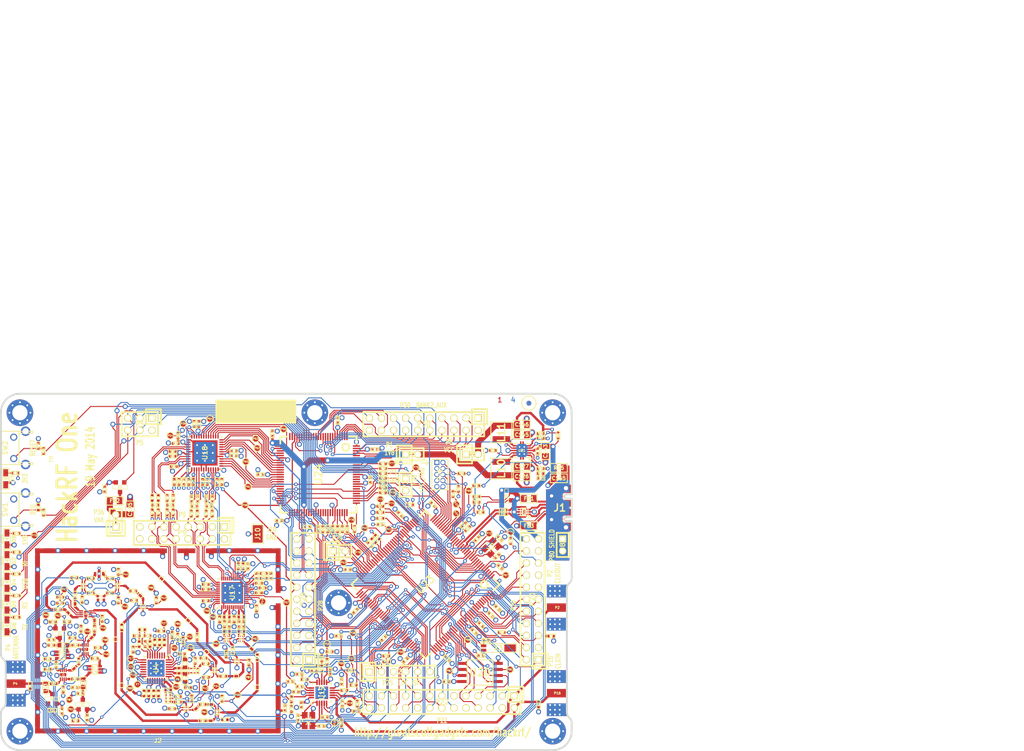
<source format=kicad_pcb>
(kicad_pcb (version 4) (host pcbnew 4.0.2+e4-6225~38~ubuntu15.10.1-stable)
  (title_block (date "19 may 2014"))
  (layers (0 C1F signal hide) (1 C2 signal hide) (2 C3 signal hide) (31 C4B signal) (34 B.Paste user hide) (35 F.Paste user hide) (36 B.SilkS user) (37 F.SilkS user) (38 B.Mask user hide) (39 F.Mask user hide) (44 Edge.Cuts user))
  (net 0 "")
  (net 1 !MIX_BYPASS)
  (net 2 !RX_AMP_PWR)
  (net 3 !TX_AMP_PWR)
  (net 4 !VAA_ENABLE)
  (net 5 +1.8V)
  (net 6 /baseband/CLK0)
  (net 7 /baseband/CLK1)
  (net 8 /baseband/CLK2)
  (net 9 /baseband/CLK3)
  (net 10 /baseband/CLK5)
  (net 11 /baseband/COM)
  (net 12 /baseband/CPOUT+)
  (net 13 /baseband/CPOUT-)
  (net 14 /baseband/IA+)
  (net 15 /baseband/IA-)
  (net 16 /baseband/ID+)
  (net 17 /baseband/ID-)
  (net 18 /baseband/INTR)
  (net 19 /baseband/OEB)
  (net 20 /baseband/QA+)
  (net 21 /baseband/QA-)
  (net 22 /baseband/QD+)
  (net 23 /baseband/QD-)
  (net 24 /baseband/REFN)
  (net 25 /baseband/REFP)
  (net 26 /baseband/RXBBI+)
  (net 27 /baseband/RXBBI-)
  (net 28 /baseband/RXBBQ+)
  (net 29 /baseband/RXBBQ-)
  (net 30 /baseband/TXBBI+)
  (net 31 /baseband/TXBBI-)
  (net 32 /baseband/TXBBQ+)
  (net 33 /baseband/TXBBQ-)
  (net 34 /baseband/XA)
  (net 35 /baseband/XB)
  (net 36 /baseband/XCVR_CLKOUT)
  (net 37 /baseband/XTAL2)
  (net 38 /frontend/!ANT_BIAS)
  (net 39 /frontend/REF_IN)
  (net 40 /frontend/RX_AMP_OUT)
  (net 41 /frontend/TX_AMP_IN)
  (net 42 /frontend/TX_AMP_OUT)
  (net 43 /mcu/usb/power/ADC0_0)
  (net 44 /mcu/usb/power/ADC0_2)
  (net 45 /mcu/usb/power/ADC0_5)
  (net 46 /mcu/usb/power/ADC0_6)
  (net 47 /mcu/usb/power/B1AUX13)
  (net 48 /mcu/usb/power/B1AUX14)
  (net 49 /mcu/usb/power/B2AUX1)
  (net 50 /mcu/usb/power/B2AUX10)
  (net 51 /mcu/usb/power/B2AUX11)
  (net 52 /mcu/usb/power/B2AUX12)
  (net 53 /mcu/usb/power/B2AUX13)
  (net 54 /mcu/usb/power/B2AUX14)
  (net 55 /mcu/usb/power/B2AUX15)
  (net 56 /mcu/usb/power/B2AUX16)
  (net 57 /mcu/usb/power/B2AUX2)
  (net 58 /mcu/usb/power/B2AUX3)
  (net 59 /mcu/usb/power/B2AUX4)
  (net 60 /mcu/usb/power/B2AUX5)
  (net 61 /mcu/usb/power/B2AUX6)
  (net 62 /mcu/usb/power/B2AUX7)
  (net 63 /mcu/usb/power/B2AUX8)
  (net 64 /mcu/usb/power/B2AUX9)
  (net 65 /mcu/usb/power/BANK2F3M1)
  (net 66 /mcu/usb/power/BANK2F3M10)
  (net 67 /mcu/usb/power/BANK2F3M11)
  (net 68 /mcu/usb/power/BANK2F3M12)
  (net 69 /mcu/usb/power/BANK2F3M14)
  (net 70 /mcu/usb/power/BANK2F3M15)
  (net 71 /mcu/usb/power/BANK2F3M16)
  (net 72 /mcu/usb/power/BANK2F3M2)
  (net 73 /mcu/usb/power/BANK2F3M3)
  (net 74 /mcu/usb/power/BANK2F3M4)
  (net 75 /mcu/usb/power/BANK2F3M5)
  (net 76 /mcu/usb/power/BANK2F3M6)
  (net 77 /mcu/usb/power/BANK2F3M7)
  (net 78 /mcu/usb/power/BANK2F3M8)
  (net 79 /mcu/usb/power/BANK2F3M9)
  (net 80 /mcu/usb/power/CPLD_TCK)
  (net 81 /mcu/usb/power/CPLD_TDI)
  (net 82 /mcu/usb/power/CPLD_TDO)
  (net 83 /mcu/usb/power/CPLD_TMS)
  (net 84 /mcu/usb/power/DBGEN)
  (net 85 /mcu/usb/power/DM)
  (net 86 /mcu/usb/power/DP)
  (net 87 /mcu/usb/power/EN1V8)
  (net 88 /mcu/usb/power/GCK0)
  (net 89 /mcu/usb/power/GPIO3_10)
  (net 90 /mcu/usb/power/GPIO3_11)
  (net 91 /mcu/usb/power/GPIO3_12)
  (net 92 /mcu/usb/power/GPIO3_13)
  (net 93 /mcu/usb/power/GPIO3_14)
  (net 94 /mcu/usb/power/GPIO3_15)
  (net 95 /mcu/usb/power/GPIO3_8)
  (net 96 /mcu/usb/power/GPIO3_9)
  (net 97 /mcu/usb/power/GP_CLKIN)
  (net 98 /mcu/usb/power/I2C1_SCL)
  (net 99 /mcu/usb/power/I2C1_SDA)
  (net 100 /mcu/usb/power/I2S0_RX_MCLK)
  (net 101 /mcu/usb/power/I2S0_RX_SCK)
  (net 102 /mcu/usb/power/I2S0_RX_SDA)
  (net 103 /mcu/usb/power/I2S0_RX_WS)
  (net 104 /mcu/usb/power/I2S0_TX_MCLK)
  (net 105 /mcu/usb/power/I2S0_TX_SCK)
  (net 106 /mcu/usb/power/ISP)
  (net 107 /mcu/usb/power/LED1)
  (net 108 /mcu/usb/power/LED2)
  (net 109 /mcu/usb/power/LED3)
  (net 110 /mcu/usb/power/P1_1)
  (net 111 /mcu/usb/power/P1_2)
  (net 112 /mcu/usb/power/P2_13)
  (net 113 /mcu/usb/power/P2_8)
  (net 114 /mcu/usb/power/P2_9)
  (net 115 /mcu/usb/power/REG_OUT1)
  (net 116 /mcu/usb/power/REG_OUT2)
  (net 117 /mcu/usb/power/RESET)
  (net 118 /mcu/usb/power/RREF)
  (net 119 /mcu/usb/power/RTCX1)
  (net 120 /mcu/usb/power/RTCX2)
  (net 121 /mcu/usb/power/RTC_ALARM)
  (net 122 /mcu/usb/power/SD_CD)
  (net 123 /mcu/usb/power/SD_CLK)
  (net 124 /mcu/usb/power/SD_CMD)
  (net 125 /mcu/usb/power/SD_DAT0)
  (net 126 /mcu/usb/power/SD_DAT1)
  (net 127 /mcu/usb/power/SD_DAT2)
  (net 128 /mcu/usb/power/SD_DAT3)
  (net 129 /mcu/usb/power/SD_POW)
  (net 130 /mcu/usb/power/SD_VOLT0)
  (net 131 /mcu/usb/power/SGPIO0)
  (net 132 /mcu/usb/power/SGPIO1)
  (net 133 /mcu/usb/power/SGPIO10)
  (net 134 /mcu/usb/power/SGPIO11)
  (net 135 /mcu/usb/power/SGPIO12)
  (net 136 /mcu/usb/power/SGPIO13)
  (net 137 /mcu/usb/power/SGPIO14)
  (net 138 /mcu/usb/power/SGPIO15)
  (net 139 /mcu/usb/power/SGPIO2)
  (net 140 /mcu/usb/power/SGPIO3)
  (net 141 /mcu/usb/power/SGPIO4)
  (net 142 /mcu/usb/power/SGPIO5)
  (net 143 /mcu/usb/power/SGPIO6)
  (net 144 /mcu/usb/power/SGPIO7)
  (net 145 /mcu/usb/power/SGPIO9)
  (net 146 /mcu/usb/power/SPIFI_CS)
  (net 147 /mcu/usb/power/SPIFI_MISO)
  (net 148 /mcu/usb/power/SPIFI_MOSI)
  (net 149 /mcu/usb/power/SPIFI_SCK)
  (net 150 /mcu/usb/power/SPIFI_SIO2)
  (net 151 /mcu/usb/power/SPIFI_SIO3)
  (net 152 /mcu/usb/power/TCK)
  (net 153 /mcu/usb/power/TDI)
  (net 154 /mcu/usb/power/TDO)
  (net 155 /mcu/usb/power/TMS)
  (net 156 /mcu/usb/power/U0_RXD)
  (net 157 /mcu/usb/power/U0_TXD)
  (net 158 /mcu/usb/power/USB_SHIELD)
  (net 159 /mcu/usb/power/VBAT)
  (net 160 /mcu/usb/power/VBUS)
  (net 161 /mcu/usb/power/VBUSCTRL)
  (net 162 /mcu/usb/power/VIN)
  (net 163 /mcu/usb/power/VREGMODE)
  (net 164 /mcu/usb/power/WAKEUP)
  (net 165 /mcu/usb/power/XTAL1)
  (net 166 /mcu/usb/power/XTAL2)
  (net 167 AMP_BYPASS)
  (net 168 CLK6)
  (net 169 CLKIN)
  (net 170 CLKOUT)
  (net 171 CS_AD)
  (net 172 CS_XCVR)
  (net 173 DA0)
  (net 174 DA1)
  (net 175 DA2)
  (net 176 DA3)
  (net 177 DA4)
  (net 178 DA5)
  (net 179 DA6)
  (net 180 DA7)
  (net 181 DD0)
  (net 182 DD1)
  (net 183 DD2)
  (net 184 DD3)
  (net 185 DD4)
  (net 186 DD5)
  (net 187 DD6)
  (net 188 DD7)
  (net 189 DD8)
  (net 190 DD9)
  (net 191 GCK1)
  (net 192 GCK2)
  (net 193 GND)
  (net 194 HP)
  (net 195 LP)
  (net 196 MCU_CLK)
  (net 197 MIXER_ENX)
  (net 198 MIXER_RESETX)
  (net 199 MIXER_SCLK)
  (net 200 MIXER_SDATA)
  (net 201 MIX_BYPASS)
  (net 202 MIX_CLK)
  (net 203 RSSI)
  (net 204 RX)
  (net 205 RXENABLE)
  (net 206 RX_AMP)
  (net 207 RX_IF)
  (net 208 RX_MIX_BP)
  (net 209 SCL)
  (net 210 SDA)
  (net 211 SGPIO_CLK)
  (net 212 SSP1_MISO)
  (net 213 SSP1_MOSI)
  (net 214 SSP1_SCK)
  (net 215 TX)
  (net 216 TXENABLE)
  (net 217 TX_AMP)
  (net 218 TX_IF)
  (net 219 TX_MIX_BP)
  (net 220 VAA)
  (net 221 VCC)
  (net 222 XCVR_EN)
  (net 223 "Net-(C8-Pad2)")
  (net 224 "Net-(C9-Pad2)")
  (net 225 "Net-(C9-Pad1)")
  (net 226 "Net-(C12-Pad1)")
  (net 227 "Net-(C13-Pad1)")
  (net 228 "Net-(C14-Pad2)")
  (net 229 "Net-(C14-Pad1)")
  (net 230 "Net-(C15-Pad2)")
  (net 231 "Net-(C17-Pad2)")
  (net 232 "Net-(C17-Pad1)")
  (net 233 "Net-(C18-Pad2)")
  (net 234 "Net-(C18-Pad1)")
  (net 235 "Net-(C20-Pad2)")
  (net 236 "Net-(C20-Pad1)")
  (net 237 "Net-(C21-Pad2)")
  (net 238 "Net-(C21-Pad1)")
  (net 239 "Net-(C23-Pad2)")
  (net 240 "Net-(C23-Pad1)")
  (net 241 "Net-(C25-Pad1)")
  (net 242 "Net-(C26-Pad2)")
  (net 243 "Net-(C26-Pad1)")
  (net 244 "Net-(C27-Pad2)")
  (net 245 "Net-(C27-Pad1)")
  (net 246 "Net-(C28-Pad2)")
  (net 247 "Net-(C28-Pad1)")
  (net 248 "Net-(C31-Pad2)")
  (net 249 "Net-(C31-Pad1)")
  (net 250 "Net-(C32-Pad2)")
  (net 251 "Net-(C32-Pad1)")
  (net 252 "Net-(C43-Pad2)")
  (net 253 "Net-(C43-Pad1)")
  (net 254 "Net-(C44-Pad2)")
  (net 255 "Net-(C44-Pad1)")
  (net 256 "Net-(C46-Pad2)")
  (net 257 "Net-(C46-Pad1)")
  (net 258 "Net-(C48-Pad1)")
  (net 259 "Net-(C49-Pad2)")
  (net 260 "Net-(C50-Pad1)")
  (net 261 "Net-(C51-Pad2)")
  (net 262 "Net-(C51-Pad1)")
  (net 263 "Net-(C163-Pad2)")
  (net 264 "Net-(C58-Pad2)")
  (net 265 "Net-(C58-Pad1)")
  (net 266 "Net-(C59-Pad2)")
  (net 267 "Net-(C61-Pad2)")
  (net 268 "Net-(C61-Pad1)")
  (net 269 "Net-(C62-Pad2)")
  (net 270 "Net-(C64-Pad2)")
  (net 271 "Net-(C64-Pad1)")
  (net 272 "Net-(C99-Pad2)")
  (net 273 "Net-(C99-Pad1)")
  (net 274 "Net-(C102-Pad2)")
  (net 275 "Net-(C102-Pad1)")
  (net 276 "Net-(C104-Pad2)")
  (net 277 "Net-(C104-Pad1)")
  (net 278 "Net-(C105-Pad1)")
  (net 279 "Net-(C106-Pad1)")
  (net 280 "Net-(C111-Pad2)")
  (net 281 "Net-(C111-Pad1)")
  (net 282 "Net-(C114-Pad2)")
  (net 283 "Net-(C114-Pad1)")
  (net 284 "Net-(C125-Pad2)")
  (net 285 "Net-(C160-Pad1)")
  (net 286 "Net-(D2-Pad2)")
  (net 287 "Net-(D4-Pad2)")
  (net 288 "Net-(D5-Pad2)")
  (net 289 "Net-(D6-Pad2)")
  (net 290 "Net-(D7-Pad2)")
  (net 291 "Net-(D8-Pad2)")
  (net 292 "Net-(FB1-Pad1)")
  (net 293 "Net-(FB2-Pad1)")
  (net 294 "Net-(FB3-Pad1)")
  (net 295 "Net-(J1-Pad4)")
  (net 296 "Net-(J1-Pad3)")
  (net 297 "Net-(J1-Pad2)")
  (net 298 "Net-(L1-Pad2)")
  (net 299 "Net-(L1-Pad1)")
  (net 300 "Net-(L2-Pad1)")
  (net 301 "Net-(L3-Pad1)")
  (net 302 "Net-(L10-Pad1)")
  (net 303 "Net-(L11-Pad2)")
  (net 304 "Net-(L13-Pad1)")
  (net 305 "Net-(P6-Pad1)")
  (net 306 "Net-(P7-Pad1)")
  (net 307 "Net-(P17-Pad1)")
  (net 308 "Net-(P19-Pad1)")
  (net 309 "Net-(P24-Pad1)")
  (net 310 "Net-(P25-Pad3)")
  (net 311 "Net-(P26-Pad7)")
  (net 312 "Net-(R4-Pad2)")
  (net 313 "Net-(R30-Pad2)")
  (net 314 "Net-(R19-Pad2)")
  (net 315 "Net-(R51-Pad1)")
  (net 316 "Net-(R52-Pad2)")
  (net 317 "Net-(R55-Pad2)")
  (net 318 "Net-(R62-Pad1)")
  (net 319 "Net-(U4-Pad1)")
  (net 320 "Net-(U4-Pad2)")
  (net 321 "Net-(U4-Pad3)")
  (net 322 "Net-(U4-Pad11)")
  (net 323 "Net-(U4-Pad13)")
  (net 324 "Net-(U4-Pad14)")
  (net 325 "Net-(U4-Pad17)")
  (net 326 "Net-(U4-Pad18)")
  (net 327 "Net-(U4-Pad20)")
  (net 328 "Net-(U4-Pad21)")
  (net 329 "Net-(U9-Pad2)")
  (net 330 "Net-(U12-Pad2)")
  (net 331 "Net-(U14-Pad2)")
  (net 332 "Net-(U15-Pad4)")
  (net 333 "Net-(U15-Pad6)")
  (net 334 "Net-(U17-Pad3)")
  (net 335 "Net-(U17-Pad6)")
  (net 336 "Net-(U17-Pad8)")
  (net 337 "Net-(U17-Pad9)")
  (net 338 "Net-(U17-Pad12)")
  (net 339 "Net-(U17-Pad14)")
  (net 340 "Net-(U17-Pad18)")
  (net 341 "Net-(U17-Pad33)")
  (net 342 "Net-(U17-Pad34)")
  (net 343 "Net-(U17-Pad40)")
  (net 344 "Net-(U18-Pad38)")
  (net 345 "Net-(U23-Pad89)")
  (net 346 "Net-(U23-Pad90)")
  (net 347 "Net-(U23-Pad136)")
  (net 348 "Net-(U23-Pad138)")
  (net 349 "Net-(U23-Pad139)")
  (net 350 "Net-(U24-Pad14)")
  (net 351 "Net-(U24-Pad15)")
  (net 352 "Net-(U24-Pad16)")
  (net 353 "Net-(U24-Pad20)")
  (net 354 "Net-(U24-Pad25)")
  (net 355 "Net-(U24-Pad44)")
  (net 356 "Net-(U24-Pad46)")
  (net 357 "Net-(U24-Pad49)")
  (net 358 "Net-(U24-Pad50)")
  (net 359 "Net-(U24-Pad52)")
  (net 360 "Net-(U24-Pad53)")
  (net 361 "Net-(U24-Pad54)")
  (net 362 "Net-(U24-Pad58)")
  (net 363 "Net-(U24-Pad59)")
  (net 364 "Net-(U24-Pad60)")
  (net 365 "Net-(U24-Pad63)")
  (net 366 "Net-(U24-Pad65)")
  (net 367 "Net-(U24-Pad66)")
  (net 368 "Net-(U24-Pad68)")
  (net 369 "Net-(U24-Pad73)")
  (net 370 "Net-(U24-Pad75)")
  (net 371 "Net-(U24-Pad80)")
  (net 372 "Net-(U24-Pad82)")
  (net 373 "Net-(U24-Pad85)")
  (net 374 "Net-(U24-Pad86)")
  (net 375 "Net-(U24-Pad87)")
  (net 376 "Net-(U24-Pad93)")
  (net 377 "Net-(U24-Pad95)")
  (net 378 "Net-(U24-Pad96)")
  (module hackrf:GSG-QFN20-4 (layer C1F) (at 127.4692 162.926 90)
    (fp_text reference U19 (at 0 0 90) (layer F.SilkS) (effects (font (size 1.00076 1.00076) (thickness 0.2032))))
    (fp_text value SI5351C hide)
    (pad 1 smd oval (at -2.2 -1 90) (size 1.2 0.32) (layers C1F F.Paste F.Mask) (net 34 /baseband/XA))
    (pad 2 smd oval (at -2.2 -0.5 90) (size 1.2 0.32) (layers C1F F.Paste F.Mask) (net 35 /baseband/XB))
    (pad 3 smd oval (at -2.2 0 90) (size 1.2 0.32) (layers C1F F.Paste F.Mask) (net 18 /baseband/INTR))
    (pad 4 smd oval (at -2.2 0.5 90) (size 1.2 0.32) (layers C1F F.Paste F.Mask) (net 209 SCL))
    (pad 5 smd oval (at -2.2 1 90) (size 1.2 0.32) (layers C1F F.Paste F.Mask) (net 210 SDA))
    (pad 6 smd oval (at -1 2.2 180) (size 1.2 0.32) (layers C1F F.Paste F.Mask) (net 169 CLKIN))
    (pad 7 smd oval (at -0.5 2.2 180) (size 1.2 0.32) (layers C1F F.Paste F.Mask) (net 19 /baseband/OEB))
    (pad 8 smd oval (at 0 2.2 180) (size 1.2 0.32) (layers C1F F.Paste F.Mask) (net 9 /baseband/CLK3))
    (pad 9 smd oval (at 0.5 2.2 180) (size 1.2 0.32) (layers C1F F.Paste F.Mask) (net 8 /baseband/CLK2))
    (pad 10 smd oval (at 1 2.2 180) (size 1.2 0.32) (layers C1F F.Paste F.Mask) (net 221 VCC))
    (pad 11 smd oval (at 2.2 1 90) (size 1.2 0.32) (layers C1F F.Paste F.Mask) (net 221 VCC))
    (pad 12 smd oval (at 2.2 0.5 90) (size 1.2 0.32) (layers C1F F.Paste F.Mask) (net 7 /baseband/CLK1))
    (pad 13 smd oval (at 2.2 0 90) (size 1.2 0.32) (layers C1F F.Paste F.Mask) (net 6 /baseband/CLK0))
    (pad 14 smd oval (at 2.2 -0.5 90) (size 1.2 0.32) (layers C1F F.Paste F.Mask) (net 221 VCC))
    (pad 15 smd oval (at 2.2 -1 90) (size 1.2 0.32) (layers C1F F.Paste F.Mask) (net 196 MCU_CLK))
    (pad 16 smd oval (at 1 -2.2 180) (size 1.2 0.32) (layers C1F F.Paste F.Mask) (net 168 CLK6))
    (pad 17 smd oval (at 0.5 -2.2 180) (size 1.2 0.32) (layers C1F F.Paste F.Mask) (net 10 /baseband/CLK5))
    (pad 18 smd oval (at 0 -2.2 180) (size 1.2 0.32) (layers C1F F.Paste F.Mask) (net 221 VCC))
    (pad 19 smd oval (at -0.5 -2.2 180) (size 1.2 0.32) (layers C1F F.Paste F.Mask) (net 202 MIX_CLK))
    (pad 20 smd oval (at -1 -2.2 180) (size 1.2 0.32) (layers C1F F.Paste F.Mask) (net 221 VCC))
    (pad 0 smd rect (at 0 0 90) (size 2.65 2.65) (layers C1F F.Mask) (net 193 GND))
    (pad 0 thru_hole circle (at 0 0 90) (size 0.6 0.6) (drill 0.35) (layers *.Cu B.Mask) (net 193 GND))
    (pad 0 thru_hole circle (at -0.66 -0.66 90) (size 0.6 0.6) (drill 0.35) (layers *.Cu B.Mask) (net 193 GND))
    (pad 0 thru_hole circle (at 0.66 -0.66 90) (size 0.6 0.6) (drill 0.35) (layers *.Cu B.Mask) (net 193 GND))
    (pad 0 thru_hole circle (at 0.66 0.66 90) (size 0.6 0.6) (drill 0.35) (layers *.Cu B.Mask) (net 193 GND))
    (pad 0 thru_hole circle (at -0.66 0.66 90) (size 0.6 0.6) (drill 0.35) (layers *.Cu B.Mask) (net 193 GND))
    (pad 0 smd rect (at -0.66 -0.66 90) (size 1.32 1.32) (layers C1F F.Paste) (net 193 GND))
    (pad 0 smd rect (at 0.66 -0.66 90) (size 1.32 1.32) (layers C1F F.Paste) (net 193 GND))
    (pad 0 smd rect (at -0.66 0.66 90) (size 1.32 1.32) (layers C1F F.Paste) (net 193 GND))
    (pad 0 smd rect (at 0.66 0.66 90) (size 1.32 1.32) (layers C1F F.Paste) (net 193 GND))
  )
  (module GSG-TESTPOINT-30MIL-MASKONLY (layer C1F) (at 89.31402 142.49908)
    (fp_text reference TESTPOINT-30MIL-MASKONLY hide)
    (fp_text value VAL** hide)
  )
  (module GSG-TESTPOINT-30MIL-MASKONLY (layer C1F) (at 84.1046 151.6574)
    (fp_text reference TESTPOINT-30MIL-MASKONLY hide)
    (fp_text value VAL** hide)
  )
  (module GSG-TESTPOINT-30MIL-MASKONLY (layer C1F) (at 75.57516 144.21358)
    (fp_text reference TESTPOINT-30MIL-MASKONLY hide)
    (fp_text value VAL** hide)
  )
  (module GSG-TESTPOINT-30MIL-MASKONLY (layer C1F) (at 74.0537 146.1516)
    (fp_text reference TESTPOINT-30MIL-MASKONLY hide)
    (fp_text value VAL** hide)
  )
  (module GSG-TESTPOINT-30MIL-MASKONLY (layer C1F) (at 93.782 138.932)
    (fp_text reference TESTPOINT-30MIL-MASKONLY hide)
    (fp_text value VAL** hide)
  )
  (module GSG-TESTPOINT-30MIL-MASKONLY (layer C1F) (at 85.4 161.3602)
    (fp_text reference TESTPOINT-30MIL-MASKONLY hide)
    (fp_text value VAL** hide)
  )
  (module GSG-TESTPOINT-30MIL-MASKONLY (layer C1F) (at 75.33894 157.8483)
    (fp_text reference TESTPOINT-30MIL-MASKONLY hide)
    (fp_text value VAL** hide)
  )
  (module GSG-TESTPOINT-30MIL-MASKONLY (layer C1F) (at 79.0321 151.36114)
    (fp_text reference TESTPOINT-30MIL-MASKONLY hide)
    (fp_text value VAL** hide)
  )
  (module GSG-TESTPOINT-30MIL-MASKONLY (layer C1F) (at 113.919 161.74974)
    (fp_text reference TESTPOINT-30MIL-MASKONLY hide)
    (fp_text value VAL** hide)
  )
  (module GSG-TESTPOINT-30MIL-MASKONLY (layer C1F) (at 104.11206 168.79824)
    (fp_text reference TESTPOINT-30MIL-MASKONLY hide)
    (fp_text value VAL** hide)
  )
  (module GSG-TESTPOINT-30MIL-MASKONLY (layer C1F) (at 104.25176 165.37432)
    (fp_text reference TESTPOINT-30MIL-MASKONLY hide)
    (fp_text value VAL** hide)
  )
  (module GSG-TESTPOINT-30MIL-MASKONLY (layer C1F) (at 101.0158 166.26332)
    (fp_text reference TESTPOINT-30MIL-MASKONLY hide)
    (fp_text value VAL** hide)
  )
  (module GSG-TESTPOINT-30MIL-MASKONLY (layer C1F) (at 79.6671 147.71116)
    (fp_text reference TESTPOINT-30MIL-MASKONLY hide)
    (fp_text value VAL** hide)
  )
  (module GSG-TESTPOINT-30MIL-MASKONLY (layer C1F) (at 109.47654 159.42564)
    (fp_text reference TESTPOINT-30MIL-MASKONLY hide)
    (fp_text value VAL** hide)
  )
  (module GSG-TESTPOINT-30MIL-MASKONLY (layer C1F) (at 99.36226 147.6883)
    (fp_text reference TESTPOINT-30MIL-MASKONLY hide)
    (fp_text value VAL** hide)
  )
  (module GSG-TESTPOINT-30MIL-MASKONLY (layer C1F) (at 103.23068 154.2796)
    (fp_text reference TESTPOINT-30MIL-MASKONLY hide)
    (fp_text value VAL** hide)
  )
  (module GSG-TESTPOINT-30MIL-MASKONLY (layer C1F) (at 112.71504 153.71064)
    (fp_text reference TESTPOINT-30MIL-MASKONLY hide)
    (fp_text value VAL** hide)
  )
  (module GSG-MARK1MM (layer C1F) (at 171 102)
    (fp_text reference MARK1MM hide)
    (fp_text value VAL** hide)
    (pad "" smd circle (at 0 0) (size 1 1) (layers *.Cu *.Mask))
  )
  (module gsg-modules:LTST-S220 (layer C1F) (at 61 117.9 270)
    (fp_text reference D7 (at 0 -1.5 270) (layer F.SilkS) (effects (font (size 0.762 0.762) (thickness 0.1905))))
    (fp_text value VCCLED hide)
    (pad 1 smd rect (at 1.25 0 270) (size 1.5 1) (layers C1F F.Paste F.Mask) (net 193 GND) (clearance 0.1778))
    (pad 2 smd rect (at -1.25 0 270) (size 1.5 1) (layers C1F F.Paste F.Mask) (net 290 "Net-(D7-Pad2)") (clearance 0.1778))
  )
  (module gsg-modules:LTST-S220 (layer C1F) (at 61.27 130.55 270)
    (fp_text reference D8 (at 0 -1.5 270) (layer F.SilkS) (effects (font (size 0.762 0.762) (thickness 0.1905))))
    (fp_text value 1V8LED hide)
    (pad 1 smd rect (at 1.25 0 270) (size 1.5 1) (layers C1F F.Paste F.Mask) (net 193 GND) (clearance 0.1778))
    (pad 2 smd rect (at -1.25 0 270) (size 1.5 1) (layers C1F F.Paste F.Mask) (net 291 "Net-(D8-Pad2)") (clearance 0.1778))
  )
  (module gsg-modules:LTST-S220 (layer C1F) (at 61.27 135.122 270)
    (fp_text reference D2 (at 0 -1.5 270) (layer F.SilkS) (effects (font (size 0.762 0.762) (thickness 0.1905))))
    (fp_text value VAALED hide)
    (pad 1 smd rect (at 1.25 0 270) (size 1.5 1) (layers C1F F.Paste F.Mask) (net 193 GND) (clearance 0.1778))
    (pad 2 smd rect (at -1.25 0 270) (size 1.5 1) (layers C1F F.Paste F.Mask) (net 286 "Net-(D2-Pad2)") (clearance 0.1778))
  )
  (module gsg-modules:LTST-S220 (layer C1F) (at 61.27 139.694 270)
    (fp_text reference D4 (at 0 -1.5 270) (layer F.SilkS) (effects (font (size 0.762 0.762) (thickness 0.1905))))
    (fp_text value USBLED hide)
    (pad 1 smd rect (at 1.25 0 270) (size 1.5 1) (layers C1F F.Paste F.Mask) (net 193 GND) (clearance 0.1778))
    (pad 2 smd rect (at -1.25 0 270) (size 1.5 1) (layers C1F F.Paste F.Mask) (net 287 "Net-(D4-Pad2)") (clearance 0.1778))
  )
  (module gsg-modules:LTST-S220 (layer C1F) (at 61.27 144.266 270)
    (fp_text reference D5 (at 0 -1.5 270) (layer F.SilkS) (effects (font (size 0.762 0.762) (thickness 0.1905))))
    (fp_text value RXLED hide)
    (pad 1 smd rect (at 1.25 0 270) (size 1.5 1) (layers C1F F.Paste F.Mask) (net 193 GND) (clearance 0.1778))
    (pad 2 smd rect (at -1.25 0 270) (size 1.5 1) (layers C1F F.Paste F.Mask) (net 288 "Net-(D5-Pad2)") (clearance 0.1778))
  )
  (module gsg-modules:LTST-S220 (layer C1F) (at 61.27 148.838 270)
    (fp_text reference D6 (at 0 -1.5 270) (layer F.SilkS) (effects (font (size 0.762 0.762) (thickness 0.1905))))
    (fp_text value TXLED hide)
    (pad 1 smd rect (at 1.25 0 270) (size 1.5 1) (layers C1F F.Paste F.Mask) (net 193 GND) (clearance 0.1778))
    (pad 2 smd rect (at -1.25 0 270) (size 1.5 1) (layers C1F F.Paste F.Mask) (net 289 "Net-(D6-Pad2)") (clearance 0.1778))
  )
  (module hackrf:GSG-0402 (layer C1F) (at 91.0964 163.0468 270)
    (fp_text reference C1 (at 0 0.0508 270) (layer F.SilkS) (effects (font (size 0.4064 0.4064) (thickness 0.1016))))
    (fp_text value 33pF hide)
    (pad 2 smd rect (at 0.5334 0 270) (size 0.508 0.5588) (layers C1F F.Paste F.Mask) (net 193 GND))
    (pad 1 smd rect (at -0.5334 0 270) (size 0.508 0.5588) (layers C1F F.Paste F.Mask) (net 221 VCC))
  )
  (module hackrf:GSG-0402 (layer C1F) (at 90.0804 163.0468 270)
    (fp_text reference C2 (at 0 0.0508 270) (layer F.SilkS) (effects (font (size 0.4064 0.4064) (thickness 0.1016))))
    (fp_text value 10nF hide)
    (pad 2 smd rect (at 0.5334 0 270) (size 0.508 0.5588) (layers C1F F.Paste F.Mask) (net 193 GND))
    (pad 1 smd rect (at -0.5334 0 270) (size 0.508 0.5588) (layers C1F F.Paste F.Mask) (net 221 VCC))
  )
  (module hackrf:GSG-0402 (layer C1F) (at 93.1284 163.0468 270)
    (fp_text reference C3 (at 0 0.0508 270) (layer F.SilkS) (effects (font (size 0.4064 0.4064) (thickness 0.1016))))
    (fp_text value 33pF hide)
    (pad 2 smd rect (at 0.5334 0 270) (size 0.508 0.5588) (layers C1F F.Paste F.Mask) (net 193 GND))
    (pad 1 smd rect (at -0.5334 0 270) (size 0.508 0.5588) (layers C1F F.Paste F.Mask) (net 220 VAA))
  )
  (module hackrf:GSG-0402 (layer C1F) (at 92.1124 163.0468 270)
    (fp_text reference C4 (at 0 0.0508 270) (layer F.SilkS) (effects (font (size 0.4064 0.4064) (thickness 0.1016))))
    (fp_text value 10nF hide)
    (pad 2 smd rect (at 0.5334 0 270) (size 0.508 0.5588) (layers C1F F.Paste F.Mask) (net 193 GND))
    (pad 1 smd rect (at -0.5334 0 270) (size 0.508 0.5588) (layers C1F F.Paste F.Mask) (net 220 VAA))
  )
  (module hackrf:GSG-0402 (layer C1F) (at 92.341 152.328 90)
    (fp_text reference C5 (at 0 0.0508 90) (layer F.SilkS) (effects (font (size 0.4064 0.4064) (thickness 0.1016))))
    (fp_text value 33pF hide)
    (pad 2 smd rect (at 0.5334 0 90) (size 0.508 0.5588) (layers C1F F.Paste F.Mask) (net 193 GND))
    (pad 1 smd rect (at -0.5334 0 90) (size 0.508 0.5588) (layers C1F F.Paste F.Mask) (net 220 VAA))
  )
  (module hackrf:GSG-0402 (layer C1F) (at 93.357 152.328 90)
    (fp_text reference C6 (at 0 0.0508 90) (layer F.SilkS) (effects (font (size 0.4064 0.4064) (thickness 0.1016))))
    (fp_text value 10nF hide)
    (pad 2 smd rect (at 0.5334 0 90) (size 0.508 0.5588) (layers C1F F.Paste F.Mask) (net 193 GND))
    (pad 1 smd rect (at -0.5334 0 90) (size 0.508 0.5588) (layers C1F F.Paste F.Mask) (net 220 VAA))
  )
  (module hackrf:GSG-0402 (layer C1F) (at 107.084 168.5762 180)
    (fp_text reference C7 (at 0 0.0508 180) (layer F.SilkS) (effects (font (size 0.4064 0.4064) (thickness 0.1016))))
    (fp_text value 33pF hide)
    (pad 2 smd rect (at 0.5334 0 180) (size 0.508 0.5588) (layers C1F F.Paste F.Mask) (net 201 MIX_BYPASS))
    (pad 1 smd rect (at -0.5334 0 180) (size 0.508 0.5588) (layers C1F F.Paste F.Mask) (net 193 GND))
  )
  (module hackrf:GSG-0402 (layer C1F) (at 113.919 155.448 270)
    (fp_text reference C8 (at 0 0.0508 270) (layer F.SilkS) (effects (font (size 0.4064 0.4064) (thickness 0.1016))))
    (fp_text value 22pF hide)
    (pad 2 smd rect (at 0.5334 0 270) (size 0.508 0.5588) (layers C1F F.Paste F.Mask) (net 223 "Net-(C8-Pad2)"))
    (pad 1 smd rect (at -0.5334 0 270) (size 0.508 0.5588) (layers C1F F.Paste F.Mask) (net 218 TX_IF))
  )
  (module hackrf:GSG-0402 (layer C1F) (at 85.4 149.1682 90)
    (fp_text reference C9 (at 0 0.0508 90) (layer F.SilkS) (effects (font (size 0.4064 0.4064) (thickness 0.1016))))
    (fp_text value 100nF hide)
    (pad 2 smd rect (at 0.5334 0 90) (size 0.508 0.5588) (layers C1F F.Paste F.Mask) (net 224 "Net-(C9-Pad2)"))
    (pad 1 smd rect (at -0.5334 0 90) (size 0.508 0.5588) (layers C1F F.Paste F.Mask) (net 225 "Net-(C9-Pad1)"))
  )
  (module hackrf:GSG-0402 (layer C1F) (at 87.9808 143.4816)
    (fp_text reference C10 (at 0 0.0508) (layer F.SilkS) (effects (font (size 0.4064 0.4064) (thickness 0.1016))))
    (fp_text value 33pF hide)
    (pad 2 smd rect (at 0.5334 0) (size 0.508 0.5588) (layers C1F F.Paste F.Mask) (net 204 RX))
    (pad 1 smd rect (at -0.5334 0) (size 0.508 0.5588) (layers C1F F.Paste F.Mask) (net 193 GND))
  )
  (module hackrf:GSG-0402 (layer C1F) (at 84.7138 143.4622 90)
    (fp_text reference C11 (at 0 0.0508 90) (layer F.SilkS) (effects (font (size 0.4064 0.4064) (thickness 0.1016))))
    (fp_text value 33pF hide)
    (pad 2 smd rect (at 0.5334 0 90) (size 0.508 0.5588) (layers C1F F.Paste F.Mask) (net 195 LP))
    (pad 1 smd rect (at -0.5334 0 90) (size 0.508 0.5588) (layers C1F F.Paste F.Mask) (net 193 GND))
  )
  (module hackrf:GSG-0402 (layer C1F) (at 87.7944 153.8266 270)
    (fp_text reference C12 (at 0 0.0508 270) (layer F.SilkS) (effects (font (size 0.4064 0.4064) (thickness 0.1016))))
    (fp_text value 330pF hide)
    (pad 2 smd rect (at 0.5334 0 270) (size 0.508 0.5588) (layers C1F F.Paste F.Mask) (net 193 GND))
    (pad 1 smd rect (at -0.5334 0 270) (size 0.508 0.5588) (layers C1F F.Paste F.Mask) (net 226 "Net-(C12-Pad1)"))
  )
  (module hackrf:GSG-0402 (layer C1F) (at 88.5564 150.9056 180)
    (fp_text reference C13 (at 0 0.0508 180) (layer F.SilkS) (effects (font (size 0.4064 0.4064) (thickness 0.1016))))
    (fp_text value 330pF hide)
    (pad 2 smd rect (at 0.5334 0 180) (size 0.508 0.5588) (layers C1F F.Paste F.Mask) (net 193 GND))
    (pad 1 smd rect (at -0.5334 0 180) (size 0.508 0.5588) (layers C1F F.Paste F.Mask) (net 227 "Net-(C13-Pad1)"))
  )
  (module hackrf:GSG-0402 (layer C1F) (at 90.3344 152.6836 90)
    (fp_text reference C14 (at 0 0.0508 90) (layer F.SilkS) (effects (font (size 0.4064 0.4064) (thickness 0.1016))))
    (fp_text value 8p2 hide)
    (pad 2 smd rect (at 0.5334 0 90) (size 0.508 0.5588) (layers C1F F.Paste F.Mask) (net 228 "Net-(C14-Pad2)"))
    (pad 1 smd rect (at -0.5334 0 90) (size 0.508 0.5588) (layers C1F F.Paste F.Mask) (net 229 "Net-(C14-Pad1)"))
  )
  (module hackrf:GSG-0402 (layer C1F) (at 90.8424 150.9056)
    (fp_text reference C15 (at 0 0.0508) (layer F.SilkS) (effects (font (size 0.4064 0.4064) (thickness 0.1016))))
    (fp_text value 180pF hide)
    (pad 2 smd rect (at 0.5334 0) (size 0.508 0.5588) (layers C1F F.Paste F.Mask) (net 230 "Net-(C15-Pad2)"))
    (pad 1 smd rect (at -0.5334 0) (size 0.508 0.5588) (layers C1F F.Paste F.Mask) (net 229 "Net-(C14-Pad1)"))
  )
  (module hackrf:GSG-0402 (layer C1F) (at 106.4998 164.1566 90)
    (fp_text reference C16 (at 0 0.0508 90) (layer F.SilkS) (effects (font (size 0.4064 0.4064) (thickness 0.1016))))
    (fp_text value 33pF hide)
    (pad 2 smd rect (at 0.5334 0 90) (size 0.508 0.5588) (layers C1F F.Paste F.Mask) (net 193 GND))
    (pad 1 smd rect (at -0.5334 0 90) (size 0.508 0.5588) (layers C1F F.Paste F.Mask) (net 1 !MIX_BYPASS))
  )
  (module hackrf:GSG-0402 (layer C1F) (at 82.9358 141.9382)
    (fp_text reference C17 (at 0 0.0508) (layer F.SilkS) (effects (font (size 0.4064 0.4064) (thickness 0.1016))))
    (fp_text value 100nF hide)
    (pad 2 smd rect (at 0.5334 0) (size 0.508 0.5588) (layers C1F F.Paste F.Mask) (net 231 "Net-(C17-Pad2)"))
    (pad 1 smd rect (at -0.5334 0) (size 0.508 0.5588) (layers C1F F.Paste F.Mask) (net 232 "Net-(C17-Pad1)"))
  )
  (module hackrf:GSG-0402 (layer C1F) (at 78.8718 141.9382)
    (fp_text reference C18 (at 0 0.0508) (layer F.SilkS) (effects (font (size 0.4064 0.4064) (thickness 0.1016))))
    (fp_text value 100nF hide)
    (pad 2 smd rect (at 0.5334 0) (size 0.508 0.5588) (layers C1F F.Paste F.Mask) (net 233 "Net-(C18-Pad2)"))
    (pad 1 smd rect (at -0.5334 0) (size 0.508 0.5588) (layers C1F F.Paste F.Mask) (net 234 "Net-(C18-Pad1)"))
  )
  (module hackrf:GSG-0402 (layer C1F) (at 77.0938 143.3352 90)
    (fp_text reference C19 (at 0 0.0508 90) (layer F.SilkS) (effects (font (size 0.4064 0.4064) (thickness 0.1016))))
    (fp_text value 33pF hide)
    (pad 2 smd rect (at 0.5334 0 90) (size 0.508 0.5588) (layers C1F F.Paste F.Mask) (net 195 LP))
    (pad 1 smd rect (at -0.5334 0 90) (size 0.508 0.5588) (layers C1F F.Paste F.Mask) (net 193 GND))
  )
  (module hackrf:GSG-0402 (layer C1F) (at 87.8078 141.5288)
    (fp_text reference C20 (at 0 0.0508) (layer F.SilkS) (effects (font (size 0.4064 0.4064) (thickness 0.1016))))
    (fp_text value 100nF hide)
    (pad 2 smd rect (at 0.5334 0) (size 0.508 0.5588) (layers C1F F.Paste F.Mask) (net 235 "Net-(C20-Pad2)"))
    (pad 1 smd rect (at -0.5334 0) (size 0.508 0.5588) (layers C1F F.Paste F.Mask) (net 236 "Net-(C20-Pad1)"))
  )
  (module hackrf:GSG-0402 (layer C1F) (at 102.4382 165.3794 180)
    (fp_text reference C21 (at 0 0.0508 180) (layer F.SilkS) (effects (font (size 0.4064 0.4064) (thickness 0.1016))))
    (fp_text value 22pF hide)
    (pad 2 smd rect (at 0.5334 0 180) (size 0.508 0.5588) (layers C1F F.Paste F.Mask) (net 237 "Net-(C21-Pad2)"))
    (pad 1 smd rect (at -0.5334 0 180) (size 0.508 0.5588) (layers C1F F.Paste F.Mask) (net 238 "Net-(C21-Pad1)"))
  )
  (module hackrf:GSG-0402 (layer C1F) (at 95.9732 166.2726)
    (fp_text reference C22 (at 0 0.0508) (layer F.SilkS) (effects (font (size 0.4064 0.4064) (thickness 0.1016))))
    (fp_text value 33pF hide)
    (pad 2 smd rect (at 0.5334 0) (size 0.508 0.5588) (layers C1F F.Paste F.Mask) (net 204 RX))
    (pad 1 smd rect (at -0.5334 0) (size 0.508 0.5588) (layers C1F F.Paste F.Mask) (net 193 GND))
  )
  (module hackrf:GSG-0402 (layer C1F) (at 101.2698 151.1808 90)
    (fp_text reference C23 (at 0 0.0508 90) (layer F.SilkS) (effects (font (size 0.4064 0.4064) (thickness 0.1016))))
    (fp_text value 100nF hide)
    (pad 2 smd rect (at 0.5334 0 90) (size 0.508 0.5588) (layers C1F F.Paste F.Mask) (net 239 "Net-(C23-Pad2)"))
    (pad 1 smd rect (at -0.5334 0 90) (size 0.508 0.5588) (layers C1F F.Paste F.Mask) (net 240 "Net-(C23-Pad1)"))
  )
  (module hackrf:GSG-0402 (layer C1F) (at 92.6798 143.4816 270)
    (fp_text reference C24 (at 0 0.0508 270) (layer F.SilkS) (effects (font (size 0.4064 0.4064) (thickness 0.1016))))
    (fp_text value 33pF hide)
    (pad 2 smd rect (at 0.5334 0 270) (size 0.508 0.5588) (layers C1F F.Paste F.Mask) (net 215 TX))
    (pad 1 smd rect (at -0.5334 0 270) (size 0.508 0.5588) (layers C1F F.Paste F.Mask) (net 193 GND))
  )
  (module hackrf:GSG-0402 (layer C1F) (at 97.1924 163.7326)
    (fp_text reference C25 (at 0 0.0508) (layer F.SilkS) (effects (font (size 0.4064 0.4064) (thickness 0.1016))))
    (fp_text value 100nF hide)
    (pad 2 smd rect (at 0.5334 0) (size 0.508 0.5588) (layers C1F F.Paste F.Mask) (net 193 GND))
    (pad 1 smd rect (at -0.5334 0) (size 0.508 0.5588) (layers C1F F.Paste F.Mask) (net 241 "Net-(C25-Pad1)"))
  )
  (module hackrf:GSG-0402 (layer C1F) (at 78.8718 138.8902 180)
    (fp_text reference C26 (at 0 0.0508 180) (layer F.SilkS) (effects (font (size 0.4064 0.4064) (thickness 0.1016))))
    (fp_text value 47pF hide)
    (pad 2 smd rect (at 0.5334 0 180) (size 0.508 0.5588) (layers C1F F.Paste F.Mask) (net 242 "Net-(C26-Pad2)"))
    (pad 1 smd rect (at -0.5334 0 180) (size 0.508 0.5588) (layers C1F F.Paste F.Mask) (net 243 "Net-(C26-Pad1)"))
  )
  (module hackrf:GSG-0402 (layer C1F) (at 82.9358 138.8902)
    (fp_text reference C27 (at 0 0.0508) (layer F.SilkS) (effects (font (size 0.4064 0.4064) (thickness 0.1016))))
    (fp_text value 47pF hide)
    (pad 2 smd rect (at 0.5334 0) (size 0.508 0.5588) (layers C1F F.Paste F.Mask) (net 244 "Net-(C27-Pad2)"))
    (pad 1 smd rect (at -0.5334 0) (size 0.508 0.5588) (layers C1F F.Paste F.Mask) (net 245 "Net-(C27-Pad1)"))
  )
  (module hackrf:GSG-0402 (layer C1F) (at 97.1924 164.8756)
    (fp_text reference C28 (at 0 0.0508) (layer F.SilkS) (effects (font (size 0.4064 0.4064) (thickness 0.1016))))
    (fp_text value 100nF hide)
    (pad 2 smd rect (at 0.5334 0) (size 0.508 0.5588) (layers C1F F.Paste F.Mask) (net 246 "Net-(C28-Pad2)"))
    (pad 1 smd rect (at -0.5334 0) (size 0.508 0.5588) (layers C1F F.Paste F.Mask) (net 247 "Net-(C28-Pad1)"))
  )
  (module hackrf:GSG-0402 (layer C1F) (at 75.4174 138.7124 180)
    (fp_text reference C29 (at 0 0.0508 180) (layer F.SilkS) (effects (font (size 0.4064 0.4064) (thickness 0.1016))))
    (fp_text value 33pF hide)
    (pad 2 smd rect (at 0.5334 0 180) (size 0.508 0.5588) (layers C1F F.Paste F.Mask) (net 193 GND))
    (pad 1 smd rect (at -0.5334 0 180) (size 0.508 0.5588) (layers C1F F.Paste F.Mask) (net 194 HP))
  )
  (module hackrf:GSG-0402 (layer C1F) (at 84.7138 137.4932 90)
    (fp_text reference C30 (at 0 0.0508 90) (layer F.SilkS) (effects (font (size 0.4064 0.4064) (thickness 0.1016))))
    (fp_text value 33pF hide)
    (pad 2 smd rect (at 0.5334 0 90) (size 0.508 0.5588) (layers C1F F.Paste F.Mask) (net 193 GND))
    (pad 1 smd rect (at -0.5334 0 90) (size 0.508 0.5588) (layers C1F F.Paste F.Mask) (net 194 HP))
  )
  (module hackrf:GSG-0402 (layer C1F) (at 75.5952 142.4462 90)
    (fp_text reference C31 (at 0 0.0508 90) (layer F.SilkS) (effects (font (size 0.4064 0.4064) (thickness 0.1016))))
    (fp_text value 100nF hide)
    (pad 2 smd rect (at 0.5334 0 90) (size 0.508 0.5588) (layers C1F F.Paste F.Mask) (net 248 "Net-(C31-Pad2)"))
    (pad 1 smd rect (at -0.5334 0 90) (size 0.508 0.5588) (layers C1F F.Paste F.Mask) (net 249 "Net-(C31-Pad1)"))
  )
  (module hackrf:GSG-0402 (layer C1F) (at 102.4382 168.8084 180)
    (fp_text reference C32 (at 0 0.0508 180) (layer F.SilkS) (effects (font (size 0.4064 0.4064) (thickness 0.1016))))
    (fp_text value 22pF hide)
    (pad 2 smd rect (at 0.5334 0 180) (size 0.508 0.5588) (layers C1F F.Paste F.Mask) (net 250 "Net-(C32-Pad2)"))
    (pad 1 smd rect (at -0.5334 0 180) (size 0.508 0.5588) (layers C1F F.Paste F.Mask) (net 251 "Net-(C32-Pad1)"))
  )
  (module hackrf:GSG-0402 (layer C1F) (at 100.1134 164.139 90)
    (fp_text reference C33 (at 0 0.0508 90) (layer F.SilkS) (effects (font (size 0.4064 0.4064) (thickness 0.1016))))
    (fp_text value 33pF hide)
    (pad 2 smd rect (at 0.5334 0 90) (size 0.508 0.5588) (layers C1F F.Paste F.Mask) (net 193 GND))
    (pad 1 smd rect (at -0.5334 0 90) (size 0.508 0.5588) (layers C1F F.Paste F.Mask) (net 215 TX))
  )
  (module hackrf:GSG-0402 (layer C1F) (at 98.31 151.9216 90)
    (fp_text reference C34 (at 0 0.0508 90) (layer F.SilkS) (effects (font (size 0.4064 0.4064) (thickness 0.1016))))
    (fp_text value 33pF hide)
    (pad 2 smd rect (at 0.5334 0 90) (size 0.508 0.5588) (layers C1F F.Paste F.Mask) (net 193 GND))
    (pad 1 smd rect (at -0.5334 0 90) (size 0.508 0.5588) (layers C1F F.Paste F.Mask) (net 198 MIXER_RESETX))
  )
  (module hackrf:GSG-0402 (layer C1F) (at 97.167 151.1596 90)
    (fp_text reference C35 (at 0 0.0508 90) (layer F.SilkS) (effects (font (size 0.4064 0.4064) (thickness 0.1016))))
    (fp_text value 33pF hide)
    (pad 2 smd rect (at 0.5334 0 90) (size 0.508 0.5588) (layers C1F F.Paste F.Mask) (net 193 GND))
    (pad 1 smd rect (at -0.5334 0 90) (size 0.508 0.5588) (layers C1F F.Paste F.Mask) (net 197 MIXER_ENX))
  )
  (module hackrf:GSG-0402 (layer C1F) (at 96.024 150.7786 90)
    (fp_text reference C36 (at 0 0.0508 90) (layer F.SilkS) (effects (font (size 0.4064 0.4064) (thickness 0.1016))))
    (fp_text value 33pF hide)
    (pad 2 smd rect (at 0.5334 0 90) (size 0.508 0.5588) (layers C1F F.Paste F.Mask) (net 193 GND))
    (pad 1 smd rect (at -0.5334 0 90) (size 0.508 0.5588) (layers C1F F.Paste F.Mask) (net 199 MIXER_SCLK))
  )
  (module hackrf:GSG-0402 (layer C1F) (at 93.738 149.915 180)
    (fp_text reference C37 (at 0 0.0508 180) (layer F.SilkS) (effects (font (size 0.4064 0.4064) (thickness 0.1016))))
    (fp_text value 33pF hide)
    (pad 2 smd rect (at 0.5334 0 180) (size 0.508 0.5588) (layers C1F F.Paste F.Mask) (net 193 GND))
    (pad 1 smd rect (at -0.5334 0 180) (size 0.508 0.5588) (layers C1F F.Paste F.Mask) (net 200 MIXER_SDATA))
  )
  (module hackrf:GSG-0402 (layer C1F) (at 72.4456 142.8272)
    (fp_text reference C38 (at 0 0.0508) (layer F.SilkS) (effects (font (size 0.4064 0.4064) (thickness 0.1016))))
    (fp_text value 33pF hide)
    (pad 2 smd rect (at 0.5334 0) (size 0.508 0.5588) (layers C1F F.Paste F.Mask) (net 1 !MIX_BYPASS))
    (pad 1 smd rect (at -0.5334 0) (size 0.508 0.5588) (layers C1F F.Paste F.Mask) (net 193 GND))
  )
  (module hackrf:GSG-0402 (layer C1F) (at 81.3054 147.3454 90)
    (fp_text reference C39 (at 0 0.0508 90) (layer F.SilkS) (effects (font (size 0.4064 0.4064) (thickness 0.1016))))
    (fp_text value 33pF hide)
    (pad 2 smd rect (at 0.5334 0 90) (size 0.508 0.5588) (layers C1F F.Paste F.Mask) (net 219 TX_MIX_BP))
    (pad 1 smd rect (at -0.5334 0 90) (size 0.508 0.5588) (layers C1F F.Paste F.Mask) (net 193 GND))
  )
  (module hackrf:GSG-0402 (layer C1F) (at 72.4456 144.0718)
    (fp_text reference C40 (at 0 0.0508) (layer F.SilkS) (effects (font (size 0.4064 0.4064) (thickness 0.1016))))
    (fp_text value 33pF hide)
    (pad 2 smd rect (at 0.5334 0) (size 0.508 0.5588) (layers C1F F.Paste F.Mask) (net 208 RX_MIX_BP))
    (pad 1 smd rect (at -0.5334 0) (size 0.508 0.5588) (layers C1F F.Paste F.Mask) (net 193 GND))
  )
  (module hackrf:GSG-0402 (layer C1F) (at 99.326 161.8276)
    (fp_text reference C41 (at 0 0.0508) (layer F.SilkS) (effects (font (size 0.4064 0.4064) (thickness 0.1016))))
    (fp_text value 100pF hide)
    (pad 2 smd rect (at 0.5334 0) (size 0.508 0.5588) (layers C1F F.Paste F.Mask) (net 193 GND))
    (pad 1 smd rect (at -0.5334 0) (size 0.508 0.5588) (layers C1F F.Paste F.Mask) (net 220 VAA))
  )
  (module hackrf:GSG-0402 (layer C1F) (at 98.056 154.7156 180)
    (fp_text reference C42 (at 0 0.0508 180) (layer F.SilkS) (effects (font (size 0.4064 0.4064) (thickness 0.1016))))
    (fp_text value 100pF hide)
    (pad 2 smd rect (at 0.5334 0 180) (size 0.508 0.5588) (layers C1F F.Paste F.Mask) (net 193 GND))
    (pad 1 smd rect (at -0.5334 0 180) (size 0.508 0.5588) (layers C1F F.Paste F.Mask) (net 220 VAA))
  )
  (module hackrf:GSG-0402 (layer C1F) (at 72.009 145.415 180)
    (fp_text reference C43 (at 0 0.0508 180) (layer F.SilkS) (effects (font (size 0.4064 0.4064) (thickness 0.1016))))
    (fp_text value 22pF hide)
    (pad 2 smd rect (at 0.5334 0 180) (size 0.508 0.5588) (layers C1F F.Paste F.Mask) (net 252 "Net-(C43-Pad2)"))
    (pad 1 smd rect (at -0.5334 0 180) (size 0.508 0.5588) (layers C1F F.Paste F.Mask) (net 253 "Net-(C43-Pad1)"))
  )
  (module hackrf:GSG-0402 (layer C1F) (at 79.6798 149.4282 90)
    (fp_text reference C44 (at 0 0.0508 90) (layer F.SilkS) (effects (font (size 0.4064 0.4064) (thickness 0.1016))))
    (fp_text value 100nF hide)
    (pad 2 smd rect (at 0.5334 0 90) (size 0.508 0.5588) (layers C1F F.Paste F.Mask) (net 254 "Net-(C44-Pad2)"))
    (pad 1 smd rect (at -0.5334 0 90) (size 0.508 0.5588) (layers C1F F.Paste F.Mask) (net 255 "Net-(C44-Pad1)"))
  )
  (module hackrf:GSG-0402 (layer C1F) (at 102.5906 155.6512)
    (fp_text reference C45 (at 0 0.0508) (layer F.SilkS) (effects (font (size 0.4064 0.4064) (thickness 0.1016))))
    (fp_text value 33pF hide)
    (pad 2 smd rect (at 0.5334 0) (size 0.508 0.5588) (layers C1F F.Paste F.Mask) (net 215 TX))
    (pad 1 smd rect (at -0.5334 0) (size 0.508 0.5588) (layers C1F F.Paste F.Mask) (net 193 GND))
  )
  (module hackrf:GSG-0402 (layer C1F) (at 103.0478 156.7942 180)
    (fp_text reference C46 (at 0 0.0508 180) (layer F.SilkS) (effects (font (size 0.4064 0.4064) (thickness 0.1016))))
    (fp_text value 100nF hide)
    (pad 2 smd rect (at 0.5334 0 180) (size 0.508 0.5588) (layers C1F F.Paste F.Mask) (net 256 "Net-(C46-Pad2)"))
    (pad 1 smd rect (at -0.5334 0 180) (size 0.508 0.5588) (layers C1F F.Paste F.Mask) (net 257 "Net-(C46-Pad1)"))
  )
  (module hackrf:GSG-0402 (layer C1F) (at 112.1664 156.5656 90)
    (fp_text reference C47 (at 0 0.0508 90) (layer F.SilkS) (effects (font (size 0.4064 0.4064) (thickness 0.1016))))
    (fp_text value 33pF hide)
    (pad 2 smd rect (at 0.5334 0 90) (size 0.508 0.5588) (layers C1F F.Paste F.Mask) (net 1 !MIX_BYPASS))
    (pad 1 smd rect (at -0.5334 0 90) (size 0.508 0.5588) (layers C1F F.Paste F.Mask) (net 193 GND))
  )
  (module hackrf:GSG-0402 (layer C1F) (at 108.7374 154.0002 90)
    (fp_text reference C48 (at 0 0.0508 90) (layer F.SilkS) (effects (font (size 0.4064 0.4064) (thickness 0.1016))))
    (fp_text value 22pF hide)
    (pad 2 smd rect (at 0.5334 0 90) (size 0.508 0.5588) (layers C1F F.Paste F.Mask) (net 207 RX_IF))
    (pad 1 smd rect (at -0.5334 0 90) (size 0.508 0.5588) (layers C1F F.Paste F.Mask) (net 258 "Net-(C48-Pad1)"))
  )
  (module hackrf:GSG-0402 (layer C1F) (at 100.85 156.2396 270)
    (fp_text reference C49 (at 0 0.0508 270) (layer F.SilkS) (effects (font (size 0.4064 0.4064) (thickness 0.1016))))
    (fp_text value 100nF hide)
    (pad 2 smd rect (at 0.5334 0 270) (size 0.508 0.5588) (layers C1F F.Paste F.Mask) (net 259 "Net-(C49-Pad2)"))
    (pad 1 smd rect (at -0.5334 0 270) (size 0.508 0.5588) (layers C1F F.Paste F.Mask) (net 193 GND))
  )
  (module hackrf:GSG-0402 (layer C1F) (at 75.678 152.92)
    (fp_text reference C50 (at 0 0.0508) (layer F.SilkS) (effects (font (size 0.4064 0.4064) (thickness 0.1016))))
    (fp_text value 100nF hide)
    (pad 2 smd rect (at 0.5334 0) (size 0.508 0.5588) (layers C1F F.Paste F.Mask) (net 40 /frontend/RX_AMP_OUT))
    (pad 1 smd rect (at -0.5334 0) (size 0.508 0.5588) (layers C1F F.Paste F.Mask) (net 260 "Net-(C50-Pad1)"))
  )
  (module hackrf:GSG-0402 (layer C1F) (at 106.7414 159.434 180)
    (fp_text reference C51 (at 0 0.0508 180) (layer F.SilkS) (effects (font (size 0.4064 0.4064) (thickness 0.1016))))
    (fp_text value 22pF hide)
    (pad 2 smd rect (at 0.5334 0 180) (size 0.508 0.5588) (layers C1F F.Paste F.Mask) (net 261 "Net-(C51-Pad2)"))
    (pad 1 smd rect (at -0.5334 0 180) (size 0.508 0.5588) (layers C1F F.Paste F.Mask) (net 262 "Net-(C51-Pad1)"))
  )
  (module hackrf:GSG-0402 (layer C1F) (at 70.598 152.92 180)
    (fp_text reference C52 (at 0 0.0508 180) (layer F.SilkS) (effects (font (size 0.4064 0.4064) (thickness 0.1016))))
    (fp_text value 100pF hide)
    (pad 2 smd rect (at 0.5334 0 180) (size 0.508 0.5588) (layers C1F F.Paste F.Mask) (net 193 GND))
    (pad 1 smd rect (at -0.5334 0 180) (size 0.508 0.5588) (layers C1F F.Paste F.Mask) (net 263 "Net-(C163-Pad2)"))
  )
  (module hackrf:GSG-0402 (layer C1F) (at 70.9474 147.9998 180)
    (fp_text reference C53 (at 0 0.0508 180) (layer F.SilkS) (effects (font (size 0.4064 0.4064) (thickness 0.1016))))
    (fp_text value 1uF hide)
    (pad 2 smd rect (at 0.5334 0 180) (size 0.508 0.5588) (layers C1F F.Paste F.Mask) (net 193 GND))
    (pad 1 smd rect (at -0.5334 0 180) (size 0.508 0.5588) (layers C1F F.Paste F.Mask) (net 220 VAA))
  )
  (module hackrf:GSG-0402 (layer C1F) (at 103.124 159.6644 180)
    (fp_text reference C54 (at 0 0.0508 180) (layer F.SilkS) (effects (font (size 0.4064 0.4064) (thickness 0.1016))))
    (fp_text value 33pF hide)
    (pad 2 smd rect (at 0.5334 0 180) (size 0.508 0.5588) (layers C1F F.Paste F.Mask) (net 193 GND))
    (pad 1 smd rect (at -0.5334 0 180) (size 0.508 0.5588) (layers C1F F.Paste F.Mask) (net 204 RX))
  )
  (module hackrf:GSG-0402 (layer C1F) (at 80.377 153.428)
    (fp_text reference C55 (at 0 0.0508) (layer F.SilkS) (effects (font (size 0.4064 0.4064) (thickness 0.1016))))
    (fp_text value 33pF hide)
    (pad 2 smd rect (at 0.5334 0) (size 0.508 0.5588) (layers C1F F.Paste F.Mask) (net 193 GND))
    (pad 1 smd rect (at -0.5334 0) (size 0.508 0.5588) (layers C1F F.Paste F.Mask) (net 217 TX_AMP))
  )
  (module hackrf:GSG-0402 (layer C1F) (at 107.3912 154.8638 90)
    (fp_text reference C56 (at 0 0.0508 90) (layer F.SilkS) (effects (font (size 0.4064 0.4064) (thickness 0.1016))))
    (fp_text value 33pF hide)
    (pad 2 smd rect (at 0.5334 0 90) (size 0.508 0.5588) (layers C1F F.Paste F.Mask) (net 193 GND))
    (pad 1 smd rect (at -0.5334 0 90) (size 0.508 0.5588) (layers C1F F.Paste F.Mask) (net 201 MIX_BYPASS))
  )
  (module hackrf:GSG-0402 (layer C1F) (at 76.835 149.4282 90)
    (fp_text reference C57 (at 0 0.0508 90) (layer F.SilkS) (effects (font (size 0.4064 0.4064) (thickness 0.1016))))
    (fp_text value 33pF hide)
    (pad 2 smd rect (at 0.5334 0 90) (size 0.508 0.5588) (layers C1F F.Paste F.Mask) (net 193 GND))
    (pad 1 smd rect (at -0.5334 0 90) (size 0.508 0.5588) (layers C1F F.Paste F.Mask) (net 167 AMP_BYPASS))
  )
  (module hackrf:GSG-0402 (layer C1F) (at 71.614 157.111 90)
    (fp_text reference C58 (at 0 0.0508 90) (layer F.SilkS) (effects (font (size 0.4064 0.4064) (thickness 0.1016))))
    (fp_text value 100nF hide)
    (pad 2 smd rect (at 0.5334 0 90) (size 0.508 0.5588) (layers C1F F.Paste F.Mask) (net 264 "Net-(C58-Pad2)"))
    (pad 1 smd rect (at -0.5334 0 90) (size 0.508 0.5588) (layers C1F F.Paste F.Mask) (net 265 "Net-(C58-Pad1)"))
  )
  (module hackrf:GSG-0402 (layer C1F) (at 79.742 155.714)
    (fp_text reference C59 (at 0 0.0508) (layer F.SilkS) (effects (font (size 0.4064 0.4064) (thickness 0.1016))))
    (fp_text value 100nF hide)
    (pad 2 smd rect (at 0.5334 0) (size 0.508 0.5588) (layers C1F F.Paste F.Mask) (net 266 "Net-(C59-Pad2)"))
    (pad 1 smd rect (at -0.5334 0) (size 0.508 0.5588) (layers C1F F.Paste F.Mask) (net 41 /frontend/TX_AMP_IN))
  )
  (module hackrf:GSG-0402 (layer C1F) (at 75.043 151.396)
    (fp_text reference C60 (at 0 0.0508) (layer F.SilkS) (effects (font (size 0.4064 0.4064) (thickness 0.1016))))
    (fp_text value 33pF hide)
    (pad 2 smd rect (at 0.5334 0) (size 0.508 0.5588) (layers C1F F.Paste F.Mask) (net 206 RX_AMP))
    (pad 1 smd rect (at -0.5334 0) (size 0.508 0.5588) (layers C1F F.Paste F.Mask) (net 193 GND))
  )
  (module hackrf:GSG-0402 (layer C1F) (at 76.3638 156.3236 90)
    (fp_text reference C61 (at 0 0.0508 90) (layer F.SilkS) (effects (font (size 0.4064 0.4064) (thickness 0.1016))))
    (fp_text value 100nF hide)
    (pad 2 smd rect (at 0.5334 0 90) (size 0.508 0.5588) (layers C1F F.Paste F.Mask) (net 267 "Net-(C61-Pad2)"))
    (pad 1 smd rect (at -0.5334 0 90) (size 0.508 0.5588) (layers C1F F.Paste F.Mask) (net 268 "Net-(C61-Pad1)"))
  )
  (module hackrf:GSG-0402 (layer C1F) (at 75.551 160.032)
    (fp_text reference C62 (at 0 0.0508) (layer F.SilkS) (effects (font (size 0.4064 0.4064) (thickness 0.1016))))
    (fp_text value 100nF hide)
    (pad 2 smd rect (at 0.5334 0) (size 0.508 0.5588) (layers C1F F.Paste F.Mask) (net 269 "Net-(C62-Pad2)"))
    (pad 1 smd rect (at -0.5334 0) (size 0.508 0.5588) (layers C1F F.Paste F.Mask) (net 42 /frontend/TX_AMP_OUT))
  )
  (module hackrf:GSG-0402 (layer C1F) (at 73.0872 162.2418 270)
    (fp_text reference C63 (at 0 0.0508 270) (layer F.SilkS) (effects (font (size 0.4064 0.4064) (thickness 0.1016))))
    (fp_text value 33pF hide)
    (pad 2 smd rect (at 0.5334 0 270) (size 0.508 0.5588) (layers C1F F.Paste F.Mask) (net 193 GND))
    (pad 1 smd rect (at -0.5334 0 270) (size 0.508 0.5588) (layers C1F F.Paste F.Mask) (net 217 TX_AMP))
  )
  (module hackrf:GSG-0402 (layer C1F) (at 71.1 161 180)
    (fp_text reference C64 (at 0 0.0508 180) (layer F.SilkS) (effects (font (size 0.4064 0.4064) (thickness 0.1016))))
    (fp_text value 100nF hide)
    (pad 2 smd rect (at 0.5334 0 180) (size 0.508 0.5588) (layers C1F F.Paste F.Mask) (net 270 "Net-(C64-Pad2)"))
    (pad 1 smd rect (at -0.5334 0 180) (size 0.508 0.5588) (layers C1F F.Paste F.Mask) (net 271 "Net-(C64-Pad1)"))
  )
  (module hackrf:GSG-0402 (layer C1F) (at 69.836 158)
    (fp_text reference C65 (at 0 0.0508) (layer F.SilkS) (effects (font (size 0.4064 0.4064) (thickness 0.1016))))
    (fp_text value 33pF hide)
    (pad 2 smd rect (at 0.5334 0) (size 0.508 0.5588) (layers C1F F.Paste F.Mask) (net 167 AMP_BYPASS))
    (pad 1 smd rect (at -0.5334 0) (size 0.508 0.5588) (layers C1F F.Paste F.Mask) (net 193 GND))
  )
  (module hackrf:GSG-0402 (layer C1F) (at 69.836 155.841)
    (fp_text reference C66 (at 0 0.0508) (layer F.SilkS) (effects (font (size 0.4064 0.4064) (thickness 0.1016))))
    (fp_text value 33pF hide)
    (pad 2 smd rect (at 0.5334 0) (size 0.508 0.5588) (layers C1F F.Paste F.Mask) (net 206 RX_AMP))
    (pad 1 smd rect (at -0.5334 0) (size 0.508 0.5588) (layers C1F F.Paste F.Mask) (net 193 GND))
  )
  (module hackrf:GSG-0402 (layer C1F) (at 121.0802 164.2964 270)
    (fp_text reference C67 (at 0 0.0508 270) (layer F.SilkS) (effects (font (size 0.4064 0.4064) (thickness 0.1016))))
    (fp_text value 33pF hide)
    (pad 2 smd rect (at 0.5334 0 270) (size 0.508 0.5588) (layers C1F F.Paste F.Mask) (net 39 /frontend/REF_IN))
    (pad 1 smd rect (at -0.5334 0 270) (size 0.508 0.5588) (layers C1F F.Paste F.Mask) (net 202 MIX_CLK))
  )
  (module hackrf:GSG-0402 (layer C1F) (at 127.4624 155.7214 90)
    (fp_text reference C68 (at 0 0.0508 90) (layer F.SilkS) (effects (font (size 0.4064 0.4064) (thickness 0.1016))))
    (fp_text value 100pF hide)
    (pad 2 smd rect (at 0.5334 0 90) (size 0.508 0.5588) (layers C1F F.Paste F.Mask) (net 193 GND))
    (pad 1 smd rect (at -0.5334 0 90) (size 0.508 0.5588) (layers C1F F.Paste F.Mask) (net 191 GCK1))
  )
  (module hackrf:GSG-0402 (layer C1F) (at 129.088 154.2736)
    (fp_text reference C69 (at 0 0.0508) (layer F.SilkS) (effects (font (size 0.4064 0.4064) (thickness 0.1016))))
    (fp_text value 100pF hide)
    (pad 2 smd rect (at 0.5334 0) (size 0.508 0.5588) (layers C1F F.Paste F.Mask) (net 193 GND))
    (pad 1 smd rect (at -0.5334 0) (size 0.508 0.5588) (layers C1F F.Paste F.Mask) (net 192 GCK2))
  )
  (module hackrf:GSG-0402 (layer C1F) (at 121.0802 166.3284 270)
    (fp_text reference C70 (at 0 0.0508 270) (layer F.SilkS) (effects (font (size 0.4064 0.4064) (thickness 0.1016))))
    (fp_text value 100pF hide)
    (pad 2 smd rect (at 0.5334 0 270) (size 0.508 0.5588) (layers C1F F.Paste F.Mask) (net 193 GND))
    (pad 1 smd rect (at -0.5334 0 270) (size 0.508 0.5588) (layers C1F F.Paste F.Mask) (net 39 /frontend/REF_IN))
  )
  (module hackrf:GSG-0402 (layer C1F) (at 100.4824 118.5578 270)
    (fp_text reference C71 (at 0 0.0508 270) (layer F.SilkS) (effects (font (size 0.4064 0.4064) (thickness 0.1016))))
    (fp_text value 100nF hide)
    (pad 2 smd rect (at 0.5334 0 270) (size 0.508 0.5588) (layers C1F F.Paste F.Mask) (net 193 GND))
    (pad 1 smd rect (at -0.5334 0 270) (size 0.508 0.5588) (layers C1F F.Paste F.Mask) (net 220 VAA))
  )
  (module hackrf:GSG-0402 (layer C1F) (at 99.4664 118.5578 270)
    (fp_text reference C72 (at 0 0.0508 270) (layer F.SilkS) (effects (font (size 0.4064 0.4064) (thickness 0.1016))))
    (fp_text value 2.2uF hide)
    (pad 2 smd rect (at 0.5334 0 270) (size 0.508 0.5588) (layers C1F F.Paste F.Mask) (net 193 GND))
    (pad 1 smd rect (at -0.5334 0 270) (size 0.508 0.5588) (layers C1F F.Paste F.Mask) (net 220 VAA))
  )
  (module hackrf:GSG-0402 (layer C1F) (at 103.4034 118.5578 270)
    (fp_text reference C73 (at 0 0.0508 270) (layer F.SilkS) (effects (font (size 0.4064 0.4064) (thickness 0.1016))))
    (fp_text value 100nF hide)
    (pad 2 smd rect (at 0.5334 0 270) (size 0.508 0.5588) (layers C1F F.Paste F.Mask) (net 193 GND))
    (pad 1 smd rect (at -0.5334 0 270) (size 0.508 0.5588) (layers C1F F.Paste F.Mask) (net 220 VAA))
  )
  (module hackrf:GSG-0402 (layer C1F) (at 102.3874 118.5578 270)
    (fp_text reference C74 (at 0 0.0508 270) (layer F.SilkS) (effects (font (size 0.4064 0.4064) (thickness 0.1016))))
    (fp_text value 2.2uF hide)
    (pad 2 smd rect (at 0.5334 0 270) (size 0.508 0.5588) (layers C1F F.Paste F.Mask) (net 193 GND))
    (pad 1 smd rect (at -0.5334 0 270) (size 0.508 0.5588) (layers C1F F.Paste F.Mask) (net 220 VAA))
  )
  (module hackrf:GSG-0402 (layer C1F) (at 105.4354 118.5578 270)
    (fp_text reference C75 (at 0 0.0508 270) (layer F.SilkS) (effects (font (size 0.4064 0.4064) (thickness 0.1016))))
    (fp_text value 100nF hide)
    (pad 2 smd rect (at 0.5334 0 270) (size 0.508 0.5588) (layers C1F F.Paste F.Mask) (net 193 GND))
    (pad 1 smd rect (at -0.5334 0 270) (size 0.508 0.5588) (layers C1F F.Paste F.Mask) (net 220 VAA))
  )
  (module hackrf:GSG-0402 (layer C1F) (at 106.4514 118.5578 270)
    (fp_text reference C76 (at 0 0.0508 270) (layer F.SilkS) (effects (font (size 0.4064 0.4064) (thickness 0.1016))))
    (fp_text value 2.2uF hide)
    (pad 2 smd rect (at 0.5334 0 270) (size 0.508 0.5588) (layers C1F F.Paste F.Mask) (net 193 GND))
    (pad 1 smd rect (at -0.5334 0 270) (size 0.508 0.5588) (layers C1F F.Paste F.Mask) (net 220 VAA))
  )
  (module hackrf:GSG-0402 (layer C1F) (at 101.6254 106.3658 90)
    (fp_text reference C77 (at 0 0.0508 90) (layer F.SilkS) (effects (font (size 0.4064 0.4064) (thickness 0.1016))))
    (fp_text value 100nF hide)
    (pad 2 smd rect (at 0.5334 0 90) (size 0.508 0.5588) (layers C1F F.Paste F.Mask) (net 193 GND))
    (pad 1 smd rect (at -0.5334 0 90) (size 0.508 0.5588) (layers C1F F.Paste F.Mask) (net 220 VAA))
  )
  (module hackrf:GSG-0402 (layer C1F) (at 100.6094 106.3658 90)
    (fp_text reference C78 (at 0 0.0508 90) (layer F.SilkS) (effects (font (size 0.4064 0.4064) (thickness 0.1016))))
    (fp_text value 2.2uF hide)
    (pad 2 smd rect (at 0.5334 0 90) (size 0.508 0.5588) (layers C1F F.Paste F.Mask) (net 193 GND))
    (pad 1 smd rect (at -0.5334 0 90) (size 0.508 0.5588) (layers C1F F.Paste F.Mask) (net 220 VAA))
  )
  (module hackrf:GSG-0402 (layer C1F) (at 96.7359 110.4933 180)
    (fp_text reference C79 (at 0 0.0508 180) (layer F.SilkS) (effects (font (size 0.4064 0.4064) (thickness 0.1016))))
    (fp_text value 100nF hide)
    (pad 2 smd rect (at 0.5334 0 180) (size 0.508 0.5588) (layers C1F F.Paste F.Mask) (net 193 GND))
    (pad 1 smd rect (at -0.5334 0 180) (size 0.508 0.5588) (layers C1F F.Paste F.Mask) (net 220 VAA))
  )
  (module hackrf:GSG-0402 (layer C1F) (at 97.2439 108.8423 90)
    (fp_text reference C80 (at 0 0.0508 90) (layer F.SilkS) (effects (font (size 0.4064 0.4064) (thickness 0.1016))))
    (fp_text value 2.2uF hide)
    (pad 2 smd rect (at 0.5334 0 90) (size 0.508 0.5588) (layers C1F F.Paste F.Mask) (net 193 GND))
    (pad 1 smd rect (at -0.5334 0 90) (size 0.508 0.5588) (layers C1F F.Paste F.Mask) (net 220 VAA))
  )
  (module hackrf:GSG-0402 (layer C1F) (at 96.1009 113.1603 180)
    (fp_text reference C81 (at 0 0.0508 180) (layer F.SilkS) (effects (font (size 0.4064 0.4064) (thickness 0.1016))))
    (fp_text value 100nF hide)
    (pad 2 smd rect (at 0.5334 0 180) (size 0.508 0.5588) (layers C1F F.Paste F.Mask) (net 193 GND))
    (pad 1 smd rect (at -0.5334 0 180) (size 0.508 0.5588) (layers C1F F.Paste F.Mask) (net 220 VAA))
  )
  (module hackrf:GSG-0402 (layer C1F) (at 96.1009 112.1443 180)
    (fp_text reference C82 (at 0 0.0508 180) (layer F.SilkS) (effects (font (size 0.4064 0.4064) (thickness 0.1016))))
    (fp_text value 2.2uF hide)
    (pad 2 smd rect (at 0.5334 0 180) (size 0.508 0.5588) (layers C1F F.Paste F.Mask) (net 193 GND))
    (pad 1 smd rect (at -0.5334 0 180) (size 0.508 0.5588) (layers C1F F.Paste F.Mask) (net 220 VAA))
  )
  (module hackrf:GSG-0402 (layer C1F) (at 96.3549 115.3193 180)
    (fp_text reference C83 (at 0 0.0508 180) (layer F.SilkS) (effects (font (size 0.4064 0.4064) (thickness 0.1016))))
    (fp_text value 100nF hide)
    (pad 2 smd rect (at 0.5334 0 180) (size 0.508 0.5588) (layers C1F F.Paste F.Mask) (net 193 GND))
    (pad 1 smd rect (at -0.5334 0 180) (size 0.508 0.5588) (layers C1F F.Paste F.Mask) (net 220 VAA))
  )
  (module hackrf:GSG-0402 (layer C1F) (at 105.9815 147.4851 270)
    (fp_text reference C84 (at 0 0.0508 270) (layer F.SilkS) (effects (font (size 0.4064 0.4064) (thickness 0.1016))))
    (fp_text value 22pF hide)
    (pad 2 smd rect (at 0.5334 0 270) (size 0.508 0.5588) (layers C1F F.Paste F.Mask) (net 193 GND))
    (pad 1 smd rect (at -0.5334 0 270) (size 0.508 0.5588) (layers C1F F.Paste F.Mask) (net 220 VAA))
  )
  (module hackrf:GSG-0402 (layer C1F) (at 109.0295 147.4851 270)
    (fp_text reference C85 (at 0 0.0508 270) (layer F.SilkS) (effects (font (size 0.4064 0.4064) (thickness 0.1016))))
    (fp_text value 22pF hide)
    (pad 2 smd rect (at 0.5334 0 270) (size 0.508 0.5588) (layers C1F F.Paste F.Mask) (net 193 GND))
    (pad 1 smd rect (at -0.5334 0 270) (size 0.508 0.5588) (layers C1F F.Paste F.Mask) (net 220 VAA))
  )
  (module hackrf:GSG-0402 (layer C1F) (at 113.7285 145.1991 270)
    (fp_text reference C86 (at 0 0.0508 270) (layer F.SilkS) (effects (font (size 0.4064 0.4064) (thickness 0.1016))))
    (fp_text value 22pF hide)
    (pad 2 smd rect (at 0.5334 0 270) (size 0.508 0.5588) (layers C1F F.Paste F.Mask) (net 193 GND))
    (pad 1 smd rect (at -0.5334 0 270) (size 0.508 0.5588) (layers C1F F.Paste F.Mask) (net 220 VAA))
  )
  (module hackrf:GSG-0402 (layer C1F) (at 114.2365 141.8971)
    (fp_text reference C87 (at 0 0.0508) (layer F.SilkS) (effects (font (size 0.4064 0.4064) (thickness 0.1016))))
    (fp_text value 10nF hide)
    (pad 2 smd rect (at 0.5334 0) (size 0.508 0.5588) (layers C1F F.Paste F.Mask) (net 193 GND))
    (pad 1 smd rect (at -0.5334 0) (size 0.508 0.5588) (layers C1F F.Paste F.Mask) (net 220 VAA))
  )
  (module hackrf:GSG-0402 (layer C1F) (at 114.9985 140.8811)
    (fp_text reference C88 (at 0 0.0508) (layer F.SilkS) (effects (font (size 0.4064 0.4064) (thickness 0.1016))))
    (fp_text value 10nF hide)
    (pad 2 smd rect (at 0.5334 0) (size 0.508 0.5588) (layers C1F F.Paste F.Mask) (net 193 GND))
    (pad 1 smd rect (at -0.5334 0) (size 0.508 0.5588) (layers C1F F.Paste F.Mask) (net 221 VCC))
  )
  (module hackrf:GSG-0402 (layer C1F) (at 114.2365 139.8651)
    (fp_text reference C89 (at 0 0.0508) (layer F.SilkS) (effects (font (size 0.4064 0.4064) (thickness 0.1016))))
    (fp_text value 10nF hide)
    (pad 2 smd rect (at 0.5334 0) (size 0.508 0.5588) (layers C1F F.Paste F.Mask) (net 193 GND))
    (pad 1 smd rect (at -0.5334 0) (size 0.508 0.5588) (layers C1F F.Paste F.Mask) (net 220 VAA))
  )
  (module hackrf:GSG-0402 (layer C1F) (at 109.9185 136.3091 90)
    (fp_text reference C90 (at 0 0.0508 90) (layer F.SilkS) (effects (font (size 0.4064 0.4064) (thickness 0.1016))))
    (fp_text value 100pF hide)
    (pad 2 smd rect (at 0.5334 0 90) (size 0.508 0.5588) (layers C1F F.Paste F.Mask) (net 193 GND))
    (pad 1 smd rect (at -0.5334 0 90) (size 0.508 0.5588) (layers C1F F.Paste F.Mask) (net 220 VAA))
  )
  (module hackrf:GSG-0402 (layer C1F) (at 110.9345 136.3091 90)
    (fp_text reference C91 (at 0 0.0508 90) (layer F.SilkS) (effects (font (size 0.4064 0.4064) (thickness 0.1016))))
    (fp_text value 100nF hide)
    (pad 2 smd rect (at 0.5334 0 90) (size 0.508 0.5588) (layers C1F F.Paste F.Mask) (net 193 GND))
    (pad 1 smd rect (at -0.5334 0 90) (size 0.508 0.5588) (layers C1F F.Paste F.Mask) (net 220 VAA))
  )
  (module hackrf:GSG-0402 (layer C1F) (at 103.0605 140.1191 180)
    (fp_text reference C92 (at 0 0.0508 180) (layer F.SilkS) (effects (font (size 0.4064 0.4064) (thickness 0.1016))))
    (fp_text value 10nF hide)
    (pad 2 smd rect (at 0.5334 0 180) (size 0.508 0.5588) (layers C1F F.Paste F.Mask) (net 193 GND))
    (pad 1 smd rect (at -0.5334 0 180) (size 0.508 0.5588) (layers C1F F.Paste F.Mask) (net 220 VAA))
  )
  (module hackrf:GSG-0402 (layer C1F) (at 103.0605 141.1351 180)
    (fp_text reference C93 (at 0 0.0508 180) (layer F.SilkS) (effects (font (size 0.4064 0.4064) (thickness 0.1016))))
    (fp_text value 10nF hide)
    (pad 2 smd rect (at 0.5334 0 180) (size 0.508 0.5588) (layers C1F F.Paste F.Mask) (net 193 GND))
    (pad 1 smd rect (at -0.5334 0 180) (size 0.508 0.5588) (layers C1F F.Paste F.Mask) (net 220 VAA))
  )
  (module hackrf:GSG-0402 (layer C1F) (at 103.0605 143.5481 180)
    (fp_text reference C94 (at 0 0.0508 180) (layer F.SilkS) (effects (font (size 0.4064 0.4064) (thickness 0.1016))))
    (fp_text value 22pF hide)
    (pad 2 smd rect (at 0.5334 0 180) (size 0.508 0.5588) (layers C1F F.Paste F.Mask) (net 193 GND))
    (pad 1 smd rect (at -0.5334 0 180) (size 0.508 0.5588) (layers C1F F.Paste F.Mask) (net 220 VAA))
  )
  (module hackrf:GSG-0402 (layer C1F) (at 92.456 123.46)
    (fp_text reference C95 (at 0 0.0508) (layer F.SilkS) (effects (font (size 0.4064 0.4064) (thickness 0.1016))))
    (fp_text value 22pF hide)
    (pad 2 smd rect (at 0.5334 0) (size 0.508 0.5588) (layers C1F F.Paste F.Mask) (net 32 /baseband/TXBBQ+))
    (pad 1 smd rect (at -0.5334 0) (size 0.508 0.5588) (layers C1F F.Paste F.Mask) (net 33 /baseband/TXBBQ-))
  )
  (module hackrf:GSG-0402 (layer C1F) (at 95.5802 123.46)
    (fp_text reference C96 (at 0 0.0508) (layer F.SilkS) (effects (font (size 0.4064 0.4064) (thickness 0.1016))))
    (fp_text value 22pF hide)
    (pad 2 smd rect (at 0.5334 0) (size 0.508 0.5588) (layers C1F F.Paste F.Mask) (net 31 /baseband/TXBBI-))
    (pad 1 smd rect (at -0.5334 0) (size 0.508 0.5588) (layers C1F F.Paste F.Mask) (net 30 /baseband/TXBBI+))
  )
  (module hackrf:GSG-0402 (layer C1F) (at 96.4184 118.5578 270)
    (fp_text reference C97 (at 0 0.0508 270) (layer F.SilkS) (effects (font (size 0.4064 0.4064) (thickness 0.1016))))
    (fp_text value 330nF hide)
    (pad 2 smd rect (at 0.5334 0 270) (size 0.508 0.5588) (layers C1F F.Paste F.Mask) (net 193 GND))
    (pad 1 smd rect (at -0.5334 0 270) (size 0.508 0.5588) (layers C1F F.Paste F.Mask) (net 11 /baseband/COM))
  )
  (module hackrf:GSG-0402 (layer C1F) (at 97.4344 118.5578 270)
    (fp_text reference C98 (at 0 0.0508 270) (layer F.SilkS) (effects (font (size 0.4064 0.4064) (thickness 0.1016))))
    (fp_text value 330nF hide)
    (pad 2 smd rect (at 0.5334 0 270) (size 0.508 0.5588) (layers C1F F.Paste F.Mask) (net 193 GND))
    (pad 1 smd rect (at -0.5334 0 270) (size 0.508 0.5588) (layers C1F F.Paste F.Mask) (net 24 /baseband/REFN))
  )
  (module hackrf:GSG-0402 (layer C1F) (at 106.9975 148.5011 270)
    (fp_text reference C99 (at 0 0.0508 270) (layer F.SilkS) (effects (font (size 0.4064 0.4064) (thickness 0.1016))))
    (fp_text value 22pF hide)
    (pad 2 smd rect (at 0.5334 0 270) (size 0.508 0.5588) (layers C1F F.Paste F.Mask) (net 272 "Net-(C99-Pad2)"))
    (pad 1 smd rect (at -0.5334 0 270) (size 0.508 0.5588) (layers C1F F.Paste F.Mask) (net 273 "Net-(C99-Pad1)"))
  )
  (module hackrf:GSG-0402 (layer C1F) (at 98.4504 118.5578 270)
    (fp_text reference C100 (at 0 0.0508 270) (layer F.SilkS) (effects (font (size 0.4064 0.4064) (thickness 0.1016))))
    (fp_text value 330nF hide)
    (pad 2 smd rect (at 0.5334 0 270) (size 0.508 0.5588) (layers C1F F.Paste F.Mask) (net 193 GND))
    (pad 1 smd rect (at -0.5334 0 270) (size 0.508 0.5588) (layers C1F F.Paste F.Mask) (net 25 /baseband/REFP))
  )
  (module hackrf:GSG-0402 (layer C1F) (at 100.6475 123.7013)
    (fp_text reference C101 (at 0 0.0508) (layer F.SilkS) (effects (font (size 0.4064 0.4064) (thickness 0.1016))))
    (fp_text value 22pF hide)
    (pad 2 smd rect (at 0.5334 0) (size 0.508 0.5588) (layers C1F F.Paste F.Mask) (net 15 /baseband/IA-))
    (pad 1 smd rect (at -0.5334 0) (size 0.508 0.5588) (layers C1F F.Paste F.Mask) (net 14 /baseband/IA+))
  )
  (module hackrf:GSG-0402 (layer C1F) (at 108.0135 148.5011 270)
    (fp_text reference C102 (at 0 0.0508 270) (layer F.SilkS) (effects (font (size 0.4064 0.4064) (thickness 0.1016))))
    (fp_text value 22pF hide)
    (pad 2 smd rect (at 0.5334 0 270) (size 0.508 0.5588) (layers C1F F.Paste F.Mask) (net 274 "Net-(C102-Pad2)"))
    (pad 1 smd rect (at -0.5334 0 270) (size 0.508 0.5588) (layers C1F F.Paste F.Mask) (net 275 "Net-(C102-Pad1)"))
  )
  (module hackrf:GSG-0402 (layer C1F) (at 103.7717 123.7013)
    (fp_text reference C103 (at 0 0.0508) (layer F.SilkS) (effects (font (size 0.4064 0.4064) (thickness 0.1016))))
    (fp_text value 22pF hide)
    (pad 2 smd rect (at 0.5334 0) (size 0.508 0.5588) (layers C1F F.Paste F.Mask) (net 20 /baseband/QA+))
    (pad 1 smd rect (at -0.5334 0) (size 0.508 0.5588) (layers C1F F.Paste F.Mask) (net 21 /baseband/QA-))
  )
  (module hackrf:GSG-0402 (layer C1F) (at 110.0455 148.5011 270)
    (fp_text reference C104 (at 0 0.0508 270) (layer F.SilkS) (effects (font (size 0.4064 0.4064) (thickness 0.1016))))
    (fp_text value 3pF hide)
    (pad 2 smd rect (at 0.5334 0 270) (size 0.508 0.5588) (layers C1F F.Paste F.Mask) (net 276 "Net-(C104-Pad2)"))
    (pad 1 smd rect (at -0.5334 0 270) (size 0.508 0.5588) (layers C1F F.Paste F.Mask) (net 277 "Net-(C104-Pad1)"))
  )
  (module hackrf:GSG-0805 (layer C1F) (at 87.1526 124.3524 90)
    (fp_text reference C105 (at 0 0 90) (layer F.SilkS) (effects (font (size 0.762 0.762) (thickness 0.1905))))
    (fp_text value 10uF hide)
    (pad 2 smd rect (at 1.016 0 90) (size 1.15062 1.44018) (layers C1F F.Paste F.Mask) (net 193 GND) (clearance 0.1778))
    (pad 1 smd rect (at -1.016 0 90) (size 1.15062 1.44018) (layers C1F F.Paste F.Mask) (net 278 "Net-(C105-Pad1)") (clearance 0.1778))
  )
  (module hackrf:GSG-0402 (layer C1F) (at 111.9505 136.3091 90)
    (fp_text reference C106 (at 0 0.0508 90) (layer F.SilkS) (effects (font (size 0.4064 0.4064) (thickness 0.1016))))
    (fp_text value 1uF hide)
    (pad 2 smd rect (at 0.5334 0 90) (size 0.508 0.5588) (layers C1F F.Paste F.Mask) (net 193 GND))
    (pad 1 smd rect (at -0.5334 0 90) (size 0.508 0.5588) (layers C1F F.Paste F.Mask) (net 279 "Net-(C106-Pad1)"))
  )
  (module hackrf:GSG-0402 (layer C1F) (at 104.4702 122.1646 90)
    (fp_text reference C107 (at 0 0.0508 90) (layer F.SilkS) (effects (font (size 0.4064 0.4064) (thickness 0.1016))))
    (fp_text value 22pF hide)
    (pad 2 smd rect (at 0.5334 0 90) (size 0.508 0.5588) (layers C1F F.Paste F.Mask) (net 193 GND))
    (pad 1 smd rect (at -0.5334 0 90) (size 0.508 0.5588) (layers C1F F.Paste F.Mask) (net 20 /baseband/QA+))
  )
  (module hackrf:GSG-0402 (layer C1F) (at 103.2002 122.1646 90)
    (fp_text reference C108 (at 0 0.0508 90) (layer F.SilkS) (effects (font (size 0.4064 0.4064) (thickness 0.1016))))
    (fp_text value 22pF hide)
    (pad 2 smd rect (at 0.5334 0 90) (size 0.508 0.5588) (layers C1F F.Paste F.Mask) (net 193 GND))
    (pad 1 smd rect (at -0.5334 0 90) (size 0.508 0.5588) (layers C1F F.Paste F.Mask) (net 21 /baseband/QA-))
  )
  (module hackrf:GSG-0402 (layer C1F) (at 101.346 122.1646 90)
    (fp_text reference C109 (at 0 0.0508 90) (layer F.SilkS) (effects (font (size 0.4064 0.4064) (thickness 0.1016))))
    (fp_text value 22pF hide)
    (pad 2 smd rect (at 0.5334 0 90) (size 0.508 0.5588) (layers C1F F.Paste F.Mask) (net 193 GND))
    (pad 1 smd rect (at -0.5334 0 90) (size 0.508 0.5588) (layers C1F F.Paste F.Mask) (net 15 /baseband/IA-))
  )
  (module hackrf:GSG-0402 (layer C1F) (at 100.076 122.1646 90)
    (fp_text reference C110 (at 0 0.0508 90) (layer F.SilkS) (effects (font (size 0.4064 0.4064) (thickness 0.1016))))
    (fp_text value 22pF hide)
    (pad 2 smd rect (at 0.5334 0 90) (size 0.508 0.5588) (layers C1F F.Paste F.Mask) (net 193 GND))
    (pad 1 smd rect (at -0.5334 0 90) (size 0.508 0.5588) (layers C1F F.Paste F.Mask) (net 14 /baseband/IA+))
  )
  (module hackrf:GSG-0402 (layer C1F) (at 111.0615 148.5011 270)
    (fp_text reference C111 (at 0 0.0508 270) (layer F.SilkS) (effects (font (size 0.4064 0.4064) (thickness 0.1016))))
    (fp_text value 3pF hide)
    (pad 2 smd rect (at 0.5334 0 270) (size 0.508 0.5588) (layers C1F F.Paste F.Mask) (net 280 "Net-(C111-Pad2)"))
    (pad 1 smd rect (at -0.5334 0 270) (size 0.508 0.5588) (layers C1F F.Paste F.Mask) (net 281 "Net-(C111-Pad1)"))
  )
  (module hackrf:GSG-0402 (layer C1F) (at 113.7285 138.3411 270)
    (fp_text reference C112 (at 0 0.0508 270) (layer F.SilkS) (effects (font (size 0.4064 0.4064) (thickness 0.1016))))
    (fp_text value 180pF hide)
    (pad 2 smd rect (at 0.5334 0 270) (size 0.508 0.5588) (layers C1F F.Paste F.Mask) (net 12 /baseband/CPOUT+))
    (pad 1 smd rect (at -0.5334 0 270) (size 0.508 0.5588) (layers C1F F.Paste F.Mask) (net 13 /baseband/CPOUT-))
  )
  (module hackrf:GSG-0402 (layer C1F) (at 123.1512 165.466 270)
    (fp_text reference C113 (at 0 0.0508 270) (layer F.SilkS) (effects (font (size 0.4064 0.4064) (thickness 0.1016))))
    (fp_text value 100nF hide)
    (pad 2 smd rect (at 0.5334 0 270) (size 0.508 0.5588) (layers C1F F.Paste F.Mask) (net 193 GND))
    (pad 1 smd rect (at -0.5334 0 270) (size 0.508 0.5588) (layers C1F F.Paste F.Mask) (net 221 VCC))
  )
  (module hackrf:GSG-0402 (layer C1F) (at 116.7765 138.3411 270)
    (fp_text reference C114 (at 0 0.0508 270) (layer F.SilkS) (effects (font (size 0.4064 0.4064) (thickness 0.1016))))
    (fp_text value 3.3nF hide)
    (pad 2 smd rect (at 0.5334 0 270) (size 0.508 0.5588) (layers C1F F.Paste F.Mask) (net 282 "Net-(C114-Pad2)"))
    (pad 1 smd rect (at -0.5334 0 270) (size 0.508 0.5588) (layers C1F F.Paste F.Mask) (net 283 "Net-(C114-Pad1)"))
  )
  (module hackrf:GSG-0402 (layer C1F) (at 122.8142 161.6142 180)
    (fp_text reference C115 (at 0 0.0508 180) (layer F.SilkS) (effects (font (size 0.4064 0.4064) (thickness 0.1016))))
    (fp_text value 33pF hide)
    (pad 2 smd rect (at 0.5334 0 180) (size 0.508 0.5588) (layers C1F F.Paste F.Mask) (net 37 /baseband/XTAL2))
    (pad 1 smd rect (at -0.5334 0 180) (size 0.508 0.5588) (layers C1F F.Paste F.Mask) (net 10 /baseband/CLK5))
  )
  (module hackrf:GSG-0402 (layer C1F) (at 120.8584 160.5474 180)
    (fp_text reference C116 (at 0 0.0508 180) (layer F.SilkS) (effects (font (size 0.4064 0.4064) (thickness 0.1016))))
    (fp_text value 47pF hide)
    (pad 2 smd rect (at 0.5334 0 180) (size 0.508 0.5588) (layers C1F F.Paste F.Mask) (net 193 GND))
    (pad 1 smd rect (at -0.5334 0 180) (size 0.508 0.5588) (layers C1F F.Paste F.Mask) (net 37 /baseband/XTAL2))
  )
  (module hackrf:GSG-0402 (layer C1F) (at 160.9 155.1 180)
    (fp_text reference C118 (at 0 0.0508 180) (layer F.SilkS) (effects (font (size 0.4064 0.4064) (thickness 0.1016))))
    (fp_text value 18pF hide)
    (pad 2 smd rect (at 0.5334 0 180) (size 0.508 0.5588) (layers C1F F.Paste F.Mask) (net 193 GND))
    (pad 1 smd rect (at -0.5334 0 180) (size 0.508 0.5588) (layers C1F F.Paste F.Mask) (net 119 /mcu/usb/power/RTCX1))
  )
  (module hackrf:GSG-0402 (layer C1F) (at 129.2472 158.481 90)
    (fp_text reference C119 (at 0 0.0508 90) (layer F.SilkS) (effects (font (size 0.4064 0.4064) (thickness 0.1016))))
    (fp_text value 100nF hide)
    (pad 2 smd rect (at 0.5334 0 90) (size 0.508 0.5588) (layers C1F F.Paste F.Mask) (net 193 GND))
    (pad 1 smd rect (at -0.5334 0 90) (size 0.508 0.5588) (layers C1F F.Paste F.Mask) (net 221 VCC))
  )
  (module hackrf:GSG-0402 (layer C1F) (at 131.628 160.6236 90)
    (fp_text reference C120 (at 0 0.0508 90) (layer F.SilkS) (effects (font (size 0.4064 0.4064) (thickness 0.1016))))
    (fp_text value 100nF hide)
    (pad 2 smd rect (at 0.5334 0 90) (size 0.508 0.5588) (layers C1F F.Paste F.Mask) (net 193 GND))
    (pad 1 smd rect (at -0.5334 0 90) (size 0.508 0.5588) (layers C1F F.Paste F.Mask) (net 221 VCC))
  )
  (module hackrf:GSG-0402 (layer C1F) (at 122.0268 162.7064 180)
    (fp_text reference C121 (at 0 0.0508 180) (layer F.SilkS) (effects (font (size 0.4064 0.4064) (thickness 0.1016))))
    (fp_text value 100nF hide)
    (pad 2 smd rect (at 0.5334 0 180) (size 0.508 0.5588) (layers C1F F.Paste F.Mask) (net 193 GND))
    (pad 1 smd rect (at -0.5334 0 180) (size 0.508 0.5588) (layers C1F F.Paste F.Mask) (net 221 VCC))
  )
  (module hackrf:GSG-0402 (layer C1F) (at 125.8368 158.3122 180)
    (fp_text reference C122 (at 0 0.0508 180) (layer F.SilkS) (effects (font (size 0.4064 0.4064) (thickness 0.1016))))
    (fp_text value 100nF hide)
    (pad 2 smd rect (at 0.5334 0 180) (size 0.508 0.5588) (layers C1F F.Paste F.Mask) (net 193 GND))
    (pad 1 smd rect (at -0.5334 0 180) (size 0.508 0.5588) (layers C1F F.Paste F.Mask) (net 221 VCC))
  )
  (module hackrf:GSG-0402 (layer C1F) (at 108.9914 113.0587)
    (fp_text reference C123 (at 0 0.0508) (layer F.SilkS) (effects (font (size 0.4064 0.4064) (thickness 0.1016))))
    (fp_text value 100nF hide)
    (pad 2 smd rect (at 0.5334 0) (size 0.508 0.5588) (layers C1F F.Paste F.Mask) (net 193 GND))
    (pad 1 smd rect (at -0.5334 0) (size 0.508 0.5588) (layers C1F F.Paste F.Mask) (net 221 VCC))
  )
  (module hackrf:GSG-0402 (layer C1F) (at 108.9914 112.0427)
    (fp_text reference C124 (at 0 0.0508) (layer F.SilkS) (effects (font (size 0.4064 0.4064) (thickness 0.1016))))
    (fp_text value 2.2uF hide)
    (pad 2 smd rect (at 0.5334 0) (size 0.508 0.5588) (layers C1F F.Paste F.Mask) (net 193 GND))
    (pad 1 smd rect (at -0.5334 0) (size 0.508 0.5588) (layers C1F F.Paste F.Mask) (net 221 VCC))
  )
  (module hackrf:GSG-0402 (layer C1F) (at 173.467 117.7932 180)
    (fp_text reference C125 (at 0 0.0508 180) (layer F.SilkS) (effects (font (size 0.4064 0.4064) (thickness 0.1016))))
    (fp_text value 33pF hide)
    (pad 2 smd rect (at 0.5334 0 180) (size 0.508 0.5588) (layers C1F F.Paste F.Mask) (net 284 "Net-(C125-Pad2)"))
    (pad 1 smd rect (at -0.5334 0 180) (size 0.508 0.5588) (layers C1F F.Paste F.Mask) (net 116 /mcu/usb/power/REG_OUT2))
  )
  (module hackrf:GSG-0805 (layer C1F) (at 169.53 117.4122)
    (fp_text reference C126 (at 0 0) (layer F.SilkS) (effects (font (size 0.762 0.762) (thickness 0.1905))))
    (fp_text value 10uF hide)
    (pad 2 smd rect (at 1.016 0) (size 1.15062 1.44018) (layers C1F F.Paste F.Mask) (net 193 GND) (clearance 0.1778))
    (pad 1 smd rect (at -1.016 0) (size 1.15062 1.44018) (layers C1F F.Paste F.Mask) (net 116 /mcu/usb/power/REG_OUT2) (clearance 0.1778))
  )
  (module hackrf:GSG-0805 (layer C1F) (at 169.53 115.2532)
    (fp_text reference C127 (at 0 0) (layer F.SilkS) (effects (font (size 0.762 0.762) (thickness 0.1905))))
    (fp_text value 10uF hide)
    (pad 2 smd rect (at 1.016 0) (size 1.15062 1.44018) (layers C1F F.Paste F.Mask) (net 193 GND) (clearance 0.1778))
    (pad 1 smd rect (at -1.016 0) (size 1.15062 1.44018) (layers C1F F.Paste F.Mask) (net 116 /mcu/usb/power/REG_OUT2) (clearance 0.1778))
  )
  (module hackrf:GSG-0402 (layer C1F) (at 150.84628 123.279349 135)
    (fp_text reference C128 (at 0 0.0508 135) (layer F.SilkS) (effects (font (size 0.4064 0.4064) (thickness 0.1016))))
    (fp_text value 100nF hide)
    (pad 2 smd rect (at 0.5334 0 135) (size 0.508 0.5588) (layers C1F F.Paste F.Mask) (net 193 GND))
    (pad 1 smd rect (at -0.5334 0 135) (size 0.508 0.5588) (layers C1F F.Paste F.Mask) (net 221 VCC))
  )
  (module hackrf:GSG-0402 (layer C1F) (at 143.931482 125.344808 135)
    (fp_text reference C129 (at 0 0.0508 135) (layer F.SilkS) (effects (font (size 0.4064 0.4064) (thickness 0.1016))))
    (fp_text value 100nF hide)
    (pad 2 smd rect (at 0.5334 0 135) (size 0.508 0.5588) (layers C1F F.Paste F.Mask) (net 193 GND))
    (pad 1 smd rect (at -0.5334 0 135) (size 0.508 0.5588) (layers C1F F.Paste F.Mask) (net 221 VCC))
  )
  (module hackrf:GSG-0402 (layer C1F) (at 137.555501 131.72079 135)
    (fp_text reference C130 (at 0 0.0508 135) (layer F.SilkS) (effects (font (size 0.4064 0.4064) (thickness 0.1016))))
    (fp_text value 100nF hide)
    (pad 2 smd rect (at 0.5334 0 135) (size 0.508 0.5588) (layers C1F F.Paste F.Mask) (net 193 GND))
    (pad 1 smd rect (at -0.5334 0 135) (size 0.508 0.5588) (layers C1F F.Paste F.Mask) (net 221 VCC))
  )
  (module hackrf:GSG-0402 (layer C1F) (at 132.898 137.0016 180)
    (fp_text reference C131 (at 0 0.0508 180) (layer F.SilkS) (effects (font (size 0.4064 0.4064) (thickness 0.1016))))
    (fp_text value 100nF hide)
    (pad 2 smd rect (at 0.5334 0 180) (size 0.508 0.5588) (layers C1F F.Paste F.Mask) (net 193 GND))
    (pad 1 smd rect (at -0.5334 0 180) (size 0.508 0.5588) (layers C1F F.Paste F.Mask) (net 221 VCC))
  )
  (module hackrf:GSG-0402 (layer C1F) (at 134.4982 145.7138 225)
    (fp_text reference C132 (at 0 0.0508 225) (layer F.SilkS) (effects (font (size 0.4064 0.4064) (thickness 0.1016))))
    (fp_text value 100nF hide)
    (pad 2 smd rect (at 0.5334 0 225) (size 0.508 0.5588) (layers C1F F.Paste F.Mask) (net 193 GND))
    (pad 1 smd rect (at -0.5334 0 225) (size 0.508 0.5588) (layers C1F F.Paste F.Mask) (net 221 VCC))
  )
  (module hackrf:GSG-0402 (layer C1F) (at 140.429183 151.477353 225)
    (fp_text reference C133 (at 0 0.0508 225) (layer F.SilkS) (effects (font (size 0.4064 0.4064) (thickness 0.1016))))
    (fp_text value 100nF hide)
    (pad 2 smd rect (at 0.5334 0 225) (size 0.508 0.5588) (layers C1F F.Paste F.Mask) (net 193 GND))
    (pad 1 smd rect (at -0.5334 0 225) (size 0.508 0.5588) (layers C1F F.Paste F.Mask) (net 221 VCC))
  )
  (module hackrf:GSG-0402 (layer C1F) (at 145.009113 156.057284 225)
    (fp_text reference C134 (at 0 0.0508 225) (layer F.SilkS) (effects (font (size 0.4064 0.4064) (thickness 0.1016))))
    (fp_text value 100nF hide)
    (pad 2 smd rect (at 0.5334 0 225) (size 0.508 0.5588) (layers C1F F.Paste F.Mask) (net 193 GND))
    (pad 1 smd rect (at -0.5334 0 225) (size 0.508 0.5588) (layers C1F F.Paste F.Mask) (net 221 VCC))
  )
  (module hackrf:GSG-0402 (layer C1F) (at 153.809764 155.698074 315)
    (fp_text reference C135 (at 0 0.0508 315) (layer F.SilkS) (effects (font (size 0.4064 0.4064) (thickness 0.1016))))
    (fp_text value 100nF hide)
    (pad 2 smd rect (at 0.5334 0 315) (size 0.508 0.5588) (layers C1F F.Paste F.Mask) (net 193 GND))
    (pad 1 smd rect (at -0.5334 0 315) (size 0.508 0.5588) (layers C1F F.Paste F.Mask) (net 221 VCC))
  )
  (module hackrf:GSG-0402 (layer C1F) (at 159.467325 150.040512 315)
    (fp_text reference C136 (at 0 0.0508 315) (layer F.SilkS) (effects (font (size 0.4064 0.4064) (thickness 0.1016))))
    (fp_text value 100nF hide)
    (pad 2 smd rect (at 0.5334 0 315) (size 0.508 0.5588) (layers C1F F.Paste F.Mask) (net 193 GND))
    (pad 1 smd rect (at -0.5334 0 315) (size 0.508 0.5588) (layers C1F F.Paste F.Mask) (net 159 /mcu/usb/power/VBAT))
  )
  (module hackrf:GSG-0402 (layer C1F) (at 160.904166 148.603671 315)
    (fp_text reference C137 (at 0 0.0508 315) (layer F.SilkS) (effects (font (size 0.4064 0.4064) (thickness 0.1016))))
    (fp_text value 100nF hide)
    (pad 2 smd rect (at 0.5334 0 315) (size 0.508 0.5588) (layers C1F F.Paste F.Mask) (net 193 GND))
    (pad 1 smd rect (at -0.5334 0 315) (size 0.508 0.5588) (layers C1F F.Paste F.Mask) (net 221 VCC))
  )
  (module hackrf:GSG-0402 (layer C1F) (at 162.969625 146.538212 315)
    (fp_text reference C138 (at 0 0.0508 315) (layer F.SilkS) (effects (font (size 0.4064 0.4064) (thickness 0.1016))))
    (fp_text value 100nF hide)
    (pad 2 smd rect (at 0.5334 0 315) (size 0.508 0.5588) (layers C1F F.Paste F.Mask) (net 193 GND))
    (pad 1 smd rect (at -0.5334 0 315) (size 0.508 0.5588) (layers C1F F.Paste F.Mask) (net 221 VCC))
  )
  (module hackrf:GSG-0402 (layer C1F) (at 164.406466 145.101371 315)
    (fp_text reference C139 (at 0 0.0508 315) (layer F.SilkS) (effects (font (size 0.4064 0.4064) (thickness 0.1016))))
    (fp_text value 100nF hide)
    (pad 2 smd rect (at 0.5334 0 315) (size 0.508 0.5588) (layers C1F F.Paste F.Mask) (net 193 GND))
    (pad 1 smd rect (at -0.5334 0 315) (size 0.508 0.5588) (layers C1F F.Paste F.Mask) (net 221 VCC))
  )
  (module hackrf:GSG-0402 (layer C1F) (at 164.945282 136.480325 315)
    (fp_text reference C140 (at 0 0.0508 315) (layer F.SilkS) (effects (font (size 0.4064 0.4064) (thickness 0.1016))))
    (fp_text value 100nF hide)
    (pad 2 smd rect (at 0.5334 0 315) (size 0.508 0.5588) (layers C1F F.Paste F.Mask) (net 193 GND))
    (pad 1 smd rect (at -0.5334 0 315) (size 0.508 0.5588) (layers C1F F.Paste F.Mask) (net 221 VCC))
  )
  (module hackrf:GSG-0402 (layer C1F) (at 157.312064 127.589872 45)
    (fp_text reference C141 (at 0 0.0508 45) (layer F.SilkS) (effects (font (size 0.4064 0.4064) (thickness 0.1016))))
    (fp_text value 100nF hide)
    (pad 2 smd rect (at 0.5334 0 45) (size 0.508 0.5588) (layers C1F F.Paste F.Mask) (net 193 GND))
    (pad 1 smd rect (at -0.5334 0 45) (size 0.508 0.5588) (layers C1F F.Paste F.Mask) (net 221 VCC))
  )
  (module hackrf:GSG-0402 (layer C1F) (at 160.095943 130.553356 45)
    (fp_text reference C142 (at 0 0.0508 45) (layer F.SilkS) (effects (font (size 0.4064 0.4064) (thickness 0.1016))))
    (fp_text value 100nF hide)
    (pad 2 smd rect (at 0.5334 0 45) (size 0.508 0.5588) (layers C1F F.Paste F.Mask) (net 193 GND))
    (pad 1 smd rect (at -0.5334 0 45) (size 0.508 0.5588) (layers C1F F.Paste F.Mask) (net 221 VCC))
  )
  (module hackrf:GSG-0805 (layer C1F) (at 174.483 112.0782 270)
    (fp_text reference C143 (at 0 0 270) (layer F.SilkS) (effects (font (size 0.762 0.762) (thickness 0.1905))))
    (fp_text value 10uF hide)
    (pad 2 smd rect (at 1.016 0 270) (size 1.15062 1.44018) (layers C1F F.Paste F.Mask) (net 193 GND) (clearance 0.1778))
    (pad 1 smd rect (at -1.016 0 270) (size 1.15062 1.44018) (layers C1F F.Paste F.Mask) (net 162 /mcu/usb/power/VIN) (clearance 0.1778))
  )
  (module hackrf:GSG-0402 (layer C1F) (at 153.6192 160.5788 180)
    (fp_text reference C144 (at 0 0.0508 180) (layer F.SilkS) (effects (font (size 0.4064 0.4064) (thickness 0.1016))))
    (fp_text value 100nF hide)
    (pad 2 smd rect (at 0.5334 0 180) (size 0.508 0.5588) (layers C1F F.Paste F.Mask) (net 193 GND))
    (pad 1 smd rect (at -0.5334 0 180) (size 0.508 0.5588) (layers C1F F.Paste F.Mask) (net 221 VCC))
  )
  (module hackrf:GSG-0805 (layer C1F) (at 169.53 108.6492 180)
    (fp_text reference C145 (at 0 0 180) (layer F.SilkS) (effects (font (size 0.762 0.762) (thickness 0.1905))))
    (fp_text value 10uF hide)
    (pad 2 smd rect (at 1.016 0 180) (size 1.15062 1.44018) (layers C1F F.Paste F.Mask) (net 115 /mcu/usb/power/REG_OUT1) (clearance 0.1778))
    (pad 1 smd rect (at -1.016 0 180) (size 1.15062 1.44018) (layers C1F F.Paste F.Mask) (net 193 GND) (clearance 0.1778))
  )
  (module hackrf:GSG-0805 (layer C1F) (at 169.53 106.4902 180)
    (fp_text reference C146 (at 0 0 180) (layer F.SilkS) (effects (font (size 0.762 0.762) (thickness 0.1905))))
    (fp_text value 10uF hide)
    (pad 2 smd rect (at 1.016 0 180) (size 1.15062 1.44018) (layers C1F F.Paste F.Mask) (net 115 /mcu/usb/power/REG_OUT1) (clearance 0.1778))
    (pad 1 smd rect (at -1.016 0 180) (size 1.15062 1.44018) (layers C1F F.Paste F.Mask) (net 193 GND) (clearance 0.1778))
  )
  (module hackrf:GSG-0402 (layer C1F) (at 172.832 112.0782 270)
    (fp_text reference C147 (at 0 0.0508 270) (layer F.SilkS) (effects (font (size 0.4064 0.4064) (thickness 0.1016))))
    (fp_text value 100nF hide)
    (pad 2 smd rect (at 0.5334 0 270) (size 0.508 0.5588) (layers C1F F.Paste F.Mask) (net 193 GND))
    (pad 1 smd rect (at -0.5334 0 270) (size 0.508 0.5588) (layers C1F F.Paste F.Mask) (net 162 /mcu/usb/power/VIN))
  )
  (module hackrf:GSG-0402 (layer C1F) (at 137.668 118.1608 270)
    (fp_text reference C148 (at 0 0.0508 270) (layer F.SilkS) (effects (font (size 0.4064 0.4064) (thickness 0.1016))))
    (fp_text value 100nF hide)
    (pad 2 smd rect (at 0.5334 0 270) (size 0.508 0.5588) (layers C1F F.Paste F.Mask) (net 193 GND))
    (pad 1 smd rect (at -0.5334 0 270) (size 0.508 0.5588) (layers C1F F.Paste F.Mask) (net 221 VCC))
  )
  (module hackrf:GSG-0402 (layer C1F) (at 138.5876 111.7032)
    (fp_text reference C149 (at 0 0.0508) (layer F.SilkS) (effects (font (size 0.4064 0.4064) (thickness 0.1016))))
    (fp_text value 100nF hide)
    (pad 2 smd rect (at 0.5334 0) (size 0.508 0.5588) (layers C1F F.Paste F.Mask) (net 193 GND))
    (pad 1 smd rect (at -0.5334 0) (size 0.508 0.5588) (layers C1F F.Paste F.Mask) (net 221 VCC))
  )
  (module hackrf:GSG-0402 (layer C1F) (at 130.81 105.5878 90)
    (fp_text reference C150 (at 0 0.0508 90) (layer F.SilkS) (effects (font (size 0.4064 0.4064) (thickness 0.1016))))
    (fp_text value 100nF hide)
    (pad 2 smd rect (at 0.5334 0 90) (size 0.508 0.5588) (layers C1F F.Paste F.Mask) (net 193 GND))
    (pad 1 smd rect (at -0.5334 0 90) (size 0.508 0.5588) (layers C1F F.Paste F.Mask) (net 221 VCC))
  )
  (module hackrf:GSG-0402 (layer C1F) (at 117.094 108.3818 90)
    (fp_text reference C151 (at 0 0.0508 90) (layer F.SilkS) (effects (font (size 0.4064 0.4064) (thickness 0.1016))))
    (fp_text value 100nF hide)
    (pad 2 smd rect (at 0.5334 0 90) (size 0.508 0.5588) (layers C1F F.Paste F.Mask) (net 193 GND))
    (pad 1 smd rect (at -0.5334 0 90) (size 0.508 0.5588) (layers C1F F.Paste F.Mask) (net 5 +1.8V))
  )
  (module hackrf:GSG-0402 (layer C1F) (at 124.4144 128.01)
    (fp_text reference C152 (at 0 0.0508) (layer F.SilkS) (effects (font (size 0.4064 0.4064) (thickness 0.1016))))
    (fp_text value 100nF hide)
    (pad 2 smd rect (at 0.5334 0) (size 0.508 0.5588) (layers C1F F.Paste F.Mask) (net 193 GND))
    (pad 1 smd rect (at -0.5334 0) (size 0.508 0.5588) (layers C1F F.Paste F.Mask) (net 5 +1.8V))
  )
  (module hackrf:GSG-0402 (layer C1F) (at 114.554 117.0178 180)
    (fp_text reference C153 (at 0 0.0508 180) (layer F.SilkS) (effects (font (size 0.4064 0.4064) (thickness 0.1016))))
    (fp_text value 100nF hide)
    (pad 2 smd rect (at 0.5334 0 180) (size 0.508 0.5588) (layers C1F F.Paste F.Mask) (net 193 GND))
    (pad 1 smd rect (at -0.5334 0 180) (size 0.508 0.5588) (layers C1F F.Paste F.Mask) (net 221 VCC))
  )
  (module hackrf:GSG-0402 (layer C1F) (at 118.4962 126.6892 180)
    (fp_text reference C154 (at 0 0.0508 180) (layer F.SilkS) (effects (font (size 0.4064 0.4064) (thickness 0.1016))))
    (fp_text value 100nF hide)
    (pad 2 smd rect (at 0.5334 0 180) (size 0.508 0.5588) (layers C1F F.Paste F.Mask) (net 193 GND))
    (pad 1 smd rect (at -0.5334 0 180) (size 0.508 0.5588) (layers C1F F.Paste F.Mask) (net 221 VCC))
  )
  (module hackrf:GSG-0805 (layer C1F) (at 177.3 117.8 180)
    (fp_text reference C155 (at 0 0 180) (layer F.SilkS) (effects (font (size 0.762 0.762) (thickness 0.1905))))
    (fp_text value DNP hide)
    (pad 2 smd rect (at 1.016 0 180) (size 1.15062 1.44018) (layers C1F F.Paste F.Mask) (net 193 GND) (clearance 0.1778))
    (pad 1 smd rect (at -1.016 0 180) (size 1.15062 1.44018) (layers C1F F.Paste F.Mask) (net 158 /mcu/usb/power/USB_SHIELD) (clearance 0.1778))
  )
  (module hackrf:GSG-0402 (layer C1F) (at 122.7634 158.998 180)
    (fp_text reference C156 (at 0 0.0508 180) (layer F.SilkS) (effects (font (size 0.4064 0.4064) (thickness 0.1016))))
    (fp_text value 47pF hide)
    (pad 2 smd rect (at 0.5334 0 180) (size 0.508 0.5588) (layers C1F F.Paste F.Mask) (net 193 GND))
    (pad 1 smd rect (at -0.5334 0 180) (size 0.508 0.5588) (layers C1F F.Paste F.Mask) (net 97 /mcu/usb/power/GP_CLKIN))
  )
  (module hackrf:GSG-0402 (layer C1F) (at 164.316664 134.235261 45)
    (fp_text reference C157 (at 0 0.0508 45) (layer F.SilkS) (effects (font (size 0.4064 0.4064) (thickness 0.1016))))
    (fp_text value 18pF hide)
    (pad 2 smd rect (at 0.5334 0 45) (size 0.508 0.5588) (layers C1F F.Paste F.Mask) (net 193 GND))
    (pad 1 smd rect (at -0.5334 0 45) (size 0.508 0.5588) (layers C1F F.Paste F.Mask) (net 165 /mcu/usb/power/XTAL1))
  )
  (module hackrf:GSG-0402 (layer C1F) (at 164.855479 130.463554 315)
    (fp_text reference C158 (at 0 0.0508 315) (layer F.SilkS) (effects (font (size 0.4064 0.4064) (thickness 0.1016))))
    (fp_text value 18pF hide)
    (pad 2 smd rect (at 0.5334 0 315) (size 0.508 0.5588) (layers C1F F.Paste F.Mask) (net 193 GND))
    (pad 1 smd rect (at -0.5334 0 315) (size 0.508 0.5588) (layers C1F F.Paste F.Mask) (net 166 /mcu/usb/power/XTAL2))
  )
  (module hackrf:GSG-0402 (layer C1F) (at 130.993 150.9716 180)
    (fp_text reference C159 (at 0 0.0508 180) (layer F.SilkS) (effects (font (size 0.4064 0.4064) (thickness 0.1016))))
    (fp_text value 100pF hide)
    (pad 2 smd rect (at 0.5334 0 180) (size 0.508 0.5588) (layers C1F F.Paste F.Mask) (net 193 GND))
    (pad 1 smd rect (at -0.5334 0 180) (size 0.508 0.5588) (layers C1F F.Paste F.Mask) (net 211 SGPIO_CLK))
  )
  (module hackrf:GSG-0402 (layer C1F) (at 75.551 161.81 180)
    (fp_text reference C160 (at 0 0.0508 180) (layer F.SilkS) (effects (font (size 0.4064 0.4064) (thickness 0.1016))))
    (fp_text value 100pF hide)
    (pad 2 smd rect (at 0.5334 0 180) (size 0.508 0.5588) (layers C1F F.Paste F.Mask) (net 193 GND))
    (pad 1 smd rect (at -0.5334 0 180) (size 0.508 0.5588) (layers C1F F.Paste F.Mask) (net 285 "Net-(C160-Pad1)"))
  )
  (module hackrf:GSG-0402 (layer C1F) (at 78.1057 168.1848 270)
    (fp_text reference C161 (at 0 0.0508 270) (layer F.SilkS) (effects (font (size 0.4064 0.4064) (thickness 0.1016))))
    (fp_text value 1uF hide)
    (pad 2 smd rect (at 0.5334 0 270) (size 0.508 0.5588) (layers C1F F.Paste F.Mask) (net 193 GND))
    (pad 1 smd rect (at -0.5334 0 270) (size 0.508 0.5588) (layers C1F F.Paste F.Mask) (net 220 VAA))
  )
  (module hackrf:GSG-0402 (layer C1F) (at 76.694 163.08)
    (fp_text reference C162 (at 0 0.0508) (layer F.SilkS) (effects (font (size 0.4064 0.4064) (thickness 0.1016))))
    (fp_text value 10nF hide)
    (pad 2 smd rect (at 0.5334 0) (size 0.508 0.5588) (layers C1F F.Paste F.Mask) (net 285 "Net-(C160-Pad1)"))
    (pad 1 smd rect (at -0.5334 0) (size 0.508 0.5588) (layers C1F F.Paste F.Mask) (net 193 GND))
  )
  (module hackrf:GSG-0402 (layer C1F) (at 70.598 151.777)
    (fp_text reference C163 (at 0 0.0508) (layer F.SilkS) (effects (font (size 0.4064 0.4064) (thickness 0.1016))))
    (fp_text value 10nF hide)
    (pad 2 smd rect (at 0.5334 0) (size 0.508 0.5588) (layers C1F F.Paste F.Mask) (net 263 "Net-(C163-Pad2)"))
    (pad 1 smd rect (at -0.5334 0) (size 0.508 0.5588) (layers C1F F.Paste F.Mask) (net 193 GND))
  )
  (module hackrf:GSG-0402 (layer C1F) (at 162 151.9)
    (fp_text reference C164 (at 0 0.0508) (layer F.SilkS) (effects (font (size 0.4064 0.4064) (thickness 0.1016))))
    (fp_text value 18pF hide)
    (pad 2 smd rect (at 0.5334 0) (size 0.508 0.5588) (layers C1F F.Paste F.Mask) (net 193 GND))
    (pad 1 smd rect (at -0.5334 0) (size 0.508 0.5588) (layers C1F F.Paste F.Mask) (net 120 /mcu/usb/power/RTCX2))
  )
  (module hackrf:GSG-0402 (layer C1F) (at 134.7014 166.7958 180)
    (fp_text reference C165 (at 0 0.0508 180) (layer F.SilkS) (effects (font (size 0.4064 0.4064) (thickness 0.1016))))
    (fp_text value 100pF hide)
    (pad 2 smd rect (at 0.5334 0 180) (size 0.508 0.5588) (layers C1F F.Paste F.Mask) (net 193 GND))
    (pad 1 smd rect (at -0.5334 0 180) (size 0.508 0.5588) (layers C1F F.Paste F.Mask) (net 170 CLKOUT))
  )
  (module hackrf:GSG-0402 (layer C1F) (at 119.7154 166.1354 270)
    (fp_text reference C166 (at 0 0.0508 270) (layer F.SilkS) (effects (font (size 0.4064 0.4064) (thickness 0.1016))))
    (fp_text value 100nF hide)
    (pad 2 smd rect (at 0.5334 0 270) (size 0.508 0.5588) (layers C1F F.Paste F.Mask) (net 193 GND))
    (pad 1 smd rect (at -0.5334 0 270) (size 0.508 0.5588) (layers C1F F.Paste F.Mask) (net 220 VAA))
  )
  (module hackrf:GSG-0402 (layer C1F) (at 81.7932 120.1106 270)
    (fp_text reference C167 (at 0 0.0508 270) (layer F.SilkS) (effects (font (size 0.4064 0.4064) (thickness 0.1016))))
    (fp_text value 100nF hide)
    (pad 2 smd rect (at 0.5334 0 270) (size 0.508 0.5588) (layers C1F F.Paste F.Mask) (net 193 GND))
    (pad 1 smd rect (at -0.5334 0 270) (size 0.508 0.5588) (layers C1F F.Paste F.Mask) (net 221 VCC))
  )
  (module hackrf:GSG-0402 (layer C1F) (at 139.756 127.502 180)
    (fp_text reference C168 (at 0 0.0508 180) (layer F.SilkS) (effects (font (size 0.4064 0.4064) (thickness 0.1016))))
    (fp_text value 100pF hide)
    (pad 2 smd rect (at 0.5334 0 180) (size 0.508 0.5588) (layers C1F F.Paste F.Mask) (net 193 GND))
    (pad 1 smd rect (at -0.5334 0 180) (size 0.508 0.5588) (layers C1F F.Paste F.Mask) (net 212 SSP1_MISO))
  )
  (module hackrf:GSG-0402 (layer C1F) (at 127.381 169.9006 180)
    (fp_text reference C169 (at 0 0.0508 180) (layer F.SilkS) (effects (font (size 0.4064 0.4064) (thickness 0.1016))))
    (fp_text value DNP hide)
    (pad 2 smd rect (at 0.5334 0 180) (size 0.508 0.5588) (layers C1F F.Paste F.Mask) (net 35 /baseband/XB))
    (pad 1 smd rect (at -0.5334 0 180) (size 0.508 0.5588) (layers C1F F.Paste F.Mask) (net 193 GND))
  )
  (module hackrf:GSG-0402 (layer C1F) (at 122.5 168.2 90)
    (fp_text reference C170 (at 0 0.0508 90) (layer F.SilkS) (effects (font (size 0.4064 0.4064) (thickness 0.1016))))
    (fp_text value DNP hide)
    (pad 2 smd rect (at 0.5334 0 90) (size 0.508 0.5588) (layers C1F F.Paste F.Mask) (net 34 /baseband/XA))
    (pad 1 smd rect (at -0.5334 0 90) (size 0.508 0.5588) (layers C1F F.Paste F.Mask) (net 193 GND))
  )
  (module hackrf:GSG-0402 (layer C1F) (at 72.8 166.8 270)
    (fp_text reference C171 (at 0 0.0508 270) (layer F.SilkS) (effects (font (size 0.4064 0.4064) (thickness 0.1016))))
    (fp_text value 1uF hide)
    (pad 2 smd rect (at 0.5334 0 270) (size 0.508 0.5588) (layers C1F F.Paste F.Mask) (net 193 GND))
    (pad 1 smd rect (at -0.5334 0 270) (size 0.508 0.5588) (layers C1F F.Paste F.Mask) (net 220 VAA))
  )
  (module hackrf:GSG-0402 (layer C1F) (at 66.2 161.5 90)
    (fp_text reference D1 (at 0 0.0508 90) (layer F.SilkS) (effects (font (size 0.4064 0.4064) (thickness 0.1016))))
    (fp_text value GSG-DIODE-TVS-BI hide)
    (pad 2 smd rect (at 0.5334 0 90) (size 0.508 0.5588) (layers C1F F.Paste F.Mask) (net 270 "Net-(C64-Pad2)"))
    (pad 1 smd rect (at -0.5334 0 90) (size 0.508 0.5588) (layers C1F F.Paste F.Mask) (net 193 GND))
  )
  (module hackrf:GSG-0402 (layer C1F) (at 173.03 165.3734 90)
    (fp_text reference D3 (at 0 0.0508 90) (layer F.SilkS) (effects (font (size 0.4064 0.4064) (thickness 0.1016))))
    (fp_text value GSG-DIODE-TVS-BI hide)
    (pad 2 smd rect (at 0.5334 0 90) (size 0.508 0.5588) (layers C1F F.Paste F.Mask) (net 169 CLKIN))
    (pad 1 smd rect (at -0.5334 0 90) (size 0.508 0.5588) (layers C1F F.Paste F.Mask) (net 193 GND))
  )
  (module hackrf:GSG-0402 (layer C1F) (at 175.6778 151 180)
    (fp_text reference D9 (at 0 0.0508 180) (layer F.SilkS) (effects (font (size 0.4064 0.4064) (thickness 0.1016))))
    (fp_text value GSG-DIODE-TVS-BI hide)
    (pad 2 smd rect (at 0.5334 0 180) (size 0.508 0.5588) (layers C1F F.Paste F.Mask) (net 170 CLKOUT))
    (pad 1 smd rect (at -0.5334 0 180) (size 0.508 0.5588) (layers C1F F.Paste F.Mask) (net 193 GND))
  )
  (module hackrf:GSG-0805 (layer C1F) (at 171 122.05 180)
    (fp_text reference FB1 (at 0 0 180) (layer F.SilkS) (effects (font (size 0.762 0.762) (thickness 0.1905))))
    (fp_text value FILTER hide)
    (pad 2 smd rect (at 1.016 0 180) (size 1.15062 1.44018) (layers C1F F.Paste F.Mask) (net 160 /mcu/usb/power/VBUS) (clearance 0.1778))
    (pad 1 smd rect (at -1.016 0 180) (size 1.15062 1.44018) (layers C1F F.Paste F.Mask) (net 292 "Net-(FB1-Pad1)") (clearance 0.1778))
  )
  (module hackrf:GSG-0805 (layer C1F) (at 83.9216 122.5296 180)
    (fp_text reference FB2 (at 0 0 180) (layer F.SilkS) (effects (font (size 0.762 0.762) (thickness 0.1905))))
    (fp_text value FILTER hide)
    (pad 2 smd rect (at 1.016 0 180) (size 1.15062 1.44018) (layers C1F F.Paste F.Mask) (net 278 "Net-(C105-Pad1)") (clearance 0.1778))
    (pad 1 smd rect (at -1.016 0 180) (size 1.15062 1.44018) (layers C1F F.Paste F.Mask) (net 293 "Net-(FB2-Pad1)") (clearance 0.1778))
  )
  (module hackrf:GSG-0805 (layer C1F) (at 171 127.8 180)
    (fp_text reference FB3 (at 0 0 180) (layer F.SilkS) (effects (font (size 0.762 0.762) (thickness 0.1905))))
    (fp_text value FILTER hide)
    (pad 2 smd rect (at 1.016 0 180) (size 1.15062 1.44018) (layers C1F F.Paste F.Mask) (net 193 GND) (clearance 0.1778))
    (pad 1 smd rect (at -1.016 0 180) (size 1.15062 1.44018) (layers C1F F.Paste F.Mask) (net 294 "Net-(FB3-Pad1)") (clearance 0.1778))
  )
  (module hackrf:GSG-USB-MICROB-FCI-10103592-EXT (layer C1F) (at 180 124 180)
    (fp_text reference J1 (at 2.49936 0 180) (layer F.SilkS) (effects (font (thickness 0.3048))))
    (fp_text value USB-MICRO-B hide)
    (pad 5 smd rect (at 4.025 -1.3 180) (size 1.75 0.4) (layers C1F F.Paste F.Mask) (net 294 "Net-(FB3-Pad1)") (clearance 0.2032))
    (pad 4 smd rect (at 4.025 -0.65 180) (size 1.75 0.4) (layers C1F F.Paste F.Mask) (net 295 "Net-(J1-Pad4)") (clearance 0.2032))
    (pad 3 smd rect (at 4.025 0 180) (size 1.75 0.4) (layers C1F F.Paste F.Mask) (net 296 "Net-(J1-Pad3)") (clearance 0.2032))
    (pad 2 smd rect (at 4.025 0.65 180) (size 1.75 0.4) (layers C1F F.Paste F.Mask) (net 297 "Net-(J1-Pad2)") (clearance 0.2032))
    (pad 1 smd rect (at 4.025 1.3 180) (size 1.75 0.4) (layers C1F F.Paste F.Mask) (net 292 "Net-(FB1-Pad1)") (clearance 0.2032))
    (pad 0 smd rect (at 1.15 -0.9375 180) (size 2.1 1.375) (layers C1F F.Paste F.Mask) (net 158 /mcu/usb/power/USB_SHIELD))
    (pad 0 smd rect (at 1.15 0.9375 180) (size 2.1 1.375) (layers C1F F.Paste F.Mask) (net 158 /mcu/usb/power/USB_SHIELD))
    (pad 0 smd rect (at 4.23 -2.83 180) (size 1.46 2.14) (layers C1F F.Paste F.Mask) (net 158 /mcu/usb/power/USB_SHIELD))
    (pad 0 smd rect (at 4.23 2.83 180) (size 1.46 2.14) (layers C1F F.Paste F.Mask) (net 158 /mcu/usb/power/USB_SHIELD))
    (pad 0 smd rect (at 2.575 -2.9875 180) (size 1.35 1.825) (layers C1F F.Mask) (net 158 /mcu/usb/power/USB_SHIELD))
    (pad 0 smd rect (at 2.575 2.9875 180) (size 1.35 1.825) (layers C1F F.Mask) (net 158 /mcu/usb/power/USB_SHIELD))
    (pad 0 smd rect (at 1.15 -4 180) (size 2.1 1.75) (layers C1F F.Paste F.Mask) (net 158 /mcu/usb/power/USB_SHIELD))
    (pad 0 smd rect (at 1.15 4 180) (size 2.1 1.75) (layers C1F F.Paste F.Mask) (net 158 /mcu/usb/power/USB_SHIELD))
    (pad 0 thru_hole circle (at 1.2 -4.125 180) (size 1.5 1.5) (drill 0.9) (layers *.Cu *.Mask) (net 158 /mcu/usb/power/USB_SHIELD))
    (pad 0 thru_hole circle (at 1.2 4.125 180) (size 1.5 1.5) (drill 0.9) (layers *.Cu *.Mask) (net 158 /mcu/usb/power/USB_SHIELD))
    (pad 0 thru_hole circle (at 4.23 -2.49 180) (size 1.4 1.4) (drill 0.7) (layers *.Cu *.Mask) (net 158 /mcu/usb/power/USB_SHIELD))
    (pad 0 thru_hole circle (at 4.23 2.49 180) (size 1.4 1.4) (drill 0.7) (layers *.Cu *.Mask) (net 158 /mcu/usb/power/USB_SHIELD))
  )
  (module hackrf:GSG-SHIELD-BMI-S-230 (layer C1F) (at 93 152)
    (fp_text reference J2 (at 0 21) (layer F.SilkS) (effects (font (size 1.016 1.016) (thickness 0.2032))))
    (fp_text value RF-SHIELD-FRAME hide)
    (pad 0 smd rect (at -23.875 18.95) (size 3.85 1) (layers C1F F.Mask) (net 193 GND))
    (pad 0 smd rect (at -18 18.95) (size 3.8 1) (layers C1F F.Mask) (net 193 GND))
    (pad 0 smd rect (at -12 18.95) (size 3.8 1) (layers C1F F.Mask) (net 193 GND))
    (pad 0 smd rect (at -6 18.95) (size 3.8 1) (layers C1F F.Mask) (net 193 GND))
    (pad 0 smd rect (at 0 18.95) (size 3.8 1) (layers C1F F.Mask) (net 193 GND))
    (pad 0 smd rect (at 6 18.95) (size 3.8 1) (layers C1F F.Mask) (net 193 GND))
    (pad 0 smd rect (at 12 18.95) (size 3.8 1) (layers C1F F.Mask) (net 193 GND))
    (pad 0 smd rect (at 18 18.95) (size 3.8 1) (layers C1F F.Mask) (net 193 GND))
    (pad 0 smd rect (at 23.875 18.95) (size 3.85 1) (layers C1F F.Mask) (net 193 GND))
    (pad 0 smd rect (at 25.3 17.775 90) (size 3.35 1) (layers C1F F.Mask) (net 193 GND))
    (pad 0 smd rect (at 25.3 12 90) (size 3.8 1) (layers C1F F.Mask) (net 193 GND))
    (pad 0 smd rect (at 25.3 6 90) (size 3.8 1) (layers C1F F.Mask) (net 193 GND))
    (pad 0 smd rect (at 25.3 0 90) (size 3.8 1) (layers C1F F.Mask) (net 193 GND))
    (pad 0 smd rect (at 25.3 -6 90) (size 3.8 1) (layers C1F F.Mask) (net 193 GND))
    (pad 0 smd rect (at 25.3 -12 90) (size 3.8 1) (layers C1F F.Mask) (net 193 GND))
    (pad 0 smd rect (at 25.3 -17.775 90) (size 3.35 1) (layers C1F F.Mask) (net 193 GND))
    (pad 0 smd rect (at 23.875 -18.95) (size 3.85 1) (layers C1F F.Mask) (net 193 GND))
    (pad 0 smd rect (at 18 -18.95) (size 3.8 1) (layers C1F F.Mask) (net 193 GND))
    (pad 0 smd rect (at 12 -18.95) (size 3.8 1) (layers C1F F.Mask) (net 193 GND))
    (pad 0 smd rect (at 6 -18.95) (size 3.8 1) (layers C1F F.Mask) (net 193 GND))
    (pad 0 smd rect (at 0 -18.95) (size 3.8 1) (layers C1F F.Mask) (net 193 GND))
    (pad 0 smd rect (at -6 -18.95) (size 3.8 1) (layers C1F F.Mask) (net 193 GND))
    (pad 0 smd rect (at -12 -18.95) (size 3.8 1) (layers C1F F.Mask) (net 193 GND))
    (pad 0 smd rect (at -18 -18.95) (size 3.8 1) (layers C1F F.Mask) (net 193 GND))
    (pad 0 smd rect (at -23.875 -18.95) (size 3.85 1) (layers C1F F.Mask) (net 193 GND))
    (pad 0 smd rect (at -25.3 -17.775 90) (size 3.35 1) (layers C1F F.Mask) (net 193 GND))
    (pad 0 smd rect (at -25.3 -12 90) (size 3.8 1) (layers C1F F.Mask) (net 193 GND))
    (pad 0 smd rect (at -25.3 -6 90) (size 3.8 1) (layers C1F F.Mask) (net 193 GND))
    (pad 0 smd rect (at -25.3 0 90) (size 3.8 1) (layers C1F F.Mask) (net 193 GND))
    (pad 0 smd rect (at -25.3 6 90) (size 3.8 1) (layers C1F F.Mask) (net 193 GND))
    (pad 0 smd rect (at -25.3 12 90) (size 3.8 1) (layers C1F F.Mask) (net 193 GND))
    (pad 0 smd rect (at -25.3 17.775 90) (size 3.35 1) (layers C1F F.Mask) (net 193 GND))
  )
  (module hackrf:GSG-NULL-MODULE (layer C1F) (at 105.96 172.82)
    (fp_text reference J3 hide)
    (fp_text value RF-SHIELD-COVER hide)
  )
  (module hackrf:GSG-HOLE126MIL-COPPER (layer C1F) (at 64 104)
    (fp_text reference J4 hide)
    (fp_text value MOUNTING_HOLE hide)
    (pad 1 thru_hole circle (at 0 0) (size 5.6 5.6) (drill 3.2004) (layers *.Cu *.Mask) (net 193 GND))
    (pad 1 thru_hole circle (at 0 -2.2) (size 0.6 0.6) (drill 0.381) (layers *.Cu *.Mask) (net 193 GND))
    (pad 1 thru_hole circle (at -2.2 0) (size 0.6 0.6) (drill 0.381) (layers *.Cu *.Mask) (net 193 GND))
    (pad 1 thru_hole circle (at 0 2.2) (size 0.6 0.6) (drill 0.381) (layers *.Cu *.Mask) (net 193 GND))
    (pad 1 thru_hole circle (at 2.2 0) (size 0.6 0.6) (drill 0.381) (layers *.Cu *.Mask) (net 193 GND))
    (pad 1 thru_hole circle (at 1.55 -1.55) (size 0.6 0.6) (drill 0.381) (layers *.Cu *.Mask) (net 193 GND))
    (pad 1 thru_hole circle (at -1.55 -1.55) (size 0.6 0.6) (drill 0.381) (layers *.Cu *.Mask) (net 193 GND))
    (pad 1 thru_hole circle (at -1.55 1.55) (size 0.6 0.6) (drill 0.381) (layers *.Cu *.Mask) (net 193 GND))
    (pad 1 thru_hole circle (at 1.55 1.55) (size 0.6 0.6) (drill 0.381) (layers *.Cu *.Mask) (net 193 GND))
  )
  (module hackrf:GSG-HOLE126MIL-COPPER (layer C1F) (at 64 171)
    (fp_text reference J5 hide)
    (fp_text value MOUNTING_HOLE hide)
    (pad 1 thru_hole circle (at 0 0) (size 5.6 5.6) (drill 3.2004) (layers *.Cu *.Mask) (net 193 GND))
    (pad 1 thru_hole circle (at 0 -2.2) (size 0.6 0.6) (drill 0.381) (layers *.Cu *.Mask) (net 193 GND))
    (pad 1 thru_hole circle (at -2.2 0) (size 0.6 0.6) (drill 0.381) (layers *.Cu *.Mask) (net 193 GND))
    (pad 1 thru_hole circle (at 0 2.2) (size 0.6 0.6) (drill 0.381) (layers *.Cu *.Mask) (net 193 GND))
    (pad 1 thru_hole circle (at 2.2 0) (size 0.6 0.6) (drill 0.381) (layers *.Cu *.Mask) (net 193 GND))
    (pad 1 thru_hole circle (at 1.55 -1.55) (size 0.6 0.6) (drill 0.381) (layers *.Cu *.Mask) (net 193 GND))
    (pad 1 thru_hole circle (at -1.55 -1.55) (size 0.6 0.6) (drill 0.381) (layers *.Cu *.Mask) (net 193 GND))
    (pad 1 thru_hole circle (at -1.55 1.55) (size 0.6 0.6) (drill 0.381) (layers *.Cu *.Mask) (net 193 GND))
    (pad 1 thru_hole circle (at 1.55 1.55) (size 0.6 0.6) (drill 0.381) (layers *.Cu *.Mask) (net 193 GND))
  )
  (module hackrf:GSG-HOLE126MIL-COPPER (layer C1F) (at 176 171)
    (fp_text reference J6 hide)
    (fp_text value MOUNTING_HOLE hide)
    (pad 1 thru_hole circle (at 0 0) (size 5.6 5.6) (drill 3.2004) (layers *.Cu *.Mask) (net 193 GND))
    (pad 1 thru_hole circle (at 0 -2.2) (size 0.6 0.6) (drill 0.381) (layers *.Cu *.Mask) (net 193 GND))
    (pad 1 thru_hole circle (at -2.2 0) (size 0.6 0.6) (drill 0.381) (layers *.Cu *.Mask) (net 193 GND))
    (pad 1 thru_hole circle (at 0 2.2) (size 0.6 0.6) (drill 0.381) (layers *.Cu *.Mask) (net 193 GND))
    (pad 1 thru_hole circle (at 2.2 0) (size 0.6 0.6) (drill 0.381) (layers *.Cu *.Mask) (net 193 GND))
    (pad 1 thru_hole circle (at 1.55 -1.55) (size 0.6 0.6) (drill 0.381) (layers *.Cu *.Mask) (net 193 GND))
    (pad 1 thru_hole circle (at -1.55 -1.55) (size 0.6 0.6) (drill 0.381) (layers *.Cu *.Mask) (net 193 GND))
    (pad 1 thru_hole circle (at -1.55 1.55) (size 0.6 0.6) (drill 0.381) (layers *.Cu *.Mask) (net 193 GND))
    (pad 1 thru_hole circle (at 1.55 1.55) (size 0.6 0.6) (drill 0.381) (layers *.Cu *.Mask) (net 193 GND))
  )
  (module hackrf:GSG-HOLE126MIL-COPPER (layer C1F) (at 176 104)
    (fp_text reference J7 hide)
    (fp_text value MOUNTING_HOLE hide)
    (pad 1 thru_hole circle (at 0 0) (size 5.6 5.6) (drill 3.2004) (layers *.Cu *.Mask) (net 193 GND))
    (pad 1 thru_hole circle (at 0 -2.2) (size 0.6 0.6) (drill 0.381) (layers *.Cu *.Mask) (net 193 GND))
    (pad 1 thru_hole circle (at -2.2 0) (size 0.6 0.6) (drill 0.381) (layers *.Cu *.Mask) (net 193 GND))
    (pad 1 thru_hole circle (at 0 2.2) (size 0.6 0.6) (drill 0.381) (layers *.Cu *.Mask) (net 193 GND))
    (pad 1 thru_hole circle (at 2.2 0) (size 0.6 0.6) (drill 0.381) (layers *.Cu *.Mask) (net 193 GND))
    (pad 1 thru_hole circle (at 1.55 -1.55) (size 0.6 0.6) (drill 0.381) (layers *.Cu *.Mask) (net 193 GND))
    (pad 1 thru_hole circle (at -1.55 -1.55) (size 0.6 0.6) (drill 0.381) (layers *.Cu *.Mask) (net 193 GND))
    (pad 1 thru_hole circle (at -1.55 1.55) (size 0.6 0.6) (drill 0.381) (layers *.Cu *.Mask) (net 193 GND))
    (pad 1 thru_hole circle (at 1.55 1.55) (size 0.6 0.6) (drill 0.381) (layers *.Cu *.Mask) (net 193 GND))
  )
  (module hackrf:GSG-HOLE126MIL-COPPER (layer C1F) (at 126 104)
    (fp_text reference J8 hide)
    (fp_text value MOUNTING_HOLE hide)
    (pad 1 thru_hole circle (at 0 0) (size 5.6 5.6) (drill 3.2004) (layers *.Cu *.Mask) (net 193 GND))
    (pad 1 thru_hole circle (at 0 -2.2) (size 0.6 0.6) (drill 0.381) (layers *.Cu *.Mask) (net 193 GND))
    (pad 1 thru_hole circle (at -2.2 0) (size 0.6 0.6) (drill 0.381) (layers *.Cu *.Mask) (net 193 GND))
    (pad 1 thru_hole circle (at 0 2.2) (size 0.6 0.6) (drill 0.381) (layers *.Cu *.Mask) (net 193 GND))
    (pad 1 thru_hole circle (at 2.2 0) (size 0.6 0.6) (drill 0.381) (layers *.Cu *.Mask) (net 193 GND))
    (pad 1 thru_hole circle (at 1.55 -1.55) (size 0.6 0.6) (drill 0.381) (layers *.Cu *.Mask) (net 193 GND))
    (pad 1 thru_hole circle (at -1.55 -1.55) (size 0.6 0.6) (drill 0.381) (layers *.Cu *.Mask) (net 193 GND))
    (pad 1 thru_hole circle (at -1.55 1.55) (size 0.6 0.6) (drill 0.381) (layers *.Cu *.Mask) (net 193 GND))
    (pad 1 thru_hole circle (at 1.55 1.55) (size 0.6 0.6) (drill 0.381) (layers *.Cu *.Mask) (net 193 GND))
  )
  (module hackrf:GSG-HOLE126MIL-COPPER (layer C1F) (at 131 144)
    (fp_text reference J9 hide)
    (fp_text value MOUNTING_HOLE hide)
    (pad 1 thru_hole circle (at 0 0) (size 5.6 5.6) (drill 3.2004) (layers *.Cu *.Mask) (net 193 GND))
    (pad 1 thru_hole circle (at 0 -2.2) (size 0.6 0.6) (drill 0.381) (layers *.Cu *.Mask) (net 193 GND))
    (pad 1 thru_hole circle (at -2.2 0) (size 0.6 0.6) (drill 0.381) (layers *.Cu *.Mask) (net 193 GND))
    (pad 1 thru_hole circle (at 0 2.2) (size 0.6 0.6) (drill 0.381) (layers *.Cu *.Mask) (net 193 GND))
    (pad 1 thru_hole circle (at 2.2 0) (size 0.6 0.6) (drill 0.381) (layers *.Cu *.Mask) (net 193 GND))
    (pad 1 thru_hole circle (at 1.55 -1.55) (size 0.6 0.6) (drill 0.381) (layers *.Cu *.Mask) (net 193 GND))
    (pad 1 thru_hole circle (at -1.55 -1.55) (size 0.6 0.6) (drill 0.381) (layers *.Cu *.Mask) (net 193 GND))
    (pad 1 thru_hole circle (at -1.55 1.55) (size 0.6 0.6) (drill 0.381) (layers *.Cu *.Mask) (net 193 GND))
    (pad 1 thru_hole circle (at 1.55 1.55) (size 0.6 0.6) (drill 0.381) (layers *.Cu *.Mask) (net 193 GND))
  )
  (module hackrf:GSG-TEST-POINT-S1751-46R (layer C1F) (at 114 129.5 270)
    (fp_text reference J10 (at 0 0 270) (layer F.SilkS) (effects (font (size 1.00076 1.00076) (thickness 0.2032))))
    (fp_text value GND_CLIP hide)
    (pad 1 smd rect (at 0 0 270) (size 3.65 2.05) (layers C1F F.Paste F.Mask) (net 193 GND))
  )
  (module hackrf:GSG-0402 (layer C1F) (at 95.1604 162.3356)
    (fp_text reference L1 (at 0 0.0508) (layer F.SilkS) (effects (font (size 0.4064 0.4064) (thickness 0.1016))))
    (fp_text value DNP hide)
    (pad 2 smd rect (at 0.5334 0) (size 0.508 0.5588) (layers C1F F.Paste F.Mask) (net 298 "Net-(L1-Pad2)"))
    (pad 1 smd rect (at -0.5334 0) (size 0.508 0.5588) (layers C1F F.Paste F.Mask) (net 299 "Net-(L1-Pad1)"))
  )
  (module hackrf:GSG-0603 (layer C1F) (at 98.691 159.7956 270)
    (fp_text reference L2 (at 0 0 270) (layer F.SilkS) (effects (font (size 0.6096 0.6096) (thickness 0.1524))))
    (fp_text value 10uH hide)
    (pad 2 smd rect (at 0.762 0 270) (size 0.8636 0.8636) (layers C1F F.Paste F.Mask) (net 220 VAA) (clearance 0.1778))
    (pad 1 smd rect (at -0.762 0 270) (size 0.8636 0.8636) (layers C1F F.Paste F.Mask) (net 300 "Net-(L2-Pad1)") (clearance 0.1778))
  )
  (module hackrf:GSG-0603 (layer C1F) (at 98.691 156.7476 90)
    (fp_text reference L3 (at 0 0 90) (layer F.SilkS) (effects (font (size 0.6096 0.6096) (thickness 0.1524))))
    (fp_text value 10uH hide)
    (pad 2 smd rect (at 0.762 0 90) (size 0.8636 0.8636) (layers C1F F.Paste F.Mask) (net 220 VAA) (clearance 0.1778))
    (pad 1 smd rect (at -0.762 0 90) (size 0.8636 0.8636) (layers C1F F.Paste F.Mask) (net 301 "Net-(L3-Pad1)") (clearance 0.1778))
  )
  (module hackrf:GSG-0402 (layer C1F) (at 97.421 158.2716 270)
    (fp_text reference L4 (at 0 0.0508 270) (layer F.SilkS) (effects (font (size 0.4064 0.4064) (thickness 0.1016))))
    (fp_text value DNP hide)
    (pad 2 smd rect (at 0.5334 0 270) (size 0.508 0.5588) (layers C1F F.Paste F.Mask) (net 300 "Net-(L2-Pad1)"))
    (pad 1 smd rect (at -0.5334 0 270) (size 0.508 0.5588) (layers C1F F.Paste F.Mask) (net 301 "Net-(L3-Pad1)"))
  )
  (module hackrf:GSG-0603 (layer C1F) (at 73.138 152.92)
    (fp_text reference L5 (at 0 0) (layer F.SilkS) (effects (font (size 0.6096 0.6096) (thickness 0.1524))))
    (fp_text value 10uH hide)
    (pad 2 smd rect (at 0.762 0) (size 0.8636 0.8636) (layers C1F F.Paste F.Mask) (net 260 "Net-(C50-Pad1)") (clearance 0.1778))
    (pad 1 smd rect (at -0.762 0) (size 0.8636 0.8636) (layers C1F F.Paste F.Mask) (net 263 "Net-(C163-Pad2)") (clearance 0.1778))
  )
  (module hackrf:GSG-0402 (layer C1F) (at 107.5055 150.0251)
    (fp_text reference L6 (at 0 0.0508) (layer F.SilkS) (effects (font (size 0.4064 0.4064) (thickness 0.1016))))
    (fp_text value DNP hide)
    (pad 2 smd rect (at 0.5334 0) (size 0.508 0.5588) (layers C1F F.Paste F.Mask) (net 274 "Net-(C102-Pad2)"))
    (pad 1 smd rect (at -0.5334 0) (size 0.508 0.5588) (layers C1F F.Paste F.Mask) (net 272 "Net-(C99-Pad2)"))
  )
  (module hackrf:GSG-0402 (layer C1F) (at 107.5055 146.9771)
    (fp_text reference L7 (at 0 0.0508) (layer F.SilkS) (effects (font (size 0.4064 0.4064) (thickness 0.1016))))
    (fp_text value 6.2nH hide)
    (pad 2 smd rect (at 0.5334 0) (size 0.508 0.5588) (layers C1F F.Paste F.Mask) (net 275 "Net-(C102-Pad1)"))
    (pad 1 smd rect (at -0.5334 0) (size 0.508 0.5588) (layers C1F F.Paste F.Mask) (net 273 "Net-(C99-Pad1)"))
  )
  (module hackrf:GSG-0402 (layer C1F) (at 110.5535 150.0251)
    (fp_text reference L8 (at 0 0.0508) (layer F.SilkS) (effects (font (size 0.4064 0.4064) (thickness 0.1016))))
    (fp_text value DNP hide)
    (pad 2 smd rect (at 0.5334 0) (size 0.508 0.5588) (layers C1F F.Paste F.Mask) (net 280 "Net-(C111-Pad2)"))
    (pad 1 smd rect (at -0.5334 0) (size 0.508 0.5588) (layers C1F F.Paste F.Mask) (net 276 "Net-(C104-Pad2)"))
  )
  (module hackrf:GSG-0402 (layer C1F) (at 110.5535 146.9771)
    (fp_text reference L9 (at 0 0.0508) (layer F.SilkS) (effects (font (size 0.4064 0.4064) (thickness 0.1016))))
    (fp_text value DNP hide)
    (pad 2 smd rect (at 0.5334 0) (size 0.508 0.5588) (layers C1F F.Paste F.Mask) (net 281 "Net-(C111-Pad1)"))
    (pad 1 smd rect (at -0.5334 0) (size 0.508 0.5588) (layers C1F F.Paste F.Mask) (net 277 "Net-(C104-Pad1)"))
  )
  (module hackrf:GSG-NRG4026 (layer C1F) (at 165.212 115.7612 270)
    (fp_text reference L10 (at 0 0 270) (layer F.SilkS) (effects (font (thickness 0.3048))))
    (fp_text value 4u7 hide)
    (pad 1 smd rect (at -1.39954 0 270) (size 1.19888 3.70078) (layers C1F F.Paste F.Mask) (net 302 "Net-(L10-Pad1)"))
    (pad 2 smd rect (at 1.39954 0 270) (size 1.19888 3.70078) (layers C1F F.Paste F.Mask) (net 116 /mcu/usb/power/REG_OUT2))
  )
  (module hackrf:GSG-NRG4026 (layer C1F) (at 165.212 108.1412 270)
    (fp_text reference L11 (at 0 0 270) (layer F.SilkS) (effects (font (thickness 0.3048))))
    (fp_text value 4u7 hide)
    (pad 1 smd rect (at -1.39954 0 270) (size 1.19888 3.70078) (layers C1F F.Paste F.Mask) (net 115 /mcu/usb/power/REG_OUT1))
    (pad 2 smd rect (at 1.39954 0 270) (size 1.19888 3.70078) (layers C1F F.Paste F.Mask) (net 303 "Net-(L11-Pad2)"))
  )
  (module hackrf:GSG-0603 (layer C1F) (at 77.329 160.921 90)
    (fp_text reference L12 (at 0 0 90) (layer F.SilkS) (effects (font (size 0.6096 0.6096) (thickness 0.1524))))
    (fp_text value 10uH hide)
    (pad 2 smd rect (at 0.762 0 90) (size 0.8636 0.8636) (layers C1F F.Paste F.Mask) (net 269 "Net-(C62-Pad2)") (clearance 0.1778))
    (pad 1 smd rect (at -0.762 0 90) (size 0.8636 0.8636) (layers C1F F.Paste F.Mask) (net 285 "Net-(C160-Pad1)") (clearance 0.1778))
  )
  (module hackrf:GSG-0603 (layer C1F) (at 69.4 161.8 90)
    (fp_text reference L13 (at 0 0 90) (layer F.SilkS) (effects (font (size 0.6096 0.6096) (thickness 0.1524))))
    (fp_text value 10uH hide)
    (pad 2 smd rect (at 0.762 0 90) (size 0.8636 0.8636) (layers C1F F.Paste F.Mask) (net 270 "Net-(C64-Pad2)") (clearance 0.1778))
    (pad 1 smd rect (at -0.762 0 90) (size 0.8636 0.8636) (layers C1F F.Paste F.Mask) (net 304 "Net-(L13-Pad1)") (clearance 0.1778))
  )
  (module hackrf:GSG-HEADER-1x2 (layer C1F) (at 146.36 112.77)
    (fp_text reference P1 (at 0 0) (layer F.SilkS) (effects (font (size 1.016 1.016) (thickness 0.2032))))
    (fp_text value 1V8 hide)
    (pad 1 thru_hole rect (at -1.27 0) (size 1.524 1.524) (drill 1.016) (layers *.Cu *.Mask F.SilkS) (net 5 +1.8V))
    (pad 2 thru_hole circle (at 1.27 0) (size 1.524 1.524) (drill 1.016) (layers *.Cu *.Mask F.SilkS) (net 116 /mcu/usb/power/REG_OUT2))
  )
  (module hackrf:GSG-SMA-73251-2120 (layer C1F) (at 178.98 145 180)
    (fp_text reference P2 (at 1.99898 0 180) (layer F.SilkS) (effects (font (size 0.50038 0.50038) (thickness 0.12446))))
    (fp_text value CLKOUT hide)
    (pad 1 smd rect (at 2.095 0 180) (size 4.19 1.78) (layers C1F F.Mask) (net 170 CLKOUT))
    (pad 2 smd rect (at 2.095 -3.4925 180) (size 4.19 2.665) (layers C1F F.Mask) (net 193 GND))
    (pad 2 smd rect (at 2.095 3.4925 180) (size 4.19 2.665) (layers C1F F.Mask) (net 193 GND))
    (pad 2 smd rect (at 2.095 -3.4925 180) (size 4.19 2.665) (layers C4B B.Mask) (net 193 GND))
    (pad 2 smd rect (at 2.095 3.4925 180) (size 4.19 2.665) (layers C4B B.Mask) (net 193 GND))
    (pad 2 thru_hole circle (at 3.5 2.5 180) (size 0.6 0.6) (drill 0.381) (layers *.Cu) (net 193 GND))
    (pad 2 thru_hole circle (at 3.5 3.5 180) (size 0.6 0.6) (drill 0.381) (layers *.Cu) (net 193 GND))
    (pad 2 thru_hole circle (at 3.5 4.5 180) (size 0.6 0.6) (drill 0.381) (layers *.Cu) (net 193 GND))
    (pad 2 thru_hole circle (at 2.5 2.5 180) (size 0.6 0.6) (drill 0.381) (layers *.Cu) (net 193 GND))
    (pad 2 thru_hole circle (at 2.5 3.5 180) (size 0.6 0.6) (drill 0.381) (layers *.Cu) (net 193 GND))
    (pad 2 thru_hole circle (at 2.5 4.5 180) (size 0.6 0.6) (drill 0.381) (layers *.Cu) (net 193 GND))
    (pad 2 thru_hole circle (at 1.5 2.5 180) (size 0.6 0.6) (drill 0.381) (layers *.Cu) (net 193 GND))
    (pad 2 thru_hole circle (at 1.5 3.5 180) (size 0.6 0.6) (drill 0.381) (layers *.Cu) (net 193 GND))
    (pad 2 thru_hole circle (at 1.5 4.5 180) (size 0.6 0.6) (drill 0.381) (layers *.Cu) (net 193 GND))
    (pad 2 thru_hole circle (at 3.5 -2.5 180) (size 0.6 0.6) (drill 0.381) (layers *.Cu) (net 193 GND))
    (pad 2 thru_hole circle (at 3.5 -3.5 180) (size 0.6 0.6) (drill 0.381) (layers *.Cu) (net 193 GND))
    (pad 2 thru_hole circle (at 3.5 -4.5 180) (size 0.6 0.6) (drill 0.381) (layers *.Cu) (net 193 GND))
    (pad 2 thru_hole circle (at 2.5 -2.5 180) (size 0.6 0.6) (drill 0.381) (layers *.Cu) (net 193 GND))
    (pad 2 thru_hole circle (at 2.5 -3.5 180) (size 0.6 0.6) (drill 0.381) (layers *.Cu) (net 193 GND))
    (pad 2 thru_hole circle (at 2.5 -4.5 180) (size 0.6 0.6) (drill 0.381) (layers *.Cu) (net 193 GND))
    (pad 2 thru_hole circle (at 1.5 -2.5 180) (size 0.6 0.6) (drill 0.381) (layers *.Cu) (net 193 GND))
    (pad 2 thru_hole circle (at 1.5 -3.5 180) (size 0.6 0.6) (drill 0.381) (layers *.Cu) (net 193 GND))
    (pad 2 thru_hole circle (at 1.5 -4.5 180) (size 0.6 0.6) (drill 0.381) (layers *.Cu) (net 193 GND))
  )
  (module hackrf:GSG-HEADER-NOMARK-1x2 (layer C1F) (at 145.09 119.12 270)
    (fp_text reference P3 (at 0 0 270) (layer F.SilkS) (effects (font (size 1.016 1.016) (thickness 0.2032))))
    (fp_text value GND hide)
    (pad 1 thru_hole rect (at -1.27 0 270) (size 1.524 1.524) (drill 1.016) (layers *.Cu *.Mask F.SilkS) (net 193 GND))
    (pad 2 thru_hole circle (at 1.27 0 270) (size 1.524 1.524) (drill 1.016) (layers *.Cu *.Mask F.SilkS) (net 193 GND))
  )
  (module hackrf:GSG-SMA-73251-2120 (layer C1F) (at 61.02 161)
    (fp_text reference P4 (at 1.99898 0) (layer F.SilkS) (effects (font (size 0.50038 0.50038) (thickness 0.12446))))
    (fp_text value ANTENNA hide)
    (pad 1 smd rect (at 2.095 0) (size 4.19 1.78) (layers C1F F.Mask) (net 270 "Net-(C64-Pad2)"))
    (pad 2 smd rect (at 2.095 -3.4925) (size 4.19 2.665) (layers C1F F.Mask) (net 193 GND))
    (pad 2 smd rect (at 2.095 3.4925) (size 4.19 2.665) (layers C1F F.Mask) (net 193 GND))
    (pad 2 smd rect (at 2.095 -3.4925) (size 4.19 2.665) (layers C4B B.Mask) (net 193 GND))
    (pad 2 smd rect (at 2.095 3.4925) (size 4.19 2.665) (layers C4B B.Mask) (net 193 GND))
    (pad 2 thru_hole circle (at 3.5 2.5) (size 0.6 0.6) (drill 0.381) (layers *.Cu) (net 193 GND))
    (pad 2 thru_hole circle (at 3.5 3.5) (size 0.6 0.6) (drill 0.381) (layers *.Cu) (net 193 GND))
    (pad 2 thru_hole circle (at 3.5 4.5) (size 0.6 0.6) (drill 0.381) (layers *.Cu) (net 193 GND))
    (pad 2 thru_hole circle (at 2.5 2.5) (size 0.6 0.6) (drill 0.381) (layers *.Cu) (net 193 GND))
    (pad 2 thru_hole circle (at 2.5 3.5) (size 0.6 0.6) (drill 0.381) (layers *.Cu) (net 193 GND))
    (pad 2 thru_hole circle (at 2.5 4.5) (size 0.6 0.6) (drill 0.381) (layers *.Cu) (net 193 GND))
    (pad 2 thru_hole circle (at 1.5 2.5) (size 0.6 0.6) (drill 0.381) (layers *.Cu) (net 193 GND))
    (pad 2 thru_hole circle (at 1.5 3.5) (size 0.6 0.6) (drill 0.381) (layers *.Cu) (net 193 GND))
    (pad 2 thru_hole circle (at 1.5 4.5) (size 0.6 0.6) (drill 0.381) (layers *.Cu) (net 193 GND))
    (pad 2 thru_hole circle (at 3.5 -2.5) (size 0.6 0.6) (drill 0.381) (layers *.Cu) (net 193 GND))
    (pad 2 thru_hole circle (at 3.5 -3.5) (size 0.6 0.6) (drill 0.381) (layers *.Cu) (net 193 GND))
    (pad 2 thru_hole circle (at 3.5 -4.5) (size 0.6 0.6) (drill 0.381) (layers *.Cu) (net 193 GND))
    (pad 2 thru_hole circle (at 2.5 -2.5) (size 0.6 0.6) (drill 0.381) (layers *.Cu) (net 193 GND))
    (pad 2 thru_hole circle (at 2.5 -3.5) (size 0.6 0.6) (drill 0.381) (layers *.Cu) (net 193 GND))
    (pad 2 thru_hole circle (at 2.5 -4.5) (size 0.6 0.6) (drill 0.381) (layers *.Cu) (net 193 GND))
    (pad 2 thru_hole circle (at 1.5 -2.5) (size 0.6 0.6) (drill 0.381) (layers *.Cu) (net 193 GND))
    (pad 2 thru_hole circle (at 1.5 -3.5) (size 0.6 0.6) (drill 0.381) (layers *.Cu) (net 193 GND))
    (pad 2 thru_hole circle (at 1.5 -4.5) (size 0.6 0.6) (drill 0.381) (layers *.Cu) (net 193 GND))
  )
  (module hackrf:GSG-HEADER-2x3 (layer C1F) (at 89.21 106.42 180)
    (fp_text reference P5 (at 0 0 180) (layer F.SilkS) (effects (font (size 1.016 1.016) (thickness 0.2032))))
    (fp_text value LEDS hide)
    (pad 1 thru_hole rect (at -2.54 1.27 180) (size 1.524 1.524) (drill 1.016) (layers *.Cu *.Mask F.SilkS) (net 193 GND))
    (pad 2 thru_hole circle (at -2.54 -1.27 180) (size 1.524 1.524) (drill 1.016) (layers *.Cu *.Mask F.SilkS) (net 221 VCC))
    (pad 3 thru_hole circle (at 0 1.27 180) (size 1.524 1.524) (drill 1.016) (layers *.Cu *.Mask F.SilkS) (net 107 /mcu/usb/power/LED1))
    (pad 4 thru_hole circle (at 0 -1.27 180) (size 1.524 1.524) (drill 1.016) (layers *.Cu *.Mask F.SilkS) (net 108 /mcu/usb/power/LED2))
    (pad 5 thru_hole circle (at 2.54 1.27 180) (size 1.524 1.524) (drill 1.016) (layers *.Cu *.Mask F.SilkS) (net 4 !VAA_ENABLE))
    (pad 6 thru_hole circle (at 2.54 -1.27 180) (size 1.524 1.524) (drill 1.016) (layers *.Cu *.Mask F.SilkS) (net 109 /mcu/usb/power/LED3))
  )
  (module hackrf:GSG-TESTPOINT-50MIL (layer C1F) (at 97.155 160.0708)
    (fp_text reference P6 (at 0 0) (layer F.SilkS) (effects (font (size 0.381 0.381) (thickness 0.09652))))
    (fp_text value GPO4 hide)
    (pad 1 smd circle (at 0 0) (size 1.27 1.27) (layers C1F F.Mask) (net 305 "Net-(P6-Pad1)"))
  )
  (module hackrf:GSG-TESTPOINT-50MIL (layer C1F) (at 88.7222 161.163)
    (fp_text reference P7 (at 0 0) (layer F.SilkS) (effects (font (size 0.381 0.381) (thickness 0.09652))))
    (fp_text value GPO2 hide)
    (pad 1 smd circle (at 0 0) (size 1.27 1.27) (layers C1F F.Mask) (net 306 "Net-(P7-Pad1)"))
  )
  (module hackrf:GSG-HEADER-1x2 (layer C1F) (at 159.06 112.77)
    (fp_text reference P8 (at 0 0) (layer F.SilkS) (effects (font (size 1.016 1.016) (thickness 0.2032))))
    (fp_text value VCC hide)
    (pad 1 thru_hole rect (at -1.27 0) (size 1.524 1.524) (drill 1.016) (layers *.Cu *.Mask F.SilkS) (net 221 VCC))
    (pad 2 thru_hole circle (at 1.27 0) (size 1.524 1.524) (drill 1.016) (layers *.Cu *.Mask F.SilkS) (net 115 /mcu/usb/power/REG_OUT1))
  )
  (module hackrf:GSG-HEADER-2x8 (layer C1F) (at 98.1 129.28 180)
    (fp_text reference P9 (at 0 0 180) (layer F.SilkS) (effects (font (size 1.016 1.016) (thickness 0.2032))))
    (fp_text value BASEBAND hide)
    (pad 1 thru_hole rect (at -8.89 1.27 180) (size 1.524 1.524) (drill 1.016) (layers *.Cu *.Mask F.SilkS) (net 193 GND))
    (pad 2 thru_hole circle (at -8.89 -1.27 180) (size 1.524 1.524) (drill 1.016) (layers *.Cu *.Mask F.SilkS) (net 193 GND))
    (pad 3 thru_hole circle (at -6.35 1.27 180) (size 1.524 1.524) (drill 1.016) (layers *.Cu *.Mask F.SilkS) (net 193 GND))
    (pad 4 thru_hole circle (at -6.35 -1.27 180) (size 1.524 1.524) (drill 1.016) (layers *.Cu *.Mask F.SilkS) (net 29 /baseband/RXBBQ-))
    (pad 5 thru_hole circle (at -3.81 1.27 180) (size 1.524 1.524) (drill 1.016) (layers *.Cu *.Mask F.SilkS) (net 27 /baseband/RXBBI-))
    (pad 6 thru_hole circle (at -3.81 -1.27 180) (size 1.524 1.524) (drill 1.016) (layers *.Cu *.Mask F.SilkS) (net 28 /baseband/RXBBQ+))
    (pad 7 thru_hole circle (at -1.27 1.27 180) (size 1.524 1.524) (drill 1.016) (layers *.Cu *.Mask F.SilkS) (net 26 /baseband/RXBBI+))
    (pad 8 thru_hole circle (at -1.27 -1.27 180) (size 1.524 1.524) (drill 1.016) (layers *.Cu *.Mask F.SilkS) (net 193 GND))
    (pad 9 thru_hole circle (at 1.27 1.27 180) (size 1.524 1.524) (drill 1.016) (layers *.Cu *.Mask F.SilkS) (net 193 GND))
    (pad 10 thru_hole circle (at 1.27 -1.27 180) (size 1.524 1.524) (drill 1.016) (layers *.Cu *.Mask F.SilkS) (net 31 /baseband/TXBBI-))
    (pad 11 thru_hole circle (at 3.81 1.27 180) (size 1.524 1.524) (drill 1.016) (layers *.Cu *.Mask F.SilkS) (net 32 /baseband/TXBBQ+))
    (pad 12 thru_hole circle (at 3.81 -1.27 180) (size 1.524 1.524) (drill 1.016) (layers *.Cu *.Mask F.SilkS) (net 30 /baseband/TXBBI+))
    (pad 13 thru_hole circle (at 6.35 1.27 180) (size 1.524 1.524) (drill 1.016) (layers *.Cu *.Mask F.SilkS) (net 33 /baseband/TXBBQ-))
    (pad 14 thru_hole circle (at 6.35 -1.27 180) (size 1.524 1.524) (drill 1.016) (layers *.Cu *.Mask F.SilkS) (net 193 GND))
    (pad 15 thru_hole circle (at 8.89 1.27 180) (size 1.524 1.524) (drill 1.016) (layers *.Cu *.Mask F.SilkS) (net 193 GND))
    (pad 16 thru_hole circle (at 8.89 -1.27 180) (size 1.524 1.524) (drill 1.016) (layers *.Cu *.Mask F.SilkS) (net 193 GND))
  )
  (module hackrf:GSG-TESTPOINT-50MIL (layer C1F) (at 87.7622 159.1758)
    (fp_text reference P13 (at 0 0) (layer F.SilkS) (effects (font (size 0.381 0.381) (thickness 0.09652))))
    (fp_text value GPO1 hide)
    (pad 1 smd circle (at 0 0) (size 1.27 1.27) (layers C1F F.Mask) (net 38 /frontend/!ANT_BIAS))
  )
  (module hackrf:GSG-TESTPOINT-50MIL (layer C1F) (at 114.991 143.7072 90)
    (fp_text reference P14 (at 0 0 90) (layer F.SilkS) (effects (font (size 0.381 0.381) (thickness 0.09652))))
    (fp_text value XCVR_CLKOUT hide)
    (pad 1 smd circle (at 0 0 90) (size 1.27 1.27) (layers C1F F.Mask) (net 36 /baseband/XCVR_CLKOUT))
  )
  (module hackrf:GSG-TESTPOINT-50MIL (layer C1F) (at 130.175 169.2402 90)
    (fp_text reference P15 (at 0 0 90) (layer F.SilkS) (effects (font (size 0.381 0.381) (thickness 0.09652))))
    (fp_text value INTR hide)
    (pad 1 smd circle (at 0 0 90) (size 1.27 1.27) (layers C1F F.Mask) (net 18 /baseband/INTR))
  )
  (module hackrf:GSG-SMA-73251-2120 (layer C1F) (at 178.98 163 180)
    (fp_text reference P16 (at 1.99898 0 180) (layer F.SilkS) (effects (font (size 0.50038 0.50038) (thickness 0.12446))))
    (fp_text value CLKIN hide)
    (pad 1 smd rect (at 2.095 0 180) (size 4.19 1.78) (layers C1F F.Mask) (net 169 CLKIN))
    (pad 2 smd rect (at 2.095 -3.4925 180) (size 4.19 2.665) (layers C1F F.Mask) (net 193 GND))
    (pad 2 smd rect (at 2.095 3.4925 180) (size 4.19 2.665) (layers C1F F.Mask) (net 193 GND))
    (pad 2 smd rect (at 2.095 -3.4925 180) (size 4.19 2.665) (layers C4B B.Mask) (net 193 GND))
    (pad 2 smd rect (at 2.095 3.4925 180) (size 4.19 2.665) (layers C4B B.Mask) (net 193 GND))
    (pad 2 thru_hole circle (at 3.5 2.5 180) (size 0.6 0.6) (drill 0.381) (layers *.Cu) (net 193 GND))
    (pad 2 thru_hole circle (at 3.5 3.5 180) (size 0.6 0.6) (drill 0.381) (layers *.Cu) (net 193 GND))
    (pad 2 thru_hole circle (at 3.5 4.5 180) (size 0.6 0.6) (drill 0.381) (layers *.Cu) (net 193 GND))
    (pad 2 thru_hole circle (at 2.5 2.5 180) (size 0.6 0.6) (drill 0.381) (layers *.Cu) (net 193 GND))
    (pad 2 thru_hole circle (at 2.5 3.5 180) (size 0.6 0.6) (drill 0.381) (layers *.Cu) (net 193 GND))
    (pad 2 thru_hole circle (at 2.5 4.5 180) (size 0.6 0.6) (drill 0.381) (layers *.Cu) (net 193 GND))
    (pad 2 thru_hole circle (at 1.5 2.5 180) (size 0.6 0.6) (drill 0.381) (layers *.Cu) (net 193 GND))
    (pad 2 thru_hole circle (at 1.5 3.5 180) (size 0.6 0.6) (drill 0.381) (layers *.Cu) (net 193 GND))
    (pad 2 thru_hole circle (at 1.5 4.5 180) (size 0.6 0.6) (drill 0.381) (layers *.Cu) (net 193 GND))
    (pad 2 thru_hole circle (at 3.5 -2.5 180) (size 0.6 0.6) (drill 0.381) (layers *.Cu) (net 193 GND))
    (pad 2 thru_hole circle (at 3.5 -3.5 180) (size 0.6 0.6) (drill 0.381) (layers *.Cu) (net 193 GND))
    (pad 2 thru_hole circle (at 3.5 -4.5 180) (size 0.6 0.6) (drill 0.381) (layers *.Cu) (net 193 GND))
    (pad 2 thru_hole circle (at 2.5 -2.5 180) (size 0.6 0.6) (drill 0.381) (layers *.Cu) (net 193 GND))
    (pad 2 thru_hole circle (at 2.5 -3.5 180) (size 0.6 0.6) (drill 0.381) (layers *.Cu) (net 193 GND))
    (pad 2 thru_hole circle (at 2.5 -4.5 180) (size 0.6 0.6) (drill 0.381) (layers *.Cu) (net 193 GND))
    (pad 2 thru_hole circle (at 1.5 -2.5 180) (size 0.6 0.6) (drill 0.381) (layers *.Cu) (net 193 GND))
    (pad 2 thru_hole circle (at 1.5 -3.5 180) (size 0.6 0.6) (drill 0.381) (layers *.Cu) (net 193 GND))
    (pad 2 thru_hole circle (at 1.5 -4.5 180) (size 0.6 0.6) (drill 0.381) (layers *.Cu) (net 193 GND))
  )
  (module hackrf:GSG-TESTPOINT-50MIL (layer C1F) (at 87.2796 155.696)
    (fp_text reference P17 (at 0 0) (layer F.SilkS) (effects (font (size 0.381 0.381) (thickness 0.09652))))
    (fp_text value GPO6 hide)
    (pad 1 smd circle (at 0 0) (size 1.27 1.27) (layers C1F F.Mask) (net 307 "Net-(P17-Pad1)"))
  )
  (module hackrf:GSG-TESTPOINT-50MIL (layer C1F) (at 133.35 165.1 180)
    (fp_text reference P18 (at 0 0 180) (layer F.SilkS) (effects (font (size 0.381 0.381) (thickness 0.09652))))
    (fp_text value OEB hide)
    (pad 1 smd circle (at 0 0 180) (size 1.27 1.27) (layers C1F F.Mask) (net 19 /baseband/OEB))
  )
  (module hackrf:GSG-TESTPOINT-50MIL (layer C1F) (at 96.8554 161.665)
    (fp_text reference P19 (at 0 0) (layer F.SilkS) (effects (font (size 0.381 0.381) (thickness 0.09652))))
    (fp_text value GPO3 hide)
    (pad 1 smd circle (at 0 0) (size 1.27 1.27) (layers C1F F.Mask) (net 308 "Net-(P19-Pad1)"))
  )
  (module hackrf:GSG-HEADER-2x11 (layer C1F) (at 171.76 143.25 90)
    (fp_text reference P20 (at 0 0 90) (layer F.SilkS) (effects (font (size 1.016 1.016) (thickness 0.2032))))
    (fp_text value GPIO hide)
    (pad 1 thru_hole rect (at -12.7 1.27 90) (size 1.524 1.524) (drill 1.016) (layers *.Cu *.Mask F.SilkS) (net 159 /mcu/usb/power/VBAT))
    (pad 2 thru_hole circle (at -12.7 -1.27 90) (size 1.524 1.524) (drill 1.016) (layers *.Cu *.Mask F.SilkS) (net 121 /mcu/usb/power/RTC_ALARM))
    (pad 3 thru_hole circle (at -10.16 1.27 90) (size 1.524 1.524) (drill 1.016) (layers *.Cu *.Mask F.SilkS) (net 221 VCC))
    (pad 4 thru_hole circle (at -10.16 -1.27 90) (size 1.524 1.524) (drill 1.016) (layers *.Cu *.Mask F.SilkS) (net 164 /mcu/usb/power/WAKEUP))
    (pad 5 thru_hole circle (at -7.62 1.27 90) (size 1.524 1.524) (drill 1.016) (layers *.Cu *.Mask F.SilkS) (net 95 /mcu/usb/power/GPIO3_8))
    (pad 6 thru_hole circle (at -7.62 -1.27 90) (size 1.524 1.524) (drill 1.016) (layers *.Cu *.Mask F.SilkS) (net 96 /mcu/usb/power/GPIO3_9))
    (pad 7 thru_hole circle (at -5.08 1.27 90) (size 1.524 1.524) (drill 1.016) (layers *.Cu *.Mask F.SilkS) (net 89 /mcu/usb/power/GPIO3_10))
    (pad 8 thru_hole circle (at -5.08 -1.27 90) (size 1.524 1.524) (drill 1.016) (layers *.Cu *.Mask F.SilkS) (net 90 /mcu/usb/power/GPIO3_11))
    (pad 9 thru_hole circle (at -2.54 1.27 90) (size 1.524 1.524) (drill 1.016) (layers *.Cu *.Mask F.SilkS) (net 91 /mcu/usb/power/GPIO3_12))
    (pad 10 thru_hole circle (at -2.54 -1.27 90) (size 1.524 1.524) (drill 1.016) (layers *.Cu *.Mask F.SilkS) (net 92 /mcu/usb/power/GPIO3_13))
    (pad 11 thru_hole circle (at 0 1.27 90) (size 1.524 1.524) (drill 1.016) (layers *.Cu *.Mask F.SilkS) (net 93 /mcu/usb/power/GPIO3_14))
    (pad 12 thru_hole circle (at 0 -1.27 90) (size 1.524 1.524) (drill 1.016) (layers *.Cu *.Mask F.SilkS) (net 94 /mcu/usb/power/GPIO3_15))
    (pad 13 thru_hole circle (at 2.54 1.27 90) (size 1.524 1.524) (drill 1.016) (layers *.Cu *.Mask F.SilkS) (net 193 GND))
    (pad 14 thru_hole circle (at 2.54 -1.27 90) (size 1.524 1.524) (drill 1.016) (layers *.Cu *.Mask F.SilkS) (net 46 /mcu/usb/power/ADC0_6))
    (pad 15 thru_hole circle (at 5.08 1.27 90) (size 1.524 1.524) (drill 1.016) (layers *.Cu *.Mask F.SilkS) (net 193 GND))
    (pad 16 thru_hole circle (at 5.08 -1.27 90) (size 1.524 1.524) (drill 1.016) (layers *.Cu *.Mask F.SilkS) (net 44 /mcu/usb/power/ADC0_2))
    (pad 17 thru_hole circle (at 7.62 1.27 90) (size 1.524 1.524) (drill 1.016) (layers *.Cu *.Mask F.SilkS) (net 161 /mcu/usb/power/VBUSCTRL))
    (pad 18 thru_hole circle (at 7.62 -1.27 90) (size 1.524 1.524) (drill 1.016) (layers *.Cu *.Mask F.SilkS) (net 45 /mcu/usb/power/ADC0_5))
    (pad 19 thru_hole circle (at 10.16 1.27 90) (size 1.524 1.524) (drill 1.016) (layers *.Cu *.Mask F.SilkS) (net 193 GND))
    (pad 20 thru_hole circle (at 10.16 -1.27 90) (size 1.524 1.524) (drill 1.016) (layers *.Cu *.Mask F.SilkS) (net 43 /mcu/usb/power/ADC0_0))
    (pad 21 thru_hole circle (at 12.7 1.27 90) (size 1.524 1.524) (drill 1.016) (layers *.Cu *.Mask F.SilkS) (net 160 /mcu/usb/power/VBUS))
    (pad 22 thru_hole circle (at 12.7 -1.27 90) (size 1.524 1.524) (drill 1.016) (layers *.Cu *.Mask F.SilkS) (net 162 /mcu/usb/power/VIN))
  )
  (module hackrf:GSG-TESTPOINT-50MIL (layer C1F) (at 87.3304 157.4486)
    (fp_text reference P21 (at 0 0) (layer F.SilkS) (effects (font (size 0.381 0.381) (thickness 0.09652))))
    (fp_text value REF_IN hide)
    (pad 1 smd circle (at 0 0) (size 1.27 1.27) (layers C1F F.Mask) (net 39 /frontend/REF_IN))
  )
  (module hackrf:GSG-HEADER-2x13 (layer C1F) (at 152.71 164.84 180)
    (fp_text reference P22 (at 0 0 180) (layer F.SilkS) (effects (font (size 1.016 1.016) (thickness 0.2032))))
    (fp_text value I2S hide)
    (pad 1 thru_hole rect (at -15.24 1.27 180) (size 1.524 1.524) (drill 1.016) (layers *.Cu *.Mask F.SilkS) (net 170 CLKOUT))
    (pad 2 thru_hole circle (at -15.24 -1.27 180) (size 1.524 1.524) (drill 1.016) (layers *.Cu *.Mask F.SilkS) (net 169 CLKIN))
    (pad 3 thru_hole circle (at -12.7 1.27 180) (size 1.524 1.524) (drill 1.016) (layers *.Cu *.Mask F.SilkS) (net 117 /mcu/usb/power/RESET))
    (pad 4 thru_hole circle (at -12.7 -1.27 180) (size 1.524 1.524) (drill 1.016) (layers *.Cu *.Mask F.SilkS) (net 193 GND))
    (pad 5 thru_hole circle (at -10.16 1.27 180) (size 1.524 1.524) (drill 1.016) (layers *.Cu *.Mask F.SilkS) (net 98 /mcu/usb/power/I2C1_SCL))
    (pad 6 thru_hole circle (at -10.16 -1.27 180) (size 1.524 1.524) (drill 1.016) (layers *.Cu *.Mask F.SilkS) (net 99 /mcu/usb/power/I2C1_SDA))
    (pad 7 thru_hole circle (at -7.62 1.27 180) (size 1.524 1.524) (drill 1.016) (layers *.Cu *.Mask F.SilkS) (net 147 /mcu/usb/power/SPIFI_MISO))
    (pad 8 thru_hole circle (at -7.62 -1.27 180) (size 1.524 1.524) (drill 1.016) (layers *.Cu *.Mask F.SilkS) (net 149 /mcu/usb/power/SPIFI_SCK))
    (pad 9 thru_hole circle (at -5.08 1.27 180) (size 1.524 1.524) (drill 1.016) (layers *.Cu *.Mask F.SilkS) (net 148 /mcu/usb/power/SPIFI_MOSI))
    (pad 10 thru_hole circle (at -5.08 -1.27 180) (size 1.524 1.524) (drill 1.016) (layers *.Cu *.Mask F.SilkS) (net 193 GND))
    (pad 11 thru_hole circle (at -2.54 1.27 180) (size 1.524 1.524) (drill 1.016) (layers *.Cu *.Mask F.SilkS) (net 221 VCC))
    (pad 12 thru_hole circle (at -2.54 -1.27 180) (size 1.524 1.524) (drill 1.016) (layers *.Cu *.Mask F.SilkS) (net 101 /mcu/usb/power/I2S0_RX_SCK))
    (pad 13 thru_hole circle (at 0 1.27 180) (size 1.524 1.524) (drill 1.016) (layers *.Cu *.Mask F.SilkS) (net 102 /mcu/usb/power/I2S0_RX_SDA))
    (pad 14 thru_hole circle (at 0 -1.27 180) (size 1.524 1.524) (drill 1.016) (layers *.Cu *.Mask F.SilkS) (net 100 /mcu/usb/power/I2S0_RX_MCLK))
    (pad 15 thru_hole circle (at 2.54 1.27 180) (size 1.524 1.524) (drill 1.016) (layers *.Cu *.Mask F.SilkS) (net 103 /mcu/usb/power/I2S0_RX_WS))
    (pad 16 thru_hole circle (at 2.54 -1.27 180) (size 1.524 1.524) (drill 1.016) (layers *.Cu *.Mask F.SilkS) (net 105 /mcu/usb/power/I2S0_TX_SCK))
    (pad 17 thru_hole circle (at 5.08 1.27 180) (size 1.524 1.524) (drill 1.016) (layers *.Cu *.Mask F.SilkS) (net 104 /mcu/usb/power/I2S0_TX_MCLK))
    (pad 18 thru_hole circle (at 5.08 -1.27 180) (size 1.524 1.524) (drill 1.016) (layers *.Cu *.Mask F.SilkS) (net 193 GND))
    (pad 19 thru_hole circle (at 7.62 1.27 180) (size 1.524 1.524) (drill 1.016) (layers *.Cu *.Mask F.SilkS) (net 156 /mcu/usb/power/U0_RXD))
    (pad 20 thru_hole circle (at 7.62 -1.27 180) (size 1.524 1.524) (drill 1.016) (layers *.Cu *.Mask F.SilkS) (net 157 /mcu/usb/power/U0_TXD))
    (pad 21 thru_hole circle (at 10.16 1.27 180) (size 1.524 1.524) (drill 1.016) (layers *.Cu *.Mask F.SilkS) (net 114 /mcu/usb/power/P2_9))
    (pad 22 thru_hole circle (at 10.16 -1.27 180) (size 1.524 1.524) (drill 1.016) (layers *.Cu *.Mask F.SilkS) (net 112 /mcu/usb/power/P2_13))
    (pad 23 thru_hole circle (at 12.7 1.27 180) (size 1.524 1.524) (drill 1.016) (layers *.Cu *.Mask F.SilkS) (net 113 /mcu/usb/power/P2_8))
    (pad 24 thru_hole circle (at 12.7 -1.27 180) (size 1.524 1.524) (drill 1.016) (layers *.Cu *.Mask F.SilkS) (net 210 SDA))
    (pad 25 thru_hole circle (at 15.24 1.27 180) (size 1.524 1.524) (drill 1.016) (layers *.Cu *.Mask F.SilkS) (net 168 CLK6))
    (pad 26 thru_hole circle (at 15.24 -1.27 180) (size 1.524 1.524) (drill 1.016) (layers *.Cu *.Mask F.SilkS) (net 209 SCL))
  )
  (module hackrf:GSG-TESTPOINT-50MIL (layer C1F) (at 155.7326 123.2602 315)
    (fp_text reference P23 (at 0 0 315) (layer F.SilkS) (effects (font (size 0.381 0.381) (thickness 0.09652))))
    (fp_text value DBGEN hide)
    (pad 1 smd circle (at 0 0 315) (size 1.27 1.27) (layers C1F F.Mask) (net 84 /mcu/usb/power/DBGEN))
  )
  (module hackrf:GSG-TESTPOINT-50MIL (layer C1F) (at 155.7274 125.1966 315)
    (fp_text reference P24 (at 0 0 315) (layer F.SilkS) (effects (font (size 0.381 0.381) (thickness 0.09652))))
    (fp_text value TRST hide)
    (pad 1 smd circle (at 0 0 315) (size 1.27 1.27) (layers C1F F.Mask) (net 309 "Net-(P24-Pad1)"))
  )
  (module hackrf:GSG-HEADER-1x6 (layer C1F) (at 143.82 158.49)
    (fp_text reference P25 (at 0 0) (layer F.SilkS) (effects (font (size 1.016 1.016) (thickness 0.2032))))
    (fp_text value LPC_ISP hide)
    (pad 1 thru_hole rect (at -6.35 0) (size 1.524 1.524) (drill 1.016) (layers *.Cu *.Mask F.SilkS) (net 193 GND))
    (pad 2 thru_hole circle (at -3.81 0) (size 1.524 1.524) (drill 1.016) (layers *.Cu *.Mask F.SilkS) (net 106 /mcu/usb/power/ISP))
    (pad 3 thru_hole circle (at -1.27 0) (size 1.524 1.524) (drill 1.016) (layers *.Cu *.Mask F.SilkS) (net 310 "Net-(P25-Pad3)"))
    (pad 4 thru_hole circle (at 1.27 0) (size 1.524 1.524) (drill 1.016) (layers *.Cu *.Mask F.SilkS) (net 156 /mcu/usb/power/U0_RXD))
    (pad 5 thru_hole circle (at 3.81 0) (size 1.524 1.524) (drill 1.016) (layers *.Cu *.Mask F.SilkS) (net 157 /mcu/usb/power/U0_TXD))
    (pad 6 thru_hole circle (at 6.35 0) (size 1.524 1.524) (drill 1.016) (layers *.Cu *.Mask F.SilkS) (net 117 /mcu/usb/power/RESET))
  )
  (module hackrf:GSG-50MIL-HEADER-2x5-TH (layer C1F) (at 152.2976 117.0066 270)
    (fp_text reference P26 (at 0 0 270) (layer F.SilkS) (effects (font (size 1.00076 1.00076) (thickness 0.2032))))
    (fp_text value LPC_JTAG hide)
    (pad 1 thru_hole rect (at -2.54 0.635 270) (size 1.0668 1.0668) (drill 0.7112) (layers *.Cu *.Mask) (net 221 VCC))
    (pad 2 thru_hole circle (at -2.54 -0.635 270) (size 1.0668 1.0668) (drill 0.7112) (layers *.Cu *.Mask) (net 155 /mcu/usb/power/TMS))
    (pad 3 thru_hole circle (at -1.27 0.635 270) (size 1.0668 1.0668) (drill 0.7112) (layers *.Cu *.Mask) (net 193 GND))
    (pad 4 thru_hole circle (at -1.27 -0.635 270) (size 1.0668 1.0668) (drill 0.7112) (layers *.Cu *.Mask) (net 152 /mcu/usb/power/TCK))
    (pad 5 thru_hole circle (at 0 0.635 270) (size 1.0668 1.0668) (drill 0.7112) (layers *.Cu *.Mask) (net 193 GND))
    (pad 6 thru_hole circle (at 0 -0.635 270) (size 1.0668 1.0668) (drill 0.7112) (layers *.Cu *.Mask) (net 154 /mcu/usb/power/TDO))
    (pad 7 thru_hole circle (at 1.27 0.635 270) (size 1.0668 1.0668) (drill 0.7112) (layers *.Cu *.Mask) (net 311 "Net-(P26-Pad7)"))
    (pad 8 thru_hole circle (at 1.27 -0.635 270) (size 1.0668 1.0668) (drill 0.7112) (layers *.Cu *.Mask) (net 153 /mcu/usb/power/TDI))
    (pad 9 thru_hole circle (at 2.54 0.635 270) (size 1.0668 1.0668) (drill 0.7112) (layers *.Cu *.Mask) (net 193 GND))
    (pad 10 thru_hole circle (at 2.54 -0.635 270) (size 1.0668 1.0668) (drill 0.7112) (layers *.Cu *.Mask) (net 117 /mcu/usb/power/RESET))
  )
  (module hackrf:GSG-TESTPOINT-50MIL (layer C1F) (at 94.29 148.3046)
    (fp_text reference P27 (at 0 0) (layer F.SilkS) (effects (font (size 0.381 0.381) (thickness 0.09652))))
    (fp_text value MIXER_SDATA hide)
    (pad 1 smd circle (at 0 0) (size 1.27 1.27) (layers C1F F.Mask) (net 200 MIXER_SDATA))
  )
  (module hackrf:GSG-HEADER-2x11 (layer C1F) (at 123.5 143.25 90)
    (fp_text reference P28 (at 0 0 90) (layer F.SilkS) (effects (font (size 1.016 1.016) (thickness 0.2032))))
    (fp_text value SD hide)
    (pad 1 thru_hole rect (at -12.7 1.27 90) (size 1.524 1.524) (drill 1.016) (layers *.Cu *.Mask F.SilkS) (net 221 VCC))
    (pad 2 thru_hole circle (at -12.7 -1.27 90) (size 1.524 1.524) (drill 1.016) (layers *.Cu *.Mask F.SilkS) (net 193 GND))
    (pad 3 thru_hole circle (at -10.16 1.27 90) (size 1.524 1.524) (drill 1.016) (layers *.Cu *.Mask F.SilkS) (net 122 /mcu/usb/power/SD_CD))
    (pad 4 thru_hole circle (at -10.16 -1.27 90) (size 1.524 1.524) (drill 1.016) (layers *.Cu *.Mask F.SilkS) (net 128 /mcu/usb/power/SD_DAT3))
    (pad 5 thru_hole circle (at -7.62 1.27 90) (size 1.524 1.524) (drill 1.016) (layers *.Cu *.Mask F.SilkS) (net 127 /mcu/usb/power/SD_DAT2))
    (pad 6 thru_hole circle (at -7.62 -1.27 90) (size 1.524 1.524) (drill 1.016) (layers *.Cu *.Mask F.SilkS) (net 126 /mcu/usb/power/SD_DAT1))
    (pad 7 thru_hole circle (at -5.08 1.27 90) (size 1.524 1.524) (drill 1.016) (layers *.Cu *.Mask F.SilkS) (net 125 /mcu/usb/power/SD_DAT0))
    (pad 8 thru_hole circle (at -5.08 -1.27 90) (size 1.524 1.524) (drill 1.016) (layers *.Cu *.Mask F.SilkS) (net 130 /mcu/usb/power/SD_VOLT0))
    (pad 9 thru_hole circle (at -2.54 1.27 90) (size 1.524 1.524) (drill 1.016) (layers *.Cu *.Mask F.SilkS) (net 124 /mcu/usb/power/SD_CMD))
    (pad 10 thru_hole circle (at -2.54 -1.27 90) (size 1.524 1.524) (drill 1.016) (layers *.Cu *.Mask F.SilkS) (net 129 /mcu/usb/power/SD_POW))
    (pad 11 thru_hole circle (at 0 1.27 90) (size 1.524 1.524) (drill 1.016) (layers *.Cu *.Mask F.SilkS) (net 123 /mcu/usb/power/SD_CLK))
    (pad 12 thru_hole circle (at 0 -1.27 90) (size 1.524 1.524) (drill 1.016) (layers *.Cu *.Mask F.SilkS) (net 193 GND))
    (pad 13 thru_hole circle (at 2.54 1.27 90) (size 1.524 1.524) (drill 1.016) (layers *.Cu *.Mask F.SilkS) (net 192 GCK2))
    (pad 14 thru_hole circle (at 2.54 -1.27 90) (size 1.524 1.524) (drill 1.016) (layers *.Cu *.Mask F.SilkS) (net 191 GCK1))
    (pad 15 thru_hole circle (at 5.08 1.27 90) (size 1.524 1.524) (drill 1.016) (layers *.Cu *.Mask F.SilkS) (net 48 /mcu/usb/power/B1AUX14))
    (pad 16 thru_hole circle (at 5.08 -1.27 90) (size 1.524 1.524) (drill 1.016) (layers *.Cu *.Mask F.SilkS) (net 47 /mcu/usb/power/B1AUX13))
    (pad 17 thru_hole circle (at 7.62 1.27 90) (size 1.524 1.524) (drill 1.016) (layers *.Cu *.Mask F.SilkS) (net 80 /mcu/usb/power/CPLD_TCK))
    (pad 18 thru_hole circle (at 7.62 -1.27 90) (size 1.524 1.524) (drill 1.016) (layers *.Cu *.Mask F.SilkS) (net 72 /mcu/usb/power/BANK2F3M2))
    (pad 19 thru_hole circle (at 10.16 1.27 90) (size 1.524 1.524) (drill 1.016) (layers *.Cu *.Mask F.SilkS) (net 81 /mcu/usb/power/CPLD_TDI))
    (pad 20 thru_hole circle (at 10.16 -1.27 90) (size 1.524 1.524) (drill 1.016) (layers *.Cu *.Mask F.SilkS) (net 76 /mcu/usb/power/BANK2F3M6))
    (pad 21 thru_hole circle (at 12.7 1.27 90) (size 1.524 1.524) (drill 1.016) (layers *.Cu *.Mask F.SilkS) (net 68 /mcu/usb/power/BANK2F3M12))
    (pad 22 thru_hole circle (at 12.7 -1.27 90) (size 1.524 1.524) (drill 1.016) (layers *.Cu *.Mask F.SilkS) (net 74 /mcu/usb/power/BANK2F3M4))
  )
  (module hackrf:GSG-HEADER-1x2 (layer C1F) (at 131.12 133.09)
    (fp_text reference P29 (at 0 0) (layer F.SilkS) (effects (font (size 1.016 1.016) (thickness 0.2032))))
    (fp_text value CPLD_JTAG hide)
    (pad 1 thru_hole rect (at -1.27 0) (size 1.524 1.524) (drill 1.016) (layers *.Cu *.Mask F.SilkS) (net 83 /mcu/usb/power/CPLD_TMS))
    (pad 2 thru_hole circle (at 1.27 0) (size 1.524 1.524) (drill 1.016) (layers *.Cu *.Mask F.SilkS) (net 82 /mcu/usb/power/CPLD_TDO))
  )
  (module hackrf:GSG-HEADER-2x10 (layer C1F) (at 148.9 106.42 180)
    (fp_text reference P30 (at 0 0 180) (layer F.SilkS) (effects (font (size 1.016 1.016) (thickness 0.2032))))
    (fp_text value BANK2_AUX hide)
    (pad 1 thru_hole rect (at -11.43 1.27 180) (size 1.524 1.524) (drill 1.016) (layers *.Cu *.Mask F.SilkS) (net 221 VCC))
    (pad 2 thru_hole circle (at -11.43 -1.27 180) (size 1.524 1.524) (drill 1.016) (layers *.Cu *.Mask F.SilkS) (net 193 GND))
    (pad 3 thru_hole circle (at -8.89 1.27 180) (size 1.524 1.524) (drill 1.016) (layers *.Cu *.Mask F.SilkS) (net 56 /mcu/usb/power/B2AUX16))
    (pad 4 thru_hole circle (at -8.89 -1.27 180) (size 1.524 1.524) (drill 1.016) (layers *.Cu *.Mask F.SilkS) (net 55 /mcu/usb/power/B2AUX15))
    (pad 5 thru_hole circle (at -6.35 1.27 180) (size 1.524 1.524) (drill 1.016) (layers *.Cu *.Mask F.SilkS) (net 54 /mcu/usb/power/B2AUX14))
    (pad 6 thru_hole circle (at -6.35 -1.27 180) (size 1.524 1.524) (drill 1.016) (layers *.Cu *.Mask F.SilkS) (net 53 /mcu/usb/power/B2AUX13))
    (pad 7 thru_hole circle (at -3.81 1.27 180) (size 1.524 1.524) (drill 1.016) (layers *.Cu *.Mask F.SilkS) (net 52 /mcu/usb/power/B2AUX12))
    (pad 8 thru_hole circle (at -3.81 -1.27 180) (size 1.524 1.524) (drill 1.016) (layers *.Cu *.Mask F.SilkS) (net 51 /mcu/usb/power/B2AUX11))
    (pad 9 thru_hole circle (at -1.27 1.27 180) (size 1.524 1.524) (drill 1.016) (layers *.Cu *.Mask F.SilkS) (net 50 /mcu/usb/power/B2AUX10))
    (pad 10 thru_hole circle (at -1.27 -1.27 180) (size 1.524 1.524) (drill 1.016) (layers *.Cu *.Mask F.SilkS) (net 64 /mcu/usb/power/B2AUX9))
    (pad 11 thru_hole circle (at 1.27 1.27 180) (size 1.524 1.524) (drill 1.016) (layers *.Cu *.Mask F.SilkS) (net 63 /mcu/usb/power/B2AUX8))
    (pad 12 thru_hole circle (at 1.27 -1.27 180) (size 1.524 1.524) (drill 1.016) (layers *.Cu *.Mask F.SilkS) (net 62 /mcu/usb/power/B2AUX7))
    (pad 13 thru_hole circle (at 3.81 1.27 180) (size 1.524 1.524) (drill 1.016) (layers *.Cu *.Mask F.SilkS) (net 61 /mcu/usb/power/B2AUX6))
    (pad 14 thru_hole circle (at 3.81 -1.27 180) (size 1.524 1.524) (drill 1.016) (layers *.Cu *.Mask F.SilkS) (net 60 /mcu/usb/power/B2AUX5))
    (pad 15 thru_hole circle (at 6.35 1.27 180) (size 1.524 1.524) (drill 1.016) (layers *.Cu *.Mask F.SilkS) (net 59 /mcu/usb/power/B2AUX4))
    (pad 16 thru_hole circle (at 6.35 -1.27 180) (size 1.524 1.524) (drill 1.016) (layers *.Cu *.Mask F.SilkS) (net 58 /mcu/usb/power/B2AUX3))
    (pad 17 thru_hole circle (at 8.89 1.27 180) (size 1.524 1.524) (drill 1.016) (layers *.Cu *.Mask F.SilkS) (net 57 /mcu/usb/power/B2AUX2))
    (pad 18 thru_hole circle (at 8.89 -1.27 180) (size 1.524 1.524) (drill 1.016) (layers *.Cu *.Mask F.SilkS) (net 49 /mcu/usb/power/B2AUX1))
    (pad 19 thru_hole circle (at 11.43 1.27 180) (size 1.524 1.524) (drill 1.016) (layers *.Cu *.Mask F.SilkS) (net 88 /mcu/usb/power/GCK0))
    (pad 20 thru_hole circle (at 11.43 -1.27 180) (size 1.524 1.524) (drill 1.016) (layers *.Cu *.Mask F.SilkS) (net 193 GND))
  )
  (module hackrf:GSG-TESTPOINT-50MIL (layer C1F) (at 96.4744 153.4862)
    (fp_text reference P31 (at 0 0) (layer F.SilkS) (effects (font (size 0.381 0.381) (thickness 0.09652))))
    (fp_text value MIXER_SCLK hide)
    (pad 1 smd circle (at 0 0) (size 1.27 1.27) (layers C1F F.Mask) (net 199 MIXER_SCLK))
  )
  (module hackrf:GSG-TESTPOINT-50MIL (layer C1F) (at 99.7204 151.13)
    (fp_text reference P32 (at 0 0) (layer F.SilkS) (effects (font (size 0.381 0.381) (thickness 0.09652))))
    (fp_text value MIXER_ENX hide)
    (pad 1 smd circle (at 0 0) (size 1.27 1.27) (layers C1F F.Mask) (net 197 MIXER_ENX))
  )
  (module hackrf:GSG-TESTPOINT-50MIL (layer C1F) (at 99.8526 153.5116)
    (fp_text reference P33 (at 0 0) (layer F.SilkS) (effects (font (size 0.381 0.381) (thickness 0.09652))))
    (fp_text value MIXER_RESETX hide)
    (pad 1 smd circle (at 0 0) (size 1.27 1.27) (layers C1F F.Mask) (net 198 MIXER_RESETX))
  )
  (module hackrf:GSG-TESTPOINT-50MIL (layer C1F) (at 105.2628 161.538)
    (fp_text reference P34 (at 0 0) (layer F.SilkS) (effects (font (size 0.381 0.381) (thickness 0.09652))))
    (fp_text value MIX_BYPASS hide)
    (pad 1 smd circle (at 0 0) (size 1.27 1.27) (layers C1F F.Mask) (net 201 MIX_BYPASS))
  )
  (module hackrf:GSG-TESTPOINT-50MIL (layer C1F) (at 109.7586 163.3668)
    (fp_text reference P35 (at 0 0) (layer F.SilkS) (effects (font (size 0.381 0.381) (thickness 0.09652))))
    (fp_text value !MIX_BYPASS hide)
    (pad 1 smd circle (at 0 0) (size 1.27 1.27) (layers C1F F.Mask) (net 1 !MIX_BYPASS))
  )
  (module hackrf:GSG-HEADER-1x2 (layer C1F) (at 84.13 126.74 90)
    (fp_text reference P36 (at 0 0 90) (layer F.SilkS) (effects (font (size 1.016 1.016) (thickness 0.2032))))
    (fp_text value VAA hide)
    (pad 1 thru_hole rect (at -1.27 0 90) (size 1.524 1.524) (drill 1.016) (layers *.Cu *.Mask F.SilkS) (net 220 VAA))
    (pad 2 thru_hole circle (at 1.27 0 90) (size 1.524 1.524) (drill 1.016) (layers *.Cu *.Mask F.SilkS) (net 278 "Net-(C105-Pad1)"))
  )
  (module hackrf:GSG-TESTPOINT-50MIL (layer C1F) (at 133.7108 155.7468)
    (fp_text reference P37 (at 0 0) (layer F.SilkS) (effects (font (size 0.381 0.381) (thickness 0.09652))))
    (fp_text value SCL hide)
    (pad 1 smd circle (at 0 0) (size 1.27 1.27) (layers C1F F.Mask) (net 209 SCL))
  )
  (module hackrf:GSG-TESTPOINT-50MIL (layer C1F) (at 134.0156 150.3366)
    (fp_text reference P38 (at 0 0) (layer F.SilkS) (effects (font (size 0.381 0.381) (thickness 0.09652))))
    (fp_text value SDA hide)
    (pad 1 smd circle (at 0 0) (size 1.27 1.27) (layers C1F F.Mask) (net 210 SDA))
  )
  (module hackrf:GSG-TESTPOINT-50MIL (layer C1F) (at 98.3286 106.3184)
    (fp_text reference P39 (at 0 0) (layer F.SilkS) (effects (font (size 0.381 0.381) (thickness 0.09652))))
    (fp_text value SSP1_SCK hide)
    (pad 1 smd circle (at 0 0) (size 1.27 1.27) (layers C1F F.Mask) (net 214 SSP1_SCK))
  )
  (module hackrf:GSG-TESTPOINT-50MIL (layer C1F) (at 136.454 128.264)
    (fp_text reference P40 (at 0 0) (layer F.SilkS) (effects (font (size 0.381 0.381) (thickness 0.09652))))
    (fp_text value SSP1_MOSI hide)
    (pad 1 smd circle (at 0 0) (size 1.27 1.27) (layers C1F F.Mask) (net 213 SSP1_MOSI))
  )
  (module hackrf:GSG-TESTPOINT-50MIL (layer C1F) (at 141.534 128.518 180)
    (fp_text reference P41 (at 0 0 180) (layer F.SilkS) (effects (font (size 0.381 0.381) (thickness 0.09652))))
    (fp_text value SSP1_MISO hide)
    (pad 1 smd circle (at 0 0 180) (size 1.27 1.27) (layers C1F F.Mask) (net 212 SSP1_MISO))
  )
  (module hackrf:GSG-TESTPOINT-50MIL (layer C1F) (at 94.2392 142.996)
    (fp_text reference P42 (at 0 0) (layer F.SilkS) (effects (font (size 0.381 0.381) (thickness 0.09652))))
    (fp_text value TX hide)
    (pad 1 smd circle (at 0 0) (size 1.27 1.27) (layers C1F F.Mask) (net 215 TX))
  )
  (module hackrf:GSG-TESTPOINT-50MIL (layer C1F) (at 102.926 161.9952)
    (fp_text reference P43 (at 0 0) (layer F.SilkS) (effects (font (size 0.381 0.381) (thickness 0.09652))))
    (fp_text value RX hide)
    (pad 1 smd circle (at 0 0) (size 1.27 1.27) (layers C1F F.Mask) (net 204 RX))
  )
  (module hackrf:GSG-TESTPOINT-50MIL (layer C1F) (at 86.2382 138.043)
    (fp_text reference P44 (at 0 0) (layer F.SilkS) (effects (font (size 0.381 0.381) (thickness 0.09652))))
    (fp_text value HP hide)
    (pad 1 smd circle (at 0 0) (size 1.27 1.27) (layers C1F F.Mask) (net 194 HP))
  )
  (module hackrf:GSG-TESTPOINT-50MIL (layer C1F) (at 86.0604 144.7994)
    (fp_text reference P45 (at 0 0) (layer F.SilkS) (effects (font (size 0.381 0.381) (thickness 0.09652))))
    (fp_text value LP hide)
    (pad 1 smd circle (at 0 0) (size 1.27 1.27) (layers C1F F.Mask) (net 195 LP))
  )
  (module hackrf:GSG-TESTPOINT-50MIL (layer C1F) (at 81.463 149.2952)
    (fp_text reference P46 (at 0 0) (layer F.SilkS) (effects (font (size 0.381 0.381) (thickness 0.09652))))
    (fp_text value TX_MIX_BP hide)
    (pad 1 smd circle (at 0 0) (size 1.27 1.27) (layers C1F F.Mask) (net 219 TX_MIX_BP))
  )
  (module hackrf:GSG-TESTPOINT-50MIL (layer C1F) (at 73.335 141.1672)
    (fp_text reference P47 (at 0 0) (layer F.SilkS) (effects (font (size 0.381 0.381) (thickness 0.09652))))
    (fp_text value RX_MIX_BP hide)
    (pad 1 smd circle (at 0 0) (size 1.27 1.27) (layers C1F F.Mask) (net 208 RX_MIX_BP))
  )
  (module hackrf:GSG-TESTPOINT-50MIL (layer C1F) (at 82.1234 154.8324)
    (fp_text reference P48 (at 0 0) (layer F.SilkS) (effects (font (size 0.381 0.381) (thickness 0.09652))))
    (fp_text value TX_AMP hide)
    (pad 1 smd circle (at 0 0) (size 1.27 1.27) (layers C1F F.Mask) (net 217 TX_AMP))
  )
  (module hackrf:GSG-TESTPOINT-50MIL (layer C1F) (at 78.1812 150.0378)
    (fp_text reference P49 (at 0 0) (layer F.SilkS) (effects (font (size 0.381 0.381) (thickness 0.09652))))
    (fp_text value RX_AMP hide)
    (pad 1 smd circle (at 0 0) (size 1.27 1.27) (layers C1F F.Mask) (net 206 RX_AMP))
  )
  (module hackrf:GSG-TESTPOINT-50MIL (layer C1F) (at 144.0232 154.3498)
    (fp_text reference P50 (at 0 0) (layer F.SilkS) (effects (font (size 0.381 0.381) (thickness 0.09652))))
    (fp_text value AMP_BYPASS hide)
    (pad 1 smd circle (at 0 0) (size 1.27 1.27) (layers C1F F.Mask) (net 167 AMP_BYPASS))
  )
  (module hackrf:GSG-TESTPOINT-50MIL (layer C1F) (at 74.7066 166.3894)
    (fp_text reference P51 (at 0 0) (layer F.SilkS) (effects (font (size 0.381 0.381) (thickness 0.09652))))
    (fp_text value !TX_AMP_PWR hide)
    (pad 1 smd circle (at 0 0) (size 1.27 1.27) (layers C1F F.Mask) (net 3 !TX_AMP_PWR))
  )
  (module hackrf:GSG-TESTPOINT-50MIL (layer C1F) (at 71.9836 146.7104)
    (fp_text reference P52 (at 0 0) (layer F.SilkS) (effects (font (size 0.381 0.381) (thickness 0.09652))))
    (fp_text value !RX_AMP_PWR hide)
    (pad 1 smd circle (at 0 0) (size 1.27 1.27) (layers C1F F.Mask) (net 2 !RX_AMP_PWR))
  )
  (module hackrf:GSG-TESTPOINT-50MIL (layer C1F) (at 132.009 135.5284)
    (fp_text reference P53 (at 0 0) (layer F.SilkS) (effects (font (size 0.381 0.381) (thickness 0.09652))))
    (fp_text value CS_XCVR hide)
    (pad 1 smd circle (at 0 0) (size 1.27 1.27) (layers C1F F.Mask) (net 172 CS_XCVR))
  )
  (module hackrf:GSG-TESTPOINT-50MIL (layer C1F) (at 95.6362 108.833)
    (fp_text reference P54 (at 0 0) (layer F.SilkS) (effects (font (size 0.381 0.381) (thickness 0.09652))))
    (fp_text value CS_AD hide)
    (pad 1 smd circle (at 0 0) (size 1.27 1.27) (layers C1F F.Mask) (net 171 CS_AD))
  )
  (module hackrf:GSG-TESTPOINT-50MIL (layer C1F) (at 103.307 145.6884)
    (fp_text reference P55 (at 0 0) (layer F.SilkS) (effects (font (size 0.381 0.381) (thickness 0.09652))))
    (fp_text value TXENABLE hide)
    (pad 1 smd circle (at 0 0) (size 1.27 1.27) (layers C1F F.Mask) (net 216 TXENABLE))
  )
  (module hackrf:GSG-TESTPOINT-50MIL (layer C1F) (at 104.5516 146.9838)
    (fp_text reference P56 (at 0 0) (layer F.SilkS) (effects (font (size 0.381 0.381) (thickness 0.09652))))
    (fp_text value RXENABLE hide)
    (pad 1 smd circle (at 0 0) (size 1.27 1.27) (layers C1F F.Mask) (net 205 RXENABLE))
  )
  (module hackrf:GSG-TESTPOINT-50MIL (layer C1F) (at 120.0456 143.9358)
    (fp_text reference P57 (at 0 0) (layer F.SilkS) (effects (font (size 0.381 0.381) (thickness 0.09652))))
    (fp_text value XTAL2 hide)
    (pad 1 smd circle (at 0 0) (size 1.27 1.27) (layers C1F F.Mask) (net 37 /baseband/XTAL2))
  )
  (module hackrf:GSG-TESTPOINT-50MIL (layer C1F) (at 111.3334 123.4634)
    (fp_text reference P58 (at 0 0) (layer F.SilkS) (effects (font (size 0.381 0.381) (thickness 0.09652))))
    (fp_text value GCK1 hide)
    (pad 1 smd circle (at 0 0) (size 1.27 1.27) (layers C1F F.Mask) (net 191 GCK1))
  )
  (module hackrf:GSG-TESTPOINT-50MIL (layer C1F) (at 128.5546 152.6734)
    (fp_text reference P59 (at 0 0) (layer F.SilkS) (effects (font (size 0.381 0.381) (thickness 0.09652))))
    (fp_text value GCK2 hide)
    (pad 1 smd circle (at 0 0) (size 1.27 1.27) (layers C1F F.Mask) (net 192 GCK2))
  )
  (module hackrf:GSG-TESTPOINT-50MIL (layer C1F) (at 131.5518 156.7374)
    (fp_text reference P60 (at 0 0) (layer F.SilkS) (effects (font (size 0.381 0.381) (thickness 0.09652))))
    (fp_text value SGPIO_CLK hide)
    (pad 1 smd circle (at 0 0) (size 1.27 1.27) (layers C1F F.Mask) (net 211 SGPIO_CLK))
  )
  (module hackrf:GSG-TESTPOINT-50MIL (layer C1F) (at 111.9684 119.5772)
    (fp_text reference P61 (at 0 0) (layer F.SilkS) (effects (font (size 0.381 0.381) (thickness 0.09652))))
    (fp_text value DA0 hide)
    (pad 1 smd circle (at 0 0) (size 1.27 1.27) (layers C1F F.Mask) (net 173 DA0))
  )
  (module hackrf:GSG-TESTPOINT-50MIL (layer C1F) (at 113.8936 111.4552)
    (fp_text reference P62 (at 0 0) (layer F.SilkS) (effects (font (size 0.381 0.381) (thickness 0.09652))))
    (fp_text value DA7 hide)
    (pad 1 smd circle (at 0 0) (size 1.27 1.27) (layers C1F F.Mask) (net 180 DA7))
  )
  (module hackrf:GSG-TESTPOINT-50MIL (layer C1F) (at 113.5634 109.474)
    (fp_text reference P63 (at 0 0) (layer F.SilkS) (effects (font (size 0.381 0.381) (thickness 0.09652))))
    (fp_text value DD0 hide)
    (pad 1 smd circle (at 0 0) (size 1.27 1.27) (layers C1F F.Mask) (net 181 DD0))
  )
  (module hackrf:GSG-TESTPOINT-50MIL (layer C1F) (at 103.9368 105.283)
    (fp_text reference P64 (at 0 0) (layer F.SilkS) (effects (font (size 0.381 0.381) (thickness 0.09652))))
    (fp_text value DD9 hide)
    (pad 1 smd circle (at 0 0) (size 1.27 1.27) (layers C1F F.Mask) (net 190 DD9))
  )
  (module hackrf:GSG-TESTPOINT-50MIL (layer C1F) (at 111.4858 114.294)
    (fp_text reference P65 (at 0 0) (layer F.SilkS) (effects (font (size 0.381 0.381) (thickness 0.09652))))
    (fp_text value DA4 hide)
    (pad 1 smd circle (at 0 0) (size 1.27 1.27) (layers C1F F.Mask) (net 177 DA4))
  )
  (module hackrf:GSG-TESTPOINT-50MIL (layer C1F) (at 119.436 107.4614)
    (fp_text reference P66 (at 0 0) (layer F.SilkS) (effects (font (size 0.381 0.381) (thickness 0.09652))))
    (fp_text value DD5 hide)
    (pad 1 smd circle (at 0 0) (size 1.27 1.27) (layers C1F F.Mask) (net 186 DD5))
  )
  (module hackrf:GSG-TESTPOINT-50MIL (layer C1F) (at 166.1466 138.1954)
    (fp_text reference P67 (at 0 0) (layer F.SilkS) (effects (font (size 0.381 0.381) (thickness 0.09652))))
    (fp_text value RSSI hide)
    (pad 1 smd circle (at 0 0) (size 1.27 1.27) (layers C1F F.Mask) (net 203 RSSI))
  )
  (module hackrf:GSG-TESTPOINT-50MIL (layer C1F) (at 158.171 151.7844)
    (fp_text reference P68 (at 0 0) (layer F.SilkS) (effects (font (size 0.381 0.381) (thickness 0.09652))))
    (fp_text value SPIFI_CS hide)
    (pad 1 smd circle (at 0 0) (size 1.27 1.27) (layers C1F F.Mask) (net 146 /mcu/usb/power/SPIFI_CS))
  )
  (module hackrf:GSG-TESTPOINT-50MIL (layer C1F) (at 158.3488 120.4408)
    (fp_text reference P69 (at 0 0) (layer F.SilkS) (effects (font (size 0.381 0.381) (thickness 0.09652))))
    (fp_text value VREGMODE hide)
    (pad 1 smd circle (at 0 0) (size 1.27 1.27) (layers C1F F.Mask) (net 163 /mcu/usb/power/VREGMODE))
  )
  (module hackrf:GSG-TESTPOINT-50MIL (layer C1F) (at 67.0358 129.8388)
    (fp_text reference P70 (at 0 0) (layer F.SilkS) (effects (font (size 0.381 0.381) (thickness 0.09652))))
    (fp_text value EN_1V8 hide)
    (pad 1 smd circle (at 0 0) (size 1.27 1.27) (layers C1F F.Mask) (net 87 /mcu/usb/power/EN1V8))
  )
  (module hackrf:GSG-TESTPOINT-50MIL (layer C1F) (at 167.1626 129.0768)
    (fp_text reference P71 (at 0 0) (layer F.SilkS) (effects (font (size 0.381 0.381) (thickness 0.09652))))
    (fp_text value ID hide)
    (pad 1 smd circle (at 0 0) (size 1.27 1.27) (layers C1F F.Mask) (net 295 "Net-(J1-Pad4)"))
  )
  (module hackrf:GSG-TESTPOINT-50MIL (layer C1F) (at 162.6414 129.407)
    (fp_text reference P72 (at 0 0) (layer F.SilkS) (effects (font (size 0.381 0.381) (thickness 0.09652))))
    (fp_text value GP_CLKIN hide)
    (pad 1 smd circle (at 0 0) (size 1.27 1.27) (layers C1F F.Mask) (net 97 /mcu/usb/power/GP_CLKIN))
  )
  (module hackrf:GSG-TESTPOINT-50MIL (layer C1F) (at 139.7814 122.2188)
    (fp_text reference P73 (at 0 0) (layer F.SilkS) (effects (font (size 0.381 0.381) (thickness 0.09652))))
    (fp_text value P1_2 hide)
    (pad 1 smd circle (at 0 0) (size 1.27 1.27) (layers C1F F.Mask) (net 111 /mcu/usb/power/P1_2))
  )
  (module hackrf:GSG-TESTPOINT-50MIL (layer C1F) (at 142.1384 123.0884)
    (fp_text reference P74 (at 0 0) (layer F.SilkS) (effects (font (size 0.381 0.381) (thickness 0.09652))))
    (fp_text value P1_1 hide)
    (pad 1 smd circle (at 0 0) (size 1.27 1.27) (layers C1F F.Mask) (net 110 /mcu/usb/power/P1_1))
  )
  (module hackrf:GSG-TESTPOINT-50MIL (layer C1F) (at 147.249 115.4878)
    (fp_text reference P75 (at 0 0) (layer F.SilkS) (effects (font (size 0.381 0.381) (thickness 0.09652))))
    (fp_text value GP_CLKIN hide)
    (pad 1 smd circle (at 0 0) (size 1.27 1.27) (layers C1F F.Mask) (net 131 /mcu/usb/power/SGPIO0))
  )
  (module hackrf:GSG-TESTPOINT-50MIL (layer C1F) (at 142.3976 120.8218)
    (fp_text reference P76 (at 0 0) (layer F.SilkS) (effects (font (size 0.381 0.381) (thickness 0.09652))))
    (fp_text value GP_CLKIN hide)
    (pad 1 smd circle (at 0 0) (size 1.27 1.27) (layers C1F F.Mask) (net 144 /mcu/usb/power/SGPIO7))
  )
  (module hackrf:GSG-TESTPOINT-50MIL (layer C1F) (at 142.1944 114.675)
    (fp_text reference P77 (at 0 0) (layer F.SilkS) (effects (font (size 0.381 0.381) (thickness 0.09652))))
    (fp_text value GP_CLKIN hide)
    (pad 1 smd circle (at 0 0) (size 1.27 1.27) (layers C1F F.Mask) (net 145 /mcu/usb/power/SGPIO9))
  )
  (module hackrf:GSG-TESTPOINT-50MIL (layer C1F) (at 133.7108 126.5622)
    (fp_text reference P78 (at 0 0) (layer F.SilkS) (effects (font (size 0.381 0.381) (thickness 0.09652))))
    (fp_text value GP_CLKIN hide)
    (pad 1 smd circle (at 0 0) (size 1.27 1.27) (layers C1F F.Mask) (net 133 /mcu/usb/power/SGPIO10))
  )
  (module hackrf:GSG-TESTPOINT-50MIL (layer C1F) (at 135.0824 133.4202)
    (fp_text reference P79 (at 0 0) (layer F.SilkS) (effects (font (size 0.381 0.381) (thickness 0.09652))))
    (fp_text value GP_CLKIN hide)
    (pad 1 smd circle (at 0 0) (size 1.27 1.27) (layers C1F F.Mask) (net 134 /mcu/usb/power/SGPIO11))
  )
  (module hackrf:GSG-HEADER-NOMARK-1x2 (layer C1F) (at 178.11 131.82 270)
    (fp_text reference P80 (at 0 0 270) (layer F.SilkS) (effects (font (size 1.016 1.016) (thickness 0.2032))))
    (fp_text value SHIELD hide)
    (pad 1 thru_hole rect (at -1.27 0 270) (size 1.524 1.524) (drill 1.016) (layers *.Cu *.Mask F.SilkS) (net 158 /mcu/usb/power/USB_SHIELD))
    (pad 2 thru_hole circle (at 1.27 0 270) (size 1.524 1.524) (drill 1.016) (layers *.Cu *.Mask F.SilkS) (net 158 /mcu/usb/power/USB_SHIELD))
  )
  (module hackrf:GSG-TESTPOINT-50MIL (layer C1F) (at 167.0356 158.0328)
    (fp_text reference P81 (at 0 0) (layer F.SilkS) (effects (font (size 0.381 0.381) (thickness 0.09652))))
    (fp_text value SPIFI_SIO2 hide)
    (pad 1 smd circle (at 0 0) (size 1.27 1.27) (layers C1F F.Mask) (net 150 /mcu/usb/power/SPIFI_SIO2))
  )
  (module hackrf:GSG-TESTPOINT-50MIL (layer C1F) (at 154.2594 158.2868)
    (fp_text reference P82 (at 0 0) (layer F.SilkS) (effects (font (size 0.381 0.381) (thickness 0.09652))))
    (fp_text value SPIFI_SIO3 hide)
    (pad 1 smd circle (at 0 0) (size 1.27 1.27) (layers C1F F.Mask) (net 151 /mcu/usb/power/SPIFI_SIO3))
  )
  (module hackrf:GSG-TESTPOINT-50MIL (layer C1F) (at 112.0446 159.6584)
    (fp_text reference P83 (at 0 0) (layer F.SilkS) (effects (font (size 0.381 0.381) (thickness 0.09652))))
    (fp_text value GND hide)
    (pad 1 smd circle (at 0 0) (size 1.27 1.27) (layers C1F F.Mask) (net 193 GND))
  )
  (module hackrf:GSG-TESTPOINT-50MIL (layer C1F) (at 102.7736 166.999)
    (fp_text reference P84 (at 0 0) (layer F.SilkS) (effects (font (size 0.381 0.381) (thickness 0.09652))))
    (fp_text value GND hide)
    (pad 1 smd circle (at 0 0) (size 1.27 1.27) (layers C1F F.Mask) (net 193 GND))
  )
  (module hackrf:GSG-TESTPOINT-50MIL (layer C1F) (at 97.1856 148.4062)
    (fp_text reference P85 (at 0 0) (layer F.SilkS) (effects (font (size 0.381 0.381) (thickness 0.09652))))
    (fp_text value GND hide)
    (pad 1 smd circle (at 0 0) (size 1.27 1.27) (layers C1F F.Mask) (net 193 GND))
  )
  (module hackrf:GSG-TESTPOINT-50MIL (layer C1F) (at 91.5722 140.8116)
    (fp_text reference P86 (at 0 0) (layer F.SilkS) (effects (font (size 0.381 0.381) (thickness 0.09652))))
    (fp_text value GND hide)
    (pad 1 smd circle (at 0 0) (size 1.27 1.27) (layers C1F F.Mask) (net 193 GND))
  )
  (module hackrf:GSG-TESTPOINT-50MIL (layer C1F) (at 74.4 164.4)
    (fp_text reference P87 (at 0 0) (layer F.SilkS) (effects (font (size 0.381 0.381) (thickness 0.09652))))
    (fp_text value GND hide)
    (pad 1 smd circle (at 0 0) (size 1.27 1.27) (layers C1F F.Mask) (net 193 GND))
  )
  (module hackrf:GSG-TESTPOINT-50MIL (layer C1F) (at 81.8948 151.8098)
    (fp_text reference P88 (at 0 0) (layer F.SilkS) (effects (font (size 0.381 0.381) (thickness 0.09652))))
    (fp_text value GND hide)
    (pad 1 smd circle (at 0 0) (size 1.27 1.27) (layers C1F F.Mask) (net 193 GND))
  )
  (module hackrf:GSG-TESTPOINT-50MIL (layer C1F) (at 87.1272 161.9952)
    (fp_text reference P89 (at 0 0) (layer F.SilkS) (effects (font (size 0.381 0.381) (thickness 0.09652))))
    (fp_text value GND hide)
    (pad 1 smd circle (at 0 0) (size 1.27 1.27) (layers C1F F.Mask) (net 193 GND))
  )
  (module hackrf:GSG-TESTPOINT-50MIL (layer C1F) (at 69.4488 146.5774)
    (fp_text reference P90 (at 0 0) (layer F.SilkS) (effects (font (size 0.381 0.381) (thickness 0.09652))))
    (fp_text value GND hide)
    (pad 1 smd circle (at 0 0) (size 1.27 1.27) (layers C1F F.Mask) (net 193 GND))
  )
  (module hackrf:GSG-TESTPOINT-50MIL (layer C1F) (at 105.2628 152.6226)
    (fp_text reference P91 (at 0 0) (layer F.SilkS) (effects (font (size 0.381 0.381) (thickness 0.09652))))
    (fp_text value GND hide)
    (pad 1 smd circle (at 0 0) (size 1.27 1.27) (layers C1F F.Mask) (net 193 GND))
  )
  (module hackrf:GSG-TESTPOINT-50MIL (layer C1F) (at 113.4416 151.5812)
    (fp_text reference P92 (at 0 0) (layer F.SilkS) (effects (font (size 0.381 0.381) (thickness 0.09652))))
    (fp_text value GND hide)
    (pad 1 smd circle (at 0 0) (size 1.27 1.27) (layers C1F F.Mask) (net 193 GND))
  )
  (module gsg-modules:SOT23GDS (layer C1F) (at 72.376 150.38)
    (fp_text reference Q1 (at -0.0044 0.0312) (layer F.SilkS) (effects (font (size 0.4318 0.4318) (thickness 0.1016))))
    (fp_text value MOSFET_P hide)
    (pad S smd rect (at -0.889 -1.016) (size 0.9144 0.9144) (layers C1F F.Paste F.Mask) (net 220 VAA))
    (pad G smd rect (at 0.889 -1.016) (size 0.9144 0.9144) (layers C1F F.Paste F.Mask) (net 2 !RX_AMP_PWR))
    (pad D smd rect (at 0 1.016) (size 0.9144 0.9144) (layers C1F F.Paste F.Mask) (net 263 "Net-(C163-Pad2)"))
  )
  (module gsg-modules:SOT23GDS (layer C1F) (at 77.2167 165.3908 180)
    (fp_text reference Q2 (at -0.0044 0.0312 180) (layer F.SilkS) (effects (font (size 0.4318 0.4318) (thickness 0.1016))))
    (fp_text value MOSFET_P hide)
    (pad S smd rect (at -0.889 -1.016 180) (size 0.9144 0.9144) (layers C1F F.Paste F.Mask) (net 220 VAA))
    (pad G smd rect (at 0.889 -1.016 180) (size 0.9144 0.9144) (layers C1F F.Paste F.Mask) (net 3 !TX_AMP_PWR))
    (pad D smd rect (at 0 1.016 180) (size 0.9144 0.9144) (layers C1F F.Paste F.Mask) (net 285 "Net-(C160-Pad1)"))
  )
  (module gsg-modules:SOT23GDS (layer C1F) (at 85.0444 119.6788)
    (fp_text reference Q3 (at -0.0044 0.0312) (layer F.SilkS) (effects (font (size 0.4318 0.4318) (thickness 0.1016))))
    (fp_text value MOSFET_P hide)
    (pad S smd rect (at -0.889 -1.016) (size 0.9144 0.9144) (layers C1F F.Paste F.Mask) (net 221 VCC))
    (pad G smd rect (at 0.889 -1.016) (size 0.9144 0.9144) (layers C1F F.Paste F.Mask) (net 4 !VAA_ENABLE))
    (pad D smd rect (at 0 1.016) (size 0.9144 0.9144) (layers C1F F.Paste F.Mask) (net 293 "Net-(FB2-Pad1)"))
  )
  (module gsg-modules:SOT23GDS (layer C1F) (at 70.8 164.2 180)
    (fp_text reference Q4 (at -0.0044 0.0312 180) (layer F.SilkS) (effects (font (size 0.4318 0.4318) (thickness 0.1016))))
    (fp_text value MOSFET_P hide)
    (pad S smd rect (at -0.889 -1.016 180) (size 0.9144 0.9144) (layers C1F F.Paste F.Mask) (net 220 VAA))
    (pad G smd rect (at 0.889 -1.016 180) (size 0.9144 0.9144) (layers C1F F.Paste F.Mask) (net 38 /frontend/!ANT_BIAS))
    (pad D smd rect (at 0 1.016 180) (size 0.9144 0.9144) (layers C1F F.Paste F.Mask) (net 304 "Net-(L13-Pad1)"))
  )
  (module gsg-modules:SOT23GDS (layer C1F) (at 166.299 121.5584 270)
    (fp_text reference Q5 (at -0.0044 0.0312 270) (layer F.SilkS) (effects (font (size 0.4318 0.4318) (thickness 0.1016))))
    (fp_text value MOSFET_P hide)
    (pad S smd rect (at -0.889 -1.016 270) (size 0.9144 0.9144) (layers C1F F.Paste F.Mask) (net 160 /mcu/usb/power/VBUS))
    (pad G smd rect (at 0.889 -1.016 270) (size 0.9144 0.9144) (layers C1F F.Paste F.Mask) (net 161 /mcu/usb/power/VBUSCTRL))
    (pad D smd rect (at 0 1.016 270) (size 0.9144 0.9144) (layers C1F F.Paste F.Mask) (net 162 /mcu/usb/power/VIN))
  )
  (module hackrf:GSG-0402 (layer C1F) (at 89.0644 152.6836 270)
    (fp_text reference R1 (at 0 0.0508 270) (layer F.SilkS) (effects (font (size 0.4064 0.4064) (thickness 0.1016))))
    (fp_text value 470 hide)
    (pad 2 smd rect (at 0.5334 0 270) (size 0.508 0.5588) (layers C1F F.Paste F.Mask) (net 226 "Net-(C12-Pad1)"))
    (pad 1 smd rect (at -0.5334 0 270) (size 0.508 0.5588) (layers C1F F.Paste F.Mask) (net 227 "Net-(C13-Pad1)"))
  )
  (module hackrf:GSG-0402 (layer C1F) (at 89.6994 149.6356 180)
    (fp_text reference R2 (at 0 0.0508 180) (layer F.SilkS) (effects (font (size 0.4064 0.4064) (thickness 0.1016))))
    (fp_text value 470 hide)
    (pad 2 smd rect (at 0.5334 0 180) (size 0.508 0.5588) (layers C1F F.Paste F.Mask) (net 227 "Net-(C13-Pad1)"))
    (pad 1 smd rect (at -0.5334 0 180) (size 0.508 0.5588) (layers C1F F.Paste F.Mask) (net 229 "Net-(C14-Pad1)"))
  )
  (module hackrf:GSG-0402 (layer C1F) (at 91.3504 152.6836 90)
    (fp_text reference R3 (at 0 0.0508 90) (layer F.SilkS) (effects (font (size 0.4064 0.4064) (thickness 0.1016))))
    (fp_text value 22k hide)
    (pad 2 smd rect (at 0.5334 0 90) (size 0.508 0.5588) (layers C1F F.Paste F.Mask) (net 230 "Net-(C15-Pad2)"))
    (pad 1 smd rect (at -0.5334 0 90) (size 0.508 0.5588) (layers C1F F.Paste F.Mask) (net 228 "Net-(C14-Pad2)"))
  )
  (module hackrf:GSG-0402 (layer C1F) (at 94.373 152.328 270)
    (fp_text reference R4 (at 0 0.0508 270) (layer F.SilkS) (effects (font (size 0.4064 0.4064) (thickness 0.1016))))
    (fp_text value 51k hide)
    (pad 2 smd rect (at 0.5334 0 270) (size 0.508 0.5588) (layers C1F F.Paste F.Mask) (net 312 "Net-(R4-Pad2)"))
    (pad 1 smd rect (at -0.5334 0 270) (size 0.508 0.5588) (layers C1F F.Paste F.Mask) (net 193 GND))
  )
  (module hackrf:GSG-0402 (layer C1F) (at 138.359 130.931 315)
    (fp_text reference R5 (at 0 0.0508 315) (layer F.SilkS) (effects (font (size 0.4064 0.4064) (thickness 0.1016))))
    (fp_text value 10k hide)
    (pad 2 smd rect (at 0.5334 0 315) (size 0.508 0.5588) (layers C1F F.Paste F.Mask) (net 198 MIXER_RESETX))
    (pad 1 smd rect (at -0.5334 0 315) (size 0.508 0.5588) (layers C1F F.Paste F.Mask) (net 221 VCC))
  )
  (module hackrf:GSG-0402 (layer C1F) (at 139.121 130.169 315)
    (fp_text reference R6 (at 0 0.0508 315) (layer F.SilkS) (effects (font (size 0.4064 0.4064) (thickness 0.1016))))
    (fp_text value 10k hide)
    (pad 2 smd rect (at 0.5334 0 315) (size 0.508 0.5588) (layers C1F F.Paste F.Mask) (net 197 MIXER_ENX))
    (pad 1 smd rect (at -0.5334 0 315) (size 0.508 0.5588) (layers C1F F.Paste F.Mask) (net 221 VCC))
  )
  (module hackrf:GSG-0402 (layer C1F) (at 67.874 123.946 90)
    (fp_text reference R7 (at 0 0.0508 90) (layer F.SilkS) (effects (font (size 0.4064 0.4064) (thickness 0.1016))))
    (fp_text value 10k hide)
    (pad 2 smd rect (at 0.5334 0 90) (size 0.508 0.5588) (layers C1F F.Paste F.Mask) (net 193 GND))
    (pad 1 smd rect (at -0.5334 0 90) (size 0.508 0.5588) (layers C1F F.Paste F.Mask) (net 313 "Net-(R30-Pad2)"))
  )
  (module hackrf:GSG-0402 (layer C1F) (at 91.821 121.936 270)
    (fp_text reference R8 (at 0 0.0508 270) (layer F.SilkS) (effects (font (size 0.4064 0.4064) (thickness 0.1016))))
    (fp_text value 1k hide)
    (pad 2 smd rect (at 0.5334 0 270) (size 0.508 0.5588) (layers C1F F.Paste F.Mask) (net 33 /baseband/TXBBQ-))
    (pad 1 smd rect (at -0.5334 0 270) (size 0.508 0.5588) (layers C1F F.Paste F.Mask) (net 22 /baseband/QD+))
  )
  (module hackrf:GSG-0402 (layer C1F) (at 93.091 121.936 270)
    (fp_text reference R9 (at 0 0.0508 270) (layer F.SilkS) (effects (font (size 0.4064 0.4064) (thickness 0.1016))))
    (fp_text value 1k hide)
    (pad 2 smd rect (at 0.5334 0 270) (size 0.508 0.5588) (layers C1F F.Paste F.Mask) (net 32 /baseband/TXBBQ+))
    (pad 1 smd rect (at -0.5334 0 270) (size 0.508 0.5588) (layers C1F F.Paste F.Mask) (net 23 /baseband/QD-))
  )
  (module hackrf:GSG-0402 (layer C1F) (at 94.9452 121.936 270)
    (fp_text reference R10 (at 0 0.0508 270) (layer F.SilkS) (effects (font (size 0.4064 0.4064) (thickness 0.1016))))
    (fp_text value 1k hide)
    (pad 2 smd rect (at 0.5334 0 270) (size 0.508 0.5588) (layers C1F F.Paste F.Mask) (net 30 /baseband/TXBBI+))
    (pad 1 smd rect (at -0.5334 0 270) (size 0.508 0.5588) (layers C1F F.Paste F.Mask) (net 17 /baseband/ID-))
  )
  (module hackrf:GSG-0402 (layer C1F) (at 146.0298 123.3872 180)
    (fp_text reference R11 (at 0 0.0508 180) (layer F.SilkS) (effects (font (size 0.4064 0.4064) (thickness 0.1016))))
    (fp_text value 10k hide)
    (pad 2 smd rect (at 0.5334 0 180) (size 0.508 0.5588) (layers C1F F.Paste F.Mask) (net 4 !VAA_ENABLE))
    (pad 1 smd rect (at -0.5334 0 180) (size 0.508 0.5588) (layers C1F F.Paste F.Mask) (net 221 VCC))
  )
  (module hackrf:GSG-0402 (layer C1F) (at 167.1626 130.9818 90)
    (fp_text reference R12 (at 0 0.0508 90) (layer F.SilkS) (effects (font (size 0.4064 0.4064) (thickness 0.1016))))
    (fp_text value 10k hide)
    (pad 2 smd rect (at 0.5334 0 90) (size 0.508 0.5588) (layers C1F F.Paste F.Mask) (net 295 "Net-(J1-Pad4)"))
    (pad 1 smd rect (at -0.5334 0 90) (size 0.508 0.5588) (layers C1F F.Paste F.Mask) (net 221 VCC))
  )
  (module hackrf:GSG-0402 (layer C1F) (at 96.2152 121.936 270)
    (fp_text reference R13 (at 0 0.0508 270) (layer F.SilkS) (effects (font (size 0.4064 0.4064) (thickness 0.1016))))
    (fp_text value 1k hide)
    (pad 2 smd rect (at 0.5334 0 270) (size 0.508 0.5588) (layers C1F F.Paste F.Mask) (net 31 /baseband/TXBBI-))
    (pad 1 smd rect (at -0.5334 0 270) (size 0.508 0.5588) (layers C1F F.Paste F.Mask) (net 16 /baseband/ID+))
  )
  (module hackrf:GSG-0402 (layer C1F) (at 96.2152 124.984 270)
    (fp_text reference R14 (at 0 0.0508 270) (layer F.SilkS) (effects (font (size 0.4064 0.4064) (thickness 0.1016))))
    (fp_text value 4k7 hide)
    (pad 2 smd rect (at 0.5334 0 270) (size 0.508 0.5588) (layers C1F F.Paste F.Mask) (net 193 GND))
    (pad 1 smd rect (at -0.5334 0 270) (size 0.508 0.5588) (layers C1F F.Paste F.Mask) (net 31 /baseband/TXBBI-))
  )
  (module hackrf:GSG-0402 (layer C1F) (at 94.9452 124.984 270)
    (fp_text reference R15 (at 0 0.0508 270) (layer F.SilkS) (effects (font (size 0.4064 0.4064) (thickness 0.1016))))
    (fp_text value 4k7 hide)
    (pad 2 smd rect (at 0.5334 0 270) (size 0.508 0.5588) (layers C1F F.Paste F.Mask) (net 193 GND))
    (pad 1 smd rect (at -0.5334 0 270) (size 0.508 0.5588) (layers C1F F.Paste F.Mask) (net 30 /baseband/TXBBI+))
  )
  (module hackrf:GSG-0402 (layer C1F) (at 93.091 124.984 270)
    (fp_text reference R16 (at 0 0.0508 270) (layer F.SilkS) (effects (font (size 0.4064 0.4064) (thickness 0.1016))))
    (fp_text value 4k7 hide)
    (pad 2 smd rect (at 0.5334 0 270) (size 0.508 0.5588) (layers C1F F.Paste F.Mask) (net 193 GND))
    (pad 1 smd rect (at -0.5334 0 270) (size 0.508 0.5588) (layers C1F F.Paste F.Mask) (net 32 /baseband/TXBBQ+))
  )
  (module hackrf:GSG-0402 (layer C1F) (at 91.821 124.984 270)
    (fp_text reference R17 (at 0 0.0508 270) (layer F.SilkS) (effects (font (size 0.4064 0.4064) (thickness 0.1016))))
    (fp_text value 4k7 hide)
    (pad 2 smd rect (at 0.5334 0 270) (size 0.508 0.5588) (layers C1F F.Paste F.Mask) (net 193 GND))
    (pad 1 smd rect (at -0.5334 0 270) (size 0.508 0.5588) (layers C1F F.Paste F.Mask) (net 33 /baseband/TXBBQ-))
  )
  (module hackrf:GSG-0402 (layer C1F) (at 63.302 133.344)
    (fp_text reference R18 (at 0 0.0508) (layer F.SilkS) (effects (font (size 0.4064 0.4064) (thickness 0.1016))))
    (fp_text value 1k8 hide)
    (pad 2 smd rect (at 0.5334 0) (size 0.508 0.5588) (layers C1F F.Paste F.Mask) (net 220 VAA))
    (pad 1 smd rect (at -0.5334 0) (size 0.508 0.5588) (layers C1F F.Paste F.Mask) (net 286 "Net-(D2-Pad2)"))
  )
  (module hackrf:GSG-0402 (layer C1F) (at 68.9662 112.0588 90)
    (fp_text reference R19 (at 0 0.0508 90) (layer F.SilkS) (effects (font (size 0.4064 0.4064) (thickness 0.1016))))
    (fp_text value 39 hide)
    (pad 2 smd rect (at 0.5334 0 90) (size 0.508 0.5588) (layers C1F F.Paste F.Mask) (net 314 "Net-(R19-Pad2)"))
    (pad 1 smd rect (at -0.5334 0 90) (size 0.508 0.5588) (layers C1F F.Paste F.Mask) (net 117 /mcu/usb/power/RESET))
  )
  (module hackrf:GSG-0402 (layer C1F) (at 100.0125 125.2253 270)
    (fp_text reference R20 (at 0 0.0508 270) (layer F.SilkS) (effects (font (size 0.4064 0.4064) (thickness 0.1016))))
    (fp_text value 0 hide)
    (pad 2 smd rect (at 0.5334 0 270) (size 0.508 0.5588) (layers C1F F.Paste F.Mask) (net 26 /baseband/RXBBI+))
    (pad 1 smd rect (at -0.5334 0 270) (size 0.508 0.5588) (layers C1F F.Paste F.Mask) (net 14 /baseband/IA+))
  )
  (module hackrf:GSG-0402 (layer C1F) (at 101.2825 125.2253 270)
    (fp_text reference R21 (at 0 0.0508 270) (layer F.SilkS) (effects (font (size 0.4064 0.4064) (thickness 0.1016))))
    (fp_text value 0 hide)
    (pad 2 smd rect (at 0.5334 0 270) (size 0.508 0.5588) (layers C1F F.Paste F.Mask) (net 27 /baseband/RXBBI-))
    (pad 1 smd rect (at -0.5334 0 270) (size 0.508 0.5588) (layers C1F F.Paste F.Mask) (net 15 /baseband/IA-))
  )
  (module hackrf:GSG-0402 (layer C1F) (at 103.1367 125.2253 270)
    (fp_text reference R22 (at 0 0.0508 270) (layer F.SilkS) (effects (font (size 0.4064 0.4064) (thickness 0.1016))))
    (fp_text value 0 hide)
    (pad 2 smd rect (at 0.5334 0 270) (size 0.508 0.5588) (layers C1F F.Paste F.Mask) (net 28 /baseband/RXBBQ+))
    (pad 1 smd rect (at -0.5334 0 270) (size 0.508 0.5588) (layers C1F F.Paste F.Mask) (net 21 /baseband/QA-))
  )
  (module hackrf:GSG-0402 (layer C1F) (at 104.4067 125.2253 270)
    (fp_text reference R23 (at 0 0.0508 270) (layer F.SilkS) (effects (font (size 0.4064 0.4064) (thickness 0.1016))))
    (fp_text value 0 hide)
    (pad 2 smd rect (at 0.5334 0 270) (size 0.508 0.5588) (layers C1F F.Paste F.Mask) (net 29 /baseband/RXBBQ-))
    (pad 1 smd rect (at -0.5334 0 270) (size 0.508 0.5588) (layers C1F F.Paste F.Mask) (net 20 /baseband/QA+))
  )
  (module hackrf:GSG-0402 (layer C1F) (at 75.6927 168.8198 180)
    (fp_text reference R24 (at 0 0.0508 180) (layer F.SilkS) (effects (font (size 0.4064 0.4064) (thickness 0.1016))))
    (fp_text value 10k hide)
    (pad 2 smd rect (at 0.5334 0 180) (size 0.508 0.5588) (layers C1F F.Paste F.Mask) (net 220 VAA))
    (pad 1 smd rect (at -0.5334 0 180) (size 0.508 0.5588) (layers C1F F.Paste F.Mask) (net 3 !TX_AMP_PWR))
  )
  (module hackrf:GSG-0402 (layer C1F) (at 115.2525 138.8491)
    (fp_text reference R25 (at 0 0.0508) (layer F.SilkS) (effects (font (size 0.4064 0.4064) (thickness 0.1016))))
    (fp_text value 475 hide)
    (pad 2 smd rect (at 0.5334 0) (size 0.508 0.5588) (layers C1F F.Paste F.Mask) (net 282 "Net-(C114-Pad2)"))
    (pad 1 smd rect (at -0.5334 0) (size 0.508 0.5588) (layers C1F F.Paste F.Mask) (net 12 /baseband/CPOUT+))
  )
  (module hackrf:GSG-0402 (layer C1F) (at 115.2525 137.8331)
    (fp_text reference R26 (at 0 0.0508) (layer F.SilkS) (effects (font (size 0.4064 0.4064) (thickness 0.1016))))
    (fp_text value 475 hide)
    (pad 2 smd rect (at 0.5334 0) (size 0.508 0.5588) (layers C1F F.Paste F.Mask) (net 283 "Net-(C114-Pad1)"))
    (pad 1 smd rect (at -0.5334 0) (size 0.508 0.5588) (layers C1F F.Paste F.Mask) (net 13 /baseband/CPOUT-))
  )
  (module hackrf:GSG-0402 (layer C1F) (at 134.168 161.3094)
    (fp_text reference R27 (at 0 0.0508) (layer F.SilkS) (effects (font (size 0.4064 0.4064) (thickness 0.1016))))
    (fp_text value 1k8 hide)
    (pad 2 smd rect (at 0.5334 0) (size 0.508 0.5588) (layers C1F F.Paste F.Mask) (net 210 SDA))
    (pad 1 smd rect (at -0.5334 0) (size 0.508 0.5588) (layers C1F F.Paste F.Mask) (net 221 VCC))
  )
  (module hackrf:GSG-0402 (layer C1F) (at 133.4314 158.1852)
    (fp_text reference R28 (at 0 0.0508) (layer F.SilkS) (effects (font (size 0.4064 0.4064) (thickness 0.1016))))
    (fp_text value 1k8 hide)
    (pad 2 smd rect (at 0.5334 0) (size 0.508 0.5588) (layers C1F F.Paste F.Mask) (net 209 SCL))
    (pad 1 smd rect (at -0.5334 0) (size 0.508 0.5588) (layers C1F F.Paste F.Mask) (net 221 VCC))
  )
  (module hackrf:GSG-0402 (layer C1F) (at 73.9 147.967 180)
    (fp_text reference R29 (at 0 0.0508 180) (layer F.SilkS) (effects (font (size 0.4064 0.4064) (thickness 0.1016))))
    (fp_text value 10k hide)
    (pad 2 smd rect (at 0.5334 0 180) (size 0.508 0.5588) (layers C1F F.Paste F.Mask) (net 2 !RX_AMP_PWR))
    (pad 1 smd rect (at -0.5334 0 180) (size 0.508 0.5588) (layers C1F F.Paste F.Mask) (net 220 VAA))
  )
  (module hackrf:GSG-0402 (layer C1F) (at 68.9662 125.0128 90)
    (fp_text reference R30 (at 0 0.0508 90) (layer F.SilkS) (effects (font (size 0.4064 0.4064) (thickness 0.1016))))
    (fp_text value 39 hide)
    (pad 2 smd rect (at 0.5334 0 90) (size 0.508 0.5588) (layers C1F F.Paste F.Mask) (net 313 "Net-(R30-Pad2)"))
    (pad 1 smd rect (at -0.5334 0 90) (size 0.508 0.5588) (layers C1F F.Paste F.Mask) (net 113 /mcu/usb/power/P2_8))
  )
  (module hackrf:GSG-0402 (layer C1F) (at 127.437 157.8296 270)
    (fp_text reference R31 (at 0 0.0508 270) (layer F.SilkS) (effects (font (size 0.4064 0.4064) (thickness 0.1016))))
    (fp_text value 39 hide)
    (pad 2 smd rect (at 0.5334 0 270) (size 0.508 0.5588) (layers C1F F.Paste F.Mask) (net 6 /baseband/CLK0))
    (pad 1 smd rect (at -0.5334 0 270) (size 0.508 0.5588) (layers C1F F.Paste F.Mask) (net 191 GCK1))
  )
  (module hackrf:GSG-0402 (layer C1F) (at 128.5546 156.4072 270)
    (fp_text reference R32 (at 0 0.0508 270) (layer F.SilkS) (effects (font (size 0.4064 0.4064) (thickness 0.1016))))
    (fp_text value 39 hide)
    (pad 2 smd rect (at 0.5334 0 270) (size 0.508 0.5588) (layers C1F F.Paste F.Mask) (net 7 /baseband/CLK1))
    (pad 1 smd rect (at -0.5334 0 270) (size 0.508 0.5588) (layers C1F F.Paste F.Mask) (net 192 GCK2))
  )
  (module hackrf:GSG-0402 (layer C1F) (at 134.93 165.1956 90)
    (fp_text reference R33 (at 0 0.0508 90) (layer F.SilkS) (effects (font (size 0.4064 0.4064) (thickness 0.1016))))
    (fp_text value 39 hide)
    (pad 2 smd rect (at 0.5334 0 90) (size 0.508 0.5588) (layers C1F F.Paste F.Mask) (net 9 /baseband/CLK3))
    (pad 1 smd rect (at -0.5334 0 90) (size 0.508 0.5588) (layers C1F F.Paste F.Mask) (net 170 CLKOUT))
  )
  (module hackrf:GSG-0402 (layer C1F) (at 123.8758 160.1216)
    (fp_text reference R34 (at 0 0.0508) (layer F.SilkS) (effects (font (size 0.4064 0.4064) (thickness 0.1016))))
    (fp_text value 39 hide)
    (pad 2 smd rect (at 0.5334 0) (size 0.508 0.5588) (layers C1F F.Paste F.Mask) (net 196 MCU_CLK))
    (pad 1 smd rect (at -0.5334 0) (size 0.508 0.5588) (layers C1F F.Paste F.Mask) (net 97 /mcu/usb/power/GP_CLKIN))
  )
  (module hackrf:GSG-0805 (layer C1F) (at 177.3 115.6 180)
    (fp_text reference R35 (at 0 0 180) (layer F.SilkS) (effects (font (size 0.762 0.762) (thickness 0.1905))))
    (fp_text value DNP hide)
    (pad 2 smd rect (at 1.016 0 180) (size 1.15062 1.44018) (layers C1F F.Paste F.Mask) (net 193 GND) (clearance 0.1778))
    (pad 1 smd rect (at -1.016 0 180) (size 1.15062 1.44018) (layers C1F F.Paste F.Mask) (net 158 /mcu/usb/power/USB_SHIELD) (clearance 0.1778))
  )
  (module hackrf:GSG-0402 (layer C1F) (at 70.8 166.6)
    (fp_text reference R36 (at 0 0.0508) (layer F.SilkS) (effects (font (size 0.4064 0.4064) (thickness 0.1016))))
    (fp_text value 10k hide)
    (pad 2 smd rect (at 0.5334 0) (size 0.508 0.5588) (layers C1F F.Paste F.Mask) (net 220 VAA))
    (pad 1 smd rect (at -0.5334 0) (size 0.508 0.5588) (layers C1F F.Paste F.Mask) (net 38 /frontend/!ANT_BIAS))
  )
  (module hackrf:GSG-0402 (layer C1F) (at 160.838 124.9366)
    (fp_text reference R37 (at 0 0.0508) (layer F.SilkS) (effects (font (size 0.4064 0.4064) (thickness 0.1016))))
    (fp_text value 10k hide)
    (pad 2 smd rect (at 0.5334 0) (size 0.508 0.5588) (layers C1F F.Paste F.Mask) (net 161 /mcu/usb/power/VBUSCTRL))
    (pad 1 smd rect (at -0.5334 0) (size 0.508 0.5588) (layers C1F F.Paste F.Mask) (net 193 GND))
  )
  (module hackrf:GSG-0402 (layer C1F) (at 139.756 126.232)
    (fp_text reference R41 (at 0 0.0508) (layer F.SilkS) (effects (font (size 0.4064 0.4064) (thickness 0.1016))))
    (fp_text value 10k hide)
    (pad 2 smd rect (at 0.5334 0) (size 0.508 0.5588) (layers C1F F.Paste F.Mask) (net 222 XCVR_EN))
    (pad 1 smd rect (at -0.5334 0) (size 0.508 0.5588) (layers C1F F.Paste F.Mask) (net 193 GND))
  )
  (module hackrf:GSG-0402 (layer C1F) (at 173.467 115.7612 180)
    (fp_text reference R46 (at 0 0.0508 180) (layer F.SilkS) (effects (font (size 0.4064 0.4064) (thickness 0.1016))))
    (fp_text value 162k hide)
    (pad 2 smd rect (at 0.5334 0 180) (size 0.508 0.5588) (layers C1F F.Paste F.Mask) (net 284 "Net-(C125-Pad2)"))
    (pad 1 smd rect (at -0.5334 0 180) (size 0.508 0.5588) (layers C1F F.Paste F.Mask) (net 193 GND))
  )
  (module hackrf:GSG-0402 (layer C1F) (at 173.467 116.7772 180)
    (fp_text reference R47 (at 0 0.0508 180) (layer F.SilkS) (effects (font (size 0.4064 0.4064) (thickness 0.1016))))
    (fp_text value 330k hide)
    (pad 2 smd rect (at 0.5334 0 180) (size 0.508 0.5588) (layers C1F F.Paste F.Mask) (net 284 "Net-(C125-Pad2)"))
    (pad 1 smd rect (at -0.5334 0 180) (size 0.508 0.5588) (layers C1F F.Paste F.Mask) (net 116 /mcu/usb/power/REG_OUT2))
  )
  (module hackrf:GSG-0402 (layer C1F) (at 165.283 150.235 180)
    (fp_text reference R48 (at 0 0.0508 180) (layer F.SilkS) (effects (font (size 0.4064 0.4064) (thickness 0.1016))))
    (fp_text value 10k hide)
    (pad 2 smd rect (at 0.5334 0 180) (size 0.508 0.5588) (layers C1F F.Paste F.Mask) (net 164 /mcu/usb/power/WAKEUP))
    (pad 1 smd rect (at -0.5334 0 180) (size 0.508 0.5588) (layers C1F F.Paste F.Mask) (net 221 VCC))
  )
  (module hackrf:GSG-0402 (layer C1F) (at 67.874 110.992 270)
    (fp_text reference R49 (at 0 0.0508 270) (layer F.SilkS) (effects (font (size 0.4064 0.4064) (thickness 0.1016))))
    (fp_text value 10k hide)
    (pad 2 smd rect (at 0.5334 0 270) (size 0.508 0.5588) (layers C1F F.Paste F.Mask) (net 314 "Net-(R19-Pad2)"))
    (pad 1 smd rect (at -0.5334 0 270) (size 0.508 0.5588) (layers C1F F.Paste F.Mask) (net 221 VCC))
  )
  (module hackrf:GSG-0402 (layer C1F) (at 159.9236 119.3486 180)
    (fp_text reference R51 (at 0 0.0508 180) (layer F.SilkS) (effects (font (size 0.4064 0.4064) (thickness 0.1016))))
    (fp_text value 10k hide)
    (pad 2 smd rect (at 0.5334 0 180) (size 0.508 0.5588) (layers C1F F.Paste F.Mask) (net 163 /mcu/usb/power/VREGMODE))
    (pad 1 smd rect (at -0.5334 0 180) (size 0.508 0.5588) (layers C1F F.Paste F.Mask) (net 315 "Net-(R51-Pad1)"))
  )
  (module hackrf:GSG-0402 (layer C1F) (at 177.15 108.7762 90)
    (fp_text reference R52 (at 0 0.0508 90) (layer F.SilkS) (effects (font (size 0.4064 0.4064) (thickness 0.1016))))
    (fp_text value 10k hide)
    (pad 2 smd rect (at 0.5334 0 90) (size 0.508 0.5588) (layers C1F F.Paste F.Mask) (net 316 "Net-(R52-Pad2)"))
    (pad 1 smd rect (at -0.5334 0 90) (size 0.508 0.5588) (layers C1F F.Paste F.Mask) (net 162 /mcu/usb/power/VIN))
  )
  (module hackrf:GSG-0402 (layer C1F) (at 163.434 111.9512)
    (fp_text reference R54 (at 0 0.0508) (layer F.SilkS) (effects (font (size 0.4064 0.4064) (thickness 0.1016))))
    (fp_text value 10k hide)
    (pad 2 smd rect (at 0.5334 0) (size 0.508 0.5588) (layers C1F F.Paste F.Mask) (net 87 /mcu/usb/power/EN1V8))
    (pad 1 smd rect (at -0.5334 0) (size 0.508 0.5588) (layers C1F F.Paste F.Mask) (net 193 GND))
  )
  (module hackrf:GSG-0402 (layer C1F) (at 173.467 109.4112 180)
    (fp_text reference R55 (at 0 0.0508 180) (layer F.SilkS) (effects (font (size 0.4064 0.4064) (thickness 0.1016))))
    (fp_text value 162k hide)
    (pad 2 smd rect (at 0.5334 0 180) (size 0.508 0.5588) (layers C1F F.Paste F.Mask) (net 317 "Net-(R55-Pad2)"))
    (pad 1 smd rect (at -0.5334 0 180) (size 0.508 0.5588) (layers C1F F.Paste F.Mask) (net 193 GND))
  )
  (module hackrf:GSG-0402 (layer C1F) (at 173.467 108.3952 180)
    (fp_text reference R56 (at 0 0.0508 180) (layer F.SilkS) (effects (font (size 0.4064 0.4064) (thickness 0.1016))))
    (fp_text value 715k hide)
    (pad 2 smd rect (at 0.5334 0 180) (size 0.508 0.5588) (layers C1F F.Paste F.Mask) (net 317 "Net-(R55-Pad2)"))
    (pad 1 smd rect (at -0.5334 0 180) (size 0.508 0.5588) (layers C1F F.Paste F.Mask) (net 115 /mcu/usb/power/REG_OUT1))
  )
  (module hackrf:GSG-0402 (layer C1F) (at 165.675 125.275)
    (fp_text reference R57 (at 0 0.0508) (layer F.SilkS) (effects (font (size 0.4064 0.4064) (thickness 0.1016))))
    (fp_text value 0 hide)
    (pad 2 smd rect (at 0.5334 0) (size 0.508 0.5588) (layers C1F F.Paste F.Mask) (net 296 "Net-(J1-Pad3)"))
    (pad 1 smd rect (at -0.5334 0) (size 0.508 0.5588) (layers C1F F.Paste F.Mask) (net 86 /mcu/usb/power/DP))
  )
  (module hackrf:GSG-0402 (layer C1F) (at 165.675 124.475)
    (fp_text reference R58 (at 0 0.0508) (layer F.SilkS) (effects (font (size 0.4064 0.4064) (thickness 0.1016))))
    (fp_text value 0 hide)
    (pad 2 smd rect (at 0.5334 0) (size 0.508 0.5588) (layers C1F F.Paste F.Mask) (net 297 "Net-(J1-Pad2)"))
    (pad 1 smd rect (at -0.5334 0) (size 0.508 0.5588) (layers C1F F.Paste F.Mask) (net 85 /mcu/usb/power/DM))
  )
  (module hackrf:GSG-0402 (layer C1F) (at 141.026 156.3818 180)
    (fp_text reference R59 (at 0 0.0508 180) (layer F.SilkS) (effects (font (size 0.4064 0.4064) (thickness 0.1016))))
    (fp_text value 10k hide)
    (pad 2 smd rect (at 0.5334 0 180) (size 0.508 0.5588) (layers C1F F.Paste F.Mask) (net 106 /mcu/usb/power/ISP))
    (pad 1 smd rect (at -0.5334 0 180) (size 0.508 0.5588) (layers C1F F.Paste F.Mask) (net 221 VCC))
  )
  (module hackrf:GSG-0402 (layer C1F) (at 159.9744 121.66)
    (fp_text reference R62 (at 0 0.0508) (layer F.SilkS) (effects (font (size 0.4064 0.4064) (thickness 0.1016))))
    (fp_text value 0 hide)
    (pad 2 smd rect (at 0.5334 0) (size 0.508 0.5588) (layers C1F F.Paste F.Mask) (net 160 /mcu/usb/power/VBUS))
    (pad 1 smd rect (at -0.5334 0) (size 0.508 0.5588) (layers C1F F.Paste F.Mask) (net 318 "Net-(R62-Pad1)"))
  )
  (module hackrf:GSG-0402 (layer C1F) (at 156.1898 120.0344 270)
    (fp_text reference R63 (at 0 0.0508 270) (layer F.SilkS) (effects (font (size 0.4064 0.4064) (thickness 0.1016))))
    (fp_text value 10k hide)
    (pad 2 smd rect (at 0.5334 0 270) (size 0.508 0.5588) (layers C1F F.Paste F.Mask) (net 221 VCC))
    (pad 1 smd rect (at -0.5334 0 270) (size 0.508 0.5588) (layers C1F F.Paste F.Mask) (net 154 /mcu/usb/power/TDO))
  )
  (module hackrf:GSG-0402 (layer C1F) (at 155.0468 121.1266 90)
    (fp_text reference R64 (at 0 0.0508 90) (layer F.SilkS) (effects (font (size 0.4064 0.4064) (thickness 0.1016))))
    (fp_text value 10k hide)
    (pad 2 smd rect (at 0.5334 0 90) (size 0.508 0.5588) (layers C1F F.Paste F.Mask) (net 221 VCC))
    (pad 1 smd rect (at -0.5334 0 90) (size 0.508 0.5588) (layers C1F F.Paste F.Mask) (net 84 /mcu/usb/power/DBGEN))
  )
  (module hackrf:GSG-0402 (layer C1F) (at 159.9998 122.8284 180)
    (fp_text reference R65 (at 0 0.0508 180) (layer F.SilkS) (effects (font (size 0.4064 0.4064) (thickness 0.1016))))
    (fp_text value 10k hide)
    (pad 2 smd rect (at 0.5334 0 180) (size 0.508 0.5588) (layers C1F F.Paste F.Mask) (net 318 "Net-(R62-Pad1)"))
    (pad 1 smd rect (at -0.5334 0 180) (size 0.508 0.5588) (layers C1F F.Paste F.Mask) (net 193 GND))
  )
  (module hackrf:GSG-0402 (layer C1F) (at 156.8502 116.8086 180)
    (fp_text reference R66 (at 0 0.0508 180) (layer F.SilkS) (effects (font (size 0.4064 0.4064) (thickness 0.1016))))
    (fp_text value 10k hide)
    (pad 2 smd rect (at 0.5334 0 180) (size 0.508 0.5588) (layers C1F F.Paste F.Mask) (net 152 /mcu/usb/power/TCK))
    (pad 1 smd rect (at -0.5334 0 180) (size 0.508 0.5588) (layers C1F F.Paste F.Mask) (net 221 VCC))
  )
  (module hackrf:GSG-0402 (layer C1F) (at 139.756 123.692 180)
    (fp_text reference R67 (at 0 0.0508 180) (layer F.SilkS) (effects (font (size 0.4064 0.4064) (thickness 0.1016))))
    (fp_text value 10k hide)
    (pad 2 smd rect (at 0.5334 0 180) (size 0.508 0.5588) (layers C1F F.Paste F.Mask) (net 221 VCC))
    (pad 1 smd rect (at -0.5334 0 180) (size 0.508 0.5588) (layers C1F F.Paste F.Mask) (net 110 /mcu/usb/power/P1_1))
  )
  (module hackrf:GSG-0402 (layer C1F) (at 139.756 124.962 180)
    (fp_text reference R68 (at 0 0.0508 180) (layer F.SilkS) (effects (font (size 0.4064 0.4064) (thickness 0.1016))))
    (fp_text value 10k hide)
    (pad 2 smd rect (at 0.5334 0 180) (size 0.508 0.5588) (layers C1F F.Paste F.Mask) (net 193 GND))
    (pad 1 smd rect (at -0.5334 0 180) (size 0.508 0.5588) (layers C1F F.Paste F.Mask) (net 111 /mcu/usb/power/P1_2))
  )
  (module hackrf:GSG-0402 (layer C1F) (at 158.120287 128.398095 45)
    (fp_text reference R69 (at 0 0.0508 45) (layer F.SilkS) (effects (font (size 0.4064 0.4064) (thickness 0.1016))))
    (fp_text value 12k hide)
    (pad 2 smd rect (at 0.5334 0 45) (size 0.508 0.5588) (layers C1F F.Paste F.Mask) (net 193 GND))
    (pad 1 smd rect (at -0.5334 0 45) (size 0.508 0.5588) (layers C1F F.Paste F.Mask) (net 118 /mcu/usb/power/RREF))
  )
  (module hackrf:GSG-0402 (layer C1F) (at 63.302 137.916)
    (fp_text reference R72 (at 0 0.0508) (layer F.SilkS) (effects (font (size 0.4064 0.4064) (thickness 0.1016))))
    (fp_text value 470 hide)
    (pad 2 smd rect (at 0.5334 0) (size 0.508 0.5588) (layers C1F F.Paste F.Mask) (net 107 /mcu/usb/power/LED1))
    (pad 1 smd rect (at -0.5334 0) (size 0.508 0.5588) (layers C1F F.Paste F.Mask) (net 287 "Net-(D4-Pad2)"))
  )
  (module hackrf:GSG-0402 (layer C1F) (at 63.302 142.488)
    (fp_text reference R73 (at 0 0.0508) (layer F.SilkS) (effects (font (size 0.4064 0.4064) (thickness 0.1016))))
    (fp_text value 1k hide)
    (pad 2 smd rect (at 0.5334 0) (size 0.508 0.5588) (layers C1F F.Paste F.Mask) (net 108 /mcu/usb/power/LED2))
    (pad 1 smd rect (at -0.5334 0) (size 0.508 0.5588) (layers C1F F.Paste F.Mask) (net 288 "Net-(D5-Pad2)"))
  )
  (module hackrf:GSG-0402 (layer C1F) (at 63.302 147.06)
    (fp_text reference R74 (at 0 0.0508) (layer F.SilkS) (effects (font (size 0.4064 0.4064) (thickness 0.1016))))
    (fp_text value 1k8 hide)
    (pad 2 smd rect (at 0.5334 0) (size 0.508 0.5588) (layers C1F F.Paste F.Mask) (net 109 /mcu/usb/power/LED3))
    (pad 1 smd rect (at -0.5334 0) (size 0.508 0.5588) (layers C1F F.Paste F.Mask) (net 289 "Net-(D6-Pad2)"))
  )
  (module hackrf:GSG-0402 (layer C1F) (at 63.048 116.707)
    (fp_text reference R75 (at 0 0.0508) (layer F.SilkS) (effects (font (size 0.4064 0.4064) (thickness 0.1016))))
    (fp_text value 470 hide)
    (pad 2 smd rect (at 0.5334 0) (size 0.508 0.5588) (layers C1F F.Paste F.Mask) (net 221 VCC))
    (pad 1 smd rect (at -0.5334 0) (size 0.508 0.5588) (layers C1F F.Paste F.Mask) (net 290 "Net-(D7-Pad2)"))
  )
  (module hackrf:GSG-0402 (layer C1F) (at 63.302 129.407)
    (fp_text reference R76 (at 0 0.0508) (layer F.SilkS) (effects (font (size 0.4064 0.4064) (thickness 0.1016))))
    (fp_text value 1k hide)
    (pad 2 smd rect (at 0.5334 0) (size 0.508 0.5588) (layers C1F F.Paste F.Mask) (net 87 /mcu/usb/power/EN1V8))
    (pad 1 smd rect (at -0.5334 0) (size 0.508 0.5588) (layers C1F F.Paste F.Mask) (net 291 "Net-(D8-Pad2)"))
  )
  (module hackrf:GSG-0402 (layer C1F) (at 140.335 114.7318 180)
    (fp_text reference R77 (at 0 0.0508 180) (layer F.SilkS) (effects (font (size 0.4064 0.4064) (thickness 0.1016))))
    (fp_text value 39 hide)
    (pad 2 smd rect (at 0.5334 0 180) (size 0.508 0.5588) (layers C1F F.Paste F.Mask) (net 65 /mcu/usb/power/BANK2F3M1))
    (pad 1 smd rect (at -0.5334 0 180) (size 0.508 0.5588) (layers C1F F.Paste F.Mask) (net 145 /mcu/usb/power/SGPIO9))
  )
  (module hackrf:GSG-0402 (layer C1F) (at 140.335 115.7478 180)
    (fp_text reference R78 (at 0 0.0508 180) (layer F.SilkS) (effects (font (size 0.4064 0.4064) (thickness 0.1016))))
    (fp_text value 39 hide)
    (pad 2 smd rect (at 0.5334 0 180) (size 0.508 0.5588) (layers C1F F.Paste F.Mask) (net 72 /mcu/usb/power/BANK2F3M2))
    (pad 1 smd rect (at -0.5334 0 180) (size 0.508 0.5588) (layers C1F F.Paste F.Mask) (net 136 /mcu/usb/power/SGPIO13))
  )
  (module hackrf:GSG-0402 (layer C1F) (at 140.335 116.7638 180)
    (fp_text reference R79 (at 0 0.0508 180) (layer F.SilkS) (effects (font (size 0.4064 0.4064) (thickness 0.1016))))
    (fp_text value 39 hide)
    (pad 2 smd rect (at 0.5334 0 180) (size 0.508 0.5588) (layers C1F F.Paste F.Mask) (net 73 /mcu/usb/power/BANK2F3M3))
    (pad 1 smd rect (at -0.5334 0 180) (size 0.508 0.5588) (layers C1F F.Paste F.Mask) (net 131 /mcu/usb/power/SGPIO0))
  )
  (module hackrf:GSG-0402 (layer C1F) (at 140.335 117.7798 180)
    (fp_text reference R80 (at 0 0.0508 180) (layer F.SilkS) (effects (font (size 0.4064 0.4064) (thickness 0.1016))))
    (fp_text value 39 hide)
    (pad 2 smd rect (at 0.5334 0 180) (size 0.508 0.5588) (layers C1F F.Paste F.Mask) (net 74 /mcu/usb/power/BANK2F3M4))
    (pad 1 smd rect (at -0.5334 0 180) (size 0.508 0.5588) (layers C1F F.Paste F.Mask) (net 137 /mcu/usb/power/SGPIO14))
  )
  (module hackrf:GSG-0402 (layer C1F) (at 140.335 118.7958 180)
    (fp_text reference R81 (at 0 0.0508 180) (layer F.SilkS) (effects (font (size 0.4064 0.4064) (thickness 0.1016))))
    (fp_text value 39 hide)
    (pad 2 smd rect (at 0.5334 0 180) (size 0.508 0.5588) (layers C1F F.Paste F.Mask) (net 75 /mcu/usb/power/BANK2F3M5))
    (pad 1 smd rect (at -0.5334 0 180) (size 0.508 0.5588) (layers C1F F.Paste F.Mask) (net 132 /mcu/usb/power/SGPIO1))
  )
  (module hackrf:GSG-0402 (layer C1F) (at 131.5772 169.285 270)
    (fp_text reference R85 (at 0 0.0508 270) (layer F.SilkS) (effects (font (size 0.4064 0.4064) (thickness 0.1016))))
    (fp_text value 10k hide)
    (pad 2 smd rect (at 0.5334 0 270) (size 0.508 0.5588) (layers C1F F.Paste F.Mask) (net 193 GND))
    (pad 1 smd rect (at -0.5334 0 270) (size 0.508 0.5588) (layers C1F F.Paste F.Mask) (net 169 CLKIN))
  )
  (module hackrf:GSG-0402 (layer C1F) (at 140.335 119.8118 180)
    (fp_text reference R86 (at 0 0.0508 180) (layer F.SilkS) (effects (font (size 0.4064 0.4064) (thickness 0.1016))))
    (fp_text value 39 hide)
    (pad 2 smd rect (at 0.5334 0 180) (size 0.508 0.5588) (layers C1F F.Paste F.Mask) (net 76 /mcu/usb/power/BANK2F3M6))
    (pad 1 smd rect (at -0.5334 0 180) (size 0.508 0.5588) (layers C1F F.Paste F.Mask) (net 138 /mcu/usb/power/SGPIO15))
  )
  (module hackrf:GSG-0402 (layer C1F) (at 140.335 120.8278 180)
    (fp_text reference R87 (at 0 0.0508 180) (layer F.SilkS) (effects (font (size 0.4064 0.4064) (thickness 0.1016))))
    (fp_text value 39 hide)
    (pad 2 smd rect (at 0.5334 0 180) (size 0.508 0.5588) (layers C1F F.Paste F.Mask) (net 77 /mcu/usb/power/BANK2F3M7))
    (pad 1 smd rect (at -0.5334 0 180) (size 0.508 0.5588) (layers C1F F.Paste F.Mask) (net 144 /mcu/usb/power/SGPIO7))
  )
  (module hackrf:GSG-0402 (layer C1F) (at 134.3458 128.4672 90)
    (fp_text reference R88 (at 0 0.0508 90) (layer F.SilkS) (effects (font (size 0.4064 0.4064) (thickness 0.1016))))
    (fp_text value 39 hide)
    (pad 2 smd rect (at 0.5334 0 90) (size 0.508 0.5588) (layers C1F F.Paste F.Mask) (net 78 /mcu/usb/power/BANK2F3M8))
    (pad 1 smd rect (at -0.5334 0 90) (size 0.508 0.5588) (layers C1F F.Paste F.Mask) (net 133 /mcu/usb/power/SGPIO10))
  )
  (module hackrf:GSG-0402 (layer C1F) (at 132.8166 128.4986 90)
    (fp_text reference R89 (at 0 0.0508 90) (layer F.SilkS) (effects (font (size 0.4064 0.4064) (thickness 0.1016))))
    (fp_text value 39 hide)
    (pad 2 smd rect (at 0.5334 0 90) (size 0.508 0.5588) (layers C1F F.Paste F.Mask) (net 79 /mcu/usb/power/BANK2F3M9))
    (pad 1 smd rect (at -0.5334 0 90) (size 0.508 0.5588) (layers C1F F.Paste F.Mask) (net 139 /mcu/usb/power/SGPIO2))
  )
  (module hackrf:GSG-0402 (layer C1F) (at 131.8006 128.4986 90)
    (fp_text reference R90 (at 0 0.0508 90) (layer F.SilkS) (effects (font (size 0.4064 0.4064) (thickness 0.1016))))
    (fp_text value 39 hide)
    (pad 2 smd rect (at 0.5334 0 90) (size 0.508 0.5588) (layers C1F F.Paste F.Mask) (net 66 /mcu/usb/power/BANK2F3M10))
    (pad 1 smd rect (at -0.5334 0 90) (size 0.508 0.5588) (layers C1F F.Paste F.Mask) (net 140 /mcu/usb/power/SGPIO3))
  )
  (module hackrf:GSG-0402 (layer C1F) (at 130.7846 128.4986 90)
    (fp_text reference R91 (at 0 0.0508 90) (layer F.SilkS) (effects (font (size 0.4064 0.4064) (thickness 0.1016))))
    (fp_text value 39 hide)
    (pad 2 smd rect (at 0.5334 0 90) (size 0.508 0.5588) (layers C1F F.Paste F.Mask) (net 67 /mcu/usb/power/BANK2F3M11))
    (pad 1 smd rect (at -0.5334 0 90) (size 0.508 0.5588) (layers C1F F.Paste F.Mask) (net 134 /mcu/usb/power/SGPIO11))
  )
  (module hackrf:GSG-0402 (layer C1F) (at 141.026 155.188 180)
    (fp_text reference R93 (at 0 0.0508 180) (layer F.SilkS) (effects (font (size 0.4064 0.4064) (thickness 0.1016))))
    (fp_text value 10k hide)
    (pad 2 smd rect (at 0.5334 0 180) (size 0.508 0.5588) (layers C1F F.Paste F.Mask) (net 193 GND))
    (pad 1 smd rect (at -0.5334 0 180) (size 0.508 0.5588) (layers C1F F.Paste F.Mask) (net 114 /mcu/usb/power/P2_9))
  )
  (module hackrf:GSG-0402 (layer C1F) (at 132.2122 162.427 180)
    (fp_text reference R94 (at 0 0.0508 180) (layer F.SilkS) (effects (font (size 0.4064 0.4064) (thickness 0.1016))))
    (fp_text value 39 hide)
    (pad 2 smd rect (at 0.5334 0 180) (size 0.508 0.5588) (layers C1F F.Paste F.Mask) (net 8 /baseband/CLK2))
    (pad 1 smd rect (at -0.5334 0 180) (size 0.508 0.5588) (layers C1F F.Paste F.Mask) (net 211 SGPIO_CLK))
  )
  (module hackrf:GSG-0402 (layer C1F) (at 129.7686 128.4986 90)
    (fp_text reference R96 (at 0 0.0508 90) (layer F.SilkS) (effects (font (size 0.4064 0.4064) (thickness 0.1016))))
    (fp_text value 39 hide)
    (pad 2 smd rect (at 0.5334 0 90) (size 0.508 0.5588) (layers C1F F.Paste F.Mask) (net 68 /mcu/usb/power/BANK2F3M12))
    (pad 1 smd rect (at -0.5334 0 90) (size 0.508 0.5588) (layers C1F F.Paste F.Mask) (net 135 /mcu/usb/power/SGPIO12))
  )
  (module hackrf:GSG-0402 (layer C1F) (at 128.707 128.518 90)
    (fp_text reference R98 (at 0 0.0508 90) (layer F.SilkS) (effects (font (size 0.4064 0.4064) (thickness 0.1016))))
    (fp_text value 39 hide)
    (pad 2 smd rect (at 0.5334 0 90) (size 0.508 0.5588) (layers C1F F.Paste F.Mask) (net 69 /mcu/usb/power/BANK2F3M14))
    (pad 1 smd rect (at -0.5334 0 90) (size 0.508 0.5588) (layers C1F F.Paste F.Mask) (net 141 /mcu/usb/power/SGPIO4))
  )
  (module hackrf:GSG-0402 (layer C1F) (at 127.691 128.518 90)
    (fp_text reference R99 (at 0 0.0508 90) (layer F.SilkS) (effects (font (size 0.4064 0.4064) (thickness 0.1016))))
    (fp_text value 39 hide)
    (pad 2 smd rect (at 0.5334 0 90) (size 0.508 0.5588) (layers C1F F.Paste F.Mask) (net 70 /mcu/usb/power/BANK2F3M15))
    (pad 1 smd rect (at -0.5334 0 90) (size 0.508 0.5588) (layers C1F F.Paste F.Mask) (net 142 /mcu/usb/power/SGPIO5))
  )
  (module hackrf:GSG-0402 (layer C1F) (at 126.675 128.518 90)
    (fp_text reference R100 (at 0 0.0508 90) (layer F.SilkS) (effects (font (size 0.4064 0.4064) (thickness 0.1016))))
    (fp_text value 39 hide)
    (pad 2 smd rect (at 0.5334 0 90) (size 0.508 0.5588) (layers C1F F.Paste F.Mask) (net 71 /mcu/usb/power/BANK2F3M16))
    (pad 1 smd rect (at -0.5334 0 90) (size 0.508 0.5588) (layers C1F F.Paste F.Mask) (net 143 /mcu/usb/power/SGPIO6))
  )
  (module hackrf:GSG-0402 (layer C1F) (at 128.1042 168.006 180)
    (fp_text reference R104 (at 0 0.0508 180) (layer F.SilkS) (effects (font (size 0.4064 0.4064) (thickness 0.1016))))
    (fp_text value 10k hide)
    (pad 2 smd rect (at 0.5334 0 180) (size 0.508 0.5588) (layers C1F F.Paste F.Mask) (net 18 /baseband/INTR))
    (pad 1 smd rect (at -0.5334 0 180) (size 0.508 0.5588) (layers C1F F.Paste F.Mask) (net 221 VCC))
  )
  (module hackrf:GSG-0402 (layer C1F) (at 131.7872 165.212 90)
    (fp_text reference R105 (at 0 0.0508 90) (layer F.SilkS) (effects (font (size 0.4064 0.4064) (thickness 0.1016))))
    (fp_text value 10k hide)
    (pad 2 smd rect (at 0.5334 0 90) (size 0.508 0.5588) (layers C1F F.Paste F.Mask) (net 19 /baseband/OEB))
    (pad 1 smd rect (at -0.5334 0 90) (size 0.508 0.5588) (layers C1F F.Paste F.Mask) (net 221 VCC))
  )
  (module hackrf:GSG-SWITCH-FSMRA (layer C1F) (at 62.7 124.4 270)
    (fp_text reference SW1 (at 0 1.8 270) (layer F.SilkS) (effects (font (size 1.00076 1.00076) (thickness 0.2032))))
    (fp_text value DFU hide)
    (pad 1 thru_hole circle (at -2.25 0 270) (size 1.5 1.5) (drill 0.99) (layers *.Cu *.Mask) (net 221 VCC))
    (pad 2 thru_hole circle (at 2.25 0 270) (size 1.5 1.5) (drill 0.99) (layers *.Cu *.Mask) (net 313 "Net-(R30-Pad2)"))
    (pad 0 thru_hole circle (at 3.505 -2.49 270) (size 2 2) (drill 1.3) (layers *.Cu *.Mask) (net 193 GND))
    (pad 0 thru_hole circle (at -3.505 -2.49 270) (size 2 2) (drill 1.3) (layers *.Cu *.Mask) (net 193 GND))
  )
  (module hackrf:GSG-SWITCH-FSMRA (layer C1F) (at 62.7 111.4 270)
    (fp_text reference SW2 (at 0 1.8 270) (layer F.SilkS) (effects (font (size 1.00076 1.00076) (thickness 0.2032))))
    (fp_text value RESET hide)
    (pad 1 thru_hole circle (at -2.25 0 270) (size 1.5 1.5) (drill 0.99) (layers *.Cu *.Mask) (net 193 GND))
    (pad 2 thru_hole circle (at 2.25 0 270) (size 1.5 1.5) (drill 0.99) (layers *.Cu *.Mask) (net 314 "Net-(R19-Pad2)"))
    (pad 0 thru_hole circle (at 3.505 -2.49 270) (size 2 2) (drill 1.3) (layers *.Cu *.Mask) (net 193 GND))
    (pad 0 thru_hole circle (at -3.505 -2.49 270) (size 2 2) (drill 1.3) (layers *.Cu *.Mask) (net 193 GND))
  )
  (module hackrf:GSG-B0310J50100AHF (layer C1F) (at 95.1604 164.1136 270)
    (fp_text reference T1 (at 0 0 270) (layer F.SilkS) (effects (font (size 0.635 0.635) (thickness 0.16002))))
    (fp_text value MIX_IN_BALUN hide)
    (pad 1 smd rect (at 0.6604 -0.4953 270) (size 0.40894 0.3302) (layers C1F F.Paste F.Mask) (net 247 "Net-(C28-Pad1)"))
    (pad 2 smd rect (at 0 -0.4953 270) (size 0.40894 0.3302) (layers C1F F.Paste F.Mask) (net 241 "Net-(C25-Pad1)"))
    (pad 3 smd rect (at -0.6604 -0.4953 270) (size 0.40894 0.3302) (layers C1F F.Paste F.Mask) (net 298 "Net-(L1-Pad2)"))
    (pad 4 smd rect (at -0.6604 0.4953 270) (size 0.40894 0.3302) (layers C1F F.Paste F.Mask) (net 299 "Net-(L1-Pad1)"))
    (pad 5 smd rect (at 0 0.4953 270) (size 0.40894 0.3302) (layers C1F F.Paste F.Mask))
    (pad 6 smd rect (at 0.6604 0.4953 270) (size 0.40894 0.3302) (layers C1F F.Paste F.Mask))
  )
  (module hackrf:GSG-B0310J50100AHF (layer C1F) (at 100.723 158.2716)
    (fp_text reference T2 (at 0 0) (layer F.SilkS) (effects (font (size 0.635 0.635) (thickness 0.16002))))
    (fp_text value MIX_OUT_BALUN hide)
    (pad 1 smd rect (at 0.6604 -0.4953) (size 0.40894 0.3302) (layers C1F F.Paste F.Mask) (net 256 "Net-(C46-Pad2)"))
    (pad 2 smd rect (at 0 -0.4953) (size 0.40894 0.3302) (layers C1F F.Paste F.Mask) (net 259 "Net-(C49-Pad2)"))
    (pad 3 smd rect (at -0.6604 -0.4953) (size 0.40894 0.3302) (layers C1F F.Paste F.Mask) (net 301 "Net-(L3-Pad1)"))
    (pad 4 smd rect (at -0.6604 0.4953) (size 0.40894 0.3302) (layers C1F F.Paste F.Mask) (net 300 "Net-(L2-Pad1)"))
    (pad 5 smd rect (at 0 0.4953) (size 0.40894 0.3302) (layers C1F F.Paste F.Mask))
    (pad 6 smd rect (at 0.6604 0.4953) (size 0.40894 0.3302) (layers C1F F.Paste F.Mask))
  )
  (module hackrf:GSG-2500BL14M100 (layer C1F) (at 107.5055 151.5491 90)
    (fp_text reference T3 (at 0 0 90) (layer F.SilkS) (effects (font (size 0.381 0.381) (thickness 0.09652))))
    (fp_text value RX_BALUN hide)
    (pad 1 smd rect (at -0.50038 0.42418 90) (size 0.24892 0.55118) (layers C1F F.Paste F.Mask) (net 207 RX_IF))
    (pad 2 smd rect (at 0 0.42418 90) (size 0.24892 0.55118) (layers C1F F.Paste F.Mask) (net 193 GND))
    (pad 3 smd rect (at 0.50038 0.42418 90) (size 0.24892 0.55118) (layers C1F F.Paste F.Mask) (net 274 "Net-(C102-Pad2)"))
    (pad 4 smd rect (at 0.50038 -0.42418 90) (size 0.24892 0.55118) (layers C1F F.Paste F.Mask) (net 272 "Net-(C99-Pad2)"))
    (pad 5 smd rect (at 0 -0.42418 90) (size 0.24892 0.55118) (layers C1F F.Paste F.Mask) (net 193 GND))
    (pad 6 smd rect (at -0.50038 -0.42418 90) (size 0.24892 0.55118) (layers C1F F.Paste F.Mask))
  )
  (module hackrf:GSG-2500BL14M100 (layer C1F) (at 110.5535 151.5491 90)
    (fp_text reference T4 (at 0 0 90) (layer F.SilkS) (effects (font (size 0.381 0.381) (thickness 0.09652))))
    (fp_text value TX_BALUN hide)
    (pad 1 smd rect (at -0.50038 0.42418 90) (size 0.24892 0.55118) (layers C1F F.Paste F.Mask) (net 218 TX_IF))
    (pad 2 smd rect (at 0 0.42418 90) (size 0.24892 0.55118) (layers C1F F.Paste F.Mask) (net 193 GND))
    (pad 3 smd rect (at 0.50038 0.42418 90) (size 0.24892 0.55118) (layers C1F F.Paste F.Mask) (net 280 "Net-(C111-Pad2)"))
    (pad 4 smd rect (at 0.50038 -0.42418 90) (size 0.24892 0.55118) (layers C1F F.Paste F.Mask) (net 276 "Net-(C104-Pad2)"))
    (pad 5 smd rect (at 0 -0.42418 90) (size 0.24892 0.55118) (layers C1F F.Paste F.Mask) (net 193 GND))
    (pad 6 smd rect (at -0.50038 -0.42418 90) (size 0.24892 0.55118) (layers C1F F.Paste F.Mask))
  )
  (module hackrf:GSG-SKY13350-385LF (layer C1F) (at 105.433 167.0522 270)
    (fp_text reference U1 (at 0 0 270) (layer F.SilkS) (effects (font (size 0.50038 0.29972) (thickness 0.0762))))
    (fp_text value SKY13350 hide)
    (pad 1 smd rect (at -0.6435 -0.24892 270) (size 0.645 0.23) (layers C1F F.Paste F.Mask) (net 1 !MIX_BYPASS))
    (pad 3 smd rect (at 0 0.552 270) (size 0.3 0.813) (layers C1F F.Paste F.Mask) (net 193 GND))
    (pad 4 smd rect (at 0.6435 0.24892 270) (size 0.645 0.23) (layers C1F F.Paste F.Mask) (net 251 "Net-(C32-Pad1)"))
    (pad 5 smd rect (at 0.6435 -0.24892 270) (size 0.645 0.23) (layers C1F F.Paste F.Mask) (net 201 MIX_BYPASS))
    (pad 6 smd rect (at 0 -0.552 270) (size 0.3 0.813) (layers C1F F.Paste F.Mask) (net 223 "Net-(C8-Pad2)"))
    (pad 2 smd rect (at -0.6435 0.24892 270) (size 0.645 0.23) (layers C1F F.Paste F.Mask) (net 238 "Net-(C21-Pad1)"))
  )
  (module hackrf:GSG-SKY13350-385LF (layer C1F) (at 89.8858 144.8786)
    (fp_text reference U2 (at 0 0) (layer F.SilkS) (effects (font (size 0.50038 0.29972) (thickness 0.0762))))
    (fp_text value SKY13350 hide)
    (pad 1 smd rect (at -0.6435 -0.24892) (size 0.645 0.23) (layers C1F F.Paste F.Mask) (net 204 RX))
    (pad 3 smd rect (at 0 0.552) (size 0.3 0.813) (layers C1F F.Paste F.Mask) (net 193 GND))
    (pad 4 smd rect (at 0.6435 0.24892) (size 0.645 0.23) (layers C1F F.Paste F.Mask) (net 239 "Net-(C23-Pad2)"))
    (pad 5 smd rect (at 0.6435 -0.24892) (size 0.645 0.23) (layers C1F F.Paste F.Mask) (net 215 TX))
    (pad 6 smd rect (at 0 -0.552) (size 0.3 0.813) (layers C1F F.Paste F.Mask) (net 235 "Net-(C20-Pad2)"))
    (pad 2 smd rect (at -0.6435 0.24892) (size 0.645 0.23) (layers C1F F.Paste F.Mask) (net 224 "Net-(C9-Pad2)"))
  )
  (module hackrf:GSG-LP0603 (layer C1F) (at 81.0308 142.9542)
    (fp_text reference U3 (at 0 0) (layer F.SilkS) (effects (font (size 0.39878 0.29972) (thickness 0.0762))))
    (fp_text value RX_LOWPASS_FILTER hide)
    (pad 2 smd rect (at -0.62484 0.35052) (size 0.50038 0.39878) (layers C1F F.Paste F.Mask) (net 193 GND))
    (pad 3 smd rect (at 0.62484 0.35052) (size 0.50038 0.39878) (layers C1F F.Paste F.Mask) (net 193 GND))
    (pad 4 smd rect (at 0.62484 -0.35052) (size 0.50038 0.39878) (layers C1F F.Paste F.Mask) (net 232 "Net-(C17-Pad1)"))
    (pad 1 smd rect (at -0.62484 -0.35052) (size 0.50038 0.39878) (layers C1F F.Paste F.Mask) (net 233 "Net-(C18-Pad2)"))
  )
  (module hackrf:GSG-SKY13350-385LF (layer C1F) (at 77.3478 140.4142 90)
    (fp_text reference U5 (at 0 0 90) (layer F.SilkS) (effects (font (size 0.50038 0.29972) (thickness 0.0762))))
    (fp_text value SKY13350 hide)
    (pad 1 smd rect (at -0.6435 -0.24892 90) (size 0.645 0.23) (layers C1F F.Paste F.Mask) (net 195 LP))
    (pad 3 smd rect (at 0 0.552 90) (size 0.3 0.813) (layers C1F F.Paste F.Mask) (net 193 GND))
    (pad 4 smd rect (at 0.6435 0.24892 90) (size 0.645 0.23) (layers C1F F.Paste F.Mask) (net 242 "Net-(C26-Pad2)"))
    (pad 5 smd rect (at 0.6435 -0.24892 90) (size 0.645 0.23) (layers C1F F.Paste F.Mask) (net 194 HP))
    (pad 6 smd rect (at 0 -0.552 90) (size 0.3 0.813) (layers C1F F.Paste F.Mask) (net 248 "Net-(C31-Pad2)"))
    (pad 2 smd rect (at -0.6435 0.24892 90) (size 0.645 0.23) (layers C1F F.Paste F.Mask) (net 234 "Net-(C18-Pad1)"))
  )
  (module hackrf:GSG-SKY13350-385LF (layer C1F) (at 84.4598 140.4142 270)
    (fp_text reference U6 (at 0 0 270) (layer F.SilkS) (effects (font (size 0.50038 0.29972) (thickness 0.0762))))
    (fp_text value SKY13350 hide)
    (pad 1 smd rect (at -0.6435 -0.24892 270) (size 0.645 0.23) (layers C1F F.Paste F.Mask) (net 194 HP))
    (pad 3 smd rect (at 0 0.552 270) (size 0.3 0.813) (layers C1F F.Paste F.Mask) (net 193 GND))
    (pad 4 smd rect (at 0.6435 0.24892 270) (size 0.645 0.23) (layers C1F F.Paste F.Mask) (net 231 "Net-(C17-Pad2)"))
    (pad 5 smd rect (at 0.6435 -0.24892 270) (size 0.645 0.23) (layers C1F F.Paste F.Mask) (net 195 LP))
    (pad 6 smd rect (at 0 -0.552 270) (size 0.3 0.813) (layers C1F F.Paste F.Mask) (net 236 "Net-(C20-Pad1)"))
    (pad 2 smd rect (at -0.6435 0.24892 270) (size 0.645 0.23) (layers C1F F.Paste F.Mask) (net 244 "Net-(C27-Pad2)"))
  )
  (module hackrf:GSG-SKY13350-385LF (layer C1F) (at 98.9704 166.2726)
    (fp_text reference U7 (at 0 0) (layer F.SilkS) (effects (font (size 0.50038 0.29972) (thickness 0.0762))))
    (fp_text value SKY13350 hide)
    (pad 1 smd rect (at -0.6435 -0.24892) (size 0.645 0.23) (layers C1F F.Paste F.Mask) (net 204 RX))
    (pad 3 smd rect (at 0 0.552) (size 0.3 0.813) (layers C1F F.Paste F.Mask) (net 193 GND))
    (pad 4 smd rect (at 0.6435 0.24892) (size 0.645 0.23) (layers C1F F.Paste F.Mask) (net 237 "Net-(C21-Pad2)"))
    (pad 5 smd rect (at 0.6435 -0.24892) (size 0.645 0.23) (layers C1F F.Paste F.Mask) (net 215 TX))
    (pad 6 smd rect (at 0 -0.552) (size 0.3 0.813) (layers C1F F.Paste F.Mask) (net 246 "Net-(C28-Pad2)"))
    (pad 2 smd rect (at -0.6435 0.24892) (size 0.645 0.23) (layers C1F F.Paste F.Mask) (net 225 "Net-(C9-Pad1)"))
  )
  (module hackrf:GSG-HP-DEA (layer C1F) (at 80.6498 137.8742 180)
    (fp_text reference U8 (at 0 0 180) (layer F.SilkS) (effects (font (size 0.39878 0.29972) (thickness 0.0762))))
    (fp_text value RX_HIGHPASS_FILTER hide)
    (pad 1 smd rect (at -0.8509 0 180) (size 0.50038 0.70104) (layers C1F F.Paste F.Mask) (net 245 "Net-(C27-Pad1)"))
    (pad 3 smd rect (at 0.8509 0 180) (size 0.50038 0.70104) (layers C1F F.Paste F.Mask) (net 243 "Net-(C26-Pad1)"))
    (pad 4 smd rect (at 0 -0.44958 180) (size 0.59944 0.50038) (layers C1F F.Paste F.Mask) (net 193 GND))
    (pad 2 smd rect (at 0 0.44958 180) (size 0.59944 0.50038) (layers C1F F.Paste F.Mask) (net 193 GND))
  )
  (module hackrf:GSG-SKY13317-373LF (layer C1F) (at 77.851 146.304 180)
    (fp_text reference U9 (at 0 0 180) (layer F.SilkS) (effects (font (size 0.5 0.3) (thickness 0.0762))))
    (fp_text value SKY13317 hide)
    (pad 1 smd rect (at -0.95 -0.6 180) (size 0.8 0.24) (layers C1F F.Paste F.Mask) (net 254 "Net-(C44-Pad2)"))
    (pad 2 smd rect (at -0.95 -0.2 180) (size 0.8 0.24) (layers C1F F.Paste F.Mask) (net 329 "Net-(U9-Pad2)"))
    (pad 3 smd rect (at -0.95 0.2 180) (size 0.8 0.24) (layers C1F F.Paste F.Mask) (net 219 TX_MIX_BP))
    (pad 4 smd rect (at -0.95 0.6 180) (size 0.8 0.24) (layers C1F F.Paste F.Mask) (net 250 "Net-(C32-Pad2)"))
    (pad 5 smd rect (at 0.95 0.6 180) (size 0.8 0.24) (layers C1F F.Paste F.Mask) (net 249 "Net-(C31-Pad1)"))
    (pad 6 smd rect (at 0.95 0.2 180) (size 0.8 0.24) (layers C1F F.Paste F.Mask) (net 1 !MIX_BYPASS))
    (pad 7 smd rect (at 0.95 -0.2 180) (size 0.8 0.24) (layers C1F F.Paste F.Mask) (net 208 RX_MIX_BP))
    (pad 8 smd rect (at 0.95 -0.6 180) (size 0.8 0.24) (layers C1F F.Paste F.Mask) (net 253 "Net-(C43-Pad1)"))
    (pad 0 smd rect (at 0 0 180) (size 0.2 1.3) (layers C1F F.Mask) (net 193 GND))
    (pad 0 smd oval (at 0.25 0 180) (size 0.2 1.2) (layers C1F F.Mask) (net 193 GND))
    (pad 0 smd rect (at 0 0 180) (size 0.5 1.2) (layers C1F F.Mask) (net 193 GND))
    (pad 0 smd oval (at -0.25 0.05 180) (size 0.2 1.1) (layers C1F F.Mask) (net 193 GND))
    (pad 0 smd rect (at -0.24 -0.49 135) (size 0.17112 0.14224) (layers C1F F.Mask) (net 193 GND))
    (pad 0 smd rect (at -0.25 -0.425 180) (size 0.2 0.15) (layers C1F F.Mask) (net 193 GND))
    (pad 0 smd rect (at 0 0 180) (size 0.6 1.1) (layers C1F F.Paste) (net 193 GND))
  )
  (module hackrf:GSG-SKY13350-385LF (layer C1F) (at 104.9634 158.164 90)
    (fp_text reference U10 (at 0 0 90) (layer F.SilkS) (effects (font (size 0.50038 0.29972) (thickness 0.0762))))
    (fp_text value SKY13350 hide)
    (pad 1 smd rect (at -0.6435 -0.24892 90) (size 0.645 0.23) (layers C1F F.Paste F.Mask) (net 204 RX))
    (pad 3 smd rect (at 0 0.552 90) (size 0.3 0.813) (layers C1F F.Paste F.Mask) (net 193 GND))
    (pad 4 smd rect (at 0.6435 0.24892 90) (size 0.645 0.23) (layers C1F F.Paste F.Mask) (net 240 "Net-(C23-Pad1)"))
    (pad 5 smd rect (at 0.6435 -0.24892 90) (size 0.645 0.23) (layers C1F F.Paste F.Mask) (net 215 TX))
    (pad 6 smd rect (at 0 -0.552 90) (size 0.3 0.813) (layers C1F F.Paste F.Mask) (net 257 "Net-(C46-Pad1)"))
    (pad 2 smd rect (at -0.6435 0.24892 90) (size 0.645 0.23) (layers C1F F.Paste F.Mask) (net 261 "Net-(C51-Pad2)"))
  )
  (module hackrf:GSG-SKY13350-385LF (layer C1F) (at 109.6285 156.2753)
    (fp_text reference U11 (at 0 0) (layer F.SilkS) (effects (font (size 0.50038 0.29972) (thickness 0.0762))))
    (fp_text value SKY13350 hide)
    (pad 1 smd rect (at -0.6435 -0.24892) (size 0.645 0.23) (layers C1F F.Paste F.Mask) (net 201 MIX_BYPASS))
    (pad 3 smd rect (at 0 0.552) (size 0.3 0.813) (layers C1F F.Paste F.Mask) (net 193 GND))
    (pad 4 smd rect (at 0.6435 0.24892) (size 0.645 0.23) (layers C1F F.Paste F.Mask) (net 262 "Net-(C51-Pad1)"))
    (pad 5 smd rect (at 0.6435 -0.24892) (size 0.645 0.23) (layers C1F F.Paste F.Mask) (net 1 !MIX_BYPASS))
    (pad 6 smd rect (at 0 -0.552) (size 0.3 0.813) (layers C1F F.Paste F.Mask) (net 258 "Net-(C48-Pad1)"))
    (pad 2 smd rect (at -0.6435 0.24892) (size 0.645 0.23) (layers C1F F.Paste F.Mask) (net 252 "Net-(C43-Pad2)"))
  )
  (module hackrf:GSG-SKY13317-373LF (layer C1F) (at 77.71 153.809 270)
    (fp_text reference U12 (at 0 0 270) (layer F.SilkS) (effects (font (size 0.5 0.3) (thickness 0.0762))))
    (fp_text value SKY13317 hide)
    (pad 1 smd rect (at -0.95 -0.6 270) (size 0.8 0.24) (layers C1F F.Paste F.Mask) (net 255 "Net-(C44-Pad1)"))
    (pad 2 smd rect (at -0.95 -0.2 270) (size 0.8 0.24) (layers C1F F.Paste F.Mask) (net 330 "Net-(U12-Pad2)"))
    (pad 3 smd rect (at -0.95 0.2 270) (size 0.8 0.24) (layers C1F F.Paste F.Mask) (net 206 RX_AMP))
    (pad 4 smd rect (at -0.95 0.6 270) (size 0.8 0.24) (layers C1F F.Paste F.Mask) (net 40 /frontend/RX_AMP_OUT))
    (pad 5 smd rect (at 0.95 0.6 270) (size 0.8 0.24) (layers C1F F.Paste F.Mask) (net 267 "Net-(C61-Pad2)"))
    (pad 6 smd rect (at 0.95 0.2 270) (size 0.8 0.24) (layers C1F F.Paste F.Mask) (net 167 AMP_BYPASS))
    (pad 7 smd rect (at 0.95 -0.2 270) (size 0.8 0.24) (layers C1F F.Paste F.Mask) (net 217 TX_AMP))
    (pad 8 smd rect (at 0.95 -0.6 270) (size 0.8 0.24) (layers C1F F.Paste F.Mask) (net 41 /frontend/TX_AMP_IN))
    (pad 0 smd rect (at 0 0 270) (size 0.2 1.3) (layers C1F F.Mask) (net 193 GND))
    (pad 0 smd oval (at 0.25 0 270) (size 0.2 1.2) (layers C1F F.Mask) (net 193 GND))
    (pad 0 smd rect (at 0 0 270) (size 0.5 1.2) (layers C1F F.Mask) (net 193 GND))
    (pad 0 smd oval (at -0.25 0.05 270) (size 0.2 1.1) (layers C1F F.Mask) (net 193 GND))
    (pad 0 smd rect (at -0.24 -0.49 225) (size 0.17112 0.14224) (layers C1F F.Mask) (net 193 GND))
    (pad 0 smd rect (at -0.25 -0.425 270) (size 0.2 0.15) (layers C1F F.Mask) (net 193 GND))
    (pad 0 smd rect (at 0 0 270) (size 0.6 1.1) (layers C1F F.Paste) (net 193 GND))
  )
  (module hackrf:GSG-SOT363 (layer C1F) (at 72.884 154.952 270)
    (fp_text reference U13 (at 0 -0.1778 270) (layer F.SilkS) (effects (font (size 0.4572 0.508) (thickness 0.1143))))
    (fp_text value MGA-81563 hide)
    (pad 1 smd rect (at -0.6604 1.0033 270) (size 0.4572 0.9906) (layers C1F F.Paste F.Mask) (net 193 GND))
    (pad 2 smd rect (at 0 1.0033 270) (size 0.4572 0.9906) (layers C1F F.Paste F.Mask) (net 193 GND))
    (pad 3 smd rect (at 0.6604 1.0033 270) (size 0.4572 0.9906) (layers C1F F.Paste F.Mask) (net 264 "Net-(C58-Pad2)"))
    (pad 4 smd rect (at 0.6604 -1.0033 270) (size 0.4572 0.9906) (layers C1F F.Paste F.Mask) (net 193 GND))
    (pad 5 smd rect (at 0 -1.0033 270) (size 0.4572 0.9906) (layers C1F F.Paste F.Mask) (net 193 GND))
    (pad 6 smd rect (at -0.6604 -1.0033 270) (size 0.4572 0.9906) (layers C1F F.Paste F.Mask) (net 260 "Net-(C50-Pad1)"))
  )
  (module hackrf:GSG-SKY13317-373LF (layer C1F) (at 73.1126 159.1176 90)
    (fp_text reference U14 (at 0 0 90) (layer F.SilkS) (effects (font (size 0.5 0.3) (thickness 0.0762))))
    (fp_text value SKY13317 hide)
    (pad 1 smd rect (at -0.95 -0.6 90) (size 0.8 0.24) (layers C1F F.Paste F.Mask) (net 271 "Net-(C64-Pad1)"))
    (pad 2 smd rect (at -0.95 -0.2 90) (size 0.8 0.24) (layers C1F F.Paste F.Mask) (net 331 "Net-(U14-Pad2)"))
    (pad 3 smd rect (at -0.95 0.2 90) (size 0.8 0.24) (layers C1F F.Paste F.Mask) (net 217 TX_AMP))
    (pad 4 smd rect (at -0.95 0.6 90) (size 0.8 0.24) (layers C1F F.Paste F.Mask) (net 42 /frontend/TX_AMP_OUT))
    (pad 5 smd rect (at 0.95 0.6 90) (size 0.8 0.24) (layers C1F F.Paste F.Mask) (net 268 "Net-(C61-Pad1)"))
    (pad 6 smd rect (at 0.95 0.2 90) (size 0.8 0.24) (layers C1F F.Paste F.Mask) (net 167 AMP_BYPASS))
    (pad 7 smd rect (at 0.95 -0.2 90) (size 0.8 0.24) (layers C1F F.Paste F.Mask) (net 206 RX_AMP))
    (pad 8 smd rect (at 0.95 -0.6 90) (size 0.8 0.24) (layers C1F F.Paste F.Mask) (net 265 "Net-(C58-Pad1)"))
    (pad 0 smd rect (at 0 0 90) (size 0.2 1.3) (layers C1F F.Mask) (net 193 GND))
    (pad 0 smd oval (at 0.25 0 90) (size 0.2 1.2) (layers C1F F.Mask) (net 193 GND))
    (pad 0 smd rect (at 0 0 90) (size 0.5 1.2) (layers C1F F.Mask) (net 193 GND))
    (pad 0 smd oval (at -0.25 0.05 90) (size 0.2 1.1) (layers C1F F.Mask) (net 193 GND))
    (pad 0 smd rect (at -0.24 -0.49 45) (size 0.17112 0.14224) (layers C1F F.Mask) (net 193 GND))
    (pad 0 smd rect (at -0.25 -0.425 90) (size 0.2 0.15) (layers C1F F.Mask) (net 193 GND))
    (pad 0 smd rect (at 0 0 90) (size 0.6 1.1) (layers C1F F.Paste) (net 193 GND))
  )
  (module hackrf:GSG-LXES1TBCC2-004 (layer C1F) (at 170.025 124.875 270)
    (fp_text reference U15 (at 0 0.1 270) (layer F.SilkS) (effects (font (size 0.5 0.4) (thickness 0.1))))
    (fp_text value LXES1TBCC2-004 hide)
    (pad 1 smd rect (at 0.5 -0.95 270) (size 0.3 0.9) (layers C1F F.Paste F.Mask) (net 296 "Net-(J1-Pad3)"))
    (pad 2 smd rect (at 0 -0.95 270) (size 0.3 0.9) (layers C1F F.Paste F.Mask) (net 193 GND))
    (pad 3 smd rect (at -0.5 -0.95 270) (size 0.3 0.9) (layers C1F F.Paste F.Mask) (net 297 "Net-(J1-Pad2)"))
    (pad 4 smd rect (at -0.5 0.95 270) (size 0.3 0.9) (layers C1F F.Paste F.Mask) (net 332 "Net-(U15-Pad4)"))
    (pad 5 smd rect (at 0 0.95 270) (size 0.3 0.9) (layers C1F F.Paste F.Mask) (net 160 /mcu/usb/power/VBUS))
    (pad 6 smd rect (at 0.5 0.95 270) (size 0.3 0.9) (layers C1F F.Paste F.Mask) (net 333 "Net-(U15-Pad6)"))
    (pad 0 smd rect (at 0 0 270) (size 1.1 0.5) (layers C1F F.Paste F.Mask))
  )
  (module hackrf:GSG-SOIC8-208 (layer C1F) (at 160.7566 158.6484 180)
    (fp_text reference U20 (at 0 0 180) (layer F.SilkS) (effects (font (thickness 0.3048))))
    (fp_text value W25Q80BV hide)
    (pad 1 smd rect (at -3.81 -1.905 180) (size 1.905 0.635) (layers C1F F.Paste F.Mask) (net 146 /mcu/usb/power/SPIFI_CS))
    (pad 2 smd rect (at -3.81 -0.635 180) (size 1.905 0.635) (layers C1F F.Paste F.Mask) (net 147 /mcu/usb/power/SPIFI_MISO))
    (pad 3 smd rect (at -3.81 0.635 180) (size 1.905 0.635) (layers C1F F.Paste F.Mask) (net 150 /mcu/usb/power/SPIFI_SIO2))
    (pad 4 smd rect (at -3.81 1.905 180) (size 1.905 0.635) (layers C1F F.Paste F.Mask) (net 193 GND))
    (pad 5 smd rect (at 3.81 1.905 180) (size 1.905 0.635) (layers C1F F.Paste F.Mask) (net 148 /mcu/usb/power/SPIFI_MOSI))
    (pad 6 smd rect (at 3.81 0.635 180) (size 1.905 0.635) (layers C1F F.Paste F.Mask) (net 149 /mcu/usb/power/SPIFI_SCK))
    (pad 7 smd rect (at 3.81 -0.635 180) (size 1.905 0.635) (layers C1F F.Paste F.Mask) (net 151 /mcu/usb/power/SPIFI_SIO3))
    (pad 8 smd rect (at 3.81 -1.905 180) (size 1.905 0.635) (layers C1F F.Paste F.Mask) (net 221 VCC))
  )
  (module hackrf:GSG-S-PVSON-N10 (layer C1F) (at 169.53 111.9512 180)
    (fp_text reference U21 (at 0 0 180) (layer F.SilkS) (effects (font (size 0.50038 0.50038) (thickness 0.12446))))
    (fp_text value TPS62410 hide)
    (pad 1 smd rect (at -1.5 -1 180) (size 0.85 0.28) (layers C1F F.Paste F.Mask) (net 284 "Net-(C125-Pad2)"))
    (pad 2 smd rect (at -1.5 -0.5 180) (size 0.85 0.28) (layers C1F F.Paste F.Mask) (net 315 "Net-(R51-Pad1)"))
    (pad 3 smd rect (at -1.5 0 180) (size 0.85 0.28) (layers C1F F.Paste F.Mask) (net 162 /mcu/usb/power/VIN))
    (pad 4 smd rect (at -1.5 0.5 180) (size 0.85 0.28) (layers C1F F.Paste F.Mask) (net 115 /mcu/usb/power/REG_OUT1))
    (pad 5 smd rect (at -1.5 1 180) (size 0.85 0.28) (layers C1F F.Paste F.Mask) (net 317 "Net-(R55-Pad2)"))
    (pad 6 smd rect (at 1.5 1 180) (size 0.85 0.28) (layers C1F F.Paste F.Mask) (net 303 "Net-(L11-Pad2)"))
    (pad 7 smd rect (at 1.5 0.5 180) (size 0.85 0.28) (layers C1F F.Paste F.Mask) (net 316 "Net-(R52-Pad2)"))
    (pad 8 smd rect (at 1.5 0 180) (size 0.85 0.28) (layers C1F F.Paste F.Mask) (net 193 GND))
    (pad 9 smd rect (at 1.5 -0.5 180) (size 0.85 0.28) (layers C1F F.Paste F.Mask) (net 87 /mcu/usb/power/EN1V8))
    (pad 10 smd rect (at 1.5 -1 180) (size 0.85 0.28) (layers C1F F.Paste F.Mask) (net 302 "Net-(L10-Pad1)"))
    (pad 0 smd rect (at 0.41 0.6 180) (size 0.825 1.2) (layers C1F F.Paste F.Mask) (net 193 GND))
    (pad 0 smd rect (at 0.41 -0.6 180) (size 0.825 1.2) (layers C1F F.Paste F.Mask) (net 193 GND))
    (pad 0 smd rect (at -0.41 -0.6 180) (size 0.825 1.2) (layers C1F F.Paste F.Mask) (net 193 GND))
    (pad 0 smd rect (at -0.41 0.6 180) (size 0.825 1.2) (layers C1F F.Paste F.Mask) (net 193 GND))
    (pad 0 smd rect (at 0.25 -1.2 180) (size 0.28 1.4) (layers C1F F.Mask) (net 193 GND))
    (pad 0 smd rect (at -0.25 -1.2 180) (size 0.28 1.4) (layers C1F F.Mask) (net 193 GND))
    (pad 0 smd rect (at -0.25 1.2 180) (size 0.28 1.4) (layers C1F F.Mask) (net 193 GND))
    (pad 0 smd rect (at 0.25 1.2 180) (size 0.28 1.4) (layers C1F F.Mask) (net 193 GND))
    (pad 0 thru_hole circle (at 0 0 180) (size 0.585 0.585) (drill 0.33) (layers *.Cu *.Mask) (net 193 GND))
    (pad 0 thru_hole circle (at 0.5 -0.75 180) (size 0.585 0.585) (drill 0.33) (layers *.Cu *.Mask) (net 193 GND))
    (pad 0 thru_hole circle (at -0.5 -0.75 180) (size 0.585 0.585) (drill 0.3302) (layers *.Cu *.Mask) (net 193 GND))
    (pad 0 thru_hole circle (at -0.5 0.75 180) (size 0.585 0.585) (drill 0.3302) (layers *.Cu *.Mask) (net 193 GND))
    (pad 0 thru_hole circle (at 0.5 0.75 180) (size 0.585 0.585) (drill 0.3302) (layers *.Cu *.Mask) (net 193 GND))
    (pad 0 smd rect (at -0.25 -1.55 180) (size 0.28 0.7) (layers C1F F.Paste) (net 193 GND))
    (pad 0 smd rect (at 0.25 -1.55 180) (size 0.28 0.7) (layers C1F F.Paste) (net 193 GND))
    (pad 0 smd rect (at 0.25 1.55 180) (size 0.28 0.7) (layers C1F F.Paste) (net 193 GND))
    (pad 0 smd rect (at -0.25 1.55 180) (size 0.28 0.7) (layers C1F F.Paste) (net 193 GND))
  )
  (module hackrf:GSG-LQFP144 (layer C1F) (at 149.247794 140.14427 225)
    (fp_text reference U23 (at 0 0 225) (layer F.SilkS) (effects (font (thickness 0.3048))))
    (fp_text value LPC4320FBD144 hide)
    (pad 1 smd rect (at -11.00074 -8.7503 225) (size 1.50114 0.29464) (layers C1F F.Paste F.Mask) (net 194 HP))
    (pad 2 smd rect (at -11.00074 -8.24992 225) (size 1.50114 0.29464) (layers C1F F.Paste F.Mask) (net 203 RSSI))
    (pad 3 smd rect (at -11.00074 -7.74954 225) (size 1.50114 0.29464) (layers C1F F.Paste F.Mask) (net 107 /mcu/usb/power/LED1))
    (pad 4 smd rect (at -11.00074 -7.24916 225) (size 1.50114 0.29464) (layers C1F F.Paste F.Mask) (net 193 GND))
    (pad 5 smd rect (at -11.00074 -6.74878 225) (size 1.50114 0.29464) (layers C1F F.Paste F.Mask) (net 221 VCC))
    (pad 6 smd rect (at -11.00074 -6.25094 225) (size 1.50114 0.29464) (layers C1F F.Paste F.Mask) (net 43 /mcu/usb/power/ADC0_0))
    (pad 7 smd rect (at -11.00074 -5.75056 225) (size 1.50114 0.29464) (layers C1F F.Paste F.Mask) (net 145 /mcu/usb/power/SGPIO9))
    (pad 8 smd rect (at -11.00074 -5.25018 225) (size 1.50114 0.29464) (layers C1F F.Paste F.Mask) (net 108 /mcu/usb/power/LED2))
    (pad 9 smd rect (at -11.00074 -4.7498 225) (size 1.50114 0.29464) (layers C1F F.Paste F.Mask) (net 216 TXENABLE))
    (pad 10 smd rect (at -11.00074 -4.24942 225) (size 1.50114 0.29464) (layers C1F F.Paste F.Mask) (net 205 RXENABLE))
    (pad 11 smd rect (at -11.00074 -3.74904 225) (size 1.50114 0.29464) (layers C1F F.Paste F.Mask) (net 222 XCVR_EN))
    (pad 12 smd rect (at -11.00074 -3.2512 225) (size 1.50114 0.29464) (layers C1F F.Paste F.Mask) (net 165 /mcu/usb/power/XTAL1))
    (pad 13 smd rect (at -11.00074 -2.75082 225) (size 1.50114 0.29464) (layers C1F F.Paste F.Mask) (net 166 /mcu/usb/power/XTAL2))
    (pad 14 smd rect (at -11.00074 -2.25044 225) (size 1.50114 0.29464) (layers C1F F.Paste F.Mask) (net 97 /mcu/usb/power/GP_CLKIN))
    (pad 15 smd rect (at -11.00074 -1.75006 225) (size 1.50114 0.29464) (layers C1F F.Paste F.Mask) (net 136 /mcu/usb/power/SGPIO13))
    (pad 16 smd rect (at -11.00074 -1.24968 225) (size 1.50114 0.29464) (layers C1F F.Paste F.Mask) (net 221 VCC))
    (pad 17 smd rect (at -11.00074 -0.7493 225) (size 1.50114 0.29464) (layers C1F F.Paste F.Mask) (net 221 VCC))
    (pad 18 smd rect (at -11.00074 -0.24892 225) (size 1.50114 0.29464) (layers C1F F.Paste F.Mask) (net 86 /mcu/usb/power/DP))
    (pad 19 smd rect (at -11.00074 0.24892 225) (size 1.50114 0.29464) (layers C1F F.Paste F.Mask) (net 193 GND))
    (pad 20 smd rect (at -11.00074 0.7493 225) (size 1.50114 0.29464) (layers C1F F.Paste F.Mask) (net 85 /mcu/usb/power/DM))
    (pad 21 smd rect (at -11.00074 1.24968 225) (size 1.50114 0.29464) (layers C1F F.Paste F.Mask) (net 318 "Net-(R62-Pad1)"))
    (pad 22 smd rect (at -11.00074 1.75006 225) (size 1.50114 0.29464) (layers C1F F.Paste F.Mask) (net 295 "Net-(J1-Pad4)"))
    (pad 23 smd rect (at -11.00074 2.25044 225) (size 1.50114 0.29464) (layers C1F F.Paste F.Mask) (net 193 GND))
    (pad 24 smd rect (at -11.00074 2.75082 225) (size 1.50114 0.29464) (layers C1F F.Paste F.Mask) (net 118 /mcu/usb/power/RREF))
    (pad 25 smd rect (at -11.00074 3.2512 225) (size 1.50114 0.29464) (layers C1F F.Paste F.Mask) (net 221 VCC))
    (pad 26 smd rect (at -11.00074 3.74904 225) (size 1.50114 0.29464) (layers C1F F.Paste F.Mask) (net 153 /mcu/usb/power/TDI))
    (pad 27 smd rect (at -11.00074 4.24942 225) (size 1.50114 0.29464) (layers C1F F.Paste F.Mask) (net 152 /mcu/usb/power/TCK))
    (pad 28 smd rect (at -11.00074 4.7498 225) (size 1.50114 0.29464) (layers C1F F.Paste F.Mask) (net 84 /mcu/usb/power/DBGEN))
    (pad 29 smd rect (at -11.00074 5.25018 225) (size 1.50114 0.29464) (layers C1F F.Paste F.Mask) (net 309 "Net-(P24-Pad1)"))
    (pad 30 smd rect (at -11.00074 5.75056 225) (size 1.50114 0.29464) (layers C1F F.Paste F.Mask) (net 155 /mcu/usb/power/TMS))
    (pad 31 smd rect (at -11.00074 6.25094 225) (size 1.50114 0.29464) (layers C1F F.Paste F.Mask) (net 154 /mcu/usb/power/TDO))
    (pad 32 smd rect (at -11.00074 6.74878 225) (size 1.50114 0.29464) (layers C1F F.Paste F.Mask) (net 131 /mcu/usb/power/SGPIO0))
    (pad 33 smd rect (at -11.00074 7.24916 225) (size 1.50114 0.29464) (layers C1F F.Paste F.Mask) (net 137 /mcu/usb/power/SGPIO14))
    (pad 34 smd rect (at -11.00074 7.74954 225) (size 1.50114 0.29464) (layers C1F F.Paste F.Mask) (net 132 /mcu/usb/power/SGPIO1))
    (pad 35 smd rect (at -11.00074 8.24992 225) (size 1.50114 0.29464) (layers C1F F.Paste F.Mask) (net 138 /mcu/usb/power/SGPIO15))
    (pad 36 smd rect (at -11.00074 8.7503 225) (size 1.50114 0.29464) (layers C1F F.Paste F.Mask) (net 221 VCC))
    (pad 37 smd rect (at -8.7503 11.00074 315) (size 1.50114 0.29464) (layers C1F F.Paste F.Mask) (net 4 !VAA_ENABLE))
    (pad 38 smd rect (at -8.24992 11.00074 315) (size 1.50114 0.29464) (layers C1F F.Paste F.Mask) (net 144 /mcu/usb/power/SGPIO7))
    (pad 39 smd rect (at -7.74954 11.00074 315) (size 1.50114 0.29464) (layers C1F F.Paste F.Mask) (net 195 LP))
    (pad 40 smd rect (at -7.24916 11.00074 315) (size 1.50114 0.29464) (layers C1F F.Paste F.Mask) (net 193 GND))
    (pad 41 smd rect (at -6.74878 11.00074 315) (size 1.50114 0.29464) (layers C1F F.Paste F.Mask) (net 221 VCC))
    (pad 42 smd rect (at -6.25094 11.00074 315) (size 1.50114 0.29464) (layers C1F F.Paste F.Mask) (net 110 /mcu/usb/power/P1_1))
    (pad 43 smd rect (at -5.75056 11.00074 315) (size 1.50114 0.29464) (layers C1F F.Paste F.Mask) (net 111 /mcu/usb/power/P1_2))
    (pad 44 smd rect (at -5.25018 11.00074 315) (size 1.50114 0.29464) (layers C1F F.Paste F.Mask) (net 212 SSP1_MISO))
    (pad 45 smd rect (at -4.7498 11.00074 315) (size 1.50114 0.29464) (layers C1F F.Paste F.Mask) (net 123 /mcu/usb/power/SD_CLK))
    (pad 46 smd rect (at -4.24942 11.00074 315) (size 1.50114 0.29464) (layers C1F F.Paste F.Mask) (net 219 TX_MIX_BP))
    (pad 47 smd rect (at -3.74904 11.00074 315) (size 1.50114 0.29464) (layers C1F F.Paste F.Mask) (net 213 SSP1_MOSI))
    (pad 48 smd rect (at -3.2512 11.00074 315) (size 1.50114 0.29464) (layers C1F F.Paste F.Mask) (net 129 /mcu/usb/power/SD_POW))
    (pad 49 smd rect (at -2.75082 11.00074 315) (size 1.50114 0.29464) (layers C1F F.Paste F.Mask) (net 124 /mcu/usb/power/SD_CMD))
    (pad 50 smd rect (at -2.25044 11.00074 315) (size 1.50114 0.29464) (layers C1F F.Paste F.Mask) (net 1 !MIX_BYPASS))
    (pad 51 smd rect (at -1.75006 11.00074 315) (size 1.50114 0.29464) (layers C1F F.Paste F.Mask) (net 130 /mcu/usb/power/SD_VOLT0))
    (pad 52 smd rect (at -1.24968 11.00074 315) (size 1.50114 0.29464) (layers C1F F.Paste F.Mask) (net 125 /mcu/usb/power/SD_DAT0))
    (pad 53 smd rect (at -0.7493 11.00074 315) (size 1.50114 0.29464) (layers C1F F.Paste F.Mask) (net 126 /mcu/usb/power/SD_DAT1))
    (pad 54 smd rect (at -0.24892 11.00074 315) (size 1.50114 0.29464) (layers C1F F.Paste F.Mask) (net 208 RX_MIX_BP))
    (pad 55 smd rect (at 0.24892 11.00074 315) (size 1.50114 0.29464) (layers C1F F.Paste F.Mask) (net 127 /mcu/usb/power/SD_DAT2))
    (pad 56 smd rect (at 0.7493 11.00074 315) (size 1.50114 0.29464) (layers C1F F.Paste F.Mask) (net 128 /mcu/usb/power/SD_DAT3))
    (pad 57 smd rect (at 1.24968 11.00074 315) (size 1.50114 0.29464) (layers C1F F.Paste F.Mask) (net 197 MIXER_ENX))
    (pad 58 smd rect (at 1.75006 11.00074 315) (size 1.50114 0.29464) (layers C1F F.Paste F.Mask) (net 198 MIXER_RESETX))
    (pad 59 smd rect (at 2.25044 11.00074 315) (size 1.50114 0.29464) (layers C1F F.Paste F.Mask) (net 221 VCC))
    (pad 60 smd rect (at 2.75082 11.00074 315) (size 1.50114 0.29464) (layers C1F F.Paste F.Mask) (net 122 /mcu/usb/power/SD_CD))
    (pad 61 smd rect (at 3.2512 11.00074 315) (size 1.50114 0.29464) (layers C1F F.Paste F.Mask) (net 133 /mcu/usb/power/SGPIO10))
    (pad 62 smd rect (at 3.74904 11.00074 315) (size 1.50114 0.29464) (layers C1F F.Paste F.Mask) (net 139 /mcu/usb/power/SGPIO2))
    (pad 63 smd rect (at 4.24942 11.00074 315) (size 1.50114 0.29464) (layers C1F F.Paste F.Mask) (net 217 TX_AMP))
    (pad 64 smd rect (at 4.7498 11.00074 315) (size 1.50114 0.29464) (layers C1F F.Paste F.Mask) (net 140 /mcu/usb/power/SGPIO3))
    (pad 65 smd rect (at 5.25018 11.00074 315) (size 1.50114 0.29464) (layers C1F F.Paste F.Mask) (net 171 CS_AD))
    (pad 66 smd rect (at 5.75056 11.00074 315) (size 1.50114 0.29464) (layers C1F F.Paste F.Mask) (net 134 /mcu/usb/power/SGPIO11))
    (pad 67 smd rect (at 6.25094 11.00074 315) (size 1.50114 0.29464) (layers C1F F.Paste F.Mask) (net 135 /mcu/usb/power/SGPIO12))
    (pad 68 smd rect (at 6.74878 11.00074 315) (size 1.50114 0.29464) (layers C1F F.Paste F.Mask) (net 214 SSP1_SCK))
    (pad 69 smd rect (at 7.24916 11.00074 315) (size 1.50114 0.29464) (layers C1F F.Paste F.Mask) (net 82 /mcu/usb/power/CPLD_TDO))
    (pad 70 smd rect (at 7.74954 11.00074 315) (size 1.50114 0.29464) (layers C1F F.Paste F.Mask) (net 172 CS_XCVR))
    (pad 71 smd rect (at 8.24992 11.00074 315) (size 1.50114 0.29464) (layers C1F F.Paste F.Mask) (net 221 VCC))
    (pad 72 smd rect (at 8.7503 11.00074 315) (size 1.50114 0.29464) (layers C1F F.Paste F.Mask) (net 211 SGPIO_CLK))
    (pad 73 smd rect (at 11.00074 8.7503 225) (size 1.50114 0.29464) (layers C1F F.Paste F.Mask) (net 100 /mcu/usb/power/I2S0_RX_MCLK))
    (pad 74 smd rect (at 11.00074 8.24992 225) (size 1.50114 0.29464) (layers C1F F.Paste F.Mask) (net 80 /mcu/usb/power/CPLD_TCK))
    (pad 75 smd rect (at 11.00074 7.74954 225) (size 1.50114 0.29464) (layers C1F F.Paste F.Mask) (net 157 /mcu/usb/power/U0_TXD))
    (pad 76 smd rect (at 11.00074 7.24916 225) (size 1.50114 0.29464) (layers C1F F.Paste F.Mask) (net 193 GND))
    (pad 77 smd rect (at 11.00074 6.74878 225) (size 1.50114 0.29464) (layers C1F F.Paste F.Mask) (net 221 VCC))
    (pad 78 smd rect (at 11.00074 6.25094 225) (size 1.50114 0.29464) (layers C1F F.Paste F.Mask) (net 81 /mcu/usb/power/CPLD_TDI))
    (pad 79 smd rect (at 11.00074 5.75056 225) (size 1.50114 0.29464) (layers C1F F.Paste F.Mask) (net 141 /mcu/usb/power/SGPIO4))
    (pad 80 smd rect (at 11.00074 5.25018 225) (size 1.50114 0.29464) (layers C1F F.Paste F.Mask) (net 200 MIXER_SDATA))
    (pad 81 smd rect (at 11.00074 4.7498 225) (size 1.50114 0.29464) (layers C1F F.Paste F.Mask) (net 156 /mcu/usb/power/U0_RXD))
    (pad 82 smd rect (at 11.00074 4.24942 225) (size 1.50114 0.29464) (layers C1F F.Paste F.Mask) (net 83 /mcu/usb/power/CPLD_TMS))
    (pad 83 smd rect (at 11.00074 3.74904 225) (size 1.50114 0.29464) (layers C1F F.Paste F.Mask) (net 142 /mcu/usb/power/SGPIO5))
    (pad 84 smd rect (at 11.00074 3.2512 225) (size 1.50114 0.29464) (layers C1F F.Paste F.Mask) (net 143 /mcu/usb/power/SGPIO6))
    (pad 85 smd rect (at 11.00074 2.75082 225) (size 1.50114 0.29464) (layers C1F F.Paste F.Mask) (net 215 TX))
    (pad 86 smd rect (at 11.00074 2.25044 225) (size 1.50114 0.29464) (layers C1F F.Paste F.Mask) (net 201 MIX_BYPASS))
    (pad 87 smd rect (at 11.00074 1.75006 225) (size 1.50114 0.29464) (layers C1F F.Paste F.Mask) (net 99 /mcu/usb/power/I2C1_SDA))
    (pad 88 smd rect (at 11.00074 1.24968 225) (size 1.50114 0.29464) (layers C1F F.Paste F.Mask) (net 98 /mcu/usb/power/I2C1_SCL))
    (pad 89 smd rect (at 11.00074 0.7493 225) (size 1.50114 0.29464) (layers C1F F.Paste F.Mask) (net 345 "Net-(U23-Pad89)"))
    (pad 90 smd rect (at 11.00074 0.24892 225) (size 1.50114 0.29464) (layers C1F F.Paste F.Mask) (net 346 "Net-(U23-Pad90)"))
    (pad 91 smd rect (at 11.00074 -0.24892 225) (size 1.50114 0.29464) (layers C1F F.Paste F.Mask) (net 204 RX))
    (pad 92 smd rect (at 11.00074 -0.7493 225) (size 1.50114 0.29464) (layers C1F F.Paste F.Mask) (net 209 SCL))
    (pad 93 smd rect (at 11.00074 -1.24968 225) (size 1.50114 0.29464) (layers C1F F.Paste F.Mask) (net 210 SDA))
    (pad 94 smd rect (at 11.00074 -1.75006 225) (size 1.50114 0.29464) (layers C1F F.Paste F.Mask) (net 221 VCC))
    (pad 95 smd rect (at 11.00074 -2.25044 225) (size 1.50114 0.29464) (layers C1F F.Paste F.Mask) (net 199 MIXER_SCLK))
    (pad 96 smd rect (at 11.00074 -2.75082 225) (size 1.50114 0.29464) (layers C1F F.Paste F.Mask) (net 106 /mcu/usb/power/ISP))
    (pad 97 smd rect (at 11.00074 -3.2512 225) (size 1.50114 0.29464) (layers C1F F.Paste F.Mask) (net 3 !TX_AMP_PWR))
    (pad 98 smd rect (at 11.00074 -3.74904 225) (size 1.50114 0.29464) (layers C1F F.Paste F.Mask) (net 113 /mcu/usb/power/P2_8))
    (pad 99 smd rect (at 11.00074 -4.24942 225) (size 1.50114 0.29464) (layers C1F F.Paste F.Mask) (net 104 /mcu/usb/power/I2S0_TX_MCLK))
    (pad 100 smd rect (at 11.00074 -4.7498 225) (size 1.50114 0.29464) (layers C1F F.Paste F.Mask) (net 87 /mcu/usb/power/EN1V8))
    (pad 101 smd rect (at 11.00074 -5.25018 225) (size 1.50114 0.29464) (layers C1F F.Paste F.Mask) (net 163 /mcu/usb/power/VREGMODE))
    (pad 102 smd rect (at 11.00074 -5.75056 225) (size 1.50114 0.29464) (layers C1F F.Paste F.Mask) (net 114 /mcu/usb/power/P2_9))
    (pad 103 smd rect (at 11.00074 -6.25094 225) (size 1.50114 0.29464) (layers C1F F.Paste F.Mask) (net 109 /mcu/usb/power/LED3))
    (pad 104 smd rect (at 11.00074 -6.74878 225) (size 1.50114 0.29464) (layers C1F F.Paste F.Mask) (net 167 AMP_BYPASS))
    (pad 105 smd rect (at 11.00074 -7.24916 225) (size 1.50114 0.29464) (layers C1F F.Paste F.Mask) (net 206 RX_AMP))
    (pad 106 smd rect (at 11.00074 -7.74954 225) (size 1.50114 0.29464) (layers C1F F.Paste F.Mask) (net 2 !RX_AMP_PWR))
    (pad 107 smd rect (at 11.00074 -8.24992 225) (size 1.50114 0.29464) (layers C1F F.Paste F.Mask) (net 221 VCC))
    (pad 108 smd rect (at 11.00074 -8.7503 225) (size 1.50114 0.29464) (layers C1F F.Paste F.Mask) (net 112 /mcu/usb/power/P2_13))
    (pad 109 smd rect (at 8.7503 -11.00074 315) (size 1.50114 0.29464) (layers C1F F.Paste F.Mask) (net 193 GND))
    (pad 110 smd rect (at 8.24992 -11.00074 315) (size 1.50114 0.29464) (layers C1F F.Paste F.Mask) (net 95 /mcu/usb/power/GPIO3_8))
    (pad 111 smd rect (at 7.74954 -11.00074 315) (size 1.50114 0.29464) (layers C1F F.Paste F.Mask) (net 221 VCC))
    (pad 112 smd rect (at 7.24916 -11.00074 315) (size 1.50114 0.29464) (layers C1F F.Paste F.Mask) (net 105 /mcu/usb/power/I2S0_TX_SCK))
    (pad 113 smd rect (at 6.74878 -11.00074 315) (size 1.50114 0.29464) (layers C1F F.Paste F.Mask) (net 96 /mcu/usb/power/GPIO3_9))
    (pad 114 smd rect (at 6.25094 -11.00074 315) (size 1.50114 0.29464) (layers C1F F.Paste F.Mask) (net 103 /mcu/usb/power/I2S0_RX_WS))
    (pad 115 smd rect (at 5.75056 -11.00074 315) (size 1.50114 0.29464) (layers C1F F.Paste F.Mask) (net 89 /mcu/usb/power/GPIO3_10))
    (pad 116 smd rect (at 5.25018 -11.00074 315) (size 1.50114 0.29464) (layers C1F F.Paste F.Mask) (net 102 /mcu/usb/power/I2S0_RX_SDA))
    (pad 117 smd rect (at 4.7498 -11.00074 315) (size 1.50114 0.29464) (layers C1F F.Paste F.Mask) (net 90 /mcu/usb/power/GPIO3_11))
    (pad 118 smd rect (at 4.24942 -11.00074 315) (size 1.50114 0.29464) (layers C1F F.Paste F.Mask) (net 149 /mcu/usb/power/SPIFI_SCK))
    (pad 119 smd rect (at 3.74904 -11.00074 315) (size 1.50114 0.29464) (layers C1F F.Paste F.Mask) (net 151 /mcu/usb/power/SPIFI_SIO3))
    (pad 120 smd rect (at 3.2512 -11.00074 315) (size 1.50114 0.29464) (layers C1F F.Paste F.Mask) (net 101 /mcu/usb/power/I2S0_RX_SCK))
    (pad 121 smd rect (at 2.75082 -11.00074 315) (size 1.50114 0.29464) (layers C1F F.Paste F.Mask) (net 150 /mcu/usb/power/SPIFI_SIO2))
    (pad 122 smd rect (at 2.25044 -11.00074 315) (size 1.50114 0.29464) (layers C1F F.Paste F.Mask) (net 147 /mcu/usb/power/SPIFI_MISO))
    (pad 123 smd rect (at 1.75006 -11.00074 315) (size 1.50114 0.29464) (layers C1F F.Paste F.Mask) (net 148 /mcu/usb/power/SPIFI_MOSI))
    (pad 124 smd rect (at 1.24968 -11.00074 315) (size 1.50114 0.29464) (layers C1F F.Paste F.Mask) (net 146 /mcu/usb/power/SPIFI_CS))
    (pad 125 smd rect (at 0.7493 -11.00074 315) (size 1.50114 0.29464) (layers C1F F.Paste F.Mask) (net 119 /mcu/usb/power/RTCX1))
    (pad 126 smd rect (at 0.24892 -11.00074 315) (size 1.50114 0.29464) (layers C1F F.Paste F.Mask) (net 120 /mcu/usb/power/RTCX2))
    (pad 127 smd rect (at -0.24892 -11.00074 315) (size 1.50114 0.29464) (layers C1F F.Paste F.Mask) (net 159 /mcu/usb/power/VBAT))
    (pad 128 smd rect (at -0.7493 -11.00074 315) (size 1.50114 0.29464) (layers C1F F.Paste F.Mask) (net 117 /mcu/usb/power/RESET))
    (pad 129 smd rect (at -1.24968 -11.00074 315) (size 1.50114 0.29464) (layers C1F F.Paste F.Mask) (net 121 /mcu/usb/power/RTC_ALARM))
    (pad 130 smd rect (at -1.75006 -11.00074 315) (size 1.50114 0.29464) (layers C1F F.Paste F.Mask) (net 164 /mcu/usb/power/WAKEUP))
    (pad 131 smd rect (at -2.25044 -11.00074 315) (size 1.50114 0.29464) (layers C1F F.Paste F.Mask) (net 221 VCC))
    (pad 132 smd rect (at -2.75082 -11.00074 315) (size 1.50114 0.29464) (layers C1F F.Paste F.Mask) (net 91 /mcu/usb/power/GPIO3_12))
    (pad 133 smd rect (at -3.2512 -11.00074 315) (size 1.50114 0.29464) (layers C1F F.Paste F.Mask) (net 92 /mcu/usb/power/GPIO3_13))
    (pad 134 smd rect (at -3.74904 -11.00074 315) (size 1.50114 0.29464) (layers C1F F.Paste F.Mask) (net 93 /mcu/usb/power/GPIO3_14))
    (pad 135 smd rect (at -4.24942 -11.00074 315) (size 1.50114 0.29464) (layers C1F F.Paste F.Mask) (net 193 GND))
    (pad 136 smd rect (at -4.7498 -11.00074 315) (size 1.50114 0.29464) (layers C1F F.Paste F.Mask) (net 347 "Net-(U23-Pad136)"))
    (pad 137 smd rect (at -5.25018 -11.00074 315) (size 1.50114 0.29464) (layers C1F F.Paste F.Mask) (net 221 VCC))
    (pad 138 smd rect (at -5.75056 -11.00074 315) (size 1.50114 0.29464) (layers C1F F.Paste F.Mask) (net 348 "Net-(U23-Pad138)"))
    (pad 139 smd rect (at -6.25094 -11.00074 315) (size 1.50114 0.29464) (layers C1F F.Paste F.Mask) (net 349 "Net-(U23-Pad139)"))
    (pad 140 smd rect (at -6.74878 -11.00074 315) (size 1.50114 0.29464) (layers C1F F.Paste F.Mask) (net 94 /mcu/usb/power/GPIO3_15))
    (pad 141 smd rect (at -7.24916 -11.00074 315) (size 1.50114 0.29464) (layers C1F F.Paste F.Mask) (net 221 VCC))
    (pad 142 smd rect (at -7.74954 -11.00074 315) (size 1.50114 0.29464) (layers C1F F.Paste F.Mask) (net 46 /mcu/usb/power/ADC0_6))
    (pad 143 smd rect (at -8.24992 -11.00074 315) (size 1.50114 0.29464) (layers C1F F.Paste F.Mask) (net 44 /mcu/usb/power/ADC0_2))
    (pad 144 smd rect (at -8.7503 -11.00074 315) (size 1.50114 0.29464) (layers C1F F.Paste F.Mask) (net 45 /mcu/usb/power/ADC0_5))
  )
  (module hackrf:GSG-VQ100 (layer C1F) (at 126.746 117.0178 270)
    (fp_text reference U24 (at 0 0 270) (layer F.SilkS) (effects (font (thickness 0.3048))))
    (fp_text value GSG-XC2C64A-7VQG100C hide)
    (pad 1 smd rect (at -8.001 -5.99948 270) (size 1.50114 0.29464) (layers C1F F.Paste F.Mask) (net 52 /mcu/usb/power/B2AUX12))
    (pad 2 smd rect (at -8.001 -5.4991 270) (size 1.50114 0.29464) (layers C1F F.Paste F.Mask) (net 51 /mcu/usb/power/B2AUX11))
    (pad 3 smd rect (at -8.001 -5.00126 270) (size 1.50114 0.29464) (layers C1F F.Paste F.Mask) (net 50 /mcu/usb/power/B2AUX10))
    (pad 4 smd rect (at -8.001 -4.50088 270) (size 1.50114 0.29464) (layers C1F F.Paste F.Mask) (net 64 /mcu/usb/power/B2AUX9))
    (pad 5 smd rect (at -8.001 -4.0005 270) (size 1.50114 0.29464) (layers C1F F.Paste F.Mask) (net 221 VCC))
    (pad 6 smd rect (at -8.001 -3.50012 270) (size 1.50114 0.29464) (layers C1F F.Paste F.Mask) (net 63 /mcu/usb/power/B2AUX8))
    (pad 7 smd rect (at -8.001 -2.99974 270) (size 1.50114 0.29464) (layers C1F F.Paste F.Mask) (net 62 /mcu/usb/power/B2AUX7))
    (pad 8 smd rect (at -8.001 -2.49936 270) (size 1.50114 0.29464) (layers C1F F.Paste F.Mask) (net 61 /mcu/usb/power/B2AUX6))
    (pad 9 smd rect (at -8.001 -1.99898 270) (size 1.50114 0.29464) (layers C1F F.Paste F.Mask) (net 60 /mcu/usb/power/B2AUX5))
    (pad 10 smd rect (at -8.001 -1.50114 270) (size 1.50114 0.29464) (layers C1F F.Paste F.Mask) (net 59 /mcu/usb/power/B2AUX4))
    (pad 11 smd rect (at -8.001 -1.00076 270) (size 1.50114 0.29464) (layers C1F F.Paste F.Mask) (net 58 /mcu/usb/power/B2AUX3))
    (pad 12 smd rect (at -8.001 -0.50038 270) (size 1.50114 0.29464) (layers C1F F.Paste F.Mask) (net 57 /mcu/usb/power/B2AUX2))
    (pad 13 smd rect (at -8.001 0 270) (size 1.50114 0.29464) (layers C1F F.Paste F.Mask) (net 49 /mcu/usb/power/B2AUX1))
    (pad 14 smd rect (at -8.001 0.50038 270) (size 1.50114 0.29464) (layers C1F F.Paste F.Mask) (net 350 "Net-(U24-Pad14)"))
    (pad 15 smd rect (at -8.001 1.00076 270) (size 1.50114 0.29464) (layers C1F F.Paste F.Mask) (net 351 "Net-(U24-Pad15)"))
    (pad 16 smd rect (at -8.001 1.50114 270) (size 1.50114 0.29464) (layers C1F F.Paste F.Mask) (net 352 "Net-(U24-Pad16)"))
    (pad 17 smd rect (at -8.001 1.99898 270) (size 1.50114 0.29464) (layers C1F F.Paste F.Mask) (net 190 DD9))
    (pad 18 smd rect (at -8.001 2.49936 270) (size 1.50114 0.29464) (layers C1F F.Paste F.Mask) (net 189 DD8))
    (pad 19 smd rect (at -8.001 2.99974 270) (size 1.50114 0.29464) (layers C1F F.Paste F.Mask) (net 188 DD7))
    (pad 20 smd rect (at -8.001 3.50012 270) (size 1.50114 0.29464) (layers C1F F.Paste F.Mask) (net 353 "Net-(U24-Pad20)"))
    (pad 21 smd rect (at -8.001 4.0005 270) (size 1.50114 0.29464) (layers C1F F.Paste F.Mask) (net 193 GND))
    (pad 22 smd rect (at -8.001 4.50088 270) (size 1.50114 0.29464) (layers C1F F.Paste F.Mask) (net 88 /mcu/usb/power/GCK0))
    (pad 23 smd rect (at -8.001 5.00126 270) (size 1.50114 0.29464) (layers C1F F.Paste F.Mask) (net 191 GCK1))
    (pad 24 smd rect (at -8.001 5.4991 270) (size 1.50114 0.29464) (layers C1F F.Paste F.Mask) (net 187 DD6))
    (pad 25 smd rect (at -8.001 5.99948 270) (size 1.50114 0.29464) (layers C1F F.Paste F.Mask) (net 354 "Net-(U24-Pad25)"))
    (pad 26 smd rect (at -5.99948 8.001) (size 1.50114 0.29464) (layers C1F F.Paste F.Mask) (net 5 +1.8V))
    (pad 27 smd rect (at -5.4991 8.001) (size 1.50114 0.29464) (layers C1F F.Paste F.Mask) (net 192 GCK2))
    (pad 28 smd rect (at -5.00126 8.001) (size 1.50114 0.29464) (layers C1F F.Paste F.Mask) (net 186 DD5))
    (pad 29 smd rect (at -4.50088 8.001) (size 1.50114 0.29464) (layers C1F F.Paste F.Mask) (net 185 DD4))
    (pad 30 smd rect (at -4.0005 8.001) (size 1.50114 0.29464) (layers C1F F.Paste F.Mask) (net 184 DD3))
    (pad 31 smd rect (at -3.50012 8.001) (size 1.50114 0.29464) (layers C1F F.Paste F.Mask) (net 193 GND))
    (pad 32 smd rect (at -2.99974 8.001) (size 1.50114 0.29464) (layers C1F F.Paste F.Mask) (net 183 DD2))
    (pad 33 smd rect (at -2.49936 8.001) (size 1.50114 0.29464) (layers C1F F.Paste F.Mask) (net 182 DD1))
    (pad 34 smd rect (at -1.99898 8.001) (size 1.50114 0.29464) (layers C1F F.Paste F.Mask) (net 181 DD0))
    (pad 35 smd rect (at -1.50114 8.001) (size 1.50114 0.29464) (layers C1F F.Paste F.Mask) (net 180 DA7))
    (pad 36 smd rect (at -1.00076 8.001) (size 1.50114 0.29464) (layers C1F F.Paste F.Mask) (net 179 DA6))
    (pad 37 smd rect (at -0.50038 8.001) (size 1.50114 0.29464) (layers C1F F.Paste F.Mask) (net 178 DA5))
    (pad 38 smd rect (at 0 8.001) (size 1.50114 0.29464) (layers C1F F.Paste F.Mask) (net 221 VCC))
    (pad 39 smd rect (at 0.50038 8.001) (size 1.50114 0.29464) (layers C1F F.Paste F.Mask) (net 177 DA4))
    (pad 40 smd rect (at 1.00076 8.001) (size 1.50114 0.29464) (layers C1F F.Paste F.Mask) (net 176 DA3))
    (pad 41 smd rect (at 1.50114 8.001) (size 1.50114 0.29464) (layers C1F F.Paste F.Mask) (net 175 DA2))
    (pad 42 smd rect (at 1.99898 8.001) (size 1.50114 0.29464) (layers C1F F.Paste F.Mask) (net 174 DA1))
    (pad 43 smd rect (at 2.49936 8.001) (size 1.50114 0.29464) (layers C1F F.Paste F.Mask) (net 173 DA0))
    (pad 44 smd rect (at 2.99974 8.001) (size 1.50114 0.29464) (layers C1F F.Paste F.Mask) (net 355 "Net-(U24-Pad44)"))
    (pad 45 smd rect (at 3.50012 8.001) (size 1.50114 0.29464) (layers C1F F.Paste F.Mask) (net 81 /mcu/usb/power/CPLD_TDI))
    (pad 46 smd rect (at 4.0005 8.001) (size 1.50114 0.29464) (layers C1F F.Paste F.Mask) (net 356 "Net-(U24-Pad46)"))
    (pad 47 smd rect (at 4.50088 8.001) (size 1.50114 0.29464) (layers C1F F.Paste F.Mask) (net 83 /mcu/usb/power/CPLD_TMS))
    (pad 48 smd rect (at 5.00126 8.001) (size 1.50114 0.29464) (layers C1F F.Paste F.Mask) (net 80 /mcu/usb/power/CPLD_TCK))
    (pad 49 smd rect (at 5.4991 8.001) (size 1.50114 0.29464) (layers C1F F.Paste F.Mask) (net 357 "Net-(U24-Pad49)"))
    (pad 50 smd rect (at 5.99948 8.001) (size 1.50114 0.29464) (layers C1F F.Paste F.Mask) (net 358 "Net-(U24-Pad50)"))
    (pad 51 smd rect (at 8.001 5.99948 270) (size 1.50114 0.29464) (layers C1F F.Paste F.Mask) (net 221 VCC))
    (pad 52 smd rect (at 8.001 5.4991 270) (size 1.50114 0.29464) (layers C1F F.Paste F.Mask) (net 359 "Net-(U24-Pad52)"))
    (pad 53 smd rect (at 8.001 5.00126 270) (size 1.50114 0.29464) (layers C1F F.Paste F.Mask) (net 360 "Net-(U24-Pad53)"))
    (pad 54 smd rect (at 8.001 4.50088 270) (size 1.50114 0.29464) (layers C1F F.Paste F.Mask) (net 361 "Net-(U24-Pad54)"))
    (pad 55 smd rect (at 8.001 4.0005 270) (size 1.50114 0.29464) (layers C1F F.Paste F.Mask) (net 47 /mcu/usb/power/B1AUX13))
    (pad 56 smd rect (at 8.001 3.50012 270) (size 1.50114 0.29464) (layers C1F F.Paste F.Mask) (net 48 /mcu/usb/power/B1AUX14))
    (pad 57 smd rect (at 8.001 2.99974 270) (size 1.50114 0.29464) (layers C1F F.Paste F.Mask) (net 5 +1.8V))
    (pad 58 smd rect (at 8.001 2.49936 270) (size 1.50114 0.29464) (layers C1F F.Paste F.Mask) (net 362 "Net-(U24-Pad58)"))
    (pad 59 smd rect (at 8.001 1.99898 270) (size 1.50114 0.29464) (layers C1F F.Paste F.Mask) (net 363 "Net-(U24-Pad59)"))
    (pad 60 smd rect (at 8.001 1.50114 270) (size 1.50114 0.29464) (layers C1F F.Paste F.Mask) (net 364 "Net-(U24-Pad60)"))
    (pad 61 smd rect (at 8.001 1.00076 270) (size 1.50114 0.29464) (layers C1F F.Paste F.Mask) (net 71 /mcu/usb/power/BANK2F3M16))
    (pad 62 smd rect (at 8.001 0.50038 270) (size 1.50114 0.29464) (layers C1F F.Paste F.Mask) (net 193 GND))
    (pad 63 smd rect (at 8.001 0 270) (size 1.50114 0.29464) (layers C1F F.Paste F.Mask) (net 365 "Net-(U24-Pad63)"))
    (pad 64 smd rect (at 8.001 -0.50038 270) (size 1.50114 0.29464) (layers C1F F.Paste F.Mask) (net 70 /mcu/usb/power/BANK2F3M15))
    (pad 65 smd rect (at 8.001 -1.00076 270) (size 1.50114 0.29464) (layers C1F F.Paste F.Mask) (net 366 "Net-(U24-Pad65)"))
    (pad 66 smd rect (at 8.001 -1.50114 270) (size 1.50114 0.29464) (layers C1F F.Paste F.Mask) (net 367 "Net-(U24-Pad66)"))
    (pad 67 smd rect (at 8.001 -1.99898 270) (size 1.50114 0.29464) (layers C1F F.Paste F.Mask) (net 69 /mcu/usb/power/BANK2F3M14))
    (pad 68 smd rect (at 8.001 -2.49936 270) (size 1.50114 0.29464) (layers C1F F.Paste F.Mask) (net 368 "Net-(U24-Pad68)"))
    (pad 69 smd rect (at 8.001 -2.99974 270) (size 1.50114 0.29464) (layers C1F F.Paste F.Mask) (net 193 GND))
    (pad 70 smd rect (at 8.001 -3.50012 270) (size 1.50114 0.29464) (layers C1F F.Paste F.Mask) (net 68 /mcu/usb/power/BANK2F3M12))
    (pad 71 smd rect (at 8.001 -4.0005 270) (size 1.50114 0.29464) (layers C1F F.Paste F.Mask) (net 67 /mcu/usb/power/BANK2F3M11))
    (pad 72 smd rect (at 8.001 -4.50088 270) (size 1.50114 0.29464) (layers C1F F.Paste F.Mask) (net 66 /mcu/usb/power/BANK2F3M10))
    (pad 73 smd rect (at 8.001 -5.00126 270) (size 1.50114 0.29464) (layers C1F F.Paste F.Mask) (net 369 "Net-(U24-Pad73)"))
    (pad 74 smd rect (at 8.001 -5.4991 270) (size 1.50114 0.29464) (layers C1F F.Paste F.Mask) (net 79 /mcu/usb/power/BANK2F3M9))
    (pad 75 smd rect (at 8.001 -5.99948 270) (size 1.50114 0.29464) (layers C1F F.Paste F.Mask) (net 370 "Net-(U24-Pad75)"))
    (pad 76 smd rect (at 5.99948 -8.001) (size 1.50114 0.29464) (layers C1F F.Paste F.Mask) (net 78 /mcu/usb/power/BANK2F3M8))
    (pad 77 smd rect (at 5.4991 -8.001) (size 1.50114 0.29464) (layers C1F F.Paste F.Mask) (net 77 /mcu/usb/power/BANK2F3M7))
    (pad 78 smd rect (at 5.00126 -8.001) (size 1.50114 0.29464) (layers C1F F.Paste F.Mask) (net 76 /mcu/usb/power/BANK2F3M6))
    (pad 79 smd rect (at 4.50088 -8.001) (size 1.50114 0.29464) (layers C1F F.Paste F.Mask) (net 75 /mcu/usb/power/BANK2F3M5))
    (pad 80 smd rect (at 4.0005 -8.001) (size 1.50114 0.29464) (layers C1F F.Paste F.Mask) (net 371 "Net-(U24-Pad80)"))
    (pad 81 smd rect (at 3.50012 -8.001) (size 1.50114 0.29464) (layers C1F F.Paste F.Mask) (net 74 /mcu/usb/power/BANK2F3M4))
    (pad 82 smd rect (at 2.99974 -8.001) (size 1.50114 0.29464) (layers C1F F.Paste F.Mask) (net 372 "Net-(U24-Pad82)"))
    (pad 83 smd rect (at 2.49936 -8.001) (size 1.50114 0.29464) (layers C1F F.Paste F.Mask) (net 82 /mcu/usb/power/CPLD_TDO))
    (pad 84 smd rect (at 1.99898 -8.001) (size 1.50114 0.29464) (layers C1F F.Paste F.Mask) (net 193 GND))
    (pad 85 smd rect (at 1.50114 -8.001) (size 1.50114 0.29464) (layers C1F F.Paste F.Mask) (net 373 "Net-(U24-Pad85)"))
    (pad 86 smd rect (at 1.00076 -8.001) (size 1.50114 0.29464) (layers C1F F.Paste F.Mask) (net 374 "Net-(U24-Pad86)"))
    (pad 87 smd rect (at 0.50038 -8.001) (size 1.50114 0.29464) (layers C1F F.Paste F.Mask) (net 375 "Net-(U24-Pad87)"))
    (pad 88 smd rect (at 0 -8.001) (size 1.50114 0.29464) (layers C1F F.Paste F.Mask) (net 221 VCC))
    (pad 89 smd rect (at -0.50038 -8.001) (size 1.50114 0.29464) (layers C1F F.Paste F.Mask) (net 73 /mcu/usb/power/BANK2F3M3))
    (pad 90 smd rect (at -1.00076 -8.001) (size 1.50114 0.29464) (layers C1F F.Paste F.Mask) (net 72 /mcu/usb/power/BANK2F3M2))
    (pad 91 smd rect (at -1.50114 -8.001) (size 1.50114 0.29464) (layers C1F F.Paste F.Mask) (net 65 /mcu/usb/power/BANK2F3M1))
    (pad 92 smd rect (at -1.99898 -8.001) (size 1.50114 0.29464) (layers C1F F.Paste F.Mask) (net 56 /mcu/usb/power/B2AUX16))
    (pad 93 smd rect (at -2.49936 -8.001) (size 1.50114 0.29464) (layers C1F F.Paste F.Mask) (net 376 "Net-(U24-Pad93)"))
    (pad 94 smd rect (at -2.99974 -8.001) (size 1.50114 0.29464) (layers C1F F.Paste F.Mask) (net 55 /mcu/usb/power/B2AUX15))
    (pad 95 smd rect (at -3.50012 -8.001) (size 1.50114 0.29464) (layers C1F F.Paste F.Mask) (net 377 "Net-(U24-Pad95)"))
    (pad 96 smd rect (at -4.0005 -8.001) (size 1.50114 0.29464) (layers C1F F.Paste F.Mask) (net 378 "Net-(U24-Pad96)"))
    (pad 97 smd rect (at -4.50088 -8.001) (size 1.50114 0.29464) (layers C1F F.Paste F.Mask) (net 54 /mcu/usb/power/B2AUX14))
    (pad 98 smd rect (at -5.00126 -8.001) (size 1.50114 0.29464) (layers C1F F.Paste F.Mask) (net 221 VCC))
    (pad 99 smd rect (at -5.4991 -8.001) (size 1.50114 0.29464) (layers C1F F.Paste F.Mask) (net 53 /mcu/usb/power/B2AUX13))
    (pad 100 smd rect (at -5.99948 -8.001) (size 1.50114 0.29464) (layers C1F F.Paste F.Mask) (net 193 GND))
  )
  (module hackrf:GSG-SOT363 (layer C1F) (at 79.742 158 90)
    (fp_text reference U25 (at 0 -0.1778 90) (layer F.SilkS) (effects (font (size 0.4572 0.508) (thickness 0.1143))))
    (fp_text value MGA-81563 hide)
    (pad 1 smd rect (at -0.6604 1.0033 90) (size 0.4572 0.9906) (layers C1F F.Paste F.Mask) (net 193 GND))
    (pad 2 smd rect (at 0 1.0033 90) (size 0.4572 0.9906) (layers C1F F.Paste F.Mask) (net 193 GND))
    (pad 3 smd rect (at 0.6604 1.0033 90) (size 0.4572 0.9906) (layers C1F F.Paste F.Mask) (net 266 "Net-(C59-Pad2)"))
    (pad 4 smd rect (at 0.6604 -1.0033 90) (size 0.4572 0.9906) (layers C1F F.Paste F.Mask) (net 193 GND))
    (pad 5 smd rect (at 0 -1.0033 90) (size 0.4572 0.9906) (layers C1F F.Paste F.Mask) (net 193 GND))
    (pad 6 smd rect (at -0.6604 -1.0033 90) (size 0.4572 0.9906) (layers C1F F.Paste F.Mask) (net 269 "Net-(C62-Pad2)"))
  )
  (module hackrf:GSG-XTAL3.2x2.5mm (layer C1F) (at 124.6752 168.768 90)
    (fp_text reference X1 (at 0 0 90) (layer F.SilkS) (effects (font (size 1.00076 1.00076) (thickness 0.2032))))
    (fp_text value GSG-XTAL4PIN hide)
    (pad 1 smd rect (at -1.09982 0.8001 90) (size 1.39954 1.19888) (layers C1F F.Paste F.Mask) (net 35 /baseband/XB))
    (pad 3 smd rect (at 1.09982 -0.8001 90) (size 1.39954 1.19888) (layers C1F F.Paste F.Mask) (net 34 /baseband/XA))
    (pad 2 smd rect (at 1.09982 0.8001 90) (size 1.39954 1.19888) (layers C1F F.Paste F.Mask) (net 193 GND))
    (pad 4 smd rect (at -1.09982 -0.8001 90) (size 1.39954 1.19888) (layers C1F F.Paste F.Mask) (net 193 GND))
  )
  (module hackrf:GSG-XTAL3.2x2.5mm (layer C1F) (at 163.149231 132.349408 45)
    (fp_text reference X2 (at 0 0 45) (layer F.SilkS) (effects (font (size 1.00076 1.00076) (thickness 0.2032))))
    (fp_text value MCU_XTAL hide)
    (pad 1 smd rect (at -1.09982 0.8001 45) (size 1.39954 1.19888) (layers C1F F.Paste F.Mask) (net 165 /mcu/usb/power/XTAL1))
    (pad 3 smd rect (at 1.09982 -0.8001 45) (size 1.39954 1.19888) (layers C1F F.Paste F.Mask) (net 166 /mcu/usb/power/XTAL2))
    (pad 2 smd rect (at 1.09982 0.8001 45) (size 1.39954 1.19888) (layers C1F F.Paste F.Mask) (net 193 GND))
    (pad 4 smd rect (at -1.09982 -0.8001 45) (size 1.39954 1.19888) (layers C1F F.Paste F.Mask) (net 193 GND))
  )
  (module hackrf:GSG-XTAL-AB26TRQ (layer C1F) (at 161.5 153.5)
    (fp_text reference X3 (at 3.1 0) (layer F.SilkS) (effects (font (size 1.00076 1.00076) (thickness 0.2032))))
    (fp_text value RTC_XTAL hide)
    (pad 2 smd rect (at 0 0.45) (size 1.1 0.6) (layers C1F F.Paste F.Mask) (net 119 /mcu/usb/power/RTCX1))
    (pad 1 smd rect (at 0 -0.45) (size 1.1 0.6) (layers C1F F.Paste F.Mask) (net 120 /mcu/usb/power/RTCX2))
    (pad 0 smd rect (at 5.55 0) (size 2.4 1.5) (layers C1F F.Paste F.Mask))
  )
  (module hackrf:GSG-QFN32 (layer C1F) (at 92.6204 157.7636 270)
    (fp_text reference U4 (at 0 0 270) (layer F.SilkS) (effects (font (size 1.00076 1.00076) (thickness 0.2032))))
    (fp_text value RFFC5072 hide)
    (pad 1 smd oval (at -2.675 -1.75 270) (size 1.35 0.28) (layers C1F F.Paste F.Mask) (net 319 "Net-(U4-Pad1)"))
    (pad 2 smd oval (at -2.675 -1.25 270) (size 1.35 0.28) (layers C1F F.Paste F.Mask) (net 320 "Net-(U4-Pad2)"))
    (pad 3 smd oval (at -2.675 -0.75 270) (size 1.35 0.28) (layers C1F F.Paste F.Mask) (net 321 "Net-(U4-Pad3)"))
    (pad 4 smd oval (at -2.675 -0.25 270) (size 1.35 0.28) (layers C1F F.Paste F.Mask) (net 312 "Net-(R4-Pad2)"))
    (pad 5 smd oval (at -2.675 0.25 270) (size 1.35 0.28) (layers C1F F.Paste F.Mask) (net 220 VAA))
    (pad 6 smd oval (at -2.675 0.75 270) (size 1.35 0.28) (layers C1F F.Paste F.Mask) (net 228 "Net-(C14-Pad2)"))
    (pad 7 smd oval (at -2.675 1.25 270) (size 1.35 0.28) (layers C1F F.Paste F.Mask) (net 229 "Net-(C14-Pad1)"))
    (pad 8 smd oval (at -2.675 1.75 270) (size 1.35 0.28) (layers C1F F.Paste F.Mask) (net 226 "Net-(C12-Pad1)"))
    (pad 0 smd rect (at 0 0 270) (size 3.525 3.525) (layers C1F F.Mask) (net 193 GND))
    (pad 0 thru_hole circle (at 0 0 270) (size 0.6 0.6) (drill 0.35) (layers *.Cu B.Mask) (net 193 GND))
    (pad 0 thru_hole circle (at -1.1 0 270) (size 0.6 0.6) (drill 0.35) (layers *.Cu B.Mask) (net 193 GND))
    (pad 0 thru_hole circle (at -1.1 -1.1 270) (size 0.6 0.6) (drill 0.35) (layers *.Cu B.Mask) (net 193 GND))
    (pad 0 thru_hole circle (at 0 -1.1 270) (size 0.6 0.6) (drill 0.35) (layers *.Cu B.Mask) (net 193 GND))
    (pad 0 thru_hole circle (at 1.1 -1.1 270) (size 0.6 0.6) (drill 0.35) (layers *.Cu B.Mask) (net 193 GND))
    (pad 0 thru_hole circle (at 1.1 0 270) (size 0.6 0.6) (drill 0.35) (layers *.Cu B.Mask) (net 193 GND))
    (pad 0 thru_hole circle (at 1.1 1.1 270) (size 0.6 0.6) (drill 0.35) (layers *.Cu B.Mask) (net 193 GND))
    (pad 0 thru_hole circle (at 0 1.1 270) (size 0.6 0.6) (drill 0.35) (layers *.Cu B.Mask) (net 193 GND))
    (pad 0 thru_hole circle (at -1.1 1.1 270) (size 0.6 0.6) (drill 0.35) (layers *.Cu B.Mask) (net 193 GND))
    (pad 0 smd rect (at -1.1 -1.1 270) (size 1.1 1.1) (layers C1F F.Paste) (net 193 GND))
    (pad 0 smd rect (at 0 -1.1 270) (size 1.1 1.1) (layers C1F F.Paste) (net 193 GND))
    (pad 0 smd rect (at 1.1 -1.1 270) (size 1.1 1.1) (layers C1F F.Paste) (net 193 GND))
    (pad 0 smd rect (at -1.1 0 270) (size 1.1 1.1) (layers C1F F.Paste) (net 193 GND))
    (pad 0 smd rect (at 0 0 270) (size 1.1 1.1) (layers C1F F.Paste) (net 193 GND))
    (pad 0 smd rect (at 1.1 0 270) (size 1.1 1.1) (layers C1F F.Paste) (net 193 GND))
    (pad 0 smd rect (at -1.1 1.1 270) (size 1.1 1.1) (layers C1F F.Paste) (net 193 GND))
    (pad 0 smd rect (at 0 1.1 270) (size 1.1 1.1) (layers C1F F.Paste) (net 193 GND))
    (pad 0 smd rect (at 1.1 1.1 270) (size 1.1 1.1) (layers C1F F.Paste) (net 193 GND))
    (pad 9 smd oval (at -1.75 2.675) (size 1.35 0.28) (layers C1F F.Paste F.Mask) (net 307 "Net-(P17-Pad1)"))
    (pad 10 smd oval (at -1.25 2.675) (size 1.35 0.28) (layers C1F F.Paste F.Mask) (net 39 /frontend/REF_IN))
    (pad 11 smd oval (at -0.75 2.675) (size 1.35 0.28) (layers C1F F.Paste F.Mask) (net 322 "Net-(U4-Pad11)"))
    (pad 12 smd oval (at -0.25 2.675) (size 1.35 0.28) (layers C1F F.Paste F.Mask) (net 193 GND))
    (pad 13 smd oval (at 0.25 2.675) (size 1.35 0.28) (layers C1F F.Paste F.Mask) (net 323 "Net-(U4-Pad13)"))
    (pad 14 smd oval (at 0.75 2.675) (size 1.35 0.28) (layers C1F F.Paste F.Mask) (net 324 "Net-(U4-Pad14)"))
    (pad 15 smd oval (at 1.25 2.675) (size 1.35 0.28) (layers C1F F.Paste F.Mask) (net 38 /frontend/!ANT_BIAS))
    (pad 16 smd oval (at 1.75 2.675) (size 1.35 0.28) (layers C1F F.Paste F.Mask) (net 306 "Net-(P7-Pad1)"))
    (pad 17 smd oval (at 2.675 1.75 270) (size 1.35 0.28) (layers C1F F.Paste F.Mask) (net 325 "Net-(U4-Pad17)"))
    (pad 18 smd oval (at 2.675 1.25 270) (size 1.35 0.28) (layers C1F F.Paste F.Mask) (net 326 "Net-(U4-Pad18)"))
    (pad 19 smd oval (at 2.675 0.75 270) (size 1.35 0.28) (layers C1F F.Paste F.Mask) (net 221 VCC))
    (pad 20 smd oval (at 2.675 0.25 270) (size 1.35 0.28) (layers C1F F.Paste F.Mask) (net 327 "Net-(U4-Pad20)"))
    (pad 21 smd oval (at 2.675 -0.25 270) (size 1.35 0.28) (layers C1F F.Paste F.Mask) (net 328 "Net-(U4-Pad21)"))
    (pad 22 smd oval (at 2.675 -0.75 270) (size 1.35 0.28) (layers C1F F.Paste F.Mask) (net 220 VAA))
    (pad 23 smd oval (at 2.675 -1.25 270) (size 1.35 0.28) (layers C1F F.Paste F.Mask) (net 299 "Net-(L1-Pad1)"))
    (pad 24 smd oval (at 2.675 -1.75 270) (size 1.35 0.28) (layers C1F F.Paste F.Mask) (net 298 "Net-(L1-Pad2)"))
    (pad 25 smd oval (at 1.75 -2.675) (size 1.35 0.28) (layers C1F F.Paste F.Mask) (net 308 "Net-(P19-Pad1)"))
    (pad 26 smd oval (at 1.25 -2.675) (size 1.35 0.28) (layers C1F F.Paste F.Mask) (net 305 "Net-(P6-Pad1)"))
    (pad 27 smd oval (at 0.75 -2.675) (size 1.35 0.28) (layers C1F F.Paste F.Mask) (net 300 "Net-(L2-Pad1)"))
    (pad 28 smd oval (at 0.25 -2.675) (size 1.35 0.28) (layers C1F F.Paste F.Mask) (net 301 "Net-(L3-Pad1)"))
    (pad 29 smd oval (at -0.25 -2.675) (size 1.35 0.28) (layers C1F F.Paste F.Mask) (net 198 MIXER_RESETX))
    (pad 30 smd oval (at -0.75 -2.675) (size 1.35 0.28) (layers C1F F.Paste F.Mask) (net 197 MIXER_ENX))
    (pad 31 smd oval (at -1.25 -2.675) (size 1.35 0.28) (layers C1F F.Paste F.Mask) (net 199 MIXER_SCLK))
    (pad 32 smd oval (at -1.75 -2.675) (size 1.35 0.28) (layers C1F F.Paste F.Mask) (net 200 MIXER_SDATA))
  )
  (module hackrf:GSG-QFN48-6 (layer C1F) (at 108.6485 141.8971 90)
    (fp_text reference U17 (at 0 0 90) (layer F.SilkS) (effects (font (size 1.00076 1.00076) (thickness 0.2032))))
    (fp_text value MAX2837 hide)
    (pad 1 smd oval (at -3 -2.2 90) (size 0.87 0.245) (layers C1F F.Paste F.Mask) (net 220 VAA))
    (pad 2 smd oval (at -3 -1.8 90) (size 0.87 0.245) (layers C1F F.Paste F.Mask) (net 193 GND))
    (pad 3 smd oval (at -3 -1.4 90) (size 0.87 0.245) (layers C1F F.Paste F.Mask) (net 334 "Net-(U17-Pad3)"))
    (pad 4 smd oval (at -3 -1 90) (size 0.87 0.245) (layers C1F F.Paste F.Mask) (net 273 "Net-(C99-Pad1)"))
    (pad 5 smd oval (at -3 -0.6 90) (size 0.87 0.245) (layers C1F F.Paste F.Mask) (net 275 "Net-(C102-Pad1)"))
    (pad 6 smd oval (at -3 -0.2 90) (size 0.87 0.245) (layers C1F F.Paste F.Mask) (net 335 "Net-(U17-Pad6)"))
    (pad 7 smd oval (at -3 0.2 90) (size 0.87 0.245) (layers C1F F.Paste F.Mask) (net 220 VAA))
    (pad 8 smd oval (at -3 0.6 90) (size 0.87 0.245) (layers C1F F.Paste F.Mask) (net 336 "Net-(U17-Pad8)"))
    (pad 9 smd oval (at -3 1 90) (size 0.87 0.245) (layers C1F F.Paste F.Mask) (net 337 "Net-(U17-Pad9)"))
    (pad 10 smd oval (at -3 1.4 90) (size 0.87 0.245) (layers C1F F.Paste F.Mask) (net 277 "Net-(C104-Pad1)"))
    (pad 11 smd oval (at -3 1.8 90) (size 0.87 0.245) (layers C1F F.Paste F.Mask) (net 281 "Net-(C111-Pad1)"))
    (pad 12 smd oval (at -3 2.2 90) (size 0.87 0.245) (layers C1F F.Paste F.Mask) (net 338 "Net-(U17-Pad12)"))
    (pad 13 smd oval (at -2.2 3 180) (size 0.87 0.245) (layers C1F F.Paste F.Mask) (net 220 VAA))
    (pad 14 smd oval (at -1.8 3 180) (size 0.87 0.245) (layers C1F F.Paste F.Mask) (net 339 "Net-(U17-Pad14)"))
    (pad 15 smd oval (at -1.4 3 180) (size 0.87 0.245) (layers C1F F.Paste F.Mask) (net 214 SSP1_SCK))
    (pad 16 smd oval (at -1 3 180) (size 0.87 0.245) (layers C1F F.Paste F.Mask) (net 36 /baseband/XCVR_CLKOUT))
    (pad 17 smd oval (at -0.6 3 180) (size 0.87 0.245) (layers C1F F.Paste F.Mask) (net 37 /baseband/XTAL2))
    (pad 18 smd oval (at -0.2 3 180) (size 0.87 0.245) (layers C1F F.Paste F.Mask) (net 340 "Net-(U17-Pad18)"))
    (pad 19 smd oval (at 0.2 3 180) (size 0.87 0.245) (layers C1F F.Paste F.Mask) (net 220 VAA))
    (pad 20 smd oval (at 0.6 3 180) (size 0.87 0.245) (layers C1F F.Paste F.Mask) (net 221 VCC))
    (pad 21 smd oval (at 1 3 180) (size 0.87 0.245) (layers C1F F.Paste F.Mask) (net 220 VAA))
    (pad 22 smd oval (at 1.4 3 180) (size 0.87 0.245) (layers C1F F.Paste F.Mask) (net 193 GND))
    (pad 23 smd oval (at 1.8 3 180) (size 0.87 0.245) (layers C1F F.Paste F.Mask) (net 12 /baseband/CPOUT+))
    (pad 24 smd oval (at 2.2 3 180) (size 0.87 0.245) (layers C1F F.Paste F.Mask) (net 13 /baseband/CPOUT-))
    (pad 25 smd oval (at 3 2.2 90) (size 0.87 0.245) (layers C1F F.Paste F.Mask) (net 222 XCVR_EN))
    (pad 26 smd oval (at 3 1.8 90) (size 0.87 0.245) (layers C1F F.Paste F.Mask) (net 193 GND))
    (pad 27 smd oval (at 3 1.4 90) (size 0.87 0.245) (layers C1F F.Paste F.Mask) (net 279 "Net-(C106-Pad1)"))
    (pad 28 smd oval (at 3 1 90) (size 0.87 0.245) (layers C1F F.Paste F.Mask) (net 220 VAA))
    (pad 29 smd oval (at 3 0.6 90) (size 0.87 0.245) (layers C1F F.Paste F.Mask) (net 212 SSP1_MISO))
    (pad 30 smd oval (at 3 0.2 90) (size 0.87 0.245) (layers C1F F.Paste F.Mask) (net 172 CS_XCVR))
    (pad 31 smd oval (at 3 -0.2 90) (size 0.87 0.245) (layers C1F F.Paste F.Mask) (net 213 SSP1_MOSI))
    (pad 32 smd oval (at 3 -0.6 90) (size 0.87 0.245) (layers C1F F.Paste F.Mask) (net 203 RSSI))
    (pad 33 smd oval (at 3 -1 90) (size 0.87 0.245) (layers C1F F.Paste F.Mask) (net 341 "Net-(U17-Pad33)"))
    (pad 34 smd oval (at 3 -1.4 90) (size 0.87 0.245) (layers C1F F.Paste F.Mask) (net 342 "Net-(U17-Pad34)"))
    (pad 35 smd oval (at 3 -1.8 90) (size 0.87 0.245) (layers C1F F.Paste F.Mask) (net 29 /baseband/RXBBQ-))
    (pad 36 smd oval (at 3 -2.2 90) (size 0.87 0.245) (layers C1F F.Paste F.Mask) (net 28 /baseband/RXBBQ+))
    (pad 37 smd oval (at 2.2 -3 180) (size 0.87 0.245) (layers C1F F.Paste F.Mask) (net 27 /baseband/RXBBI-))
    (pad 38 smd oval (at 1.8 -3 180) (size 0.87 0.245) (layers C1F F.Paste F.Mask) (net 26 /baseband/RXBBI+))
    (pad 39 smd oval (at 1.4 -3 180) (size 0.87 0.245) (layers C1F F.Paste F.Mask) (net 220 VAA))
    (pad 40 smd oval (at 1 -3 180) (size 0.87 0.245) (layers C1F F.Paste F.Mask) (net 343 "Net-(U17-Pad40)"))
    (pad 41 smd oval (at 0.6 -3 180) (size 0.87 0.245) (layers C1F F.Paste F.Mask) (net 220 VAA))
    (pad 42 smd oval (at 0.2 -3 180) (size 0.87 0.245) (layers C1F F.Paste F.Mask) (net 31 /baseband/TXBBI-))
    (pad 43 smd oval (at -0.2 -3 180) (size 0.87 0.245) (layers C1F F.Paste F.Mask) (net 30 /baseband/TXBBI+))
    (pad 44 smd oval (at -0.6 -3 180) (size 0.87 0.245) (layers C1F F.Paste F.Mask) (net 32 /baseband/TXBBQ+))
    (pad 45 smd oval (at -1 -3 180) (size 0.87 0.245) (layers C1F F.Paste F.Mask) (net 33 /baseband/TXBBQ-))
    (pad 46 smd oval (at -1.4 -3 180) (size 0.87 0.245) (layers C1F F.Paste F.Mask) (net 220 VAA))
    (pad 47 smd oval (at -1.8 -3 180) (size 0.87 0.245) (layers C1F F.Paste F.Mask) (net 216 TXENABLE))
    (pad 48 smd oval (at -2.2 -3 180) (size 0.87 0.245) (layers C1F F.Paste F.Mask) (net 205 RXENABLE))
    (pad 0 smd rect (at 0 0 90) (size 4.525 4.525) (layers C1F F.Mask) (net 193 GND))
    (pad 0 thru_hole circle (at 0 0 90) (size 0.635 0.635) (drill 0.381) (layers *.Cu B.Mask) (net 193 GND))
    (pad 0 thru_hole circle (at -1.5 0 90) (size 0.635 0.635) (drill 0.381) (layers *.Cu B.Mask) (net 193 GND))
    (pad 0 thru_hole circle (at -1.5 -1.5 90) (size 0.635 0.635) (drill 0.381) (layers *.Cu B.Mask) (net 193 GND))
    (pad 0 thru_hole circle (at 0 -1.5 90) (size 0.635 0.635) (drill 0.381) (layers *.Cu B.Mask) (net 193 GND))
    (pad 0 thru_hole circle (at 1.5 -1.5 90) (size 0.635 0.635) (drill 0.381) (layers *.Cu B.Mask) (net 193 GND))
    (pad 0 thru_hole circle (at 1.5 0 90) (size 0.635 0.635) (drill 0.381) (layers *.Cu B.Mask) (net 193 GND))
    (pad 0 thru_hole circle (at 1.5 1.5 90) (size 0.635 0.635) (drill 0.381) (layers *.Cu B.Mask) (net 193 GND))
    (pad 0 thru_hole circle (at 0 1.5 90) (size 0.635 0.635) (drill 0.381) (layers *.Cu B.Mask) (net 193 GND))
    (pad 0 thru_hole circle (at -1.5 1.5 90) (size 0.635 0.635) (drill 0.381) (layers *.Cu B.Mask) (net 193 GND))
    (pad 0 smd rect (at -1.5 -1.5 90) (size 1.5 1.5) (layers C1F F.Paste) (net 193 GND))
    (pad 0 smd rect (at 0 -1.5 90) (size 1.5 1.5) (layers C1F F.Paste) (net 193 GND))
    (pad 0 smd rect (at 1.5 -1.5 90) (size 1.5 1.5) (layers C1F F.Paste) (net 193 GND))
    (pad 0 smd rect (at -1.5 0 90) (size 1.5 1.5) (layers C1F F.Paste) (net 193 GND))
    (pad 0 smd rect (at 0 0 90) (size 1.5 1.5) (layers C1F F.Paste) (net 193 GND))
    (pad 0 smd rect (at 1.5 0 90) (size 1.5 1.5) (layers C1F F.Paste) (net 193 GND))
    (pad 0 smd rect (at -1.5 1.5 90) (size 1.5 1.5) (layers C1F F.Paste) (net 193 GND))
    (pad 0 smd rect (at 0 1.5 90) (size 1.5 1.5) (layers C1F F.Paste) (net 193 GND))
    (pad 0 smd rect (at 1.5 1.5 90) (size 1.5 1.5) (layers C1F F.Paste) (net 193 GND))
  )
  (module hackrf:GSG-QFN48-7 (layer C1F) (at 102.8954 112.4618 90)
    (fp_text reference U18 (at 0 0 90) (layer F.SilkS) (effects (font (size 1.00076 1.00076) (thickness 0.2032))))
    (fp_text value MAX5864 hide)
    (pad 1 smd oval (at -3.45 -2.75 90) (size 0.9 0.28) (layers C1F F.Paste F.Mask) (net 25 /baseband/REFP))
    (pad 2 smd oval (at -3.45 -2.25 90) (size 0.9 0.28) (layers C1F F.Paste F.Mask) (net 220 VAA))
    (pad 3 smd oval (at -3.45 -1.75 90) (size 0.9 0.28) (layers C1F F.Paste F.Mask) (net 14 /baseband/IA+))
    (pad 4 smd oval (at -3.45 -1.25 90) (size 0.9 0.28) (layers C1F F.Paste F.Mask) (net 15 /baseband/IA-))
    (pad 5 smd oval (at -3.45 -0.75 90) (size 0.9 0.28) (layers C1F F.Paste F.Mask) (net 193 GND))
    (pad 6 smd oval (at -3.45 -0.25 90) (size 0.9 0.28) (layers C1F F.Paste F.Mask) (net 191 GCK1))
    (pad 7 smd oval (at -3.45 0.25 90) (size 0.9 0.28) (layers C1F F.Paste F.Mask) (net 193 GND))
    (pad 8 smd oval (at -3.45 0.75 90) (size 0.9 0.28) (layers C1F F.Paste F.Mask) (net 220 VAA))
    (pad 9 smd oval (at -3.45 1.25 90) (size 0.9 0.28) (layers C1F F.Paste F.Mask) (net 21 /baseband/QA-))
    (pad 10 smd oval (at -3.45 1.75 90) (size 0.9 0.28) (layers C1F F.Paste F.Mask) (net 20 /baseband/QA+))
    (pad 11 smd oval (at -3.45 2.25 90) (size 0.9 0.28) (layers C1F F.Paste F.Mask) (net 220 VAA))
    (pad 12 smd oval (at -3.45 2.75 90) (size 0.9 0.28) (layers C1F F.Paste F.Mask) (net 193 GND))
    (pad 13 smd oval (at -2.75 3.45 180) (size 0.9 0.28) (layers C1F F.Paste F.Mask) (net 173 DA0))
    (pad 14 smd oval (at -2.25 3.45 180) (size 0.9 0.28) (layers C1F F.Paste F.Mask) (net 174 DA1))
    (pad 15 smd oval (at -1.75 3.45 180) (size 0.9 0.28) (layers C1F F.Paste F.Mask) (net 175 DA2))
    (pad 16 smd oval (at -1.25 3.45 180) (size 0.9 0.28) (layers C1F F.Paste F.Mask) (net 176 DA3))
    (pad 17 smd oval (at -0.75 3.45 180) (size 0.9 0.28) (layers C1F F.Paste F.Mask) (net 193 GND))
    (pad 18 smd oval (at -0.25 3.45 180) (size 0.9 0.28) (layers C1F F.Paste F.Mask) (net 221 VCC))
    (pad 19 smd oval (at 0.25 3.45 180) (size 0.9 0.28) (layers C1F F.Paste F.Mask) (net 177 DA4))
    (pad 20 smd oval (at 0.75 3.45 180) (size 0.9 0.28) (layers C1F F.Paste F.Mask) (net 178 DA5))
    (pad 21 smd oval (at 1.25 3.45 180) (size 0.9 0.28) (layers C1F F.Paste F.Mask) (net 179 DA6))
    (pad 22 smd oval (at 1.75 3.45 180) (size 0.9 0.28) (layers C1F F.Paste F.Mask) (net 180 DA7))
    (pad 23 smd oval (at 2.25 3.45 180) (size 0.9 0.28) (layers C1F F.Paste F.Mask) (net 181 DD0))
    (pad 24 smd oval (at 2.75 3.45 180) (size 0.9 0.28) (layers C1F F.Paste F.Mask) (net 182 DD1))
    (pad 25 smd oval (at 3.45 2.75 90) (size 0.9 0.28) (layers C1F F.Paste F.Mask) (net 183 DD2))
    (pad 26 smd oval (at 3.45 2.25 90) (size 0.9 0.28) (layers C1F F.Paste F.Mask) (net 184 DD3))
    (pad 27 smd oval (at 3.45 1.75 90) (size 0.9 0.28) (layers C1F F.Paste F.Mask) (net 185 DD4))
    (pad 28 smd oval (at 3.45 1.25 90) (size 0.9 0.28) (layers C1F F.Paste F.Mask) (net 186 DD5))
    (pad 29 smd oval (at 3.45 0.75 90) (size 0.9 0.28) (layers C1F F.Paste F.Mask) (net 187 DD6))
    (pad 30 smd oval (at 3.45 0.25 90) (size 0.9 0.28) (layers C1F F.Paste F.Mask) (net 188 DD7))
    (pad 31 smd oval (at 3.45 -0.25 90) (size 0.9 0.28) (layers C1F F.Paste F.Mask) (net 189 DD8))
    (pad 32 smd oval (at 3.45 -0.75 90) (size 0.9 0.28) (layers C1F F.Paste F.Mask) (net 190 DD9))
    (pad 33 smd oval (at 3.45 -1.25 90) (size 0.9 0.28) (layers C1F F.Paste F.Mask) (net 220 VAA))
    (pad 34 smd oval (at 3.45 -1.75 90) (size 0.9 0.28) (layers C1F F.Paste F.Mask) (net 213 SSP1_MOSI))
    (pad 35 smd oval (at 3.45 -2.25 90) (size 0.9 0.28) (layers C1F F.Paste F.Mask) (net 214 SSP1_SCK))
    (pad 36 smd oval (at 3.45 -2.75 90) (size 0.9 0.28) (layers C1F F.Paste F.Mask) (net 171 CS_AD))
    (pad 37 smd oval (at 2.75 -3.45 180) (size 0.9 0.28) (layers C1F F.Paste F.Mask) (net 193 GND))
    (pad 38 smd oval (at 2.25 -3.45 180) (size 0.9 0.28) (layers C1F F.Paste F.Mask) (net 344 "Net-(U18-Pad38)"))
    (pad 39 smd oval (at 1.75 -3.45 180) (size 0.9 0.28) (layers C1F F.Paste F.Mask) (net 220 VAA))
    (pad 40 smd oval (at 1.25 -3.45 180) (size 0.9 0.28) (layers C1F F.Paste F.Mask) (net 22 /baseband/QD+))
    (pad 41 smd oval (at 0.75 -3.45 180) (size 0.9 0.28) (layers C1F F.Paste F.Mask) (net 23 /baseband/QD-))
    (pad 42 smd oval (at 0.25 -3.45 180) (size 0.9 0.28) (layers C1F F.Paste F.Mask) (net 193 GND))
    (pad 43 smd oval (at -0.25 -3.45 180) (size 0.9 0.28) (layers C1F F.Paste F.Mask) (net 220 VAA))
    (pad 44 smd oval (at -0.75 -3.45 180) (size 0.9 0.28) (layers C1F F.Paste F.Mask) (net 17 /baseband/ID-))
    (pad 45 smd oval (at -1.25 -3.45 180) (size 0.9 0.28) (layers C1F F.Paste F.Mask) (net 16 /baseband/ID+))
    (pad 46 smd oval (at -1.75 -3.45 180) (size 0.9 0.28) (layers C1F F.Paste F.Mask) (net 220 VAA))
    (pad 47 smd oval (at -2.25 -3.45 180) (size 0.9 0.28) (layers C1F F.Paste F.Mask) (net 11 /baseband/COM))
    (pad 48 smd oval (at -2.75 -3.45 180) (size 0.9 0.28) (layers C1F F.Paste F.Mask) (net 24 /baseband/REFN))
    (pad 0 smd rect (at 0 0 90) (size 5.3 5.3) (layers C1F F.Mask) (net 193 GND))
    (pad 0 thru_hole circle (at 0 0 90) (size 0.635 0.635) (drill 0.381) (layers *.Cu B.Mask) (net 193 GND))
    (pad 0 thru_hole circle (at -1.65 0 90) (size 0.635 0.635) (drill 0.381) (layers *.Cu B.Mask) (net 193 GND))
    (pad 0 thru_hole circle (at -1.65 -1.65 90) (size 0.635 0.635) (drill 0.381) (layers *.Cu B.Mask) (net 193 GND))
    (pad 0 thru_hole circle (at 0 -1.65 90) (size 0.635 0.635) (drill 0.381) (layers *.Cu B.Mask) (net 193 GND))
    (pad 0 thru_hole circle (at 1.65 -1.65 90) (size 0.635 0.635) (drill 0.381) (layers *.Cu B.Mask) (net 193 GND))
    (pad 0 thru_hole circle (at 1.65 0 90) (size 0.635 0.635) (drill 0.381) (layers *.Cu B.Mask) (net 193 GND))
    (pad 0 thru_hole circle (at 1.65 1.65 90) (size 0.635 0.635) (drill 0.381) (layers *.Cu B.Mask) (net 193 GND))
    (pad 0 thru_hole circle (at 0 1.65 90) (size 0.635 0.635) (drill 0.381) (layers *.Cu B.Mask) (net 193 GND))
    (pad 0 thru_hole circle (at -1.65 1.65 90) (size 0.635 0.635) (drill 0.381) (layers *.Cu B.Mask) (net 193 GND))
    (pad 0 smd rect (at -1.65 -1.65 90) (size 1.65 1.65) (layers C1F F.Paste) (net 193 GND))
    (pad 0 smd rect (at 0 -1.65 90) (size 1.65 1.65) (layers C1F F.Paste) (net 193 GND))
    (pad 0 smd rect (at 1.65 -1.65 90) (size 1.65 1.65) (layers C1F F.Paste) (net 193 GND))
    (pad 0 smd rect (at -1.65 0 90) (size 1.65 1.65) (layers C1F F.Paste) (net 193 GND))
    (pad 0 smd rect (at 0 0 90) (size 1.65 1.65) (layers C1F F.Paste) (net 193 GND))
    (pad 0 smd rect (at 1.65 0 90) (size 1.65 1.65) (layers C1F F.Paste) (net 193 GND))
    (pad 0 smd rect (at -1.65 1.65 90) (size 1.65 1.65) (layers C1F F.Paste) (net 193 GND))
    (pad 0 smd rect (at 0 1.65 90) (size 1.65 1.65) (layers C1F F.Paste) (net 193 GND))
    (pad 0 smd rect (at 1.65 1.65 90) (size 1.65 1.65) (layers C1F F.Paste) (net 193 GND))
  )
  (gr_line (start 180 126.825) (end 180 138.74) (angle 90) (layer Edge.Cuts) (width 0.381))
  (gr_line (start 180 122.075) (end 180 125.925) (angle 90) (layer Edge.Cuts) (width 0.381))
  (gr_line (start 180 104) (end 180 121.175) (angle 90) (layer Edge.Cuts) (width 0.381))
  (gr_arc (start 178.85 126.375) (end 178.85 126.825) (angle 180) (layer Edge.Cuts) (width 0.381))
  (gr_line (start 180 126.825) (end 178.85 126.825) (angle 90) (layer Edge.Cuts) (width 0.381))
  (gr_line (start 180 125.925) (end 178.85 125.925) (angle 90) (layer Edge.Cuts) (width 0.381))
  (gr_arc (start 178.85 121.625) (end 178.85 122.075) (angle 180) (layer Edge.Cuts) (width 0.381))
  (gr_line (start 178.85 122.075) (end 180 122.075) (angle 90) (layer Edge.Cuts) (width 0.381))
  (gr_line (start 180 121.175) (end 178.85 121.175) (angle 90) (layer Edge.Cuts) (width 0.381))
  (gr_line (start 60.58 155.94) (end 60.44 155.8) (angle 90) (layer Edge.Cuts) (width 0.381))
  (gr_line (start 60.44 166.2) (end 60.58 166.06) (angle 90) (layer Edge.Cuts) (width 0.381))
  (gr_arc (start 61.5 167.26) (end 60 167.26) (angle 45) (layer Edge.Cuts) (width 0.381))
  (gr_arc (start 59.52 165) (end 61.02 165) (angle 45) (layer Edge.Cuts) (width 0.381))
  (gr_arc (start 61.5 154.74) (end 60 154.74) (angle -45) (layer Edge.Cuts) (width 0.381))
  (gr_arc (start 59.52 157) (end 61.02 157) (angle -45) (layer Edge.Cuts) (width 0.381))
  (gr_line (start 180 171) (end 180 169.26) (angle 90) (layer Edge.Cuts) (width 0.381))
  (gr_line (start 179.42 168.06) (end 179.56 168.2) (angle 90) (layer Edge.Cuts) (width 0.381))
  (gr_arc (start 178.5 169.26) (end 180 169.26) (angle -45) (layer Edge.Cuts) (width 0.381))
  (gr_arc (start 180.48 167) (end 178.98 167) (angle -45) (layer Edge.Cuts) (width 0.381))
  (gr_line (start 179.42 139.94) (end 179.56 139.8) (angle 90) (layer Edge.Cuts) (width 0.381))
  (gr_arc (start 178.5 138.74) (end 180 138.74) (angle 45) (layer Edge.Cuts) (width 0.381))
  (gr_arc (start 180.48 141) (end 178.98 141) (angle 45) (layer Edge.Cuts) (width 0.381))
  (gr_line (start 60 167.26) (end 60 171) (angle 90) (layer Edge.Cuts) (width 0.381))
  (gr_line (start 60 154.74) (end 60 104) (angle 90) (layer Edge.Cuts) (width 0.381))
  (gr_line (start 61.02 157) (end 61.02 165) (angle 90) (layer Edge.Cuts) (width 0.381))
  (gr_line (start 178.98 141) (end 178.98 167) (angle 90) (layer Edge.Cuts) (width 0.381))
  (gr_circle (center 125.2 165.2) (end 125.4 165.2) (layer F.SilkS) (width 0.2032))
  (gr_circle (center 95.4 155) (end 95.6 155) (layer F.SilkS) (width 0.2032))
  (gr_circle (center 105.4 145.2) (end 105.6 145.2) (layer F.SilkS) (width 0.2032))
  (gr_circle (center 99.2 116.2) (end 99.4 116.2) (layer F.SilkS) (width 0.2032))
  (gr_text 4 (at 167.7 101.3) (layer C4B) (effects (font (size 1.016 1.016) (thickness 0.1778))))
  (gr_text 1 (at 164.9 101.3) (layer C1F) (effects (font (size 1.016 1.016) (thickness 0.1778))))
  (gr_text "19 May 2014" (at 78.796 113.278 90) (layer F.SilkS) (effects (font (size 1.778 1.27) (thickness 0.3048))))
  (gr_text P9 (at 98.1 125.47) (layer F.SilkS) (effects (font (size 1.016 0.762) (thickness 0.1905))))
  (gr_text "J10\nGND" (at 116.9214 129.407) (layer F.SilkS) (effects (font (size 1.016 0.762) (thickness 0.1905))))
  (gr_text "P80 SHIELD" (at 175.8494 131.8962 90) (layer F.SilkS) (effects (font (size 1.016 0.762) (thickness 0.1905))))
  (gr_text P5 (at 89.21 110.3062) (layer F.SilkS) (effects (font (size 1.016 0.762) (thickness 0.1905))))
  (gr_text RESET (at 66.7 111.4 90) (layer F.SilkS) (effects (font (size 1.016 0.762) (thickness 0.1905))))
  (gr_text DFU (at 66.7 124.4 90) (layer F.SilkS) (effects (font (size 1.016 0.762) (thickness 0.1905))))
  (gr_text TM (at 70.6172 113.7606 90) (layer F.SilkS) (effects (font (size 0.762 0.762) (thickness 0.1524))))
  (gr_text RF (at 65.08 135.63 90) (layer F.SilkS) (effects (font (size 1.016 0.762) (thickness 0.1905))))
  (gr_text "HackRF One" (at 73.97 117.596 90) (layer F.SilkS) (effects (font (size 4.064 3.048) (thickness 0.6096))))
  (gr_line (start 176 100) (end 64 100) (angle 90) (layer Edge.Cuts) (width 0.381))
  (gr_line (start 64 175) (end 176 175) (angle 90) (layer Edge.Cuts) (width 0.381))
  (gr_arc (start 176 171) (end 180 171) (angle 90) (layer Edge.Cuts) (width 0.381))
  (gr_arc (start 176 104) (end 176 100) (angle 90) (layer Edge.Cuts) (width 0.381))
  (gr_arc (start 64 171) (end 64 175) (angle 90) (layer Edge.Cuts) (width 0.381))
  (gr_arc (start 64 104) (end 60 104) (angle 90) (layer Edge.Cuts) (width 0.381))
  (gr_line (start 149.9362 114.5794) (end 148.4122 114.5794) (angle 90) (layer F.SilkS) (width 0.2032))
  (gr_line (start 149.9362 114.5794) (end 149.4282 115.0874) (angle 90) (layer F.SilkS) (width 0.2032))
  (gr_line (start 149.9362 114.5794) (end 149.4282 114.0714) (angle 90) (layer F.SilkS) (width 0.2032))
  (gr_text 1V8 (at 65.08 130.804 90) (layer F.SilkS) (effects (font (size 1.016 0.762) (thickness 0.1905))))
  (gr_text 3V3 (at 65.08 117.85 90) (layer F.SilkS) (effects (font (size 1.016 0.762) (thickness 0.1905))))
  (gr_text USB (at 65.08 139.948 90) (layer F.SilkS) (effects (font (size 1.016 0.762) (thickness 0.1905))))
  (gr_text RX (at 65.08 144.52 90) (layer F.SilkS) (effects (font (size 1.016 0.762) (thickness 0.1905))))
  (gr_text TX (at 65.08 149.092 90) (layer F.SilkS) (effects (font (size 1.016 0.762) (thickness 0.1905))))
  (gr_text "P1\n1V8" (at 141.7 111.6) (layer F.SilkS) (effects (font (size 1.016 0.762) (thickness 0.1905))))
  (gr_text "P8\nVCC" (at 154.2594 110.992) (layer F.SilkS) (effects (font (size 1.016 0.762) (thickness 0.1905))))
  (gr_text P20 (at 167.7976 144.5454 90) (layer F.SilkS) (effects (font (size 1.016 0.762) (thickness 0.1905))))
  (gr_text P22 (at 152.7608 168.7516) (layer F.SilkS) (effects (font (size 1.016 0.762) (thickness 0.1905))))
  (gr_text "P25  LPC_ISP" (at 144.1756 160.8268) (layer F.SilkS) (effects (font (size 1.016 0.762) (thickness 0.1905))))
  (gr_text P28 (at 127.2084 144.5962 90) (layer F.SilkS) (effects (font (size 1.016 0.762) (thickness 0.1905))))
  (gr_text "P26\nLPC_JTAG" (at 147.7062 118.1548 90) (layer F.SilkS) (effects (font (size 1.016 0.762) (thickness 0.1905))))
  (gr_text "P3\nGND" (at 142.4738 117.4182) (layer F.SilkS) (effects (font (size 1.016 0.762) (thickness 0.1905))))
  (gr_text "P30  BANK2_AUX" (at 148.8238 102.4068) (layer F.SilkS) (effects (font (size 1.016 0.762) (thickness 0.1905))))
  (gr_text "P36\nVAA" (at 80.5994 125.7494) (layer F.SilkS) (effects (font (size 1.016 0.762) (thickness 0.1905))))
  (gr_text "P2\nCLKOUT" (at 176.2558 137.789 90) (layer F.SilkS) (effects (font (size 1.016 0.762) (thickness 0.1905))))
  (gr_text P29 (at 130.739 130.3722) (layer F.SilkS) (effects (font (size 1.016 0.762) (thickness 0.1905))))
  (gr_text "P16\nCLKIN" (at 176.332 156.2802 90) (layer F.SilkS) (effects (font (size 1.016 0.762) (thickness 0.1905))))
  (gr_text "P4\nANTENNA" (at 62.3622 153.3846 90) (layer F.SilkS) (effects (font (size 1.016 0.762) (thickness 0.1905))))
  (gr_text http://greatscottgadgets.com/hackrf/ (at 152.8878 171.2154) (layer F.SilkS) (effects (font (size 1.778 1.27) (thickness 0.3048))))
  (segment (start 105.68192 165.38688) (end 105.68192 166.4087) (width 0.2032) (layer C1F) (net 1))
  (segment (start 106.3788 164.69) (end 105.68192 165.38688) (width 0.2032) (layer C1F) (net 1))
  (segment (start 106.4998 164.69) (end 106.3788 164.69) (width 0.2032) (layer C1F) (net 1))
  (segment (start 73.9442 142.8272) (end 72.979 142.8272) (width 0.2032) (layer C1F) (net 1))
  (segment (start 74.70236 143.58536) (end 73.9442 142.8272) (width 0.2032) (layer C1F) (net 1))
  (segment (start 74.70236 144.80636) (end 74.70236 143.58536) (width 0.2032) (layer C1F) (net 1))
  (segment (start 75.99934 146.10334) (end 74.70236 144.80636) (width 0.2032) (layer C1F) (net 1))
  (segment (start 76.9635 146.10334) (end 75.99934 146.10334) (width 0.2032) (layer C1F) (net 1))
  (segment (start 111.0654 156.0322) (end 111.0636 156.034) (width 0.2032) (layer C1F) (net 1))
  (segment (start 110.272 156.02638) (end 111.05598 156.02638) (width 0.2032) (layer C1F) (net 1))
  (segment (start 111.05598 156.02638) (end 111.0636 156.034) (width 0.2032) (layer C1F) (net 1))
  (segment (start 112.1664 156.0322) (end 111.0654 156.0322) (width 0.2032) (layer C1F) (net 1))
  (segment (start 108.4326 164.6682) (end 108.4326 164.69) (width 0.2032) (layer C1F) (net 1))
  (segment (start 108.4326 164.69) (end 106.4998 164.69) (width 0.2032) (layer C1F) (net 1))
  (segment (start 108.4572 164.6682) (end 109.7586 163.3668) (width 0.2032) (layer C1F) (net 1))
  (segment (start 108.4326 164.6682) (end 108.4572 164.6682) (width 0.2032) (layer C1F) (net 1))
  (segment (start 112.9844 156.8502) (end 112.1664 156.0322) (width 0.2032) (layer C1F) (net 1))
  (segment (start 112.9844 160.141) (end 112.9844 156.8502) (width 0.2032) (layer C1F) (net 1))
  (segment (start 109.7586 163.3668) (end 112.9844 160.141) (width 0.2032) (layer C1F) (net 1))
  (via (at 108.4326 164.6682) (size 0.7874) (drill 0.4064) (layers C1F C4B) (net 1))
  (via (at 120.2944 173.0248) (size 0.7874) (drill 0.4064) (layers C1F C4B) (net 1))
  (segment (start 120.2944 173.0248) (end 119.6086 172.339) (width 0.2032) (layer C1F) (net 1))
  (segment (start 111.6778 167.9134) (end 108.4326 164.6682) (width 0.2032) (layer C4B) (net 1))
  (segment (start 119.5884 167.9134) (end 111.6778 167.9134) (width 0.2032) (layer C4B) (net 1))
  (via (at 119.5884 167.9134) (size 1.0668) (drill 0.635) (layers C1F C4B) (net 1))
  (segment (start 119.6086 167.9336) (end 119.5884 167.9134) (width 0.2032) (layer C1F) (net 1))
  (segment (start 119.6086 172.339) (end 119.6086 167.9336) (width 0.2032) (layer C1F) (net 1))
  (segment (start 154.4118 141.5736) (end 153.308917 140.470717) (width 0.2032) (layer C1F) (net 1))
  (segment (start 121.177394 173.323594) (end 120.8786 173.0248) (width 0.2032) (layer C4B) (net 1))
  (segment (start 120.2944 173.0248) (end 120.8786 173.0248) (width 0.2032) (layer C4B) (net 1))
  (segment (start 154.4118 141.5736) (end 156.550502 141.5736) (width 0.2032) (layer C4B) (net 1))
  (segment (start 145.016314 132.730187) (end 143.060398 130.774271) (width 0.2032) (layer C1F) (net 1))
  (via (at 154.4118 141.5736) (size 0.6858) (layers C1F C4B) (net 1))
  (segment (start 146.721177 133.933777) (end 147.980023 133.933777) (width 0.2032) (layer C1F) (net 1))
  (segment (start 145.517587 132.730187) (end 146.721177 133.933777) (width 0.2032) (layer C1F) (net 1))
  (segment (start 145.016314 132.730187) (end 145.517587 132.730187) (width 0.2032) (layer C1F) (net 1))
  (segment (start 158.734902 139.3892) (end 162.554996 139.3892) (width 0.2032) (layer C4B) (net 1))
  (segment (start 156.550502 141.5736) (end 158.734902 139.3892) (width 0.2032) (layer C4B) (net 1))
  (segment (start 163.474504 173.323594) (end 121.177394 173.323594) (width 0.2032) (layer C4B) (net 1))
  (segment (start 153.308917 139.262671) (end 147.980023 133.933777) (width 0.2032) (layer C1F) (net 1))
  (segment (start 153.308917 140.470717) (end 153.308917 139.262671) (width 0.2032) (layer C1F) (net 1))
  (segment (start 171.5516 165.246498) (end 163.474504 173.323594) (width 0.2032) (layer C4B) (net 1))
  (segment (start 171.5516 145.3134) (end 171.5516 165.246498) (width 0.2032) (layer C4B) (net 1))
  (segment (start 170.9674 144.7292) (end 171.5516 145.3134) (width 0.2032) (layer C4B) (net 1))
  (segment (start 167.894996 144.7292) (end 170.9674 144.7292) (width 0.2032) (layer C4B) (net 1))
  (segment (start 162.554996 139.3892) (end 167.894996 144.7292) (width 0.2032) (layer C4B) (net 1))
  (segment (start 66.578598 147.883016) (end 66.578598 155.462296) (width 0.2032) (layer C4B) (net 1))
  (segment (start 66.578598 155.462296) (end 67.462396 156.346094) (width 0.2032) (layer C4B) (net 1))
  (segment (start 67.462396 156.346094) (end 67.462396 163.667392) (width 0.2032) (layer C4B) (net 1))
  (segment (start 119.653394 173.0248) (end 119.3546 173.323594) (width 0.2032) (layer C4B) (net 1))
  (segment (start 119.653394 173.0248) (end 120.2944 173.0248) (width 0.2032) (layer C4B) (net 1))
  (segment (start 71.362404 145.408996) (end 69.052618 145.408996) (width 0.2032) (layer C4B) (net 1))
  (segment (start 67.462396 163.667392) (end 70.00239 166.207386) (width 0.2032) (layer C4B) (net 1))
  (segment (start 70.00239 166.207386) (end 70.00239 170.20539) (width 0.2032) (layer C4B) (net 1))
  (segment (start 70.00239 170.20539) (end 73.120594 173.323594) (width 0.2032) (layer C4B) (net 1))
  (segment (start 73.120594 173.323594) (end 119.3546 173.323594) (width 0.2032) (layer C4B) (net 1))
  (via (at 73.9442 142.8272) (size 0.6858) (layers C1F C4B) (net 1))
  (segment (start 73.9442 142.8272) (end 71.362404 145.408996) (width 0.2032) (layer C4B) (net 1))
  (segment (start 69.052618 145.408996) (end 66.578598 147.883016) (width 0.2032) (layer C4B) (net 1))
  (segment (start 73.3666 147.967) (end 73.3666 149.2624) (width 0.508) (layer C1F) (net 2))
  (segment (start 73.3666 149.2624) (end 73.265 149.364) (width 0.508) (layer C1F) (net 2))
  (segment (start 73.3666 147.967) (end 73.3666 146.951) (width 0.2032) (layer C1F) (net 2))
  (segment (start 73.3412 146.9256) (end 73.3666 146.951) (width 0.2032) (layer C1F) (net 2))
  (segment (start 72.1106 146.8374) (end 73.253 146.8374) (width 0.2032) (layer C1F) (net 2))
  (segment (start 73.253 146.8374) (end 73.3412 146.9256) (width 0.2032) (layer C1F) (net 2))
  (segment (start 71.9836 146.7104) (end 72.1106 146.8374) (width 0.2032) (layer C1F) (net 2))
  (via (at 73.3412 146.9256) (size 0.6858) (layers C1F C4B) (net 2))
  (segment (start 73.3412 155.1818) (end 72.3698 156.1532) (width 0.2032) (layer C4B) (net 2))
  (segment (start 72.3698 156.1532) (end 68.9916 156.1532) (width 0.2032) (layer C4B) (net 2))
  (segment (start 68.9916 156.1532) (end 68.1736 156.9712) (width 0.2032) (layer C4B) (net 2))
  (segment (start 68.1736 156.9712) (end 68.1736 163.3728) (width 0.2032) (layer C4B) (net 2))
  (segment (start 121.471986 172.61239) (end 120.868394 172.008798) (width 0.2032) (layer C4B) (net 2))
  (segment (start 120.868394 172.008798) (end 119.6636 172.008798) (width 0.2032) (layer C4B) (net 2))
  (segment (start 119.6636 172.008798) (end 119.060008 172.61239) (width 0.2032) (layer C4B) (net 2))
  (segment (start 149.1286 157.22) (end 149.1286 167.527298) (width 0.2032) (layer C4B) (net 2))
  (segment (start 147.957568 152.394) (end 146.948848 153.40272) (width 0.2032) (layer C1F) (net 2))
  (segment (start 147.9602 156.0516) (end 149.1286 157.22) (width 0.2032) (layer C4B) (net 2))
  (segment (start 147.9602 152.394) (end 147.9602 156.0516) (width 0.2032) (layer C4B) (net 2))
  (via (at 147.9602 152.394) (size 0.6858) (layers C1F C4B) (net 2))
  (segment (start 147.957568 152.394) (end 147.9602 152.394) (width 0.2032) (layer C1F) (net 2))
  (segment (start 149.1286 167.527298) (end 144.043508 172.61239) (width 0.2032) (layer C4B) (net 2))
  (segment (start 144.043508 172.61239) (end 121.471986 172.61239) (width 0.2032) (layer C4B) (net 2))
  (segment (start 68.1736 163.3728) (end 70.713594 165.912794) (width 0.2032) (layer C4B) (net 2))
  (segment (start 70.713594 165.912794) (end 70.713594 167.959104) (width 0.2032) (layer C4B) (net 2))
  (segment (start 70.713594 167.959104) (end 75.36688 172.61239) (width 0.2032) (layer C4B) (net 2))
  (segment (start 75.36688 172.61239) (end 119.060008 172.61239) (width 0.2032) (layer C4B) (net 2))
  (segment (start 73.3412 146.9256) (end 73.3412 155.1818) (width 0.2032) (layer C4B) (net 2))
  (segment (start 76.3277 168.7182) (end 76.2261 168.8198) (width 0.2032) (layer C1F) (net 3))
  (segment (start 76.3277 167.8038) (end 76.3277 168.7182) (width 0.2032) (layer C1F) (net 3))
  (segment (start 76.3277 166.4068) (end 76.3277 167.8038) (width 0.2032) (layer C1F) (net 3))
  (segment (start 76.3103 166.3894) (end 74.7066 166.3894) (width 0.2032) (layer C1F) (net 3))
  (segment (start 76.3277 166.4068) (end 76.3103 166.3894) (width 0.2032) (layer C1F) (net 3))
  (segment (start 138.206604 156.183706) (end 138.658698 156.6358) (width 0.2032) (layer C1F) (net 3))
  (segment (start 138.658698 156.6358) (end 139.4131 156.6358) (width 0.2032) (layer C1F) (net 3))
  (via (at 139.4131 156.6358) (size 0.6858) (layers C1F C4B) (net 3))
  (segment (start 139.4131 156.6358) (end 138.892402 157.156498) (width 0.2032) (layer C4B) (net 3))
  (segment (start 138.892402 157.156498) (end 138.892402 166.689096) (width 0.2032) (layer C4B) (net 3))
  (segment (start 138.892402 166.689096) (end 137.033092 168.548406) (width 0.2032) (layer C4B) (net 3))
  (segment (start 137.033092 168.548406) (end 132.039496 168.548406) (width 0.2032) (layer C4B) (net 3))
  (segment (start 129.39792 171.189982) (end 122.06117 171.189982) (width 0.2032) (layer C4B) (net 3))
  (segment (start 132.039496 168.548406) (end 129.39792 171.189982) (width 0.2032) (layer C4B) (net 3))
  (via (at 76.3277 167.8038) (size 0.6858) (layers C1F C4B) (net 3))
  (segment (start 78.373698 169.849798) (end 76.3277 167.8038) (width 0.2032) (layer C4B) (net 3))
  (segment (start 120.720986 169.849798) (end 78.373698 169.849798) (width 0.2032) (layer C4B) (net 3))
  (segment (start 122.06117 171.189982) (end 120.720986 169.849798) (width 0.2032) (layer C4B) (net 3))
  (segment (start 142.688153 151.301802) (end 142.240096 151.301802) (width 0.2032) (layer C1F) (net 3))
  (segment (start 142.240096 151.301802) (end 139.827096 153.714802) (width 0.2032) (layer C1F) (net 3))
  (segment (start 139.827096 153.714802) (end 138.836498 153.714802) (width 0.2032) (layer C1F) (net 3))
  (segment (start 138.836498 153.714802) (end 138.206604 154.344696) (width 0.2032) (layer C1F) (net 3))
  (segment (start 143.768042 150.221913) (end 142.688153 151.301802) (width 0.2032) (layer C1F) (net 3))
  (segment (start 138.206604 154.344696) (end 138.206604 156.183706) (width 0.2032) (layer C1F) (net 3))
  (segment (start 87.94 106.42) (end 87.94 116.6562) (width 0.2032) (layer C1F) (net 4))
  (segment (start 87.94 116.6562) (end 85.9334 118.6628) (width 0.2032) (layer C1F) (net 4))
  (segment (start 86.67 105.15) (end 87.94 106.42) (width 0.2032) (layer C1F) (net 4))
  (segment (start 145.4964 124.018083) (end 147.656493 126.178176) (width 0.2032) (layer C1F) (net 4))
  (segment (start 145.4964 123.3872) (end 145.4964 124.018083) (width 0.2032) (layer C1F) (net 4))
  (via (at 145.4964 122.3458) (size 0.7874) (drill 0.4064) (layers C1F C4B) (net 4))
  (segment (start 145.4964 122.3458) (end 144.9884 121.8378) (width 0.2032) (layer C4B) (net 4))
  (segment (start 144.9884 121.8378) (end 144.332992 121.8378) (width 0.2032) (layer C4B) (net 4))
  (segment (start 144.332992 121.8378) (end 137.627384 115.132192) (width 0.2032) (layer C4B) (net 4))
  (segment (start 87.482806 103.041794) (end 119.84628 103.041794) (width 0.2032) (layer C4B) (net 4))
  (segment (start 87.482806 103.041794) (end 86.67 103.8546) (width 0.2032) (layer C4B) (net 4))
  (segment (start 86.67 103.8546) (end 86.67 105.15) (width 0.2032) (layer C4B) (net 4))
  (segment (start 126.136534 112.9986) (end 128.270126 115.132192) (width 0.2032) (layer C4B) (net 4))
  (segment (start 128.270126 115.132192) (end 137.627384 115.132192) (width 0.2032) (layer C4B) (net 4))
  (segment (start 126.136534 109.332048) (end 126.136534 112.9986) (width 0.2032) (layer C4B) (net 4))
  (segment (start 119.84628 103.041794) (end 126.136534 109.332048) (width 0.2032) (layer C4B) (net 4))
  (segment (start 145.4964 123.3872) (end 145.4964 122.3458) (width 0.2032) (layer C1F) (net 4))
  (segment (start 147.63 112.77) (end 145.09 112.77) (width 0.254) (layer C1F) (net 5))
  (via (at 117.094 110.363) (size 1.0668) (drill 0.635) (layers C1F C4B) (net 5))
  (segment (start 117.094 108.9152) (end 117.094 110.363) (width 0.508) (layer C1F) (net 5))
  (segment (start 117.69852 111.01832) (end 118.745 111.01832) (width 0.3048) (layer C1F) (net 5))
  (segment (start 117.69852 111.01832) (end 117.094 110.363) (width 0.3048) (layer C1F) (net 5))
  (segment (start 123.698 123.4126) (end 123.698 115.3414) (width 1.27) (layer C4B) (net 5))
  (segment (start 123.698 115.3414) (end 118.7196 110.363) (width 1.27) (layer C4B) (net 5))
  (segment (start 118.7196 110.363) (end 117.094 110.363) (width 1.27) (layer C4B) (net 5))
  (segment (start 140.01 112.77) (end 138.74 114.04) (width 1.27) (layer C4B) (net 5))
  (segment (start 138.74 114.04) (end 128.707 114.04) (width 1.27) (layer C4B) (net 5))
  (via (at 128.707 114.04) (size 1.0668) (drill 0.635) (layers C1F C4B) (net 5))
  (segment (start 145.09 112.77) (end 140.01 112.77) (width 1.27) (layer C4B) (net 5))
  (segment (start 124.9994 114.04) (end 123.698 115.3414) (width 1.27) (layer C1F) (net 5))
  (segment (start 128.707 114.04) (end 124.9994 114.04) (width 1.27) (layer C1F) (net 5))
  (via (at 123.698 115.3414) (size 1.0668) (drill 0.635) (layers C1F C4B) (net 5))
  (segment (start 123.7032 123.4126) (end 123.698 123.4126) (width 0.254) (layer C4B) (net 5))
  (segment (start 123.74626 123.45566) (end 123.7032 123.4126) (width 0.254) (layer C1F) (net 5))
  (via (at 123.7032 123.4126) (size 1.0668) (drill 0.635) (layers C1F C4B) (net 5))
  (segment (start 123.74626 125.0188) (end 123.74626 123.45566) (width 0.254) (layer C1F) (net 5))
  (segment (start 123.74626 127.87526) (end 123.881 128.01) (width 0.254) (layer C1F) (net 5))
  (segment (start 123.74626 125.0188) (end 123.74626 127.87526) (width 0.254) (layer C1F) (net 5))
  (segment (start 127.4692 158.3952) (end 127.437 158.363) (width 0.254) (layer C1F) (net 6))
  (segment (start 127.4692 160.726) (end 127.4692 158.3952) (width 0.254) (layer C1F) (net 6))
  (segment (start 127.9692 159.6088) (end 128.5546 159.0234) (width 0.254) (layer C1F) (net 7))
  (segment (start 128.5546 159.0234) (end 128.5546 156.9406) (width 0.254) (layer C1F) (net 7))
  (segment (start 127.9692 160.726) (end 127.9692 159.6088) (width 0.254) (layer C1F) (net 7))
  (segment (start 131.6778 162.426) (end 131.6788 162.427) (width 0.254) (layer C1F) (net 8))
  (segment (start 129.6692 162.426) (end 131.6778 162.426) (width 0.254) (layer C1F) (net 8))
  (segment (start 133.8886 163.6208) (end 134.93 164.6622) (width 0.508) (layer C1F) (net 9))
  (segment (start 130.8316 162.926) (end 131.5264 163.6208) (width 0.254) (layer C1F) (net 9))
  (segment (start 129.6692 162.926) (end 130.8316 162.926) (width 0.254) (layer C1F) (net 9))
  (segment (start 131.5264 163.6208) (end 133.8886 163.6208) (width 0.508) (layer C1F) (net 9))
  (segment (start 124.2864 162.426) (end 123.4746 161.6142) (width 0.254) (layer C1F) (net 10))
  (segment (start 123.4746 161.6142) (end 123.3476 161.6142) (width 0.254) (layer C1F) (net 10))
  (segment (start 125.2692 162.426) (end 124.2864 162.426) (width 0.254) (layer C1F) (net 10))
  (segment (start 99.01936 114.71224) (end 96.4184 117.3132) (width 0.254) (layer C1F) (net 11))
  (segment (start 96.4184 117.3132) (end 96.4184 118.0244) (width 0.254) (layer C1F) (net 11))
  (segment (start 99.44608 114.71224) (end 99.01936 114.71224) (width 0.254) (layer C1F) (net 11))
  (segment (start 113.7285 138.8745) (end 114.6937 138.8745) (width 0.254) (layer C1F) (net 12))
  (segment (start 113.3475 138.8745) (end 113.7285 138.8745) (width 0.2413) (layer C1F) (net 12))
  (segment (start 111.64824 140.09624) (end 112.12576 140.09624) (width 0.2413) (layer C1F) (net 12))
  (segment (start 114.6937 138.8745) (end 114.7191 138.8491) (width 0.254) (layer C1F) (net 12))
  (segment (start 112.12576 140.09624) (end 113.3475 138.8745) (width 0.2413) (layer C1F) (net 12))
  (segment (start 112.3315 139.3317) (end 112.3315 139.0269) (width 0.2413) (layer C1F) (net 13))
  (segment (start 113.5507 137.8077) (end 113.7285 137.8077) (width 0.2413) (layer C1F) (net 13))
  (segment (start 114.7191 137.8331) (end 113.7539 137.8331) (width 0.254) (layer C1F) (net 13))
  (segment (start 111.64824 139.69746) (end 111.96574 139.69746) (width 0.2413) (layer C1F) (net 13))
  (segment (start 113.7539 137.8331) (end 113.7285 137.8077) (width 0.254) (layer C1F) (net 13))
  (segment (start 112.3315 139.0269) (end 113.5507 137.8077) (width 0.2413) (layer C1F) (net 13))
  (segment (start 111.96574 139.69746) (end 112.3315 139.3317) (width 0.2413) (layer C1F) (net 13))
  (segment (start 100.0125 124.6919) (end 100.0125 123.8029) (width 0.2032) (layer C1F) (net 14))
  (segment (start 100.0125 123.8029) (end 100.1141 123.7013) (width 0.2032) (layer C1F) (net 14))
  (segment (start 100.0125 123.5997) (end 100.1141 123.7013) (width 0.2032) (layer C1F) (net 14))
  (segment (start 100.0125 122.7107) (end 100.0125 123.5997) (width 0.2032) (layer C1F) (net 14))
  (segment (start 100.73894 120.51966) (end 101.14534 120.11326) (width 0.2032) (layer C1F) (net 14))
  (segment (start 101.14534 120.11326) (end 101.14534 115.91112) (width 0.2032) (layer C1F) (net 14))
  (segment (start 100.73894 122.13666) (end 100.1776 122.698) (width 0.2032) (layer C1F) (net 14))
  (segment (start 100.076 122.698) (end 100.1776 122.698) (width 0.2032) (layer C1F) (net 14))
  (segment (start 100.73894 122.13666) (end 100.73894 120.51966) (width 0.2032) (layer C1F) (net 14))
  (segment (start 101.2825 123.8029) (end 101.1809 123.7013) (width 0.2032) (layer C1F) (net 15))
  (segment (start 101.2825 124.6919) (end 101.2825 123.8029) (width 0.2032) (layer C1F) (net 15))
  (segment (start 101.2825 122.7107) (end 101.2825 123.5997) (width 0.2032) (layer C1F) (net 15))
  (segment (start 101.2825 123.5997) (end 101.1809 123.7013) (width 0.2032) (layer C1F) (net 15))
  (segment (start 101.981 120.3848) (end 101.64572 120.04952) (width 0.2032) (layer C1F) (net 15))
  (segment (start 101.64572 120.04952) (end 101.64572 115.91112) (width 0.2032) (layer C1F) (net 15))
  (segment (start 101.346 122.698) (end 101.4476 122.698) (width 0.2032) (layer C1F) (net 15))
  (segment (start 101.4476 122.698) (end 101.981 122.1646) (width 0.2032) (layer C1F) (net 15))
  (segment (start 101.981 122.1646) (end 101.981 120.3848) (width 0.2032) (layer C1F) (net 15))
  (segment (start 94.384698 120.3392) (end 95.9918 120.3392) (width 0.2032) (layer C1F) (net 16))
  (segment (start 95.9918 120.3392) (end 96.2152 120.5626) (width 0.2032) (layer C1F) (net 16))
  (segment (start 96.2152 120.5626) (end 96.2152 121.4026) (width 0.2032) (layer C1F) (net 16))
  (segment (start 95.4913 114.6843) (end 95.246598 114.929002) (width 0.2032) (layer C1F) (net 16))
  (segment (start 96.7105 114.6843) (end 97.68332 113.71148) (width 0.2032) (layer C1F) (net 16))
  (segment (start 99.44608 113.71148) (end 97.68332 113.71148) (width 0.2032) (layer C1F) (net 16))
  (segment (start 95.4913 114.6843) (end 96.7105 114.6843) (width 0.2032) (layer C1F) (net 16))
  (segment (start 93.451802 115.381096) (end 93.451802 119.406304) (width 0.2032) (layer C1F) (net 16))
  (segment (start 93.903896 114.929002) (end 93.451802 115.381096) (width 0.2032) (layer C1F) (net 16))
  (segment (start 95.246598 114.929002) (end 93.903896 114.929002) (width 0.2032) (layer C1F) (net 16))
  (segment (start 93.451802 119.406304) (end 94.384698 120.3392) (width 0.2032) (layer C1F) (net 16))
  (segment (start 97.6757 113.2111) (end 96.56318 114.32362) (width 0.2032) (layer C1F) (net 17))
  (segment (start 99.44608 113.2111) (end 97.6757 113.2111) (width 0.2032) (layer C1F) (net 17))
  (segment (start 96.56318 114.32362) (end 95.3314 114.32362) (width 0.2032) (layer C1F) (net 17))
  (segment (start 95.08162 114.5734) (end 95.3314 114.32362) (width 0.2032) (layer C1F) (net 17))
  (segment (start 94.9452 121.4026) (end 93.0962 119.5536) (width 0.2032) (layer C1F) (net 17))
  (segment (start 93.7566 114.5734) (end 93.0962 115.2338) (width 0.2032) (layer C1F) (net 17))
  (segment (start 95.08162 114.5734) (end 93.7566 114.5734) (width 0.2032) (layer C1F) (net 17))
  (segment (start 93.0962 115.2338) (end 93.0962 119.5536) (width 0.2032) (layer C1F) (net 17))
  (segment (start 127.4692 167.9044) (end 127.5708 168.006) (width 0.254) (layer C1F) (net 18))
  (segment (start 127.4692 164.92498) (end 127.4692 167.9044) (width 0.254) (layer C1F) (net 18))
  (segment (start 129.9972 169.0624) (end 128.6272 169.0624) (width 0.254) (layer C1F) (net 18))
  (segment (start 128.6272 169.0624) (end 127.5708 168.006) (width 0.254) (layer C1F) (net 18))
  (segment (start 130.175 169.2402) (end 129.9972 169.0624) (width 0.254) (layer C1F) (net 18))
  (segment (start 130.53498 163.42638) (end 131.7872 164.6786) (width 0.254) (layer C1F) (net 19))
  (segment (start 133.1842 165.212) (end 132.3206 165.212) (width 0.254) (layer C1F) (net 19))
  (segment (start 132.3206 165.212) (end 131.7872 164.6786) (width 0.254) (layer C1F) (net 19))
  (segment (start 129.46818 163.42638) (end 130.53498 163.42638) (width 0.254) (layer C1F) (net 19))
  (segment (start 104.4067 123.5997) (end 104.3051 123.7013) (width 0.2032) (layer C1F) (net 20))
  (segment (start 104.4067 123.8029) (end 104.3051 123.7013) (width 0.2032) (layer C1F) (net 20))
  (segment (start 104.4067 122.7107) (end 104.4067 123.5997) (width 0.2032) (layer C1F) (net 20))
  (segment (start 104.4067 124.6919) (end 104.4067 123.8029) (width 0.2032) (layer C1F) (net 20))
  (segment (start 104.75468 120.18668) (end 105.1052 120.5372) (width 0.2032) (layer C1F) (net 20))
  (segment (start 105.1052 120.5372) (end 105.1052 122.1646) (width 0.2032) (layer C1F) (net 20))
  (segment (start 104.64546 116.47246) (end 104.75468 116.58168) (width 0.2032) (layer C1F) (net 20))
  (segment (start 104.64546 116.47246) (end 104.64546 115.91112) (width 0.2032) (layer C1F) (net 20))
  (segment (start 104.5718 122.698) (end 105.1052 122.1646) (width 0.2032) (layer C1F) (net 20))
  (segment (start 104.4702 122.698) (end 104.5718 122.698) (width 0.2032) (layer C1F) (net 20))
  (segment (start 104.75468 116.58168) (end 104.75468 120.18668) (width 0.2032) (layer C1F) (net 20))
  (segment (start 103.1367 122.7107) (end 103.1367 123.5997) (width 0.2032) (layer C1F) (net 21))
  (segment (start 103.1367 123.8029) (end 103.2383 123.7013) (width 0.2032) (layer C1F) (net 21))
  (segment (start 103.1367 123.5997) (end 103.2383 123.7013) (width 0.2032) (layer C1F) (net 21))
  (segment (start 103.1367 124.6919) (end 103.1367 123.8029) (width 0.2032) (layer C1F) (net 21))
  (segment (start 104.394 119.9294) (end 103.8352 120.4882) (width 0.2032) (layer C1F) (net 21))
  (segment (start 104.394 116.729) (end 104.14508 116.48008) (width 0.2032) (layer C1F) (net 21))
  (segment (start 104.14508 116.48008) (end 104.14508 115.91112) (width 0.2032) (layer C1F) (net 21))
  (segment (start 103.2002 122.698) (end 103.3018 122.698) (width 0.2032) (layer C1F) (net 21))
  (segment (start 103.3018 122.698) (end 103.8352 122.1646) (width 0.2032) (layer C1F) (net 21))
  (segment (start 103.8352 122.1646) (end 103.8352 120.4882) (width 0.2032) (layer C1F) (net 21))
  (segment (start 104.394 116.729) (end 104.394 119.9294) (width 0.2032) (layer C1F) (net 21))
  (segment (start 91.821 113.5159) (end 91.821 121.4026) (width 0.2032) (layer C1F) (net 22))
  (segment (start 99.44608 111.21212) (end 98.69932 111.21212) (width 0.2032) (layer C1F) (net 22))
  (segment (start 98.68662 111.19942) (end 94.13748 111.19942) (width 0.2032) (layer C1F) (net 22))
  (segment (start 98.69932 111.21212) (end 98.68662 111.19942) (width 0.2032) (layer C1F) (net 22))
  (segment (start 94.13748 111.19942) (end 91.821 113.5159) (width 0.2032) (layer C1F) (net 22))
  (segment (start 92.176602 113.663196) (end 92.176602 120.488202) (width 0.2032) (layer C1F) (net 23))
  (segment (start 92.176602 120.488202) (end 93.091 121.4026) (width 0.2032) (layer C1F) (net 23))
  (segment (start 98.4123 111.5601) (end 94.279698 111.5601) (width 0.2032) (layer C1F) (net 23))
  (segment (start 99.44608 111.7125) (end 98.5647 111.7125) (width 0.2032) (layer C1F) (net 23))
  (segment (start 98.5647 111.7125) (end 98.4123 111.5601) (width 0.2032) (layer C1F) (net 23))
  (segment (start 94.279698 111.5601) (end 92.176602 113.663196) (width 0.2032) (layer C1F) (net 23))
  (segment (start 99.44608 115.21262) (end 99.44608 116.01272) (width 0.254) (layer C1F) (net 24))
  (segment (start 99.44608 116.01272) (end 97.4344 118.0244) (width 0.254) (layer C1F) (net 24))
  (segment (start 100.14458 115.91112) (end 100.14458 116.25402) (width 0.254) (layer C1F) (net 25))
  (segment (start 98.4504 117.9482) (end 98.4504 118.0244) (width 0.254) (layer C1F) (net 25))
  (segment (start 100.14458 116.25402) (end 98.4504 117.9482) (width 0.254) (layer C1F) (net 25))
  (segment (start 100.431598 131.535398) (end 100.431598 129.071598) (width 0.2032) (layer C1F) (net 26))
  (segment (start 100.431598 129.071598) (end 99.37 128.01) (width 0.2032) (layer C1F) (net 26))
  (segment (start 105.64876 140.09624) (end 105.12044 140.09624) (width 0.2032) (layer C1F) (net 26))
  (segment (start 105.12044 140.09624) (end 101.2698 136.2456) (width 0.2032) (layer C1F) (net 26))
  (segment (start 101.2698 136.2456) (end 101.2698 132.3736) (width 0.2032) (layer C1F) (net 26))
  (segment (start 101.2698 132.3736) (end 100.431598 131.535398) (width 0.2032) (layer C1F) (net 26))
  (segment (start 99.37 126.4012) (end 100.0125 125.7587) (width 0.2032) (layer C1F) (net 26))
  (segment (start 99.37 128.01) (end 99.37 126.4012) (width 0.2032) (layer C1F) (net 26))
  (segment (start 100.7872 131.388102) (end 100.7872 129.1328) (width 0.2032) (layer C1F) (net 27))
  (segment (start 100.7872 129.1328) (end 101.91 128.01) (width 0.2032) (layer C1F) (net 27))
  (segment (start 101.625402 136.098304) (end 101.625402 132.226304) (width 0.2032) (layer C1F) (net 27))
  (segment (start 105.224558 139.69746) (end 101.625402 136.098304) (width 0.2032) (layer C1F) (net 27))
  (segment (start 105.64876 139.69746) (end 105.224558 139.69746) (width 0.2032) (layer C1F) (net 27))
  (segment (start 101.625402 132.226304) (end 100.7872 131.388102) (width 0.2032) (layer C1F) (net 27))
  (segment (start 100.64 126.4012) (end 100.64 126.9178) (width 0.2032) (layer C1F) (net 27))
  (segment (start 100.64 126.9178) (end 101.7322 128.01) (width 0.2032) (layer C1F) (net 27))
  (segment (start 101.7322 128.01) (end 101.91 128.01) (width 0.2032) (layer C1F) (net 27))
  (segment (start 101.2825 125.7587) (end 100.64 126.4012) (width 0.2032) (layer C1F) (net 27))
  (segment (start 101.91 129.407) (end 102.1386 129.1784) (width 0.2032) (layer C1F) (net 28))
  (segment (start 102.1386 129.1784) (end 102.6212 129.1784) (width 0.2032) (layer C1F) (net 28))
  (segment (start 102.6212 129.1784) (end 103.0478 128.7518) (width 0.2032) (layer C1F) (net 28))
  (segment (start 103.0478 128.7518) (end 103.0478 127.375) (width 0.2032) (layer C1F) (net 28))
  (segment (start 102.5196 126.3758) (end 103.1367 125.7587) (width 0.2032) (layer C1F) (net 28))
  (segment (start 102.5196 126.8468) (end 103.0478 127.375) (width 0.2032) (layer C1F) (net 28))
  (segment (start 102.5196 126.3758) (end 102.5196 126.8468) (width 0.2032) (layer C1F) (net 28))
  (segment (start 101.91 130.55) (end 101.91 129.407) (width 0.2032) (layer C1F) (net 28))
  (segment (start 106.4485 137.4253) (end 105.5676 136.5444) (width 0.2032) (layer C1F) (net 28))
  (segment (start 105.5676 136.5444) (end 103.6626 136.5444) (width 0.2032) (layer C1F) (net 28))
  (segment (start 103.6626 136.5444) (end 102.387398 135.269198) (width 0.2032) (layer C1F) (net 28))
  (segment (start 101.91 131.6041) (end 101.91 130.55) (width 0.2032) (layer C1F) (net 28))
  (segment (start 102.387398 132.081498) (end 101.91 131.6041) (width 0.2032) (layer C1F) (net 28))
  (segment (start 102.387398 135.269198) (end 102.387398 132.081498) (width 0.2032) (layer C1F) (net 28))
  (segment (start 106.4485 138.8971) (end 106.4485 137.4253) (width 0.2032) (layer C1F) (net 28))
  (segment (start 103.403402 129.503402) (end 103.403402 126.761998) (width 0.2032) (layer C1F) (net 29))
  (segment (start 103.403402 126.761998) (end 104.4067 125.7587) (width 0.2032) (layer C1F) (net 29))
  (segment (start 104.45 130.55) (end 103.403402 129.503402) (width 0.2032) (layer C1F) (net 29))
  (segment (start 106.8485 137.322402) (end 105.714896 136.188798) (width 0.2032) (layer C1F) (net 29))
  (segment (start 105.714896 136.188798) (end 103.809896 136.188798) (width 0.2032) (layer C1F) (net 29))
  (segment (start 103.809896 136.188798) (end 102.743 135.121902) (width 0.2032) (layer C1F) (net 29))
  (segment (start 102.743 135.121902) (end 102.743 132.257) (width 0.2032) (layer C1F) (net 29))
  (segment (start 102.743 132.257) (end 104.45 130.55) (width 0.2032) (layer C1F) (net 29))
  (segment (start 106.8485 138.8971) (end 106.8485 137.322402) (width 0.2032) (layer C1F) (net 29))
  (segment (start 94.9452 123.3584) (end 95.0468 123.46) (width 0.2032) (layer C1F) (net 30))
  (segment (start 94.9452 122.4694) (end 94.9452 123.3584) (width 0.2032) (layer C1F) (net 30))
  (segment (start 94.9452 123.5616) (end 95.0468 123.46) (width 0.2032) (layer C1F) (net 30))
  (segment (start 94.9452 124.4506) (end 94.9452 123.5616) (width 0.2032) (layer C1F) (net 30))
  (segment (start 95.3314 127.0194) (end 95.3314 129.5086) (width 0.2032) (layer C1F) (net 30))
  (segment (start 95.3314 129.5086) (end 94.29 130.55) (width 0.2032) (layer C1F) (net 30))
  (segment (start 94.9452 124.4506) (end 95.6108 125.1162) (width 0.2032) (layer C1F) (net 30))
  (segment (start 95.6108 125.1162) (end 95.6108 126.74) (width 0.2032) (layer C1F) (net 30))
  (segment (start 95.6108 126.74) (end 95.3314 127.0194) (width 0.2032) (layer C1F) (net 30))
  (segment (start 95.306 130.55) (end 96.392998 131.636998) (width 0.2032) (layer C1F) (net 30))
  (segment (start 96.392998 131.636998) (end 96.392998 135.827998) (width 0.2032) (layer C1F) (net 30))
  (segment (start 101.45776 142.09776) (end 105.64876 142.09776) (width 0.2032) (layer C1F) (net 30))
  (segment (start 101.45776 142.09776) (end 100.512998 141.152998) (width 0.2032) (layer C1F) (net 30))
  (segment (start 100.512998 138.068398) (end 100.512998 141.152998) (width 0.2032) (layer C1F) (net 30))
  (segment (start 99.0144 136.5698) (end 100.512998 138.068398) (width 0.2032) (layer C1F) (net 30))
  (segment (start 97.1348 136.5698) (end 99.0144 136.5698) (width 0.2032) (layer C1F) (net 30))
  (segment (start 96.392998 135.827998) (end 97.1348 136.5698) (width 0.2032) (layer C1F) (net 30))
  (segment (start 94.29 130.55) (end 95.306 130.55) (width 0.2032) (layer C1F) (net 30))
  (segment (start 96.2152 123.3584) (end 96.2152 122.4694) (width 0.2032) (layer C1F) (net 31))
  (segment (start 96.1136 123.46) (end 96.2152 123.3584) (width 0.2032) (layer C1F) (net 31))
  (segment (start 96.2152 123.5616) (end 96.2152 124.4506) (width 0.2032) (layer C1F) (net 31))
  (segment (start 96.1136 123.46) (end 96.2152 123.5616) (width 0.2032) (layer C1F) (net 31))
  (segment (start 100.8686 137.921102) (end 99.161696 136.214198) (width 0.2032) (layer C1F) (net 31))
  (segment (start 99.161696 136.214198) (end 97.282096 136.214198) (width 0.2032) (layer C1F) (net 31))
  (segment (start 97.282096 136.214198) (end 96.7486 135.680702) (width 0.2032) (layer C1F) (net 31))
  (segment (start 96.7486 135.680702) (end 96.7486 130.6314) (width 0.2032) (layer C1F) (net 31))
  (segment (start 96.7486 130.6314) (end 96.83 130.55) (width 0.2032) (layer C1F) (net 31))
  (segment (start 105.1433 141.73708) (end 101.60508 141.73708) (width 0.2032) (layer C1F) (net 31))
  (segment (start 105.18394 141.69644) (end 105.1433 141.73708) (width 0.2032) (layer C1F) (net 31))
  (segment (start 105.64876 141.69644) (end 105.18394 141.69644) (width 0.2032) (layer C1F) (net 31))
  (segment (start 101.60508 141.73708) (end 100.8686 141.0006) (width 0.2032) (layer C1F) (net 31))
  (segment (start 100.8686 141.0006) (end 100.8686 137.921102) (width 0.2032) (layer C1F) (net 31))
  (segment (start 96.7758 124.4506) (end 97.0332 124.708) (width 0.2032) (layer C1F) (net 31))
  (segment (start 97.0332 124.708) (end 97.0332 126.613) (width 0.2032) (layer C1F) (net 31))
  (segment (start 95.859698 126.994) (end 95.687002 127.166696) (width 0.2032) (layer C1F) (net 31))
  (segment (start 97.0332 126.613) (end 96.6522 126.994) (width 0.2032) (layer C1F) (net 31))
  (segment (start 96.6522 126.994) (end 95.859698 126.994) (width 0.2032) (layer C1F) (net 31))
  (segment (start 95.687002 129.407002) (end 96.83 130.55) (width 0.2032) (layer C1F) (net 31))
  (segment (start 95.687002 127.166696) (end 95.687002 129.407002) (width 0.2032) (layer C1F) (net 31))
  (segment (start 96.2152 124.4506) (end 96.7758 124.4506) (width 0.2032) (layer C1F) (net 31))
  (segment (start 93.091 122.4694) (end 93.091 123.3584) (width 0.2032) (layer C1F) (net 32))
  (segment (start 93.091 123.5616) (end 92.9894 123.46) (width 0.2032) (layer C1F) (net 32))
  (segment (start 93.091 124.4506) (end 93.091 123.5616) (width 0.2032) (layer C1F) (net 32))
  (segment (start 93.091 123.3584) (end 92.9894 123.46) (width 0.2032) (layer C1F) (net 32))
  (segment (start 94.29 126.9813) (end 93.7312 126.4225) (width 0.2032) (layer C1F) (net 32))
  (segment (start 93.7312 126.4225) (end 93.7312 125.0908) (width 0.2032) (layer C1F) (net 32))
  (segment (start 93.7312 125.0908) (end 93.091 124.4506) (width 0.2032) (layer C1F) (net 32))
  (segment (start 94.29 128.01) (end 94.29 126.9813) (width 0.2032) (layer C1F) (net 32))
  (segment (start 93.1672 129.991102) (end 92.9438 129.767702) (width 0.2032) (layer C1F) (net 32))
  (segment (start 92.9438 129.767702) (end 92.9438 128.3402) (width 0.2032) (layer C1F) (net 32))
  (segment (start 92.9438 128.3402) (end 93.274 128.01) (width 0.2032) (layer C1F) (net 32))
  (segment (start 93.274 128.01) (end 94.29 128.01) (width 0.2032) (layer C1F) (net 32))
  (segment (start 93.694598 131.794598) (end 93.1672 131.2672) (width 0.2032) (layer C1F) (net 32))
  (segment (start 95.631002 137.673104) (end 95.631002 132.327904) (width 0.2032) (layer C1F) (net 32))
  (segment (start 95.631002 132.327904) (end 95.097696 131.794598) (width 0.2032) (layer C1F) (net 32))
  (segment (start 100.416338 142.45844) (end 95.631002 137.673104) (width 0.2032) (layer C1F) (net 32))
  (segment (start 105.156 142.49654) (end 105.1179 142.45844) (width 0.2032) (layer C1F) (net 32))
  (segment (start 105.64876 142.49654) (end 105.156 142.49654) (width 0.2032) (layer C1F) (net 32))
  (segment (start 105.1179 142.45844) (end 100.416338 142.45844) (width 0.2032) (layer C1F) (net 32))
  (segment (start 95.097696 131.794598) (end 93.694598 131.794598) (width 0.2032) (layer C1F) (net 32))
  (segment (start 93.1672 131.2672) (end 93.1672 129.991102) (width 0.2032) (layer C1F) (net 32))
  (segment (start 91.821 122.4694) (end 91.821 123.3584) (width 0.2032) (layer C1F) (net 33))
  (segment (start 91.821 123.3584) (end 91.9226 123.46) (width 0.2032) (layer C1F) (net 33))
  (segment (start 91.821 124.4506) (end 91.821 123.5616) (width 0.2032) (layer C1F) (net 33))
  (segment (start 91.821 123.5616) (end 91.9226 123.46) (width 0.2032) (layer C1F) (net 33))
  (segment (start 92.4358 125.0654) (end 92.4358 127.3242) (width 0.2032) (layer C1F) (net 33))
  (segment (start 92.4358 127.3242) (end 91.75 128.01) (width 0.2032) (layer C1F) (net 33))
  (segment (start 91.821 124.4506) (end 92.4358 125.0654) (width 0.2032) (layer C1F) (net 33))
  (segment (start 92.811598 130.138398) (end 91.75 129.0768) (width 0.2032) (layer C1F) (net 33))
  (segment (start 91.75 129.0768) (end 91.75 128.01) (width 0.2032) (layer C1F) (net 33))
  (segment (start 94.9504 132.1502) (end 93.547302 132.1502) (width 0.2032) (layer C1F) (net 33))
  (segment (start 93.547302 132.1502) (end 92.811598 131.414496) (width 0.2032) (layer C1F) (net 33))
  (segment (start 95.2754 137.8204) (end 95.2754 132.4752) (width 0.2032) (layer C1F) (net 33))
  (segment (start 95.2754 132.4752) (end 94.9504 132.1502) (width 0.2032) (layer C1F) (net 33))
  (segment (start 100.27412 142.81912) (end 95.2754 137.8204) (width 0.2032) (layer C1F) (net 33))
  (segment (start 105.64876 142.89786) (end 105.01884 142.89786) (width 0.2032) (layer C1F) (net 33))
  (segment (start 105.01884 142.89786) (end 104.9401 142.81912) (width 0.2032) (layer C1F) (net 33))
  (segment (start 104.9401 142.81912) (end 100.27412 142.81912) (width 0.2032) (layer C1F) (net 33))
  (segment (start 92.811598 131.414496) (end 92.811598 130.138398) (width 0.2032) (layer C1F) (net 33))
  (segment (start 126.46844 164.92498) (end 125.72422 164.92498) (width 0.254) (layer C1F) (net 34))
  (segment (start 123.8751 166.7741) (end 123.8751 167.66818) (width 0.254) (layer C1F) (net 34))
  (segment (start 125.72422 164.92498) (end 123.8751 166.7741) (width 0.254) (layer C1F) (net 34))
  (segment (start 123.87352 167.6666) (end 123.8751 167.66818) (width 0.254) (layer C1F) (net 34))
  (segment (start 122.5 167.6666) (end 123.87352 167.6666) (width 0.254) (layer C1F) (net 34))
  (segment (start 126.96882 168.3743) (end 125.4753 169.86782) (width 0.254) (layer C1F) (net 35))
  (segment (start 126.96882 164.92498) (end 126.96882 168.3743) (width 0.254) (layer C1F) (net 35))
  (segment (start 125.50808 169.9006) (end 125.4753 169.86782) (width 0.254) (layer C1F) (net 35))
  (segment (start 126.8476 169.9006) (end 125.50808 169.9006) (width 0.254) (layer C1F) (net 35))
  (segment (start 114.1809 142.8971) (end 114.991 143.7072) (width 0.2032) (layer C1F) (net 36))
  (segment (start 111.6485 142.8971) (end 114.1809 142.8971) (width 0.2032) (layer C1F) (net 36))
  (segment (start 122.2808 161.4364) (end 121.3918 160.5474) (width 0.254) (layer C1F) (net 37))
  (segment (start 122.2808 161.6142) (end 122.2808 161.4364) (width 0.254) (layer C1F) (net 37))
  (segment (start 120.0456 159.2012) (end 121.3918 160.5474) (width 0.254) (layer C1F) (net 37))
  (segment (start 115.57 142.7226) (end 118.8324 142.7226) (width 0.2032) (layer C1F) (net 37))
  (segment (start 111.64824 142.49654) (end 115.34394 142.49654) (width 0.2032) (layer C1F) (net 37))
  (segment (start 115.34394 142.49654) (end 115.57 142.7226) (width 0.2032) (layer C1F) (net 37))
  (segment (start 118.8324 142.7226) (end 120.0456 143.9358) (width 0.2032) (layer C1F) (net 37))
  (segment (start 120.0456 143.9358) (end 120.0456 159.2012) (width 0.254) (layer C1F) (net 37))
  (segment (start 87.9244 159.0136) (end 87.7622 159.1758) (width 0.2032) (layer C1F) (net 38))
  (segment (start 89.9454 159.0136) (end 87.9244 159.0136) (width 0.2032) (layer C1F) (net 38))
  (segment (start 69.911 166.2444) (end 70.2666 166.6) (width 0.2032) (layer C1F) (net 38))
  (segment (start 69.911 165.216) (end 69.911 166.2444) (width 0.2032) (layer C1F) (net 38))
  (segment (start 73.358 169.6914) (end 79.558 169.6914) (width 0.2032) (layer C1F) (net 38))
  (segment (start 79.558 169.6914) (end 81.209 168.0404) (width 0.2032) (layer C1F) (net 38))
  (via (at 81.209 168.0404) (size 0.6858) (layers C1F C4B) (net 38))
  (segment (start 81.209 168.0404) (end 86.7462 162.5032) (width 0.2032) (layer C4B) (net 38))
  (segment (start 86.7462 162.5032) (end 86.7462 160.0394) (width 0.2032) (layer C4B) (net 38))
  (via (at 86.7462 160.0394) (size 0.6858) (layers C1F C4B) (net 38))
  (segment (start 86.7462 160.0394) (end 87.6098 159.1758) (width 0.2032) (layer C1F) (net 38))
  (segment (start 87.6098 159.1758) (end 87.7622 159.1758) (width 0.2032) (layer C1F) (net 38))
  (segment (start 70.2666 166.6) (end 73.358 169.6914) (width 0.2032) (layer C1F) (net 38))
  (segment (start 121.0802 165.795) (end 121.0802 164.8298) (width 0.254) (layer C1F) (net 39))
  (segment (start 88.4162 156.5136) (end 89.9454 156.5136) (width 0.254) (layer C1F) (net 39))
  (segment (start 88.4162 156.5136) (end 88.265 156.3624) (width 0.254) (layer C1F) (net 39))
  (segment (start 87.3304 157.297) (end 88.265 156.3624) (width 0.2032) (layer C1F) (net 39))
  (segment (start 87.3304 157.4486) (end 87.3304 157.297) (width 0.2032) (layer C1F) (net 39))
  (segment (start 119.668 163.4176) (end 119.5122 163.4176) (width 0.254) (layer C1F) (net 39))
  (via (at 119.5122 163.4176) (size 1.0668) (drill 0.635) (layers C1F C4B) (net 39))
  (segment (start 119.5122 163.4176) (end 107.9044 163.4176) (width 0.254) (layer C4B) (net 39))
  (segment (start 107.9044 163.4176) (end 107.2186 162.7318) (width 0.254) (layer C4B) (net 39))
  (segment (start 107.2186 162.7318) (end 100.3352 162.7318) (width 0.254) (layer C4B) (net 39))
  (via (at 88.265 156.3624) (size 0.6858) (layers C1F C4B) (net 39))
  (segment (start 90.251396 160.242596) (end 97.845996 160.242596) (width 0.254) (layer C4B) (net 39))
  (segment (start 87.813 157.8042) (end 90.251396 160.242596) (width 0.254) (layer C4B) (net 39))
  (segment (start 97.845996 160.242596) (end 100.3352 162.7318) (width 0.254) (layer C4B) (net 39))
  (segment (start 87.813 156.8144) (end 88.265 156.3624) (width 0.254) (layer C4B) (net 39))
  (segment (start 87.813 156.8144) (end 87.813 157.8042) (width 0.254) (layer C4B) (net 39))
  (segment (start 121.0802 164.8298) (end 119.668 163.4176) (width 0.254) (layer C1F) (net 39))
  (segment (start 76.2114 152.92) (end 76.6311 152.92) (width 0.508) (layer C1F) (net 40))
  (segment (start 77.11056 152.9215) (end 76.6326 152.9215) (width 0.2032) (layer C1F) (net 40))
  (segment (start 76.6326 152.9215) (end 76.6311 152.92) (width 0.2032) (layer C1F) (net 40))
  (segment (start 79.114 155.714) (end 79.2086 155.714) (width 0.508) (layer C1F) (net 41))
  (segment (start 79.114 155.714) (end 78.7 155.3) (width 0.508) (layer C1F) (net 41))
  (segment (start 78.30944 154.90944) (end 78.7 155.3) (width 0.2032) (layer C1F) (net 41))
  (segment (start 78.30944 154.6965) (end 78.30944 154.90944) (width 0.2032) (layer C1F) (net 41))
  (segment (start 74.2302 160.032) (end 75.0176 160.032) (width 0.508) (layer C1F) (net 42))
  (segment (start 73.71204 160.0051) (end 74.2033 160.0051) (width 0.2032) (layer C1F) (net 42))
  (segment (start 74.2033 160.0051) (end 74.2302 160.032) (width 0.2032) (layer C1F) (net 42))
  (segment (start 168.0262 133.09) (end 170.49 133.09) (width 0.2032) (layer C1F) (net 43))
  (segment (start 165.7402 135.376) (end 168.0262 133.09) (width 0.2032) (layer C1F) (net 43))
  (segment (start 164.9528 135.376) (end 165.7402 135.376) (width 0.2032) (layer C1F) (net 43))
  (segment (start 164.8512 135.2744) (end 164.9528 135.376) (width 0.2032) (layer C1F) (net 43))
  (segment (start 162.957828 135.2744) (end 164.8512 135.2744) (width 0.2032) (layer C1F) (net 43))
  (segment (start 161.446574 136.785654) (end 162.957828 135.2744) (width 0.2032) (layer C1F) (net 43))
  (segment (start 169.595898 138.17) (end 170.49 138.17) (width 0.2032) (layer C1F) (net 44))
  (segment (start 164.973096 142.792802) (end 169.595898 138.17) (width 0.2032) (layer C1F) (net 44))
  (segment (start 163.563475 142.792802) (end 164.973096 142.792802) (width 0.2032) (layer C1F) (net 44))
  (segment (start 162.860066 142.089393) (end 163.563475 142.792802) (width 0.2032) (layer C1F) (net 44))
  (segment (start 163.213888 141.735571) (end 163.915517 142.4372) (width 0.2032) (layer C1F) (net 45))
  (segment (start 163.915517 142.4372) (end 164.8258 142.4372) (width 0.2032) (layer C1F) (net 45))
  (segment (start 164.8258 142.4372) (end 168.4326 138.8304) (width 0.2032) (layer C1F) (net 45))
  (segment (start 168.4326 138.8304) (end 168.4326 137.6874) (width 0.2032) (layer C1F) (net 45))
  (segment (start 168.4326 137.6874) (end 170.49 135.63) (width 0.2032) (layer C1F) (net 45))
  (segment (start 167.558796 140.71) (end 170.49 140.71) (width 0.2032) (layer C1F) (net 46))
  (segment (start 165.120392 143.148404) (end 167.558796 140.71) (width 0.2032) (layer C1F) (net 46))
  (segment (start 163.211432 143.148404) (end 165.120392 143.148404) (width 0.2032) (layer C1F) (net 46))
  (segment (start 162.506244 142.443216) (end 163.211432 143.148404) (width 0.2032) (layer C1F) (net 46))
  (segment (start 123.347598 137.052402) (end 122.23 138.17) (width 0.2032) (layer C1F) (net 47))
  (segment (start 123.347598 128.919296) (end 123.347598 137.052402) (width 0.2032) (layer C1F) (net 47))
  (segment (start 122.7455 128.317198) (end 123.347598 128.919296) (width 0.2032) (layer C1F) (net 47))
  (segment (start 122.7455 125.0188) (end 122.7455 128.317198) (width 0.2032) (layer C1F) (net 47))
  (segment (start 124.77 138.17) (end 123.7032 137.1032) (width 0.2032) (layer C1F) (net 48))
  (segment (start 123.7032 137.1032) (end 123.7032 128.772) (width 0.2032) (layer C1F) (net 48))
  (segment (start 123.7032 128.772) (end 123.24588 128.31468) (width 0.2032) (layer C1F) (net 48))
  (segment (start 123.24588 128.31468) (end 123.24588 125.0188) (width 0.2032) (layer C1F) (net 48))
  (segment (start 129.184396 104.378808) (end 129.184396 105.542106) (width 0.2032) (layer C1F) (net 49))
  (segment (start 129.184396 105.542106) (end 126.746 107.980502) (width 0.2032) (layer C1F) (net 49))
  (segment (start 126.746 107.980502) (end 126.746 109.0168) (width 0.2032) (layer C1F) (net 49))
  (segment (start 130.064208 103.498996) (end 140.263996 103.498996) (width 0.2032) (layer C1F) (net 49))
  (segment (start 140.01 107.69) (end 141.28 106.42) (width 0.2032) (layer C1F) (net 49))
  (segment (start 141.28 104.515) (end 141.28 106.42) (width 0.2032) (layer C1F) (net 49))
  (segment (start 140.263996 103.498996) (end 141.28 104.515) (width 0.2032) (layer C1F) (net 49))
  (segment (start 130.064208 103.498996) (end 129.184396 104.378808) (width 0.2032) (layer C1F) (net 49))
  (segment (start 131.74726 107.961944) (end 132.857408 106.851796) (width 0.2032) (layer C1F) (net 50))
  (segment (start 132.857408 106.851796) (end 134.360992 106.851796) (width 0.2032) (layer C1F) (net 50))
  (segment (start 134.360992 106.851796) (end 137.078784 109.569588) (width 0.2032) (layer C1F) (net 50))
  (segment (start 137.078784 109.569588) (end 150.805012 109.569588) (width 0.2032) (layer C1F) (net 50))
  (segment (start 150.805012 109.569588) (end 151.44 108.9346) (width 0.2032) (layer C1F) (net 50))
  (segment (start 151.44 108.9346) (end 151.44 106.42) (width 0.2032) (layer C1F) (net 50))
  (segment (start 151.44 106.42) (end 150.17 105.15) (width 0.2032) (layer C1F) (net 50))
  (segment (start 131.74726 109.0168) (end 131.74726 107.961944) (width 0.2032) (layer C1F) (net 50))
  (segment (start 132.2451 107.967002) (end 133.004704 107.207398) (width 0.2032) (layer C1F) (net 51))
  (segment (start 133.004704 107.207398) (end 134.213696 107.207398) (width 0.2032) (layer C1F) (net 51))
  (segment (start 134.213696 107.207398) (end 136.931488 109.92519) (width 0.2032) (layer C1F) (net 51))
  (segment (start 136.931488 109.92519) (end 152.04961 109.92519) (width 0.2032) (layer C1F) (net 51))
  (segment (start 152.04961 109.92519) (end 152.71 109.2648) (width 0.2032) (layer C1F) (net 51))
  (segment (start 152.71 109.2648) (end 152.71 107.69) (width 0.2032) (layer C1F) (net 51))
  (segment (start 132.2451 109.0168) (end 132.2451 107.967002) (width 0.2032) (layer C1F) (net 51))
  (segment (start 132.74548 107.96952) (end 133.152 107.563) (width 0.2032) (layer C1F) (net 52))
  (segment (start 133.152 107.563) (end 134.0664 107.563) (width 0.2032) (layer C1F) (net 52))
  (segment (start 134.0664 107.563) (end 136.784192 110.280792) (width 0.2032) (layer C1F) (net 52))
  (segment (start 136.784192 110.280792) (end 153.319608 110.280792) (width 0.2032) (layer C1F) (net 52))
  (segment (start 153.319608 110.280792) (end 153.98 109.6204) (width 0.2032) (layer C1F) (net 52))
  (segment (start 153.98 109.6204) (end 153.98 106.42) (width 0.2032) (layer C1F) (net 52))
  (segment (start 153.98 106.42) (end 152.71 105.15) (width 0.2032) (layer C1F) (net 52))
  (segment (start 132.74548 109.0168) (end 132.74548 107.96952) (width 0.2032) (layer C1F) (net 52))
  (segment (start 135.9781 111.5187) (end 136.860406 110.636394) (width 0.2032) (layer C1F) (net 53))
  (segment (start 136.860406 110.636394) (end 154.411806 110.636394) (width 0.2032) (layer C1F) (net 53))
  (segment (start 154.411806 110.636394) (end 155.25 109.7982) (width 0.2032) (layer C1F) (net 53))
  (segment (start 155.25 109.7982) (end 155.25 107.69) (width 0.2032) (layer C1F) (net 53))
  (segment (start 134.747 111.5187) (end 135.9781 111.5187) (width 0.2032) (layer C1F) (net 53))
  (segment (start 141.868404 112.6998) (end 143.576208 110.991996) (width 0.2032) (layer C1F) (net 54))
  (segment (start 143.576208 110.991996) (end 155.504004 110.991996) (width 0.2032) (layer C1F) (net 54))
  (segment (start 155.504004 110.991996) (end 156.52 109.976) (width 0.2032) (layer C1F) (net 54))
  (segment (start 156.52 109.976) (end 156.52 106.42) (width 0.2032) (layer C1F) (net 54))
  (segment (start 156.52 106.42) (end 155.25 105.15) (width 0.2032) (layer C1F) (net 54))
  (segment (start 134.747 112.51692) (end 136.26592 112.51692) (width 0.2032) (layer C1F) (net 54))
  (segment (start 136.26592 112.51692) (end 136.4488 112.6998) (width 0.2032) (layer C1F) (net 54))
  (segment (start 136.4488 112.6998) (end 141.868404 112.6998) (width 0.2032) (layer C1F) (net 54))
  (segment (start 141.959822 113.11128) (end 143.723504 111.347598) (width 0.2032) (layer C1F) (net 55))
  (segment (start 143.723504 111.347598) (end 156.804504 111.347598) (width 0.2032) (layer C1F) (net 55))
  (segment (start 156.804504 111.347598) (end 157.79 110.362102) (width 0.2032) (layer C1F) (net 55))
  (segment (start 157.79 110.362102) (end 157.79 107.69) (width 0.2032) (layer C1F) (net 55))
  (segment (start 135.79602 114.01806) (end 136.7028 113.11128) (width 0.2032) (layer C1F) (net 55))
  (segment (start 134.747 114.01806) (end 135.79602 114.01806) (width 0.2032) (layer C1F) (net 55))
  (segment (start 136.7028 113.11128) (end 141.959822 113.11128) (width 0.2032) (layer C1F) (net 55))
  (segment (start 142.05124 113.52276) (end 143.8708 111.7032) (width 0.2032) (layer C1F) (net 56))
  (segment (start 143.8708 111.7032) (end 156.9518 111.7032) (width 0.2032) (layer C1F) (net 56))
  (segment (start 156.9518 111.7032) (end 159.06 109.595) (width 0.2032) (layer C1F) (net 56))
  (segment (start 159.06 109.595) (end 159.06 106.42) (width 0.2032) (layer C1F) (net 56))
  (segment (start 159.06 106.42) (end 157.79 105.15) (width 0.2032) (layer C1F) (net 56))
  (segment (start 134.747 115.01882) (end 135.70458 115.01882) (width 0.2032) (layer C1F) (net 56))
  (segment (start 135.70458 115.01882) (end 137.20064 113.52276) (width 0.2032) (layer C1F) (net 56))
  (segment (start 137.20064 113.52276) (end 142.05124 113.52276) (width 0.2032) (layer C1F) (net 56))
  (segment (start 127.24638 107.98302) (end 129.539998 105.689402) (width 0.2032) (layer C1F) (net 57))
  (segment (start 129.539998 105.689402) (end 129.539998 104.526104) (width 0.2032) (layer C1F) (net 57))
  (segment (start 129.539998 104.526104) (end 130.211504 103.854598) (width 0.2032) (layer C1F) (net 57))
  (segment (start 130.211504 103.854598) (end 138.714598 103.854598) (width 0.2032) (layer C1F) (net 57))
  (segment (start 138.714598 103.854598) (end 140.01 105.15) (width 0.2032) (layer C1F) (net 57))
  (segment (start 127.24638 109.0168) (end 127.24638 107.98302) (width 0.2032) (layer C1F) (net 57))
  (segment (start 127.74676 110.50444) (end 127.74676 109.0168) (width 0.2032) (layer C1F) (net 58))
  (segment (start 127.2592 110.992) (end 127.74676 110.50444) (width 0.2032) (layer C1F) (net 58))
  (via (at 127.2592 110.992) (size 0.7874) (drill 0.4064) (layers C1F C4B) (net 58))
  (segment (start 136.260888 108.274194) (end 131.414712 108.274194) (width 0.2032) (layer C4B) (net 58))
  (segment (start 131.414712 108.274194) (end 129.636708 110.052198) (width 0.2032) (layer C4B) (net 58))
  (segment (start 129.636708 110.052198) (end 128.199002 110.052198) (width 0.2032) (layer C4B) (net 58))
  (segment (start 128.199002 110.052198) (end 127.2592 110.992) (width 0.2032) (layer C4B) (net 58))
  (segment (start 142.55 108.8076) (end 142.169008 109.188592) (width 0.2032) (layer C4B) (net 58))
  (segment (start 142.169008 109.188592) (end 137.175286 109.188592) (width 0.2032) (layer C4B) (net 58))
  (segment (start 142.55 107.69) (end 142.55 108.8076) (width 0.2032) (layer C4B) (net 58))
  (segment (start 137.175286 109.188592) (end 136.260888 108.274194) (width 0.2032) (layer C4B) (net 58))
  (segment (start 136.113592 108.629796) (end 131.562008 108.629796) (width 0.2032) (layer C4B) (net 59))
  (segment (start 131.562008 108.629796) (end 129.784004 110.4078) (width 0.2032) (layer C4B) (net 59))
  (segment (start 129.784004 110.4078) (end 128.5292 110.4078) (width 0.2032) (layer C4B) (net 59))
  (segment (start 128.5292 110.4078) (end 128.0466 110.8904) (width 0.2032) (layer C4B) (net 59))
  (segment (start 128.0466 110.8904) (end 128.0466 112.1096) (width 0.2032) (layer C4B) (net 59))
  (segment (start 128.0466 112.1096) (end 128.5292 112.5922) (width 0.2032) (layer C4B) (net 59))
  (via (at 128.5292 112.5922) (size 0.7874) (drill 0.4064) (layers C1F C4B) (net 59))
  (segment (start 128.5292 112.5922) (end 127.9958 112.0588) (width 0.2032) (layer C1F) (net 59))
  (segment (start 127.9958 112.0588) (end 127.9958 110.8396) (width 0.2032) (layer C1F) (net 59))
  (segment (start 128.24714 110.58826) (end 128.24714 109.0168) (width 0.2032) (layer C1F) (net 59))
  (segment (start 143.8454 106.4454) (end 143.8454 108.934594) (width 0.2032) (layer C4B) (net 59))
  (segment (start 143.8454 108.934594) (end 143.2358 109.544194) (width 0.2032) (layer C4B) (net 59))
  (segment (start 143.2358 109.544194) (end 137.02799 109.544194) (width 0.2032) (layer C4B) (net 59))
  (segment (start 142.55 105.15) (end 143.8454 106.4454) (width 0.2032) (layer C4B) (net 59))
  (segment (start 128.24714 110.58826) (end 127.9958 110.8396) (width 0.2032) (layer C1F) (net 59))
  (segment (start 137.02799 109.544194) (end 136.113592 108.629796) (width 0.2032) (layer C4B) (net 59))
  (segment (start 135.966296 108.985398) (end 131.709304 108.985398) (width 0.2032) (layer C4B) (net 60))
  (segment (start 131.709304 108.985398) (end 129.575702 111.119) (width 0.2032) (layer C4B) (net 60))
  (segment (start 129.575702 111.119) (end 128.7578 111.119) (width 0.2032) (layer C4B) (net 60))
  (segment (start 128.74498 111.10618) (end 128.7578 111.119) (width 0.2032) (layer C1F) (net 60))
  (segment (start 145.09 108.9092) (end 145.09 107.69) (width 0.2032) (layer C4B) (net 60))
  (via (at 128.7578 111.119) (size 0.7874) (drill 0.4064) (layers C1F C4B) (net 60))
  (segment (start 144.099404 109.899796) (end 136.880694 109.899796) (width 0.2032) (layer C4B) (net 60))
  (segment (start 145.09 108.9092) (end 144.099404 109.899796) (width 0.2032) (layer C4B) (net 60))
  (segment (start 128.74498 109.0168) (end 128.74498 111.10618) (width 0.2032) (layer C1F) (net 60))
  (segment (start 136.880694 109.899796) (end 135.966296 108.985398) (width 0.2032) (layer C4B) (net 60))
  (segment (start 135.819 109.341) (end 131.8566 109.341) (width 0.2032) (layer C4B) (net 61))
  (segment (start 131.8566 109.341) (end 129.2658 111.9318) (width 0.2032) (layer C4B) (net 61))
  (segment (start 129.24536 110.53976) (end 129.4182 110.7126) (width 0.2032) (layer C1F) (net 61))
  (segment (start 129.4182 110.7126) (end 129.4182 111.7794) (width 0.2032) (layer C1F) (net 61))
  (segment (start 129.4182 111.7794) (end 129.2658 111.9318) (width 0.2032) (layer C1F) (net 61))
  (segment (start 146.36 106.42) (end 145.09 105.15) (width 0.2032) (layer C4B) (net 61))
  (via (at 129.2658 111.9318) (size 0.7874) (drill 0.4064) (layers C1F C4B) (net 61))
  (segment (start 145.039202 110.255398) (end 136.733398 110.255398) (width 0.2032) (layer C4B) (net 61))
  (segment (start 146.36 108.9346) (end 145.039202 110.255398) (width 0.2032) (layer C4B) (net 61))
  (segment (start 146.36 106.42) (end 146.36 108.9346) (width 0.2032) (layer C4B) (net 61))
  (segment (start 129.24536 109.0168) (end 129.24536 110.53976) (width 0.2032) (layer C1F) (net 61))
  (segment (start 136.733398 110.255398) (end 135.819 109.341) (width 0.2032) (layer C4B) (net 61))
  (segment (start 129.74574 110.37974) (end 130.1802 110.8142) (width 0.2032) (layer C1F) (net 62))
  (segment (start 130.1802 110.8142) (end 130.1802 112.3382) (width 0.2032) (layer C1F) (net 62))
  (segment (start 130.1802 112.3382) (end 129.7484 112.77) (width 0.2032) (layer C1F) (net 62))
  (segment (start 147.63 109.087) (end 147.63 107.69) (width 0.2032) (layer C4B) (net 62))
  (via (at 129.7484 112.77) (size 0.7874) (drill 0.4064) (layers C1F C4B) (net 62))
  (segment (start 134.5236 112.77) (end 129.7484 112.77) (width 0.2032) (layer C4B) (net 62))
  (segment (start 136.6826 110.611) (end 134.5236 112.77) (width 0.2032) (layer C4B) (net 62))
  (segment (start 146.106 110.611) (end 136.6826 110.611) (width 0.2032) (layer C4B) (net 62))
  (segment (start 147.63 109.087) (end 146.106 110.611) (width 0.2032) (layer C4B) (net 62))
  (segment (start 129.74574 109.0168) (end 129.74574 110.37974) (width 0.2032) (layer C1F) (net 62))
  (segment (start 134.1934 104.2102) (end 136.4032 106.42) (width 0.2032) (layer C1F) (net 63))
  (segment (start 136.4032 106.42) (end 138.0034 106.42) (width 0.2032) (layer C1F) (net 63))
  (segment (start 138.0034 106.42) (end 138.74 107.1566) (width 0.2032) (layer C1F) (net 63))
  (segment (start 138.74 107.1566) (end 138.74 108.197984) (width 0.2032) (layer C1F) (net 63))
  (segment (start 138.74 108.197984) (end 139.4004 108.858384) (width 0.2032) (layer C1F) (net 63))
  (segment (start 139.4004 108.858384) (end 148.417416 108.858384) (width 0.2032) (layer C1F) (net 63))
  (segment (start 148.9254 106.4454) (end 147.63 105.15) (width 0.2032) (layer C1F) (net 63))
  (segment (start 148.9254 108.3504) (end 148.9254 106.4454) (width 0.2032) (layer C1F) (net 63))
  (segment (start 148.417416 108.858384) (end 148.9254 108.3504) (width 0.2032) (layer C1F) (net 63))
  (segment (start 129.8956 104.6734) (end 130.3588 104.2102) (width 0.2032) (layer C1F) (net 63))
  (segment (start 130.24612 107.89412) (end 129.8956 107.5436) (width 0.2032) (layer C1F) (net 63))
  (segment (start 130.24612 109.0168) (end 130.24612 107.89412) (width 0.2032) (layer C1F) (net 63))
  (segment (start 129.8956 107.5436) (end 129.8956 104.6734) (width 0.2032) (layer C1F) (net 63))
  (segment (start 130.3588 104.2102) (end 134.1934 104.2102) (width 0.2032) (layer C1F) (net 63))
  (segment (start 131.24688 107.959426) (end 132.710112 106.496194) (width 0.2032) (layer C1F) (net 64))
  (segment (start 132.710112 106.496194) (end 134.508288 106.496194) (width 0.2032) (layer C1F) (net 64))
  (segment (start 134.508288 106.496194) (end 137.22608 109.213986) (width 0.2032) (layer C1F) (net 64))
  (segment (start 137.22608 109.213986) (end 149.789014 109.213986) (width 0.2032) (layer C1F) (net 64))
  (segment (start 149.789014 109.213986) (end 150.17 108.833) (width 0.2032) (layer C1F) (net 64))
  (segment (start 150.17 108.833) (end 150.17 107.69) (width 0.2032) (layer C1F) (net 64))
  (segment (start 131.24688 109.0168) (end 131.24688 107.959426) (width 0.2032) (layer C1F) (net 64))
  (segment (start 136.32434 115.51666) (end 137.1092 114.7318) (width 0.2032) (layer C1F) (net 65))
  (segment (start 137.1092 114.7318) (end 139.8016 114.7318) (width 0.2032) (layer C1F) (net 65))
  (segment (start 134.747 115.51666) (end 136.32434 115.51666) (width 0.2032) (layer C1F) (net 65))
  (segment (start 131.8006 127.192) (end 131.24688 126.63828) (width 0.2032) (layer C1F) (net 66))
  (segment (start 131.24688 126.63828) (end 131.24688 125.0188) (width 0.2032) (layer C1F) (net 66))
  (segment (start 131.8006 127.9652) (end 131.8006 127.192) (width 0.2032) (layer C1F) (net 66))
  (segment (start 130.7465 127.9271) (end 130.7846 127.9652) (width 0.2032) (layer C1F) (net 67))
  (segment (start 130.7465 125.0188) (end 130.7465 127.9271) (width 0.2032) (layer C1F) (net 67))
  (segment (start 119.8932 121.3044) (end 120.2742 120.9234) (width 0.2032) (layer C4B) (net 68))
  (segment (start 119.8932 122.950298) (end 119.8932 121.3044) (width 0.2032) (layer C4B) (net 68))
  (segment (start 124.0588 127.115898) (end 119.8932 122.950298) (width 0.2032) (layer C4B) (net 68))
  (segment (start 124.0588 129.8388) (end 124.0588 127.115898) (width 0.2032) (layer C4B) (net 68))
  (segment (start 120.2742 120.9234) (end 120.96 120.9234) (width 0.2032) (layer C4B) (net 68))
  (segment (start 124.77 130.55) (end 124.0588 129.8388) (width 0.2032) (layer C4B) (net 68))
  (segment (start 130.24612 126.62328) (end 129.7686 127.1008) (width 0.2032) (layer C1F) (net 68))
  (segment (start 129.7686 127.1008) (end 129.7686 127.9652) (width 0.2032) (layer C1F) (net 68))
  (segment (start 130.24612 125.0188) (end 130.24612 126.62328) (width 0.2032) (layer C1F) (net 68))
  (segment (start 120.96 120.9234) (end 122.0268 121.9902) (width 0.2032) (layer C4B) (net 68))
  (via (at 122.0268 121.9902) (size 0.7874) (drill 0.4064) (layers C1F C4B) (net 68))
  (segment (start 122.0268 121.9902) (end 130.231 121.9902) (width 0.2032) (layer C1F) (net 68))
  (segment (start 130.231 121.9902) (end 130.6882 122.4474) (width 0.2032) (layer C1F) (net 68))
  (segment (start 130.6882 122.4474) (end 130.6882 123.5396) (width 0.2032) (layer C1F) (net 68))
  (segment (start 130.6882 123.5396) (end 130.24612 123.98168) (width 0.2032) (layer C1F) (net 68))
  (segment (start 130.24612 123.98168) (end 130.24612 125.0188) (width 0.2032) (layer C1F) (net 68))
  (segment (start 128.74498 127.94662) (end 128.707 127.9846) (width 0.2032) (layer C1F) (net 69))
  (segment (start 128.74498 125.0188) (end 128.74498 127.94662) (width 0.2032) (layer C1F) (net 69))
  (segment (start 127.24638 126.54938) (end 127.691 126.994) (width 0.2032) (layer C1F) (net 70))
  (segment (start 127.691 126.994) (end 127.691 127.9846) (width 0.2032) (layer C1F) (net 70))
  (segment (start 127.24638 125.0188) (end 127.24638 126.54938) (width 0.2032) (layer C1F) (net 70))
  (segment (start 125.74524 126.14044) (end 126.675 127.0702) (width 0.2032) (layer C1F) (net 71))
  (segment (start 126.675 127.0702) (end 126.675 127.9846) (width 0.2032) (layer C1F) (net 71))
  (segment (start 125.74524 125.0188) (end 125.74524 126.14044) (width 0.2032) (layer C1F) (net 71))
  (segment (start 134.747 116.01704) (end 137.70356 116.01704) (width 0.2032) (layer C1F) (net 72))
  (segment (start 137.70356 116.01704) (end 137.9728 115.7478) (width 0.2032) (layer C1F) (net 72))
  (segment (start 137.9728 115.7478) (end 139.8016 115.7478) (width 0.2032) (layer C1F) (net 72))
  (segment (start 116.6674 120.2376) (end 117.8358 119.0692) (width 0.2032) (layer C4B) (net 72))
  (segment (start 117.8358 119.0692) (end 122.0268 119.0692) (width 0.2032) (layer C4B) (net 72))
  (segment (start 133.05456 116.01704) (end 134.747 116.01704) (width 0.2032) (layer C1F) (net 72))
  (segment (start 130.0024 119.0692) (end 133.05456 116.01704) (width 0.2032) (layer C1F) (net 72))
  (segment (start 122.0268 119.0692) (end 130.0024 119.0692) (width 0.2032) (layer C1F) (net 72))
  (via (at 122.0268 119.0692) (size 0.7874) (drill 0.4064) (layers C1F C4B) (net 72))
  (segment (start 120.477396 133.877396) (end 120.477396 128.136996) (width 0.2032) (layer C4B) (net 72))
  (segment (start 120.477396 128.136996) (end 116.6674 124.327) (width 0.2032) (layer C4B) (net 72))
  (segment (start 116.6674 124.327) (end 116.6674 120.2376) (width 0.2032) (layer C4B) (net 72))
  (segment (start 122.23 135.63) (end 120.477396 133.877396) (width 0.2032) (layer C4B) (net 72))
  (segment (start 138.36142 116.51742) (end 138.6078 116.7638) (width 0.2032) (layer C1F) (net 73))
  (segment (start 138.6078 116.7638) (end 139.8016 116.7638) (width 0.2032) (layer C1F) (net 73))
  (segment (start 134.747 116.51742) (end 138.36142 116.51742) (width 0.2032) (layer C1F) (net 73))
  (segment (start 123.347596 129.432404) (end 122.23 130.55) (width 0.2032) (layer C4B) (net 74))
  (segment (start 119.181996 121.009808) (end 120.132004 120.0598) (width 0.2032) (layer C4B) (net 74))
  (segment (start 123.347596 127.41049) (end 119.181996 123.24489) (width 0.2032) (layer C4B) (net 74))
  (segment (start 119.181996 123.24489) (end 119.181996 121.009808) (width 0.2032) (layer C4B) (net 74))
  (via (at 122.0776 120.0598) (size 0.7874) (drill 0.4064) (layers C1F C4B) (net 74))
  (segment (start 120.132004 120.0598) (end 122.0776 120.0598) (width 0.2032) (layer C4B) (net 74))
  (segment (start 123.347596 127.41049) (end 123.347596 129.432404) (width 0.2032) (layer C4B) (net 74))
  (segment (start 134.747 120.51792) (end 137.08888 120.51792) (width 0.2032) (layer C1F) (net 74))
  (segment (start 138.303 118.618) (end 139.1412 117.7798) (width 0.2032) (layer C1F) (net 74))
  (segment (start 138.303 119.3038) (end 138.303 118.618) (width 0.2032) (layer C1F) (net 74))
  (segment (start 137.08888 120.51792) (end 138.303 119.3038) (width 0.2032) (layer C1F) (net 74))
  (segment (start 139.1412 117.7798) (end 139.8016 117.7798) (width 0.2032) (layer C1F) (net 74))
  (segment (start 134.747 120.51792) (end 131.98452 120.51792) (width 0.2032) (layer C1F) (net 74))
  (segment (start 131.5264 120.0598) (end 131.98452 120.51792) (width 0.2032) (layer C1F) (net 74))
  (segment (start 122.0776 120.0598) (end 131.5264 120.0598) (width 0.2032) (layer C1F) (net 74))
  (segment (start 136.90092 121.51868) (end 138.71448 119.70512) (width 0.2032) (layer C1F) (net 75))
  (segment (start 138.71448 119.70512) (end 138.71448 118.96852) (width 0.2032) (layer C1F) (net 75))
  (segment (start 138.71448 118.96852) (end 138.8872 118.7958) (width 0.2032) (layer C1F) (net 75))
  (segment (start 134.747 121.51868) (end 136.90092 121.51868) (width 0.2032) (layer C1F) (net 75))
  (segment (start 138.8872 118.7958) (end 139.8016 118.7958) (width 0.2032) (layer C1F) (net 75))
  (segment (start 136.98474 122.01906) (end 139.192 119.8118) (width 0.2032) (layer C1F) (net 76))
  (segment (start 139.192 119.8118) (end 139.8016 119.8118) (width 0.2032) (layer C1F) (net 76))
  (segment (start 134.747 122.01906) (end 136.98474 122.01906) (width 0.2032) (layer C1F) (net 76))
  (segment (start 131.83466 122.01906) (end 134.747 122.01906) (width 0.2032) (layer C1F) (net 76))
  (segment (start 130.8406 121.025) (end 131.83466 122.01906) (width 0.2032) (layer C1F) (net 76))
  (segment (start 122.0522 121.025) (end 130.8406 121.025) (width 0.2032) (layer C1F) (net 76))
  (segment (start 123.703198 131.616802) (end 123.703198 127.263194) (width 0.2032) (layer C4B) (net 76))
  (segment (start 119.537598 121.157104) (end 120.126904 120.567798) (width 0.2032) (layer C4B) (net 76))
  (segment (start 119.537598 123.097594) (end 119.537598 121.157104) (width 0.2032) (layer C4B) (net 76))
  (segment (start 123.703198 127.263194) (end 119.537598 123.097594) (width 0.2032) (layer C4B) (net 76))
  (via (at 122.0522 121.025) (size 0.7874) (drill 0.4064) (layers C1F C4B) (net 76))
  (segment (start 121.594998 120.567798) (end 122.0522 121.025) (width 0.2032) (layer C4B) (net 76))
  (segment (start 120.126904 120.567798) (end 121.594998 120.567798) (width 0.2032) (layer C4B) (net 76))
  (segment (start 122.23 133.09) (end 123.703198 131.616802) (width 0.2032) (layer C4B) (net 76))
  (segment (start 138.7602 120.8278) (end 139.8016 120.8278) (width 0.2032) (layer C1F) (net 77))
  (segment (start 137.0711 122.5169) (end 138.7602 120.8278) (width 0.2032) (layer C1F) (net 77))
  (segment (start 134.747 122.5169) (end 137.0711 122.5169) (width 0.2032) (layer C1F) (net 77))
  (segment (start 134.747 127.5326) (end 134.3458 127.9338) (width 0.2032) (layer C1F) (net 78))
  (segment (start 134.747 123.01728) (end 134.747 127.5326) (width 0.2032) (layer C1F) (net 78))
  (segment (start 132.8166 127.065) (end 132.2451 126.4935) (width 0.2032) (layer C1F) (net 79))
  (segment (start 132.2451 126.4935) (end 132.2451 125.0188) (width 0.2032) (layer C1F) (net 79))
  (segment (start 132.8166 127.9652) (end 132.8166 127.065) (width 0.2032) (layer C1F) (net 79))
  (segment (start 121.1124 126.18109) (end 118.470792 123.539482) (width 0.2032) (layer C4B) (net 80))
  (segment (start 118.470792 123.539482) (end 118.470792 123.082392) (width 0.2032) (layer C4B) (net 80))
  (segment (start 118.470792 123.082392) (end 117.4294 122.041) (width 0.2032) (layer C4B) (net 80))
  (via (at 117.4294 122.041) (size 0.7874) (drill 0.4064) (layers C1F C4B) (net 80))
  (segment (start 117.4294 122.041) (end 117.45134 122.01906) (width 0.2032) (layer C1F) (net 80))
  (segment (start 118.745 122.01906) (end 117.45134 122.01906) (width 0.2032) (layer C1F) (net 80))
  (segment (start 121.1124 127.7814) (end 121.1124 126.18109) (width 0.2032) (layer C4B) (net 80))
  (segment (start 134.3406 142.875) (end 128.884812 137.419212) (width 0.2032) (layer C1F) (net 80))
  (segment (start 135.635522 142.089393) (end 134.849915 142.875) (width 0.2032) (layer C1F) (net 80))
  (segment (start 134.849915 142.875) (end 134.3406 142.875) (width 0.2032) (layer C1F) (net 80))
  (segment (start 128.884812 137.419212) (end 128.884812 136.366588) (width 0.2032) (layer C1F) (net 80))
  (segment (start 120.832998 133.669096) (end 120.832998 128.060802) (width 0.2032) (layer C4B) (net 80))
  (segment (start 120.832998 133.669096) (end 121.650904 134.487002) (width 0.2032) (layer C4B) (net 80))
  (segment (start 121.650904 134.487002) (end 123.627002 134.487002) (width 0.2032) (layer C4B) (net 80))
  (segment (start 123.627002 134.487002) (end 124.77 135.63) (width 0.2032) (layer C4B) (net 80))
  (segment (start 120.832998 128.060802) (end 121.1124 127.7814) (width 0.2032) (layer C4B) (net 80))
  (segment (start 128.884812 136.366588) (end 129.469 135.7824) (width 0.2032) (layer C1F) (net 80))
  (via (at 129.469 135.7824) (size 0.7874) (drill 0.4064) (layers C1F C4B) (net 80))
  (segment (start 129.469 135.7824) (end 124.9224 135.7824) (width 0.2032) (layer C4B) (net 80))
  (segment (start 124.9224 135.7824) (end 124.77 135.63) (width 0.2032) (layer C4B) (net 80))
  (segment (start 121.1886 128.208098) (end 121.468002 127.928696) (width 0.2032) (layer C4B) (net 81))
  (segment (start 121.468002 127.928696) (end 121.468002 126.033794) (width 0.2032) (layer C4B) (net 81))
  (segment (start 121.468002 126.033794) (end 118.826394 123.392186) (width 0.2032) (layer C4B) (net 81))
  (segment (start 118.826394 123.392186) (end 118.826394 122.015594) (width 0.2032) (layer C4B) (net 81))
  (segment (start 118.826394 122.015594) (end 117.3278 120.517) (width 0.2032) (layer C4B) (net 81))
  (segment (start 118.745 120.51792) (end 117.32872 120.51792) (width 0.2032) (layer C1F) (net 81))
  (segment (start 117.3278 120.517) (end 117.32872 120.51792) (width 0.2032) (layer C1F) (net 81))
  (via (at 117.3278 120.517) (size 0.7874) (drill 0.4064) (layers C1F C4B) (net 81))
  (segment (start 127.279408 146.048696) (end 129.560706 148.329994) (width 0.2032) (layer C1F) (net 81))
  (segment (start 136.4286 144.1898) (end 137.049014 143.569386) (width 0.2032) (layer C1F) (net 81))
  (segment (start 137.049014 143.502886) (end 137.049014 143.569386) (width 0.2032) (layer C1F) (net 81))
  (segment (start 133.126606 148.329994) (end 129.560706 148.329994) (width 0.2032) (layer C1F) (net 81))
  (segment (start 136.4286 145.028) (end 133.126606 148.329994) (width 0.2032) (layer C1F) (net 81))
  (segment (start 136.4286 145.028) (end 136.4286 144.1898) (width 0.2032) (layer C1F) (net 81))
  (segment (start 123.7286 134.1314) (end 124.77 133.09) (width 0.2032) (layer C4B) (net 81))
  (segment (start 121.7982 134.1314) (end 121.1886 133.5218) (width 0.2032) (layer C4B) (net 81))
  (segment (start 121.7982 134.1314) (end 123.7286 134.1314) (width 0.2032) (layer C4B) (net 81))
  (segment (start 121.1886 133.5218) (end 121.1886 128.208098) (width 0.2032) (layer C4B) (net 81))
  (segment (start 128.52921 139.53712) (end 127.279408 140.786922) (width 0.2032) (layer C1F) (net 81))
  (segment (start 127.279408 140.786922) (end 127.279408 146.048696) (width 0.2032) (layer C1F) (net 81))
  (segment (start 128.52921 139.53712) (end 128.52921 135.47759) (width 0.2032) (layer C1F) (net 81))
  (segment (start 128.52921 135.47759) (end 129.1134 134.8934) (width 0.2032) (layer C1F) (net 81))
  (via (at 129.1134 134.8934) (size 0.7874) (drill 0.4064) (layers C1F C4B) (net 81))
  (segment (start 129.1134 134.8934) (end 126.5734 134.8934) (width 0.2032) (layer C4B) (net 81))
  (segment (start 126.5734 134.8934) (end 124.77 133.09) (width 0.2032) (layer C4B) (net 81))
  (segment (start 136.3016 129.534) (end 134.574398 131.261202) (width 0.2032) (layer C4B) (net 82))
  (segment (start 134.574398 131.261202) (end 133.050398 131.261202) (width 0.2032) (layer C4B) (net 82))
  (segment (start 133.050398 131.261202) (end 132.39 131.9216) (width 0.2032) (layer C4B) (net 82))
  (segment (start 132.39 131.9216) (end 132.39 133.09) (width 0.2032) (layer C4B) (net 82))
  (via (at 136.3016 119.9074) (size 0.6858) (layers C1F C4B) (net 82))
  (segment (start 135.91136 119.51716) (end 136.3016 119.9074) (width 0.2032) (layer C1F) (net 82))
  (segment (start 134.747 119.51716) (end 135.91136 119.51716) (width 0.2032) (layer C1F) (net 82))
  (segment (start 136.3016 119.9074) (end 136.3016 129.534) (width 0.2032) (layer C4B) (net 82))
  (segment (start 133.51801 134.4616) (end 132.6948 134.4616) (width 0.2032) (layer C1F) (net 82))
  (segment (start 132.6948 134.4616) (end 132.39 134.1568) (width 0.2032) (layer C1F) (net 82))
  (segment (start 132.39 134.1568) (end 132.39 133.09) (width 0.2032) (layer C1F) (net 82))
  (segment (start 135.5904 136.738736) (end 135.5904 136.53399) (width 0.2032) (layer C1F) (net 82))
  (segment (start 136.343166 137.491502) (end 135.5904 136.738736) (width 0.2032) (layer C1F) (net 82))
  (segment (start 135.5904 136.53399) (end 133.51801 134.4616) (width 0.2032) (layer C1F) (net 82))
  (segment (start 129.240414 136.976186) (end 130.1548 136.0618) (width 0.2032) (layer C1F) (net 83))
  (segment (start 130.1548 136.0618) (end 130.1548 133.3948) (width 0.2032) (layer C1F) (net 83))
  (segment (start 130.1548 133.3948) (end 129.85 133.09) (width 0.2032) (layer C1F) (net 83))
  (segment (start 132.475294 140.506796) (end 129.240414 137.271916) (width 0.2032) (layer C1F) (net 83))
  (segment (start 141.1478 141.8082) (end 141.1478 141.4018) (width 0.2032) (layer C4B) (net 83))
  (segment (start 141.1478 141.4018) (end 142.0368 140.5128) (width 0.2032) (layer C4B) (net 83))
  (segment (start 138.464302 144.918174) (end 139.192 144.190476) (width 0.2032) (layer C1F) (net 83))
  (segment (start 132.475294 140.506796) (end 142.030796 140.506796) (width 0.2032) (layer C1F) (net 83))
  (segment (start 142.030796 140.506796) (end 142.0368 140.5128) (width 0.2032) (layer C1F) (net 83))
  (via (at 142.0368 140.5128) (size 0.7874) (drill 0.4064) (layers C1F C4B) (net 83))
  (via (at 139.6746 143.2814) (size 0.7874) (drill 0.4064) (layers C1F C4B) (net 83))
  (segment (start 139.192 143.764) (end 139.6746 143.2814) (width 0.2032) (layer C1F) (net 83))
  (segment (start 139.192 144.190476) (end 139.192 143.764) (width 0.2032) (layer C1F) (net 83))
  (segment (start 139.6746 143.2814) (end 141.1478 141.8082) (width 0.2032) (layer C4B) (net 83))
  (segment (start 129.240414 137.271916) (end 129.240414 136.976186) (width 0.2032) (layer C1F) (net 83))
  (segment (start 129.85 131.8454) (end 129.85 133.09) (width 0.2032) (layer C4B) (net 83))
  (via (at 120.5536 121.5838) (size 0.7874) (drill 0.4064) (layers C1F C4B) (net 83))
  (segment (start 120.5536 121.5838) (end 120.48848 121.51868) (width 0.2032) (layer C1F) (net 83))
  (segment (start 118.745 121.51868) (end 120.48848 121.51868) (width 0.2032) (layer C1F) (net 83))
  (segment (start 122.402596 123.432796) (end 120.5536 121.5838) (width 0.2032) (layer C4B) (net 83))
  (segment (start 125.3542 127.3496) (end 124.7954 127.3496) (width 0.2032) (layer C4B) (net 83))
  (segment (start 124.7954 127.3496) (end 122.402596 124.956796) (width 0.2032) (layer C4B) (net 83))
  (segment (start 122.402596 124.956796) (end 122.402596 123.432796) (width 0.2032) (layer C4B) (net 83))
  (segment (start 125.3542 127.3496) (end 129.85 131.8454) (width 0.2032) (layer C4B) (net 83))
  (segment (start 156.6724 125.7494) (end 156.6724 124.2) (width 0.2032) (layer C1F) (net 84))
  (segment (start 156.6724 124.2) (end 155.7326 123.2602) (width 0.2032) (layer C1F) (net 84))
  (segment (start 153.667876 129.006956) (end 154.488 128.186832) (width 0.2032) (layer C1F) (net 84))
  (segment (start 154.488 128.186832) (end 154.488 127.9338) (width 0.2032) (layer C1F) (net 84))
  (segment (start 154.488 127.9338) (end 156.6724 125.7494) (width 0.2032) (layer C1F) (net 84))
  (segment (start 155.7326 122.3458) (end 155.0468 121.66) (width 0.2032) (layer C1F) (net 84))
  (segment (start 155.7326 123.2602) (end 155.7326 122.3458) (width 0.2032) (layer C1F) (net 84))
  (segment (start 157.299794 131.0326) (end 156.496657 131.835737) (width 0.3048) (layer C1F) (net 85))
  (segment (start 165.080202 124.536398) (end 163.905202 124.536398) (width 0.4064) (layer C1F) (net 85))
  (segment (start 165.1416 124.475) (end 165.080202 124.536398) (width 0.4064) (layer C1F) (net 85))
  (segment (start 157.409 131.0326) (end 157.299794 131.0326) (width 0.3048) (layer C1F) (net 85))
  (segment (start 163.905202 124.536398) (end 157.409 131.0326) (width 0.4064) (layer C1F) (net 85))
  (segment (start 157.9932 131.75089) (end 157.9932 131.7692) (width 0.3048) (layer C1F) (net 86))
  (segment (start 165.0634 125.1968) (end 165.1416 125.275) (width 0.4064) (layer C1F) (net 86))
  (segment (start 157.9932 131.3882) (end 157.9932 131.7692) (width 0.4064) (layer C1F) (net 86))
  (segment (start 165.0634 125.1968) (end 164.1846 125.1968) (width 0.4064) (layer C1F) (net 86))
  (segment (start 157.202505 132.541585) (end 157.9932 131.75089) (width 0.3048) (layer C1F) (net 86))
  (segment (start 157.9932 131.3882) (end 164.1846 125.1968) (width 0.4064) (layer C1F) (net 86))
  (segment (start 166.863 112.9672) (end 165.466 112.9672) (width 0.2032) (layer C1F) (net 87))
  (segment (start 165.466 112.9672) (end 165.085 112.5862) (width 0.2032) (layer C1F) (net 87))
  (segment (start 164.6024 112.5862) (end 163.9674 111.9512) (width 0.2032) (layer C1F) (net 87))
  (segment (start 165.085 112.5862) (end 164.6024 112.5862) (width 0.2032) (layer C1F) (net 87))
  (segment (start 167.37862 112.45158) (end 166.863 112.9672) (width 0.2032) (layer C1F) (net 87))
  (segment (start 168.02886 112.45158) (end 167.37862 112.45158) (width 0.2032) (layer C1F) (net 87))
  (via (at 165.085 112.5862) (size 0.6858) (layers C1F C4B) (net 87))
  (segment (start 84.4094 102.6862) (end 85.2476 101.848) (width 0.2032) (layer C4B) (net 87))
  (segment (start 85.2476 101.848) (end 86.54301 101.848) (width 0.2032) (layer C4B) (net 87))
  (segment (start 86.54301 101.848) (end 87.0256 102.33059) (width 0.2032) (layer C4B) (net 87))
  (segment (start 87.0256 102.33059) (end 123.27221 102.33059) (width 0.2032) (layer C4B) (net 87))
  (segment (start 67.884149 128.990451) (end 67.0358 129.8388) (width 0.2032) (layer C1F) (net 87))
  (via (at 84.4094 103.5752) (size 1.0668) (drill 0.635) (layers C1F C4B) (net 87))
  (segment (start 84.409398 103.575202) (end 84.4094 103.5752) (width 0.2032) (layer C1F) (net 87))
  (segment (start 84.409398 113.257704) (end 84.409398 103.575202) (width 0.2032) (layer C1F) (net 87))
  (segment (start 68.676651 128.990451) (end 84.409398 113.257704) (width 0.2032) (layer C1F) (net 87))
  (segment (start 67.884149 128.990451) (end 68.676651 128.990451) (width 0.2032) (layer C1F) (net 87))
  (segment (start 150.472242 102.963042) (end 129.404442 102.963042) (width 0.2032) (layer C4B) (net 87))
  (segment (start 151.4146 108.7314) (end 151.4146 103.9054) (width 0.2032) (layer C4B) (net 87))
  (segment (start 152.837 110.1538) (end 151.4146 108.7314) (width 0.2032) (layer C4B) (net 87))
  (segment (start 165.085 112.5862) (end 165.085 111.1496) (width 0.2032) (layer C4B) (net 87))
  (segment (start 164.0892 110.1538) (end 165.085 111.1496) (width 0.2032) (layer C4B) (net 87))
  (segment (start 152.837 110.1538) (end 164.0892 110.1538) (width 0.2032) (layer C4B) (net 87))
  (segment (start 150.472242 102.963042) (end 151.4146 103.9054) (width 0.2032) (layer C4B) (net 87))
  (segment (start 124.714 100.8888) (end 123.27221 102.33059) (width 0.2032) (layer C4B) (net 87))
  (segment (start 127.3302 100.8888) (end 124.714 100.8888) (width 0.2032) (layer C4B) (net 87))
  (segment (start 129.404442 102.963042) (end 127.3302 100.8888) (width 0.2032) (layer C4B) (net 87))
  (segment (start 84.4094 103.5752) (end 84.4094 102.6862) (width 0.2032) (layer C4B) (net 87))
  (segment (start 64.2672 129.8388) (end 63.8354 129.407) (width 0.2032) (layer C1F) (net 87))
  (segment (start 67.0358 129.8388) (end 64.2672 129.8388) (width 0.2032) (layer C1F) (net 87))
  (segment (start 155.34906 127.890642) (end 159.695 123.544702) (width 0.2032) (layer C4B) (net 87))
  (segment (start 159.695 123.544702) (end 159.695 117.9762) (width 0.2032) (layer C4B) (net 87))
  (segment (start 146.36 149.8286) (end 146.36 149.315498) (width 0.2032) (layer C4B) (net 87))
  (segment (start 146.36 149.315498) (end 153.40596 142.269538) (width 0.2032) (layer C4B) (net 87))
  (segment (start 153.40596 142.269538) (end 153.40596 131.53552) (width 0.2032) (layer C4B) (net 87))
  (segment (start 145.823496 150.2858) (end 144.827712 151.281584) (width 0.2032) (layer C1F) (net 87))
  (segment (start 155.34906 129.59242) (end 153.40596 131.53552) (width 0.2032) (layer C4B) (net 87))
  (via (at 145.9028 150.2858) (size 0.6858) (layers C1F C4B) (net 87))
  (segment (start 145.823496 150.2858) (end 145.9028 150.2858) (width 0.2032) (layer C1F) (net 87))
  (segment (start 145.9028 150.2858) (end 146.36 149.8286) (width 0.2032) (layer C4B) (net 87))
  (segment (start 165.085 112.5862) (end 159.695 117.9762) (width 0.2032) (layer C4B) (net 87))
  (segment (start 155.34906 129.59242) (end 155.34906 127.890642) (width 0.2032) (layer C4B) (net 87))
  (segment (start 122.24512 110.03708) (end 121.9506 110.3316) (width 0.2032) (layer C1F) (net 88))
  (segment (start 121.9506 110.3316) (end 121.9506 111.1698) (width 0.2032) (layer C1F) (net 88))
  (segment (start 121.9506 111.1698) (end 122.7634 111.9826) (width 0.2032) (layer C1F) (net 88))
  (segment (start 122.7634 111.9826) (end 127.2084 111.9826) (width 0.2032) (layer C1F) (net 88))
  (via (at 127.2084 111.9826) (size 0.7874) (drill 0.4064) (layers C1F C4B) (net 88))
  (segment (start 127.2084 111.9826) (end 126.492136 111.266336) (width 0.2032) (layer C4B) (net 88))
  (segment (start 126.492136 111.266336) (end 126.492136 108.940464) (width 0.2032) (layer C4B) (net 88))
  (segment (start 126.492136 108.940464) (end 131.758354 103.674246) (width 0.2032) (layer C4B) (net 88))
  (segment (start 131.758354 103.674246) (end 135.994246 103.674246) (width 0.2032) (layer C4B) (net 88))
  (segment (start 135.994246 103.674246) (end 137.47 105.15) (width 0.2032) (layer C4B) (net 88))
  (segment (start 122.24512 109.0168) (end 122.24512 110.03708) (width 0.2032) (layer C1F) (net 88))
  (segment (start 169.291 146.812) (end 168.9862 146.5072) (width 0.2032) (layer C4B) (net 89))
  (segment (start 168.9862 146.5072) (end 168.6672 146.5072) (width 0.2032) (layer C4B) (net 89))
  (segment (start 168.6672 146.5072) (end 163.058612 140.898612) (width 0.2032) (layer C4B) (net 89))
  (segment (start 169.291 147.4724) (end 169.926 147.4724) (width 0.2032) (layer C1F) (net 89))
  (segment (start 161.173574 140.898612) (end 163.058612 140.898612) (width 0.2032) (layer C4B) (net 89))
  (segment (start 160.706601 140.431638) (end 161.173574 140.898612) (width 0.2032) (layer C4B) (net 89))
  (segment (start 160.131864 140.431638) (end 160.706601 140.431638) (width 0.2032) (layer C4B) (net 89))
  (via (at 160.131864 140.431638) (size 0.6858) (layers C1F C4B) (net 89))
  (segment (start 160.131864 140.611243) (end 160.131864 140.431638) (width 0.2032) (layer C1F) (net 89))
  (segment (start 159.718773 141.024335) (end 160.131864 140.611243) (width 0.2032) (layer C1F) (net 89))
  (segment (start 152.26516 151.294156) (end 152.26516 148.865895) (width 0.2032) (layer C1F) (net 89))
  (segment (start 159.718773 141.412282) (end 159.718773 141.024335) (width 0.2032) (layer C1F) (net 89))
  (segment (start 152.26516 151.294156) (end 152.960232 151.989228) (width 0.2032) (layer C1F) (net 89))
  (segment (start 152.26516 148.865895) (end 159.718773 141.412282) (width 0.2032) (layer C1F) (net 89))
  (segment (start 173.03 148.33) (end 171.867602 147.167602) (width 0.2032) (layer C1F) (net 89))
  (segment (start 170.230798 147.167602) (end 171.867602 147.167602) (width 0.2032) (layer C1F) (net 89))
  (segment (start 169.926 147.4724) (end 170.230798 147.167602) (width 0.2032) (layer C1F) (net 89))
  (via (at 169.291 147.4724) (size 0.7874) (drill 0.4064) (layers C1F C4B) (net 89))
  (segment (start 169.291 147.4724) (end 169.291 146.812) (width 0.2032) (layer C4B) (net 89))
  (segment (start 170.49 148.33) (end 169.22 148.33) (width 0.2032) (layer C4B) (net 90))
  (segment (start 169.22 148.33) (end 168.6358 147.7458) (width 0.2032) (layer C4B) (net 90))
  (segment (start 168.6358 147.7458) (end 168.6358 146.978698) (width 0.2032) (layer C4B) (net 90))
  (segment (start 168.6358 146.978698) (end 162.968805 141.311703) (width 0.2032) (layer C4B) (net 90))
  (segment (start 162.968805 141.311703) (end 160.401272 141.311703) (width 0.2032) (layer C4B) (net 90))
  (via (at 160.401272 141.311703) (size 0.6858) (layers C1F C4B) (net 90))
  (segment (start 152.678252 150.291959) (end 152.678252 149.034724) (width 0.2032) (layer C1F) (net 90))
  (segment (start 152.678252 150.291959) (end 153.667876 151.281584) (width 0.2032) (layer C1F) (net 90))
  (segment (start 152.678252 149.034724) (end 160.401272 141.311703) (width 0.2032) (layer C1F) (net 90))
  (segment (start 166.272908 149.322092) (end 168.783 146.812) (width 0.2032) (layer C1F) (net 91))
  (segment (start 168.783 146.812) (end 172.008 146.812) (width 0.2032) (layer C1F) (net 91))
  (segment (start 172.008 146.812) (end 173.03 145.79) (width 0.2032) (layer C1F) (net 91))
  (segment (start 158.971615 145.977844) (end 159.769301 146.77553) (width 0.2032) (layer C1F) (net 91))
  (segment (start 159.769301 146.77553) (end 160.828969 146.77553) (width 0.2032) (layer C1F) (net 91))
  (segment (start 160.828969 146.77553) (end 163.375531 149.322092) (width 0.2032) (layer C1F) (net 91))
  (segment (start 163.375531 149.322092) (end 166.272908 149.322092) (width 0.2032) (layer C1F) (net 91))
  (segment (start 159.325437 145.624022) (end 160.095943 146.394528) (width 0.2032) (layer C1F) (net 92))
  (segment (start 160.095943 146.394528) (end 160.986785 146.394528) (width 0.2032) (layer C1F) (net 92))
  (segment (start 160.986785 146.394528) (end 163.501257 148.909) (width 0.2032) (layer C1F) (net 92))
  (segment (start 163.501257 148.909) (end 166.101 148.909) (width 0.2032) (layer C1F) (net 92))
  (segment (start 166.101 148.909) (end 169.22 145.79) (width 0.2032) (layer C1F) (net 92))
  (segment (start 169.22 145.79) (end 170.49 145.79) (width 0.2032) (layer C1F) (net 92))
  (segment (start 159.677463 145.271996) (end 160.386904 145.981436) (width 0.2032) (layer C1F) (net 93))
  (segment (start 160.386904 145.981436) (end 161.155614 145.981436) (width 0.2032) (layer C1F) (net 93))
  (segment (start 161.155614 145.981436) (end 163.670085 148.495908) (width 0.2032) (layer C1F) (net 93))
  (segment (start 163.670085 148.495908) (end 165.244092 148.495908) (width 0.2032) (layer C1F) (net 93))
  (segment (start 165.244092 148.495908) (end 169.22 144.52) (width 0.2032) (layer C1F) (net 93))
  (segment (start 171.76 144.52) (end 173.03 143.25) (width 0.2032) (layer C1F) (net 93))
  (segment (start 171.76 144.52) (end 169.22 144.52) (width 0.2032) (layer C1F) (net 93))
  (segment (start 162.43081 143.85221) (end 161.7986 143.22) (width 0.2032) (layer C1F) (net 94))
  (segment (start 161.7986 143.22) (end 161.7986 143.15086) (width 0.2032) (layer C1F) (net 94))
  (segment (start 165.807386 147.256633) (end 166.5022 146.561819) (width 0.2032) (layer C1F) (net 94))
  (segment (start 165.124887 147.256633) (end 165.807386 147.256633) (width 0.2032) (layer C1F) (net 94))
  (segment (start 162.43081 144.562556) (end 165.124887 147.256633) (width 0.2032) (layer C1F) (net 94))
  (segment (start 162.43081 144.562556) (end 162.43081 143.85221) (width 0.2032) (layer C1F) (net 94))
  (segment (start 170.49 143.25) (end 169.22 143.25) (width 0.2032) (layer C1F) (net 94))
  (segment (start 166.5022 145.9678) (end 169.22 143.25) (width 0.2032) (layer C1F) (net 94))
  (segment (start 166.5022 146.561819) (end 166.5022 145.9678) (width 0.2032) (layer C1F) (net 94))
  (segment (start 167.6146 146.963294) (end 167.6146 149.6314) (width 0.2032) (layer C4B) (net 95))
  (via (at 167.6146 149.6314) (size 0.7874) (drill 0.4064) (layers C1F C4B) (net 95))
  (segment (start 167.6146 149.6314) (end 169.9006 151.9174) (width 0.2032) (layer C1F) (net 95))
  (segment (start 169.9006 151.9174) (end 171.9826 151.9174) (width 0.2032) (layer C1F) (net 95))
  (segment (start 171.9826 151.9174) (end 173.03 150.87) (width 0.2032) (layer C1F) (net 95))
  (segment (start 163.112482 142.461176) (end 158.728376 142.461176) (width 0.2032) (layer C4B) (net 95))
  (segment (start 150.235622 152.799247) (end 150.235622 149.731591) (width 0.2032) (layer C1F) (net 95))
  (segment (start 151.192918 153.756542) (end 150.235622 152.799247) (width 0.2032) (layer C1F) (net 95))
  (segment (start 157.409 142.558213) (end 150.235622 149.731591) (width 0.2032) (layer C1F) (net 95))
  (segment (start 157.409 142.2594) (end 157.409 142.558213) (width 0.2032) (layer C1F) (net 95))
  (segment (start 157.9678 141.7006) (end 157.409 142.2594) (width 0.2032) (layer C1F) (net 95))
  (via (at 157.9678 141.7006) (size 0.6858) (layers C1F C4B) (net 95))
  (segment (start 158.728376 142.461176) (end 157.9678 141.7006) (width 0.2032) (layer C4B) (net 95))
  (segment (start 163.112482 142.461176) (end 167.6146 146.963294) (width 0.2032) (layer C4B) (net 95))
  (segment (start 170.49 150.87) (end 169.22 150.87) (width 0.2032) (layer C4B) (net 96))
  (segment (start 168.280198 149.930198) (end 169.22 150.87) (width 0.2032) (layer C4B) (net 96))
  (segment (start 168.280198 147.125994) (end 168.280198 149.930198) (width 0.2032) (layer C4B) (net 96))
  (segment (start 160.060022 142.048084) (end 163.202288 142.048084) (width 0.2032) (layer C4B) (net 96))
  (segment (start 163.202288 142.048084) (end 168.280198 147.125994) (width 0.2032) (layer C4B) (net 96))
  (segment (start 158.5774 141.555051) (end 158.5774 141.971735) (width 0.2032) (layer C1F) (net 96))
  (segment (start 158.5774 141.971735) (end 151.510819 149.038316) (width 0.2032) (layer C1F) (net 96))
  (via (at 159.018313 141.114138) (size 0.6858) (layers C1F C4B) (net 96))
  (segment (start 151.510819 151.951511) (end 152.254384 152.695076) (width 0.2032) (layer C1F) (net 96))
  (segment (start 151.510819 151.951511) (end 151.510819 149.038316) (width 0.2032) (layer C1F) (net 96))
  (segment (start 159.126076 141.114138) (end 160.060022 142.048084) (width 0.2032) (layer C4B) (net 96))
  (segment (start 159.018313 141.114138) (end 159.126076 141.114138) (width 0.2032) (layer C4B) (net 96))
  (segment (start 159.018313 141.114138) (end 158.5774 141.555051) (width 0.2032) (layer C1F) (net 96))
  (segment (start 123.3476 159.0488) (end 123.2968 158.998) (width 0.254) (layer C1F) (net 97))
  (segment (start 123.3476 160.1156) (end 123.3476 159.0488) (width 0.254) (layer C1F) (net 97))
  (segment (start 136.2 156.331) (end 138.4606 154.0704) (width 0.254) (layer C4B) (net 97))
  (segment (start 138.4606 154.0704) (end 143.0326 154.0704) (width 0.254) (layer C4B) (net 97))
  (segment (start 143.0326 154.0704) (end 146.741002 150.361998) (width 0.254) (layer C4B) (net 97))
  (segment (start 157.5868 135.1982) (end 153.786962 138.998038) (width 0.254) (layer C4B) (net 97))
  (segment (start 123.7794 157.474) (end 129.3928 157.474) (width 0.254) (layer C4B) (net 97))
  (segment (start 129.3928 157.474) (end 130.5358 156.331) (width 0.254) (layer C4B) (net 97))
  (via (at 123.2968 157.9566) (size 0.7874) (drill 0.4064) (layers C1F C4B) (net 97))
  (via (at 157.5868 135.1982) (size 0.7874) (drill 0.4064) (layers C1F C4B) (net 97))
  (segment (start 157.5868 134.987867) (end 157.5868 135.1982) (width 0.254) (layer C1F) (net 97))
  (segment (start 157.5868 134.987867) (end 158.617793 133.956874) (width 0.254) (layer C1F) (net 97))
  (segment (start 123.2968 158.998) (end 123.2968 157.9566) (width 0.254) (layer C1F) (net 97))
  (segment (start 123.2968 157.9566) (end 123.7794 157.474) (width 0.254) (layer C4B) (net 97))
  (segment (start 146.741002 149.473314) (end 146.741002 150.361998) (width 0.254) (layer C4B) (net 97))
  (segment (start 153.786962 142.427354) (end 146.741002 149.473314) (width 0.254) (layer C4B) (net 97))
  (segment (start 153.786962 138.998038) (end 153.786962 142.427354) (width 0.254) (layer C4B) (net 97))
  (segment (start 130.5358 156.331) (end 136.2 156.331) (width 0.254) (layer C4B) (net 97))
  (segment (start 159.3902 133.184467) (end 159.3902 132.6582) (width 0.2032) (layer C1F) (net 97))
  (segment (start 159.3902 132.6582) (end 162.6414 129.407) (width 0.2032) (layer C1F) (net 97))
  (segment (start 158.617793 133.956874) (end 159.3902 133.184467) (width 0.2032) (layer C1F) (net 97))
  (segment (start 155.2246 148.0252) (end 153.4466 146.2472) (width 0.2032) (layer C4B) (net 98))
  (segment (start 163.7336 162.7064) (end 163.7336 157.0676) (width 0.2032) (layer C4B) (net 98))
  (segment (start 163.7336 157.0676) (end 155.2246 148.5586) (width 0.2032) (layer C4B) (net 98))
  (segment (start 155.2246 148.5586) (end 155.2246 148.0252) (width 0.2032) (layer C4B) (net 98))
  (segment (start 162.87 163.57) (end 163.7336 162.7064) (width 0.2032) (layer C4B) (net 98))
  (segment (start 153.4466 146.2472) (end 152.8624 146.2472) (width 0.2032) (layer C4B) (net 98))
  (segment (start 152.329002 145.713802) (end 149.082904 145.713802) (width 0.2032) (layer C1F) (net 98))
  (segment (start 149.082904 145.713802) (end 145.628502 142.2594) (width 0.2032) (layer C1F) (net 98))
  (segment (start 145.628502 142.2594) (end 145.0138 142.2594) (width 0.2032) (layer C1F) (net 98))
  (via (at 145.0138 142.2594) (size 0.6858) (layers C1F C4B) (net 98))
  (segment (start 145.0138 142.2594) (end 142.1944 145.0788) (width 0.2032) (layer C4B) (net 98))
  (via (at 142.1944 145.0788) (size 0.6858) (layers C1F C4B) (net 98))
  (segment (start 142.1944 145.0788) (end 141.7118 145.5614) (width 0.2032) (layer C1F) (net 98))
  (segment (start 141.7118 145.5614) (end 141.7118 145.91295) (width 0.2032) (layer C1F) (net 98))
  (segment (start 141.7118 145.91295) (end 140.585439 147.039311) (width 0.2032) (layer C1F) (net 98))
  (via (at 152.8624 146.2472) (size 0.6858) (layers C1F C4B) (net 98))
  (segment (start 152.8624 146.2472) (end 152.329002 145.713802) (width 0.2032) (layer C1F) (net 98))
  (segment (start 153.7006 145.3582) (end 149.2302 145.3582) (width 0.2032) (layer C1F) (net 99))
  (segment (start 153.7006 145.998302) (end 153.7006 145.3582) (width 0.2032) (layer C4B) (net 99))
  (via (at 153.7006 145.3582) (size 0.6858) (layers C1F C4B) (net 99))
  (segment (start 162.87 166.11) (end 164.089202 164.890798) (width 0.2032) (layer C4B) (net 99))
  (segment (start 155.580202 148.411304) (end 155.580202 147.877904) (width 0.2032) (layer C4B) (net 99))
  (segment (start 164.089202 156.920304) (end 155.580202 148.411304) (width 0.2032) (layer C4B) (net 99))
  (segment (start 164.089202 164.890798) (end 164.089202 156.920304) (width 0.2032) (layer C4B) (net 99))
  (segment (start 155.580202 147.877904) (end 153.7006 145.998302) (width 0.2032) (layer C4B) (net 99))
  (segment (start 145.1154 141.2434) (end 149.2302 145.3582) (width 0.2032) (layer C1F) (net 99))
  (segment (start 141.3308 145.586306) (end 140.231617 146.685489) (width 0.2032) (layer C1F) (net 99))
  (via (at 145.09 141.2434) (size 0.6858) (layers C1F C4B) (net 99))
  (segment (start 141.3308 145.0026) (end 145.09 141.2434) (width 0.2032) (layer C4B) (net 99))
  (via (at 141.3308 145.0026) (size 0.6858) (layers C1F C4B) (net 99))
  (segment (start 141.3308 145.586306) (end 141.3308 145.0026) (width 0.2032) (layer C1F) (net 99))
  (segment (start 145.09 141.2434) (end 145.1154 141.2434) (width 0.2032) (layer C1F) (net 99))
  (segment (start 136.154873 140.862398) (end 141.401896 140.862398) (width 0.2032) (layer C1F) (net 100))
  (segment (start 141.401896 140.862398) (end 149.636606 149.097108) (width 0.2032) (layer C1F) (net 100))
  (segment (start 149.636606 149.097108) (end 149.636606 154.94919) (width 0.2032) (layer C1F) (net 100))
  (segment (start 151.44 164.84) (end 152.71 166.11) (width 0.2032) (layer C1F) (net 100))
  (segment (start 151.44 164.84) (end 149.916 164.84) (width 0.2032) (layer C1F) (net 100))
  (segment (start 149.1032 155.482596) (end 149.636606 154.94919) (width 0.2032) (layer C1F) (net 100))
  (segment (start 149.1032 164.0272) (end 149.1032 155.482596) (width 0.2032) (layer C1F) (net 100))
  (segment (start 149.916 164.84) (end 149.1032 164.0272) (width 0.2032) (layer C1F) (net 100))
  (segment (start 135.2817 141.735571) (end 136.154873 140.862398) (width 0.2032) (layer C1F) (net 100))
  (segment (start 156.464004 154.497004) (end 156.9264 154.9594) (width 0.2032) (layer C1F) (net 101))
  (via (at 156.9264 154.9594) (size 0.7874) (drill 0.4064) (layers C1F C4B) (net 101))
  (segment (start 156.9264 154.9594) (end 156.0128 154.9594) (width 0.2032) (layer C4B) (net 101))
  (segment (start 156.0128 154.9594) (end 155.702 155.2702) (width 0.2032) (layer C4B) (net 101))
  (segment (start 155.702 157.1244) (end 153.98 158.8464) (width 0.2032) (layer C4B) (net 101))
  (segment (start 156.464004 151.958371) (end 154.727546 150.221913) (width 0.2032) (layer C1F) (net 101))
  (segment (start 155.702 155.2702) (end 155.702 157.1244) (width 0.2032) (layer C4B) (net 101))
  (segment (start 155.25 166.11) (end 153.98 164.84) (width 0.2032) (layer C4B) (net 101))
  (segment (start 153.98 158.8464) (end 153.98 164.84) (width 0.2032) (layer C4B) (net 101))
  (segment (start 156.464004 151.958371) (end 156.464004 154.497004) (width 0.2032) (layer C1F) (net 101))
  (segment (start 155.228645 154.7816) (end 155.228645 153.596694) (width 0.2032) (layer C4B) (net 102))
  (segment (start 155.228645 153.596694) (end 154.36654 152.734589) (width 0.2032) (layer C4B) (net 102))
  (segment (start 152.9132 157.097045) (end 152.9132 163.3668) (width 0.2032) (layer C4B) (net 102))
  (segment (start 152.9132 163.3668) (end 152.71 163.57) (width 0.2032) (layer C4B) (net 102))
  (segment (start 155.228645 154.7816) (end 152.9132 157.097045) (width 0.2032) (layer C4B) (net 102))
  (segment (start 154.36654 152.687892) (end 154.36654 152.734589) (width 0.2032) (layer C1F) (net 102))
  (via (at 154.36654 152.734589) (size 0.6858) (layers C1F C4B) (net 102))
  (segment (start 154.36654 152.687892) (end 153.314054 151.635406) (width 0.2032) (layer C1F) (net 102))
  (segment (start 153.77496 153.5116) (end 153.7768 153.5116) (width 0.2032) (layer C1F) (net 103))
  (via (at 153.7768 153.5116) (size 0.6858) (layers C1F C4B) (net 103))
  (segment (start 153.7768 153.5116) (end 154.4626 153.5116) (width 0.2032) (layer C4B) (net 103))
  (segment (start 154.4626 153.5116) (end 154.815553 153.864553) (width 0.2032) (layer C4B) (net 103))
  (segment (start 154.815553 153.864553) (end 154.815553 154.652145) (width 0.2032) (layer C4B) (net 103))
  (segment (start 150.17 161.1824) (end 150.17 163.57) (width 0.2032) (layer C1F) (net 103))
  (segment (start 151.821 159.5314) (end 150.17 161.1824) (width 0.2032) (layer C1F) (net 103))
  (via (at 151.821 159.5314) (size 0.6858) (layers C1F C4B) (net 103))
  (segment (start 154.815553 154.652145) (end 151.821 157.646698) (width 0.2032) (layer C4B) (net 103))
  (segment (start 151.821 157.646698) (end 151.821 159.5314) (width 0.2032) (layer C4B) (net 103))
  (segment (start 152.60641 152.34305) (end 153.77496 153.5116) (width 0.2032) (layer C1F) (net 103))
  (segment (start 145.628502 157.4486) (end 144.582 157.4486) (width 0.2032) (layer C1F) (net 104))
  (segment (start 144.582 157.4486) (end 144.0486 157.982) (width 0.2032) (layer C1F) (net 104))
  (segment (start 144.0486 157.982) (end 144.0486 159.9886) (width 0.2032) (layer C1F) (net 104))
  (segment (start 144.0486 159.9886) (end 147.63 163.57) (width 0.2032) (layer C1F) (net 104))
  (segment (start 148.5698 150.966498) (end 148.5698 154.507302) (width 0.2032) (layer C1F) (net 104))
  (segment (start 146.883251 149.279949) (end 148.5698 150.966498) (width 0.2032) (layer C1F) (net 104))
  (segment (start 145.217 149.854) (end 145.791051 149.279949) (width 0.2032) (layer C1F) (net 104))
  (segment (start 145.791051 149.279949) (end 146.883251 149.279949) (width 0.2032) (layer C1F) (net 104))
  (segment (start 144.47389 150.927762) (end 145.217 150.184652) (width 0.2032) (layer C1F) (net 104))
  (segment (start 145.217 150.184652) (end 145.217 149.854) (width 0.2032) (layer C1F) (net 104))
  (segment (start 148.5698 154.507302) (end 145.628502 157.4486) (width 0.2032) (layer C1F) (net 104))
  (segment (start 152.668064 153.8164) (end 153.091 153.8164) (width 0.2032) (layer C1F) (net 105))
  (segment (start 153.091 153.8164) (end 153.5228 154.2482) (width 0.2032) (layer C1F) (net 105))
  (segment (start 153.5228 154.2482) (end 154.2086 154.2482) (width 0.2032) (layer C1F) (net 105))
  (via (at 154.2086 154.2482) (size 0.6858) (layers C1F C4B) (net 105))
  (segment (start 154.2086 154.2482) (end 153.6625 154.7943) (width 0.2032) (layer C4B) (net 105))
  (segment (start 153.6625 154.7943) (end 153.6625 155.3023) (width 0.2032) (layer C4B) (net 105))
  (segment (start 153.6625 155.3023) (end 151.2114 157.7534) (width 0.2032) (layer C4B) (net 105))
  (segment (start 151.2114 157.7534) (end 151.2114 165.0686) (width 0.2032) (layer C4B) (net 105))
  (segment (start 151.2114 165.0686) (end 150.17 166.11) (width 0.2032) (layer C4B) (net 105))
  (segment (start 151.900562 153.048898) (end 152.668064 153.8164) (width 0.2032) (layer C1F) (net 105))
  (segment (start 140.01 156.8644) (end 140.4926 156.3818) (width 0.2032) (layer C1F) (net 106))
  (segment (start 140.01 158.49) (end 140.01 156.8644) (width 0.2032) (layer C1F) (net 106))
  (segment (start 140.01 158.4646) (end 140.01 158.49) (width 0.2032) (layer C1F) (net 106))
  (segment (start 142.336111 150.9462) (end 142.0928 150.9462) (width 0.2032) (layer C1F) (net 106))
  (segment (start 142.0928 150.9462) (end 139.6798 153.3592) (width 0.2032) (layer C1F) (net 106))
  (segment (start 139.6798 153.3592) (end 138.689202 153.3592) (width 0.2032) (layer C1F) (net 106))
  (segment (start 138.689202 153.3592) (end 137.851002 154.1974) (width 0.2032) (layer C1F) (net 106))
  (segment (start 137.851002 154.1974) (end 137.851002 156.331002) (width 0.2032) (layer C1F) (net 106))
  (segment (start 137.851002 156.331002) (end 140.01 158.49) (width 0.2032) (layer C1F) (net 106))
  (segment (start 143.41422 149.868091) (end 142.336111 150.9462) (width 0.2032) (layer C1F) (net 106))
  (segment (start 125.069728 109.773936) (end 119.404392 104.1086) (width 0.2032) (layer C4B) (net 107))
  (segment (start 119.404392 104.1086) (end 90.2514 104.1086) (width 0.2032) (layer C4B) (net 107))
  (segment (start 89.21 105.15) (end 90.2514 104.1086) (width 0.2032) (layer C4B) (net 107))
  (segment (start 151.932752 130.946254) (end 151.932752 133.8774) (width 0.2032) (layer C4B) (net 107))
  (segment (start 151.6178 134.192352) (end 151.932752 133.8774) (width 0.2032) (layer C4B) (net 107))
  (segment (start 155.294638 139.2368) (end 151.6178 135.559962) (width 0.2032) (layer C1F) (net 107))
  (segment (start 161.6762 138.675368) (end 161.6762 138.8304) (width 0.2032) (layer C1F) (net 107))
  (segment (start 161.6762 138.8304) (end 161.2698 139.2368) (width 0.2032) (layer C1F) (net 107))
  (segment (start 161.2698 139.2368) (end 155.294638 139.2368) (width 0.2032) (layer C1F) (net 107))
  (segment (start 161.6762 138.675368) (end 162.506244 137.845324) (width 0.2032) (layer C1F) (net 107))
  (via (at 151.6178 134.868) (size 0.7874) (drill 0.4064) (layers C1F C4B) (net 107))
  (segment (start 151.6178 135.559962) (end 151.6178 134.868) (width 0.2032) (layer C1F) (net 107))
  (segment (start 151.6178 134.868) (end 151.6178 134.192352) (width 0.2032) (layer C4B) (net 107))
  (segment (start 125.069728 113.444298) (end 125.069728 109.773936) (width 0.2032) (layer C4B) (net 107))
  (segment (start 137.185496 116.198998) (end 151.932752 130.946254) (width 0.2032) (layer C4B) (net 107))
  (segment (start 127.824428 116.198998) (end 137.185496 116.198998) (width 0.2032) (layer C4B) (net 107))
  (segment (start 125.069728 113.444298) (end 127.824428 116.198998) (width 0.2032) (layer C4B) (net 107))
  (segment (start 64.7752 136.9762) (end 64.7752 133.3948) (width 0.2032) (layer C1F) (net 107))
  (segment (start 64.7752 133.3948) (end 84.765 113.405) (width 0.2032) (layer C1F) (net 107))
  (segment (start 84.765 113.405) (end 84.765 104.9976) (width 0.2032) (layer C1F) (net 107))
  (segment (start 84.765 104.9976) (end 86.162 103.6006) (width 0.2032) (layer C1F) (net 107))
  (segment (start 86.162 103.6006) (end 87.6606 103.6006) (width 0.2032) (layer C1F) (net 107))
  (segment (start 87.6606 103.6006) (end 89.21 105.15) (width 0.2032) (layer C1F) (net 107))
  (segment (start 63.8354 137.916) (end 64.7752 136.9762) (width 0.2032) (layer C1F) (net 107))
  (segment (start 124.714126 109.921232) (end 119.257096 104.464202) (width 0.2032) (layer C4B) (net 108))
  (segment (start 119.257096 104.464202) (end 94.950398 104.464202) (width 0.2032) (layer C4B) (net 108))
  (segment (start 92.9946 106.42) (end 90.48 106.42) (width 0.2032) (layer C4B) (net 108))
  (segment (start 90.48 106.42) (end 89.21 107.69) (width 0.2032) (layer C4B) (net 108))
  (segment (start 151.57715 131.09355) (end 137.0382 116.5546) (width 0.2032) (layer C4B) (net 108))
  (segment (start 137.0382 116.5546) (end 127.677132 116.5546) (width 0.2032) (layer C4B) (net 108))
  (segment (start 151.9988 133.4456) (end 151.313 133.4456) (width 0.2032) (layer C1F) (net 108))
  (segment (start 127.677132 116.5546) (end 124.714126 113.591594) (width 0.2032) (layer C4B) (net 108))
  (segment (start 160.73893 136.07801) (end 159.71374 137.1032) (width 0.2032) (layer C1F) (net 108))
  (segment (start 155.6564 137.1032) (end 151.9988 133.4456) (width 0.2032) (layer C1F) (net 108))
  (segment (start 159.71374 137.1032) (end 155.6564 137.1032) (width 0.2032) (layer C1F) (net 108))
  (segment (start 151.313 132.61755) (end 151.57715 132.3534) (width 0.2032) (layer C4B) (net 108))
  (segment (start 151.313 133.4456) (end 151.313 132.61755) (width 0.2032) (layer C4B) (net 108))
  (via (at 151.313 133.4456) (size 0.6858) (layers C1F C4B) (net 108))
  (segment (start 151.57715 132.3534) (end 151.57715 131.09355) (width 0.2032) (layer C4B) (net 108))
  (segment (start 94.950398 104.464202) (end 92.9946 106.42) (width 0.2032) (layer C4B) (net 108))
  (segment (start 124.714126 113.591594) (end 124.714126 109.921232) (width 0.2032) (layer C4B) (net 108))
  (segment (start 65.130802 141.192598) (end 65.130802 133.542096) (width 0.2032) (layer C1F) (net 108))
  (segment (start 65.130802 133.542096) (end 85.120602 113.552296) (width 0.2032) (layer C1F) (net 108))
  (segment (start 85.120602 113.552296) (end 85.120602 110.661798) (width 0.2032) (layer C1F) (net 108))
  (segment (start 85.120602 110.661798) (end 85.8572 109.9252) (width 0.2032) (layer C1F) (net 108))
  (via (at 85.8572 109.9252) (size 1.0668) (drill 0.635) (layers C1F C4B) (net 108))
  (segment (start 85.8572 109.9252) (end 86.9748 109.9252) (width 0.2032) (layer C4B) (net 108))
  (segment (start 86.9748 109.9252) (end 89.21 107.69) (width 0.2032) (layer C4B) (net 108))
  (segment (start 63.8354 142.488) (end 65.130802 141.192598) (width 0.2032) (layer C1F) (net 108))
  (segment (start 125.42533 109.62664) (end 119.551688 103.752998) (width 0.2032) (layer C4B) (net 109))
  (segment (start 119.551688 103.752998) (end 88.905202 103.752998) (width 0.2032) (layer C4B) (net 109))
  (segment (start 145.889178 152.34305) (end 144.923826 153.308402) (width 0.2032) (layer C1F) (net 109))
  (segment (start 145.885055 148.281749) (end 152.288354 141.87845) (width 0.2032) (layer C4B) (net 109))
  (segment (start 144.757251 148.281749) (end 145.885055 148.281749) (width 0.2032) (layer C4B) (net 109))
  (segment (start 144.1502 148.8888) (end 144.757251 148.281749) (width 0.2032) (layer C4B) (net 109))
  (segment (start 144.1502 150.519502) (end 144.1502 148.8888) (width 0.2032) (layer C4B) (net 109))
  (segment (start 142.7786 151.891102) (end 144.1502 150.519502) (width 0.2032) (layer C4B) (net 109))
  (segment (start 142.7786 153.3084) (end 142.7786 151.891102) (width 0.2032) (layer C4B) (net 109))
  (via (at 142.7786 153.3084) (size 0.7874) (drill 0.4064) (layers C1F C4B) (net 109))
  (segment (start 142.778602 153.308402) (end 142.7786 153.3084) (width 0.2032) (layer C1F) (net 109))
  (segment (start 144.923826 153.308402) (end 142.778602 153.308402) (width 0.2032) (layer C1F) (net 109))
  (segment (start 152.288354 141.87845) (end 152.288354 130.798958) (width 0.2032) (layer C4B) (net 109))
  (segment (start 88.905202 103.752998) (end 88.1432 104.515) (width 0.2032) (layer C4B) (net 109))
  (segment (start 88.1432 106.2168) (end 86.67 107.69) (width 0.2032) (layer C4B) (net 109))
  (segment (start 88.1432 104.515) (end 88.1432 106.2168) (width 0.2032) (layer C4B) (net 109))
  (segment (start 125.42533 113.297002) (end 125.42533 109.62664) (width 0.2032) (layer C4B) (net 109))
  (segment (start 127.971724 115.843396) (end 125.42533 113.297002) (width 0.2032) (layer C4B) (net 109))
  (segment (start 137.332792 115.843396) (end 127.971724 115.843396) (width 0.2032) (layer C4B) (net 109))
  (segment (start 152.288354 130.798958) (end 137.332792 115.843396) (width 0.2032) (layer C4B) (net 109))
  (segment (start 63.8354 143.5802) (end 65.486404 141.929196) (width 0.2032) (layer C1F) (net 109))
  (segment (start 65.486404 141.929196) (end 65.486404 133.689392) (width 0.2032) (layer C1F) (net 109))
  (segment (start 86.67 112.505796) (end 86.67 107.69) (width 0.2032) (layer C1F) (net 109))
  (segment (start 65.486404 133.689392) (end 86.67 112.505796) (width 0.2032) (layer C1F) (net 109))
  (segment (start 63.8354 147.06) (end 63.8354 143.5802) (width 0.2032) (layer C1F) (net 109))
  (segment (start 140.2894 123.565) (end 140.2894 123.692) (width 0.2032) (layer C1F) (net 110))
  (segment (start 145.064688 127.121) (end 144.5566 127.121) (width 0.2032) (layer C1F) (net 110))
  (segment (start 144.5566 127.121) (end 141.661 124.2254) (width 0.2032) (layer C1F) (net 110))
  (segment (start 141.661 124.2254) (end 140.8228 124.2254) (width 0.2032) (layer C1F) (net 110))
  (segment (start 140.8228 124.2254) (end 140.2894 123.692) (width 0.2032) (layer C1F) (net 110))
  (segment (start 145.889178 127.94549) (end 145.064688 127.121) (width 0.2032) (layer C1F) (net 110))
  (segment (start 140.893 123.0884) (end 142.1384 123.0884) (width 0.2032) (layer C1F) (net 110))
  (segment (start 140.2894 123.692) (end 140.893 123.0884) (width 0.2032) (layer C1F) (net 110))
  (segment (start 139.756 124.4286) (end 139.756 122.2442) (width 0.2032) (layer C1F) (net 111))
  (segment (start 139.756 122.2442) (end 139.7814 122.2188) (width 0.2032) (layer C1F) (net 111))
  (segment (start 140.2894 124.962) (end 139.756 124.4286) (width 0.2032) (layer C1F) (net 111))
  (segment (start 144.738044 127.502) (end 144.434702 127.502) (width 0.2032) (layer C1F) (net 111))
  (segment (start 144.434702 127.502) (end 141.894702 124.962) (width 0.2032) (layer C1F) (net 111))
  (segment (start 141.894702 124.962) (end 140.2894 124.962) (width 0.2032) (layer C1F) (net 111))
  (segment (start 145.535356 128.299312) (end 144.738044 127.502) (width 0.2032) (layer C1F) (net 111))
  (segment (start 146.8934 154.873457) (end 146.8934 155.680804) (width 0.2032) (layer C1F) (net 112))
  (segment (start 146.8934 155.680804) (end 145.481206 157.092998) (width 0.2032) (layer C1F) (net 112))
  (segment (start 145.481206 157.092998) (end 144.434704 157.092998) (width 0.2032) (layer C1F) (net 112))
  (segment (start 144.434704 157.092998) (end 143.692998 157.834704) (width 0.2032) (layer C1F) (net 112))
  (segment (start 143.692998 157.834704) (end 143.692998 164.967002) (width 0.2032) (layer C1F) (net 112))
  (segment (start 143.692998 164.967002) (end 142.55 166.11) (width 0.2032) (layer C1F) (net 112))
  (segment (start 147.656493 154.110364) (end 146.8934 154.873457) (width 0.2032) (layer C1F) (net 112))
  (segment (start 138.562206 155.683306) (end 138.8162 155.9373) (width 0.2032) (layer C1F) (net 113))
  (via (at 138.8162 155.9373) (size 0.6858) (layers C1F C4B) (net 113))
  (segment (start 138.8162 155.9373) (end 138.867 155.9881) (width 0.2032) (layer C4B) (net 113))
  (segment (start 138.867 155.9881) (end 140.3148 155.9881) (width 0.2032) (layer C4B) (net 113))
  (segment (start 140.3148 155.9881) (end 141.102198 156.775498) (width 0.2032) (layer C4B) (net 113))
  (segment (start 141.102198 156.775498) (end 141.102198 162.477802) (width 0.2032) (layer C4B) (net 113))
  (segment (start 143.036603 151.657404) (end 142.387392 151.657404) (width 0.2032) (layer C1F) (net 113))
  (segment (start 142.387392 151.657404) (end 139.974392 154.070404) (width 0.2032) (layer C1F) (net 113))
  (segment (start 139.974392 154.070404) (end 138.983794 154.070404) (width 0.2032) (layer C1F) (net 113))
  (segment (start 138.983794 154.070404) (end 138.562206 154.491992) (width 0.2032) (layer C1F) (net 113))
  (segment (start 143.036603 151.657404) (end 144.120068 150.573939) (width 0.2032) (layer C1F) (net 113))
  (segment (start 140.01 163.57) (end 141.102198 162.477802) (width 0.2032) (layer C4B) (net 113))
  (segment (start 138.562206 154.491992) (end 138.562206 155.683306) (width 0.2032) (layer C1F) (net 113))
  (via (at 83.5458 106.42) (size 1.0668) (drill 0.635) (layers C1F C4B) (net 113))
  (segment (start 83.5458 106.42) (end 83.5458 107.2582) (width 0.2032) (layer C1F) (net 113))
  (segment (start 83.5458 107.2582) (end 84.053796 107.766196) (width 0.2032) (layer C1F) (net 113))
  (segment (start 84.053796 107.766196) (end 84.053796 113.110408) (width 0.2032) (layer C1F) (net 113))
  (segment (start 84.053796 113.110408) (end 71.618004 125.5462) (width 0.2032) (layer C1F) (net 113))
  (segment (start 71.618004 125.5462) (end 68.9662 125.5462) (width 0.2032) (layer C1F) (net 113))
  (segment (start 125.780932 113.149706) (end 128.11902 115.487794) (width 0.2032) (layer C4B) (net 113))
  (segment (start 125.780932 109.479344) (end 119.698984 103.397396) (width 0.2032) (layer C4B) (net 113))
  (segment (start 119.698984 103.397396) (end 88.757906 103.397396) (width 0.2032) (layer C4B) (net 113))
  (segment (start 144.836 149.858007) (end 144.836 149.1428) (width 0.2032) (layer C1F) (net 113))
  (via (at 144.836 149.1428) (size 0.7874) (drill 0.4064) (layers C1F C4B) (net 113))
  (segment (start 144.836 149.1428) (end 145.341449 148.637351) (width 0.2032) (layer C4B) (net 113))
  (segment (start 145.341449 148.637351) (end 146.032351 148.637351) (width 0.2032) (layer C4B) (net 113))
  (segment (start 146.032351 148.637351) (end 152.643956 142.025746) (width 0.2032) (layer C4B) (net 113))
  (segment (start 144.120068 150.573939) (end 144.836 149.858007) (width 0.2032) (layer C1F) (net 113))
  (segment (start 152.643956 142.025746) (end 152.643956 130.651662) (width 0.2032) (layer C4B) (net 113))
  (segment (start 87.787598 106.069504) (end 87.437102 106.42) (width 0.2032) (layer C4B) (net 113))
  (segment (start 87.787598 104.367704) (end 87.787598 106.069504) (width 0.2032) (layer C4B) (net 113))
  (segment (start 88.757906 103.397396) (end 87.787598 104.367704) (width 0.2032) (layer C4B) (net 113))
  (segment (start 125.780932 113.149706) (end 125.780932 109.479344) (width 0.2032) (layer C4B) (net 113))
  (segment (start 137.480088 115.487794) (end 152.643956 130.651662) (width 0.2032) (layer C4B) (net 113))
  (segment (start 128.11902 115.487794) (end 137.480088 115.487794) (width 0.2032) (layer C4B) (net 113))
  (segment (start 87.437102 106.42) (end 83.5458 106.42) (width 0.2032) (layer C4B) (net 113))
  (segment (start 143.0326 152.6226) (end 142.5246 152.6226) (width 0.2032) (layer C1F) (net 114))
  (segment (start 142.5246 152.6226) (end 141.5594 153.5878) (width 0.2032) (layer C1F) (net 114))
  (segment (start 141.5594 153.5878) (end 141.5594 155.188) (width 0.2032) (layer C1F) (net 114))
  (segment (start 144.571784 152.9528) (end 143.3628 152.9528) (width 0.2032) (layer C1F) (net 114))
  (segment (start 145.535356 151.989228) (end 144.571784 152.9528) (width 0.2032) (layer C1F) (net 114))
  (segment (start 143.3628 152.9528) (end 143.0326 152.6226) (width 0.2032) (layer C1F) (net 114))
  (segment (start 141.28 162.3) (end 142.55 163.57) (width 0.2032) (layer C1F) (net 114))
  (segment (start 141.5594 155.188) (end 141.026 155.7214) (width 0.2032) (layer C1F) (net 114))
  (segment (start 141.026 157.1438) (end 141.28 157.3978) (width 0.2032) (layer C1F) (net 114))
  (segment (start 141.026 155.7214) (end 141.026 157.1438) (width 0.2032) (layer C1F) (net 114))
  (segment (start 141.28 157.3978) (end 141.28 162.3) (width 0.2032) (layer C1F) (net 114))
  (segment (start 169.4284 104.0772) (end 168.514 104.9916) (width 0.508) (layer C1F) (net 115))
  (segment (start 168.514 104.9916) (end 168.514 106.4902) (width 0.508) (layer C1F) (net 115))
  (segment (start 174.0004 106.6934) (end 171.3842 104.0772) (width 0.508) (layer C1F) (net 115))
  (segment (start 174.0004 107.4487) (end 174.0004 106.6934) (width 0.508) (layer C1F) (net 115))
  (segment (start 174.0004 108.3952) (end 174.0004 107.4487) (width 0.508) (layer C1F) (net 115))
  (segment (start 171.3842 104.0772) (end 169.4284 104.0772) (width 0.508) (layer C1F) (net 115))
  (segment (start 168.514 106.4902) (end 168.514 108.6492) (width 1.27) (layer C1F) (net 115))
  (via (at 172.5526 110.5034) (size 0.7874) (drill 0.4064) (layers C1F C4B) (net 115))
  (segment (start 171.60518 111.45082) (end 172.5526 110.5034) (width 0.254) (layer C1F) (net 115))
  (segment (start 171.60518 111.45082) (end 171.03114 111.45082) (width 0.254) (layer C1F) (net 115))
  (segment (start 175.19246 110.5034) (end 172.5526 110.5034) (width 0.254) (layer C4B) (net 115))
  (segment (start 175.89512 109.80074) (end 175.19246 110.5034) (width 0.254) (layer C4B) (net 115))
  (segment (start 175.89512 107.53252) (end 175.89512 109.80074) (width 0.254) (layer C4B) (net 115))
  (via (at 175.89512 107.53252) (size 0.7874) (drill 0.4064) (layers C1F C4B) (net 115))
  (segment (start 175.8113 107.4487) (end 175.89512 107.53252) (width 0.254) (layer C1F) (net 115))
  (segment (start 174.0004 107.4487) (end 175.8113 107.4487) (width 0.254) (layer C1F) (net 115))
  (segment (start 168.26254 106.74166) (end 168.514 106.4902) (width 1.27) (layer C1F) (net 115))
  (segment (start 165.212 106.74166) (end 168.26254 106.74166) (width 1.27) (layer C1F) (net 115))
  (segment (start 163.84454 106.74166) (end 160.33 110.2562) (width 1.27) (layer C1F) (net 115))
  (segment (start 160.33 110.2562) (end 160.33 112.77) (width 1.27) (layer C1F) (net 115))
  (segment (start 165.212 106.74166) (end 163.84454 106.74166) (width 1.27) (layer C1F) (net 115))
  (segment (start 172.5272 119.7998) (end 169.53 119.7998) (width 0.508) (layer C1F) (net 116))
  (segment (start 169.53 119.7998) (end 168.514 118.7838) (width 0.508) (layer C1F) (net 116))
  (segment (start 165.212 117.16074) (end 168.26254 117.16074) (width 1.27) (layer C1F) (net 116))
  (segment (start 168.514 117.4122) (end 168.514 115.2532) (width 1.27) (layer C1F) (net 116))
  (segment (start 174.0004 116.7772) (end 174.0004 117.7932) (width 0.508) (layer C1F) (net 116))
  (segment (start 168.26254 117.16074) (end 168.514 117.4122) (width 1.27) (layer C1F) (net 116))
  (segment (start 168.514 118.7838) (end 168.514 117.4122) (width 0.508) (layer C1F) (net 116))
  (segment (start 174.0004 117.7932) (end 174.0004 118.3266) (width 0.508) (layer C1F) (net 116))
  (segment (start 174.0004 118.3266) (end 172.5272 119.7998) (width 0.508) (layer C1F) (net 116))
  (segment (start 162.18074 117.16074) (end 159.695 114.675) (width 1.27) (layer C1F) (net 116))
  (segment (start 159.695 114.675) (end 156.52 114.675) (width 1.27) (layer C1F) (net 116))
  (segment (start 156.52 114.675) (end 154.615 112.77) (width 1.27) (layer C1F) (net 116))
  (segment (start 154.615 112.77) (end 147.63 112.77) (width 1.27) (layer C1F) (net 116))
  (segment (start 165.212 117.16074) (end 162.18074 117.16074) (width 1.27) (layer C1F) (net 116))
  (segment (start 166.68 162.3) (end 165.41 163.57) (width 0.2032) (layer C4B) (net 117))
  (segment (start 157.1804 145.4344) (end 157.7138 145.9678) (width 0.2032) (layer C4B) (net 117))
  (segment (start 162.341702 151.9368) (end 166.68 156.275098) (width 0.2032) (layer C4B) (net 117))
  (segment (start 160.2284 151.9368) (end 162.341702 151.9368) (width 0.2032) (layer C4B) (net 117))
  (segment (start 157.7138 149.4222) (end 160.2284 151.9368) (width 0.2032) (layer C4B) (net 117))
  (segment (start 157.7138 145.9678) (end 157.7138 149.4222) (width 0.2032) (layer C4B) (net 117))
  (segment (start 166.68 156.275098) (end 166.68 162.3) (width 0.2032) (layer C4B) (net 117))
  (segment (start 150.7938 121.6854) (end 150.1192 121.6854) (width 0.2032) (layer C4B) (net 117))
  (segment (start 150.1192 121.6854) (end 148.7984 123.0062) (width 0.2032) (layer C4B) (net 117))
  (segment (start 148.7984 123.0062) (end 148.7984 123.818546) (width 0.2032) (layer C4B) (net 117))
  (segment (start 148.7984 123.818546) (end 147.792993 124.823953) (width 0.2032) (layer C4B) (net 117))
  (via (at 147.792993 124.823953) (size 0.6858) (layers C1F C4B) (net 117))
  (segment (start 148.942465 126.009347) (end 148.942465 133.387525) (width 0.2032) (layer C1F) (net 117))
  (segment (start 147.792993 124.859874) (end 148.942465 126.009347) (width 0.2032) (layer C1F) (net 117))
  (segment (start 147.792993 124.823953) (end 147.792993 124.859874) (width 0.2032) (layer C1F) (net 117))
  (segment (start 152.9326 119.5466) (end 150.7938 121.6854) (width 0.2032) (layer C4B) (net 117))
  (segment (start 155.35107 139.79613) (end 148.942465 133.387525) (width 0.2032) (layer C1F) (net 117))
  (via (at 154.3356 144.139) (size 0.7874) (drill 0.4064) (layers C1F C4B) (net 117))
  (segment (start 154.3356 144.139) (end 155.35107 143.12353) (width 0.2032) (layer C1F) (net 117))
  (segment (start 155.35107 143.12353) (end 155.35107 139.79613) (width 0.2032) (layer C1F) (net 117))
  (segment (start 156.6978 146.534606) (end 156.6978 145.917) (width 0.2032) (layer C1F) (net 117))
  (segment (start 156.6978 145.917) (end 157.1804 145.4344) (width 0.2032) (layer C1F) (net 117))
  (via (at 157.1804 145.4344) (size 0.6858) (layers C1F C4B) (net 117))
  (segment (start 157.556327 147.393133) (end 156.6978 146.534606) (width 0.2032) (layer C1F) (net 117))
  (segment (start 155.885 144.139) (end 157.1804 145.4344) (width 0.2032) (layer C4B) (net 117))
  (segment (start 154.3356 144.139) (end 155.885 144.139) (width 0.2032) (layer C4B) (net 117))
  (segment (start 153.7962 144.6784) (end 153.466 144.6784) (width 0.2032) (layer C4B) (net 117))
  (segment (start 153.466 144.6784) (end 150.17 147.9744) (width 0.2032) (layer C4B) (net 117))
  (segment (start 150.17 147.9744) (end 150.17 158.49) (width 0.2032) (layer C4B) (net 117))
  (segment (start 154.3356 144.139) (end 153.7962 144.6784) (width 0.2032) (layer C4B) (net 117))
  (segment (start 86.136608 102.686192) (end 86.1366 102.6862) (width 0.2032) (layer C4B) (net 117))
  (via (at 86.1366 102.6862) (size 1.0668) (drill 0.635) (layers C1F C4B) (net 117))
  (segment (start 86.1366 102.6862) (end 78.8722 102.6862) (width 0.2032) (layer C1F) (net 117))
  (segment (start 78.8722 102.6862) (end 68.9662 112.5922) (width 0.2032) (layer C1F) (net 117))
  (segment (start 148.9254 104.1848) (end 148.059244 103.318644) (width 0.2032) (layer C4B) (net 117))
  (segment (start 150.1192 110.611) (end 148.9254 109.4172) (width 0.2032) (layer C4B) (net 117))
  (segment (start 148.9254 109.4172) (end 148.9254 104.1848) (width 0.2032) (layer C4B) (net 117))
  (segment (start 150.1192 121.6854) (end 150.1192 110.611) (width 0.2032) (layer C4B) (net 117))
  (segment (start 124.845992 107.538608) (end 119.993576 102.686192) (width 0.2032) (layer C4B) (net 117))
  (segment (start 127.391094 107.538608) (end 124.845992 107.538608) (width 0.2032) (layer C4B) (net 117))
  (segment (start 131.611058 103.318644) (end 127.391094 107.538608) (width 0.2032) (layer C4B) (net 117))
  (segment (start 148.059244 103.318644) (end 131.611058 103.318644) (width 0.2032) (layer C4B) (net 117))
  (segment (start 119.993576 102.686192) (end 86.136608 102.686192) (width 0.2032) (layer C4B) (net 117))
  (segment (start 155.081368 130.420449) (end 155.936289 129.565528) (width 0.2032) (layer C1F) (net 118))
  (segment (start 155.936289 129.565528) (end 156.636749 129.565528) (width 0.2032) (layer C1F) (net 118))
  (segment (start 157.427011 128.775266) (end 157.743116 128.775266) (width 0.2032) (layer C1F) (net 118))
  (segment (start 156.636749 129.565528) (end 157.427011 128.775266) (width 0.2032) (layer C1F) (net 118))
  (segment (start 160.0252 152.309018) (end 160.0252 153.3592) (width 0.2032) (layer C1F) (net 119))
  (segment (start 160.0252 153.3592) (end 160.616 153.95) (width 0.2032) (layer C1F) (net 119))
  (segment (start 160.616 153.95) (end 161.5 153.95) (width 0.2032) (layer C1F) (net 119))
  (segment (start 156.496657 148.452803) (end 157.327598 149.283744) (width 0.2032) (layer C1F) (net 119))
  (segment (start 157.327598 149.283744) (end 157.327598 149.611416) (width 0.2032) (layer C1F) (net 119))
  (segment (start 157.327598 149.611416) (end 160.0252 152.309018) (width 0.2032) (layer C1F) (net 119))
  (segment (start 161.5 155.0334) (end 161.4334 155.1) (width 0.2032) (layer C1F) (net 119))
  (segment (start 161.5 153.95) (end 161.5 155.0334) (width 0.2032) (layer C1F) (net 119))
  (segment (start 157.7138 148.962302) (end 157.7138 149.4476) (width 0.2032) (layer C1F) (net 120))
  (segment (start 157.7138 149.4476) (end 161.3162 153.05) (width 0.2032) (layer C1F) (net 120))
  (segment (start 161.3162 153.05) (end 161.5 153.05) (width 0.2032) (layer C1F) (net 120))
  (segment (start 156.850479 148.098981) (end 157.7138 148.962302) (width 0.2032) (layer C1F) (net 120))
  (segment (start 161.5 151.9334) (end 161.4666 151.9) (width 0.2032) (layer C1F) (net 120))
  (segment (start 161.5 153.05) (end 161.5 151.9334) (width 0.2032) (layer C1F) (net 120))
  (segment (start 161.862784 151.251002) (end 167.828104 151.251002) (width 0.2032) (layer C1F) (net 121))
  (segment (start 167.828104 151.251002) (end 169.4232 152.846098) (width 0.2032) (layer C1F) (net 121))
  (segment (start 169.4232 152.846098) (end 169.4232 154.8832) (width 0.2032) (layer C1F) (net 121))
  (segment (start 169.4232 154.8832) (end 170.49 155.95) (width 0.2032) (layer C1F) (net 121))
  (segment (start 158.622998 147.75216) (end 158.622998 148.011216) (width 0.2032) (layer C1F) (net 121))
  (segment (start 157.910149 147.039311) (end 158.622998 147.75216) (width 0.2032) (layer C1F) (net 121))
  (segment (start 158.622998 148.011216) (end 161.862784 151.251002) (width 0.2032) (layer C1F) (net 121))
  (segment (start 127.5132 151.7336) (end 125.8368 153.41) (width 0.2032) (layer C1F) (net 122))
  (segment (start 125.8368 153.41) (end 124.77 153.41) (width 0.2032) (layer C1F) (net 122))
  (via (at 127.5132 149.854) (size 0.7874) (drill 0.4064) (layers C1F C4B) (net 122))
  (segment (start 127.5132 149.854) (end 127.5132 151.7336) (width 0.2032) (layer C1F) (net 122))
  (segment (start 132.969 148.463) (end 128.9042 148.463) (width 0.2032) (layer C4B) (net 122))
  (segment (start 128.9042 148.463) (end 127.5132 149.854) (width 0.2032) (layer C4B) (net 122))
  (segment (start 136.6012 143.100084) (end 136.6012 144.8308) (width 0.2032) (layer C4B) (net 122))
  (segment (start 136.6012 144.8308) (end 132.969 148.463) (width 0.2032) (layer C4B) (net 122))
  (segment (start 142.408942 137.292342) (end 143.069342 137.292342) (width 0.2032) (layer C4B) (net 122))
  (segment (start 139.523973 134.310696) (end 142.501826 137.288549) (width 0.2032) (layer C1F) (net 122))
  (segment (start 143.065549 137.288549) (end 142.501826 137.288549) (width 0.2032) (layer C1F) (net 122))
  (segment (start 143.1342 137.3572) (end 143.065549 137.288549) (width 0.2032) (layer C1F) (net 122))
  (via (at 143.1342 137.3572) (size 0.6858) (layers C1F C4B) (net 122))
  (segment (start 143.069342 137.292342) (end 143.1342 137.3572) (width 0.2032) (layer C4B) (net 122))
  (segment (start 142.408942 137.292342) (end 136.6012 143.100084) (width 0.2032) (layer C4B) (net 122))
  (segment (start 123.4948 141.9748) (end 124.77 143.25) (width 0.2032) (layer C4B) (net 123))
  (segment (start 123.4948 140.4874) (end 123.4948 141.9748) (width 0.2032) (layer C4B) (net 123))
  (segment (start 124.383798 139.598402) (end 123.4948 140.4874) (width 0.2032) (layer C4B) (net 123))
  (segment (start 124.383798 139.598402) (end 126.837614 139.598402) (width 0.2032) (layer C4B) (net 123))
  (segment (start 126.837614 139.598402) (end 128.266014 138.170002) (width 0.2032) (layer C4B) (net 123))
  (segment (start 128.266014 138.170002) (end 138.010996 138.170002) (width 0.2032) (layer C4B) (net 123))
  (segment (start 146.062798 130.1182) (end 146.6648 130.1182) (width 0.2032) (layer C4B) (net 123))
  (via (at 146.6648 130.1182) (size 0.6858) (layers C1F C4B) (net 123))
  (segment (start 146.6648 130.1182) (end 145.938956 130.1182) (width 0.2032) (layer C1F) (net 123))
  (segment (start 144.827712 129.006956) (end 145.938956 130.1182) (width 0.2032) (layer C1F) (net 123))
  (segment (start 138.010996 138.170002) (end 146.062798 130.1182) (width 0.2032) (layer C4B) (net 123))
  (segment (start 124.77 144.7232) (end 124.77 145.79) (width 0.2032) (layer C4B) (net 124))
  (segment (start 124.77 144.7232) (end 125.8058 143.6874) (width 0.2032) (layer C4B) (net 124))
  (segment (start 125.8058 141.133114) (end 128.41331 138.525604) (width 0.2032) (layer C4B) (net 124))
  (segment (start 128.41331 138.525604) (end 138.158292 138.525604) (width 0.2032) (layer C4B) (net 124))
  (segment (start 125.8058 143.6874) (end 125.8058 141.133114) (width 0.2032) (layer C4B) (net 124))
  (segment (start 144.864571 131.8708) (end 143.41422 130.420449) (width 0.2032) (layer C1F) (net 124))
  (segment (start 145.4202 131.8708) (end 144.864571 131.8708) (width 0.2032) (layer C1F) (net 124))
  (via (at 145.4202 131.8708) (size 0.6858) (layers C1F C4B) (net 124))
  (segment (start 144.813096 131.8708) (end 145.4202 131.8708) (width 0.2032) (layer C4B) (net 124))
  (segment (start 138.158292 138.525604) (end 144.813096 131.8708) (width 0.2032) (layer C4B) (net 124))
  (segment (start 124.77 148.33) (end 126.517404 146.582596) (width 0.2032) (layer C4B) (net 125))
  (segment (start 126.517404 146.582596) (end 126.517404 141.427306) (width 0.2032) (layer C4B) (net 125))
  (segment (start 126.517404 141.427306) (end 128.707902 139.236808) (width 0.2032) (layer C4B) (net 125))
  (segment (start 128.707902 139.236808) (end 138.452884 139.236808) (width 0.2032) (layer C4B) (net 125))
  (segment (start 144.570438 133.6996) (end 142.352753 131.481915) (width 0.2032) (layer C1F) (net 125))
  (segment (start 143.990092 133.6996) (end 138.452884 139.236808) (width 0.2032) (layer C4B) (net 125))
  (segment (start 145.1154 133.6996) (end 143.990092 133.6996) (width 0.2032) (layer C4B) (net 125))
  (via (at 145.1154 133.6996) (size 0.6858) (layers C1F C4B) (net 125))
  (segment (start 144.570438 133.6996) (end 145.1154 133.6996) (width 0.2032) (layer C1F) (net 125))
  (segment (start 122.23 150.87) (end 123.627 149.473) (width 0.2032) (layer C1F) (net 126))
  (segment (start 123.627 149.473) (end 125.532 149.473) (width 0.2032) (layer C1F) (net 126))
  (segment (start 125.532 149.473) (end 126.04 148.965) (width 0.2032) (layer C1F) (net 126))
  (segment (start 126.04 148.965) (end 127.1576 148.965) (width 0.2032) (layer C1F) (net 126))
  (via (at 127.1576 148.965) (size 0.7874) (drill 0.4064) (layers C1F C4B) (net 126))
  (segment (start 127.58421 148.53839) (end 127.1576 148.965) (width 0.2032) (layer C4B) (net 126))
  (segment (start 129.14979 140.303614) (end 127.58421 141.869194) (width 0.2032) (layer C4B) (net 126))
  (segment (start 127.58421 141.869194) (end 127.58421 148.53839) (width 0.2032) (layer C4B) (net 126))
  (segment (start 138.894772 140.303614) (end 129.14979 140.303614) (width 0.2032) (layer C4B) (net 126))
  (segment (start 144.573994 134.4108) (end 141.998931 131.835737) (width 0.2032) (layer C1F) (net 126))
  (segment (start 144.359764 136.157036) (end 143.04135 136.157036) (width 0.2032) (layer C4B) (net 126))
  (segment (start 145.598 134.9188) (end 144.359764 136.157036) (width 0.2032) (layer C4B) (net 126))
  (via (at 145.598 134.9188) (size 0.6858) (layers C1F C4B) (net 126))
  (segment (start 145.09 134.4108) (end 145.598 134.9188) (width 0.2032) (layer C1F) (net 126))
  (segment (start 144.573994 134.4108) (end 145.09 134.4108) (width 0.2032) (layer C1F) (net 126))
  (segment (start 138.894772 140.303614) (end 143.04135 136.157036) (width 0.2032) (layer C4B) (net 126))
  (segment (start 127.228608 141.721898) (end 129.002494 139.948012) (width 0.2032) (layer C4B) (net 127))
  (segment (start 129.002494 139.948012) (end 138.747476 139.948012) (width 0.2032) (layer C4B) (net 127))
  (segment (start 144.18293 135.474537) (end 143.220951 135.474537) (width 0.2032) (layer C4B) (net 127))
  (segment (start 144.18293 135.474537) (end 144.18293 135.431432) (width 0.2032) (layer C1F) (net 127))
  (segment (start 144.18293 135.431432) (end 141.293083 132.541585) (width 0.2032) (layer C1F) (net 127))
  (via (at 144.18293 135.474537) (size 0.6858) (layers C1F C4B) (net 127))
  (segment (start 143.220951 135.474537) (end 138.747476 139.948012) (width 0.2032) (layer C4B) (net 127))
  (segment (start 127.228608 147.827192) (end 126.4718 148.584) (width 0.2032) (layer C4B) (net 127))
  (segment (start 127.228608 147.827192) (end 127.228608 141.721898) (width 0.2032) (layer C4B) (net 127))
  (via (at 126.4718 149.6254) (size 0.7874) (drill 0.4064) (layers C1F C4B) (net 127))
  (segment (start 126.4718 148.584) (end 126.4718 149.6254) (width 0.2032) (layer C4B) (net 127))
  (segment (start 124.77 150.87) (end 126.0146 150.87) (width 0.2032) (layer C1F) (net 127))
  (segment (start 126.4718 150.4128) (end 126.0146 150.87) (width 0.2032) (layer C1F) (net 127))
  (segment (start 126.4718 149.6254) (end 126.4718 150.4128) (width 0.2032) (layer C1F) (net 127))
  (segment (start 127.514 150.9716) (end 129.666998 148.818602) (width 0.2032) (layer C4B) (net 128))
  (segment (start 129.666998 148.818602) (end 133.116296 148.818602) (width 0.2032) (layer C4B) (net 128))
  (segment (start 126.8528 150.9716) (end 125.659 152.1654) (width 0.2032) (layer C1F) (net 128))
  (segment (start 123.4746 152.1654) (end 122.23 153.41) (width 0.2032) (layer C1F) (net 128))
  (via (at 126.8528 150.9716) (size 0.7874) (drill 0.4064) (layers C1F C4B) (net 128))
  (segment (start 125.659 152.1654) (end 123.4746 152.1654) (width 0.2032) (layer C1F) (net 128))
  (segment (start 126.8528 150.9716) (end 127.514 150.9716) (width 0.2032) (layer C4B) (net 128))
  (segment (start 133.116296 148.818602) (end 136.956802 144.978096) (width 0.2032) (layer C4B) (net 128))
  (segment (start 136.956802 144.978096) (end 136.956802 143.24738) (width 0.2032) (layer C4B) (net 128))
  (segment (start 136.956802 143.24738) (end 142.233134 137.971048) (width 0.2032) (layer C4B) (net 128))
  (segment (start 143.536352 137.971048) (end 142.233134 137.971048) (width 0.2032) (layer C4B) (net 128))
  (segment (start 143.069378 135.366774) (end 144.120004 136.4174) (width 0.2032) (layer C1F) (net 128))
  (segment (start 140.939261 132.895407) (end 143.069378 135.025524) (width 0.2032) (layer C1F) (net 128))
  (segment (start 143.069378 135.366774) (end 143.069378 135.025524) (width 0.2032) (layer C1F) (net 128))
  (segment (start 145.09 136.4174) (end 143.536352 137.971048) (width 0.2032) (layer C4B) (net 128))
  (via (at 145.09 136.4174) (size 0.6858) (layers C1F C4B) (net 128))
  (segment (start 144.120004 136.4174) (end 145.09 136.4174) (width 0.2032) (layer C1F) (net 128))
  (segment (start 122.23 145.79) (end 123.347598 146.907598) (width 0.2032) (layer C4B) (net 129))
  (segment (start 123.347598 146.907598) (end 125.176402 146.907598) (width 0.2032) (layer C4B) (net 129))
  (segment (start 126.161802 145.922198) (end 125.176402 146.907598) (width 0.2032) (layer C4B) (net 129))
  (segment (start 128.560606 138.881206) (end 126.161802 141.28001) (width 0.2032) (layer C4B) (net 129))
  (segment (start 126.161802 141.28001) (end 126.161802 145.922198) (width 0.2032) (layer C4B) (net 129))
  (segment (start 138.305588 138.881206) (end 128.560606 138.881206) (width 0.2032) (layer C4B) (net 129))
  (segment (start 144.655594 132.5312) (end 146.2076 132.5312) (width 0.2032) (layer C4B) (net 129))
  (segment (start 138.305588 138.881206) (end 144.655594 132.5312) (width 0.2032) (layer C4B) (net 129))
  (segment (start 146.2076 132.5312) (end 146.2076 131.7184) (width 0.2032) (layer C1F) (net 129))
  (via (at 146.2076 132.5312) (size 0.6858) (layers C1F C4B) (net 129))
  (segment (start 144.810215 131.1088) (end 143.768042 130.066627) (width 0.2032) (layer C1F) (net 129))
  (segment (start 145.598 131.1088) (end 144.810215 131.1088) (width 0.2032) (layer C1F) (net 129))
  (segment (start 146.2076 131.7184) (end 145.598 131.1088) (width 0.2032) (layer C1F) (net 129))
  (segment (start 144.664271 133.085789) (end 145.370291 133.085789) (width 0.2032) (layer C1F) (net 130))
  (segment (start 144.664271 133.085789) (end 142.706575 131.128093) (width 0.2032) (layer C1F) (net 130))
  (segment (start 145.994251 133.709749) (end 145.370291 133.085789) (width 0.2032) (layer C1F) (net 130))
  (segment (start 145.994251 134.349851) (end 145.994251 133.709749) (width 0.2032) (layer C1F) (net 130))
  (segment (start 146.4616 134.8172) (end 145.994251 134.349851) (width 0.2032) (layer C1F) (net 130))
  (via (at 146.4616 134.8172) (size 0.6858) (layers C1F C4B) (net 130))
  (segment (start 145.9536 134.3092) (end 146.4616 134.8172) (width 0.2032) (layer C4B) (net 130))
  (segment (start 128.855198 139.59241) (end 126.873006 141.574602) (width 0.2032) (layer C4B) (net 130))
  (segment (start 126.873006 141.574602) (end 126.873006 147.192194) (width 0.2032) (layer C4B) (net 130))
  (segment (start 143.88339 134.3092) (end 145.9536 134.3092) (width 0.2032) (layer C4B) (net 130))
  (segment (start 122.23 148.33) (end 123.2968 147.2632) (width 0.2032) (layer C1F) (net 130))
  (segment (start 125.3796 147.2632) (end 123.2968 147.2632) (width 0.2032) (layer C1F) (net 130))
  (segment (start 126.0908 147.9744) (end 125.3796 147.2632) (width 0.2032) (layer C1F) (net 130))
  (via (at 126.0908 147.9744) (size 0.7874) (drill 0.4064) (layers C1F C4B) (net 130))
  (segment (start 138.60018 139.59241) (end 143.88339 134.3092) (width 0.2032) (layer C4B) (net 130))
  (segment (start 126.873006 147.192194) (end 126.0908 147.9744) (width 0.2032) (layer C4B) (net 130))
  (segment (start 138.60018 139.59241) (end 128.855198 139.59241) (width 0.2032) (layer C4B) (net 130))
  (segment (start 148.2396 116.4784) (end 148.2396 117.777434) (width 0.2032) (layer C1F) (net 131))
  (segment (start 148.2396 117.777434) (end 153.791804 123.329638) (width 0.2032) (layer C1F) (net 131))
  (segment (start 153.791804 126.056044) (end 152.254384 127.593464) (width 0.2032) (layer C1F) (net 131))
  (segment (start 153.791804 126.056044) (end 153.791804 123.329638) (width 0.2032) (layer C1F) (net 131))
  (segment (start 147.249 115.4878) (end 148.2396 116.4784) (width 0.2032) (layer C1F) (net 131))
  (segment (start 145.973 116.7638) (end 147.249 115.4878) (width 0.2032) (layer C1F) (net 131))
  (segment (start 140.8684 116.7638) (end 145.973 116.7638) (width 0.2032) (layer C1F) (net 131))
  (segment (start 152.96562 123.66822) (end 152.96562 125.466939) (width 0.2032) (layer C1F) (net 132))
  (segment (start 152.96562 123.667296) (end 152.96562 123.66822) (width 0.2032) (layer C1F) (net 132))
  (segment (start 151.54674 126.88582) (end 152.96562 125.466939) (width 0.2032) (layer C1F) (net 132))
  (segment (start 142.937 118.7958) (end 143.4136 119.2724) (width 0.2032) (layer C1F) (net 132))
  (segment (start 143.4136 119.2724) (end 148.5698 119.2724) (width 0.2032) (layer C1F) (net 132))
  (segment (start 148.5698 119.2724) (end 152.96562 123.66822) (width 0.2032) (layer C1F) (net 132))
  (segment (start 140.8684 118.7958) (end 142.937 118.7958) (width 0.2032) (layer C1F) (net 132))
  (segment (start 133.7108 128.3656) (end 134.3458 129.0006) (width 0.2032) (layer C1F) (net 133))
  (segment (start 133.7108 126.5622) (end 133.7108 128.3656) (width 0.2032) (layer C1F) (net 133))
  (segment (start 134.3458 129.8134) (end 139.170151 134.637751) (width 0.2032) (layer C1F) (net 133))
  (segment (start 139.170151 134.637751) (end 139.170151 134.664518) (width 0.2032) (layer C1F) (net 133))
  (segment (start 134.3458 129.0006) (end 134.3458 129.8134) (width 0.2032) (layer C1F) (net 133))
  (segment (start 136.2508 135.279796) (end 136.2508 134.5886) (width 0.2032) (layer C1F) (net 134))
  (segment (start 136.2508 134.5886) (end 135.0824 133.4202) (width 0.2032) (layer C1F) (net 134))
  (segment (start 137.402836 136.431832) (end 136.2508 135.279796) (width 0.2032) (layer C1F) (net 134))
  (segment (start 133.116392 131.337396) (end 135.0824 133.303404) (width 0.2032) (layer C1F) (net 134))
  (segment (start 135.0824 133.303404) (end 135.0824 133.4202) (width 0.2032) (layer C1F) (net 134))
  (segment (start 130.7846 129.032) (end 130.7846 129.732) (width 0.2032) (layer C1F) (net 134))
  (segment (start 132.389996 131.337396) (end 130.7846 129.732) (width 0.2032) (layer C1F) (net 134))
  (segment (start 132.389996 131.337396) (end 133.116392 131.337396) (width 0.2032) (layer C1F) (net 134))
  (segment (start 131.956358 131.692998) (end 132.969096 131.692998) (width 0.2032) (layer C1F) (net 135))
  (segment (start 132.969096 131.692998) (end 133.787002 132.510904) (width 0.2032) (layer C1F) (net 135))
  (segment (start 133.787002 132.510904) (end 133.787002 133.523642) (width 0.2032) (layer C1F) (net 135))
  (segment (start 133.787002 133.523642) (end 137.049014 136.785654) (width 0.2032) (layer C1F) (net 135))
  (segment (start 129.7686 129.032) (end 129.7686 129.50524) (width 0.2032) (layer C1F) (net 135))
  (segment (start 129.7686 129.50524) (end 131.956358 131.692998) (width 0.2032) (layer C1F) (net 135))
  (segment (start 148.646 119.3232) (end 148.646 122.1934) (width 0.2032) (layer C4B) (net 136))
  (via (at 148.646 122.1934) (size 0.6858) (layers C1F C4B) (net 136))
  (segment (start 148.646 122.1934) (end 148.646 124.132356) (width 0.2032) (layer C1F) (net 136))
  (segment (start 148.646 124.132356) (end 149.768649 125.255005) (width 0.2032) (layer C1F) (net 136))
  (segment (start 149.768649 128.883029) (end 149.768649 125.255005) (width 0.2032) (layer C1F) (net 136))
  (segment (start 157.23663 134.630393) (end 158.263971 133.603051) (width 0.2032) (layer C1F) (net 136))
  (segment (start 157.23663 134.630393) (end 155.516013 134.630393) (width 0.2032) (layer C1F) (net 136))
  (segment (start 155.516013 134.630393) (end 149.768649 128.883029) (width 0.2032) (layer C1F) (net 136))
  (segment (start 140.8684 115.7478) (end 145.0706 115.7478) (width 0.2032) (layer C1F) (net 136))
  (segment (start 145.09 115.7672) (end 145.0706 115.7478) (width 0.2032) (layer C1F) (net 136))
  (via (at 145.09 115.7672) (size 0.6858) (layers C1F C4B) (net 136))
  (segment (start 145.09 115.7672) (end 148.646 119.3232) (width 0.2032) (layer C4B) (net 136))
  (segment (start 143.064 117.7798) (end 144.200998 118.916798) (width 0.2032) (layer C1F) (net 137))
  (segment (start 144.200998 118.916798) (end 148.797043 118.916798) (width 0.2032) (layer C1F) (net 137))
  (segment (start 148.797043 118.916798) (end 153.378712 123.498467) (width 0.2032) (layer C1F) (net 137))
  (segment (start 153.378712 125.761492) (end 151.900562 127.239642) (width 0.2032) (layer C1F) (net 137))
  (segment (start 153.378712 125.761492) (end 153.378712 123.498467) (width 0.2032) (layer C1F) (net 137))
  (segment (start 140.8684 117.7798) (end 143.064 117.7798) (width 0.2032) (layer C1F) (net 137))
  (segment (start 142.8608 119.8118) (end 144.582 121.533) (width 0.2032) (layer C1F) (net 138))
  (segment (start 144.582 121.533) (end 150.249403 121.533) (width 0.2032) (layer C1F) (net 138))
  (segment (start 150.249403 121.533) (end 152.552528 123.836125) (width 0.2032) (layer C1F) (net 138))
  (segment (start 152.552528 125.172387) (end 151.192918 126.531998) (width 0.2032) (layer C1F) (net 138))
  (segment (start 152.552528 125.172387) (end 152.552528 123.836125) (width 0.2032) (layer C1F) (net 138))
  (segment (start 140.8684 119.8118) (end 142.8608 119.8118) (width 0.2032) (layer C1F) (net 138))
  (segment (start 137.851 133.821498) (end 137.851 134.049419) (width 0.2032) (layer C1F) (net 139))
  (segment (start 137.851 134.049419) (end 138.818125 135.016544) (width 0.2032) (layer C1F) (net 139))
  (segment (start 132.8166 129.032) (end 132.9884 129.2038) (width 0.2032) (layer C1F) (net 139))
  (segment (start 133.233302 129.2038) (end 132.9884 129.2038) (width 0.2032) (layer C1F) (net 139))
  (segment (start 133.233302 129.2038) (end 137.851 133.821498) (width 0.2032) (layer C1F) (net 139))
  (segment (start 132.328002 129.559402) (end 133.086006 129.559402) (width 0.2032) (layer C1F) (net 140))
  (segment (start 133.086006 129.559402) (end 137.3684 133.841796) (width 0.2032) (layer C1F) (net 140))
  (segment (start 137.3684 133.841796) (end 137.3684 134.982108) (width 0.2032) (layer C1F) (net 140))
  (segment (start 137.3684 134.982108) (end 138.11048 135.724188) (width 0.2032) (layer C1F) (net 140))
  (segment (start 131.8006 129.032) (end 132.328002 129.559402) (width 0.2032) (layer C1F) (net 140))
  (segment (start 128.707 129.7118) (end 128.173608 130.245192) (width 0.2032) (layer C1F) (net 141))
  (segment (start 128.173608 130.245192) (end 128.173608 139.389824) (width 0.2032) (layer C1F) (net 141))
  (segment (start 129.41341 148.685596) (end 126.923806 146.195992) (width 0.2032) (layer C1F) (net 141))
  (segment (start 136.784202 144.545398) (end 137.402836 143.926764) (width 0.2032) (layer C1F) (net 141))
  (segment (start 137.402836 143.926764) (end 137.402836 143.856708) (width 0.2032) (layer C1F) (net 141))
  (segment (start 133.273902 148.685596) (end 129.41341 148.685596) (width 0.2032) (layer C1F) (net 141))
  (segment (start 136.784202 145.175296) (end 133.273902 148.685596) (width 0.2032) (layer C1F) (net 141))
  (segment (start 136.784202 145.175296) (end 136.784202 144.545398) (width 0.2032) (layer C1F) (net 141))
  (segment (start 126.923806 140.639626) (end 128.173608 139.389824) (width 0.2032) (layer C1F) (net 141))
  (segment (start 126.923806 146.195992) (end 126.923806 140.639626) (width 0.2032) (layer C1F) (net 141))
  (segment (start 128.707 129.0514) (end 128.707 129.7118) (width 0.2032) (layer C1F) (net 141))
  (segment (start 127.691 130.783702) (end 127.691 129.0514) (width 0.2032) (layer C1F) (net 142))
  (segment (start 127.818006 130.910708) (end 127.818006 139.242528) (width 0.2032) (layer C1F) (net 142))
  (segment (start 129.266114 149.041198) (end 135.048923 149.041198) (width 0.2032) (layer C1F) (net 142))
  (segment (start 138.818125 145.271996) (end 135.048923 149.041198) (width 0.2032) (layer C1F) (net 142))
  (segment (start 126.568204 146.343288) (end 129.266114 149.041198) (width 0.2032) (layer C1F) (net 142))
  (segment (start 126.568204 140.49233) (end 126.568204 146.343288) (width 0.2032) (layer C1F) (net 142))
  (segment (start 127.818006 139.242528) (end 126.568204 140.49233) (width 0.2032) (layer C1F) (net 142))
  (segment (start 127.818006 130.910708) (end 127.691 130.783702) (width 0.2032) (layer C1F) (net 142))
  (segment (start 126.675 130.2706) (end 126.675 129.0514) (width 0.2032) (layer C1F) (net 143))
  (segment (start 129.118818 149.3968) (end 126.212602 146.490584) (width 0.2032) (layer C1F) (net 143))
  (segment (start 138.147163 146.64701) (end 137.94601 146.64701) (width 0.2032) (layer C1F) (net 143))
  (segment (start 137.94601 146.64701) (end 135.19622 149.3968) (width 0.2032) (layer C1F) (net 143))
  (segment (start 135.19622 149.3968) (end 129.118818 149.3968) (width 0.2032) (layer C1F) (net 143))
  (segment (start 139.170151 145.624022) (end 138.147163 146.64701) (width 0.2032) (layer C1F) (net 143))
  (segment (start 127.462404 139.095232) (end 127.462404 131.058004) (width 0.2032) (layer C1F) (net 143))
  (segment (start 126.212602 140.345034) (end 127.462404 139.095232) (width 0.2032) (layer C1F) (net 143))
  (segment (start 126.212602 146.490584) (end 126.212602 140.345034) (width 0.2032) (layer C1F) (net 143))
  (segment (start 127.462404 131.058004) (end 126.675 130.2706) (width 0.2032) (layer C1F) (net 143))
  (segment (start 140.8744 120.8218) (end 142.3976 120.8218) (width 0.2032) (layer C1F) (net 144))
  (segment (start 140.8684 120.8278) (end 140.8744 120.8218) (width 0.2032) (layer C1F) (net 144))
  (segment (start 143.1596 121.5838) (end 143.1596 122.388927) (width 0.2032) (layer C1F) (net 144))
  (segment (start 143.1596 122.388927) (end 147.302671 126.531998) (width 0.2032) (layer C1F) (net 144))
  (segment (start 142.3976 120.8218) (end 143.1596 121.5838) (width 0.2032) (layer C1F) (net 144))
  (segment (start 140.9252 114.675) (end 142.1944 114.675) (width 0.2032) (layer C1F) (net 145))
  (segment (start 140.8684 114.7318) (end 140.9252 114.675) (width 0.2032) (layer C1F) (net 145))
  (segment (start 147.9602 124.028477) (end 147.9602 123.0062) (width 0.2032) (layer C1F) (net 145))
  (via (at 147.9602 123.0062) (size 0.6858) (layers C1F C4B) (net 145))
  (segment (start 147.9602 123.0062) (end 147.9602 121.279) (width 0.2032) (layer C4B) (net 145))
  (segment (start 147.9602 121.279) (end 145.7758 119.0946) (width 0.2032) (layer C4B) (net 145))
  (segment (start 145.7758 119.0946) (end 144.1756 119.0946) (width 0.2032) (layer C4B) (net 145))
  (segment (start 144.1756 119.0946) (end 143.693 118.612) (width 0.2032) (layer C4B) (net 145))
  (segment (start 143.693 118.612) (end 143.693 116.1228) (width 0.2032) (layer C4B) (net 145))
  (segment (start 143.693 116.1228) (end 144.074 115.7418) (width 0.2032) (layer C4B) (net 145))
  (segment (start 144.074 114.675) (end 144.074 115.7418) (width 0.2032) (layer C4B) (net 145))
  (via (at 144.074 114.675) (size 0.7874) (drill 0.4064) (layers C1F C4B) (net 145))
  (segment (start 144.074 114.675) (end 142.1944 114.675) (width 0.2032) (layer C1F) (net 145))
  (segment (start 149.355557 125.423834) (end 149.355557 133.217) (width 0.2032) (layer C1F) (net 145))
  (segment (start 149.355557 133.217) (end 150.295357 134.1568) (width 0.2032) (layer C1F) (net 145))
  (segment (start 150.295357 134.1568) (end 152.207102 134.1568) (width 0.2032) (layer C1F) (net 145))
  (segment (start 152.207102 134.1568) (end 155.626219 137.575917) (width 0.2032) (layer C1F) (net 145))
  (segment (start 155.626219 137.575917) (end 159.927115 137.575917) (width 0.2032) (layer C1F) (net 145))
  (segment (start 160.39768 137.126904) (end 160.376127 137.126904) (width 0.2032) (layer C1F) (net 145))
  (segment (start 160.376127 137.126904) (end 159.927115 137.575917) (width 0.2032) (layer C1F) (net 145))
  (segment (start 161.092752 136.431832) (end 160.39768 137.126904) (width 0.2032) (layer C1F) (net 145))
  (segment (start 149.355557 125.423834) (end 147.9602 124.028477) (width 0.2032) (layer C1F) (net 145))
  (segment (start 156.921202 150.534602) (end 158.171 151.7844) (width 0.2032) (layer C1F) (net 146))
  (segment (start 156.142835 148.806625) (end 156.921202 149.584992) (width 0.2032) (layer C1F) (net 146))
  (segment (start 156.921202 149.584992) (end 156.921202 150.534602) (width 0.2032) (layer C1F) (net 146))
  (segment (start 161.417002 157.138602) (end 157.60701 153.32861) (width 0.2032) (layer C1F) (net 146))
  (segment (start 157.60701 153.32861) (end 157.60701 152.47539) (width 0.2032) (layer C1F) (net 146))
  (segment (start 161.417002 159.664402) (end 162.306 160.5534) (width 0.2032) (layer C1F) (net 146))
  (segment (start 162.306 160.5534) (end 164.5666 160.5534) (width 0.2032) (layer C1F) (net 146))
  (segment (start 158.171 151.7844) (end 158.171 151.9114) (width 0.2032) (layer C1F) (net 146))
  (segment (start 157.60701 152.47539) (end 158.171 151.9114) (width 0.2032) (layer C1F) (net 146))
  (segment (start 161.417002 159.664402) (end 161.417002 157.138602) (width 0.2032) (layer C1F) (net 146))
  (segment (start 162.235 161.665) (end 165.7402 161.665) (width 0.2032) (layer C1F) (net 147))
  (segment (start 154.432 148.511079) (end 154.432 148.4884) (width 0.2032) (layer C1F) (net 147))
  (via (at 154.432 148.4884) (size 0.7874) (drill 0.4064) (layers C1F C4B) (net 147))
  (segment (start 154.432 148.4884) (end 154.432 150.4696) (width 0.2032) (layer C4B) (net 147))
  (segment (start 154.432 150.4696) (end 161.2138 157.2514) (width 0.2032) (layer C4B) (net 147))
  (segment (start 161.2138 157.2514) (end 162.306 157.2514) (width 0.2032) (layer C4B) (net 147))
  (via (at 162.306 157.2514) (size 0.7874) (drill 0.4064) (layers C1F C4B) (net 147))
  (segment (start 162.306 157.2514) (end 162.306 158.6738) (width 0.2032) (layer C1F) (net 147))
  (segment (start 162.306 158.6738) (end 162.9156 159.2834) (width 0.2032) (layer C1F) (net 147))
  (segment (start 162.9156 159.2834) (end 164.5666 159.2834) (width 0.2032) (layer C1F) (net 147))
  (segment (start 155.43519 149.514269) (end 154.432 148.511079) (width 0.2032) (layer C1F) (net 147))
  (segment (start 165.7402 161.665) (end 166.5784 160.8268) (width 0.2032) (layer C1F) (net 147))
  (segment (start 166.5784 160.8268) (end 166.5784 159.7092) (width 0.2032) (layer C1F) (net 147))
  (segment (start 166.5784 159.7092) (end 166.1526 159.2834) (width 0.2032) (layer C1F) (net 147))
  (segment (start 166.1526 159.2834) (end 164.5666 159.2834) (width 0.2032) (layer C1F) (net 147))
  (segment (start 160.33 163.57) (end 162.235 161.665) (width 0.2032) (layer C1F) (net 147))
  (segment (start 159.4918 158.6424) (end 159.4918 161.8682) (width 0.2032) (layer C1F) (net 148))
  (segment (start 157.5562 156.7434) (end 156.9466 156.7434) (width 0.2032) (layer C1F) (net 148))
  (segment (start 157.5928 156.7434) (end 159.4918 158.6424) (width 0.2032) (layer C1F) (net 148))
  (segment (start 156.9466 156.7434) (end 157.5928 156.7434) (width 0.2032) (layer C1F) (net 148))
  (segment (start 159.4918 161.8682) (end 157.79 163.57) (width 0.2032) (layer C1F) (net 148))
  (segment (start 157.6316 156.6672) (end 158.6536 155.6452) (width 0.2032) (layer C1F) (net 148))
  (segment (start 158.6536 155.6452) (end 158.6536 154.878098) (width 0.2032) (layer C1F) (net 148))
  (segment (start 158.6536 154.878098) (end 157.226008 153.450506) (width 0.2032) (layer C1F) (net 148))
  (segment (start 157.226008 153.450506) (end 157.226008 151.473913) (width 0.2032) (layer C1F) (net 148))
  (segment (start 156.5402 149.911634) (end 155.789013 149.160447) (width 0.2032) (layer C1F) (net 148))
  (segment (start 156.5402 149.911634) (end 156.5402 150.788105) (width 0.2032) (layer C1F) (net 148))
  (segment (start 156.5402 150.788105) (end 157.226008 151.473913) (width 0.2032) (layer C1F) (net 148))
  (segment (start 156.9466 156.7434) (end 157.7078 156.7434) (width 0.2032) (layer C1F) (net 148))
  (segment (start 155.702 152.608064) (end 155.702 157.4546) (width 0.2032) (layer C1F) (net 149))
  (segment (start 155.702 157.4546) (end 156.2608 158.0134) (width 0.2032) (layer C1F) (net 149))
  (segment (start 156.2608 158.0134) (end 156.9466 158.0134) (width 0.2032) (layer C1F) (net 149))
  (segment (start 154.021698 150.927762) (end 155.702 152.608064) (width 0.2032) (layer C1F) (net 149))
  (segment (start 157.5928 158.0134) (end 158.6028 159.0234) (width 0.2032) (layer C1F) (net 149))
  (segment (start 156.9466 158.0134) (end 157.5928 158.0134) (width 0.2032) (layer C1F) (net 149))
  (segment (start 158.9838 164.7638) (end 160.33 166.11) (width 0.2032) (layer C1F) (net 149))
  (segment (start 158.6028 159.0234) (end 158.6028 160.8776) (width 0.2032) (layer C1F) (net 149))
  (segment (start 158.6028 160.8776) (end 156.52 162.9604) (width 0.2032) (layer C1F) (net 149))
  (segment (start 156.52 162.9604) (end 156.52 163.9764) (width 0.2032) (layer C1F) (net 149))
  (segment (start 156.52 163.9764) (end 157.3074 164.7638) (width 0.2032) (layer C1F) (net 149))
  (segment (start 157.3074 164.7638) (end 158.9838 164.7638) (width 0.2032) (layer C1F) (net 149))
  (segment (start 157.917 155.0214) (end 157.917 155.061) (width 0.2032) (layer C1F) (net 150))
  (via (at 157.917 155.061) (size 0.7874) (drill 0.4064) (layers C1F C4B) (net 150))
  (segment (start 157.917 155.061) (end 160.8694 158.0134) (width 0.2032) (layer C4B) (net 150))
  (segment (start 160.8694 158.0134) (end 162.9918 158.0134) (width 0.2032) (layer C4B) (net 150))
  (segment (start 156.845006 151.631729) (end 156.845006 153.949406) (width 0.2032) (layer C1F) (net 150))
  (via (at 162.9918 158.0134) (size 0.7874) (drill 0.4064) (layers C1F C4B) (net 150))
  (segment (start 162.9918 158.0134) (end 164.5666 158.0134) (width 0.2032) (layer C1F) (net 150))
  (segment (start 155.081368 149.868091) (end 156.845006 151.631729) (width 0.2032) (layer C1F) (net 150))
  (segment (start 156.845006 153.949406) (end 157.917 155.0214) (width 0.2032) (layer C1F) (net 150))
  (segment (start 164.586 158.0328) (end 164.5666 158.0134) (width 0.2032) (layer C1F) (net 150))
  (segment (start 167.0356 158.0328) (end 164.586 158.0328) (width 0.2032) (layer C1F) (net 150))
  (segment (start 156.083002 155.386002) (end 156.5454 155.8484) (width 0.2032) (layer C1F) (net 151))
  (via (at 156.5454 155.8484) (size 0.7874) (drill 0.4064) (layers C1F C4B) (net 151))
  (segment (start 156.5454 155.8484) (end 156.057602 156.336198) (width 0.2032) (layer C4B) (net 151))
  (segment (start 156.057602 156.336198) (end 156.057602 158.572198) (width 0.2032) (layer C4B) (net 151))
  (segment (start 156.057602 158.572198) (end 155.3718 159.258) (width 0.2032) (layer C4B) (net 151))
  (segment (start 156.083002 152.281421) (end 154.37552 150.573939) (width 0.2032) (layer C1F) (net 151))
  (segment (start 156.9466 159.2834) (end 156.9212 159.258) (width 0.2032) (layer C1F) (net 151))
  (segment (start 155.3718 159.258) (end 156.9212 159.258) (width 0.2032) (layer C1F) (net 151))
  (via (at 155.3718 159.258) (size 0.7874) (drill 0.4064) (layers C1F C4B) (net 151))
  (segment (start 156.083002 152.281421) (end 156.083002 155.386002) (width 0.2032) (layer C1F) (net 151))
  (segment (start 154.4006 158.2868) (end 155.3718 159.258) (width 0.2032) (layer C1F) (net 151))
  (segment (start 154.2594 158.2868) (end 154.4006 158.2868) (width 0.2032) (layer C1F) (net 151))
  (segment (start 155.1424 116.778) (end 154.101 115.7366) (width 0.2032) (layer C4B) (net 152))
  (via (at 155.1424 116.778) (size 0.7874) (drill 0.4064) (layers C1F C4B) (net 152))
  (segment (start 154.101 115.7366) (end 152.9326 115.7366) (width 0.2032) (layer C4B) (net 152))
  (segment (start 155.173 116.8086) (end 155.1424 116.778) (width 0.2032) (layer C1F) (net 152))
  (segment (start 156.3168 116.8086) (end 155.173 116.8086) (width 0.2032) (layer C1F) (net 152))
  (segment (start 157.028002 117.519802) (end 157.028002 125.970124) (width 0.2032) (layer C1F) (net 152))
  (segment (start 157.028002 125.970124) (end 154.898666 128.09946) (width 0.2032) (layer C1F) (net 152))
  (segment (start 154.898666 128.09946) (end 154.898666 128.48381) (width 0.2032) (layer C1F) (net 152))
  (segment (start 154.898666 128.48381) (end 154.021698 129.360778) (width 0.2032) (layer C1F) (net 152))
  (segment (start 156.3168 116.8086) (end 157.028002 117.519802) (width 0.2032) (layer C1F) (net 152))
  (via (at 157.6884 119.0184) (size 0.7874) (drill 0.4064) (layers C1F C4B) (net 153))
  (segment (start 157.6884 119.0184) (end 157.6884 119.755) (width 0.2032) (layer C1F) (net 153))
  (segment (start 157.6884 119.755) (end 157.383604 120.059796) (width 0.2032) (layer C1F) (net 153))
  (segment (start 157.383604 120.059796) (end 157.383604 126.189262) (width 0.2032) (layer C1F) (net 153))
  (segment (start 157.383604 126.189262) (end 155.305068 128.267798) (width 0.2032) (layer C1F) (net 153))
  (segment (start 155.305068 128.785053) (end 155.305068 128.267798) (width 0.2032) (layer C1F) (net 153))
  (segment (start 153.6744 119.0184) (end 152.9326 118.2766) (width 0.2032) (layer C4B) (net 153))
  (segment (start 154.37552 129.714601) (end 155.305068 128.785053) (width 0.2032) (layer C1F) (net 153))
  (segment (start 153.6744 119.0184) (end 157.6884 119.0184) (width 0.2032) (layer C4B) (net 153))
  (segment (start 154.204895 126.347004) (end 154.204895 123.167989) (width 0.2032) (layer C1F) (net 154))
  (segment (start 152.60641 127.94549) (end 154.204895 126.347004) (width 0.2032) (layer C1F) (net 154))
  (segment (start 153.974 118.048) (end 152.9326 117.0066) (width 0.2032) (layer C1F) (net 154))
  (segment (start 154.204895 123.167989) (end 153.974 122.937094) (width 0.2032) (layer C1F) (net 154))
  (segment (start 153.974 122.937094) (end 153.974 118.048) (width 0.2032) (layer C1F) (net 154))
  (segment (start 156.1898 118.866) (end 155.1484 117.8246) (width 0.2032) (layer C1F) (net 154))
  (via (at 155.1484 117.8246) (size 0.7874) (drill 0.4064) (layers C1F C4B) (net 154))
  (segment (start 154.3304 117.0066) (end 155.1484 117.8246) (width 0.2032) (layer C4B) (net 154))
  (segment (start 154.3304 117.0066) (end 152.9326 117.0066) (width 0.2032) (layer C4B) (net 154))
  (segment (start 156.1898 119.501) (end 156.1898 118.866) (width 0.2032) (layer C1F) (net 154))
  (segment (start 154.617987 126.641557) (end 152.960232 128.299312) (width 0.2032) (layer C1F) (net 155))
  (segment (start 152.9326 114.4666) (end 154.38548 115.91948) (width 0.2032) (layer C1F) (net 155))
  (segment (start 154.617987 126.641557) (end 154.617987 123.006341) (width 0.2032) (layer C1F) (net 155))
  (segment (start 154.617987 123.006341) (end 154.38548 122.773834) (width 0.2032) (layer C1F) (net 155))
  (segment (start 154.38548 122.773834) (end 154.38548 115.91948) (width 0.2032) (layer C1F) (net 155))
  (segment (start 145.09 158.49) (end 145.09 163.57) (width 0.2032) (layer C4B) (net 156))
  (segment (start 140.6764 142.5702) (end 148.925402 150.819202) (width 0.2032) (layer C1F) (net 156))
  (segment (start 138.811 143.863832) (end 138.11048 144.564352) (width 0.2032) (layer C1F) (net 156))
  (segment (start 138.811 143.2052) (end 139.446 142.5702) (width 0.2032) (layer C1F) (net 156))
  (segment (start 138.811 143.863832) (end 138.811 143.2052) (width 0.2032) (layer C1F) (net 156))
  (segment (start 145.09 158.49) (end 148.925402 154.654598) (width 0.2032) (layer C1F) (net 156))
  (segment (start 148.925402 154.654598) (end 148.925402 150.819202) (width 0.2032) (layer C1F) (net 156))
  (segment (start 139.446 142.5702) (end 140.6764 142.5702) (width 0.2032) (layer C1F) (net 156))
  (segment (start 146.36 164.84) (end 145.09 166.11) (width 0.2032) (layer C1F) (net 157))
  (segment (start 148.747598 164.281202) (end 148.1888 164.84) (width 0.2032) (layer C1F) (net 157))
  (segment (start 148.1888 164.84) (end 146.36 164.84) (width 0.2032) (layer C1F) (net 157))
  (segment (start 147.63 158.49) (end 147.63 160.3442) (width 0.2032) (layer C1F) (net 157))
  (segment (start 148.747598 161.461798) (end 148.747598 164.281202) (width 0.2032) (layer C1F) (net 157))
  (segment (start 147.63 160.3442) (end 148.747598 161.461798) (width 0.2032) (layer C1F) (net 157))
  (segment (start 137.21456 141.218) (end 141.2546 141.218) (width 0.2032) (layer C1F) (net 157))
  (segment (start 141.2546 141.218) (end 149.281004 149.244404) (width 0.2032) (layer C1F) (net 157))
  (segment (start 149.281004 149.244404) (end 149.281004 154.801894) (width 0.2032) (layer C1F) (net 157))
  (segment (start 147.63 156.452898) (end 147.63 158.49) (width 0.2032) (layer C1F) (net 157))
  (segment (start 149.281004 154.801894) (end 147.63 156.452898) (width 0.2032) (layer C1F) (net 157))
  (segment (start 135.989344 142.443216) (end 137.21456 141.218) (width 0.2032) (layer C1F) (net 157))
  (segment (start 159.090155 149.663341) (end 158.389695 148.962882) (width 0.508) (layer C1F) (net 159))
  (segment (start 158.389695 148.934145) (end 158.389695 148.962882) (width 0.254) (layer C1F) (net 159))
  (segment (start 158.389695 148.934145) (end 157.202505 147.746955) (width 0.254) (layer C1F) (net 159))
  (segment (start 168.337 157.4292) (end 168.3512 157.4292) (width 0.2032) (layer C4B) (net 159))
  (via (at 168.3512 157.4292) (size 0.7874) (drill 0.4064) (layers C1F C4B) (net 159))
  (segment (start 168.3512 157.4292) (end 171.5508 157.4292) (width 0.2032) (layer C1F) (net 159))
  (segment (start 171.5508 157.4292) (end 173.03 155.95) (width 0.2032) (layer C1F) (net 159))
  (via (at 158.389695 148.962882) (size 0.7874) (drill 0.4064) (layers C1F C4B) (net 159))
  (segment (start 158.389695 148.962882) (end 159.870682 148.962882) (width 0.2032) (layer C4B) (net 159))
  (segment (start 159.870682 148.962882) (end 168.337 157.4292) (width 0.2032) (layer C4B) (net 159))
  (segment (start 168.594 122.05) (end 168.585 122.041) (width 1.016) (layer C1F) (net 160))
  (via (at 168.585 122.041) (size 1.0668) (drill 0.635) (layers C1F C4B) (net 160))
  (segment (start 168.585 122.041) (end 167.925 122.701) (width 1.016) (layer C4B) (net 160))
  (segment (start 167.925 122.701) (end 167.925 124.875) (width 1.016) (layer C4B) (net 160))
  (segment (start 167.925 124.875) (end 169.075 124.875) (width 0.3048) (layer C1F) (net 160))
  (via (at 167.925 124.875) (size 1.0668) (drill 0.635) (layers C1F C4B) (net 160))
  (segment (start 169.984 122.05) (end 168.594 122.05) (width 1.016) (layer C1F) (net 160))
  (segment (start 167.8738 120.6694) (end 168.585 121.3806) (width 1.016) (layer C1F) (net 160))
  (segment (start 168.585 121.3806) (end 168.585 122.041) (width 1.016) (layer C1F) (net 160))
  (segment (start 167.315 120.6694) (end 167.8738 120.6694) (width 1.016) (layer C1F) (net 160))
  (segment (start 167.925 125.445) (end 167.925 124.875) (width 1.016) (layer C4B) (net 160))
  (segment (start 173.03 130.55) (end 167.925 125.445) (width 1.016) (layer C4B) (net 160))
  (segment (start 162.616 121.66) (end 163.3272 122.3712) (width 0.2032) (layer C1F) (net 160))
  (segment (start 163.3272 122.3712) (end 165.918 122.3712) (width 0.2032) (layer C1F) (net 160))
  (segment (start 165.918 122.3712) (end 166.934 121.3552) (width 0.2032) (layer C1F) (net 160))
  (segment (start 166.934 121.3552) (end 166.934 121.0504) (width 0.2032) (layer C1F) (net 160))
  (segment (start 166.934 121.0504) (end 167.315 120.6694) (width 0.2032) (layer C1F) (net 160))
  (segment (start 160.5078 121.66) (end 162.616 121.66) (width 0.2032) (layer C1F) (net 160))
  (segment (start 161.3714 123.8286) (end 161.3714 124.9366) (width 0.2032) (layer C1F) (net 161))
  (segment (start 167.315 122.4474) (end 166.4526 122.4474) (width 0.2032) (layer C1F) (net 161))
  (segment (start 162.4 122.8) (end 161.8 123.4) (width 0.2032) (layer C1F) (net 161))
  (segment (start 166.1 122.8) (end 162.4 122.8) (width 0.2032) (layer C1F) (net 161))
  (segment (start 166.4526 122.4474) (end 166.1 122.8) (width 0.2032) (layer C1F) (net 161))
  (segment (start 161.8 123.4) (end 161.3714 123.8286) (width 0.2032) (layer C1F) (net 161))
  (segment (start 162.7 124.3) (end 162.7 125.4) (width 0.2032) (layer C4B) (net 161))
  (segment (start 162.7 125.4) (end 168.8 131.5) (width 0.2032) (layer C4B) (net 161))
  (segment (start 168.8 131.5) (end 168.8 133.5) (width 0.2032) (layer C4B) (net 161))
  (segment (start 168.8 133.5) (end 169.7 134.4) (width 0.2032) (layer C4B) (net 161))
  (segment (start 169.7 134.4) (end 171.8 134.4) (width 0.2032) (layer C4B) (net 161))
  (segment (start 171.8 134.4) (end 173.03 135.63) (width 0.2032) (layer C4B) (net 161))
  (via (at 161.8 123.4) (size 0.7874) (drill 0.4064) (layers C1F C4B) (net 161))
  (segment (start 161.8 123.4) (end 162.7 124.3) (width 0.2032) (layer C4B) (net 161))
  (segment (start 172.197 111.9512) (end 171.943 111.9512) (width 0.508) (layer C1F) (net 162))
  (segment (start 172.6034 111.5448) (end 172.832 111.5448) (width 0.508) (layer C1F) (net 162))
  (segment (start 172.6034 111.5448) (end 172.197 111.9512) (width 0.508) (layer C1F) (net 162))
  (segment (start 171.03114 111.9512) (end 171.943 111.9512) (width 0.3048) (layer C1F) (net 162))
  (segment (start 176.02374 111.0622) (end 174.483 111.0622) (width 1.016) (layer C1F) (net 162))
  (segment (start 177.15 109.3096) (end 177.15 110.05462) (width 0.2032) (layer C1F) (net 162))
  (segment (start 173.3146 111.0622) (end 174.483 111.0622) (width 0.508) (layer C1F) (net 162))
  (segment (start 172.832 111.5448) (end 173.3146 111.0622) (width 0.508) (layer C1F) (net 162))
  (segment (start 176.08308 111.12154) (end 176.02374 111.0622) (width 1.016) (layer C1F) (net 162))
  (segment (start 177.15 110.05462) (end 176.08308 111.12154) (width 0.2032) (layer C1F) (net 162))
  (segment (start 176.08308 116.24472) (end 172.014 120.3138) (width 1.016) (layer C4B) (net 162))
  (segment (start 172.014 120.3138) (end 165.283 120.3138) (width 1.016) (layer C4B) (net 162))
  (via (at 165.283 120.3138) (size 1.0668) (drill 0.635) (layers C1F C4B) (net 162))
  (segment (start 165.283 120.3138) (end 165.283 121.5584) (width 1.016) (layer C1F) (net 162))
  (via (at 176.08308 111.12154) (size 1.0668) (drill 0.635) (layers C1F C4B) (net 162))
  (segment (start 176.08308 111.12154) (end 176.08308 116.24472) (width 1.016) (layer C4B) (net 162))
  (segment (start 165.283 120.3138) (end 165.283 126.483) (width 1.016) (layer C4B) (net 162))
  (segment (start 165.283 126.483) (end 169.35 130.55) (width 1.016) (layer C4B) (net 162))
  (segment (start 169.35 130.55) (end 170.49 130.55) (width 1.016) (layer C4B) (net 162))
  (segment (start 159.3902 119.3994) (end 158.3488 120.4408) (width 0.2032) (layer C1F) (net 163))
  (segment (start 159.3902 119.3486) (end 159.3902 119.3994) (width 0.2032) (layer C1F) (net 163))
  (segment (start 154.942658 127.794146) (end 158.3488 124.388004) (width 0.2032) (layer C4B) (net 163))
  (segment (start 158.3488 124.388004) (end 158.3488 123.6158) (width 0.2032) (layer C4B) (net 163))
  (segment (start 158.3488 123.6158) (end 158.3488 120.4408) (width 0.2032) (layer C1F) (net 163))
  (segment (start 152.999558 142.173042) (end 143.626154 151.546446) (width 0.2032) (layer C4B) (net 163))
  (segment (start 143.626154 152.339458) (end 143.626154 151.546446) (width 0.2032) (layer C4B) (net 163))
  (segment (start 154.942658 129.424082) (end 152.999558 131.367182) (width 0.2032) (layer C4B) (net 163))
  (segment (start 143.644114 152.357418) (end 143.626154 152.339458) (width 0.2032) (layer C1F) (net 163))
  (segment (start 144.459521 152.357418) (end 143.644114 152.357418) (width 0.2032) (layer C1F) (net 163))
  (segment (start 145.181534 151.635406) (end 144.459521 152.357418) (width 0.2032) (layer C1F) (net 163))
  (via (at 143.626154 152.339458) (size 0.6858) (layers C1F C4B) (net 163))
  (segment (start 152.999558 131.367182) (end 152.999558 142.173042) (width 0.2032) (layer C4B) (net 163))
  (via (at 158.3488 123.6158) (size 0.7874) (drill 0.4064) (layers C1F C4B) (net 163))
  (segment (start 154.942658 129.424082) (end 154.942658 127.794146) (width 0.2032) (layer C4B) (net 163))
  (segment (start 162.0266 150.87) (end 164.1146 150.87) (width 0.2032) (layer C1F) (net 164))
  (segment (start 164.1146 150.87) (end 164.7496 150.235) (width 0.2032) (layer C1F) (net 164))
  (segment (start 159.004 147.425518) (end 159.004 147.8474) (width 0.2032) (layer C1F) (net 164))
  (segment (start 158.263971 146.685489) (end 159.004 147.425518) (width 0.2032) (layer C1F) (net 164))
  (segment (start 159.004 147.8474) (end 162.0266 150.87) (width 0.2032) (layer C1F) (net 164))
  (segment (start 167.9754 150.8954) (end 165.41 150.8954) (width 0.2032) (layer C1F) (net 164))
  (segment (start 165.41 150.8954) (end 164.7496 150.235) (width 0.2032) (layer C1F) (net 164))
  (segment (start 170.49 153.41) (end 167.9754 150.8954) (width 0.2032) (layer C1F) (net 164))
  (segment (start 161.317258 134.145459) (end 160.562917 134.145459) (width 0.2032) (layer C1F) (net 165))
  (segment (start 163.019915 133.692854) (end 162.937296 133.692854) (width 0.2032) (layer C1F) (net 165))
  (segment (start 162.79002 133.84013) (end 161.622587 133.84013) (width 0.2032) (layer C1F) (net 165))
  (segment (start 160.060022 133.929933) (end 159.325437 134.664518) (width 0.2032) (layer C1F) (net 165))
  (segment (start 160.562917 134.145459) (end 160.347391 133.929933) (width 0.2032) (layer C1F) (net 165))
  (segment (start 161.622587 133.84013) (end 161.317258 134.145459) (width 0.2032) (layer C1F) (net 165))
  (segment (start 160.347391 133.929933) (end 160.060022 133.929933) (width 0.2032) (layer C1F) (net 165))
  (segment (start 162.937296 133.692854) (end 162.79002 133.84013) (width 0.2032) (layer C1F) (net 165))
  (segment (start 163.939493 134.612432) (end 163.019915 133.692854) (width 0.2032) (layer C1F) (net 165))
  (segment (start 163.55873 131.005961) (end 163.361165 131.005961) (width 0.2032) (layer C1F) (net 166))
  (segment (start 161.981797 131.005961) (end 163.361165 131.005961) (width 0.2032) (layer C1F) (net 166))
  (segment (start 164.478308 130.086383) (end 163.55873 131.005961) (width 0.2032) (layer C1F) (net 166))
  (segment (start 159.8474 133.140359) (end 159.8474 133.434911) (width 0.2032) (layer C1F) (net 166))
  (segment (start 161.981797 131.005961) (end 159.8474 133.140359) (width 0.2032) (layer C1F) (net 166))
  (segment (start 159.8474 133.434911) (end 158.971615 134.310696) (width 0.2032) (layer C1F) (net 166))
  (segment (start 77.50934 154.5837) (end 77.50934 155.58446) (width 0.2032) (layer C1F) (net 167))
  (segment (start 77.50934 155.58446) (end 77.3798 155.714) (width 0.2032) (layer C1F) (net 167))
  (via (at 77.3798 155.714) (size 0.6858) (layers C1F C4B) (net 167))
  (segment (start 73.31326 157.63674) (end 73.75 157.2) (width 0.2032) (layer C1F) (net 167))
  (via (at 73.75 157.2) (size 0.6858) (layers C1F C4B) (net 167))
  (segment (start 73.75 157.2) (end 74.6 156.35) (width 0.2032) (layer C4B) (net 167))
  (segment (start 74.6 156.35) (end 76.7438 156.35) (width 0.2032) (layer C4B) (net 167))
  (segment (start 76.7438 156.35) (end 77.3798 155.714) (width 0.2032) (layer C4B) (net 167))
  (segment (start 73.31326 158.2301) (end 73.31326 157.63674) (width 0.2032) (layer C1F) (net 167))
  (segment (start 70.471 158.429) (end 71 157.9) (width 0.2032) (layer C4B) (net 167))
  (segment (start 71 157.9) (end 73.05 157.9) (width 0.2032) (layer C4B) (net 167))
  (segment (start 73.05 157.9) (end 73.75 157.2) (width 0.2032) (layer C4B) (net 167))
  (segment (start 70.3694 158) (end 70.3694 158.9144) (width 0.2032) (layer C1F) (net 167))
  (via (at 70.471 159.016) (size 0.6858) (layers C1F C4B) (net 167))
  (segment (start 70.3694 158.9144) (end 70.471 159.016) (width 0.2032) (layer C1F) (net 167))
  (segment (start 70.471 159.016) (end 70.471 158.429) (width 0.2032) (layer C4B) (net 167))
  (segment (start 77.3798 151.5478) (end 77.3798 155.714) (width 0.2032) (layer C4B) (net 167))
  (via (at 76.835 151.003) (size 1.0668) (drill 0.635) (layers C1F C4B) (net 167))
  (segment (start 77.3798 151.5478) (end 76.835 151.003) (width 0.2032) (layer C4B) (net 167))
  (segment (start 76.835 149.9616) (end 76.835 151.003) (width 0.2032) (layer C1F) (net 167))
  (segment (start 70.471 159.6758) (end 71.424798 160.629598) (width 0.2032) (layer C4B) (net 167))
  (segment (start 71.424798 160.629598) (end 71.424798 167.664512) (width 0.2032) (layer C4B) (net 167))
  (segment (start 71.424798 167.664512) (end 75.661472 171.901186) (width 0.2032) (layer C4B) (net 167))
  (segment (start 75.661472 171.901186) (end 118.765416 171.901186) (width 0.2032) (layer C4B) (net 167))
  (segment (start 141.762614 171.901186) (end 121.766578 171.901186) (width 0.2032) (layer C4B) (net 167))
  (segment (start 146.5378 167.126) (end 141.762614 171.901186) (width 0.2032) (layer C4B) (net 167))
  (via (at 145.4964 153.918) (size 0.6858) (layers C1F C4B) (net 167))
  (segment (start 145.4964 153.918) (end 146.486998 153.918) (width 0.2032) (layer C4B) (net 167))
  (segment (start 146.486998 153.918) (end 146.969598 154.4006) (width 0.2032) (layer C4B) (net 167))
  (segment (start 146.969598 154.4006) (end 146.969598 156.559602) (width 0.2032) (layer C4B) (net 167))
  (segment (start 146.969598 156.559602) (end 146.5378 156.9914) (width 0.2032) (layer C4B) (net 167))
  (segment (start 146.5378 156.9914) (end 146.5378 167.126) (width 0.2032) (layer C4B) (net 167))
  (segment (start 119.369008 171.297594) (end 118.765416 171.901186) (width 0.2032) (layer C4B) (net 167))
  (segment (start 121.162986 171.297594) (end 119.369008 171.297594) (width 0.2032) (layer C4B) (net 167))
  (segment (start 121.766578 171.901186) (end 121.162986 171.297594) (width 0.2032) (layer C4B) (net 167))
  (segment (start 70.471 159.016) (end 70.471 159.6758) (width 0.2032) (layer C4B) (net 167))
  (segment (start 145.0646 154.3498) (end 145.4964 153.918) (width 0.2032) (layer C1F) (net 167))
  (segment (start 144.0232 154.3498) (end 145.0646 154.3498) (width 0.2032) (layer C1F) (net 167))
  (segment (start 145.4964 153.3846) (end 146.185924 152.695076) (width 0.2032) (layer C1F) (net 167))
  (segment (start 146.185924 152.695076) (end 146.241204 152.695076) (width 0.2032) (layer C1F) (net 167))
  (segment (start 145.4964 153.918) (end 145.4964 153.3846) (width 0.2032) (layer C1F) (net 167))
  (segment (start 124.4468 161.926) (end 124.2112 161.6904) (width 0.254) (layer C1F) (net 168))
  (segment (start 124.2112 161.6904) (end 124.2112 161.0808) (width 0.254) (layer C1F) (net 168))
  (via (at 124.2112 161.0808) (size 0.7874) (drill 0.4064) (layers C1F C4B) (net 168))
  (segment (start 124.2112 161.0808) (end 124.2112 160.141) (width 0.254) (layer C4B) (net 168))
  (segment (start 124.2112 160.141) (end 125.8876 158.4646) (width 0.254) (layer C4B) (net 168))
  (segment (start 125.8876 158.4646) (end 129.2658 158.4646) (width 0.254) (layer C4B) (net 168))
  (segment (start 129.2658 158.4646) (end 129.7992 158.998) (width 0.254) (layer C4B) (net 168))
  (segment (start 129.7992 158.998) (end 130.485 158.998) (width 0.254) (layer C4B) (net 168))
  (segment (start 130.485 158.998) (end 131.3232 158.1598) (width 0.254) (layer C4B) (net 168))
  (segment (start 131.3232 158.1598) (end 134.6252 158.1598) (width 0.254) (layer C4B) (net 168))
  (segment (start 134.6252 158.1598) (end 137.2668 160.8014) (width 0.254) (layer C4B) (net 168))
  (segment (start 137.2668 160.8014) (end 137.2668 161.6142) (width 0.254) (layer C4B) (net 168))
  (segment (start 137.2668 161.6142) (end 137.47 161.8174) (width 0.254) (layer C4B) (net 168))
  (segment (start 137.47 161.8174) (end 137.47 163.57) (width 0.254) (layer C4B) (net 168))
  (segment (start 125.2692 161.926) (end 124.4468 161.926) (width 0.254) (layer C1F) (net 168))
  (segment (start 130.593067 167.437267) (end 130.593067 164.274733) (width 0.508) (layer C1F) (net 169))
  (segment (start 130.244334 163.926) (end 130.593067 164.274733) (width 0.254) (layer C1F) (net 169))
  (segment (start 129.6692 163.926) (end 130.244334 163.926) (width 0.254) (layer C1F) (net 169))
  (segment (start 131.5772 168.4214) (end 130.593067 167.437267) (width 0.254) (layer C1F) (net 169))
  (segment (start 131.5772 168.7516) (end 131.5772 168.4214) (width 0.254) (layer C1F) (net 169))
  (segment (start 167.95 168.65) (end 165.531 171.069) (width 0.508) (layer C1F) (net 169))
  (segment (start 165.531 171.069) (end 134.2136 171.069) (width 0.508) (layer C1F) (net 169))
  (segment (start 130.593067 167.448467) (end 130.593067 167.437267) (width 0.508) (layer C1F) (net 169))
  (segment (start 134.2136 171.069) (end 130.593067 167.448467) (width 0.508) (layer C1F) (net 169))
  (segment (start 167.95 166.11) (end 167.95 168.65) (width 0.508) (layer C1F) (net 169))
  (segment (start 169.22 164.84) (end 173.03 164.84) (width 0.508) (layer C1F) (net 169))
  (segment (start 167.95 166.11) (end 169.22 164.84) (width 0.508) (layer C1F) (net 169))
  (segment (start 173.8428 164.84) (end 175.6828 163) (width 0.508) (layer C1F) (net 169))
  (segment (start 175.6828 163) (end 176.885 163) (width 0.508) (layer C1F) (net 169))
  (segment (start 173.03 164.84) (end 173.8428 164.84) (width 0.508) (layer C1F) (net 169))
  (segment (start 135.2348 166.0338) (end 135.2348 166.7958) (width 0.508) (layer C1F) (net 170))
  (segment (start 134.93 165.729) (end 135.2348 166.0338) (width 0.508) (layer C1F) (net 170))
  (segment (start 167.95 163.57) (end 166.68 164.84) (width 0.508) (layer C1F) (net 170))
  (segment (start 166.68 164.84) (end 166.68 166.745) (width 0.508) (layer C1F) (net 170))
  (segment (start 166.68 166.745) (end 164.2864 169.1386) (width 0.508) (layer C1F) (net 170))
  (segment (start 137.5776 169.1386) (end 135.2348 166.7958) (width 0.508) (layer C1F) (net 170))
  (segment (start 164.2864 169.1386) (end 137.5776 169.1386) (width 0.508) (layer C1F) (net 170))
  (segment (start 174.2746 150.997) (end 174.2746 146.3996) (width 0.508) (layer C1F) (net 170))
  (segment (start 174.2746 157.2454) (end 174.2746 150.997) (width 0.508) (layer C1F) (net 170))
  (segment (start 174.2746 146.3996) (end 175.6742 145) (width 0.508) (layer C1F) (net 170))
  (segment (start 175.6742 145) (end 176.885 145) (width 0.508) (layer C1F) (net 170))
  (segment (start 167.95 163.57) (end 174.2746 157.2454) (width 0.508) (layer C1F) (net 170))
  (segment (start 174.2746 151) (end 174.2746 150.997) (width 0.508) (layer C1F) (net 170))
  (segment (start 175.1444 151) (end 174.2746 151) (width 0.508) (layer C1F) (net 170))
  (segment (start 98.48088 109.01248) (end 100.14458 109.01248) (width 0.2032) (layer C1F) (net 171))
  (segment (start 98.48088 109.01248) (end 98.4631 108.9947) (width 0.2032) (layer C1F) (net 171))
  (segment (start 97.8299 108.9947) (end 97.6936 108.8584) (width 0.2032) (layer C1F) (net 171))
  (segment (start 97.6936 108.8584) (end 95.6616 108.8584) (width 0.2032) (layer C1F) (net 171))
  (segment (start 95.6616 108.8584) (end 95.6362 108.833) (width 0.2032) (layer C1F) (net 171))
  (segment (start 98.4631 108.9947) (end 97.8299 108.9947) (width 0.2032) (layer C1F) (net 171))
  (segment (start 133.243506 130.2198) (end 137.012798 133.989092) (width 0.2032) (layer C1F) (net 171))
  (segment (start 137.012798 133.989092) (end 137.012798 135.33415) (width 0.2032) (layer C1F) (net 171))
  (segment (start 137.012798 135.33415) (end 137.756658 136.07801) (width 0.2032) (layer C1F) (net 171))
  (segment (start 99.446196 104.819804) (end 119.1098 104.819804) (width 0.2032) (layer C4B) (net 171))
  (segment (start 132.2122 130.2198) (end 131.417136 130.2198) (width 0.2032) (layer C4B) (net 171))
  (segment (start 131.417136 130.2198) (end 125.298206 124.10087) (width 0.2032) (layer C4B) (net 171))
  (via (at 132.2122 130.2198) (size 0.7874) (drill 0.4064) (layers C1F C4B) (net 171))
  (segment (start 125.298206 114.678572) (end 125.298206 124.10087) (width 0.2032) (layer C4B) (net 171))
  (segment (start 124.358524 113.73889) (end 125.298206 114.678572) (width 0.2032) (layer C4B) (net 171))
  (segment (start 97.29228 108.43676) (end 97.29228 106.97372) (width 0.2032) (layer C4B) (net 171))
  (segment (start 97.85022 108.9947) (end 97.29228 108.43676) (width 0.2032) (layer C4B) (net 171))
  (segment (start 98.4631 108.9947) (end 97.85022 108.9947) (width 0.2032) (layer C4B) (net 171))
  (via (at 98.4631 108.9947) (size 0.6858) (layers C1F C4B) (net 171))
  (segment (start 99.446196 104.819804) (end 97.29228 106.97372) (width 0.2032) (layer C4B) (net 171))
  (segment (start 124.358524 110.068528) (end 124.358524 113.73889) (width 0.2032) (layer C4B) (net 171))
  (segment (start 119.1098 104.819804) (end 124.358524 110.068528) (width 0.2032) (layer C4B) (net 171))
  (segment (start 132.2122 130.2198) (end 133.243506 130.2198) (width 0.2032) (layer C1F) (net 171))
  (segment (start 134.0664 135.5284) (end 132.009 135.5284) (width 0.2032) (layer C1F) (net 172))
  (segment (start 135.989344 137.845324) (end 135.2094 137.06538) (width 0.2032) (layer C1F) (net 172))
  (segment (start 135.2094 137.06538) (end 135.2094 136.6714) (width 0.2032) (layer C1F) (net 172))
  (segment (start 135.2094 136.6714) (end 134.0664 135.5284) (width 0.2032) (layer C1F) (net 172))
  (via (at 130.0532 137.1286) (size 0.7874) (drill 0.4064) (layers C1F C4B) (net 172))
  (segment (start 130.0532 137.1286) (end 130.9676 136.2142) (width 0.2032) (layer C1F) (net 172))
  (segment (start 130.9676 136.2142) (end 131.3232 136.2142) (width 0.2032) (layer C1F) (net 172))
  (segment (start 131.3232 136.2142) (end 132.009 135.5284) (width 0.2032) (layer C1F) (net 172))
  (segment (start 113.1622 133.9536) (end 115.4542 136.2456) (width 0.2032) (layer C1F) (net 172))
  (segment (start 108.133 136.327) (end 108.84916 137.04316) (width 0.2032) (layer C1F) (net 172))
  (segment (start 108.133 134.4108) (end 108.133 136.327) (width 0.2032) (layer C1F) (net 172))
  (segment (start 108.5902 133.9536) (end 108.133 134.4108) (width 0.2032) (layer C1F) (net 172))
  (segment (start 113.1622 133.9536) (end 108.5902 133.9536) (width 0.2032) (layer C1F) (net 172))
  (segment (start 108.84916 138.89736) (end 108.84916 137.04316) (width 0.2032) (layer C1F) (net 172))
  (segment (start 119.156504 135.940802) (end 120.344302 137.1286) (width 0.2032) (layer C4B) (net 172))
  (segment (start 116.6368 135.940802) (end 119.156504 135.940802) (width 0.2032) (layer C4B) (net 172))
  (segment (start 116.332002 136.2456) (end 116.6368 135.940802) (width 0.2032) (layer C4B) (net 172))
  (segment (start 115.4684 136.2456) (end 116.332002 136.2456) (width 0.2032) (layer C4B) (net 172))
  (via (at 115.4684 136.2456) (size 0.7874) (drill 0.4064) (layers C1F C4B) (net 172))
  (segment (start 115.4542 136.2456) (end 115.4684 136.2456) (width 0.2032) (layer C1F) (net 172))
  (segment (start 120.344302 137.1286) (end 130.0532 137.1286) (width 0.2032) (layer C4B) (net 172))
  (segment (start 111.99472 119.60352) (end 111.9684 119.5772) (width 0.2032) (layer C1F) (net 173))
  (segment (start 118.745 119.51716) (end 117.26164 119.51716) (width 0.2032) (layer C1F) (net 173))
  (segment (start 117.17528 119.60352) (end 117.26164 119.51716) (width 0.2032) (layer C1F) (net 173))
  (segment (start 117.17528 119.60352) (end 111.99472 119.60352) (width 0.2032) (layer C1F) (net 173))
  (segment (start 111.308 118.9168) (end 111.308 118.1406) (width 0.2032) (layer C1F) (net 173))
  (segment (start 111.308 118.1406) (end 108.38002 115.21262) (width 0.2032) (layer C1F) (net 173))
  (segment (start 108.38002 115.21262) (end 106.34472 115.21262) (width 0.2032) (layer C1F) (net 173))
  (segment (start 111.9684 119.5772) (end 111.308 118.9168) (width 0.2032) (layer C1F) (net 173))
  (segment (start 108.46384 114.71224) (end 106.34472 114.71224) (width 0.2032) (layer C1F) (net 174))
  (segment (start 117.00256 119.19204) (end 117.17782 119.01678) (width 0.2032) (layer C1F) (net 174))
  (segment (start 118.745 119.01678) (end 117.17782 119.01678) (width 0.2032) (layer C1F) (net 174))
  (segment (start 112.94364 119.19204) (end 117.00256 119.19204) (width 0.2032) (layer C1F) (net 174))
  (segment (start 112.94364 119.19204) (end 108.46384 114.71224) (width 0.2032) (layer C1F) (net 174))
  (segment (start 108.54766 114.21186) (end 106.34472 114.21186) (width 0.2032) (layer C1F) (net 175))
  (segment (start 113.11636 118.78056) (end 116.82984 118.78056) (width 0.2032) (layer C1F) (net 175))
  (segment (start 116.82984 118.78056) (end 117.09146 118.51894) (width 0.2032) (layer C1F) (net 175))
  (segment (start 118.745 118.51894) (end 117.09146 118.51894) (width 0.2032) (layer C1F) (net 175))
  (segment (start 113.11636 118.78056) (end 108.54766 114.21186) (width 0.2032) (layer C1F) (net 175))
  (segment (start 108.63148 113.71148) (end 106.34472 113.71148) (width 0.2032) (layer C1F) (net 176))
  (segment (start 113.28908 118.36908) (end 116.65712 118.36908) (width 0.2032) (layer C1F) (net 176))
  (segment (start 116.65712 118.36908) (end 117.00764 118.01856) (width 0.2032) (layer C1F) (net 176))
  (segment (start 118.745 118.01856) (end 117.00764 118.01856) (width 0.2032) (layer C1F) (net 176))
  (segment (start 113.28908 118.36908) (end 108.63148 113.71148) (width 0.2032) (layer C1F) (net 176))
  (segment (start 111.5112 114.3194) (end 111.5112 116.007) (width 0.2032) (layer C1F) (net 177))
  (segment (start 113.4618 117.9576) (end 111.5112 116.007) (width 0.2032) (layer C1F) (net 177))
  (segment (start 116.92382 117.51818) (end 118.745 117.51818) (width 0.2032) (layer C1F) (net 177))
  (segment (start 116.4844 117.9576) (end 113.4618 117.9576) (width 0.2032) (layer C1F) (net 177))
  (segment (start 116.92382 117.51818) (end 116.4844 117.9576) (width 0.2032) (layer C1F) (net 177))
  (segment (start 111.4858 114.294) (end 111.5112 114.3194) (width 0.2032) (layer C1F) (net 177))
  (segment (start 111.5112 114.2686) (end 111.5112 111.8048) (width 0.2032) (layer C1F) (net 177))
  (segment (start 108.4632 110.992) (end 110.6984 110.992) (width 0.2032) (layer C1F) (net 177))
  (segment (start 108.4632 110.992) (end 107.24232 112.21288) (width 0.2032) (layer C1F) (net 177))
  (segment (start 107.24232 112.21288) (end 106.34472 112.21288) (width 0.2032) (layer C1F) (net 177))
  (segment (start 110.6984 110.992) (end 111.5112 111.8048) (width 0.2032) (layer C1F) (net 177))
  (segment (start 111.4858 114.294) (end 111.5112 114.2686) (width 0.2032) (layer C1F) (net 177))
  (segment (start 108.29486 110.5856) (end 107.16796 111.7125) (width 0.2032) (layer C1F) (net 178))
  (segment (start 107.16796 111.7125) (end 106.34472 111.7125) (width 0.2032) (layer C1F) (net 178))
  (segment (start 110.9412 110.5856) (end 108.29486 110.5856) (width 0.2032) (layer C1F) (net 178))
  (segment (start 118.745 116.51742) (end 116.87302 116.51742) (width 0.2032) (layer C1F) (net 178))
  (segment (start 116.87302 116.51742) (end 110.9412 110.5856) (width 0.2032) (layer C1F) (net 178))
  (segment (start 111.114266 110.179196) (end 116.95211 116.01704) (width 0.2032) (layer C1F) (net 179))
  (segment (start 107.0936 111.21212) (end 106.34472 111.21212) (width 0.2032) (layer C1F) (net 179))
  (segment (start 107.0936 111.21212) (end 108.126524 110.179196) (width 0.2032) (layer C1F) (net 179))
  (segment (start 118.745 116.01704) (end 116.95211 116.01704) (width 0.2032) (layer C1F) (net 179))
  (segment (start 108.126524 110.179196) (end 111.114266 110.179196) (width 0.2032) (layer C1F) (net 179))
  (segment (start 113.8988 111.4604) (end 113.8936 111.4552) (width 0.2032) (layer C1F) (net 180))
  (segment (start 117.02647 115.51666) (end 113.8988 112.38899) (width 0.2032) (layer C1F) (net 180))
  (segment (start 118.745 115.51666) (end 117.02647 115.51666) (width 0.2032) (layer C1F) (net 180))
  (segment (start 113.8988 112.38899) (end 113.8988 111.4604) (width 0.2032) (layer C1F) (net 180))
  (segment (start 112.21269 109.77429) (end 107.95669 109.77429) (width 0.2032) (layer C1F) (net 180))
  (segment (start 107.01924 110.71174) (end 107.95669 109.77429) (width 0.2032) (layer C1F) (net 180))
  (segment (start 107.01924 110.71174) (end 106.34472 110.71174) (width 0.2032) (layer C1F) (net 180))
  (segment (start 113.8936 111.4552) (end 112.21269 109.77429) (width 0.2032) (layer C1F) (net 180))
  (segment (start 113.5492 109.474) (end 113.5634 109.474) (width 0.2032) (layer C1F) (net 181))
  (segment (start 106.9646 110.21136) (end 108.317556 108.858404) (width 0.2032) (layer C1F) (net 181))
  (segment (start 108.317556 108.858404) (end 112.933604 108.858404) (width 0.2032) (layer C1F) (net 181))
  (segment (start 106.34472 110.21136) (end 106.9646 110.21136) (width 0.2032) (layer C1F) (net 181))
  (segment (start 112.933604 108.858404) (end 113.5492 109.474) (width 0.2032) (layer C1F) (net 181))
  (segment (start 114.838592 110.749192) (end 114.838592 112.754042) (width 0.2032) (layer C1F) (net 181))
  (segment (start 117.10337 115.01882) (end 118.745 115.01882) (width 0.2032) (layer C1F) (net 181))
  (segment (start 114.838592 112.754042) (end 117.10337 115.01882) (width 0.2032) (layer C1F) (net 181))
  (segment (start 113.5634 109.474) (end 114.838592 110.749192) (width 0.2032) (layer C1F) (net 181))
  (segment (start 106.34472 109.71098) (end 106.87052 109.71098) (width 0.2032) (layer C1F) (net 182))
  (segment (start 115.194194 112.534904) (end 115.194194 109.757488) (width 0.2032) (layer C1F) (net 182))
  (segment (start 115.194194 109.757488) (end 113.939508 108.502802) (width 0.2032) (layer C1F) (net 182))
  (segment (start 113.939508 108.502802) (end 108.078698 108.502802) (width 0.2032) (layer C1F) (net 182))
  (segment (start 108.078698 108.502802) (end 106.87052 109.71098) (width 0.2032) (layer C1F) (net 182))
  (segment (start 118.745 114.51844) (end 117.17773 114.51844) (width 0.2032) (layer C1F) (net 182))
  (segment (start 117.17773 114.51844) (end 115.194194 112.534904) (width 0.2032) (layer C1F) (net 182))
  (segment (start 115.549796 112.315766) (end 115.549796 109.610192) (width 0.2032) (layer C1F) (net 183))
  (segment (start 115.549796 109.610192) (end 114.086804 108.1472) (width 0.2032) (layer C1F) (net 183))
  (segment (start 114.086804 108.1472) (end 105.8724 108.1472) (width 0.2032) (layer C1F) (net 183))
  (segment (start 105.64622 108.37338) (end 105.64622 109.01248) (width 0.2032) (layer C1F) (net 183))
  (segment (start 118.745 114.01806) (end 117.25209 114.01806) (width 0.2032) (layer C1F) (net 183))
  (segment (start 105.64622 108.37338) (end 105.8724 108.1472) (width 0.2032) (layer C1F) (net 183))
  (segment (start 117.25209 114.01806) (end 115.549796 112.315766) (width 0.2032) (layer C1F) (net 183))
  (segment (start 114.1833 107.740798) (end 115.905398 109.462896) (width 0.2032) (layer C1F) (net 184))
  (segment (start 115.905398 109.462896) (end 115.905398 112.044598) (width 0.2032) (layer C1F) (net 184))
  (segment (start 115.905398 112.044598) (end 116.8781 113.0173) (width 0.2032) (layer C1F) (net 184))
  (segment (start 105.14584 108.29902) (end 105.704062 107.740798) (width 0.2032) (layer C1F) (net 184))
  (segment (start 116.8781 113.0173) (end 118.745 113.0173) (width 0.2032) (layer C1F) (net 184))
  (segment (start 105.14584 109.01248) (end 105.14584 108.29902) (width 0.2032) (layer C1F) (net 184))
  (segment (start 105.704062 107.740798) (end 114.1833 107.740798) (width 0.2032) (layer C1F) (net 184))
  (segment (start 116.261 111.82546) (end 116.261 109.3156) (width 0.2032) (layer C1F) (net 185))
  (segment (start 116.261 109.3156) (end 114.279796 107.334396) (width 0.2032) (layer C1F) (net 185))
  (segment (start 114.279796 107.334396) (end 105.535724 107.334396) (width 0.2032) (layer C1F) (net 185))
  (segment (start 116.95246 112.51692) (end 118.745 112.51692) (width 0.2032) (layer C1F) (net 185))
  (segment (start 104.64546 109.01248) (end 104.64546 108.22466) (width 0.2032) (layer C1F) (net 185))
  (segment (start 105.535724 107.334396) (end 104.64546 108.22466) (width 0.2032) (layer C1F) (net 185))
  (segment (start 116.95246 112.51692) (end 116.261 111.82546) (width 0.2032) (layer C1F) (net 185))
  (segment (start 118.673994 106.927994) (end 119.2074 107.4614) (width 0.2032) (layer C1F) (net 186))
  (segment (start 119.2074 107.4614) (end 119.436 107.4614) (width 0.2032) (layer C1F) (net 186))
  (segment (start 104.14508 109.01248) (end 104.14508 108.1503) (width 0.2032) (layer C1F) (net 186))
  (segment (start 105.367386 106.927994) (end 104.14508 108.1503) (width 0.2032) (layer C1F) (net 186))
  (segment (start 105.367386 106.927994) (end 118.673994 106.927994) (width 0.2032) (layer C1F) (net 186))
  (segment (start 120.0658 108.0912) (end 119.436 107.4614) (width 0.2032) (layer C1F) (net 186))
  (segment (start 118.745 112.01654) (end 119.80926 112.01654) (width 0.2032) (layer C1F) (net 186))
  (segment (start 120.0658 111.76) (end 119.80926 112.01654) (width 0.2032) (layer C1F) (net 186))
  (segment (start 120.0658 111.76) (end 120.0658 108.0912) (width 0.2032) (layer C1F) (net 186))
  (segment (start 119.805792 106.521592) (end 105.199048 106.521592) (width 0.2032) (layer C1F) (net 187))
  (segment (start 105.199048 106.521592) (end 103.6447 108.07594) (width 0.2032) (layer C1F) (net 187))
  (segment (start 103.6447 108.07594) (end 103.6447 109.01248) (width 0.2032) (layer C1F) (net 187))
  (segment (start 121.2469 109.0168) (end 121.2469 107.9627) (width 0.2032) (layer C1F) (net 187))
  (segment (start 121.2469 107.9627) (end 119.805792 106.521592) (width 0.2032) (layer C1F) (net 187))
  (segment (start 123.74626 107.49026) (end 122.37119 106.11519) (width 0.2032) (layer C1F) (net 188))
  (segment (start 122.37119 106.11519) (end 105.03071 106.11519) (width 0.2032) (layer C1F) (net 188))
  (segment (start 105.03071 106.11519) (end 103.14432 108.00158) (width 0.2032) (layer C1F) (net 188))
  (segment (start 103.14432 108.00158) (end 103.14432 109.01248) (width 0.2032) (layer C1F) (net 188))
  (segment (start 123.74626 109.0168) (end 123.74626 107.49026) (width 0.2032) (layer C1F) (net 188))
  (segment (start 102.64648 108.447838) (end 102.737918 108.3564) (width 0.2032) (layer C1F) (net 189))
  (segment (start 102.737918 108.3564) (end 102.737918 107.833242) (width 0.2032) (layer C1F) (net 189))
  (segment (start 102.737918 107.833242) (end 104.862372 105.708788) (width 0.2032) (layer C1F) (net 189))
  (segment (start 104.862372 105.708788) (end 122.539528 105.708788) (width 0.2032) (layer C1F) (net 189))
  (segment (start 122.539528 105.708788) (end 124.24664 107.4159) (width 0.2032) (layer C1F) (net 189))
  (segment (start 124.24664 107.4159) (end 124.24664 109.0168) (width 0.2032) (layer C1F) (net 189))
  (segment (start 102.64648 109.01248) (end 102.64648 108.447838) (width 0.2032) (layer C1F) (net 189))
  (segment (start 102.1461 108.338616) (end 102.331516 108.1532) (width 0.2032) (layer C1F) (net 190))
  (segment (start 102.1461 108.338616) (end 102.1461 109.01248) (width 0.2032) (layer C1F) (net 190))
  (segment (start 124.74702 109.0168) (end 124.74702 107.413382) (width 0.2032) (layer C1F) (net 190))
  (segment (start 124.74702 107.413382) (end 122.686824 105.353186) (width 0.2032) (layer C1F) (net 190))
  (segment (start 122.686824 105.353186) (end 104.006986 105.353186) (width 0.2032) (layer C1F) (net 190))
  (segment (start 104.006986 105.353186) (end 103.9368 105.283) (width 0.2032) (layer C1F) (net 190))
  (segment (start 103.9368 105.283) (end 103.9368 106.131462) (width 0.2032) (layer C1F) (net 190))
  (segment (start 103.9368 106.131462) (end 102.331516 107.736746) (width 0.2032) (layer C1F) (net 190))
  (segment (start 102.331516 107.736746) (end 102.331516 108.1532) (width 0.2032) (layer C1F) (net 190))
  (segment (start 121.8236 157.2454) (end 121.0108 156.4326) (width 0.254) (layer C1F) (net 191))
  (segment (start 121.0108 141.9292) (end 121.0108 156.4326) (width 0.254) (layer C1F) (net 191))
  (segment (start 122.23 140.71) (end 121.0108 141.9292) (width 0.254) (layer C1F) (net 191))
  (segment (start 119.9694 138.4494) (end 122.23 140.71) (width 0.254) (layer C1F) (net 191))
  (segment (start 127.437 156.2802) (end 127.437 157.2962) (width 0.254) (layer C1F) (net 191))
  (segment (start 127.4624 156.2548) (end 127.437 156.2802) (width 0.254) (layer C1F) (net 191))
  (segment (start 127.3862 157.2454) (end 121.8236 157.2454) (width 0.254) (layer C1F) (net 191))
  (segment (start 127.3862 157.2454) (end 127.437 157.2962) (width 0.254) (layer C1F) (net 191))
  (segment (start 110.0126 123.4634) (end 111.3334 123.4634) (width 0.254) (layer C1F) (net 191))
  (via (at 106.6598 120.1106) (size 0.7874) (drill 0.4064) (layers C1F C4B) (net 191))
  (segment (start 106.6598 120.1106) (end 104.45 117.9008) (width 0.254) (layer C4B) (net 191))
  (segment (start 104.45 117.9008) (end 103.2544 117.9008) (width 0.254) (layer C4B) (net 191))
  (segment (start 102.4509 117.0973) (end 103.2544 117.9008) (width 0.254) (layer C4B) (net 191))
  (via (at 102.4509 117.0973) (size 0.6858) (layers C1F C4B) (net 191))
  (segment (start 102.64648 115.91112) (end 102.64648 116.90172) (width 0.1524) (layer C1F) (net 191))
  (segment (start 102.64648 116.90172) (end 102.4509 117.0973) (width 0.1524) (layer C1F) (net 191))
  (segment (start 106.6598 120.1106) (end 110.0126 123.4634) (width 0.254) (layer C1F) (net 191))
  (segment (start 111.3588 123.4888) (end 111.3334 123.4634) (width 0.254) (layer C1F) (net 191))
  (segment (start 121.74474 109.0168) (end 121.74474 109.998642) (width 0.254) (layer C1F) (net 191))
  (segment (start 121.2648 121.8632) (end 119.6392 123.4888) (width 0.254) (layer C1F) (net 191))
  (segment (start 121.2648 110.478582) (end 121.2648 121.8632) (width 0.254) (layer C1F) (net 191))
  (segment (start 121.74474 109.998642) (end 121.2648 110.478582) (width 0.254) (layer C1F) (net 191))
  (segment (start 119.6392 123.4888) (end 111.3588 123.4888) (width 0.254) (layer C1F) (net 191))
  (segment (start 119.9694 132.0994) (end 119.9694 138.4494) (width 0.254) (layer C1F) (net 191))
  (segment (start 111.3334 123.4634) (end 119.9694 132.0994) (width 0.254) (layer C1F) (net 191))
  (segment (start 128.5546 155.8738) (end 128.5546 154.2736) (width 0.254) (layer C1F) (net 192))
  (segment (start 128.5546 154.2736) (end 128.5546 152.6734) (width 0.254) (layer C1F) (net 192))
  (segment (start 128.5546 152.6734) (end 128.5546 149.3714) (width 0.254) (layer C1F) (net 192))
  (segment (start 117.094 111.5822) (end 117.1575 111.5187) (width 0.254) (layer C1F) (net 192))
  (segment (start 118.745 111.5187) (end 117.1575 111.5187) (width 0.254) (layer C1F) (net 192))
  (via (at 117.094 111.5822) (size 0.7874) (drill 0.4064) (layers C1F C4B) (net 192))
  (segment (start 117.094 112.3584) (end 117.094 111.5822) (width 0.254) (layer C4B) (net 192))
  (segment (start 122.783598 124.347198) (end 122.783598 118.047998) (width 0.254) (layer C4B) (net 192))
  (segment (start 122.783598 118.047998) (end 117.094 112.3584) (width 0.254) (layer C4B) (net 192))
  (segment (start 125.0494 126.613) (end 122.783598 124.347198) (width 0.254) (layer C4B) (net 192))
  (via (at 125.0494 126.613) (size 0.7874) (drill 0.4064) (layers C1F C4B) (net 192))
  (segment (start 126.0654 127.629) (end 125.0494 126.613) (width 0.254) (layer C1F) (net 192))
  (segment (start 126.0654 130.2198) (end 126.0654 127.629) (width 0.254) (layer C1F) (net 192))
  (segment (start 125.8316 141.7716) (end 124.77 140.71) (width 0.254) (layer C1F) (net 192))
  (segment (start 128.5546 149.3714) (end 125.8316 146.6484) (width 0.254) (layer C1F) (net 192))
  (segment (start 125.8316 146.6484) (end 125.8316 141.7716) (width 0.254) (layer C1F) (net 192))
  (segment (start 127.081402 131.235802) (end 126.0654 130.2198) (width 0.254) (layer C1F) (net 192))
  (segment (start 127.081402 138.398598) (end 124.77 140.71) (width 0.254) (layer C1F) (net 192))
  (segment (start 127.081402 138.398598) (end 127.081402 131.235802) (width 0.254) (layer C1F) (net 192))
  (segment (start 91.821 125.5174) (end 91.821 126.381) (width 0.508) (layer C1F) (net 193))
  (segment (start 94.5762 166.2726) (end 94.4492 166.1456) (width 0.508) (layer C1F) (net 193))
  (segment (start 75.0176 161.81) (end 74.2556 161.81) (width 0.508) (layer C1F) (net 193))
  (segment (start 97.5233 108.3089) (end 98.1329 107.6993) (width 0.508) (layer C1F) (net 193))
  (via (at 174.483 114.4912) (size 1.0668) (drill 0.635) (layers C1F C4B) (net 193))
  (via (at 89.8858 146.2756) (size 1.0668) (drill 0.635) (layers C1F C4B) (net 193))
  (segment (start 102.64648 112.21288) (end 102.8954 112.4618) (width 0.2032) (layer C1F) (net 193))
  (via (at 174.991 109.4112) (size 0.7874) (drill 0.4064) (layers C1F C4B) (net 193))
  (via (at 126.2634 123.3932) (size 1.0668) (drill 0.635) (layers C1F C4B) (net 193))
  (via (at 136.652 118.7958) (size 1.0668) (drill 0.635) (layers C1F C4B) (net 193))
  (segment (start 153.0858 160.5788) (end 152.0952 160.5788) (width 0.508) (layer C1F) (net 193))
  (via (at 83.0628 140.4142) (size 1.0668) (drill 0.635) (layers C1F C4B) (net 193))
  (segment (start 109.5248 113.0587) (end 110.4011 113.0587) (width 0.508) (layer C1F) (net 193))
  (segment (start 96.024 150.2452) (end 96.024 149.3816) (width 0.508) (layer C1F) (net 193))
  (via (at 96.659 154.8426) (size 1.0668) (drill 0.635) (layers C1F C4B) (net 193))
  (segment (start 98.9704 166.72218) (end 98.9704 167.5426) (width 0.2032) (layer C1F) (net 193))
  (via (at 171.689 115.7612) (size 1.0668) (drill 0.635) (layers C1F C4B) (net 193))
  (segment (start 100.6094 105.8324) (end 99.6442 105.8324) (width 0.508) (layer C1F) (net 193))
  (via (at 77.7354 157.6698) (size 1.0668) (drill 0.635) (layers C1F C4B) (net 193))
  (via (at 109.9185 134.7597) (size 0.9398) (drill 0.508) (layers C1F C4B) (net 193))
  (segment (start 81.65564 143.30472) (end 81.65564 144.21404) (width 0.4572) (layer C1F) (net 193))
  (via (at 70.852 154.6218) (size 1.0668) (drill 0.635) (layers C1F C4B) (net 193))
  (segment (start 103.4034 119.5992) (end 103.5304 119.7262) (width 0.508) (layer C1F) (net 193))
  (segment (start 159.844496 150.417683) (end 160.544956 151.118143) (width 0.508) (layer C1F) (net 193))
  (via (at 69.3026 154.9266) (size 1.0668) (drill 0.635) (layers C1F C4B) (net 193))
  (segment (start 114.0206 117.0178) (end 114.0206 116.0272) (width 0.508) (layer C1F) (net 193))
  (segment (start 76.5924 153.809) (end 76.2876 154.1138) (width 0.4572) (layer C1F) (net 193))
  (segment (start 77.79738 140.4142) (end 78.7448 140.4142) (width 0.2032) (layer C1F) (net 193))
  (via (at 81.6658 144.2242) (size 1.0668) (drill 0.635) (layers C1F C4B) (net 193))
  (segment (start 161.223864 138.420061) (end 160.922127 138.420061) (width 0.254) (layer C1F) (net 193))
  (segment (start 126.24562 125.0188) (end 126.24562 123.41098) (width 0.2032) (layer C1F) (net 193))
  (segment (start 97.5226 154.7156) (end 96.786 154.7156) (width 0.508) (layer C1F) (net 193))
  (segment (start 146.595026 127.239642) (end 147.739111 128.383727) (width 0.254) (layer C1F) (net 193))
  (via (at 118.11 107.8738) (size 1.0668) (drill 0.635) (layers C1F C4B) (net 193))
  (via (at 74.916 155.2822) (size 1.0668) (drill 0.635) (layers C1F C4B) (net 193))
  (via (at 103.2002 120.7676) (size 0.6858) (layers C1F C4B) (net 193))
  (segment (start 80.40596 143.30472) (end 80.40596 144.21404) (width 0.4572) (layer C1F) (net 193))
  (via (at 69.201 152.92) (size 1.0668) (drill 0.635) (layers C1F C4B) (net 193))
  (via (at 121.0802 167.8778) (size 1.0668) (drill 0.635) (layers C1F C4B) (net 193))
  (segment (start 114.0206 116.0272) (end 114.046 116.0018) (width 0.508) (layer C1F) (net 193))
  (segment (start 111.64824 140.49756) (end 110.04804 140.49756) (width 0.2413) (layer C1F) (net 193))
  (segment (start 103.4034 119.0912) (end 103.4034 119.5992) (width 0.508) (layer C1F) (net 193))
  (segment (start 80.6498 137.42462) (end 80.6498 137.8742) (width 0.508) (layer C1F) (net 193))
  (segment (start 74.5096 151.396) (end 74.5096 150.507) (width 0.508) (layer C1F) (net 193))
  (segment (start 103.14432 115.91112) (end 103.14432 112.71072) (width 0.254) (layer C1F) (net 193))
  (segment (start 71.9188 159.1176) (end 71.7664 159.27) (width 0.4572) (layer C1F) (net 193))
  (segment (start 122.7455 109.0168) (end 122.7455 110.6297) (width 0.3048) (layer C1F) (net 193))
  (segment (start 80.40596 144.21404) (end 80.3958 144.2242) (width 0.4572) (layer C1F) (net 193))
  (segment (start 155.435191 130.774271) (end 154.309066 131.900395) (width 0.254) (layer C1F) (net 193))
  (segment (start 165.340413 134.504669) (end 165.484097 134.504669) (width 0.508) (layer C1F) (net 193))
  (via (at 96.4184 119.8278) (size 0.7874) (drill 0.4064) (layers C1F C4B) (net 193))
  (via (at 109.2073 152.1079) (size 0.9398) (drill 0.508) (layers C1F C4B) (net 193))
  (segment (start 122.7455 110.6297) (end 122.7582 110.6424) (width 0.3048) (layer C1F) (net 193))
  (via (at 114.046 116.0018) (size 1.0668) (drill 0.635) (layers C1F C4B) (net 193))
  (segment (start 156.850479 132.189559) (end 155.702802 133.337236) (width 0.254) (layer C1F) (net 193))
  (via (at 115.7859 141.8463) (size 0.9398) (drill 0.508) (layers C1F C4B) (net 193))
  (via (at 96.024 149.3816) (size 0.7874) (drill 0.4064) (layers C1F C4B) (net 193))
  (via (at 86.4822 143.4816) (size 1.0668) (drill 0.635) (layers C1F C4B) (net 193))
  (segment (start 109.9185 135.7757) (end 109.9185 134.7597) (width 0.508) (layer C1F) (net 193))
  (segment (start 158.993168 143.880057) (end 158.982392 143.880057) (width 0.254) (layer C1F) (net 193))
  (via (at 100.076 120.7676) (size 0.6858) (layers C1F C4B) (net 193))
  (via (at 105.9815 149.0091) (size 1.0668) (drill 0.635) (layers C1F C4B) (net 193))
  (segment (start 143.554312 124.967637) (end 142.853852 124.267177) (width 0.508) (layer C1F) (net 193))
  (segment (start 106.4514 119.0912) (end 107.4166 119.0912) (width 0.508) (layer C1F) (net 193))
  (segment (start 154.309066 131.900395) (end 154.258777 131.900395) (width 0.254) (layer C1F) (net 193))
  (via (at 80.6498 139.0172) (size 0.6858) (layers C1F C4B) (net 193))
  (via (at 99.4664 119.8278) (size 0.7874) (drill 0.4064) (layers C1F C4B) (net 193))
  (via (at 161.981797 149.681302) (size 1.0668) (drill 0.635) (layers C1F C4B) (net 193))
  (via (at 98.4504 119.8278) (size 0.7874) (drill 0.4064) (layers C1F C4B) (net 193))
  (via (at 69.3026 157.0348) (size 1.0668) (drill 0.635) (layers C1F C4B) (net 193))
  (via (at 110.5027 111.9411) (size 1.0668) (drill 0.635) (layers C1F C4B) (net 193))
  (via (at 108.8517 150.9903) (size 0.9398) (drill 0.508) (layers C1F C4B) (net 193))
  (segment (start 107.6174 168.5762) (end 108.6334 168.5762) (width 0.508) (layer C1F) (net 193))
  (segment (start 94.373 151.7946) (end 94.373 151.0072) (width 0.508) (layer C1F) (net 193))
  (via (at 100.85 161.8276) (size 1.0668) (drill 0.635) (layers C1F C4B) (net 193))
  (segment (start 96.4184 119.0912) (end 96.4184 119.8278) (width 0.508) (layer C1F) (net 193))
  (segment (start 91.0964 163.5802) (end 91.0964 164.1898) (width 0.508) (layer C1F) (net 193))
  (via (at 172.832 113.4752) (size 0.7874) (drill 0.4064) (layers C1F C4B) (net 193))
  (segment (start 106.84764 143.69796) (end 108.6485 141.8971) (width 0.2413) (layer C1F) (net 193))
  (segment (start 161.680061 132.561342) (end 161.805784 132.561342) (width 0.508) (layer C1F) (net 193))
  (segment (start 89.8858 145.32818) (end 89.8858 146.2756) (width 0.2032) (layer C1F) (net 193))
  (segment (start 137.17833 131.343619) (end 136.47787 130.643159) (width 0.508) (layer C1F) (net 193))
  (segment (start 71.1822 154.2916) (end 70.852 154.6218) (width 0.508) (layer C1F) (net 193))
  (segment (start 93.357 151.7946) (end 93.357 151.0072) (width 0.508) (layer C1F) (net 193))
  (via (at 92.1124 164.5708) (size 1.0668) (drill 0.635) (layers C1F C4B) (net 193))
  (segment (start 164.693835 133.858091) (end 165.340413 134.504669) (width 0.508) (layer C1F) (net 193))
  (segment (start 74.5096 150.507) (end 74.4842 150.4816) (width 0.508) (layer C1F) (net 193))
  (segment (start 73.1126 159.1176) (end 71.9188 159.1176) (width 0.4572) (layer C1F) (net 193))
  (segment (start 96.786 154.7156) (end 96.659 154.8426) (width 0.508) (layer C1F) (net 193))
  (via (at 73.0872 163.5372) (size 0.9398) (drill 0.508) (layers C1F C4B) (net 193))
  (segment (start 95.5675 113.1603) (end 95.4659 113.1603) (width 0.508) (layer C1F) (net 193))
  (segment (start 70.0646 150.9134) (end 70.09 150.888) (width 0.508) (layer C1F) (net 193))
  (segment (start 136.43102 119.01678) (end 136.652 118.7958) (width 0.254) (layer C1F) (net 193))
  (via (at 97.4344 119.8278) (size 0.7874) (drill 0.4064) (layers C1F C4B) (net 193))
  (segment (start 121.0802 166.8618) (end 121.0802 167.8778) (width 0.508) (layer C1F) (net 193))
  (via (at 103.5304 119.7262) (size 0.7874) (drill 0.4064) (layers C1F C4B) (net 193))
  (segment (start 110.9345 135.7757) (end 110.9345 135.0137) (width 0.508) (layer C1F) (net 193))
  (via (at 102.5271 139.1031) (size 1.0668) (drill 0.635) (layers C1F C4B) (net 193))
  (segment (start 93.1284 164.3168) (end 93.3824 164.5708) (width 0.508) (layer C1F) (net 193))
  (via (at 91.821 126.381) (size 0.6858) (layers C1F C4B) (net 193))
  (segment (start 157.689235 127.212701) (end 158.389695 126.512241) (width 0.508) (layer C1F) (net 193))
  (segment (start 99.8594 161.8276) (end 100.85 161.8276) (width 0.508) (layer C1F) (net 193))
  (via (at 174.991 115.7612) (size 0.7874) (drill 0.4064) (layers C1F C4B) (net 193))
  (via (at 136.47787 130.643159) (size 1.0668) (drill 0.635) (layers C1F C4B) (net 193))
  (segment (start 95.4659 113.1603) (end 94.8309 113.7953) (width 0.508) (layer C1F) (net 193))
  (via (at 93.357 151.0072) (size 0.7874) (drill 0.4064) (layers C1F C4B) (net 193))
  (segment (start 102.5271 141.1351) (end 102.1207 141.1351) (width 0.508) (layer C1F) (net 193))
  (segment (start 166.022912 136.157036) (end 166.022912 136.121115) (width 0.508) (layer C1F) (net 193))
  (via (at 154.258777 131.900395) (size 1.0668) (drill 0.635) (layers C1F C4B) (net 193))
  (segment (start 130.81 105.0544) (end 131.699 105.0544) (width 0.508) (layer C1F) (net 193))
  (segment (start 170.546 117.4122) (end 170.546 118.6822) (width 1.27) (layer C1F) (net 193))
  (segment (start 96.2025 110.4933) (end 95.3389 110.4933) (width 0.508) (layer C1F) (net 193))
  (via (at 152.0952 160.5788) (size 1.0668) (drill 0.635) (layers C1F C4B) (net 193))
  (segment (start 170.546 115.2532) (end 171.181 115.2532) (width 1.27) (layer C1F) (net 193))
  (segment (start 80.6498 137.42462) (end 80.6498 136.7312) (width 0.508) (layer C1F) (net 193))
  (segment (start 110.44936 138.89736) (end 110.44936 140.09624) (width 0.2413) (layer C1F) (net 193))
  (via (at 171.689 108.1412) (size 1.0668) (drill 0.635) (layers C1F C4B) (net 193))
  (segment (start 134.747 119.01678) (end 136.43102 119.01678) (width 0.254) (layer C1F) (net 193))
  (segment (start 158.497458 128.020924) (end 159.108115 127.410267) (width 0.508) (layer C1F) (net 193))
  (segment (start 174.0004 109.4112) (end 174.991 109.4112) (width 0.508) (layer C1F) (net 193))
  (segment (start 98.31 151.3882) (end 98.31 150.5246) (width 0.508) (layer C1F) (net 193))
  (via (at 111.1885 134.7597) (size 1.0668) (drill 0.635) (layers C1F C4B) (net 193))
  (segment (start 174.483 113.0942) (end 174.483 114.4912) (width 1.27) (layer C1F) (net 193))
  (segment (start 93.1284 163.5802) (end 93.1284 164.3168) (width 0.508) (layer C1F) (net 193))
  (via (at 74.4842 150.4816) (size 1.0668) (drill 0.635) (layers C1F C4B) (net 193))
  (segment (start 104.4702 121.6312) (end 104.4702 120.7676) (width 0.508) (layer C1F) (net 193))
  (segment (start 102.1207 141.1351) (end 101.6381 140.6525) (width 0.508) (layer C1F) (net 193))
  (segment (start 73.0872 162.7752) (end 73.0872 163.5372) (width 0.508) (layer C1F) (net 193))
  (via (at 160.922127 138.420061) (size 1.0668) (drill 0.635) (layers C1F C4B) (net 193))
  (segment (start 87.4474 143.4816) (end 86.4822 143.4816) (width 0.508) (layer C1F) (net 193))
  (segment (start 88.023 151.82) (end 87.9214 151.9216) (width 0.508) (layer C1F) (net 193))
  (via (at 164.047256 147.615843) (size 1.0668) (drill 0.635) (layers C1F C4B) (net 193))
  (via (at 87.9214 151.9216) (size 1.0668) (drill 0.635) (layers C1F C4B) (net 193))
  (segment (start 110.44936 140.09624) (end 108.6485 141.8971) (width 0.2413) (layer C1F) (net 193))
  (segment (start 155.702802 133.337236) (end 155.695618 133.337236) (width 0.254) (layer C1F) (net 193))
  (segment (start 99.44608 109.71098) (end 99.89058 109.71098) (width 0.254) (layer C1F) (net 193))
  (via (at 97.7258 162.7166) (size 1.0668) (drill 0.635) (layers C1F C4B) (net 193))
  (via (at 100.4824 119.8278) (size 0.7874) (drill 0.4064) (layers C1F C4B) (net 193))
  (segment (start 95.4398 166.2726) (end 94.5762 166.2726) (width 0.508) (layer C1F) (net 193))
  (via (at 105.4838 163.6486) (size 1.0668) (drill 0.635) (layers C1F C4B) (net 193))
  (segment (start 106.84764 144.89684) (end 106.84764 143.69796) (width 0.2413) (layer C1F) (net 193))
  (segment (start 119.89308 113.51768) (end 120.2944 113.919) (width 0.254) (layer C1F) (net 193))
  (segment (start 88.7088 154.36) (end 88.8104 154.4616) (width 0.508) (layer C1F) (net 193))
  (via (at 93.091 126.381) (size 0.6858) (layers C1F C4B) (net 193))
  (via (at 158.982392 143.880057) (size 0.9398) (drill 0.508) (layers C1F C4B) (net 193))
  (segment (start 92.341 151.7946) (end 92.341 151.0072) (width 0.508) (layer C1F) (net 193))
  (segment (start 78.0656 157.3396) (end 77.7354 157.6698) (width 0.4572) (layer C1F) (net 193))
  (segment (start 97.2439 108.3089) (end 97.5233 108.3089) (width 0.508) (layer C1F) (net 193))
  (segment (start 102.3874 119.0912) (end 102.3874 119.5992) (width 0.508) (layer C1F) (net 193))
  (segment (start 102.5271 140.1191) (end 102.5271 139.1031) (width 0.508) (layer C1F) (net 193))
  (segment (start 126.24562 123.41098) (end 126.2634 123.3932) (width 0.2032) (layer C1F) (net 193))
  (segment (start 93.091 125.5174) (end 93.091 126.381) (width 0.508) (layer C1F) (net 193))
  (via (at 115.7605 139.8651) (size 0.9398) (drill 0.508) (layers C1F C4B) (net 193))
  (segment (start 91.0964 164.1898) (end 90.7154 164.5708) (width 0.508) (layer C1F) (net 193))
  (segment (start 97.4344 119.0912) (end 97.4344 119.8278) (width 0.508) (layer C1F) (net 193))
  (segment (start 109.6285 156.72488) (end 109.6285 157.6723) (width 0.2032) (layer C1F) (net 193))
  (via (at 74.2556 161.81) (size 0.9398) (drill 0.508) (layers C1F C4B) (net 193))
  (via (at 71.7664 159.27) (size 1.0668) (drill 0.635) (layers C1F C4B) (net 193))
  (segment (start 170.546 108.6492) (end 171.181 108.6492) (width 1.27) (layer C1F) (net 193))
  (segment (start 147.739111 128.383727) (end 147.739111 128.398095) (width 0.254) (layer C1F) (net 193))
  (segment (start 170.546 106.4902) (end 170.546 105.2202) (width 1.27) (layer C1F) (net 193))
  (via (at 131.699 105.0544) (size 1.0668) (drill 0.635) (layers C1F C4B) (net 193))
  (segment (start 105.9815 148.0185) (end 105.9815 149.0091) (width 0.508) (layer C1F) (net 193))
  (segment (start 115.5319 140.8811) (end 116.5225 140.8811) (width 0.508) (layer C1F) (net 193))
  (segment (start 149.768649 123.602638) (end 149.768649 123.638559) (width 0.508) (layer C1F) (net 193))
  (segment (start 101.346 121.6312) (end 101.346 120.7676) (width 0.508) (layer C1F) (net 193))
  (via (at 95.2119 110.3663) (size 1.0668) (drill 0.635) (layers C1F C4B) (net 193))
  (segment (start 102.1461 113.2111) (end 102.8954 112.4618) (width 0.254) (layer C1F) (net 193))
  (via (at 88.8104 154.4616) (size 1.0668) (drill 0.635) (layers C1F C4B) (net 193))
  (via (at 166.609 111.9512) (size 1.0668) (drill 0.635) (layers C1F C4B) (net 193))
  (segment (start 100.076 121.6312) (end 100.076 120.7676) (width 0.508) (layer C1F) (net 193))
  (segment (start 150.469109 122.902178) (end 149.768649 123.602638) (width 0.508) (layer C1F) (net 193))
  (segment (start 109.0295 148.0185) (end 109.0295 149.0091) (width 0.508) (layer C1F) (net 193))
  (segment (start 164.614808 132.259605) (end 166.112715 132.259605) (width 0.508) (layer C1F) (net 193))
  (via (at 165.484097 146.179002) (size 1.0668) (drill 0.635) (layers C1F C4B) (net 193))
  (segment (start 160.904166 133.337236) (end 161.680061 132.561342) (width 0.508) (layer C1F) (net 193))
  (via (at 165.484097 134.504669) (size 1.0668) (drill 0.635) (layers C1F C4B) (net 193))
  (segment (start 102.5271 143.5481) (end 102.5271 144.5641) (width 0.508) (layer C1F) (net 193))
  (via (at 109.6285 157.6723) (size 1.0668) (drill 0.635) (layers C1F C4B) (net 193))
  (segment (start 111.9505 135.7757) (end 112.9665 135.7757) (width 0.508) (layer C1F) (net 193))
  (via (at 109.0295 149.0091) (size 1.0668) (drill 0.635) (layers C1F C4B) (net 193))
  (segment (start 99.44608 112.21288) (end 102.64648 112.21288) (width 0.254) (layer C1F) (net 193))
  (via (at 116.5225 140.8811) (size 1.0668) (drill 0.635) (layers C1F C4B) (net 193))
  (via (at 94.8309 113.7953) (size 0.9398) (drill 0.508) (layers C1F C4B) (net 193))
  (via (at 166.112715 132.259605) (size 1.0668) (drill 0.635) (layers C1F C4B) (net 193))
  (segment (start 103.6447 113.2111) (end 102.8954 112.4618) (width 0.254) (layer C1F) (net 193))
  (via (at 113.7285 146.7231) (size 1.0668) (drill 0.635) (layers C1F C4B) (net 193))
  (segment (start 84.7138 136.9598) (end 83.7232 136.9598) (width 0.508) (layer C1F) (net 193))
  (segment (start 136.7536 118.6942) (end 137.668 118.6942) (width 0.508) (layer C1F) (net 193))
  (segment (start 118.0846 107.8484) (end 118.11 107.8738) (width 0.508) (layer C1F) (net 193))
  (segment (start 171.181 108.6492) (end 171.689 108.1412) (width 1.27) (layer C1F) (net 193))
  (segment (start 78.0656 157.3396) (end 78.7387 157.3396) (width 0.4572) (layer C1F) (net 193))
  (segment (start 71.8807 154.952) (end 71.1822 154.952) (width 0.508) (layer C1F) (net 193))
  (via (at 98.1329 107.6993) (size 1.0668) (drill 0.635) (layers C1F C4B) (net 193))
  (segment (start 71.1822 154.2916) (end 71.8807 154.2916) (width 0.508) (layer C1F) (net 193))
  (via (at 170.546 118.6822) (size 1.0668) (drill 0.635) (layers C1F C4B) (net 193))
  (via (at 120.2944 113.919) (size 1.0668) (drill 0.635) (layers C1F C4B) (net 193))
  (segment (start 161.281337 148.980842) (end 161.981797 149.681302) (width 0.508) (layer C1F) (net 193))
  (via (at 80.3958 144.2242) (size 1.0668) (drill 0.635) (layers C1F C4B) (net 193))
  (segment (start 109.7661 151.5491) (end 109.2073 152.1079) (width 0.254) (layer C1F) (net 193))
  (segment (start 117.094 107.8484) (end 118.0846 107.8484) (width 0.508) (layer C1F) (net 193))
  (segment (start 93.2046 149.915) (end 92.595 149.915) (width 0.508) (layer C1F) (net 193))
  (segment (start 78.7387 158) (end 78.0656 158) (width 0.4572) (layer C1F) (net 193))
  (via (at 99.6315 105.8197) (size 1.0668) (drill 0.635) (layers C1F C4B) (net 193))
  (segment (start 106.4998 163.6232) (end 105.5092 163.6232) (width 0.508) (layer C1F) (net 193))
  (segment (start 81.4438 158) (end 80.7453 158) (width 0.508) (layer C1F) (net 193))
  (segment (start 100.4824 119.0912) (end 100.4824 119.8278) (width 0.508) (layer C1F) (net 193))
  (segment (start 73.8873 154.952) (end 74.5858 154.952) (width 0.4572) (layer C1F) (net 193))
  (via (at 110.5027 113.1603) (size 1.0668) (drill 0.635) (layers C1F C4B) (net 193))
  (via (at 104.4702 120.7676) (size 0.6858) (layers C1F C4B) (net 193))
  (segment (start 69.3026 155.841) (end 69.3026 154.9266) (width 0.508) (layer C1F) (net 193))
  (segment (start 110.4011 113.0587) (end 110.5027 113.1603) (width 0.508) (layer C1F) (net 193))
  (segment (start 163.346796 146.915383) (end 164.047256 147.615843) (width 0.508) (layer C1F) (net 193))
  (segment (start 87.7944 154.36) (end 88.7088 154.36) (width 0.508) (layer C1F) (net 193))
  (segment (start 102.1461 115.91112) (end 102.1461 113.2111) (width 0.254) (layer C1F) (net 193))
  (segment (start 81.4438 158) (end 81.774 158.3302) (width 0.508) (layer C1F) (net 193))
  (segment (start 162.152422 137.491502) (end 161.223864 138.420061) (width 0.254) (layer C1F) (net 193))
  (via (at 112.9665 135.7757) (size 1.0668) (drill 0.635) (layers C1F C4B) (net 193))
  (segment (start 69.3026 158) (end 69.3026 157.0348) (width 0.508) (layer C1F) (net 193))
  (via (at 108.6334 168.5762) (size 1.0668) (drill 0.635) (layers C1F C4B) (net 193))
  (segment (start 164.492677 132.137474) (end 164.614808 132.259605) (width 0.508) (layer C1F) (net 193))
  (via (at 80.6498 136.7312) (size 0.6858) (layers C1F C4B) (net 193))
  (segment (start 97.7258 163.7326) (end 97.7258 162.7166) (width 0.508) (layer C1F) (net 193))
  (segment (start 151.744305 155.015574) (end 151.744305 155.464587) (width 0.254) (layer C1F) (net 193))
  (segment (start 74.5858 154.952) (end 74.916 155.2822) (width 0.4572) (layer C1F) (net 193))
  (segment (start 88.023 150.9056) (end 88.023 151.82) (width 0.508) (layer C1F) (net 193))
  (via (at 102.5271 144.5641) (size 1.0668) (drill 0.635) (layers C1F C4B) (net 193))
  (segment (start 84.01022 140.4142) (end 83.0628 140.4142) (width 0.2032) (layer C1F) (net 193))
  (via (at 149.768649 123.638559) (size 1.0668) (drill 0.635) (layers C1F C4B) (net 193))
  (segment (start 164.783637 145.478542) (end 165.484097 146.179002) (width 0.508) (layer C1F) (net 193))
  (via (at 155.695618 133.337236) (size 1.0668) (drill 0.635) (layers C1F C4B) (net 193))
  (segment (start 115.7351 141.8971) (end 115.7859 141.8463) (width 0.508) (layer C1F) (net 193))
  (via (at 160.544956 151.118143) (size 1.0668) (drill 0.635) (layers C1F C4B) (net 193))
  (segment (start 106.34472 113.2111) (end 103.6447 113.2111) (width 0.254) (layer C1F) (net 193))
  (segment (start 154.186935 156.075244) (end 154.887395 156.775704) (width 0.508) (layer C1F) (net 193))
  (via (at 94.373 151.0072) (size 0.7874) (drill 0.4064) (layers C1F C4B) (net 193))
  (segment (start 99.89058 109.71098) (end 102.6414 112.4618) (width 0.254) (layer C1F) (net 193))
  (segment (start 108.2929 151.5491) (end 108.8517 150.9903) (width 0.254) (layer C1F) (net 193))
  (segment (start 71.1822 154.952) (end 70.852 154.6218) (width 0.508) (layer C1F) (net 193))
  (via (at 98.31 150.5246) (size 0.7874) (drill 0.4064) (layers C1F C4B) (net 193))
  (via (at 147.739111 128.398095) (size 1.0668) (drill 0.635) (layers C1F C4B) (net 193))
  (via (at 83.6978 136.9852) (size 1.0668) (drill 0.635) (layers C1F C4B) (net 193))
  (segment (start 160.031286 144.918174) (end 158.993168 143.880057) (width 0.254) (layer C1F) (net 193))
  (segment (start 105.5092 163.6232) (end 105.4838 163.6486) (width 0.508) (layer C1F) (net 193))
  (via (at 102.616 119.8278) (size 0.7874) (drill 0.4064) (layers C1F C4B) (net 193))
  (via (at 160.904166 133.337236) (size 0.9398) (drill 0.508) (layers C1F C4B) (net 193))
  (segment (start 102.6414 112.4618) (end 102.8954 112.4618) (width 0.254) (layer C1F) (net 193))
  (segment (start 77.71 153.809) (end 76.5924 153.809) (width 0.4572) (layer C1F) (net 193))
  (via (at 122.7582 110.6424) (size 1.0668) (drill 0.635) (layers C1F C4B) (net 193))
  (via (at 78.7448 140.4142) (size 1.0668) (drill 0.635) (layers C1F C4B) (net 193))
  (via (at 142.853852 124.267177) (size 1.0668) (drill 0.635) (layers C1F C4B) (net 193))
  (segment (start 74.5858 155.6124) (end 73.8873 155.6124) (width 0.4572) (layer C1F) (net 193))
  (segment (start 162.9006 111.9512) (end 161.91 111.9512) (width 0.508) (layer C1F) (net 193))
  (via (at 166.022912 136.121115) (size 1.0668) (drill 0.635) (layers C1F C4B) (net 193))
  (segment (start 99.6442 105.8324) (end 99.6315 105.8197) (width 0.508) (layer C1F) (net 193))
  (segment (start 102.3874 119.5992) (end 102.616 119.8278) (width 0.508) (layer C1F) (net 193))
  (segment (start 159.108115 127.410267) (end 159.28772 127.410267) (width 0.508) (layer C1F) (net 193))
  (segment (start 110.9345 135.0137) (end 111.1885 134.7597) (width 0.508) (layer C1F) (net 193))
  (via (at 161.191535 129.457765) (size 1.0668) (drill 0.635) (layers C1F C4B) (net 193))
  (segment (start 103.14432 112.71072) (end 102.8954 112.4618) (width 0.254) (layer C1F) (net 193))
  (segment (start 118.745 113.51768) (end 119.89308 113.51768) (width 0.254) (layer C1F) (net 193))
  (segment (start 70.0646 151.777) (end 70.0646 150.9134) (width 0.508) (layer C1F) (net 193))
  (via (at 122.1352 165.9994) (size 1.0668) (drill 0.635) (layers C1F C4B) (net 193))
  (segment (start 81.65564 144.21404) (end 81.6658 144.2242) (width 0.4572) (layer C1F) (net 193))
  (segment (start 70.0646 152.92) (end 69.201 152.92) (width 0.508) (layer C1F) (net 193))
  (via (at 151.744305 155.464587) (size 1.0668) (drill 0.635) (layers C1F C4B) (net 193))
  (segment (start 107.92968 151.5491) (end 108.2929 151.5491) (width 0.254) (layer C1F) (net 193))
  (via (at 170.546 105.2202) (size 1.0668) (drill 0.635) (layers C1F C4B) (net 193))
  (segment (start 174.0004 115.7612) (end 174.991 115.7612) (width 0.508) (layer C1F) (net 193))
  (segment (start 95.3389 110.4933) (end 95.2119 110.3663) (width 0.508) (layer C1F) (net 193))
  (segment (start 172.832 112.6116) (end 172.832 113.4752) (width 0.508) (layer C1F) (net 193))
  (via (at 159.28772 127.410267) (size 1.0668) (drill 0.635) (layers C1F C4B) (net 193))
  (segment (start 114.7699 139.8651) (end 115.7605 139.8651) (width 0.508) (layer C1F) (net 193))
  (segment (start 110.04804 140.49756) (end 108.6485 141.8971) (width 0.2413) (layer C1F) (net 193))
  (segment (start 74.5858 155.6124) (end 74.916 155.2822) (width 0.4572) (layer C1F) (net 193))
  (segment (start 150.839095 154.110364) (end 151.744305 155.015574) (width 0.254) (layer C1F) (net 193))
  (segment (start 113.7285 145.7325) (end 113.7285 146.7231) (width 0.508) (layer C1F) (net 193))
  (via (at 92.341 151.0072) (size 0.7874) (drill 0.4064) (layers C1F C4B) (net 193))
  (via (at 81.774 158.3302) (size 1.0668) (drill 0.635) (layers C1F C4B) (net 193))
  (segment (start 160.473114 130.176186) (end 161.191535 129.457765) (width 0.508) (layer C1F) (net 193))
  (via (at 94.4492 166.1456) (size 1.0668) (drill 0.635) (layers C1F C4B) (net 193))
  (via (at 107.4166 119.0912) (size 1.0668) (drill 0.635) (layers C1F C4B) (net 193))
  (via (at 90.7154 164.5708) (size 0.9398) (drill 0.508) (layers C1F C4B) (net 193))
  (segment (start 114.7699 141.8971) (end 115.7351 141.8971) (width 0.508) (layer C1F) (net 193))
  (segment (start 99.4664 119.0912) (end 99.4664 119.8278) (width 0.508) (layer C1F) (net 193))
  (segment (start 123.1512 165.9994) (end 122.1352 165.9994) (width 0.508) (layer C1F) (net 193))
  (segment (start 80.6498 138.32378) (end 80.6498 139.0172) (width 0.508) (layer C1F) (net 193))
  (segment (start 165.322452 136.857496) (end 166.022912 136.157036) (width 0.508) (layer C1F) (net 193))
  (segment (start 80.7453 158.6604) (end 81.4438 158.6604) (width 0.508) (layer C1F) (net 193))
  (segment (start 92.1124 163.5802) (end 92.1124 164.5708) (width 0.508) (layer C1F) (net 193))
  (segment (start 78.0656 158) (end 77.7354 157.6698) (width 0.4572) (layer C1F) (net 193))
  (segment (start 83.7232 136.9598) (end 83.6978 136.9852) (width 0.508) (layer C1F) (net 193))
  (segment (start 81.4438 158.6604) (end 81.774 158.3302) (width 0.508) (layer C1F) (net 193))
  (segment (start 168.02886 111.9512) (end 166.609 111.9512) (width 0.3048) (layer C1F) (net 193))
  (segment (start 84.7138 143.9956) (end 83.6978 143.9956) (width 0.508) (layer C1F) (net 193))
  (via (at 76.2876 154.1138) (size 1.0668) (drill 0.635) (layers C1F C4B) (net 193))
  (segment (start 110.12932 151.5491) (end 109.7661 151.5491) (width 0.254) (layer C1F) (net 193))
  (segment (start 98.4504 119.0912) (end 98.4504 119.8278) (width 0.508) (layer C1F) (net 193))
  (via (at 98.9704 167.5426) (size 1.0668) (drill 0.635) (layers C1F C4B) (net 193))
  (via (at 101.346 120.7676) (size 0.6858) (layers C1F C4B) (net 193))
  (via (at 92.341 149.661) (size 0.7874) (drill 0.4064) (layers C1F C4B) (net 193))
  (via (at 93.3824 164.5708) (size 0.9398) (drill 0.508) (layers C1F C4B) (net 193))
  (via (at 70.09 150.888) (size 1.0668) (drill 0.635) (layers C1F C4B) (net 193))
  (segment (start 103.2002 121.6312) (end 103.2002 120.7676) (width 0.508) (layer C1F) (net 193))
  (via (at 154.887395 156.775704) (size 1.0668) (drill 0.635) (layers C1F C4B) (net 193))
  (segment (start 100.4824 119.0912) (end 99.4664 119.0912) (width 0.508) (layer C1F) (net 193))
  (via (at 101.6381 140.6525) (size 0.9398) (drill 0.508) (layers C1F C4B) (net 193))
  (via (at 161.91 111.9512) (size 1.0668) (drill 0.635) (layers C1F C4B) (net 193))
  (via (at 80.6498 137.8742) (size 0.6858) (layers C1F C4B) (net 193))
  (segment (start 92.595 149.915) (end 92.341 149.661) (width 0.508) (layer C1F) (net 193))
  (via (at 83.6978 143.9956) (size 1.0668) (drill 0.635) (layers C1F C4B) (net 193))
  (segment (start 171.181 115.2532) (end 171.689 115.7612) (width 1.27) (layer C1F) (net 193))
  (segment (start 106.64952 115.91112) (end 106.8451 116.1067) (width 0.254) (layer C1F) (net 193))
  (via (at 106.8451 116.1067) (size 1.0668) (drill 0.635) (layers C1F C4B) (net 193))
  (segment (start 136.7536 118.6942) (end 136.652 118.7958) (width 0.508) (layer C1F) (net 193))
  (segment (start 105.64622 115.91112) (end 106.64952 115.91112) (width 0.254) (layer C1F) (net 193))
  (segment (start 102.8954 114.1128) (end 102.8954 110.8108) (width 1.27) (layer C4B) (net 193))
  (segment (start 101.2444 114.1128) (end 101.2444 110.8108) (width 1.27) (layer C4B) (net 193))
  (segment (start 104.5464 110.8108) (end 101.2444 114.1128) (width 1.27) (layer C4B) (net 193))
  (segment (start 91.52058 156.66378) (end 93.72022 158.86342) (width 1.27) (layer C4B) (net 193))
  (segment (start 128.13214 162.26306) (end 128.13214 163.58894) (width 1.27) (layer C4B) (net 193))
  (segment (start 170.03038 111.2019) (end 170.03038 112.7005) (width 1.27) (layer C4B) (net 193))
  (segment (start 93.72022 156.66378) (end 91.52058 158.86342) (width 1.27) (layer C4B) (net 193))
  (segment (start 101.2444 110.8108) (end 104.5464 110.8108) (width 1.27) (layer C4B) (net 193))
  (segment (start 110.15726 140.38834) (end 107.13974 143.40586) (width 1.27) (layer C4B) (net 193))
  (segment (start 126.80626 163.58894) (end 128.13214 162.26306) (width 1.27) (layer C4B) (net 193))
  (segment (start 126.80626 162.26306) (end 128.13214 162.26306) (width 1.27) (layer C4B) (net 193))
  (segment (start 107.13974 140.38834) (end 110.15726 140.38834) (width 1.27) (layer C4B) (net 193))
  (segment (start 107.13974 143.40586) (end 107.13974 140.38834) (width 1.27) (layer C4B) (net 193))
  (segment (start 169.02962 112.7005) (end 169.02962 111.2019) (width 1.27) (layer C4B) (net 193))
  (segment (start 93.72022 156.66378) (end 93.72022 158.86342) (width 1.27) (layer C4B) (net 193))
  (segment (start 104.5464 114.1128) (end 101.2444 110.8108) (width 1.27) (layer C4B) (net 193))
  (segment (start 128.13214 163.58894) (end 126.80626 163.58894) (width 1.27) (layer C4B) (net 193))
  (segment (start 104.5464 110.8108) (end 104.5464 114.1128) (width 1.27) (layer C4B) (net 193))
  (segment (start 110.15726 143.40586) (end 107.13974 143.40586) (width 1.27) (layer C4B) (net 193))
  (segment (start 104.5464 112.4618) (end 101.2444 112.4618) (width 1.27) (layer C4B) (net 193))
  (segment (start 170.03038 112.7005) (end 169.02962 112.7005) (width 1.27) (layer C4B) (net 193))
  (segment (start 110.15726 140.38834) (end 110.15726 143.40586) (width 1.27) (layer C4B) (net 193))
  (segment (start 93.72022 158.86342) (end 91.52058 158.86342) (width 1.27) (layer C4B) (net 193))
  (segment (start 110.15726 143.40586) (end 107.13974 140.38834) (width 1.27) (layer C4B) (net 193))
  (segment (start 91.52058 156.66378) (end 93.72022 156.66378) (width 1.27) (layer C4B) (net 193))
  (segment (start 169.02962 111.2019) (end 170.03038 111.2019) (width 1.27) (layer C4B) (net 193))
  (segment (start 126.80626 162.26306) (end 126.80626 163.58894) (width 1.27) (layer C4B) (net 193))
  (segment (start 104.5464 114.1128) (end 101.2444 114.1128) (width 1.27) (layer C4B) (net 193))
  (segment (start 91.52058 158.86342) (end 91.52058 156.66378) (width 1.27) (layer C4B) (net 193))
  (segment (start 79.0588 168.7182) (end 79.0702 168.7068) (width 0.508) (layer C1F) (net 193))
  (via (at 79.0702 168.7068) (size 1.0668) (drill 0.635) (layers C1F C4B) (net 193))
  (segment (start 78.1057 168.7182) (end 79.0588 168.7182) (width 0.508) (layer C1F) (net 193))
  (via (at 77.9828 143.8686) (size 1.0668) (drill 0.635) (layers C1F C4B) (net 193))
  (segment (start 77.0938 143.8686) (end 77.9828 143.8686) (width 0.508) (layer C1F) (net 193))
  (via (at 70.947 144.0718) (size 1.0668) (drill 0.635) (layers C1F C4B) (net 193))
  (segment (start 71.9122 144.0718) (end 70.947 144.0718) (width 0.508) (layer C1F) (net 193))
  (via (at 71.9122 141.862) (size 1.0668) (drill 0.635) (layers C1F C4B) (net 193))
  (segment (start 71.9122 142.8272) (end 71.9122 141.862) (width 0.508) (layer C1F) (net 193))
  (via (at 106.3604 158.164) (size 1.0668) (drill 0.635) (layers C1F C4B) (net 193))
  (segment (start 105.41298 158.164) (end 106.3604 158.164) (width 0.2032) (layer C1F) (net 193))
  (via (at 94.9452 126.381) (size 0.6858) (layers C1F C4B) (net 193))
  (segment (start 94.9452 125.5174) (end 94.9452 126.381) (width 0.508) (layer C1F) (net 193))
  (via (at 75.8698 148.8948) (size 1.0668) (drill 0.635) (layers C1F C4B) (net 193))
  (segment (start 76.835 148.8948) (end 75.8698 148.8948) (width 0.508) (layer C1F) (net 193))
  (via (at 77.851 147.9042) (size 1.0668) (drill 0.635) (layers C1F C4B) (net 193))
  (segment (start 77.851 146.304) (end 77.851 147.9042) (width 0.508) (layer C1F) (net 193))
  (segment (start 81.3054 147.8788) (end 82.2706 147.8788) (width 0.508) (layer C1F) (net 193))
  (via (at 82.2706 147.8788) (size 1.0668) (drill 0.635) (layers C1F C4B) (net 193))
  (segment (start 88.714 157.5136) (end 88.6968 157.5308) (width 0.254) (layer C1F) (net 193))
  (via (at 88.6968 157.5308) (size 1.0668) (drill 0.635) (layers C1F C4B) (net 193))
  (segment (start 89.9454 157.5136) (end 88.714 157.5136) (width 0.254) (layer C1F) (net 193))
  (segment (start 74.884 138.7124) (end 74.8792 138.7172) (width 0.508) (layer C1F) (net 193))
  (segment (start 74.8792 138.7172) (end 74.8792 139.7) (width 0.508) (layer C1F) (net 193))
  (via (at 74.8792 139.7) (size 1.0668) (drill 0.635) (layers C1F C4B) (net 193))
  (segment (start 107.3912 153.67) (end 107.061 153.3398) (width 0.508) (layer C1F) (net 193))
  (via (at 107.061 153.3398) (size 1.0668) (drill 0.635) (layers C1F C4B) (net 193))
  (segment (start 107.3912 154.3304) (end 107.3912 153.67) (width 0.508) (layer C1F) (net 193))
  (segment (start 102.0064 155.6004) (end 102.0064 154.686) (width 0.508) (layer C1F) (net 193))
  (via (at 102.0064 154.686) (size 1.0668) (drill 0.635) (layers C1F C4B) (net 193))
  (segment (start 102.0572 155.6512) (end 102.0064 155.6004) (width 0.508) (layer C1F) (net 193))
  (segment (start 100.4316 155.2878) (end 100.4316 154.8384) (width 0.508) (layer C1F) (net 193))
  (via (at 100.4316 154.8384) (size 1.0668) (drill 0.635) (layers C1F C4B) (net 193))
  (segment (start 100.85 155.7062) (end 100.4316 155.2878) (width 0.508) (layer C1F) (net 193))
  (via (at 102.5906 160.6296) (size 1.0668) (drill 0.635) (layers C1F C4B) (net 193))
  (segment (start 102.5906 159.6644) (end 102.5906 160.6296) (width 0.508) (layer C1F) (net 193))
  (segment (start 105.4354 119.9022) (end 105.4914 119.9582) (width 0.508) (layer C1F) (net 193))
  (via (at 105.4914 119.9582) (size 0.7874) (drill 0.4064) (layers C1F C4B) (net 193))
  (segment (start 105.4354 119.0912) (end 105.4354 119.9022) (width 0.508) (layer C1F) (net 193))
  (segment (start 96.2152 126.3792) (end 96.2204 126.3844) (width 0.508) (layer C1F) (net 193))
  (via (at 96.2204 126.3844) (size 0.6858) (layers C1F C4B) (net 193))
  (segment (start 96.2152 125.5174) (end 96.2152 126.3792) (width 0.508) (layer C1F) (net 193))
  (via (at 125.6912 166.228) (size 1.0668) (drill 0.635) (layers C1F C4B) (net 193))
  (segment (start 125.4753 167.66818) (end 125.4753 166.4439) (width 0.508) (layer C1F) (net 193))
  (segment (start 125.4753 166.4439) (end 125.6912 166.228) (width 0.508) (layer C1F) (net 193))
  (segment (start 165.23265 130.840725) (end 165.93311 130.140265) (width 0.508) (layer C1F) (net 193))
  (segment (start 165.93311 130.140265) (end 165.93311 130.104344) (width 0.508) (layer C1F) (net 193))
  (via (at 165.93311 130.104344) (size 1.0668) (drill 0.635) (layers C1F C4B) (net 193))
  (via (at 158.389695 126.512241) (size 1.0668) (drill 0.635) (layers C1F C4B) (net 193))
  (segment (start 140.041476 151.854524) (end 139.3496 152.5464) (width 0.508) (layer C1F) (net 193))
  (via (at 139.3496 152.5464) (size 1.0668) (drill 0.635) (layers C1F C4B) (net 193))
  (segment (start 140.052012 151.854524) (end 140.041476 151.854524) (width 0.508) (layer C1F) (net 193))
  (via (at 117.9628 127.7052) (size 1.0668) (drill 0.635) (layers C1F C4B) (net 193))
  (segment (start 117.9628 126.6892) (end 117.9628 127.7052) (width 0.508) (layer C1F) (net 193))
  (segment (start 138.232 124.962) (end 138.2066 124.9874) (width 0.508) (layer C1F) (net 193))
  (via (at 138.2066 124.9874) (size 1.0668) (drill 0.635) (layers C1F C4B) (net 193))
  (segment (start 139.2226 124.962) (end 138.232 124.962) (width 0.508) (layer C1F) (net 193))
  (via (at 131.628 159.0742) (size 1.0668) (drill 0.635) (layers C1F C4B) (net 193))
  (segment (start 131.628 160.0902) (end 131.628 159.0742) (width 0.508) (layer C1F) (net 193))
  (via (at 164.5666 155.5496) (size 1.0668) (drill 0.635) (layers C1F C4B) (net 193))
  (segment (start 164.5666 156.7434) (end 164.5666 155.5496) (width 0.508) (layer C1F) (net 193))
  (segment (start 130.2654 157.9476) (end 130.2818 157.9312) (width 0.508) (layer C1F) (net 193))
  (via (at 130.2818 157.9312) (size 1.0668) (drill 0.635) (layers C1F C4B) (net 193))
  (segment (start 129.2472 157.9476) (end 130.2654 157.9476) (width 0.508) (layer C1F) (net 193))
  (segment (start 139.8576 111.7032) (end 140.137 111.4238) (width 0.508) (layer C1F) (net 193))
  (via (at 140.137 111.4238) (size 1.0668) (drill 0.635) (layers C1F C4B) (net 193))
  (segment (start 139.121 111.7032) (end 139.8576 111.7032) (width 0.508) (layer C1F) (net 193))
  (via (at 131.5772 170.7836) (size 1.0668) (drill 0.635) (layers C1F C4B) (net 193))
  (segment (start 131.5772 169.8184) (end 131.5772 170.7836) (width 0.508) (layer C1F) (net 193))
  (via (at 131.3994 137.0016) (size 1.0668) (drill 0.635) (layers C1F C4B) (net 193))
  (segment (start 132.3646 137.0016) (end 131.3994 137.0016) (width 0.508) (layer C1F) (net 193))
  (via (at 133.4314 146.7806) (size 1.0668) (drill 0.635) (layers C1F C4B) (net 193))
  (segment (start 134.121029 146.090971) (end 133.4314 146.7806) (width 0.508) (layer C1F) (net 193))
  (via (at 120.5282 162.7064) (size 1.0668) (drill 0.635) (layers C1F C4B) (net 193))
  (segment (start 121.4934 162.7064) (end 120.5282 162.7064) (width 0.508) (layer C1F) (net 193))
  (via (at 121.2648 158.998) (size 1.0668) (drill 0.635) (layers C1F C4B) (net 193))
  (segment (start 122.23 158.998) (end 121.2648 158.998) (width 0.508) (layer C1F) (net 193))
  (via (at 124.3382 158.3122) (size 1.0668) (drill 0.635) (layers C1F C4B) (net 193))
  (segment (start 125.3034 158.3122) (end 124.3382 158.3122) (width 0.508) (layer C1F) (net 193))
  (segment (start 138.232 126.232) (end 138.2066 126.2574) (width 0.508) (layer C1F) (net 193))
  (via (at 138.2066 126.2574) (size 1.0668) (drill 0.635) (layers C1F C4B) (net 193))
  (segment (start 139.2226 126.232) (end 138.232 126.232) (width 0.508) (layer C1F) (net 193))
  (segment (start 144.631942 156.431742) (end 143.947 155.7468) (width 0.508) (layer C1F) (net 193))
  (via (at 143.947 155.7468) (size 1.0668) (drill 0.635) (layers C1F C4B) (net 193))
  (segment (start 144.631942 156.434455) (end 144.631942 156.431742) (width 0.508) (layer C1F) (net 193))
  (via (at 139.5274 155.188) (size 1.0668) (drill 0.635) (layers C1F C4B) (net 193))
  (segment (start 140.4926 155.188) (end 139.5274 155.188) (width 0.508) (layer C1F) (net 193))
  (via (at 87.1526 121.66) (size 1.0668) (drill 0.635) (layers C1F C4B) (net 193))
  (segment (start 87.1526 123.3364) (end 87.1526 121.66) (width 1.27) (layer C1F) (net 193))
  (segment (start 89.95 133.05) (end 90 133) (width 1.016) (layer C1F) (net 193))
  (segment (start 90.05 133.05) (end 90 133) (width 1.016) (layer C1F) (net 193))
  (via (at 90 133) (size 1.0668) (drill 0.635) (layers C1F C4B) (net 193))
  (segment (start 90.05 133.05) (end 93 133.05) (width 1.016) (layer C1F) (net 193))
  (segment (start 87 133.05) (end 89.95 133.05) (width 1.016) (layer C1F) (net 193))
  (segment (start 83.95 133.05) (end 84 133) (width 1.016) (layer C1F) (net 193))
  (segment (start 84.05 133.05) (end 87 133.05) (width 1.016) (layer C1F) (net 193))
  (via (at 84 133) (size 1.0668) (drill 0.635) (layers C1F C4B) (net 193))
  (segment (start 84.05 133.05) (end 84 133) (width 1.016) (layer C1F) (net 193))
  (segment (start 81 133.05) (end 83.95 133.05) (width 1.016) (layer C1F) (net 193))
  (segment (start 77.95 133.05) (end 78 133) (width 1.016) (layer C1F) (net 193))
  (segment (start 78.05 133.05) (end 81 133.05) (width 1.016) (layer C1F) (net 193))
  (via (at 78 133) (size 1.0668) (drill 0.635) (layers C1F C4B) (net 193))
  (segment (start 78.05 133.05) (end 78 133) (width 1.016) (layer C1F) (net 193))
  (segment (start 75 133.05) (end 77.95 133.05) (width 1.016) (layer C1F) (net 193))
  (segment (start 71.95 133.05) (end 72 133) (width 1.016) (layer C1F) (net 193))
  (segment (start 72.05 133.05) (end 75 133.05) (width 1.016) (layer C1F) (net 193))
  (via (at 72 133) (size 1.0668) (drill 0.635) (layers C1F C4B) (net 193))
  (segment (start 72.05 133.05) (end 72 133) (width 1.016) (layer C1F) (net 193))
  (segment (start 69.125 133.05) (end 71.95 133.05) (width 1.016) (layer C1F) (net 193))
  (segment (start 67.7 136.95) (end 67.75 137) (width 1.016) (layer C1F) (net 193))
  (via (at 67.75 137) (size 1.0668) (drill 0.635) (layers C1F C4B) (net 193))
  (segment (start 67.7 136.95) (end 67.7 134.225) (width 1.016) (layer C1F) (net 193))
  (segment (start 67.7 137.05) (end 67.75 137) (width 1.016) (layer C1F) (net 193))
  (segment (start 67.7 140) (end 67.7 137.05) (width 1.016) (layer C1F) (net 193))
  (via (at 99 134.5) (size 1.0668) (drill 0.635) (layers C1F C4B) (net 193))
  (segment (start 99 133.05) (end 99 134.5) (width 1.016) (layer C1F) (net 193))
  (segment (start 107.95 133.05) (end 108 133) (width 1.016) (layer C1F) (net 193))
  (segment (start 108.05 133.05) (end 111 133.05) (width 1.016) (layer C1F) (net 193))
  (via (at 108 133) (size 1.0668) (drill 0.635) (layers C1F C4B) (net 193))
  (segment (start 108.05 133.05) (end 108 133) (width 1.016) (layer C1F) (net 193))
  (segment (start 105 133.05) (end 107.95 133.05) (width 1.016) (layer C1F) (net 193))
  (segment (start 119.5578 161.3146) (end 119.5578 161.3154) (width 0.508) (layer C1F) (net 193))
  (via (at 119.5578 161.3154) (size 1.0668) (drill 0.635) (layers C1F C4B) (net 193))
  (segment (start 120.325 160.5474) (end 119.5578 161.3146) (width 0.508) (layer C1F) (net 193))
  (segment (start 118.3 155.05) (end 118.25 155) (width 1.016) (layer C1F) (net 193))
  (segment (start 118.3 154.95) (end 118.3 152) (width 1.016) (layer C1F) (net 193))
  (via (at 118.25 155) (size 1.0668) (drill 0.635) (layers C1F C4B) (net 193))
  (segment (start 118.3 154.95) (end 118.25 155) (width 1.016) (layer C1F) (net 193))
  (segment (start 118.3 158) (end 118.3 155.05) (width 1.016) (layer C1F) (net 193))
  (segment (start 118.3 149.05) (end 118.25 149) (width 1.016) (layer C1F) (net 193))
  (segment (start 118.3 148.95) (end 118.3 146) (width 1.016) (layer C1F) (net 193))
  (via (at 118.25 149) (size 1.0668) (drill 0.635) (layers C1F C4B) (net 193))
  (segment (start 118.3 148.95) (end 118.25 149) (width 1.016) (layer C1F) (net 193))
  (segment (start 118.3 152) (end 118.3 149.05) (width 1.016) (layer C1F) (net 193))
  (segment (start 118.3 161.05) (end 118.25 161) (width 1.016) (layer C1F) (net 193))
  (segment (start 118.3 160.95) (end 118.3 158) (width 1.016) (layer C1F) (net 193))
  (via (at 118.25 161) (size 1.0668) (drill 0.635) (layers C1F C4B) (net 193))
  (segment (start 118.3 160.95) (end 118.25 161) (width 1.016) (layer C1F) (net 193))
  (segment (start 118.3 164) (end 118.3 161.05) (width 1.016) (layer C1F) (net 193))
  (segment (start 104.45 133.05) (end 104.25 133.25) (width 1.016) (layer C1F) (net 193))
  (segment (start 104.25 133.25) (end 104.25 134.25) (width 1.016) (layer C1F) (net 193))
  (via (at 104.25 134.25) (size 1.0668) (drill 0.635) (layers C1F C4B) (net 193))
  (segment (start 105 133.05) (end 104.45 133.05) (width 1.016) (layer C1F) (net 193))
  (segment (start 114.05 133.05) (end 114 133) (width 1.016) (layer C1F) (net 193))
  (segment (start 113.95 133.05) (end 111 133.05) (width 1.016) (layer C1F) (net 193))
  (via (at 114 133) (size 1.0668) (drill 0.635) (layers C1F C4B) (net 193))
  (segment (start 113.95 133.05) (end 114 133) (width 1.016) (layer C1F) (net 193))
  (segment (start 116.875 133.05) (end 114.05 133.05) (width 1.016) (layer C1F) (net 193))
  (segment (start 94.05 133.05) (end 94 133.1) (width 1.016) (layer C1F) (net 193))
  (segment (start 94 133.1) (end 94 134.25) (width 1.016) (layer C1F) (net 193))
  (via (at 94 134.25) (size 1.0668) (drill 0.635) (layers C1F C4B) (net 193))
  (segment (start 93 133.05) (end 94.05 133.05) (width 1.016) (layer C1F) (net 193))
  (segment (start 118.3 137.05) (end 118.25 137) (width 1.016) (layer C1F) (net 193))
  (segment (start 118.3 136.95) (end 118.3 134.225) (width 1.016) (layer C1F) (net 193))
  (via (at 118.25 137) (size 1.0668) (drill 0.635) (layers C1F C4B) (net 193))
  (segment (start 118.3 136.95) (end 118.25 137) (width 1.016) (layer C1F) (net 193))
  (segment (start 118.3 140) (end 118.3 137.05) (width 1.016) (layer C1F) (net 193))
  (segment (start 118.3 145.05) (end 118.25 145) (width 1.016) (layer C1F) (net 193))
  (segment (start 118.25 145) (end 117 145) (width 1.016) (layer C1F) (net 193))
  (via (at 117 145) (size 1.0668) (drill 0.635) (layers C1F C4B) (net 193))
  (segment (start 118.3 146) (end 118.3 145.05) (width 1.016) (layer C1F) (net 193))
  (segment (start 118.3 167.05) (end 118.25 167) (width 1.016) (layer C1F) (net 193))
  (segment (start 118.3 166.95) (end 118.3 164) (width 1.016) (layer C1F) (net 193))
  (segment (start 118.3 166.95) (end 118.25 167) (width 1.016) (layer C1F) (net 193))
  (segment (start 118.3 169.775) (end 118.3 167.05) (width 1.016) (layer C1F) (net 193))
  (segment (start 84.05 170.95) (end 84 171) (width 1.016) (layer C1F) (net 193))
  (segment (start 83.95 170.95) (end 81 170.95) (width 1.016) (layer C1F) (net 193))
  (via (at 84 171) (size 1.0668) (drill 0.635) (layers C1F C4B) (net 193))
  (segment (start 83.95 170.95) (end 84 171) (width 1.016) (layer C1F) (net 193))
  (segment (start 87 170.95) (end 84.05 170.95) (width 1.016) (layer C1F) (net 193))
  (segment (start 90.05 170.95) (end 90 171) (width 1.016) (layer C1F) (net 193))
  (segment (start 89.95 170.95) (end 87 170.95) (width 1.016) (layer C1F) (net 193))
  (via (at 90 171) (size 1.0668) (drill 0.635) (layers C1F C4B) (net 193))
  (segment (start 89.95 170.95) (end 90 171) (width 1.016) (layer C1F) (net 193))
  (segment (start 93 170.95) (end 90.05 170.95) (width 1.016) (layer C1F) (net 193))
  (segment (start 96.05 170.95) (end 96 171) (width 1.016) (layer C1F) (net 193))
  (segment (start 95.95 170.95) (end 93 170.95) (width 1.016) (layer C1F) (net 193))
  (via (at 96 171) (size 1.0668) (drill 0.635) (layers C1F C4B) (net 193))
  (segment (start 95.95 170.95) (end 96 171) (width 1.016) (layer C1F) (net 193))
  (segment (start 99 170.95) (end 96.05 170.95) (width 1.016) (layer C1F) (net 193))
  (segment (start 78.05 170.95) (end 78 171) (width 1.016) (layer C1F) (net 193))
  (segment (start 77.95 170.95) (end 75 170.95) (width 1.016) (layer C1F) (net 193))
  (via (at 78 171) (size 1.0668) (drill 0.635) (layers C1F C4B) (net 193))
  (segment (start 77.95 170.95) (end 78 171) (width 1.016) (layer C1F) (net 193))
  (segment (start 81 170.95) (end 78.05 170.95) (width 1.016) (layer C1F) (net 193))
  (segment (start 71.95 170.95) (end 72 171) (width 1.016) (layer C1F) (net 193))
  (segment (start 72.05 170.95) (end 75 170.95) (width 1.016) (layer C1F) (net 193))
  (via (at 72 171) (size 1.0668) (drill 0.635) (layers C1F C4B) (net 193))
  (segment (start 72.05 170.95) (end 72 171) (width 1.016) (layer C1F) (net 193))
  (segment (start 69.125 170.95) (end 71.95 170.95) (width 1.016) (layer C1F) (net 193))
  (segment (start 102.05 170.95) (end 102 171) (width 1.016) (layer C1F) (net 193))
  (segment (start 101.95 170.95) (end 99 170.95) (width 1.016) (layer C1F) (net 193))
  (via (at 102 171) (size 1.0668) (drill 0.635) (layers C1F C4B) (net 193))
  (segment (start 101.95 170.95) (end 102 171) (width 1.016) (layer C1F) (net 193))
  (segment (start 105 170.95) (end 102.05 170.95) (width 1.016) (layer C1F) (net 193))
  (segment (start 108.05 170.95) (end 108 171) (width 1.016) (layer C1F) (net 193))
  (segment (start 107.95 170.95) (end 105 170.95) (width 1.016) (layer C1F) (net 193))
  (via (at 108 171) (size 1.0668) (drill 0.635) (layers C1F C4B) (net 193))
  (segment (start 107.95 170.95) (end 108 171) (width 1.016) (layer C1F) (net 193))
  (segment (start 111 170.95) (end 108.05 170.95) (width 1.016) (layer C1F) (net 193))
  (segment (start 114.05 170.95) (end 114 171) (width 1.016) (layer C1F) (net 193))
  (segment (start 113.95 170.95) (end 111 170.95) (width 1.016) (layer C1F) (net 193))
  (via (at 114 171) (size 1.0668) (drill 0.635) (layers C1F C4B) (net 193))
  (segment (start 113.95 170.95) (end 114 171) (width 1.016) (layer C1F) (net 193))
  (segment (start 116.875 170.95) (end 114.05 170.95) (width 1.016) (layer C1F) (net 193))
  (segment (start 118.3 141.05) (end 118.35 141) (width 1.016) (layer C1F) (net 193))
  (segment (start 118.35 141) (end 119.5 141) (width 1.016) (layer C1F) (net 193))
  (via (at 119.5 141) (size 1.0668) (drill 0.635) (layers C1F C4B) (net 193))
  (segment (start 118.3 140) (end 118.3 141.05) (width 1.016) (layer C1F) (net 193))
  (segment (start 99.5758 163.068) (end 99.187 163.068) (width 0.508) (layer C1F) (net 193))
  (via (at 99.187 163.068) (size 1.0668) (drill 0.635) (layers C1F C4B) (net 193))
  (segment (start 100.1134 163.6056) (end 99.5758 163.068) (width 0.508) (layer C1F) (net 193))
  (segment (start 67.7 167.05) (end 67.75 167) (width 1.016) (layer C1F) (net 193))
  (segment (start 67.7 166.95) (end 67.7 164) (width 1.016) (layer C1F) (net 193))
  (via (at 67.75 167) (size 1.0668) (drill 0.635) (layers C1F C4B) (net 193))
  (segment (start 67.7 166.95) (end 67.75 167) (width 1.016) (layer C1F) (net 193))
  (segment (start 67.7 169.775) (end 67.7 167.05) (width 1.016) (layer C1F) (net 193))
  (segment (start 67.7 154.95) (end 67.75 155) (width 1.016) (layer C1F) (net 193))
  (segment (start 67.7 155.05) (end 67.7 158) (width 1.016) (layer C1F) (net 193))
  (via (at 67.75 155) (size 1.0668) (drill 0.635) (layers C1F C4B) (net 193))
  (segment (start 67.7 155.05) (end 67.75 155) (width 1.016) (layer C1F) (net 193))
  (segment (start 67.7 152) (end 67.7 154.95) (width 1.016) (layer C1F) (net 193))
  (segment (start 67.7 148.95) (end 67.75 149) (width 1.016) (layer C1F) (net 193))
  (segment (start 67.7 149.05) (end 67.7 152) (width 1.016) (layer C1F) (net 193))
  (via (at 67.75 149) (size 1.0668) (drill 0.635) (layers C1F C4B) (net 193))
  (segment (start 67.7 149.05) (end 67.75 149) (width 1.016) (layer C1F) (net 193))
  (segment (start 67.7 146) (end 67.7 148.95) (width 1.016) (layer C1F) (net 193))
  (segment (start 67.7 143.05) (end 67.75 143) (width 1.016) (layer C1F) (net 193))
  (segment (start 67.7 142.95) (end 67.7 140) (width 1.016) (layer C1F) (net 193))
  (via (at 67.75 143) (size 1.0668) (drill 0.635) (layers C1F C4B) (net 193))
  (segment (start 67.7 142.95) (end 67.75 143) (width 1.016) (layer C1F) (net 193))
  (segment (start 67.7 146) (end 67.7 143.05) (width 1.016) (layer C1F) (net 193))
  (segment (start 67.7 158.45) (end 68.25 159) (width 1.016) (layer C1F) (net 193))
  (segment (start 68.25 159) (end 69 159) (width 1.016) (layer C1F) (net 193))
  (via (at 69 159) (size 1.0668) (drill 0.635) (layers C1F C4B) (net 193))
  (segment (start 67.7 158) (end 67.7 158.45) (width 1.016) (layer C1F) (net 193))
  (via (at 67.874 122.3966) (size 1.0668) (drill 0.635) (layers C1F C4B) (net 193))
  (segment (start 67.874 123.4126) (end 67.874 122.3966) (width 0.508) (layer C1F) (net 193))
  (via (at 129.4944 150.9716) (size 1.0668) (drill 0.635) (layers C1F C4B) (net 193))
  (segment (start 130.4596 150.9716) (end 129.4944 150.9716) (width 0.508) (layer C1F) (net 193))
  (via (at 127.4624 154.172) (size 1.0668) (drill 0.635) (layers C1F C4B) (net 193))
  (segment (start 127.4624 155.188) (end 127.4624 154.172) (width 0.508) (layer C1F) (net 193))
  (via (at 130.6374 154.2736) (size 1.0668) (drill 0.635) (layers C1F C4B) (net 193))
  (segment (start 129.6214 154.2736) (end 130.6374 154.2736) (width 0.508) (layer C1F) (net 193))
  (segment (start 134.0156 166.6434) (end 133.0504 166.6434) (width 0.508) (layer C1F) (net 193))
  (via (at 133.0504 166.6434) (size 1.0668) (drill 0.635) (layers C1F C4B) (net 193))
  (segment (start 134.168 166.7958) (end 134.0156 166.6434) (width 0.508) (layer C1F) (net 193))
  (via (at 173.03 166.9228) (size 1.0668) (drill 0.635) (layers C1F C4B) (net 193))
  (segment (start 173.03 165.9068) (end 173.03 166.9228) (width 0.508) (layer C1F) (net 193))
  (segment (start 102.6432 105.8324) (end 102.6466 105.8358) (width 0.508) (layer C1F) (net 193))
  (via (at 102.6466 105.8358) (size 1.0668) (drill 0.635) (layers C1F C4B) (net 193))
  (segment (start 101.6254 105.8324) (end 102.6432 105.8324) (width 0.508) (layer C1F) (net 193))
  (segment (start 110.4011 112.0427) (end 110.5027 111.9411) (width 0.508) (layer C1F) (net 193))
  (segment (start 109.5248 112.0427) (end 110.4011 112.0427) (width 0.508) (layer C1F) (net 193))
  (segment (start 94.8268 112.1443) (end 94.6202 112.3509) (width 0.508) (layer C1F) (net 193))
  (via (at 94.6202 112.3509) (size 1.0668) (drill 0.635) (layers C1F C4B) (net 193))
  (segment (start 95.5675 112.1443) (end 94.8268 112.1443) (width 0.508) (layer C1F) (net 193))
  (segment (start 95.8215 116.0414) (end 96.0807 116.3006) (width 0.508) (layer C1F) (net 193))
  (via (at 96.0807 116.3006) (size 1.0668) (drill 0.635) (layers C1F C4B) (net 193))
  (segment (start 95.8215 115.3193) (end 95.8215 116.0414) (width 0.508) (layer C1F) (net 193))
  (segment (start 135.610804 143.5294) (end 135.086357 143.5294) (width 0.254) (layer C1F) (net 193))
  (segment (start 135.086357 143.5294) (end 134.520174 144.095583) (width 0.254) (layer C1F) (net 193))
  (via (at 134.520174 144.095583) (size 1.0668) (drill 0.635) (layers C1F C4B) (net 193))
  (segment (start 136.343166 142.797038) (end 135.610804 143.5294) (width 0.254) (layer C1F) (net 193))
  (segment (start 134.747 110.1463) (end 134.7522 110.1411) (width 0.254) (layer C1F) (net 193))
  (via (at 134.7522 110.1411) (size 1.0668) (drill 0.635) (layers C1F C4B) (net 193))
  (segment (start 134.747 111.01832) (end 134.747 110.1463) (width 0.254) (layer C1F) (net 193))
  (via (at 80.7772 120.644) (size 1.0668) (drill 0.635) (layers C1F C4B) (net 193))
  (segment (start 81.7932 120.644) (end 80.7772 120.644) (width 0.508) (layer C1F) (net 193))
  (segment (start 118.5812 166.6688) (end 118.25 167) (width 0.508) (layer C1F) (net 193))
  (via (at 118.25 167) (size 1.0668) (drill 0.635) (layers C1F C4B) (net 193))
  (segment (start 119.7154 166.6688) (end 118.5812 166.6688) (width 0.508) (layer C1F) (net 193))
  (segment (start 111.9572 151.5812) (end 111.9251 151.5491) (width 0.508) (layer C1F) (net 193))
  (via (at 111.9251 151.5491) (size 1.0668) (drill 0.635) (layers C1F C4B) (net 193))
  (segment (start 111.9251 151.5491) (end 110.97768 151.5491) (width 0.254) (layer C1F) (net 193))
  (segment (start 113.4416 151.5812) (end 111.9572 151.5812) (width 0.508) (layer C1F) (net 193))
  (segment (start 105.2628 152.4202) (end 106.1339 151.5491) (width 0.508) (layer C1F) (net 193))
  (segment (start 106.1339 151.5491) (end 107.08132 151.5491) (width 0.254) (layer C1F) (net 193))
  (via (at 106.1339 151.5491) (size 1.0668) (drill 0.635) (layers C1F C4B) (net 193))
  (segment (start 105.2628 152.6226) (end 105.2628 152.4202) (width 0.508) (layer C1F) (net 193))
  (segment (start 104.1098 166.999) (end 104.163 167.0522) (width 0.508) (layer C1F) (net 193))
  (via (at 104.163 167.0522) (size 1.0668) (drill 0.635) (layers C1F C4B) (net 193))
  (segment (start 104.163 167.0522) (end 104.98342 167.0522) (width 0.2032) (layer C1F) (net 193))
  (segment (start 102.7736 166.999) (end 104.1098 166.999) (width 0.508) (layer C1F) (net 193))
  (segment (start 88.1788 163.0468) (end 89.0644 163.0468) (width 0.508) (layer C1F) (net 193))
  (via (at 89.0644 163.0468) (size 1.0668) (drill 0.635) (layers C1F C4B) (net 193))
  (segment (start 89.5978 163.5802) (end 90.0804 163.5802) (width 0.508) (layer C1F) (net 193))
  (segment (start 89.5978 163.5802) (end 89.0644 163.0468) (width 0.508) (layer C1F) (net 193))
  (segment (start 87.1272 161.9952) (end 88.1788 163.0468) (width 0.508) (layer C1F) (net 193))
  (segment (start 81.901 151.816) (end 81.901 153.428) (width 0.508) (layer C1F) (net 193))
  (via (at 81.901 153.428) (size 1.0668) (drill 0.635) (layers C1F C4B) (net 193))
  (segment (start 81.901 153.428) (end 80.9104 153.428) (width 0.508) (layer C1F) (net 193))
  (segment (start 81.8948 151.8098) (end 81.901 151.816) (width 0.508) (layer C1F) (net 193))
  (segment (start 69.4488 147.9998) (end 70.414 147.9998) (width 0.508) (layer C1F) (net 193))
  (via (at 69.4488 147.9998) (size 1.0668) (drill 0.635) (layers C1F C4B) (net 193))
  (segment (start 69.4488 146.5774) (end 69.4488 147.9998) (width 0.508) (layer C1F) (net 193))
  (segment (start 92.6798 141.9192) (end 92.6798 141.983) (width 0.508) (layer C1F) (net 193))
  (via (at 92.6798 141.983) (size 1.0668) (drill 0.635) (layers C1F C4B) (net 193))
  (segment (start 92.6798 141.983) (end 92.6798 142.9482) (width 0.508) (layer C1F) (net 193))
  (segment (start 91.5722 140.8116) (end 92.6798 141.9192) (width 0.508) (layer C1F) (net 193))
  (segment (start 97.167 148.4248) (end 97.167 149.7626) (width 0.508) (layer C1F) (net 193))
  (segment (start 97.167 149.7626) (end 97.167 150.6262) (width 0.508) (layer C1F) (net 193))
  (via (at 97.167 149.7626) (size 0.7874) (drill 0.4064) (layers C1F C4B) (net 193))
  (segment (start 97.1856 148.4062) (end 97.167 148.4248) (width 0.508) (layer C1F) (net 193))
  (segment (start 112.1664 159.5366) (end 112.1664 158.0642) (width 0.508) (layer C1F) (net 193))
  (segment (start 112.1664 158.0642) (end 112.1664 157.099) (width 0.508) (layer C1F) (net 193))
  (via (at 112.1664 158.0642) (size 1.0668) (drill 0.635) (layers C1F C4B) (net 193))
  (segment (start 112.0446 159.6584) (end 112.1664 159.5366) (width 0.508) (layer C1F) (net 193))
  (segment (start 129.74574 123.58774) (end 129.6214 123.4634) (width 0.254) (layer C1F) (net 193))
  (via (at 129.6214 123.4634) (size 1.0668) (drill 0.635) (layers C1F C4B) (net 193))
  (segment (start 129.74574 125.0188) (end 129.74574 123.58774) (width 0.254) (layer C1F) (net 193))
  (segment (start 163.7476 151.9) (end 163.759 151.9114) (width 0.2032) (layer C1F) (net 193))
  (via (at 163.759 151.9114) (size 0.7874) (drill 0.4064) (layers C1F C4B) (net 193))
  (segment (start 162.5334 151.9) (end 163.7476 151.9) (width 0.2032) (layer C1F) (net 193))
  (segment (start 160.3666 154.9198) (end 159.5934 154.1466) (width 0.2032) (layer C1F) (net 193))
  (via (at 159.5934 154.1466) (size 0.7874) (drill 0.4064) (layers C1F C4B) (net 193))
  (segment (start 160.3666 155.1) (end 160.3666 154.9198) (width 0.2032) (layer C1F) (net 193))
  (via (at 112 129.5) (size 1.0668) (drill 0.635) (layers C1F C4B) (net 193))
  (segment (start 114 129.5) (end 112 129.5) (width 0.508) (layer C1F) (net 193))
  (segment (start 139.2226 127.502) (end 138.232 127.502) (width 0.2032) (layer C1F) (net 193))
  (via (at 138.232 127.502) (size 0.7874) (drill 0.4064) (layers C1F C4B) (net 193))
  (via (at 124.9478 128.9752) (size 1.0668) (drill 0.635) (layers C1F C4B) (net 193))
  (segment (start 124.9478 128.01) (end 124.9478 128.9752) (width 0.508) (layer C1F) (net 193))
  (segment (start 122.5 169.871) (end 122.5296 169.9006) (width 0.508) (layer C1F) (net 193))
  (segment (start 122.56238 169.86782) (end 123.8751 169.86782) (width 0.508) (layer C1F) (net 193))
  (via (at 122.5296 169.9006) (size 1.0668) (drill 0.635) (layers C1F C4B) (net 193))
  (segment (start 122.56238 169.86782) (end 122.5296 169.9006) (width 0.508) (layer C1F) (net 193))
  (segment (start 122.5 168.7334) (end 122.5 169.871) (width 0.508) (layer C1F) (net 193))
  (via (at 128.9558 169.9006) (size 1.0668) (drill 0.635) (layers C1F C4B) (net 193))
  (segment (start 127.9144 169.9006) (end 128.9558 169.9006) (width 0.508) (layer C1F) (net 193))
  (segment (start 176.2112 151) (end 176.2112 152.0068) (width 0.508) (layer C1F) (net 193))
  (via (at 176.205 152.013) (size 1.0668) (drill 0.635) (layers C1F C4B) (net 193))
  (segment (start 63.9035 164.4925) (end 63.115 164.4925) (width 0.508) (layer C1F) (net 193))
  (segment (start 66.2 162.0334) (end 66.2 162.196) (width 0.508) (layer C1F) (net 193))
  (segment (start 66.2 162.196) (end 65.588 162.808) (width 0.508) (layer C1F) (net 193))
  (segment (start 65.588 162.808) (end 63.9035 164.4925) (width 0.508) (layer C1F) (net 193))
  (segment (start 63.9035 164.4925) (end 63.115 164.4925) (width 0.508) (layer C4B) (net 193))
  (via (at 65.588 162.808) (size 1.0668) (drill 0.635) (layers C1F C4B) (net 193))
  (segment (start 65.588 162.808) (end 63.9035 164.4925) (width 0.508) (layer C4B) (net 193))
  (segment (start 73.6086 168.142) (end 73.6144 168.142) (width 0.508) (layer C1F) (net 193))
  (via (at 73.6144 168.142) (size 1.0668) (drill 0.635) (layers C1F C4B) (net 193))
  (segment (start 72.8 167.3334) (end 73.6086 168.142) (width 0.508) (layer C1F) (net 193))
  (segment (start 74.4 163.979) (end 74.4 164.4) (width 0.508) (layer C1F) (net 193))
  (segment (start 76.1606 163.08) (end 75.323 163.08) (width 0.508) (layer C1F) (net 193))
  (via (at 75.311 163.068) (size 1.0668) (drill 0.635) (layers C1F C4B) (net 193))
  (segment (start 75.323 163.08) (end 75.311 163.068) (width 0.508) (layer C1F) (net 193))
  (segment (start 75.311 163.068) (end 74.4 163.979) (width 0.508) (layer C1F) (net 193))
  (via (at 172.15 124.875) (size 1.0668) (drill 0.635) (layers C1F C4B) (net 193))
  (segment (start 170.975 124.875) (end 172.15 124.875) (width 0.3048) (layer C1F) (net 193))
  (segment (start 160.5332 124.708) (end 160.3046 124.9366) (width 0.2032) (layer C1F) (net 193))
  (segment (start 160.5332 122.8284) (end 160.5332 123.8698) (width 0.2032) (layer C1F) (net 193))
  (via (at 160.5332 123.8698) (size 0.7874) (drill 0.4064) (layers C1F C4B) (net 193))
  (segment (start 160.5332 123.8698) (end 160.5332 124.708) (width 0.2032) (layer C1F) (net 193))
  (segment (start 168.414 127.8) (end 168.4072 127.8068) (width 1.016) (layer C1F) (net 193))
  (via (at 168.4072 127.8068) (size 1.0668) (drill 0.635) (layers C1F C4B) (net 193))
  (segment (start 169.984 127.8) (end 168.414 127.8) (width 1.016) (layer C1F) (net 193))
  (segment (start 176.284 115.6) (end 176.284 117.8) (width 1.016) (layer C1F) (net 193))
  (segment (start 176.284 117.8) (end 176.284 118.016) (width 1.016) (layer C1F) (net 193))
  (segment (start 176.284 118.016) (end 175 119.3) (width 1.016) (layer C1F) (net 193))
  (via (at 175 119.3) (size 1.0668) (drill 0.635) (layers C1F C4B) (net 193))
  (segment (start 61.2754 145.5106) (end 62.794 145.5106) (width 0.508) (layer C1F) (net 193))
  (via (at 62.794 145.5106) (size 1.0668) (drill 0.635) (layers C1F C4B) (net 193))
  (segment (start 61.27 145.516) (end 61.2754 145.5106) (width 0.508) (layer C1F) (net 193))
  (segment (start 61.29 131.82) (end 62.794 131.82) (width 0.508) (layer C1F) (net 193))
  (via (at 62.794 131.82) (size 1.0668) (drill 0.635) (layers C1F C4B) (net 193))
  (segment (start 61.27 131.8) (end 61.29 131.82) (width 0.508) (layer C1F) (net 193))
  (segment (start 61.2754 140.9386) (end 62.794 140.9386) (width 0.508) (layer C1F) (net 193))
  (via (at 62.794 140.9386) (size 1.0668) (drill 0.635) (layers C1F C4B) (net 193))
  (segment (start 61.27 140.944) (end 61.2754 140.9386) (width 0.508) (layer C1F) (net 193))
  (segment (start 61.0214 118.7136) (end 62.54 118.7136) (width 0.508) (layer C1F) (net 193))
  (via (at 62.54 118.7136) (size 1.0668) (drill 0.635) (layers C1F C4B) (net 193))
  (segment (start 61.016 118.719) (end 61.0214 118.7136) (width 0.508) (layer C1F) (net 193))
  (segment (start 61.2754 150.0826) (end 62.794 150.0826) (width 0.508) (layer C1F) (net 193))
  (via (at 62.794 150.0826) (size 1.0668) (drill 0.635) (layers C1F C4B) (net 193))
  (segment (start 61.27 150.088) (end 61.2754 150.0826) (width 0.508) (layer C1F) (net 193))
  (segment (start 61.29 136.392) (end 62.794 136.392) (width 0.508) (layer C1F) (net 193))
  (via (at 62.794 136.392) (size 1.0668) (drill 0.635) (layers C1F C4B) (net 193))
  (segment (start 61.27 136.372) (end 61.29 136.392) (width 0.508) (layer C1F) (net 193))
  (segment (start 84.70872 138.89528) (end 84.70872 139.87826) (width 0.2032) (layer C1F) (net 194))
  (segment (start 84.7138 138.0266) (end 84.7138 138.8902) (width 0.2032) (layer C1F) (net 194))
  (segment (start 84.70872 138.89528) (end 84.7138 138.8902) (width 0.1524) (layer C1F) (net 194))
  (segment (start 75.9762 138.7378) (end 75.9508 138.7124) (width 0.2032) (layer C1F) (net 194))
  (segment (start 76.9668 138.7378) (end 75.9762 138.7378) (width 0.2032) (layer C1F) (net 194))
  (segment (start 77.09888 139.7707) (end 77.09888 138.86988) (width 0.2032) (layer C1F) (net 194))
  (via (at 84.7138 138.8902) (size 0.6858) (layers C1F C4B) (net 194))
  (segment (start 86.2218 138.0266) (end 86.2382 138.043) (width 0.2032) (layer C1F) (net 194))
  (segment (start 84.7138 138.0266) (end 86.2218 138.0266) (width 0.2032) (layer C1F) (net 194))
  (segment (start 84.7138 138.8902) (end 83.0628 138.8902) (width 0.2032) (layer C4B) (net 194))
  (segment (start 77.09888 138.86988) (end 76.9668 138.7378) (width 0.2032) (layer C1F) (net 194))
  (segment (start 78.5924 138.7378) (end 76.9668 138.7378) (width 0.2032) (layer C4B) (net 194))
  (segment (start 79.7608 139.9062) (end 82.0468 139.9062) (width 0.2032) (layer C4B) (net 194))
  (segment (start 82.0468 139.9062) (end 83.0628 138.8902) (width 0.2032) (layer C4B) (net 194))
  (via (at 76.9668 138.7378) (size 0.6858) (layers C1F C4B) (net 194))
  (segment (start 79.7608 139.9062) (end 78.5924 138.7378) (width 0.2032) (layer C4B) (net 194))
  (segment (start 68.5852 144.36772) (end 65.511792 147.441128) (width 0.2032) (layer C4B) (net 194))
  (segment (start 65.511792 147.441128) (end 65.511792 155.904184) (width 0.2032) (layer C4B) (net 194))
  (segment (start 65.511792 155.904184) (end 66.39559 156.787982) (width 0.2032) (layer C4B) (net 194))
  (segment (start 66.39559 156.787982) (end 66.39559 164.10928) (width 0.2032) (layer C4B) (net 194))
  (segment (start 69.6684 138.7378) (end 68.5852 139.821) (width 0.2032) (layer C4B) (net 194))
  (segment (start 164.84 139.313) (end 164.846 139.319) (width 0.2032) (layer C1F) (net 194))
  (segment (start 163.973919 139.313) (end 164.84 139.313) (width 0.2032) (layer C1F) (net 194))
  (via (at 164.846 139.319) (size 0.7874) (drill 0.4064) (layers C1F C4B) (net 194))
  (segment (start 69.6684 138.7378) (end 76.9668 138.7378) (width 0.2032) (layer C4B) (net 194))
  (segment (start 164.846 139.319) (end 164.846 140.17151) (width 0.2032) (layer C4B) (net 194))
  (segment (start 164.846 140.17151) (end 166.457288 141.782798) (width 0.2032) (layer C4B) (net 194))
  (segment (start 166.457288 141.782798) (end 173.553096 141.782798) (width 0.2032) (layer C4B) (net 194))
  (segment (start 173.553096 141.782798) (end 174.421802 142.651504) (width 0.2032) (layer C4B) (net 194))
  (segment (start 174.421802 142.651504) (end 174.421802 163.88499) (width 0.2032) (layer C4B) (net 194))
  (segment (start 174.421802 163.88499) (end 163.916392 174.3904) (width 0.2032) (layer C4B) (net 194))
  (segment (start 72.678706 174.3904) (end 68.935584 170.647278) (width 0.2032) (layer C4B) (net 194))
  (segment (start 68.935584 170.647278) (end 68.935584 166.649274) (width 0.2032) (layer C4B) (net 194))
  (segment (start 68.935584 166.649274) (end 66.39559 164.10928) (width 0.2032) (layer C4B) (net 194))
  (segment (start 163.916392 174.3904) (end 72.678706 174.3904) (width 0.2032) (layer C4B) (net 194))
  (segment (start 163.213888 138.552969) (end 163.973919 139.313) (width 0.2032) (layer C1F) (net 194))
  (segment (start 68.5852 139.821) (end 68.5852 144.36772) (width 0.2032) (layer C4B) (net 194))
  (via (at 84.7138 142.0652) (size 0.6858) (layers C1F C4B) (net 195))
  (segment (start 77.0938 142.8018) (end 77.0938 141.9382) (width 0.2032) (layer C1F) (net 195))
  (segment (start 84.70872 142.06012) (end 84.70872 140.95014) (width 0.2032) (layer C1F) (net 195))
  (via (at 77.0938 141.9382) (size 0.6858) (layers C1F C4B) (net 195))
  (segment (start 84.7138 142.9288) (end 84.7138 142.0652) (width 0.2032) (layer C1F) (net 195))
  (segment (start 77.09888 141.93312) (end 77.0938 141.9382) (width 0.1524) (layer C1F) (net 195))
  (segment (start 84.70872 142.06012) (end 84.7138 142.0652) (width 0.1524) (layer C1F) (net 195))
  (segment (start 77.09888 141.93312) (end 77.09888 140.95014) (width 0.2032) (layer C1F) (net 195))
  (segment (start 79.8878 140.9222) (end 78.8718 141.9382) (width 0.2032) (layer C4B) (net 195))
  (segment (start 83.1898 142.0652) (end 82.0468 140.9222) (width 0.2032) (layer C4B) (net 195))
  (segment (start 78.8718 141.9382) (end 77.0938 141.9382) (width 0.2032) (layer C4B) (net 195))
  (segment (start 84.7138 142.0652) (end 83.1898 142.0652) (width 0.2032) (layer C4B) (net 195))
  (segment (start 82.0468 140.9222) (end 79.8878 140.9222) (width 0.2032) (layer C4B) (net 195))
  (segment (start 84.7138 142.9288) (end 85.3238 143.5388) (width 0.2032) (layer C1F) (net 195))
  (segment (start 85.3238 143.5388) (end 85.3238 144.0628) (width 0.2032) (layer C1F) (net 195))
  (segment (start 85.3238 144.0628) (end 86.0604 144.7994) (width 0.2032) (layer C1F) (net 195))
  (segment (start 66.751192 156.640686) (end 65.867394 155.756888) (width 0.2032) (layer C4B) (net 195))
  (segment (start 65.867394 155.756888) (end 65.867394 147.588424) (width 0.2032) (layer C4B) (net 195))
  (segment (start 65.867394 147.588424) (end 68.940802 144.515016) (width 0.2032) (layer C4B) (net 195))
  (segment (start 68.940802 144.515016) (end 68.940802 142.640398) (width 0.2032) (layer C4B) (net 195))
  (segment (start 166.309992 142.1384) (end 173.4058 142.1384) (width 0.2032) (layer C4B) (net 195))
  (segment (start 173.4058 142.1384) (end 174.0662 142.7988) (width 0.2032) (layer C4B) (net 195))
  (segment (start 174.0662 142.7988) (end 174.0662 163.737694) (width 0.2032) (layer C4B) (net 195))
  (segment (start 174.0662 163.737694) (end 163.769096 174.034798) (width 0.2032) (layer C4B) (net 195))
  (segment (start 74.868 141.9382) (end 73.594998 140.665198) (width 0.2032) (layer C4B) (net 195))
  (segment (start 74.868 141.9382) (end 77.0938 141.9382) (width 0.2032) (layer C4B) (net 195))
  (segment (start 154.4626 139.7956) (end 154.020121 139.353121) (width 0.2032) (layer C1F) (net 195))
  (segment (start 154.4626 139.7956) (end 157.322706 139.7956) (width 0.2032) (layer C4B) (net 195))
  (segment (start 146.948848 126.88582) (end 147.666628 127.6036) (width 0.2032) (layer C1F) (net 195))
  (segment (start 148.586863 128.103263) (end 148.586863 133.534821) (width 0.2032) (layer C1F) (net 195))
  (segment (start 148.0872 127.6036) (end 148.586863 128.103263) (width 0.2032) (layer C1F) (net 195))
  (segment (start 147.666628 127.6036) (end 148.0872 127.6036) (width 0.2032) (layer C1F) (net 195))
  (via (at 154.4626 139.7956) (size 0.6858) (layers C1F C4B) (net 195))
  (segment (start 154.020121 138.968079) (end 148.586863 133.534821) (width 0.2032) (layer C1F) (net 195))
  (segment (start 154.020121 139.353121) (end 154.020121 138.968079) (width 0.2032) (layer C1F) (net 195))
  (segment (start 66.751192 163.961984) (end 69.291186 166.501978) (width 0.2032) (layer C4B) (net 195))
  (segment (start 69.291186 166.501978) (end 69.291186 170.499982) (width 0.2032) (layer C4B) (net 195))
  (segment (start 69.291186 170.499982) (end 72.826002 174.034798) (width 0.2032) (layer C4B) (net 195))
  (segment (start 72.826002 174.034798) (end 163.769096 174.034798) (width 0.2032) (layer C4B) (net 195))
  (segment (start 159.888108 137.230198) (end 161.40179 137.230198) (width 0.2032) (layer C4B) (net 195))
  (segment (start 157.322706 139.7956) (end 159.888108 137.230198) (width 0.2032) (layer C4B) (net 195))
  (segment (start 70.916002 140.665198) (end 68.940802 142.640398) (width 0.2032) (layer C4B) (net 195))
  (segment (start 73.594998 140.665198) (end 70.916002 140.665198) (width 0.2032) (layer C4B) (net 195))
  (segment (start 161.40179 137.230198) (end 166.309992 142.1384) (width 0.2032) (layer C4B) (net 195))
  (segment (start 66.751192 163.961984) (end 66.751192 156.640686) (width 0.2032) (layer C4B) (net 195))
  (segment (start 125.0248 160.726) (end 124.4144 160.1156) (width 0.254) (layer C1F) (net 196))
  (segment (start 126.4692 160.726) (end 125.0248 160.726) (width 0.254) (layer C1F) (net 196))
  (via (at 97.167 152.5566) (size 0.6858) (layers C1F C4B) (net 197))
  (segment (start 97.167 152.5566) (end 97.167 151.693) (width 0.2032) (layer C1F) (net 197))
  (segment (start 97.4972 152.8868) (end 97.167 152.5566) (width 0.2032) (layer C4B) (net 197))
  (segment (start 97.4972 155.4868) (end 97.4972 152.8868) (width 0.2032) (layer C4B) (net 197))
  (segment (start 97.1296 155.8544) (end 97.4972 155.4868) (width 0.2032) (layer C4B) (net 197))
  (via (at 97.1296 155.8544) (size 0.6858) (layers C1F C4B) (net 197))
  (segment (start 97.1296 155.859818) (end 97.1296 155.8544) (width 0.2032) (layer C1F) (net 197))
  (segment (start 95.975818 157.0136) (end 97.1296 155.859818) (width 0.2032) (layer C1F) (net 197))
  (segment (start 95.2954 157.0136) (end 95.975818 157.0136) (width 0.2032) (layer C1F) (net 197))
  (segment (start 139.806802 130.854802) (end 139.498171 130.546171) (width 0.2032) (layer C1F) (net 197))
  (segment (start 139.806802 132.470592) (end 139.806802 130.854802) (width 0.2032) (layer C1F) (net 197))
  (segment (start 140.585439 133.249229) (end 139.806802 132.470592) (width 0.2032) (layer C1F) (net 197))
  (segment (start 113.939298 154.0764) (end 113.3357 154.679998) (width 0.2032) (layer C4B) (net 197))
  (segment (start 113.3357 154.679998) (end 104.927496 154.679998) (width 0.2032) (layer C4B) (net 197))
  (segment (start 125.6844 154.8832) (end 119.4756 154.8832) (width 0.2032) (layer C4B) (net 197))
  (segment (start 148.5952 141.395494) (end 148.5952 141.3958) (width 0.2032) (layer C1F) (net 197))
  (via (at 148.5952 141.3958) (size 0.6858) (layers C1F C4B) (net 197))
  (segment (start 148.5952 141.3958) (end 148.5952 142.9198) (width 0.2032) (layer C4B) (net 197))
  (segment (start 148.5952 142.9198) (end 143.3628 148.1522) (width 0.2032) (layer C4B) (net 197))
  (segment (start 135.133092 155.518198) (end 142.49909 148.1522) (width 0.2032) (layer C4B) (net 197))
  (segment (start 142.49909 148.1522) (end 143.3628 148.1522) (width 0.2032) (layer C4B) (net 197))
  (segment (start 125.6844 154.8832) (end 126.319398 155.518198) (width 0.2032) (layer C4B) (net 197))
  (segment (start 126.319398 155.518198) (end 135.133092 155.518198) (width 0.2032) (layer C4B) (net 197))
  (segment (start 142.2452 134.90899) (end 140.585439 133.249229) (width 0.2032) (layer C1F) (net 197))
  (segment (start 142.2452 135.045494) (end 142.2452 134.90899) (width 0.2032) (layer C1F) (net 197))
  (segment (start 142.2452 135.045494) (end 148.5952 141.395494) (width 0.2032) (layer C1F) (net 197))
  (segment (start 119.4756 154.8832) (end 118.6688 154.0764) (width 0.2032) (layer C4B) (net 197))
  (segment (start 98.231202 152.5566) (end 98.8366 153.161998) (width 0.2032) (layer C4B) (net 197))
  (segment (start 98.8366 153.161998) (end 103.409496 153.161998) (width 0.2032) (layer C4B) (net 197))
  (segment (start 103.409496 153.161998) (end 104.927496 154.679998) (width 0.2032) (layer C4B) (net 197))
  (segment (start 97.167 152.5566) (end 98.231202 152.5566) (width 0.2032) (layer C4B) (net 197))
  (segment (start 118.6688 154.0764) (end 113.939298 154.0764) (width 0.2032) (layer C4B) (net 197))
  (segment (start 97.167 151.8024) (end 97.282 151.9174) (width 0.2032) (layer C1F) (net 197))
  (segment (start 97.282 151.9174) (end 98.933 151.9174) (width 0.2032) (layer C1F) (net 197))
  (segment (start 98.933 151.9174) (end 99.7204 151.13) (width 0.2032) (layer C1F) (net 197))
  (segment (start 97.167 151.693) (end 97.167 151.8024) (width 0.2032) (layer C1F) (net 197))
  (segment (start 97.9036 153.912) (end 98.298 153.5176) (width 0.2032) (layer C4B) (net 198))
  (via (at 98.298 153.5176) (size 0.6858) (layers C1F C4B) (net 198))
  (segment (start 98.298 153.5176) (end 98.31 153.5056) (width 0.2032) (layer C1F) (net 198))
  (segment (start 98.31 153.5056) (end 98.31 152.455) (width 0.2032) (layer C1F) (net 198))
  (segment (start 95.2954 157.5136) (end 96.014636 157.5136) (width 0.2032) (layer C1F) (net 198))
  (segment (start 97.3702 156.7476) (end 97.9036 156.2142) (width 0.2032) (layer C4B) (net 198))
  (via (at 97.3702 156.7476) (size 0.6858) (layers C1F C4B) (net 198))
  (segment (start 96.780636 156.7476) (end 97.3702 156.7476) (width 0.2032) (layer C1F) (net 198))
  (segment (start 96.014636 157.5136) (end 96.780636 156.7476) (width 0.2032) (layer C1F) (net 198))
  (segment (start 97.9036 156.2142) (end 97.9036 153.912) (width 0.2032) (layer C4B) (net 198))
  (segment (start 139.4512 132.0232) (end 138.736171 131.308171) (width 0.2032) (layer C1F) (net 198))
  (segment (start 139.4512 132.822634) (end 139.4512 132.0232) (width 0.2032) (layer C1F) (net 198))
  (segment (start 140.231617 133.603051) (end 139.4512 132.822634) (width 0.2032) (layer C1F) (net 198))
  (segment (start 115.2398 156.9914) (end 113.284 155.0356) (width 0.2032) (layer C4B) (net 198))
  (segment (start 113.284 155.0356) (end 104.7802 155.0356) (width 0.2032) (layer C4B) (net 198))
  (segment (start 147.9602 141.331634) (end 140.231617 133.603051) (width 0.2032) (layer C1F) (net 198))
  (segment (start 135.280388 155.8738) (end 130.2818 155.8738) (width 0.2032) (layer C4B) (net 198))
  (segment (start 137.794988 153.3592) (end 135.280388 155.8738) (width 0.2032) (layer C4B) (net 198))
  (segment (start 139.7306 153.3592) (end 137.794988 153.3592) (width 0.2032) (layer C4B) (net 198))
  (segment (start 142.3468 150.743) (end 139.7306 153.3592) (width 0.2032) (layer C4B) (net 198))
  (segment (start 142.3468 149.671098) (end 142.3468 150.743) (width 0.2032) (layer C4B) (net 198))
  (segment (start 149.2048 142.813098) (end 142.3468 149.671098) (width 0.2032) (layer C4B) (net 198))
  (segment (start 149.2048 142.1324) (end 149.2048 142.813098) (width 0.2032) (layer C4B) (net 198))
  (via (at 149.2048 142.1324) (size 0.6858) (layers C1F C4B) (net 198))
  (segment (start 148.392 142.1324) (end 149.2048 142.1324) (width 0.2032) (layer C1F) (net 198))
  (segment (start 147.9602 141.7006) (end 148.392 142.1324) (width 0.2032) (layer C1F) (net 198))
  (segment (start 147.9602 141.331634) (end 147.9602 141.7006) (width 0.2032) (layer C1F) (net 198))
  (segment (start 129.1642 156.9914) (end 130.2818 155.8738) (width 0.2032) (layer C4B) (net 198))
  (segment (start 103.2622 153.5176) (end 104.7802 155.0356) (width 0.2032) (layer C4B) (net 198))
  (segment (start 98.298 153.5176) (end 103.2622 153.5176) (width 0.2032) (layer C4B) (net 198))
  (segment (start 129.1642 156.9914) (end 115.2398 156.9914) (width 0.2032) (layer C4B) (net 198))
  (segment (start 98.304 153.5116) (end 99.8526 153.5116) (width 0.2032) (layer C1F) (net 198))
  (segment (start 98.298 153.5176) (end 98.304 153.5116) (width 0.2032) (layer C1F) (net 198))
  (segment (start 96.024 152.3026) (end 96.024 152.32038) (width 0.2032) (layer C1F) (net 199))
  (segment (start 96.024 152.3026) (end 96.024 151.312) (width 0.2032) (layer C1F) (net 199))
  (segment (start 95.937 156.5136) (end 96.266 156.1846) (width 0.2032) (layer C1F) (net 199))
  (segment (start 96.266 156.1846) (end 96.266 155.7274) (width 0.2032) (layer C1F) (net 199))
  (segment (start 96.266 155.7274) (end 95.53378 154.99518) (width 0.2032) (layer C1F) (net 199))
  (segment (start 95.53378 153.4862) (end 95.53378 152.8106) (width 0.2032) (layer C1F) (net 199))
  (segment (start 95.53378 154.99518) (end 95.53378 153.4862) (width 0.2032) (layer C1F) (net 199))
  (segment (start 95.53378 152.8106) (end 96.024 152.32038) (width 0.2032) (layer C1F) (net 199))
  (segment (start 95.2954 156.5136) (end 95.937 156.5136) (width 0.2032) (layer C1F) (net 199))
  (segment (start 119.622896 154.527598) (end 118.816096 153.720798) (width 0.2032) (layer C4B) (net 199))
  (segment (start 118.816096 153.720798) (end 113.792002 153.720798) (width 0.2032) (layer C4B) (net 199))
  (segment (start 113.792002 153.720798) (end 113.188404 154.324396) (width 0.2032) (layer C4B) (net 199))
  (segment (start 113.188404 154.324396) (end 105.074792 154.324396) (width 0.2032) (layer C4B) (net 199))
  (segment (start 126.466694 155.162596) (end 134.985796 155.162596) (width 0.2032) (layer C4B) (net 199))
  (segment (start 125.831696 154.527598) (end 126.466694 155.162596) (width 0.2032) (layer C4B) (net 199))
  (segment (start 96.466 151.8606) (end 98.0381 151.8606) (width 0.2032) (layer C4B) (net 199))
  (segment (start 98.0381 151.8606) (end 98.983896 152.806396) (width 0.2032) (layer C4B) (net 199))
  (segment (start 98.983896 152.806396) (end 103.556792 152.806396) (width 0.2032) (layer C4B) (net 199))
  (segment (start 103.556792 152.806396) (end 105.074792 154.324396) (width 0.2032) (layer C4B) (net 199))
  (via (at 96.024 152.3026) (size 0.6858) (layers C1F C4B) (net 199))
  (segment (start 96.466 151.8606) (end 96.024 152.3026) (width 0.2032) (layer C4B) (net 199))
  (segment (start 143.060398 149.514269) (end 143.8708 148.703867) (width 0.2032) (layer C1F) (net 199))
  (segment (start 143.8708 148.2792) (end 143.8708 148.703867) (width 0.2032) (layer C1F) (net 199))
  (segment (start 143.0834 147.4918) (end 143.8708 148.2792) (width 0.2032) (layer C1F) (net 199))
  (via (at 143.0834 147.4918) (size 0.7874) (drill 0.4064) (layers C1F C4B) (net 199))
  (segment (start 142.656592 147.4918) (end 143.0834 147.4918) (width 0.2032) (layer C4B) (net 199))
  (segment (start 134.985796 155.162596) (end 142.656592 147.4918) (width 0.2032) (layer C4B) (net 199))
  (segment (start 125.831696 154.527598) (end 119.622896 154.527598) (width 0.2032) (layer C4B) (net 199))
  (segment (start 95.53378 153.4862) (end 96.4744 153.4862) (width 0.2032) (layer C1F) (net 199))
  (segment (start 94.4644 150.108) (end 94.2714 149.915) (width 0.2032) (layer C1F) (net 200))
  (segment (start 95.1282 150.108) (end 94.4644 150.108) (width 0.2032) (layer C1F) (net 200))
  (segment (start 95.1282 155.2642) (end 95.2954 155.4314) (width 0.2032) (layer C1F) (net 200))
  (segment (start 95.2954 155.4314) (end 95.2954 156.0136) (width 0.2032) (layer C1F) (net 200))
  (segment (start 95.1282 150.108) (end 95.1282 155.2642) (width 0.2032) (layer C1F) (net 200))
  (segment (start 94.29 149.8964) (end 94.2714 149.915) (width 0.2032) (layer C1F) (net 200))
  (segment (start 94.29 148.3046) (end 94.29 149.8964) (width 0.2032) (layer C1F) (net 200))
  (segment (start 138.455398 143.51179) (end 138.455398 143.057904) (width 0.2032) (layer C1F) (net 200))
  (segment (start 138.455398 143.057904) (end 139.298704 142.214598) (width 0.2032) (layer C1F) (net 200))
  (segment (start 139.298704 142.214598) (end 141.260598 142.214598) (width 0.2032) (layer C1F) (net 200))
  (segment (start 141.260598 142.214598) (end 144.5566 145.5106) (width 0.2032) (layer C1F) (net 200))
  (segment (start 143.398294 146.2472) (end 143.82 146.2472) (width 0.2032) (layer C4B) (net 200))
  (segment (start 143.82 146.2472) (end 144.5566 145.5106) (width 0.2032) (layer C4B) (net 200))
  (via (at 144.5566 145.5106) (size 0.7874) (drill 0.4064) (layers C1F C4B) (net 200))
  (segment (start 113.6396 152.3686) (end 125.801306 152.3686) (width 0.2032) (layer C4B) (net 200))
  (segment (start 108.139 153.2636) (end 112.7446 153.2636) (width 0.2032) (layer C4B) (net 200))
  (segment (start 112.7446 153.2636) (end 113.6396 152.3686) (width 0.2032) (layer C4B) (net 200))
  (via (at 95.1282 150.108) (size 0.7874) (drill 0.4064) (layers C1F C4B) (net 200))
  (segment (start 96.525198 151.504998) (end 95.1282 150.108) (width 0.2032) (layer C4B) (net 200))
  (segment (start 96.525198 151.504998) (end 98.185396 151.504998) (width 0.2032) (layer C4B) (net 200))
  (segment (start 98.185396 151.504998) (end 99.131192 152.450794) (width 0.2032) (layer C4B) (net 200))
  (segment (start 99.131192 152.450794) (end 107.326194 152.450794) (width 0.2032) (layer C4B) (net 200))
  (segment (start 107.326194 152.450794) (end 108.139 153.2636) (width 0.2032) (layer C4B) (net 200))
  (segment (start 126.436312 153.003606) (end 136.641888 153.003606) (width 0.2032) (layer C4B) (net 200))
  (segment (start 125.801306 152.3686) (end 126.436312 153.003606) (width 0.2032) (layer C4B) (net 200))
  (segment (start 136.641888 153.003606) (end 143.398294 146.2472) (width 0.2032) (layer C4B) (net 200))
  (segment (start 137.756658 144.21053) (end 138.455398 143.51179) (width 0.2032) (layer C1F) (net 200))
  (segment (start 106.54552 168.57112) (end 106.5506 168.5762) (width 0.2032) (layer C1F) (net 201))
  (segment (start 105.68192 168.57112) (end 106.54552 168.57112) (width 0.2032) (layer C1F) (net 201))
  (segment (start 105.68192 168.57112) (end 105.68192 167.58814) (width 0.2032) (layer C1F) (net 201))
  (segment (start 108.204 155.6512) (end 107.6452 155.6512) (width 0.2032) (layer C1F) (net 201))
  (segment (start 107.3912 155.3972) (end 107.6452 155.6512) (width 0.2032) (layer C1F) (net 201))
  (segment (start 108.65538 156.02638) (end 108.985 156.02638) (width 0.2032) (layer C1F) (net 201))
  (segment (start 108.2802 155.6512) (end 108.65538 156.02638) (width 0.2032) (layer C1F) (net 201))
  (segment (start 108.204 155.6512) (end 108.2802 155.6512) (width 0.2032) (layer C1F) (net 201))
  (via (at 105.68192 168.57112) (size 0.6858) (layers C1F C4B) (net 201))
  (segment (start 108.204 159.7906) (end 106.482 161.5126) (width 0.2032) (layer C4B) (net 201))
  (via (at 106.482 161.5126) (size 0.7874) (drill 0.4064) (layers C1F C4B) (net 201))
  (via (at 108.204 155.6512) (size 0.6858) (layers C1F C4B) (net 201))
  (segment (start 108.204 155.6512) (end 108.204 159.7906) (width 0.2032) (layer C4B) (net 201))
  (segment (start 105.2882 161.5126) (end 105.2628 161.538) (width 0.2032) (layer C1F) (net 201))
  (segment (start 106.482 161.5126) (end 105.2882 161.5126) (width 0.2032) (layer C1F) (net 201))
  (segment (start 104.0182 162.7826) (end 105.2628 161.538) (width 0.2032) (layer C1F) (net 201))
  (segment (start 104.0182 163.9764) (end 104.0182 165.6132) (width 0.2032) (layer C4B) (net 201))
  (via (at 104.0182 163.9764) (size 0.7874) (drill 0.4064) (layers C1F C4B) (net 201))
  (segment (start 105.68192 168.57112) (end 105.0266 167.9158) (width 0.2032) (layer C4B) (net 201))
  (segment (start 105.0266 166.6216) (end 105.0266 167.9158) (width 0.2032) (layer C4B) (net 201))
  (segment (start 104.0182 165.6132) (end 105.0266 166.6216) (width 0.2032) (layer C4B) (net 201))
  (segment (start 104.0182 163.9764) (end 104.0182 162.7826) (width 0.2032) (layer C1F) (net 201))
  (via (at 136.3016 161.2586) (size 0.7874) (drill 0.4064) (layers C1F C4B) (net 201))
  (segment (start 136.3016 161.2586) (end 136.8604 161.8174) (width 0.2032) (layer C4B) (net 201))
  (segment (start 106.33228 168.57112) (end 105.68192 168.57112) (width 0.2032) (layer C4B) (net 201))
  (segment (start 135.844402 149.754414) (end 135.844402 160.801402) (width 0.2032) (layer C1F) (net 201))
  (segment (start 138.819261 147.3902) (end 138.208616 147.3902) (width 0.2032) (layer C1F) (net 201))
  (segment (start 139.877795 146.331666) (end 138.819261 147.3902) (width 0.2032) (layer C1F) (net 201))
  (segment (start 136.4286 163.1128) (end 136.8604 162.681) (width 0.2032) (layer C4B) (net 201))
  (segment (start 136.8604 162.681) (end 136.8604 161.8174) (width 0.2032) (layer C4B) (net 201))
  (segment (start 110.998 169.0878) (end 109.6772 167.767) (width 0.2032) (layer C4B) (net 201))
  (segment (start 130.423098 169.0878) (end 110.998 169.0878) (width 0.2032) (layer C4B) (net 201))
  (segment (start 131.673696 167.837202) (end 130.423098 169.0878) (width 0.2032) (layer C4B) (net 201))
  (segment (start 131.673696 167.837202) (end 134.035896 167.837202) (width 0.2032) (layer C4B) (net 201))
  (segment (start 134.035896 167.837202) (end 136.4286 165.444498) (width 0.2032) (layer C4B) (net 201))
  (segment (start 136.4286 165.444498) (end 136.4286 163.1128) (width 0.2032) (layer C4B) (net 201))
  (segment (start 138.208616 147.3902) (end 135.844402 149.754414) (width 0.2032) (layer C1F) (net 201))
  (segment (start 107.1364 167.767) (end 109.6772 167.767) (width 0.2032) (layer C4B) (net 201))
  (segment (start 106.33228 168.57112) (end 107.1364 167.767) (width 0.2032) (layer C4B) (net 201))
  (segment (start 135.844402 160.801402) (end 136.3016 161.2586) (width 0.2032) (layer C1F) (net 201))
  (segment (start 123.9174 163.763) (end 121.0802 163.763) (width 0.254) (layer C1F) (net 202))
  (segment (start 125.2692 163.426) (end 124.2544 163.426) (width 0.254) (layer C1F) (net 202))
  (segment (start 124.2544 163.426) (end 123.9174 163.763) (width 0.254) (layer C1F) (net 202))
  (segment (start 163.651213 137.408) (end 164.0892 137.408) (width 0.2032) (layer C1F) (net 203))
  (segment (start 164.0892 137.408) (end 164.8766 138.1954) (width 0.2032) (layer C1F) (net 203))
  (segment (start 164.8766 138.1954) (end 166.1466 138.1954) (width 0.2032) (layer C1F) (net 203))
  (segment (start 162.860066 138.199147) (end 163.651213 137.408) (width 0.2032) (layer C1F) (net 203))
  (segment (start 157.053398 141.345002) (end 157.053398 142.410918) (width 0.2032) (layer C1F) (net 203))
  (segment (start 157.053398 142.410918) (end 154.627258 144.837058) (width 0.2032) (layer C1F) (net 203))
  (segment (start 126.1746 150.273102) (end 126.1746 151.2332) (width 0.2032) (layer C4B) (net 203))
  (segment (start 125.349096 149.447598) (end 119.436802 149.447598) (width 0.2032) (layer C4B) (net 203))
  (segment (start 111.2064 140.0496) (end 111.2064 148.594204) (width 0.2032) (layer C4B) (net 203))
  (segment (start 108.8584 139.186) (end 110.3428 139.186) (width 0.2032) (layer C4B) (net 203))
  (segment (start 110.3428 139.186) (end 111.2064 140.0496) (width 0.2032) (layer C4B) (net 203))
  (segment (start 108.04906 138.37666) (end 107.5182 137.8458) (width 0.2032) (layer C1F) (net 203))
  (segment (start 108.04906 138.37666) (end 108.04906 138.89736) (width 0.2032) (layer C1F) (net 203))
  (via (at 107.5182 137.8458) (size 0.6858) (layers C1F C4B) (net 203))
  (segment (start 107.5182 137.8458) (end 108.8584 139.186) (width 0.2032) (layer C4B) (net 203))
  (segment (start 154.043058 144.837058) (end 154.627258 144.837058) (width 0.2032) (layer C1F) (net 203))
  (via (at 148.646 139.4908) (size 0.7874) (drill 0.4064) (layers C1F C4B) (net 203))
  (segment (start 125.349096 149.447598) (end 126.1746 150.273102) (width 0.2032) (layer C4B) (net 203))
  (segment (start 148.6968 139.4908) (end 148.646 139.4908) (width 0.2032) (layer C1F) (net 203))
  (segment (start 154.043058 144.837058) (end 148.6968 139.4908) (width 0.2032) (layer C1F) (net 203))
  (segment (start 112.726196 150.114) (end 111.2064 148.594204) (width 0.2032) (layer C4B) (net 203))
  (segment (start 118.7704 150.114) (end 112.726196 150.114) (width 0.2032) (layer C4B) (net 203))
  (segment (start 119.436802 149.447598) (end 118.7704 150.114) (width 0.2032) (layer C4B) (net 203))
  (segment (start 136.2 151.9368) (end 148.646 139.4908) (width 0.2032) (layer C4B) (net 203))
  (segment (start 126.8782 151.9368) (end 136.2 151.9368) (width 0.2032) (layer C4B) (net 203))
  (segment (start 126.1746 151.2332) (end 126.8782 151.9368) (width 0.2032) (layer C4B) (net 203))
  (segment (start 161.314413 139.7448) (end 158.6536 139.7448) (width 0.2032) (layer C1F) (net 203))
  (segment (start 162.860066 138.199147) (end 161.314413 139.7448) (width 0.2032) (layer C1F) (net 203))
  (segment (start 158.6536 139.7448) (end 157.053398 141.345002) (width 0.2032) (layer C1F) (net 203))
  (segment (start 97.1416 166.2726) (end 97.39052 166.02368) (width 0.2032) (layer C1F) (net 204))
  (segment (start 97.1416 166.2726) (end 96.5066 166.2726) (width 0.2032) (layer C1F) (net 204))
  (segment (start 98.3269 166.02368) (end 97.39052 166.02368) (width 0.2032) (layer C1F) (net 204))
  (segment (start 88.5142 144.2182) (end 88.4888 144.2436) (width 0.2032) (layer C1F) (net 204))
  (segment (start 88.5142 144.2182) (end 88.5142 143.4816) (width 0.2032) (layer C1F) (net 204))
  (segment (start 88.90208 144.62968) (end 88.516 144.2436) (width 0.2032) (layer C1F) (net 204))
  (segment (start 88.516 144.2436) (end 88.4888 144.2436) (width 0.2032) (layer C1F) (net 204))
  (segment (start 89.2423 144.62968) (end 88.90208 144.62968) (width 0.2032) (layer C1F) (net 204))
  (via (at 97.39052 166.02368) (size 0.6858) (layers C1F C4B) (net 204))
  (segment (start 104.444 159.6644) (end 103.6574 159.6644) (width 0.2032) (layer C1F) (net 204))
  (segment (start 104.71448 159.39392) (end 104.444 159.6644) (width 0.2032) (layer C1F) (net 204))
  (segment (start 104.71448 158.8075) (end 104.71448 159.39392) (width 0.2032) (layer C1F) (net 204))
  (segment (start 138.5622 157.545098) (end 137.4954 156.478298) (width 0.2032) (layer C1F) (net 204))
  (segment (start 137.4954 148.606314) (end 137.4954 156.478298) (width 0.2032) (layer C1F) (net 204))
  (segment (start 141.645109 148.098981) (end 140.90609 148.838) (width 0.2032) (layer C1F) (net 204))
  (segment (start 138.892402 147.745802) (end 138.355912 147.745802) (width 0.2032) (layer C1F) (net 204))
  (segment (start 139.9846 148.838) (end 138.892402 147.745802) (width 0.2032) (layer C1F) (net 204))
  (segment (start 140.90609 148.838) (end 139.9846 148.838) (width 0.2032) (layer C1F) (net 204))
  (segment (start 138.355912 147.745802) (end 137.4954 148.606314) (width 0.2032) (layer C1F) (net 204))
  (segment (start 136.885796 168.192804) (end 138.5368 166.5418) (width 0.2032) (layer C4B) (net 204))
  (segment (start 138.5368 166.5418) (end 138.5368 161.9444) (width 0.2032) (layer C4B) (net 204))
  (segment (start 138.5368 161.9444) (end 137.9018 161.3094) (width 0.2032) (layer C4B) (net 204))
  (via (at 137.9018 161.3094) (size 0.6858) (layers C1F C4B) (net 204))
  (segment (start 129.250624 170.83438) (end 122.208466 170.83438) (width 0.2032) (layer C4B) (net 204))
  (segment (start 131.8922 168.192804) (end 129.250624 170.83438) (width 0.2032) (layer C4B) (net 204))
  (segment (start 97.39052 167.18972) (end 97.39052 166.02368) (width 0.2032) (layer C4B) (net 204))
  (segment (start 99.694996 169.494196) (end 97.39052 167.18972) (width 0.2032) (layer C4B) (net 204))
  (segment (start 120.868282 169.494196) (end 99.694996 169.494196) (width 0.2032) (layer C4B) (net 204))
  (segment (start 122.208466 170.83438) (end 120.868282 169.494196) (width 0.2032) (layer C4B) (net 204))
  (segment (start 131.8922 168.192804) (end 136.885796 168.192804) (width 0.2032) (layer C4B) (net 204))
  (segment (start 138.5622 160.649) (end 138.5622 157.545098) (width 0.2032) (layer C1F) (net 204))
  (segment (start 137.9018 161.3094) (end 138.5622 160.649) (width 0.2032) (layer C1F) (net 204))
  (via (at 101.7322 164.205) (size 0.7874) (drill 0.4064) (layers C1F C4B) (net 204))
  (segment (start 101.7322 164.205) (end 101.1226 164.8146) (width 0.2032) (layer C4B) (net 204))
  (segment (start 101.1226 164.8146) (end 98.5996 164.8146) (width 0.2032) (layer C4B) (net 204))
  (segment (start 97.39052 166.02368) (end 98.5996 164.8146) (width 0.2032) (layer C4B) (net 204))
  (segment (start 102.926 163.0112) (end 102.926 161.9952) (width 0.2032) (layer C1F) (net 204))
  (segment (start 101.7322 164.205) (end 102.926 163.0112) (width 0.2032) (layer C1F) (net 204))
  (segment (start 103.6574 161.2638) (end 103.6574 159.6644) (width 0.2032) (layer C1F) (net 204))
  (segment (start 102.926 161.9952) (end 103.6574 161.2638) (width 0.2032) (layer C1F) (net 204))
  (via (at 88.4888 144.2436) (size 0.6858) (layers C1F C4B) (net 204))
  (segment (start 88.4888 144.2436) (end 86.4922 146.2402) (width 0.2032) (layer C4B) (net 204))
  (segment (start 86.4922 157.73562) (end 86.4922 146.2402) (width 0.2032) (layer C4B) (net 204))
  (segment (start 89.73578 160.9792) (end 86.4922 157.73562) (width 0.2032) (layer C4B) (net 204))
  (segment (start 93.52292 160.9792) (end 89.73578 160.9792) (width 0.2032) (layer C4B) (net 204))
  (segment (start 93.52292 160.9792) (end 96.8808 164.33708) (width 0.2032) (layer C4B) (net 204))
  (segment (start 96.8808 164.33708) (end 96.8808 165.51396) (width 0.2032) (layer C4B) (net 204))
  (segment (start 96.8808 165.51396) (end 97.39052 166.02368) (width 0.2032) (layer C4B) (net 204))
  (segment (start 125.818998 151.380496) (end 126.730904 152.292402) (width 0.2032) (layer C4B) (net 205))
  (segment (start 126.730904 152.292402) (end 136.347296 152.292402) (width 0.2032) (layer C4B) (net 205))
  (segment (start 136.347296 152.292402) (end 148.488498 140.1512) (width 0.2032) (layer C4B) (net 205))
  (segment (start 119.584098 149.8032) (end 118.917696 150.469602) (width 0.2032) (layer C4B) (net 205))
  (segment (start 118.917696 150.469602) (end 112.5789 150.469602) (width 0.2032) (layer C4B) (net 205))
  (segment (start 112.5789 150.469602) (end 112.014096 149.904798) (width 0.2032) (layer C4B) (net 205))
  (segment (start 156.004539 136.28276) (end 152.075179 132.3534) (width 0.2032) (layer C1F) (net 205))
  (segment (start 148.488498 140.1512) (end 148.9508 140.1512) (width 0.2032) (layer C4B) (net 205))
  (segment (start 148.9508 140.1512) (end 149.3318 139.7702) (width 0.2032) (layer C4B) (net 205))
  (segment (start 104.7496 145.6182) (end 104.7496 149.422102) (width 0.2032) (layer C4B) (net 205))
  (via (at 104.7496 145.6182) (size 0.6858) (layers C1F C4B) (net 205))
  (segment (start 105.232296 149.904798) (end 112.014096 149.904798) (width 0.2032) (layer C4B) (net 205))
  (segment (start 104.7496 149.422102) (end 105.232296 149.904798) (width 0.2032) (layer C4B) (net 205))
  (segment (start 104.7496 144.526) (end 104.7496 145.6182) (width 0.2032) (layer C1F) (net 205))
  (segment (start 105.17886 144.09674) (end 105.64876 144.09674) (width 0.2032) (layer C1F) (net 205))
  (segment (start 105.17886 144.09674) (end 104.7496 144.526) (width 0.2032) (layer C1F) (net 205))
  (segment (start 125.2018 149.8032) (end 125.818998 150.420398) (width 0.2032) (layer C4B) (net 205))
  (segment (start 159.118892 136.28276) (end 156.004539 136.28276) (width 0.2032) (layer C1F) (net 205))
  (segment (start 160.031286 135.370366) (end 159.118892 136.28276) (width 0.2032) (layer C1F) (net 205))
  (segment (start 149.3318 133.0392) (end 149.3318 139.7702) (width 0.2032) (layer C4B) (net 205))
  (segment (start 150.0176 132.3534) (end 149.3318 133.0392) (width 0.2032) (layer C4B) (net 205))
  (via (at 150.0176 132.3534) (size 0.7874) (drill 0.4064) (layers C1F C4B) (net 205))
  (segment (start 152.075179 132.3534) (end 150.0176 132.3534) (width 0.2032) (layer C1F) (net 205))
  (segment (start 125.2018 149.8032) (end 119.584098 149.8032) (width 0.2032) (layer C4B) (net 205))
  (segment (start 125.818998 150.420398) (end 125.818998 151.380496) (width 0.2032) (layer C4B) (net 205))
  (segment (start 104.6786 146.8568) (end 104.6786 145.6892) (width 0.2032) (layer C1F) (net 205))
  (segment (start 104.6786 145.6892) (end 104.7496 145.6182) (width 0.2032) (layer C1F) (net 205))
  (segment (start 104.5516 146.9838) (end 104.6786 146.8568) (width 0.2032) (layer C1F) (net 205))
  (via (at 72.757 156.73) (size 0.6858) (layers C1F C4B) (net 206))
  (via (at 70.471 156.857) (size 0.6858) (layers C1F C4B) (net 206))
  (segment (start 72.91194 156.88494) (end 72.757 156.73) (width 0.2032) (layer C1F) (net 206))
  (segment (start 70.471 156.857) (end 70.3694 156.7554) (width 0.2032) (layer C1F) (net 206))
  (segment (start 70.3694 156.7554) (end 70.3694 155.841) (width 0.2032) (layer C1F) (net 206))
  (segment (start 72.91194 158.3429) (end 72.91194 156.88494) (width 0.2032) (layer C1F) (net 206))
  (segment (start 72.63 156.857) (end 70.471 156.857) (width 0.2032) (layer C4B) (net 206))
  (segment (start 72.757 156.73) (end 72.63 156.857) (width 0.2032) (layer C4B) (net 206))
  (segment (start 75.5897 151.396) (end 76.0349 151.8412) (width 0.2032) (layer C1F) (net 206))
  (segment (start 76.0349 151.8412) (end 77.1144 151.8412) (width 0.2032) (layer C1F) (net 206))
  (segment (start 77.1144 151.8412) (end 77.50934 152.23614) (width 0.2032) (layer C1F) (net 206))
  (segment (start 75.5764 151.396) (end 75.5897 151.396) (width 0.2032) (layer C1F) (net 206))
  (segment (start 77.50934 152.23614) (end 77.50934 152.9215) (width 0.2032) (layer C1F) (net 206))
  (segment (start 69.85 158.1658) (end 69.85 159.557698) (width 0.2032) (layer C4B) (net 206))
  (segment (start 69.85 159.557698) (end 71.069196 160.776894) (width 0.2032) (layer C4B) (net 206))
  (segment (start 70.104 157.224) (end 70.471 156.857) (width 0.2032) (layer C4B) (net 206))
  (segment (start 75.514176 172.256788) (end 118.912712 172.256788) (width 0.2032) (layer C4B) (net 206))
  (segment (start 71.069196 167.811808) (end 75.514176 172.256788) (width 0.2032) (layer C4B) (net 206))
  (segment (start 71.069196 160.776894) (end 71.069196 167.811808) (width 0.2032) (layer C4B) (net 206))
  (segment (start 70.104 157.224) (end 70.104 157.9118) (width 0.2032) (layer C4B) (net 206))
  (segment (start 143.896212 172.256788) (end 121.619282 172.256788) (width 0.2032) (layer C4B) (net 206))
  (segment (start 121.619282 172.256788) (end 121.01569 171.653196) (width 0.2032) (layer C4B) (net 206))
  (segment (start 121.01569 171.653196) (end 119.516304 171.653196) (width 0.2032) (layer C4B) (net 206))
  (segment (start 119.516304 171.653196) (end 118.912712 172.256788) (width 0.2032) (layer C4B) (net 206))
  (segment (start 148.772998 157.367296) (end 148.772998 167.380002) (width 0.2032) (layer C4B) (net 206))
  (segment (start 146.595026 153.048898) (end 147.3252 152.318724) (width 0.2032) (layer C1F) (net 206))
  (segment (start 147.3252 155.919498) (end 148.772998 157.367296) (width 0.2032) (layer C4B) (net 206))
  (segment (start 147.3252 151.8098) (end 147.3252 155.919498) (width 0.2032) (layer C4B) (net 206))
  (via (at 147.3252 151.8098) (size 0.6858) (layers C1F C4B) (net 206))
  (segment (start 147.3252 152.318724) (end 147.3252 151.8098) (width 0.2032) (layer C1F) (net 206))
  (segment (start 148.772998 167.380002) (end 143.896212 172.256788) (width 0.2032) (layer C4B) (net 206))
  (segment (start 70.104 157.9118) (end 69.85 158.1658) (width 0.2032) (layer C4B) (net 206))
  (segment (start 77.7748 151.97068) (end 77.7748 151.3586) (width 0.2032) (layer C1F) (net 206))
  (segment (start 77.7748 151.3586) (end 78.1812 150.9522) (width 0.2032) (layer C1F) (net 206))
  (segment (start 78.1812 150.9522) (end 78.1812 150.0378) (width 0.2032) (layer C1F) (net 206))
  (segment (start 77.50934 152.23614) (end 77.7748 151.97068) (width 0.2032) (layer C1F) (net 206))
  (segment (start 73.696802 155.790198) (end 73.696802 153.173998) (width 0.2032) (layer C4B) (net 206))
  (segment (start 73.696802 153.173998) (end 75.5764 151.2944) (width 0.2032) (layer C4B) (net 206))
  (segment (start 75.5764 150.4816) (end 75.5764 151.396) (width 0.2032) (layer C1F) (net 206))
  (via (at 75.5764 150.4816) (size 0.6858) (layers C1F C4B) (net 206))
  (segment (start 75.5764 151.2944) (end 75.5764 150.4816) (width 0.2032) (layer C4B) (net 206))
  (segment (start 72.757 156.73) (end 73.696802 155.790198) (width 0.2032) (layer C4B) (net 206))
  (segment (start 108.00588 152.04948) (end 108.3564 152.4) (width 0.254) (layer C1F) (net 207))
  (segment (start 108.3564 152.4) (end 108.3564 152.5778) (width 0.254) (layer C1F) (net 207))
  (segment (start 108.7374 152.9588) (end 108.7374 153.4668) (width 0.508) (layer C1F) (net 207))
  (segment (start 108.7374 152.9588) (end 108.3564 152.5778) (width 0.508) (layer C1F) (net 207))
  (segment (start 107.92968 152.04948) (end 108.00588 152.04948) (width 0.254) (layer C1F) (net 207))
  (segment (start 74.30104 144.943858) (end 75.861842 146.50466) (width 0.2032) (layer C1F) (net 208))
  (segment (start 75.861842 146.50466) (end 76.9635 146.50466) (width 0.2032) (layer C1F) (net 208))
  (segment (start 73.8934 144.0972) (end 73.0044 144.0972) (width 0.2032) (layer C1F) (net 208))
  (segment (start 72.979 144.0718) (end 73.0044 144.0972) (width 0.2032) (layer C1F) (net 208))
  (segment (start 74.30104 144.50484) (end 73.8934 144.0972) (width 0.2032) (layer C1F) (net 208))
  (segment (start 74.30104 144.50484) (end 74.30104 144.943858) (width 0.2032) (layer C1F) (net 208))
  (segment (start 72.446 143.5388) (end 72.446 142.4626) (width 0.2032) (layer C1F) (net 208))
  (segment (start 72.446 142.4626) (end 73.335 141.5736) (width 0.2032) (layer C1F) (net 208))
  (segment (start 73.335 141.5736) (end 73.335 141.1672) (width 0.2032) (layer C1F) (net 208))
  (segment (start 72.979 144.0718) (end 72.446 143.5388) (width 0.2032) (layer C1F) (net 208))
  (segment (start 67.817998 156.198798) (end 66.9342 155.315) (width 0.2032) (layer C4B) (net 208))
  (segment (start 66.9342 155.315) (end 66.9342 148.030312) (width 0.2032) (layer C4B) (net 208))
  (segment (start 66.9342 148.030312) (end 69.199914 145.764598) (width 0.2032) (layer C4B) (net 208))
  (segment (start 169.2148 167.0804) (end 163.327208 172.967992) (width 0.2032) (layer C4B) (net 208))
  (segment (start 154.4372 142.5134) (end 156.0516 142.5134) (width 0.2032) (layer C4B) (net 208))
  (segment (start 149.097148 135.5538) (end 152.953315 139.409967) (width 0.2032) (layer C1F) (net 208))
  (via (at 154.4372 142.5134) (size 0.6858) (layers C1F C4B) (net 208))
  (segment (start 145.3694 135.5538) (end 149.097148 135.5538) (width 0.2032) (layer C1F) (net 208))
  (segment (start 144.34895 134.8934) (end 141.645109 132.189559) (width 0.2032) (layer C1F) (net 208))
  (segment (start 144.34895 134.8934) (end 144.709 134.8934) (width 0.2032) (layer C1F) (net 208))
  (segment (start 144.709 134.8934) (end 145.3694 135.5538) (width 0.2032) (layer C1F) (net 208))
  (segment (start 152.953315 141.029515) (end 154.4372 142.5134) (width 0.2032) (layer C1F) (net 208))
  (segment (start 152.953315 139.409967) (end 152.953315 141.029515) (width 0.2032) (layer C1F) (net 208))
  (segment (start 156.0516 142.5134) (end 169.2148 155.6766) (width 0.2032) (layer C4B) (net 208))
  (segment (start 73.8934 144.0972) (end 72.226002 145.764598) (width 0.2032) (layer C4B) (net 208))
  (via (at 73.8934 144.0972) (size 0.6858) (layers C1F C4B) (net 208))
  (segment (start 75.219584 172.967992) (end 119.207304 172.967992) (width 0.2032) (layer C4B) (net 208))
  (segment (start 70.357992 168.1064) (end 75.219584 172.967992) (width 0.2032) (layer C4B) (net 208))
  (segment (start 70.357992 166.06009) (end 70.357992 168.1064) (width 0.2032) (layer C4B) (net 208))
  (segment (start 67.817998 163.520096) (end 70.357992 166.06009) (width 0.2032) (layer C4B) (net 208))
  (segment (start 72.226002 145.764598) (end 69.199914 145.764598) (width 0.2032) (layer C4B) (net 208))
  (segment (start 163.327208 172.967992) (end 121.32469 172.967992) (width 0.2032) (layer C4B) (net 208))
  (segment (start 121.32469 172.967992) (end 120.721098 172.3644) (width 0.2032) (layer C4B) (net 208))
  (segment (start 120.721098 172.3644) (end 119.810896 172.3644) (width 0.2032) (layer C4B) (net 208))
  (segment (start 119.810896 172.3644) (end 119.207304 172.967992) (width 0.2032) (layer C4B) (net 208))
  (segment (start 169.2148 155.6766) (end 169.2148 167.0804) (width 0.2032) (layer C4B) (net 208))
  (segment (start 67.817998 163.520096) (end 67.817998 156.198798) (width 0.2032) (layer C4B) (net 208))
  (segment (start 133.7108 156.8136) (end 133.9648 157.0676) (width 0.2032) (layer C1F) (net 209))
  (segment (start 133.9648 157.0676) (end 133.9648 158.1852) (width 0.2032) (layer C1F) (net 209))
  (segment (start 133.7108 155.7468) (end 133.7108 156.8136) (width 0.2032) (layer C1F) (net 209))
  (segment (start 135.5396 163.4684) (end 135.3618 163.6462) (width 0.2032) (layer C4B) (net 209))
  (segment (start 134.0918 159.0742) (end 134.0918 158.3122) (width 0.2032) (layer C1F) (net 209))
  (segment (start 133.9648 158.1852) (end 134.0918 158.3122) (width 0.2032) (layer C1F) (net 209))
  (segment (start 134.0918 159.0742) (end 135.5396 160.522) (width 0.2032) (layer C4B) (net 209))
  (via (at 134.0918 159.0742) (size 0.7874) (drill 0.4064) (layers C1F C4B) (net 209))
  (segment (start 135.5396 160.522) (end 135.5396 163.4684) (width 0.2032) (layer C4B) (net 209))
  (segment (start 135.819 164.1034) (end 135.819 164.459) (width 0.2032) (layer C1F) (net 209))
  (segment (start 135.819 164.459) (end 137.47 166.11) (width 0.2032) (layer C1F) (net 209))
  (via (at 135.3618 163.6462) (size 0.7874) (drill 0.4064) (layers C1F C4B) (net 209))
  (segment (start 135.3618 163.6462) (end 135.819 164.1034) (width 0.2032) (layer C1F) (net 209))
  (segment (start 139.476602 149.193602) (end 138.6384 148.3554) (width 0.2032) (layer C1F) (net 209))
  (segment (start 138.0034 148.3554) (end 135.7936 150.5652) (width 0.2032) (layer C4B) (net 209))
  (segment (start 138.6384 148.3554) (end 138.0034 148.3554) (width 0.2032) (layer C4B) (net 209))
  (segment (start 141.258132 149.193602) (end 141.998931 148.452803) (width 0.2032) (layer C1F) (net 209))
  (via (at 138.6384 148.3554) (size 0.6858) (layers C1F C4B) (net 209))
  (segment (start 133.7108 155.7468) (end 133.7108 151.7336) (width 0.2032) (layer C1F) (net 209))
  (segment (start 133.2028 151.2256) (end 133.7108 151.7336) (width 0.2032) (layer C1F) (net 209))
  (via (at 133.2028 151.2256) (size 0.7874) (drill 0.4064) (layers C1F C4B) (net 209))
  (segment (start 133.8632 150.5652) (end 133.2028 151.2256) (width 0.2032) (layer C4B) (net 209))
  (segment (start 135.7936 150.5652) (end 133.8632 150.5652) (width 0.2032) (layer C4B) (net 209))
  (segment (start 141.258132 149.193602) (end 139.476602 149.193602) (width 0.2032) (layer C1F) (net 209))
  (segment (start 132.7202 163.6462) (end 129.3928 166.9736) (width 0.2032) (layer C4B) (net 209))
  (via (at 129.3928 166.9736) (size 0.6858) (layers C1F C4B) (net 209))
  (segment (start 129.3928 166.9736) (end 128.7832 166.9736) (width 0.2032) (layer C1F) (net 209))
  (segment (start 128.7832 166.9736) (end 127.9692 166.1596) (width 0.2032) (layer C1F) (net 209))
  (segment (start 127.9692 166.1596) (end 127.9692 165.126) (width 0.2032) (layer C1F) (net 209))
  (segment (start 135.3618 163.6462) (end 132.7202 163.6462) (width 0.2032) (layer C4B) (net 209))
  (segment (start 134.8284 161.4364) (end 134.7014 161.3094) (width 0.2032) (layer C1F) (net 210))
  (segment (start 134.8284 161.4364) (end 134.8284 162.681) (width 0.2032) (layer C1F) (net 210))
  (segment (start 134.7522 161.2586) (end 134.7014 161.3094) (width 0.2032) (layer C1F) (net 210))
  (segment (start 137.287098 149.5746) (end 135.610698 151.251) (width 0.2032) (layer C4B) (net 210))
  (segment (start 135.610698 151.251) (end 134.803 151.251) (width 0.2032) (layer C4B) (net 210))
  (via (at 134.803 151.251) (size 0.7874) (drill 0.4064) (layers C1F C4B) (net 210))
  (segment (start 134.803 151.251) (end 134.0156 150.4636) (width 0.2032) (layer C1F) (net 210))
  (segment (start 134.0156 150.4636) (end 134.0156 150.3366) (width 0.2032) (layer C1F) (net 210))
  (segment (start 141.610174 149.549204) (end 138.663804 149.549204) (width 0.2032) (layer C1F) (net 210))
  (segment (start 138.663804 149.549204) (end 138.1812 149.0666) (width 0.2032) (layer C1F) (net 210))
  (via (at 138.1812 149.0666) (size 0.6858) (layers C1F C4B) (net 210))
  (segment (start 142.352753 148.806625) (end 141.610174 149.549204) (width 0.2032) (layer C1F) (net 210))
  (segment (start 137.6732 149.5746) (end 138.1812 149.0666) (width 0.2032) (layer C4B) (net 210))
  (segment (start 137.6732 149.5746) (end 137.287098 149.5746) (width 0.2032) (layer C4B) (net 210))
  (segment (start 134.803 161.2078) (end 134.7014 161.3094) (width 0.2032) (layer C1F) (net 210))
  (segment (start 134.803 151.251) (end 134.803 161.2078) (width 0.2032) (layer C1F) (net 210))
  (segment (start 138.74 164.84) (end 140.01 166.11) (width 0.2032) (layer C1F) (net 210))
  (segment (start 134.8284 162.681) (end 135.565 162.681) (width 0.2032) (layer C1F) (net 210))
  (segment (start 136.327002 164.281202) (end 136.8858 164.84) (width 0.2032) (layer C1F) (net 210))
  (segment (start 136.327002 163.443002) (end 136.327002 164.281202) (width 0.2032) (layer C1F) (net 210))
  (segment (start 135.565 162.681) (end 136.327002 163.443002) (width 0.2032) (layer C1F) (net 210))
  (segment (start 136.8858 164.84) (end 138.74 164.84) (width 0.2032) (layer C1F) (net 210))
  (segment (start 132.7942 162.681) (end 129.3742 166.101) (width 0.2032) (layer C4B) (net 210))
  (via (at 134.8284 162.681) (size 0.7874) (drill 0.4064) (layers C1F C4B) (net 210))
  (segment (start 128.4692 165.9342) (end 128.4692 165.126) (width 0.2032) (layer C1F) (net 210))
  (via (at 129.3742 166.101) (size 0.6858) (layers C1F C4B) (net 210))
  (segment (start 128.636 166.101) (end 129.3742 166.101) (width 0.2032) (layer C1F) (net 210))
  (segment (start 128.4692 165.9342) (end 128.636 166.101) (width 0.2032) (layer C1F) (net 210))
  (segment (start 134.8284 162.681) (end 132.7942 162.681) (width 0.2032) (layer C4B) (net 210))
  (segment (start 131.5518 150.997) (end 131.5264 150.9716) (width 0.254) (layer C1F) (net 211))
  (segment (start 131.5518 156.7374) (end 131.5518 150.997) (width 0.254) (layer C1F) (net 211))
  (segment (start 132.7524 162.4202) (end 132.7524 159.0048) (width 0.254) (layer C1F) (net 211))
  (segment (start 131.5518 157.8042) (end 131.5518 156.7374) (width 0.254) (layer C1F) (net 211))
  (segment (start 131.5518 157.8042) (end 132.7524 159.0048) (width 0.254) (layer C1F) (net 211))
  (segment (start 132.7456 162.427) (end 132.7524 162.4202) (width 0.254) (layer C1F) (net 211))
  (segment (start 143.2806 140.6398) (end 143.2814 140.6398) (width 0.254) (layer C4B) (net 211))
  (via (at 143.2814 140.6398) (size 0.7874) (drill 0.4064) (layers C1F C4B) (net 211))
  (segment (start 131.5518 150.0826) (end 133.8378 150.0826) (width 0.254) (layer C4B) (net 211))
  (segment (start 131.5518 150.0826) (end 131.5518 150.9462) (width 0.2032) (layer C1F) (net 211))
  (via (at 131.5518 150.0826) (size 0.7874) (drill 0.4064) (layers C1F C4B) (net 211))
  (segment (start 131.5264 150.9716) (end 131.5518 150.9462) (width 0.2032) (layer C1F) (net 211))
  (segment (start 133.8378 150.0826) (end 143.2806 140.6398) (width 0.254) (layer C4B) (net 211))
  (segment (start 136.448131 139.7194) (end 135.2817 138.552969) (width 0.254) (layer C1F) (net 211))
  (segment (start 136.448131 139.7194) (end 142.361 139.7194) (width 0.254) (layer C1F) (net 211))
  (segment (start 143.2814 140.6398) (end 142.361 139.7194) (width 0.254) (layer C1F) (net 211))
  (segment (start 144.4622 127.9338) (end 143.713278 127.9338) (width 0.2032) (layer C1F) (net 212))
  (segment (start 143.713278 127.9338) (end 143.608193 128.038885) (width 0.2032) (layer C1F) (net 212))
  (segment (start 145.181534 128.653134) (end 144.4622 127.9338) (width 0.2032) (layer C1F) (net 212))
  (segment (start 128.118718 137.8144) (end 126.690318 139.2428) (width 0.2032) (layer C4B) (net 212))
  (segment (start 126.690318 139.2428) (end 119.888 139.2428) (width 0.2032) (layer C4B) (net 212))
  (segment (start 110.92192 137.00668) (end 110.92192 138.20152) (width 0.2032) (layer C4B) (net 212))
  (segment (start 143.608193 132.069907) (end 143.608193 128.038885) (width 0.2032) (layer C4B) (net 212))
  (via (at 143.608193 128.038885) (size 0.6858) (layers C1F C4B) (net 212))
  (segment (start 137.8637 137.8144) (end 143.608193 132.069907) (width 0.2032) (layer C4B) (net 212))
  (via (at 108.7628 134.7216) (size 0.6858) (layers C1F C4B) (net 212))
  (segment (start 108.7628 134.84756) (end 110.92192 137.00668) (width 0.2032) (layer C4B) (net 212))
  (segment (start 109.24794 138.89736) (end 109.24794 135.43534) (width 0.2032) (layer C1F) (net 212))
  (segment (start 108.7628 134.7216) (end 108.7628 134.9502) (width 0.2032) (layer C1F) (net 212))
  (segment (start 108.7628 134.9502) (end 109.24794 135.43534) (width 0.2032) (layer C1F) (net 212))
  (segment (start 108.7628 134.84756) (end 108.7628 134.7216) (width 0.2032) (layer C4B) (net 212))
  (segment (start 119.507 138.8618) (end 119.888 139.2428) (width 0.2032) (layer C4B) (net 212))
  (segment (start 111.5822 138.8618) (end 119.507 138.8618) (width 0.2032) (layer C4B) (net 212))
  (segment (start 110.92192 138.20152) (end 111.5822 138.8618) (width 0.2032) (layer C4B) (net 212))
  (segment (start 137.8637 137.8144) (end 128.118718 137.8144) (width 0.2032) (layer C4B) (net 212))
  (segment (start 141.5594 128.5434) (end 141.534 128.518) (width 0.2032) (layer C1F) (net 212))
  (segment (start 143.608193 128.038885) (end 143.103678 128.5434) (width 0.2032) (layer C1F) (net 212))
  (segment (start 143.103678 128.5434) (end 141.5594 128.5434) (width 0.2032) (layer C1F) (net 212))
  (segment (start 140.391 127.502) (end 141.407 128.518) (width 0.2032) (layer C1F) (net 212))
  (segment (start 141.407 128.518) (end 141.534 128.518) (width 0.2032) (layer C1F) (net 212))
  (segment (start 140.2894 127.502) (end 140.391 127.502) (width 0.2032) (layer C1F) (net 212))
  (segment (start 99.5986 107.0804) (end 99.5986 107.055) (width 0.2032) (layer C1F) (net 213))
  (via (at 99.5986 107.055) (size 0.7874) (drill 0.4064) (layers C1F C4B) (net 213))
  (segment (start 101.14534 108.62714) (end 101.14534 109.01248) (width 0.2032) (layer C1F) (net 213))
  (segment (start 101.14534 108.62714) (end 99.5986 107.0804) (width 0.2032) (layer C1F) (net 213))
  (segment (start 102.5144 120.8928) (end 102.5144 121.5898) (width 0.2032) (layer C4B) (net 213))
  (segment (start 102.5144 121.5898) (end 105.5624 124.6378) (width 0.2032) (layer C4B) (net 213))
  (segment (start 105.5624 124.6378) (end 105.5624 134.8994) (width 0.2032) (layer C4B) (net 213))
  (segment (start 105.5624 134.8994) (end 107.5182 136.8552) (width 0.2032) (layer C4B) (net 213))
  (segment (start 108.44784 137.88644) (end 107.5182 136.9568) (width 0.2032) (layer C1F) (net 213))
  (via (at 107.5182 136.8552) (size 0.6858) (layers C1F C4B) (net 213))
  (segment (start 108.44784 137.88644) (end 108.44784 138.89736) (width 0.2032) (layer C1F) (net 213))
  (segment (start 107.5182 136.9568) (end 107.5182 136.8552) (width 0.2032) (layer C1F) (net 213))
  (segment (start 99.5986 107.055) (end 99.0906 107.563) (width 0.2032) (layer C4B) (net 213))
  (segment (start 99.0906 117.469) (end 99.0906 107.563) (width 0.2032) (layer C4B) (net 213))
  (segment (start 99.0906 117.469) (end 102.5144 120.8928) (width 0.2032) (layer C4B) (net 213))
  (segment (start 144.120068 129.714601) (end 143.304469 128.899002) (width 0.2032) (layer C1F) (net 213))
  (segment (start 138.8162 128.264) (end 136.454 128.264) (width 0.2032) (layer C1F) (net 213))
  (segment (start 140.0862 129.534) (end 138.8162 128.264) (width 0.2032) (layer C1F) (net 213))
  (segment (start 141.9658 129.534) (end 140.0862 129.534) (width 0.2032) (layer C1F) (net 213))
  (segment (start 142.600798 128.899002) (end 141.9658 129.534) (width 0.2032) (layer C1F) (net 213))
  (segment (start 143.304469 128.899002) (end 142.600798 128.899002) (width 0.2032) (layer C1F) (net 213))
  (segment (start 136.454 128.44688) (end 136.454 128.264) (width 0.2032) (layer C1F) (net 213))
  (segment (start 124.002922 110.215824) (end 118.962504 105.175406) (width 0.2032) (layer C4B) (net 213))
  (segment (start 100.767 106.674) (end 103.413702 106.674) (width 0.2032) (layer C4B) (net 213))
  (segment (start 100.386 107.055) (end 100.767 106.674) (width 0.2032) (layer C4B) (net 213))
  (segment (start 99.5986 107.055) (end 100.386 107.055) (width 0.2032) (layer C4B) (net 213))
  (segment (start 124.942604 124.248166) (end 131.600038 130.9056) (width 0.2032) (layer C4B) (net 213))
  (segment (start 131.600038 130.9056) (end 133.99528 130.9056) (width 0.2032) (layer C4B) (net 213))
  (segment (start 133.99528 130.9056) (end 135.18654 129.71434) (width 0.2032) (layer C4B) (net 213))
  (segment (start 124.942604 114.825868) (end 124.942604 124.248166) (width 0.2032) (layer C4B) (net 213))
  (segment (start 124.002922 113.886186) (end 124.942604 114.825868) (width 0.2032) (layer C4B) (net 213))
  (segment (start 124.002922 113.886186) (end 124.002922 110.215824) (width 0.2032) (layer C4B) (net 213))
  (segment (start 104.912296 105.175406) (end 103.413702 106.674) (width 0.2032) (layer C4B) (net 213))
  (segment (start 118.962504 105.175406) (end 104.912296 105.175406) (width 0.2032) (layer C4B) (net 213))
  (via (at 135.18654 129.71434) (size 0.7874) (drill 0.4064) (layers C1F C4B) (net 213))
  (segment (start 135.18654 129.71434) (end 136.454 128.44688) (width 0.2032) (layer C1F) (net 213))
  (segment (start 100.265361 108.250059) (end 100.64496 108.629658) (width 0.2032) (layer C1F) (net 214))
  (segment (start 100.64496 109.01248) (end 100.64496 108.629658) (width 0.2032) (layer C1F) (net 214))
  (via (at 99.74084 108.1472) (size 0.7874) (drill 0.4064) (layers C1F C4B) (net 214))
  (segment (start 99.843699 108.250059) (end 99.74084 108.1472) (width 0.2032) (layer C1F) (net 214))
  (segment (start 100.265361 108.250059) (end 99.843699 108.250059) (width 0.2032) (layer C1F) (net 214))
  (segment (start 133.4314 133.872092) (end 133.4314 132.6582) (width 0.2032) (layer C1F) (net 214))
  (segment (start 133.4314 132.6582) (end 132.8218 132.0486) (width 0.2032) (layer C1F) (net 214))
  (segment (start 132.8218 132.0486) (end 131.374 132.0486) (width 0.2032) (layer C1F) (net 214))
  (segment (start 131.374 132.0486) (end 129.3166 129.9912) (width 0.2032) (layer C1F) (net 214))
  (segment (start 123.64732 114.033482) (end 124.587002 114.973164) (width 0.2032) (layer C4B) (net 214))
  (segment (start 105.059592 105.531008) (end 118.815208 105.531008) (width 0.2032) (layer C4B) (net 214))
  (segment (start 118.815208 105.531008) (end 123.64732 110.36312) (width 0.2032) (layer C4B) (net 214))
  (segment (start 123.64732 114.033482) (end 123.64732 110.36312) (width 0.2032) (layer C4B) (net 214))
  (segment (start 101.94556 108.64504) (end 101.11752 108.64504) (width 0.2032) (layer C4B) (net 214))
  (segment (start 100.61968 108.1472) (end 99.74084 108.1472) (width 0.2032) (layer C4B) (net 214))
  (segment (start 100.61968 108.1472) (end 101.11752 108.64504) (width 0.2032) (layer C4B) (net 214))
  (segment (start 129.3166 129.12506) (end 124.587002 124.395462) (width 0.2032) (layer C4B) (net 214))
  (segment (start 129.3166 129.9912) (end 129.3166 129.12506) (width 0.2032) (layer C4B) (net 214))
  (via (at 129.3166 129.9912) (size 0.7874) (drill 0.4064) (layers C1F C4B) (net 214))
  (segment (start 101.94556 108.64504) (end 105.059592 105.531008) (width 0.2032) (layer C4B) (net 214))
  (segment (start 124.587002 114.973164) (end 124.587002 124.395462) (width 0.2032) (layer C4B) (net 214))
  (segment (start 136.696988 137.13768) (end 133.4314 133.872092) (width 0.2032) (layer C1F) (net 214))
  (segment (start 98.9382 107.34456) (end 98.9382 106.928) (width 0.2032) (layer C1F) (net 214))
  (segment (start 98.9382 106.928) (end 98.3286 106.3184) (width 0.2032) (layer C1F) (net 214))
  (segment (start 99.74084 108.1472) (end 98.9382 107.34456) (width 0.2032) (layer C1F) (net 214))
  (segment (start 105.918002 134.258304) (end 105.918002 121.350002) (width 0.2032) (layer C4B) (net 214))
  (segment (start 105.918002 121.350002) (end 104.5516 119.9836) (width 0.2032) (layer C4B) (net 214))
  (segment (start 99.74084 108.84316) (end 99.74084 108.1472) (width 0.2032) (layer C4B) (net 214))
  (segment (start 103.9928 118.7644) (end 104.5516 119.3232) (width 0.2032) (layer C4B) (net 214))
  (segment (start 104.5516 119.3232) (end 104.5516 119.9836) (width 0.2032) (layer C4B) (net 214))
  (segment (start 100.888898 118.7644) (end 99.446202 117.321704) (width 0.2032) (layer C4B) (net 214))
  (segment (start 111.562002 142.005402) (end 111.562002 139.902304) (width 0.2032) (layer C4B) (net 214))
  (segment (start 113.2892 143.7326) (end 111.562002 142.005402) (width 0.2032) (layer C4B) (net 214))
  (via (at 113.2892 143.7326) (size 0.7874) (drill 0.4064) (layers C1F C4B) (net 214))
  (segment (start 112.85324 143.29664) (end 113.2892 143.7326) (width 0.2032) (layer C1F) (net 214))
  (segment (start 111.64824 143.29664) (end 112.85324 143.29664) (width 0.2032) (layer C1F) (net 214))
  (segment (start 100.888898 118.7644) (end 103.9928 118.7644) (width 0.2032) (layer C4B) (net 214))
  (segment (start 99.446202 109.137798) (end 99.446202 117.321704) (width 0.2032) (layer C4B) (net 214))
  (segment (start 99.74084 108.84316) (end 99.446202 109.137798) (width 0.2032) (layer C4B) (net 214))
  (segment (start 111.562002 139.902304) (end 105.918002 134.258304) (width 0.2032) (layer C4B) (net 214))
  (segment (start 91.76032 144.62968) (end 91.7654 144.6246) (width 0.1524) (layer C1F) (net 215))
  (segment (start 91.76032 144.62968) (end 90.42174 144.62968) (width 0.2032) (layer C1F) (net 215))
  (segment (start 92.5782 144.015) (end 91.9686 144.6246) (width 0.2032) (layer C1F) (net 215))
  (segment (start 91.9686 144.6246) (end 91.7654 144.6246) (width 0.2032) (layer C1F) (net 215))
  (segment (start 92.6798 144.015) (end 92.5782 144.015) (width 0.2032) (layer C1F) (net 215))
  (segment (start 100.2912 165.5614) (end 100.2912 164.8502) (width 0.2032) (layer C1F) (net 215))
  (segment (start 99.6139 166.02368) (end 99.82892 166.02368) (width 0.2032) (layer C1F) (net 215))
  (segment (start 99.82892 166.02368) (end 100.2912 165.5614) (width 0.2032) (layer C1F) (net 215))
  (segment (start 104.71448 156.91148) (end 104.71448 157.5205) (width 0.2032) (layer C1F) (net 215))
  (segment (start 104.71448 156.91148) (end 104.394 156.591) (width 0.2032) (layer C1F) (net 215))
  (segment (start 103.4542 155.6512) (end 104.394 156.591) (width 0.2032) (layer C1F) (net 215))
  (segment (start 103.124 155.6512) (end 103.4542 155.6512) (width 0.2032) (layer C1F) (net 215))
  (via (at 104.394 156.591) (size 0.6858) (layers C1F C4B) (net 215))
  (segment (start 104.394 157.3522) (end 101.3258 160.4204) (width 0.2032) (layer C4B) (net 215))
  (via (at 101.3258 160.4204) (size 0.7874) (drill 0.4064) (layers C1F C4B) (net 215))
  (segment (start 101.3258 160.4204) (end 101.7322 160.8268) (width 0.2032) (layer C1F) (net 215))
  (segment (start 101.7322 160.8268) (end 101.7322 163.0536) (width 0.2032) (layer C1F) (net 215))
  (segment (start 104.394 156.591) (end 104.394 157.3522) (width 0.2032) (layer C4B) (net 215))
  (segment (start 139.523973 145.977844) (end 138.489058 147.012759) (width 0.2032) (layer C1F) (net 215))
  (segment (start 138.489058 147.012759) (end 138.083159 147.012759) (width 0.2032) (layer C1F) (net 215))
  (segment (start 136.072998 162.503202) (end 136.2 162.3762) (width 0.2032) (layer C4B) (net 215))
  (via (at 136.2 162.3762) (size 0.7874) (drill 0.4064) (layers C1F C4B) (net 215))
  (segment (start 111.145296 168.732198) (end 109.824496 167.411398) (width 0.2032) (layer C4B) (net 215))
  (segment (start 100.6602 164.1602) (end 101.707598 163.112802) (width 0.2032) (layer C4B) (net 215))
  (segment (start 101.707598 163.112802) (end 104.134002 163.112802) (width 0.2032) (layer C4B) (net 215))
  (segment (start 104.134002 163.112802) (end 104.6734 163.6522) (width 0.2032) (layer C4B) (net 215))
  (segment (start 104.6734 163.6522) (end 104.6734 164.5158) (width 0.2032) (layer C4B) (net 215))
  (segment (start 100.6602 164.1602) (end 99.1108 164.1602) (width 0.2032) (layer C4B) (net 215))
  (segment (start 130.275802 168.732198) (end 111.145296 168.732198) (width 0.2032) (layer C4B) (net 215))
  (segment (start 131.5264 167.4816) (end 130.275802 168.732198) (width 0.2032) (layer C4B) (net 215))
  (segment (start 107.568998 167.411398) (end 104.6734 164.5158) (width 0.2032) (layer C4B) (net 215))
  (segment (start 109.824496 167.411398) (end 107.568998 167.411398) (width 0.2032) (layer C4B) (net 215))
  (segment (start 131.5264 167.4816) (end 133.8886 167.4816) (width 0.2032) (layer C4B) (net 215))
  (segment (start 136.072998 165.297202) (end 133.8886 167.4816) (width 0.2032) (layer C4B) (net 215))
  (segment (start 136.072998 165.297202) (end 136.072998 162.503202) (width 0.2032) (layer C4B) (net 215))
  (segment (start 135.4888 149.607118) (end 138.083159 147.012759) (width 0.2032) (layer C1F) (net 215))
  (segment (start 135.4888 161.665) (end 135.4888 149.607118) (width 0.2032) (layer C1F) (net 215))
  (segment (start 136.2 162.3762) (end 135.4888 161.665) (width 0.2032) (layer C1F) (net 215))
  (segment (start 93.2202 144.015) (end 94.2392 142.996) (width 0.2032) (layer C1F) (net 215))
  (segment (start 92.6798 144.015) (end 93.2202 144.015) (width 0.2032) (layer C1F) (net 215))
  (segment (start 101.7322 163.0536) (end 100.1134 164.6724) (width 0.2032) (layer C1F) (net 215))
  (segment (start 99.558 164.6724) (end 99.1108 164.2252) (width 0.2032) (layer C1F) (net 215))
  (segment (start 99.1108 164.2252) (end 99.1108 164.1602) (width 0.2032) (layer C1F) (net 215))
  (via (at 99.1108 164.1602) (size 0.7874) (drill 0.4064) (layers C1F C4B) (net 215))
  (segment (start 100.1134 164.6724) (end 99.558 164.6724) (width 0.2032) (layer C1F) (net 215))
  (segment (start 86.847802 146.856798) (end 86.847802 157.588324) (width 0.2032) (layer C4B) (net 215))
  (segment (start 89.08 144.6246) (end 86.847802 146.856798) (width 0.2032) (layer C4B) (net 215))
  (via (at 91.7654 144.6246) (size 0.6858) (layers C1F C4B) (net 215))
  (segment (start 91.7654 144.6246) (end 89.08 144.6246) (width 0.2032) (layer C4B) (net 215))
  (segment (start 89.883076 160.623598) (end 93.670216 160.623598) (width 0.2032) (layer C4B) (net 215))
  (segment (start 86.847802 157.588324) (end 89.883076 160.623598) (width 0.2032) (layer C4B) (net 215))
  (segment (start 93.670216 160.623598) (end 97.206818 164.1602) (width 0.2032) (layer C4B) (net 215))
  (segment (start 97.206818 164.1602) (end 99.1108 164.1602) (width 0.2032) (layer C4B) (net 215))
  (segment (start 125.948602 152.012998) (end 126.583608 152.648004) (width 0.2032) (layer C4B) (net 216))
  (segment (start 126.583608 152.648004) (end 136.494592 152.648004) (width 0.2032) (layer C4B) (net 216))
  (segment (start 136.494592 152.648004) (end 148.635794 140.506802) (width 0.2032) (layer C4B) (net 216))
  (segment (start 113.619398 152.012998) (end 111.8668 150.2604) (width 0.2032) (layer C4B) (net 216))
  (segment (start 104.0384 144.7292) (end 105.06964 143.69796) (width 0.2032) (layer C1F) (net 216))
  (segment (start 105.06964 143.69796) (end 105.64876 143.69796) (width 0.2032) (layer C1F) (net 216))
  (via (at 104.0384 144.7292) (size 0.6858) (layers C1F C4B) (net 216))
  (segment (start 104.0384 149.2138) (end 105.085 150.2604) (width 0.2032) (layer C4B) (net 216))
  (segment (start 105.085 150.2604) (end 111.8668 150.2604) (width 0.2032) (layer C4B) (net 216))
  (segment (start 104.0384 144.7292) (end 104.0384 149.2138) (width 0.2032) (layer C4B) (net 216))
  (segment (start 149.687402 139.917496) (end 149.687402 134.004398) (width 0.2032) (layer C4B) (net 216))
  (segment (start 149.098096 140.506802) (end 149.687402 139.917496) (width 0.2032) (layer C4B) (net 216))
  (segment (start 148.635794 140.506802) (end 149.098096 140.506802) (width 0.2032) (layer C4B) (net 216))
  (segment (start 160.385108 135.724188) (end 159.413444 136.695852) (width 0.2032) (layer C1F) (net 216))
  (segment (start 159.413444 136.695852) (end 155.83571 136.695852) (width 0.2032) (layer C1F) (net 216))
  (segment (start 151.84886 132.709002) (end 155.83571 136.695852) (width 0.2032) (layer C1F) (net 216))
  (segment (start 150.982798 132.709002) (end 151.84886 132.709002) (width 0.2032) (layer C1F) (net 216))
  (segment (start 150.424 133.2678) (end 150.982798 132.709002) (width 0.2032) (layer C1F) (net 216))
  (via (at 150.424 133.2678) (size 0.7874) (drill 0.4064) (layers C1F C4B) (net 216))
  (segment (start 149.687402 134.004398) (end 150.424 133.2678) (width 0.2032) (layer C4B) (net 216))
  (segment (start 113.619398 152.012998) (end 125.948602 152.012998) (width 0.2032) (layer C4B) (net 216))
  (segment (start 103.307 145.4606) (end 103.307 145.6884) (width 0.2032) (layer C1F) (net 216))
  (segment (start 104.0384 144.7292) (end 103.307 145.4606) (width 0.2032) (layer C1F) (net 216))
  (segment (start 79.8436 153.428) (end 79.8436 154.3424) (width 0.2032) (layer C1F) (net 217))
  (segment (start 77.91066 155.27966) (end 77.91066 154.5837) (width 0.2032) (layer C1F) (net 217))
  (via (at 78.1926 156.095) (size 0.6858) (layers C1F C4B) (net 217))
  (segment (start 78.1926 155.5616) (end 78.1926 156.095) (width 0.2032) (layer C1F) (net 217))
  (segment (start 77.91066 155.27966) (end 78.1926 155.5616) (width 0.2032) (layer C1F) (net 217))
  (segment (start 79.8436 154.3424) (end 78.1926 155.9934) (width 0.2032) (layer C4B) (net 217))
  (via (at 79.8436 154.3424) (size 0.6858) (layers C1F C4B) (net 217))
  (segment (start 78.1926 155.9934) (end 78.1926 156.095) (width 0.2032) (layer C4B) (net 217))
  (segment (start 80.5666 154.3424) (end 81.0566 154.8324) (width 0.2032) (layer C1F) (net 217))
  (segment (start 81.0566 154.8324) (end 82.1234 154.8324) (width 0.2032) (layer C1F) (net 217))
  (segment (start 79.8436 154.3424) (end 80.5666 154.3424) (width 0.2032) (layer C1F) (net 217))
  (segment (start 73.533 161.2626) (end 73.533 160.9852) (width 0.2032) (layer C1F) (net 217))
  (segment (start 73.3126 160.7648) (end 73.3126 160.0676) (width 0.2032) (layer C1F) (net 217))
  (segment (start 73.3126 160.7648) (end 73.533 160.9852) (width 0.2032) (layer C1F) (net 217))
  (segment (start 73.0872 161.7084) (end 73.533 161.2626) (width 0.2032) (layer C1F) (net 217))
  (segment (start 75.1566 160.9852) (end 76.3384 159.8034) (width 0.2032) (layer C4B) (net 217))
  (via (at 73.533 160.9852) (size 0.6858) (layers C1F C4B) (net 217))
  (segment (start 76.3384 157.8476) (end 78.091 156.095) (width 0.2032) (layer C4B) (net 217))
  (segment (start 76.3384 159.8034) (end 76.3384 157.8476) (width 0.2032) (layer C4B) (net 217))
  (segment (start 78.091 156.095) (end 78.1926 156.095) (width 0.2032) (layer C4B) (net 217))
  (segment (start 73.533 160.9852) (end 75.1566 160.9852) (width 0.2032) (layer C4B) (net 217))
  (segment (start 71.7804 162.7378) (end 71.7804 167.517216) (width 0.2032) (layer C4B) (net 217))
  (segment (start 132.186792 168.904008) (end 139.628992 168.904008) (width 0.2032) (layer C4B) (net 217))
  (segment (start 74.468584 170.2054) (end 71.7804 167.517216) (width 0.2032) (layer C4B) (net 217))
  (segment (start 129.545216 171.545584) (end 121.913874 171.545584) (width 0.2032) (layer C4B) (net 217))
  (segment (start 132.186792 168.904008) (end 129.545216 171.545584) (width 0.2032) (layer C4B) (net 217))
  (segment (start 152.7354 144.4184) (end 147.2744 149.8794) (width 0.2032) (layer C4B) (net 217))
  (segment (start 141.267402 138.173466) (end 144.299134 138.173466) (width 0.2032) (layer C1F) (net 217))
  (segment (start 144.299134 138.173466) (end 147.604598 141.47893) (width 0.2032) (layer C1F) (net 217))
  (segment (start 147.604598 141.47893) (end 147.604598 141.847896) (width 0.2032) (layer C1F) (net 217))
  (segment (start 147.604598 141.847896) (end 150.175102 144.4184) (width 0.2032) (layer C1F) (net 217))
  (segment (start 150.175102 144.4184) (end 152.7354 144.4184) (width 0.2032) (layer C1F) (net 217))
  (via (at 152.7354 144.4184) (size 0.6858) (layers C1F C4B) (net 217))
  (segment (start 141.267402 138.173466) (end 138.464302 135.370366) (width 0.2032) (layer C1F) (net 217))
  (segment (start 121.913874 171.545584) (end 120.57369 170.2054) (width 0.2032) (layer C4B) (net 217))
  (segment (start 120.57369 170.2054) (end 74.468584 170.2054) (width 0.2032) (layer C4B) (net 217))
  (segment (start 147.2744 150.4636) (end 147.2744 149.8794) (width 0.2032) (layer C4B) (net 217))
  (segment (start 141.4578 156.2802) (end 147.2744 150.4636) (width 0.2032) (layer C4B) (net 217))
  (segment (start 141.4578 167.0752) (end 141.4578 156.2802) (width 0.2032) (layer C4B) (net 217))
  (segment (start 139.628992 168.904008) (end 141.4578 167.0752) (width 0.2032) (layer C4B) (net 217))
  (segment (start 73.533 160.9852) (end 71.7804 162.7378) (width 0.2032) (layer C4B) (net 217))
  (segment (start 111.4552 152.527) (end 111.5314 152.527) (width 0.254) (layer C1F) (net 218))
  (segment (start 111.5314 152.527) (end 113.919 154.9146) (width 0.508) (layer C1F) (net 218))
  (segment (start 110.97768 152.04948) (end 111.4552 152.527) (width 0.254) (layer C1F) (net 218))
  (segment (start 79.75854 146.10334) (end 78.7385 146.10334) (width 0.2032) (layer C1F) (net 219))
  (segment (start 80.4164 146.7612) (end 81.2546 146.7612) (width 0.2032) (layer C1F) (net 219))
  (segment (start 81.3054 146.812) (end 81.2546 146.7612) (width 0.2032) (layer C1F) (net 219))
  (segment (start 80.4164 146.7612) (end 79.75854 146.10334) (width 0.2032) (layer C1F) (net 219))
  (segment (start 81.3054 146.9128) (end 80.7518 147.4664) (width 0.2032) (layer C1F) (net 219))
  (segment (start 80.7518 147.4664) (end 80.7518 148.584) (width 0.2032) (layer C1F) (net 219))
  (segment (start 80.7518 148.584) (end 81.463 149.2952) (width 0.2032) (layer C1F) (net 219))
  (segment (start 81.3054 146.812) (end 81.3054 146.9128) (width 0.2032) (layer C1F) (net 219))
  (segment (start 67.106794 156.49339) (end 66.222996 155.609592) (width 0.2032) (layer C4B) (net 219))
  (segment (start 66.222996 155.609592) (end 66.222996 147.73572) (width 0.2032) (layer C4B) (net 219))
  (segment (start 66.222996 147.73572) (end 69.296404 144.662312) (width 0.2032) (layer C4B) (net 219))
  (segment (start 69.296404 144.662312) (end 69.296404 142.787694) (width 0.2032) (layer C4B) (net 219))
  (segment (start 168.042292 144.373598) (end 171.114696 144.373598) (width 0.2032) (layer C4B) (net 219))
  (segment (start 171.114696 144.373598) (end 171.907202 145.166104) (width 0.2032) (layer C4B) (net 219))
  (segment (start 171.907202 145.166104) (end 171.907202 165.393794) (width 0.2032) (layer C4B) (net 219))
  (segment (start 171.907202 165.393794) (end 163.6218 173.679196) (width 0.2032) (layer C4B) (net 219))
  (segment (start 71.063298 141.0208) (end 73.447702 141.0208) (width 0.2032) (layer C4B) (net 219))
  (segment (start 153.664519 139.115375) (end 153.664519 139.861119) (width 0.2032) (layer C1F) (net 219))
  (segment (start 153.664519 139.861119) (end 154.5388 140.7354) (width 0.2032) (layer C1F) (net 219))
  (segment (start 72.973298 173.679196) (end 163.6218 173.679196) (width 0.2032) (layer C4B) (net 219))
  (segment (start 156.885804 140.7354) (end 160.035404 137.5858) (width 0.2032) (layer C4B) (net 219))
  (segment (start 160.035404 137.5858) (end 161.254494 137.5858) (width 0.2032) (layer C4B) (net 219))
  (segment (start 148.231261 133.118149) (end 148.231261 133.682117) (width 0.2032) (layer C1F) (net 219))
  (via (at 154.5388 140.7354) (size 0.6858) (layers C1F C4B) (net 219))
  (segment (start 148.231261 133.118149) (end 144.47389 129.360778) (width 0.2032) (layer C1F) (net 219))
  (segment (start 154.5388 140.7354) (end 156.885804 140.7354) (width 0.2032) (layer C4B) (net 219))
  (segment (start 67.106794 163.814688) (end 69.646788 166.354682) (width 0.2032) (layer C4B) (net 219))
  (segment (start 69.646788 166.354682) (end 69.646788 170.352686) (width 0.2032) (layer C4B) (net 219))
  (segment (start 69.646788 170.352686) (end 72.973298 173.679196) (width 0.2032) (layer C4B) (net 219))
  (segment (start 148.231261 133.682117) (end 153.664519 139.115375) (width 0.2032) (layer C1F) (net 219))
  (segment (start 79.188102 146.7612) (end 73.447702 141.0208) (width 0.2032) (layer C4B) (net 219))
  (via (at 80.4164 146.7612) (size 0.6858) (layers C1F C4B) (net 219))
  (segment (start 80.4164 146.7612) (end 79.188102 146.7612) (width 0.2032) (layer C4B) (net 219))
  (segment (start 69.296404 142.787694) (end 71.063298 141.0208) (width 0.2032) (layer C4B) (net 219))
  (segment (start 161.254494 137.5858) (end 168.042292 144.373598) (width 0.2032) (layer C4B) (net 219))
  (segment (start 67.106794 163.814688) (end 67.106794 156.49339) (width 0.2032) (layer C4B) (net 219))
  (segment (start 100.64496 116.87124) (end 100.64496 115.91112) (width 0.2032) (layer C1F) (net 220))
  (segment (start 71.487 147.9924) (end 71.487 149.364) (width 0.508) (layer C1F) (net 220))
  (segment (start 98.5894 154.7156) (end 98.5894 155.884) (width 0.508) (layer C1F) (net 220))
  (segment (start 74.4334 147.967) (end 74.4334 148.7544) (width 0.508) (layer C1F) (net 220))
  (segment (start 103.6574 117.0338) (end 103.6574 117.7704) (width 0.508) (layer C1F) (net 220))
  (segment (start 106.44886 145.51914) (end 106.44886 144.89684) (width 0.2413) (layer C1F) (net 220))
  (segment (start 112.11814 144.09674) (end 111.64824 144.09674) (width 0.2413) (layer C1F) (net 220))
  (segment (start 113.7285 144.6657) (end 112.7379 144.6657) (width 0.508) (layer C1F) (net 220))
  (segment (start 103.6447 115.91112) (end 103.6447 117.0211) (width 0.254) (layer C1F) (net 220))
  (segment (start 98.35134 114.21186) (end 99.44608 114.21186) (width 0.254) (layer C1F) (net 220))
  (segment (start 75.1593 168.8198) (end 75.1593 167.8292) (width 0.508) (layer C1F) (net 220))
  (via (at 112.7125 140.4747) (size 0.7874) (drill 0.4064) (layers C1F C4B) (net 220))
  (segment (start 103.4034 118.0244) (end 102.3874 118.0244) (width 0.508) (layer C1F) (net 220))
  (segment (start 109.9185 137.1473) (end 109.9185 136.8425) (width 0.508) (layer C1F) (net 220))
  (segment (start 106.44886 145.51914) (end 105.9815 145.9865) (width 0.2413) (layer C1F) (net 220))
  (segment (start 112.9157 141.8971) (end 112.8649 141.8463) (width 0.508) (layer C1F) (net 220))
  (via (at 70.3694 149.364) (size 1.0668) (drill 0.635) (layers C1F C4B) (net 220))
  (segment (start 100.4824 118.0244) (end 99.4664 118.0244) (width 0.508) (layer C1F) (net 220))
  (segment (start 104.53116 143.29664) (end 105.64876 143.29664) (width 0.2413) (layer C1F) (net 220))
  (segment (start 104.2797 143.5481) (end 104.4067 143.4211) (width 0.508) (layer C1F) (net 220))
  (segment (start 75.1593 167.8292) (end 75.1847 167.8038) (width 0.508) (layer C1F) (net 220))
  (via (at 79.3757 166.4068) (size 1.0668) (drill 0.635) (layers C1F C4B) (net 220))
  (segment (start 96.8883 115.3193) (end 97.2439 115.3193) (width 0.508) (layer C1F) (net 220))
  (segment (start 93.357 152.9884) (end 93.357 152.8614) (width 0.508) (layer C1F) (net 220))
  (segment (start 103.5939 143.5481) (end 104.2797 143.5481) (width 0.508) (layer C1F) (net 220))
  (segment (start 109.64926 138.89736) (end 109.64926 138.02614) (width 0.2413) (layer C1F) (net 220))
  (segment (start 103.6574 117.7704) (end 103.4034 118.0244) (width 0.508) (layer C1F) (net 220))
  (via (at 100.4824 117.0338) (size 0.7874) (drill 0.4064) (layers C1F C4B) (net 220))
  (via (at 112.7125 144.6911) (size 1.0668) (drill 0.635) (layers C1F C4B) (net 220))
  (via (at 97.8281 114.7351) (size 1.0668) (drill 0.635) (layers C1F C4B) (net 220))
  (segment (start 97.2693 109.4011) (end 97.2439 109.3757) (width 0.508) (layer C1F) (net 220))
  (segment (start 109.0295 146.9517) (end 109.0295 146.0119) (width 0.508) (layer C1F) (net 220))
  (segment (start 97.2693 110.4933) (end 97.2693 109.4011) (width 0.508) (layer C1F) (net 220))
  (segment (start 98.7926 161.8276) (end 98.7926 160.6592) (width 0.508) (layer C1F) (net 220))
  (segment (start 112.11814 144.09674) (end 112.7125 144.6911) (width 0.2413) (layer C1F) (net 220))
  (segment (start 104.77246 141.29766) (end 105.64876 141.29766) (width 0.2413) (layer C1F) (net 220))
  (segment (start 113.3221 139.8651) (end 112.7125 140.4747) (width 0.508) (layer C1F) (net 220))
  (segment (start 110.1979 137.4775) (end 109.7915 137.8839) (width 0.508) (layer C1F) (net 220))
  (via (at 112.8649 141.8463) (size 0.7874) (drill 0.4064) (layers C1F C4B) (net 220))
  (segment (start 106.4514 118.0244) (end 105.4354 118.0244) (width 0.508) (layer C1F) (net 220))
  (segment (start 112.7379 144.6657) (end 112.7125 144.6911) (width 0.508) (layer C1F) (net 220))
  (segment (start 112.29086 140.89634) (end 112.7125 140.4747) (width 0.2413) (layer C1F) (net 220))
  (segment (start 105.9815 146.9517) (end 105.9815 145.9865) (width 0.508) (layer C1F) (net 220))
  (via (at 74.535 148.856) (size 1.0668) (drill 0.635) (layers C1F C4B) (net 220))
  (segment (start 100.4824 118.0244) (end 100.4824 117.0338) (width 0.508) (layer C1F) (net 220))
  (segment (start 74.4334 148.7544) (end 74.535 148.856) (width 0.508) (layer C1F) (net 220))
  (via (at 105.9815 145.9865) (size 1.0668) (drill 0.635) (layers C1F C4B) (net 220))
  (segment (start 78.1057 167.6514) (end 78.1057 166.4068) (width 0.508) (layer C1F) (net 220))
  (segment (start 71.487 149.364) (end 70.3694 149.364) (width 0.508) (layer C1F) (net 220))
  (segment (start 112.29086 140.89634) (end 111.64824 140.89634) (width 0.2413) (layer C1F) (net 220))
  (via (at 109.0295 146.0119) (size 1.0668) (drill 0.635) (layers C1F C4B) (net 220))
  (segment (start 104.77246 141.29766) (end 104.5845 141.1097) (width 0.2413) (layer C1F) (net 220))
  (segment (start 98.7926 160.6592) (end 98.691 160.5576) (width 0.508) (layer C1F) (net 220))
  (segment (start 98.35134 114.21186) (end 97.8281 114.7351) (width 0.254) (layer C1F) (net 220))
  (segment (start 100.6094 106.8992) (end 101.6254 106.8992) (width 0.508) (layer C1F) (net 220))
  (segment (start 112.71504 141.69644) (end 112.8649 141.8463) (width 0.2413) (layer C1F) (net 220))
  (segment (start 78.1057 166.4068) (end 79.3757 166.4068) (width 0.508) (layer C1F) (net 220))
  (segment (start 109.64926 138.02614) (end 109.7915 137.8839) (width 0.2413) (layer C1F) (net 220))
  (segment (start 103.5939 141.1351) (end 104.5591 141.1351) (width 0.508) (layer C1F) (net 220))
  (segment (start 92.7728 153.5726) (end 93.357 152.9884) (width 0.508) (layer C1F) (net 220))
  (via (at 103.6574 117.0338) (size 0.9398) (drill 0.508) (layers C1F C4B) (net 220))
  (via (at 104.5845 141.1097) (size 0.6858) (layers C1F C4B) (net 220))
  (via (at 75.1847 167.8038) (size 1.0668) (drill 0.635) (layers C1F C4B) (net 220))
  (segment (start 104.5591 141.1351) (end 104.5845 141.1097) (width 0.508) (layer C1F) (net 220))
  (segment (start 98.691 155.9856) (end 99.707 155.9856) (width 0.508) (layer C1F) (net 220))
  (segment (start 97.2439 115.3193) (end 97.8281 114.7351) (width 0.508) (layer C1F) (net 220))
  (segment (start 98.5894 155.884) (end 98.691 155.9856) (width 0.508) (layer C1F) (net 220))
  (segment (start 104.53116 143.29664) (end 104.4067 143.4211) (width 0.2413) (layer C1F) (net 220))
  (segment (start 103.6447 117.0211) (end 103.6574 117.0338) (width 0.254) (layer C1F) (net 220))
  (segment (start 113.7031 139.8651) (end 113.3221 139.8651) (width 0.508) (layer C1F) (net 220))
  (segment (start 100.64496 116.87124) (end 100.4824 117.0338) (width 0.2032) (layer C1F) (net 220))
  (segment (start 112.71504 141.69644) (end 111.64824 141.69644) (width 0.2413) (layer C1F) (net 220))
  (segment (start 93.1284 162.5134) (end 92.1124 162.5134) (width 0.508) (layer C1F) (net 220))
  (segment (start 113.7031 141.8971) (end 112.9157 141.8971) (width 0.508) (layer C1F) (net 220))
  (via (at 99.707 155.9856) (size 1.0668) (drill 0.635) (layers C1F C4B) (net 220))
  (via (at 104.4067 143.4211) (size 0.6858) (layers C1F C4B) (net 220))
  (segment (start 109.9185 137.1473) (end 110.1979 137.4267) (width 0.508) (layer C1F) (net 220))
  (segment (start 110.1979 137.4775) (end 110.1979 137.4267) (width 0.508) (layer C1F) (net 220))
  (segment (start 93.3704 161.5602) (end 93.103 161.8276) (width 0.254) (layer C1F) (net 220))
  (via (at 93.103 161.8276) (size 1.0668) (drill 0.635) (layers C1F C4B) (net 220))
  (segment (start 93.1284 161.853) (end 93.103 161.8276) (width 0.508) (layer C1F) (net 220))
  (segment (start 93.1284 161.853) (end 93.1284 162.5134) (width 0.508) (layer C1F) (net 220))
  (segment (start 93.3704 160.4386) (end 93.3704 161.5602) (width 0.254) (layer C1F) (net 220))
  (segment (start 92.3704 155.0886) (end 92.3704 153.6702) (width 0.254) (layer C1F) (net 220))
  (segment (start 92.3704 153.6702) (end 92.468 153.5726) (width 0.254) (layer C1F) (net 220))
  (via (at 92.468 153.5726) (size 1.0668) (drill 0.635) (layers C1F C4B) (net 220))
  (segment (start 99.7162 160.5576) (end 99.7204 160.5534) (width 0.508) (layer C1F) (net 220))
  (via (at 99.7204 160.5534) (size 1.0668) (drill 0.635) (layers C1F C4B) (net 220))
  (segment (start 98.691 160.5576) (end 99.7162 160.5576) (width 0.508) (layer C1F) (net 220))
  (segment (start 96.8588 113.1603) (end 97.6047 112.4144) (width 0.508) (layer C1F) (net 220))
  (segment (start 97.3346 112.1443) (end 97.6047 112.4144) (width 0.508) (layer C1F) (net 220))
  (segment (start 97.3346 112.1443) (end 96.6343 112.1443) (width 0.508) (layer C1F) (net 220))
  (segment (start 96.6343 113.1603) (end 96.8588 113.1603) (width 0.508) (layer C1F) (net 220))
  (segment (start 98.7784 112.7118) (end 98.481 112.4144) (width 0.3048) (layer C1F) (net 220))
  (segment (start 98.481 112.4144) (end 97.6047 112.4144) (width 0.3048) (layer C1F) (net 220))
  (via (at 97.6047 112.4144) (size 1.0668) (drill 0.635) (layers C1F C4B) (net 220))
  (segment (start 99.4454 112.7118) (end 98.7784 112.7118) (width 0.3048) (layer C1F) (net 220))
  (segment (start 97.5285 110.1538) (end 97.2693 110.413) (width 0.508) (layer C1F) (net 220))
  (segment (start 97.2693 110.413) (end 97.2693 110.4933) (width 0.508) (layer C1F) (net 220))
  (segment (start 99.4454 110.7118) (end 98.8104 110.7118) (width 0.3048) (layer C1F) (net 220))
  (via (at 98.2524 110.1538) (size 1.0668) (drill 0.635) (layers C1F C4B) (net 220))
  (segment (start 98.8104 110.7118) (end 98.2524 110.1538) (width 0.3048) (layer C1F) (net 220))
  (segment (start 98.2524 110.1538) (end 97.5285 110.1538) (width 0.508) (layer C1F) (net 220))
  (segment (start 101.4603 107.0643) (end 101.4603 107.8263) (width 0.508) (layer C1F) (net 220))
  (segment (start 101.64572 108.01172) (end 101.4603 107.8263) (width 0.254) (layer C1F) (net 220))
  (via (at 101.4603 107.8263) (size 1.0668) (drill 0.635) (layers C1F C4B) (net 220))
  (segment (start 101.64572 108.01172) (end 101.64572 109.01248) (width 0.254) (layer C1F) (net 220))
  (segment (start 101.6254 106.8992) (end 101.4603 107.0643) (width 0.508) (layer C1F) (net 220))
  (segment (start 105.5624 117.8974) (end 105.4354 118.0244) (width 0.508) (layer C1F) (net 220))
  (via (at 105.5624 117.0592) (size 1.0668) (drill 0.635) (layers C1F C4B) (net 220))
  (segment (start 105.14584 116.64264) (end 105.5624 117.0592) (width 0.254) (layer C1F) (net 220))
  (segment (start 105.14584 115.91112) (end 105.14584 116.64264) (width 0.254) (layer C1F) (net 220))
  (segment (start 105.5624 117.0592) (end 105.5624 117.8974) (width 0.508) (layer C1F) (net 220))
  (segment (start 110.3503 137.4267) (end 110.9345 136.8425) (width 0.508) (layer C1F) (net 220))
  (via (at 110.1979 137.4267) (size 0.9398) (drill 0.508) (layers C1F C4B) (net 220))
  (segment (start 110.1979 137.4267) (end 110.3503 137.4267) (width 0.508) (layer C1F) (net 220))
  (segment (start 103.626 140.1512) (end 103.5939 140.1191) (width 0.508) (layer C1F) (net 220))
  (via (at 104.2797 140.1953) (size 0.7874) (drill 0.4064) (layers C1F C4B) (net 220))
  (segment (start 104.2356 140.1512) (end 104.2797 140.1953) (width 0.508) (layer C1F) (net 220))
  (segment (start 103.626 140.1512) (end 104.2356 140.1512) (width 0.508) (layer C1F) (net 220))
  (segment (start 108.84916 145.83156) (end 109.0295 146.0119) (width 0.2413) (layer C1F) (net 220))
  (segment (start 105.6485 140.4971) (end 105.018402 140.4971) (width 0.2032) (layer C1F) (net 220))
  (segment (start 105.018402 140.4971) (end 104.824902 140.3036) (width 0.2032) (layer C1F) (net 220))
  (segment (start 104.824902 140.3036) (end 104.388 140.3036) (width 0.2032) (layer C1F) (net 220))
  (segment (start 104.388 140.3036) (end 104.2797 140.1953) (width 0.2032) (layer C1F) (net 220))
  (segment (start 108.84916 145.83156) (end 108.84916 144.89684) (width 0.2413) (layer C1F) (net 220))
  (segment (start 92.468 153.5726) (end 92.7728 153.5726) (width 0.508) (layer C1F) (net 220))
  (segment (start 92.341 153.4456) (end 92.468 153.5726) (width 0.508) (layer C1F) (net 220))
  (segment (start 92.341 153.4456) (end 92.341 152.8614) (width 0.508) (layer C1F) (net 220))
  (segment (start 70.16 128.01) (end 84.13 128.01) (width 0.2032) (layer C4B) (net 220))
  (segment (start 63.8354 133.344) (end 63.81 133.3694) (width 0.508) (layer C1F) (net 220))
  (via (at 63.81 134.36) (size 1.0668) (drill 0.635) (layers C1F C4B) (net 220))
  (segment (start 63.81 133.3694) (end 63.81 134.36) (width 0.508) (layer C1F) (net 220))
  (segment (start 63.81 134.36) (end 70.16 128.01) (width 0.2032) (layer C4B) (net 220))
  (segment (start 119.7408 165.5766) (end 119.7408 164.6622) (width 0.508) (layer C1F) (net 220))
  (via (at 119.7408 164.6622) (size 1.0668) (drill 0.635) (layers C1F C4B) (net 220))
  (segment (start 119.7154 165.602) (end 119.7408 165.5766) (width 0.508) (layer C1F) (net 220))
  (segment (start 72.8 165.2226) (end 72.9032 165.1194) (width 0.508) (layer C1F) (net 220))
  (segment (start 72.8066 165.216) (end 71.689 165.216) (width 0.508) (layer C1F) (net 220))
  (via (at 72.9032 165.1194) (size 1.0668) (drill 0.635) (layers C1F C4B) (net 220))
  (segment (start 72.8066 165.216) (end 72.9032 165.1194) (width 0.508) (layer C1F) (net 220))
  (segment (start 72.8 166.2666) (end 72.8 165.2226) (width 0.508) (layer C1F) (net 220))
  (segment (start 71.689 166.2444) (end 71.3334 166.6) (width 0.2032) (layer C1F) (net 220))
  (segment (start 71.689 165.216) (end 71.689 166.2444) (width 0.2032) (layer C1F) (net 220))
  (segment (start 141.506813 150.360209) (end 141.506813 150.399722) (width 0.254) (layer C1F) (net 221))
  (segment (start 156.934893 127.967043) (end 156.234433 128.667503) (width 0.508) (layer C1F) (net 221))
  (via (at 131.7872 166.609) (size 0.9398) (drill 0.508) (layers C1F C4B) (net 221))
  (segment (start 152.732133 154.588114) (end 151.54674 153.40272) (width 0.254) (layer C1F) (net 221))
  (segment (start 156.12667 128.667503) (end 156.234433 128.667503) (width 0.254) (layer C1F) (net 221))
  (segment (start 144.308653 125.721979) (end 144.919311 126.332636) (width 0.508) (layer C1F) (net 221))
  (segment (start 91.0964 162.5134) (end 91.0964 161.7768) (width 0.508) (layer C1F) (net 221))
  (segment (start 137.932671 132.097961) (end 138.633131 132.79842) (width 0.508) (layer C1F) (net 221))
  (segment (start 144.919311 126.332636) (end 145.206679 126.332636) (width 0.508) (layer C1F) (net 221))
  (segment (start 163.328836 143.973451) (end 163.328836 144.023741) (width 0.254) (layer C1F) (net 221))
  (segment (start 141.506813 150.360209) (end 142.706575 149.160447) (width 0.254) (layer C1F) (net 221))
  (segment (start 137.668 117.6274) (end 136.6266 117.6274) (width 0.508) (layer C1F) (net 221))
  (segment (start 145.386284 155.680113) (end 146.086744 154.979653) (width 0.508) (layer C1F) (net 221))
  (via (at 156.234433 128.667503) (size 1.0668) (drill 0.635) (layers C1F C4B) (net 221))
  (segment (start 138.719342 132.79842) (end 138.633131 132.79842) (width 0.254) (layer C1F) (net 221))
  (segment (start 162.592455 146.161042) (end 161.891995 145.460582) (width 0.508) (layer C1F) (net 221))
  (segment (start 151.474898 123.907967) (end 151.474898 124.805993) (width 0.508) (layer C1F) (net 221))
  (segment (start 146.086744 154.972469) (end 147.302671 153.756542) (width 0.254) (layer C1F) (net 221))
  (segment (start 163.328836 143.973451) (end 162.152422 142.797038) (width 0.254) (layer C1F) (net 221))
  (segment (start 136.017 117.0178) (end 136.525 117.5258) (width 0.254) (layer C1F) (net 221))
  (segment (start 136.6266 117.6274) (end 136.525 117.5258) (width 0.508) (layer C1F) (net 221))
  (segment (start 151.474898 125.542374) (end 150.839095 126.178176) (width 0.254) (layer C1F) (net 221))
  (segment (start 161.891995 145.363595) (end 160.73893 144.21053) (width 0.254) (layer C1F) (net 221))
  (via (at 159.061418 131.688461) (size 1.0668) (drill 0.635) (layers C1F C4B) (net 221))
  (segment (start 145.206679 126.558939) (end 145.206679 126.332636) (width 0.254) (layer C1F) (net 221))
  (via (at 161.891995 145.460582) (size 1.0668) (drill 0.635) (layers C1F C4B) (net 221))
  (segment (start 146.086744 154.972469) (end 146.086744 154.979653) (width 0.254) (layer C1F) (net 221))
  (segment (start 140.806353 151.100182) (end 141.506813 150.399722) (width 0.508) (layer C1F) (net 221))
  (via (at 152.732133 154.620443) (size 1.0668) (drill 0.635) (layers C1F C4B) (net 221))
  (via (at 141.506813 150.399722) (size 1.0668) (drill 0.635) (layers C1F C4B) (net 221))
  (segment (start 164.029296 144.724201) (end 163.328836 144.023741) (width 0.508) (layer C1F) (net 221))
  (segment (start 161.891995 145.363595) (end 161.891995 145.460582) (width 0.254) (layer C1F) (net 221))
  (segment (start 156.12667 128.667503) (end 154.727546 130.066627) (width 0.254) (layer C1F) (net 221))
  (via (at 136.525 117.5258) (size 1.0668) (drill 0.635) (layers C1F C4B) (net 221))
  (segment (start 145.206679 126.558939) (end 146.241204 127.593464) (width 0.254) (layer C1F) (net 221))
  (segment (start 136.017 117.0178) (end 134.747 117.0178) (width 0.254) (layer C1F) (net 221))
  (segment (start 114.4651 140.8811) (end 113.6269 140.8811) (width 0.508) (layer C1F) (net 221))
  (segment (start 113.6269 140.8811) (end 113.6015 140.9065) (width 0.508) (layer C1F) (net 221))
  (segment (start 130.81 106.1212) (end 130.81 107.1118) (width 0.508) (layer C1F) (net 221))
  (segment (start 131.7872 165.7454) (end 131.7872 166.609) (width 0.508) (layer C1F) (net 221))
  (segment (start 157.910149 133.249229) (end 159.061418 132.097961) (width 0.254) (layer C1F) (net 221))
  (segment (start 158.763273 131.688461) (end 159.061418 131.688461) (width 0.254) (layer C1F) (net 221))
  (via (at 138.633131 132.79842) (size 1.0668) (drill 0.635) (layers C1F C4B) (net 221))
  (segment (start 130.7465 107.1753) (end 130.7465 109.0168) (width 0.254) (layer C1F) (net 221))
  (via (at 151.474898 124.805993) (size 1.0668) (drill 0.635) (layers C1F C4B) (net 221))
  (segment (start 159.061418 132.097961) (end 159.061418 131.688461) (width 0.254) (layer C1F) (net 221))
  (segment (start 159.718773 130.930527) (end 159.061418 131.587882) (width 0.508) (layer C1F) (net 221))
  (via (at 145.206679 126.332636) (size 1.0668) (drill 0.635) (layers C1F C4B) (net 221))
  (segment (start 138.719342 132.79842) (end 139.877795 133.956874) (width 0.254) (layer C1F) (net 221))
  (segment (start 130.7465 107.1753) (end 130.81 107.1118) (width 0.254) (layer C1F) (net 221))
  (via (at 130.81 107.1118) (size 1.0668) (drill 0.635) (layers C1F C4B) (net 221))
  (segment (start 159.061418 131.587882) (end 159.061418 131.688461) (width 0.508) (layer C1F) (net 221))
  (segment (start 158.763273 131.688461) (end 157.556327 132.895407) (width 0.254) (layer C1F) (net 221))
  (segment (start 112.59566 141.1605) (end 112.9919 141.1605) (width 0.2413) (layer C1F) (net 221))
  (segment (start 112.4585 141.29766) (end 112.59566 141.1605) (width 0.2413) (layer C1F) (net 221))
  (segment (start 113.2459 140.9065) (end 113.6015 140.9065) (width 0.2413) (layer C1F) (net 221))
  (segment (start 112.9919 141.1605) (end 113.2459 140.9065) (width 0.2413) (layer C1F) (net 221))
  (segment (start 112.4585 141.29766) (end 111.64824 141.29766) (width 0.2413) (layer C1F) (net 221))
  (segment (start 151.474898 125.542374) (end 151.474898 124.805993) (width 0.254) (layer C1F) (net 221))
  (segment (start 153.432593 155.320903) (end 152.732133 154.620443) (width 0.508) (layer C1F) (net 221))
  (via (at 163.328836 144.023741) (size 1.0668) (drill 0.635) (layers C1F C4B) (net 221))
  (segment (start 91.0964 162.5134) (end 90.0804 162.5134) (width 0.508) (layer C1F) (net 221))
  (segment (start 152.732133 154.588114) (end 152.732133 154.620443) (width 0.254) (layer C1F) (net 221))
  (segment (start 151.22345 123.65652) (end 151.474898 123.907967) (width 0.508) (layer C1F) (net 221))
  (via (at 146.086744 154.979653) (size 1.0668) (drill 0.635) (layers C1F C4B) (net 221))
  (segment (start 120.74652 126.06528) (end 120.142 126.6698) (width 0.254) (layer C1F) (net 221))
  (segment (start 115.0874 117.0178) (end 116.078 117.0178) (width 0.508) (layer C1F) (net 221))
  (segment (start 120.74652 126.06528) (end 120.74652 125.0188) (width 0.254) (layer C1F) (net 221))
  (segment (start 116.078 117.0178) (end 118.745 117.0178) (width 0.2794) (layer C1F) (net 221))
  (segment (start 91.8704 161.1136) (end 91.2072 161.7768) (width 0.254) (layer C1F) (net 221))
  (segment (start 91.2072 161.7768) (end 91.0964 161.7768) (width 0.254) (layer C1F) (net 221))
  (segment (start 91.8704 160.4386) (end 91.8704 161.1136) (width 0.254) (layer C1F) (net 221))
  (via (at 158.3488 116.8086) (size 0.7874) (drill 0.4064) (layers C1F C4B) (net 221))
  (segment (start 157.3836 116.8086) (end 158.3488 116.8086) (width 0.2032) (layer C1F) (net 221))
  (segment (start 124.872 163.926) (end 124.4092 164.3888) (width 0.254) (layer C1F) (net 221))
  (segment (start 124.4092 164.3888) (end 124.4092 164.719) (width 0.254) (layer C1F) (net 221))
  (via (at 124.4092 164.719) (size 1.0668) (drill 0.635) (layers C1F C4B) (net 221))
  (segment (start 124.1956 164.9326) (end 124.4092 164.719) (width 0.508) (layer C1F) (net 221))
  (segment (start 124.1956 164.9326) (end 123.1512 164.9326) (width 0.508) (layer C1F) (net 221))
  (segment (start 125.2692 163.926) (end 124.872 163.926) (width 0.254) (layer C1F) (net 221))
  (segment (start 128.9102 160.726) (end 129.3114 160.3248) (width 0.254) (layer C1F) (net 221))
  (segment (start 129.3114 160.3248) (end 129.3114 160.02) (width 0.254) (layer C1F) (net 221))
  (segment (start 129.2472 159.9558) (end 129.2472 159.0144) (width 0.508) (layer C1F) (net 221))
  (via (at 129.3114 160.02) (size 1.0668) (drill 0.635) (layers C1F C4B) (net 221))
  (segment (start 129.2472 159.9558) (end 129.3114 160.02) (width 0.508) (layer C1F) (net 221))
  (segment (start 128.4692 160.726) (end 128.9102 160.726) (width 0.254) (layer C1F) (net 221))
  (segment (start 120.1226 126.6892) (end 120.142 126.6698) (width 0.508) (layer C1F) (net 221))
  (segment (start 119.0296 126.6892) (end 120.1226 126.6892) (width 0.508) (layer C1F) (net 221))
  (via (at 138.2066 123.692) (size 1.0668) (drill 0.635) (layers C1F C4B) (net 221))
  (segment (start 139.2226 123.692) (end 138.2066 123.692) (width 0.508) (layer C1F) (net 221))
  (via (at 132.898 157.1692) (size 1.0668) (drill 0.635) (layers C1F C4B) (net 221))
  (segment (start 132.898 158.1852) (end 132.898 157.1692) (width 0.508) (layer C1F) (net 221))
  (via (at 133.6346 160.2934) (size 1.0668) (drill 0.635) (layers C1F C4B) (net 221))
  (segment (start 133.6346 161.3094) (end 133.6346 160.2934) (width 0.508) (layer C1F) (net 221))
  (segment (start 130.1478 161.926) (end 130.6374 161.4364) (width 0.254) (layer C1F) (net 221))
  (segment (start 130.6374 161.4364) (end 130.6374 161.2078) (width 0.254) (layer C1F) (net 221))
  (segment (start 130.6882 161.157) (end 131.628 161.157) (width 0.508) (layer C1F) (net 221))
  (via (at 130.6374 161.2078) (size 1.0668) (drill 0.635) (layers C1F C4B) (net 221))
  (segment (start 130.6882 161.157) (end 130.6374 161.2078) (width 0.508) (layer C1F) (net 221))
  (segment (start 129.6692 161.926) (end 130.1478 161.926) (width 0.254) (layer C1F) (net 221))
  (segment (start 155.194 160.5788) (end 155.2194 160.5534) (width 0.508) (layer C1F) (net 221))
  (segment (start 155.2194 160.5534) (end 156.9466 160.5534) (width 0.508) (layer C1F) (net 221))
  (via (at 155.2194 160.5534) (size 1.0668) (drill 0.635) (layers C1F C4B) (net 221))
  (segment (start 154.1526 160.5788) (end 155.194 160.5788) (width 0.508) (layer C1F) (net 221))
  (segment (start 137.0524 111.7032) (end 137.033 111.6838) (width 0.508) (layer C1F) (net 221))
  (segment (start 136.70026 112.01654) (end 137.033 111.6838) (width 0.254) (layer C1F) (net 221))
  (via (at 137.033 111.6838) (size 1.0668) (drill 0.635) (layers C1F C4B) (net 221))
  (segment (start 136.70026 112.01654) (end 134.747 112.01654) (width 0.254) (layer C1F) (net 221))
  (segment (start 138.0542 111.7032) (end 137.0524 111.7032) (width 0.508) (layer C1F) (net 221))
  (via (at 91.0964 161.7768) (size 1.0668) (drill 0.635) (layers C1F C4B) (net 221))
  (via (at 129.5012 168.006) (size 0.9398) (drill 0.508) (layers C1F C4B) (net 221))
  (segment (start 129.5012 168.006) (end 128.6376 168.006) (width 0.508) (layer C1F) (net 221))
  (segment (start 107.38792 112.71072) (end 107.5996 112.9224) (width 0.254) (layer C1F) (net 221))
  (segment (start 106.34472 112.71072) (end 107.38792 112.71072) (width 0.254) (layer C1F) (net 221))
  (via (at 107.5996 112.9224) (size 1.0668) (drill 0.635) (layers C1F C4B) (net 221))
  (via (at 116.078 117.0178) (size 1.0668) (drill 0.635) (layers C1F C4B) (net 221))
  (segment (start 134.39487 137.0016) (end 134.412411 137.019141) (width 0.508) (layer C1F) (net 221))
  (via (at 134.412411 137.019141) (size 1.0668) (drill 0.635) (layers C1F C4B) (net 221))
  (segment (start 134.455516 137.019141) (end 134.412411 137.019141) (width 0.254) (layer C1F) (net 221))
  (segment (start 134.455516 137.019141) (end 135.635522 138.199147) (width 0.254) (layer C1F) (net 221))
  (segment (start 133.4314 137.0016) (end 134.39487 137.0016) (width 0.508) (layer C1F) (net 221))
  (via (at 113.6015 140.9065) (size 0.7874) (drill 0.4064) (layers C1F C4B) (net 221))
  (segment (start 123.3476 162.7064) (end 123.5762 162.935) (width 0.508) (layer C1F) (net 221))
  (segment (start 123.5852 162.926) (end 125.2692 162.926) (width 0.254) (layer C1F) (net 221))
  (via (at 123.5762 162.935) (size 1.0668) (drill 0.635) (layers C1F C4B) (net 221))
  (segment (start 123.5852 162.926) (end 123.5762 162.935) (width 0.254) (layer C1F) (net 221))
  (segment (start 122.5602 162.7064) (end 123.3476 162.7064) (width 0.508) (layer C1F) (net 221))
  (segment (start 126.9692 160.013) (end 126.9692 160.726) (width 0.254) (layer C1F) (net 221))
  (via (at 126.3262 159.37) (size 1.0668) (drill 0.635) (layers C1F C4B) (net 221))
  (segment (start 126.9692 160.013) (end 126.3262 159.37) (width 0.254) (layer C1F) (net 221))
  (segment (start 126.3702 158.3122) (end 126.3702 159.326) (width 0.508) (layer C1F) (net 221))
  (segment (start 126.3702 159.326) (end 126.3262 159.37) (width 0.508) (layer C1F) (net 221))
  (via (at 142.5246 156.3818) (size 1.0668) (drill 0.635) (layers C1F C4B) (net 221))
  (segment (start 141.5594 156.3818) (end 142.5246 156.3818) (width 0.508) (layer C1F) (net 221))
  (segment (start 137.981829 130.553829) (end 138.743829 129.791829) (width 0.254) (layer C1F) (net 221))
  (via (at 137.9272 128.9752) (size 0.7874) (drill 0.4064) (layers C1F C4B) (net 221))
  (segment (start 138.743829 129.791829) (end 137.9272 128.9752) (width 0.254) (layer C1F) (net 221))
  (segment (start 160.33 112.77) (end 157.79 112.77) (width 0.254) (layer C1F) (net 221))
  (via (at 67.874 109.4426) (size 1.0668) (drill 0.635) (layers C1F C4B) (net 221))
  (segment (start 67.874 110.4586) (end 67.874 109.4426) (width 0.508) (layer C1F) (net 221))
  (via (at 123.754 144.52) (size 1.0668) (drill 0.635) (layers C1F C4B) (net 221))
  (segment (start 159.8728 147.586673) (end 158.617793 146.331666) (width 0.2032) (layer C1F) (net 221))
  (segment (start 160.526995 148.2265) (end 159.893895 147.5934) (width 0.508) (layer C1F) (net 221))
  (via (at 159.8728 147.5934) (size 1.0668) (drill 0.635) (layers C1F C4B) (net 221))
  (segment (start 159.893895 147.5934) (end 159.8728 147.5934) (width 0.508) (layer C1F) (net 221))
  (segment (start 159.8728 147.5934) (end 159.8728 147.586673) (width 0.2032) (layer C1F) (net 221))
  (segment (start 108.130924 112.0427) (end 107.5996 112.574024) (width 0.508) (layer C1F) (net 221))
  (segment (start 107.5996 112.574024) (end 107.5996 112.9224) (width 0.508) (layer C1F) (net 221))
  (segment (start 108.458 112.0427) (end 108.130924 112.0427) (width 0.508) (layer C1F) (net 221))
  (segment (start 162.68398 136.2523) (end 163.3526 136.2523) (width 0.254) (layer C1F) (net 221))
  (segment (start 163.3526 136.2523) (end 163.4923 136.1126) (width 0.254) (layer C1F) (net 221))
  (segment (start 163.501746 136.103154) (end 164.568111 136.103154) (width 0.508) (layer C1F) (net 221))
  (via (at 163.4923 136.1126) (size 1.0668) (drill 0.635) (layers C1F C4B) (net 221))
  (segment (start 163.501746 136.103154) (end 163.4923 136.1126) (width 0.508) (layer C1F) (net 221))
  (segment (start 161.7986 137.13768) (end 162.68398 136.2523) (width 0.254) (layer C1F) (net 221))
  (segment (start 135.9968 143.851048) (end 135.9968 144.0882) (width 0.254) (layer C1F) (net 221))
  (segment (start 135.9968 144.0882) (end 135.6158 144.4692) (width 0.254) (layer C1F) (net 221))
  (segment (start 135.6158 144.4692) (end 135.6158 144.6978) (width 0.254) (layer C1F) (net 221))
  (segment (start 135.5142 144.6978) (end 134.875371 145.336629) (width 0.508) (layer C1F) (net 221))
  (via (at 135.6158 144.6978) (size 1.0668) (drill 0.635) (layers C1F C4B) (net 221))
  (segment (start 135.6158 144.6978) (end 135.5142 144.6978) (width 0.508) (layer C1F) (net 221))
  (segment (start 136.696988 143.15086) (end 135.9968 143.851048) (width 0.254) (layer C1F) (net 221))
  (segment (start 108.4233 113.024) (end 107.7012 113.024) (width 0.508) (layer C1F) (net 221))
  (segment (start 107.7012 113.024) (end 107.5996 112.9224) (width 0.508) (layer C1F) (net 221))
  (segment (start 108.458 113.0587) (end 108.4233 113.024) (width 0.508) (layer C1F) (net 221))
  (segment (start 82.7076 118.6628) (end 82.8092 118.6628) (width 0.508) (layer C1F) (net 221))
  (via (at 82.8092 118.6628) (size 1.0668) (drill 0.635) (layers C1F C4B) (net 221))
  (segment (start 82.8092 118.6628) (end 84.1554 118.6628) (width 0.508) (layer C1F) (net 221))
  (segment (start 81.7932 119.5772) (end 82.7076 118.6628) (width 0.508) (layer C1F) (net 221))
  (via (at 120.142 126.6698) (size 1.0668) (drill 0.635) (layers C1F C4B) (net 221))
  (via (at 63.5814 117.7738) (size 0.7874) (drill 0.4064) (layers C1F C4B) (net 221))
  (segment (start 63.5814 116.707) (end 63.5814 117.7738) (width 0.2032) (layer C1F) (net 221))
  (via (at 166.8324 150.235) (size 0.7874) (drill 0.4064) (layers C1F C4B) (net 221))
  (segment (start 165.8164 150.235) (end 166.8324 150.235) (width 0.2032) (layer C1F) (net 221))
  (segment (start 156.1644 120.5932) (end 156.1898 120.5678) (width 0.2032) (layer C1F) (net 221))
  (segment (start 155.0468 120.5932) (end 156.1644 120.5932) (width 0.2032) (layer C1F) (net 221))
  (via (at 156.1898 121.6092) (size 0.7874) (drill 0.4064) (layers C1F C4B) (net 221))
  (segment (start 156.1898 120.5678) (end 156.1898 121.6092) (width 0.2032) (layer C1F) (net 221))
  (via (at 168.0008 132.3534) (size 0.7874) (drill 0.4064) (layers C1F C4B) (net 221))
  (segment (start 167.1626 131.5152) (end 168.0008 132.3534) (width 0.2032) (layer C1F) (net 221))
  (segment (start 146.5886 123.3618) (end 146.5886 122.3204) (width 0.2032) (layer C1F) (net 221))
  (via (at 146.5886 122.3204) (size 0.7874) (drill 0.4064) (layers C1F C4B) (net 221))
  (segment (start 146.5632 123.3872) (end 146.5886 123.3618) (width 0.2032) (layer C1F) (net 221))
  (via (at 142.7024 127.8576) (size 0.7874) (drill 0.4064) (layers C1F C4B) (net 222))
  (segment (start 142.7024 127.8576) (end 141.0768 126.232) (width 0.2032) (layer C1F) (net 222))
  (segment (start 141.0768 126.232) (end 140.2894 126.232) (width 0.2032) (layer C1F) (net 222))
  (segment (start 143.3882 127.1718) (end 144.709 127.1718) (width 0.2032) (layer C4B) (net 222))
  (segment (start 148.306083 130.768883) (end 150.038057 130.768883) (width 0.2032) (layer C4B) (net 222))
  (segment (start 144.709 127.1718) (end 148.306083 130.768883) (width 0.2032) (layer C4B) (net 222))
  (via (at 150.038057 130.768883) (size 0.6858) (layers C1F C4B) (net 222))
  (segment (start 156.173368 135.869668) (end 151.072582 130.768883) (width 0.2032) (layer C1F) (net 222))
  (segment (start 158.824339 135.869668) (end 156.173368 135.869668) (width 0.2032) (layer C1F) (net 222))
  (segment (start 151.072582 130.768883) (end 150.038057 130.768883) (width 0.2032) (layer C1F) (net 222))
  (segment (start 158.824339 135.869668) (end 159.677463 135.016544) (width 0.2032) (layer C1F) (net 222))
  (segment (start 142.7024 127.8576) (end 143.3882 127.1718) (width 0.2032) (layer C4B) (net 222))
  (segment (start 129.443602 136.772998) (end 130.0278 136.1888) (width 0.2032) (layer C4B) (net 222))
  (segment (start 130.0278 136.1888) (end 133.680298 136.1888) (width 0.2032) (layer C4B) (net 222))
  (segment (start 133.680298 136.1888) (end 142.011498 127.8576) (width 0.2032) (layer C4B) (net 222))
  (segment (start 111.1377 138.1887) (end 111.8235 138.1887) (width 0.2413) (layer C1F) (net 222))
  (via (at 111.8235 138.1887) (size 0.6858) (layers C1F C4B) (net 222))
  (segment (start 110.84814 138.47826) (end 111.1377 138.1887) (width 0.2413) (layer C1F) (net 222))
  (segment (start 110.84814 138.47826) (end 110.84814 138.89736) (width 0.2413) (layer C1F) (net 222))
  (segment (start 114.427 135.5852) (end 111.8235 138.1887) (width 0.2032) (layer C4B) (net 222))
  (segment (start 119.3038 135.5852) (end 114.427 135.5852) (width 0.2032) (layer C4B) (net 222))
  (segment (start 120.491598 136.772998) (end 119.3038 135.5852) (width 0.2032) (layer C4B) (net 222))
  (segment (start 142.7024 127.8576) (end 142.011498 127.8576) (width 0.2032) (layer C4B) (net 222))
  (segment (start 120.491598 136.772998) (end 129.443602 136.772998) (width 0.2032) (layer C4B) (net 222))
  (segment (start 109.3216 167.0522) (end 106.576 167.0522) (width 0.508) (layer C1F) (net 223))
  (segment (start 105.88258 167.0522) (end 106.576 167.0522) (width 0.2032) (layer C1F) (net 223))
  (segment (start 113.919 162.4548) (end 113.919 155.9814) (width 0.508) (layer C1F) (net 223))
  (segment (start 109.3216 167.0522) (end 113.919 162.4548) (width 0.508) (layer C1F) (net 223))
  (segment (start 88.90728 145.12752) (end 88.575 145.4598) (width 0.2032) (layer C1F) (net 224))
  (segment (start 88.90728 145.12752) (end 89.2423 145.12752) (width 0.2032) (layer C1F) (net 224))
  (segment (start 85.4 148.6348) (end 88.575 145.4598) (width 0.508) (layer C1F) (net 224))
  (segment (start 85.4 162.4128) (end 85.4 149.7016) (width 0.508) (layer C1F) (net 225))
  (segment (start 98.3269 166.52152) (end 97.96868 166.52152) (width 0.2032) (layer C1F) (net 225))
  (segment (start 96.9476 167.5426) (end 97.6122 166.878) (width 0.508) (layer C1F) (net 225))
  (segment (start 97.96868 166.52152) (end 97.6122 166.878) (width 0.2032) (layer C1F) (net 225))
  (segment (start 96.9476 167.5426) (end 90.5298 167.5426) (width 0.508) (layer C1F) (net 225))
  (segment (start 90.5298 167.5426) (end 85.4 162.4128) (width 0.508) (layer C1F) (net 225))
  (segment (start 87.8706 153.217) (end 87.7944 153.2932) (width 0.2032) (layer C1F) (net 226))
  (segment (start 89.0644 153.217) (end 87.8706 153.217) (width 0.2032) (layer C1F) (net 226))
  (segment (start 90.8704 154.3196) (end 90.7034 154.1526) (width 0.2032) (layer C1F) (net 226))
  (segment (start 90.7034 154.1526) (end 90 154.1526) (width 0.2032) (layer C1F) (net 226))
  (segment (start 90 154.1526) (end 89.0644 153.217) (width 0.2032) (layer C1F) (net 226))
  (segment (start 90.8704 155.0886) (end 90.8704 154.3196) (width 0.2032) (layer C1F) (net 226))
  (segment (start 89.166 149.6356) (end 89.166 150.8294) (width 0.2032) (layer C1F) (net 227))
  (segment (start 89.0644 150.931) (end 89.0898 150.9056) (width 0.2032) (layer C1F) (net 227))
  (segment (start 89.166 150.8294) (end 89.0898 150.9056) (width 0.2032) (layer C1F) (net 227))
  (segment (start 89.0644 152.1502) (end 89.0644 150.931) (width 0.2032) (layer C1F) (net 227))
  (segment (start 91.3504 153.217) (end 91.3504 153.1916) (width 0.2032) (layer C1F) (net 228))
  (segment (start 91.3504 153.1916) (end 90.3344 152.1756) (width 0.2032) (layer C1F) (net 228))
  (segment (start 90.3344 152.1756) (end 90.3344 152.1502) (width 0.2032) (layer C1F) (net 228))
  (segment (start 91.8704 154.1512) (end 91.3504 153.6312) (width 0.2032) (layer C1F) (net 228))
  (segment (start 91.3504 153.6312) (end 91.3504 153.217) (width 0.2032) (layer C1F) (net 228))
  (segment (start 91.8704 155.0886) (end 91.8704 154.1512) (width 0.2032) (layer C1F) (net 228))
  (segment (start 90.309 150.9056) (end 90.309 150.931) (width 0.2032) (layer C1F) (net 229))
  (segment (start 90.309 150.931) (end 89.6994 151.5406) (width 0.2032) (layer C1F) (net 229))
  (segment (start 90.2328 150.8294) (end 90.309 150.9056) (width 0.2032) (layer C1F) (net 229))
  (segment (start 89.6994 151.5406) (end 89.6994 152.582) (width 0.2032) (layer C1F) (net 229))
  (segment (start 90.2328 149.6356) (end 90.2328 150.8294) (width 0.2032) (layer C1F) (net 229))
  (segment (start 89.6994 152.582) (end 90.3344 153.217) (width 0.2032) (layer C1F) (net 229))
  (segment (start 91.3704 154.253) (end 90.3344 153.217) (width 0.2032) (layer C1F) (net 229))
  (segment (start 91.3704 155.0886) (end 91.3704 154.253) (width 0.2032) (layer C1F) (net 229))
  (segment (start 91.3504 152.1502) (end 91.3504 150.931) (width 0.2032) (layer C1F) (net 230))
  (segment (start 91.3504 150.931) (end 91.3758 150.9056) (width 0.2032) (layer C1F) (net 230))
  (segment (start 84.21088 141.0577) (end 84.21088 141.39112) (width 0.2032) (layer C1F) (net 231))
  (segment (start 83.6638 141.9382) (end 83.876 141.726) (width 0.508) (layer C1F) (net 231))
  (segment (start 83.4692 141.9382) (end 83.6638 141.9382) (width 0.508) (layer C1F) (net 231))
  (segment (start 84.21088 141.39112) (end 83.876 141.726) (width 0.2032) (layer C1F) (net 231))
  (segment (start 82.4024 141.9382) (end 82.377 141.9382) (width 0.4572) (layer C1F) (net 232))
  (segment (start 81.71152 142.60368) (end 81.65564 142.60368) (width 0.4572) (layer C1F) (net 232))
  (segment (start 82.377 141.9382) (end 81.71152 142.60368) (width 0.4572) (layer C1F) (net 232))
  (segment (start 79.4052 141.9382) (end 79.5322 141.9382) (width 0.4572) (layer C1F) (net 233))
  (segment (start 80.19768 142.60368) (end 80.40596 142.60368) (width 0.4572) (layer C1F) (net 233))
  (segment (start 79.5322 141.9382) (end 80.19768 142.60368) (width 0.4572) (layer C1F) (net 233))
  (segment (start 77.59672 141.0577) (end 77.59672 141.39032) (width 0.2032) (layer C1F) (net 234))
  (segment (start 78.1446 141.9382) (end 77.9324 141.726) (width 0.508) (layer C1F) (net 234))
  (segment (start 78.3384 141.9382) (end 78.1446 141.9382) (width 0.508) (layer C1F) (net 234))
  (segment (start 77.59672 141.39032) (end 77.9324 141.726) (width 0.2032) (layer C1F) (net 234))
  (segment (start 89.8906 144.3218) (end 89.8906 143.51) (width 0.3048) (layer C1F) (net 235))
  (segment (start 89.8906 143.0782) (end 88.3412 141.5288) (width 0.508) (layer C1F) (net 235))
  (segment (start 89.8906 143.0782) (end 89.8906 143.51) (width 0.508) (layer C1F) (net 235))
  (segment (start 89.8858 144.3266) (end 89.8906 144.3218) (width 0.3048) (layer C1F) (net 235))
  (segment (start 84.90938 140.4142) (end 85.1202 140.4142) (width 0.2032) (layer C1F) (net 236))
  (segment (start 85.8042 140.4142) (end 85.8266 140.4366) (width 0.3048) (layer C1F) (net 236))
  (segment (start 86.1822 140.4366) (end 87.2744 141.5288) (width 0.508) (layer C1F) (net 236))
  (segment (start 86.1822 140.4366) (end 85.8266 140.4366) (width 0.508) (layer C1F) (net 236))
  (segment (start 85.0118 140.4142) (end 85.8042 140.4142) (width 0.3048) (layer C1F) (net 236))
  (segment (start 99.61478 166.5224) (end 100.3554 166.5224) (width 0.2032) (layer C1F) (net 237))
  (segment (start 100.7618 166.5224) (end 101.9048 165.3794) (width 0.508) (layer C1F) (net 237))
  (segment (start 100.7618 166.5224) (end 100.3554 166.5224) (width 0.508) (layer C1F) (net 237))
  (segment (start 99.6139 166.52152) (end 99.61478 166.5224) (width 0.2032) (layer C1F) (net 237))
  (segment (start 105.18408 165.96628) (end 104.8766 165.6588) (width 0.2032) (layer C1F) (net 238))
  (segment (start 105.18408 166.4087) (end 105.18408 165.96628) (width 0.2032) (layer C1F) (net 238))
  (segment (start 104.5972 165.3794) (end 102.9716 165.3794) (width 0.508) (layer C1F) (net 238))
  (segment (start 104.8766 165.6588) (end 104.5972 165.3794) (width 0.508) (layer C1F) (net 238))
  (segment (start 101.2698 149.606) (end 101.2698 150.6474) (width 0.508) (layer C1F) (net 239))
  (segment (start 90.5293 145.12752) (end 90.85892 145.12752) (width 0.2032) (layer C1F) (net 239))
  (segment (start 97.0474 145.3836) (end 91.242 145.3836) (width 0.508) (layer C1F) (net 239))
  (segment (start 101.2698 149.606) (end 97.0474 145.3836) (width 0.508) (layer C1F) (net 239))
  (segment (start 91.115 145.3836) (end 91.242 145.3836) (width 0.2032) (layer C1F) (net 239))
  (segment (start 90.85892 145.12752) (end 91.115 145.3836) (width 0.2032) (layer C1F) (net 239))
  (segment (start 105.21232 156.83948) (end 105.2576 156.7942) (width 0.2032) (layer C1F) (net 240))
  (segment (start 101.2698 152.2984) (end 101.2698 151.7142) (width 0.508) (layer C1F) (net 240))
  (segment (start 105.2576 156.2862) (end 105.2576 156.7942) (width 0.508) (layer C1F) (net 240))
  (segment (start 101.2698 152.2984) (end 105.2576 156.2862) (width 0.508) (layer C1F) (net 240))
  (segment (start 105.21232 157.5205) (end 105.21232 156.83948) (width 0.2032) (layer C1F) (net 240))
  (segment (start 95.6557 164.1136) (end 96.278 164.1136) (width 0.3048) (layer C1F) (net 241))
  (segment (start 96.278 164.1136) (end 96.659 163.7326) (width 0.3048) (layer C1F) (net 241))
  (segment (start 77.59672 139.7707) (end 77.59672 139.42008) (width 0.2032) (layer C1F) (net 242))
  (segment (start 78.1266 138.8902) (end 77.907 139.1098) (width 0.508) (layer C1F) (net 242))
  (segment (start 78.3384 138.8902) (end 78.1266 138.8902) (width 0.508) (layer C1F) (net 242))
  (segment (start 77.59672 139.42008) (end 77.907 139.1098) (width 0.2032) (layer C1F) (net 242))
  (segment (start 79.4052 138.8902) (end 79.4052 138.6616) (width 0.508) (layer C1F) (net 243))
  (segment (start 79.7989 138.2679) (end 79.7989 137.8742) (width 0.508) (layer C1F) (net 243))
  (segment (start 79.4052 138.6616) (end 79.7989 138.2679) (width 0.508) (layer C1F) (net 243))
  (segment (start 84.21088 139.7707) (end 84.21088 139.41928) (width 0.2032) (layer C1F) (net 244))
  (segment (start 83.6818 138.8902) (end 83.876 139.0844) (width 0.508) (layer C1F) (net 244))
  (segment (start 83.4692 138.8902) (end 83.6818 138.8902) (width 0.508) (layer C1F) (net 244))
  (segment (start 84.21088 139.41928) (end 83.876 139.0844) (width 0.2032) (layer C1F) (net 244))
  (segment (start 81.5007 137.8742) (end 81.5007 137.9377) (width 0.508) (layer C1F) (net 245))
  (segment (start 81.5007 137.9377) (end 82.4024 138.8394) (width 0.508) (layer C1F) (net 245))
  (segment (start 82.4024 138.8394) (end 82.4024 138.8902) (width 0.508) (layer C1F) (net 245))
  (segment (start 97.7258 164.8756) (end 98.61716 164.8756) (width 0.508) (layer C1F) (net 246))
  (segment (start 98.9704 165.22884) (end 98.61716 164.8756) (width 0.3048) (layer C1F) (net 246))
  (segment (start 98.9704 165.7206) (end 98.9704 165.22884) (width 0.3048) (layer C1F) (net 246))
  (segment (start 96.0748 164.774) (end 96.1764 164.8756) (width 0.3048) (layer C1F) (net 247))
  (segment (start 96.1764 164.8756) (end 96.659 164.8756) (width 0.508) (layer C1F) (net 247))
  (segment (start 95.6557 164.774) (end 96.0748 164.774) (width 0.3048) (layer C1F) (net 247))
  (segment (start 76.281 140.4142) (end 75.9762 140.719) (width 0.3048) (layer C1F) (net 248))
  (segment (start 75.5952 141.1) (end 75.5952 141.9128) (width 0.508) (layer C1F) (net 248))
  (segment (start 75.5952 141.1) (end 75.9762 140.719) (width 0.508) (layer C1F) (net 248))
  (segment (start 76.7958 140.4142) (end 76.281 140.4142) (width 0.3048) (layer C1F) (net 248))
  (segment (start 76.48956 145.70456) (end 76.2254 145.4404) (width 0.2032) (layer C1F) (net 249))
  (segment (start 75.5952 144.8102) (end 75.5952 142.9796) (width 0.508) (layer C1F) (net 249))
  (segment (start 75.5952 144.8102) (end 76.2254 145.4404) (width 0.508) (layer C1F) (net 249))
  (segment (start 76.9635 145.70456) (end 76.48956 145.70456) (width 0.2032) (layer C1F) (net 249))
  (segment (start 79.4924 145.704) (end 79.629 145.5674) (width 0.2032) (layer C1F) (net 250))
  (segment (start 79.629 145.5674) (end 82.3214 145.5674) (width 0.508) (layer C1F) (net 250))
  (segment (start 84.0994 163.068) (end 84.0994 147.3454) (width 0.508) (layer C1F) (net 250))
  (segment (start 89.8398 168.8084) (end 101.9048 168.8084) (width 0.508) (layer C1F) (net 250))
  (segment (start 84.0994 147.3454) (end 82.3214 145.5674) (width 0.508) (layer C1F) (net 250))
  (segment (start 89.8398 168.8084) (end 84.0994 163.068) (width 0.508) (layer C1F) (net 250))
  (segment (start 78.801 145.704) (end 79.4924 145.704) (width 0.2032) (layer C1F) (net 250))
  (segment (start 104.4956 168.8084) (end 102.9716 168.8084) (width 0.508) (layer C1F) (net 251))
  (segment (start 104.8766 168.4274) (end 105.18408 168.11992) (width 0.2032) (layer C1F) (net 251))
  (segment (start 105.18408 167.6957) (end 105.18408 168.11992) (width 0.2032) (layer C1F) (net 251))
  (segment (start 104.8766 168.4274) (end 104.4956 168.8084) (width 0.508) (layer C1F) (net 251))
  (segment (start 108.27078 156.52422) (end 108.2548 156.5402) (width 0.2032) (layer C1F) (net 252))
  (segment (start 103.378 152.8318) (end 107.0864 156.5402) (width 0.508) (layer C1F) (net 252))
  (segment (start 103.378 148.5392) (end 103.378 152.8318) (width 0.508) (layer C1F) (net 252))
  (segment (start 70.4596 145.415) (end 71.4756 145.415) (width 0.508) (layer C1F) (net 252))
  (segment (start 75.1332 135.5344) (end 90.3732 135.5344) (width 0.508) (layer C1F) (net 252))
  (segment (start 69.6468 141.0208) (end 75.1332 135.5344) (width 0.508) (layer C1F) (net 252))
  (segment (start 69.6468 144.6022) (end 69.6468 141.0208) (width 0.508) (layer C1F) (net 252))
  (segment (start 70.4596 145.415) (end 69.6468 144.6022) (width 0.508) (layer C1F) (net 252))
  (segment (start 90.3732 135.5344) (end 103.378 148.5392) (width 0.508) (layer C1F) (net 252))
  (segment (start 107.0864 156.5402) (end 108.2548 156.5402) (width 0.508) (layer C1F) (net 252))
  (segment (start 108.985 156.52422) (end 108.27078 156.52422) (width 0.2032) (layer C1F) (net 252))
  (segment (start 73.4568 145.415) (end 73.3552 145.415) (width 0.508) (layer C1F) (net 253))
  (segment (start 72.5424 145.415) (end 73.4568 145.415) (width 0.508) (layer C1F) (net 253))
  (segment (start 73.4568 145.415) (end 75.057 147.0152) (width 0.508) (layer C1F) (net 253))
  (segment (start 75.057 147.0152) (end 76.0984 147.0152) (width 0.508) (layer C1F) (net 253))
  (segment (start 76.2096 146.904) (end 76.0984 147.0152) (width 0.2032) (layer C1F) (net 253))
  (segment (start 76.901 146.904) (end 76.2096 146.904) (width 0.2032) (layer C1F) (net 253))
  (segment (start 79.21244 146.90344) (end 79.4766 147.1676) (width 0.2032) (layer C1F) (net 254))
  (segment (start 79.6798 147.3708) (end 79.6798 148.8948) (width 0.508) (layer C1F) (net 254))
  (segment (start 79.6798 147.3708) (end 79.4766 147.1676) (width 0.508) (layer C1F) (net 254))
  (segment (start 78.7385 146.90344) (end 79.21244 146.90344) (width 0.2032) (layer C1F) (net 254))
  (segment (start 78.30944 152.22096) (end 78.3336 152.1968) (width 0.2032) (layer C1F) (net 255))
  (segment (start 79.6798 150.7236) (end 79.6798 149.9616) (width 0.508) (layer C1F) (net 255))
  (segment (start 79.6798 150.7236) (end 78.3336 152.0698) (width 0.508) (layer C1F) (net 255))
  (segment (start 78.30944 152.9215) (end 78.30944 152.22096) (width 0.2032) (layer C1F) (net 255))
  (segment (start 101.3834 157.7728) (end 101.8794 157.2768) (width 0.3048) (layer C1F) (net 256))
  (segment (start 102.362 156.7942) (end 102.5144 156.7942) (width 0.508) (layer C1F) (net 256))
  (segment (start 102.362 156.7942) (end 101.8794 157.2768) (width 0.508) (layer C1F) (net 256))
  (segment (start 101.3834 157.7763) (end 101.3834 157.7728) (width 0.3048) (layer C1F) (net 256))
  (segment (start 103.5812 156.9212) (end 103.5812 156.7942) (width 0.508) (layer C1F) (net 257))
  (segment (start 104.1654 157.5054) (end 104.1654 157.607) (width 0.508) (layer C1F) (net 257))
  (segment (start 103.5812 156.9212) (end 104.1654 157.5054) (width 0.508) (layer C1F) (net 257))
  (segment (start 104.4114 158.164) (end 104.316 158.164) (width 0.254) (layer C1F) (net 257))
  (segment (start 104.316 158.164) (end 104.1654 158.0134) (width 0.254) (layer C1F) (net 257))
  (segment (start 104.1654 158.0134) (end 104.1654 157.607) (width 0.3048) (layer C1F) (net 257))
  (segment (start 109.6285 155.3993) (end 109.22 154.9908) (width 0.3048) (layer C1F) (net 258))
  (segment (start 108.7628 154.5336) (end 108.7374 154.5336) (width 0.508) (layer C1F) (net 258))
  (segment (start 108.7628 154.5336) (end 109.22 154.9908) (width 0.508) (layer C1F) (net 258))
  (segment (start 109.6285 155.7233) (end 109.6285 155.3993) (width 0.3048) (layer C1F) (net 258))
  (segment (start 100.723 156.9) (end 100.85 156.773) (width 0.3048) (layer C1F) (net 259))
  (segment (start 100.723 157.7763) (end 100.723 156.9) (width 0.3048) (layer C1F) (net 259))
  (segment (start 75.1446 152.92) (end 73.9 152.92) (width 0.508) (layer C1F) (net 260))
  (segment (start 73.8873 154.0249) (end 73.9 154.0122) (width 0.4572) (layer C1F) (net 260))
  (segment (start 73.8873 154.2916) (end 73.8873 154.0249) (width 0.4572) (layer C1F) (net 260))
  (segment (start 73.9 154.0122) (end 73.9 152.92) (width 0.508) (layer C1F) (net 260))
  (segment (start 105.5896 159.434) (end 106.208 159.434) (width 0.508) (layer C1F) (net 261))
  (segment (start 105.5896 159.434) (end 105.5878 159.4358) (width 0.508) (layer C1F) (net 261))
  (segment (start 105.21232 158.8075) (end 105.21232 159.06032) (width 0.2032) (layer C1F) (net 261))
  (segment (start 105.21232 159.06032) (end 105.5878 159.4358) (width 0.2032) (layer C1F) (net 261))
  (segment (start 110.52482 156.52422) (end 110.9218 156.9212) (width 0.2032) (layer C1F) (net 262))
  (segment (start 109.9838 159.434) (end 107.2748 159.434) (width 0.508) (layer C1F) (net 262))
  (segment (start 110.9218 158.496) (end 110.9218 156.9212) (width 0.508) (layer C1F) (net 262))
  (segment (start 109.9838 159.434) (end 110.9218 158.496) (width 0.508) (layer C1F) (net 262))
  (segment (start 110.272 156.52422) (end 110.52482 156.52422) (width 0.2032) (layer C1F) (net 262))
  (segment (start 71.1314 152.92) (end 72.376 152.92) (width 0.508) (layer C1F) (net 263))
  (segment (start 72.376 151.396) (end 71.5124 151.396) (width 0.508) (layer C1F) (net 263))
  (segment (start 71.5124 151.396) (end 71.1314 151.777) (width 0.508) (layer C1F) (net 263))
  (segment (start 72.376 152.92) (end 72.376 151.396) (width 0.508) (layer C1F) (net 263))
  (segment (start 71.8807 155.6251) (end 71.614 155.8918) (width 0.4572) (layer C1F) (net 264))
  (segment (start 71.8807 155.6124) (end 71.8807 155.6251) (width 0.4572) (layer C1F) (net 264))
  (segment (start 71.614 155.8918) (end 71.614 156.5776) (width 0.508) (layer C1F) (net 264))
  (segment (start 71.614 157.814) (end 71.614 157.6444) (width 0.508) (layer C1F) (net 265))
  (segment (start 71.614 157.814) (end 72 158.2) (width 0.508) (layer C1F) (net 265))
  (segment (start 72.51316 158.2301) (end 72.0301 158.2301) (width 0.2032) (layer C1F) (net 265))
  (segment (start 72.0301 158.2301) (end 72 158.2) (width 0.2032) (layer C1F) (net 265))
  (segment (start 80.758 156.1458) (end 80.758 157.0602) (width 0.508) (layer C1F) (net 266))
  (segment (start 80.7453 157.0729) (end 80.758 157.0602) (width 0.4572) (layer C1F) (net 266))
  (segment (start 80.7453 157.3396) (end 80.7453 157.0729) (width 0.4572) (layer C1F) (net 266))
  (segment (start 80.3262 155.714) (end 80.2754 155.714) (width 0.508) (layer C1F) (net 266))
  (segment (start 80.3262 155.714) (end 80.758 156.1458) (width 0.508) (layer C1F) (net 266))
  (segment (start 76.3638 155.6362) (end 76.3638 155.7902) (width 0.508) (layer C1F) (net 267))
  (segment (start 76.3638 155.6362) (end 76.7 155.3) (width 0.508) (layer C1F) (net 267))
  (segment (start 77.11056 154.6965) (end 77.11056 154.88944) (width 0.2032) (layer C1F) (net 267))
  (segment (start 77.11056 154.88944) (end 76.7 155.3) (width 0.2032) (layer C1F) (net 267))
  (segment (start 76.343 156.857) (end 76.3638 156.857) (width 0.508) (layer C1F) (net 268))
  (segment (start 76.343 156.857) (end 75 158.2) (width 0.508) (layer C1F) (net 268))
  (segment (start 75 158.2) (end 74.3 158.2) (width 0.508) (layer C1F) (net 268))
  (segment (start 73.71204 158.2301) (end 74.2699 158.2301) (width 0.2032) (layer C1F) (net 268))
  (segment (start 74.2699 158.2301) (end 74.3 158.2) (width 0.2032) (layer C1F) (net 268))
  (segment (start 77.202 160.032) (end 77.329 160.159) (width 0.508) (layer C1F) (net 269))
  (segment (start 78.7387 158.6604) (end 78.726 158.6604) (width 0.4572) (layer C1F) (net 269))
  (segment (start 77.329 160.0574) (end 77.329 160.159) (width 0.508) (layer C1F) (net 269))
  (segment (start 77.329 160.0574) (end 78.4466 158.9398) (width 0.508) (layer C1F) (net 269))
  (segment (start 78.726 158.6604) (end 78.4466 158.9398) (width 0.4572) (layer C1F) (net 269))
  (segment (start 76.0844 160.032) (end 77.202 160.032) (width 0.508) (layer C1F) (net 269))
  (segment (start 66.1666 161) (end 66.2 160.9666) (width 0.508) (layer C1F) (net 270))
  (segment (start 63.115 161) (end 66.1666 161) (width 0.508) (layer C1F) (net 270))
  (segment (start 69.3286 160.9666) (end 69.4 161.038) (width 0.508) (layer C1F) (net 270))
  (segment (start 66.2 160.9666) (end 69.3286 160.9666) (width 0.508) (layer C1F) (net 270))
  (segment (start 69.438 161) (end 69.4 161.038) (width 0.508) (layer C1F) (net 270))
  (segment (start 70.5666 161) (end 69.438 161) (width 0.508) (layer C1F) (net 270))
  (segment (start 71.9 161) (end 71.6334 161) (width 0.508) (layer C1F) (net 271))
  (segment (start 72.51316 160.38684) (end 72.2 160.7) (width 0.2032) (layer C1F) (net 271))
  (segment (start 72.51316 160.0051) (end 72.51316 160.38684) (width 0.2032) (layer C1F) (net 271))
  (segment (start 72.2 160.7) (end 71.9 161) (width 0.508) (layer C1F) (net 271))
  (segment (start 106.9721 150.0251) (end 106.9721 150.5331) (width 0.4572) (layer C1F) (net 272))
  (segment (start 106.9721 149.0599) (end 106.9975 149.0345) (width 0.4572) (layer C1F) (net 272))
  (segment (start 106.9721 150.9395) (end 107.08132 151.04872) (width 0.254) (layer C1F) (net 272))
  (segment (start 106.9721 150.5331) (end 106.9721 150.9395) (width 0.254) (layer C1F) (net 272))
  (segment (start 106.9721 150.0251) (end 106.9721 149.0599) (width 0.4572) (layer C1F) (net 272))
  (segment (start 106.9721 146.0627) (end 106.9721 146.9771) (width 0.4572) (layer C1F) (net 273))
  (segment (start 106.9721 146.0627) (end 107.3023 145.7325) (width 0.4572) (layer C1F) (net 273))
  (segment (start 107.64774 144.89684) (end 107.64774 145.38706) (width 0.2413) (layer C1F) (net 273))
  (segment (start 106.9721 147.9423) (end 106.9975 147.9677) (width 0.4572) (layer C1F) (net 273))
  (segment (start 107.64774 145.38706) (end 107.3023 145.7325) (width 0.2413) (layer C1F) (net 273))
  (segment (start 106.9721 146.9771) (end 106.9721 147.9423) (width 0.4572) (layer C1F) (net 273))
  (segment (start 108.0389 150.5331) (end 108.0389 150.9395) (width 0.254) (layer C1F) (net 274))
  (segment (start 108.0389 150.0251) (end 108.0389 149.0599) (width 0.4572) (layer C1F) (net 274))
  (segment (start 108.0389 149.0599) (end 108.0135 149.0345) (width 0.4572) (layer C1F) (net 274))
  (segment (start 108.0389 150.9395) (end 107.92968 151.04872) (width 0.254) (layer C1F) (net 274))
  (segment (start 108.0389 150.0251) (end 108.0389 150.5331) (width 0.4572) (layer C1F) (net 274))
  (segment (start 108.04906 145.72234) (end 108.0389 145.7325) (width 0.2413) (layer C1F) (net 275))
  (segment (start 108.0389 146.9771) (end 108.0389 147.9423) (width 0.4572) (layer C1F) (net 275))
  (segment (start 108.0389 145.7325) (end 108.0389 146.9771) (width 0.4572) (layer C1F) (net 275))
  (segment (start 108.04906 144.89684) (end 108.04906 145.72234) (width 0.2413) (layer C1F) (net 275))
  (segment (start 108.0389 147.9423) (end 108.0135 147.9677) (width 0.4572) (layer C1F) (net 275))
  (segment (start 110.0201 150.5331) (end 110.0201 150.9395) (width 0.254) (layer C1F) (net 276))
  (segment (start 110.0201 150.0251) (end 110.0201 149.0599) (width 0.4572) (layer C1F) (net 276))
  (segment (start 110.0201 150.9395) (end 110.12932 151.04872) (width 0.254) (layer C1F) (net 276))
  (segment (start 110.0201 150.0251) (end 110.0201 150.5331) (width 0.4572) (layer C1F) (net 276))
  (segment (start 110.0201 149.0599) (end 110.0455 149.0345) (width 0.4572) (layer C1F) (net 276))
  (segment (start 110.0201 147.9423) (end 110.0455 147.9677) (width 0.4572) (layer C1F) (net 277))
  (segment (start 110.04804 144.89684) (end 110.04804 145.70456) (width 0.2413) (layer C1F) (net 277))
  (segment (start 110.0201 146.9771) (end 110.0201 147.9423) (width 0.4572) (layer C1F) (net 277))
  (segment (start 110.0201 145.7325) (end 110.0201 146.9771) (width 0.4572) (layer C1F) (net 277))
  (segment (start 110.04804 145.70456) (end 110.0201 145.7325) (width 0.2413) (layer C1F) (net 277))
  (segment (start 82.9056 124.2456) (end 84.13 125.47) (width 1.27) (layer C1F) (net 278))
  (segment (start 82.9056 122.5296) (end 82.9056 124.2456) (width 1.27) (layer C1F) (net 278))
  (segment (start 84.2316 125.3684) (end 84.13 125.47) (width 1.27) (layer C1F) (net 278))
  (segment (start 87.1526 125.3684) (end 84.2316 125.3684) (width 1.27) (layer C1F) (net 278))
  (segment (start 84.13 125.47) (end 84.13 128.01) (width 0.254) (layer C1F) (net 278))
  (segment (start 111.91494 136.8425) (end 111.9505 136.8425) (width 0.2413) (layer C1F) (net 279))
  (segment (start 110.29188 138.17092) (end 110.58652 138.17092) (width 0.2413) (layer C1F) (net 279))
  (segment (start 110.58652 138.17092) (end 111.91494 136.8425) (width 0.2413) (layer C1F) (net 279))
  (segment (start 110.04804 138.89736) (end 110.04804 138.41476) (width 0.2413) (layer C1F) (net 279))
  (segment (start 110.04804 138.41476) (end 110.29188 138.17092) (width 0.2413) (layer C1F) (net 279))
  (segment (start 111.0869 150.5585) (end 111.0869 150.9395) (width 0.254) (layer C1F) (net 280))
  (segment (start 111.0869 150.0251) (end 111.0869 150.5585) (width 0.4572) (layer C1F) (net 280))
  (segment (start 111.0869 150.0251) (end 111.0869 149.0599) (width 0.4572) (layer C1F) (net 280))
  (segment (start 111.0869 149.0599) (end 111.0615 149.0345) (width 0.4572) (layer C1F) (net 280))
  (segment (start 111.0869 150.9395) (end 110.97768 151.04872) (width 0.254) (layer C1F) (net 280))
  (segment (start 111.0869 147.9423) (end 111.0615 147.9677) (width 0.4572) (layer C1F) (net 281))
  (segment (start 111.0869 146.0627) (end 110.7567 145.7325) (width 0.4572) (layer C1F) (net 281))
  (segment (start 111.0869 146.9771) (end 111.0869 147.9423) (width 0.4572) (layer C1F) (net 281))
  (segment (start 110.44936 145.42516) (end 110.7567 145.7325) (width 0.2413) (layer C1F) (net 281))
  (segment (start 110.44936 144.89684) (end 110.44936 145.42516) (width 0.2413) (layer C1F) (net 281))
  (segment (start 111.0869 146.0627) (end 111.0869 146.9771) (width 0.4572) (layer C1F) (net 281))
  (segment (start 115.7859 138.8491) (end 116.7511 138.8491) (width 0.254) (layer C1F) (net 282))
  (segment (start 116.7511 138.8491) (end 116.7765 138.8745) (width 0.254) (layer C1F) (net 282))
  (segment (start 116.7511 137.8331) (end 116.7765 137.8077) (width 0.254) (layer C1F) (net 283))
  (segment (start 115.7859 137.8331) (end 116.7511 137.8331) (width 0.254) (layer C1F) (net 283))
  (segment (start 171.33848 112.95196) (end 171.60772 113.2212) (width 0.3048) (layer C1F) (net 284))
  (segment (start 172.9336 115.7612) (end 172.9336 116.7772) (width 0.3048) (layer C1F) (net 284))
  (segment (start 171.60772 114.02384) (end 172.9336 115.34972) (width 0.3048) (layer C1F) (net 284))
  (segment (start 172.9336 115.34972) (end 172.9336 115.7612) (width 0.3048) (layer C1F) (net 284))
  (segment (start 171.60772 113.2212) (end 171.60772 114.02384) (width 0.3048) (layer C1F) (net 284))
  (segment (start 171.03114 112.95196) (end 171.33848 112.95196) (width 0.3048) (layer C1F) (net 284))
  (segment (start 172.9336 116.7772) (end 172.9336 117.7932) (width 0.3048) (layer C1F) (net 284))
  (segment (start 77.2274 163.08) (end 77.2274 161.7846) (width 0.508) (layer C1F) (net 285))
  (segment (start 76.0844 161.81) (end 77.202 161.81) (width 0.508) (layer C1F) (net 285))
  (segment (start 77.2274 161.7846) (end 77.329 161.683) (width 0.508) (layer C1F) (net 285))
  (segment (start 77.202 161.81) (end 77.329 161.683) (width 0.508) (layer C1F) (net 285))
  (segment (start 77.2274 164.3641) (end 77.2167 164.3748) (width 0.508) (layer C1F) (net 285))
  (segment (start 77.2274 163.08) (end 77.2274 164.3641) (width 0.508) (layer C1F) (net 285))
  (segment (start 61.27 133.872) (end 61.798 133.344) (width 0.2032) (layer C1F) (net 286))
  (segment (start 61.798 133.344) (end 62.7686 133.344) (width 0.2032) (layer C1F) (net 286))
  (segment (start 61.27 138.444) (end 61.798 137.916) (width 0.2032) (layer C1F) (net 287))
  (segment (start 61.798 137.916) (end 62.7686 137.916) (width 0.2032) (layer C1F) (net 287))
  (segment (start 61.27 143.016) (end 61.798 142.488) (width 0.2032) (layer C1F) (net 288))
  (segment (start 61.798 142.488) (end 62.7686 142.488) (width 0.2032) (layer C1F) (net 288))
  (segment (start 61.798 147.06) (end 61.27 147.588) (width 0.2032) (layer C1F) (net 289))
  (segment (start 62.7686 147.06) (end 61.798 147.06) (width 0.2032) (layer C1F) (net 289))
  (segment (start 61.057 116.707) (end 61 116.65) (width 0.2032) (layer C1F) (net 290))
  (segment (start 62.5146 116.707) (end 61.057 116.707) (width 0.2032) (layer C1F) (net 290))
  (segment (start 61.377 129.407) (end 61.27 129.3) (width 0.2032) (layer C1F) (net 291))
  (segment (start 62.7686 129.407) (end 61.377 129.407) (width 0.2032) (layer C1F) (net 291))
  (segment (start 172.666 122.7) (end 172.016 122.05) (width 0.4064) (layer C1F) (net 292))
  (segment (start 175.475 122.7) (end 172.666 122.7) (width 0.4064) (layer C1F) (net 292))
  (segment (start 85.0444 122.4228) (end 84.9376 122.5296) (width 0.508) (layer C1F) (net 293))
  (segment (start 85.0444 120.6948) (end 85.0444 122.4228) (width 0.508) (layer C1F) (net 293))
  (segment (start 174.4 125.3) (end 172.016 127.684) (width 0.4064) (layer C1F) (net 294))
  (segment (start 172.016 127.684) (end 172.016 127.8) (width 0.4064) (layer C1F) (net 294))
  (segment (start 175.475 125.3) (end 174.4 125.3) (width 0.4064) (layer C1F) (net 294))
  (segment (start 167.1626 127.7052) (end 168.077 126.7908) (width 0.2032) (layer C1F) (net 295))
  (segment (start 168.077 126.7908) (end 172.1842 126.7908) (width 0.2032) (layer C1F) (net 295))
  (segment (start 175.375 124.75) (end 175.475 124.65) (width 0.2032) (layer C1F) (net 295))
  (segment (start 175.375 124.75) (end 174.225 124.75) (width 0.2032) (layer C1F) (net 295))
  (segment (start 174.225 124.75) (end 172.1842 126.7908) (width 0.2032) (layer C1F) (net 295))
  (segment (start 167.1626 129.0768) (end 167.1626 127.7052) (width 0.2032) (layer C1F) (net 295))
  (segment (start 155.10776 131.809346) (end 155.789013 131.128093) (width 0.2032) (layer C1F) (net 295))
  (via (at 154.70136 132.89696) (size 0.6858) (layers C1F C4B) (net 295))
  (segment (start 155.10776 132.49056) (end 154.70136 132.89696) (width 0.2032) (layer C1F) (net 295))
  (segment (start 155.10776 131.809346) (end 155.10776 132.49056) (width 0.2032) (layer C1F) (net 295))
  (segment (start 155.06712 132.5312) (end 154.70136 132.89696) (width 0.2032) (layer C4B) (net 295))
  (segment (start 161.854 132.5312) (end 155.06712 132.5312) (width 0.2032) (layer C4B) (net 295))
  (segment (start 165.3084 129.0768) (end 161.854 132.5312) (width 0.2032) (layer C4B) (net 295))
  (via (at 165.3084 129.0768) (size 0.7874) (drill 0.4064) (layers C1F C4B) (net 295))
  (segment (start 167.1626 129.0768) (end 165.3084 129.0768) (width 0.2032) (layer C1F) (net 295))
  (segment (start 167.1626 129.0768) (end 167.1626 130.4484) (width 0.2032) (layer C1F) (net 295))
  (segment (start 170.775 125.375) (end 170.25 125.9) (width 0.3048) (layer C1F) (net 296))
  (segment (start 170.975 125.375) (end 170.775 125.375) (width 0.3048) (layer C1F) (net 296))
  (segment (start 167.675 125.9) (end 170.25 125.9) (width 0.4064) (layer C1F) (net 296))
  (segment (start 166.2866 125.1968) (end 166.2084 125.275) (width 0.4064) (layer C1F) (net 296))
  (segment (start 166.9718 125.1968) (end 166.2866 125.1968) (width 0.4064) (layer C1F) (net 296))
  (segment (start 167.675 125.9) (end 166.9718 125.1968) (width 0.4064) (layer C1F) (net 296))
  (segment (start 172.525 125.775) (end 171.675 125.775) (width 0.4064) (layer C1F) (net 296))
  (segment (start 171.275 125.375) (end 171.675 125.775) (width 0.3048) (layer C1F) (net 296))
  (segment (start 171.275 125.375) (end 170.975 125.375) (width 0.3048) (layer C1F) (net 296))
  (segment (start 175.475 124) (end 173.75 124) (width 0.4064) (layer C1F) (net 296))
  (segment (start 173.75 124) (end 173.15 124.6) (width 0.4064) (layer C1F) (net 296))
  (segment (start 173.15 124.6) (end 173.15 125.15) (width 0.4064) (layer C1F) (net 296))
  (segment (start 173.15 125.15) (end 172.525 125.775) (width 0.4064) (layer C1F) (net 296))
  (segment (start 166.9886 124.5364) (end 166.2698 124.5364) (width 0.4064) (layer C1F) (net 297))
  (segment (start 166.2698 124.5364) (end 166.2084 124.475) (width 0.4064) (layer C1F) (net 297))
  (segment (start 167.675 123.85) (end 170.25 123.85) (width 0.4064) (layer C1F) (net 297))
  (segment (start 170.975 124.375) (end 170.775 124.375) (width 0.3048) (layer C1F) (net 297))
  (segment (start 170.775 124.375) (end 170.25 123.85) (width 0.3048) (layer C1F) (net 297))
  (segment (start 167.675 123.85) (end 166.9886 124.5364) (width 0.4064) (layer C1F) (net 297))
  (segment (start 173.4 123.35) (end 175.475 123.35) (width 0.4064) (layer C1F) (net 297))
  (segment (start 171.275 124.375) (end 171.675 123.975) (width 0.3048) (layer C1F) (net 297))
  (segment (start 170.975 124.375) (end 171.275 124.375) (width 0.3048) (layer C1F) (net 297))
  (segment (start 173.4 123.35) (end 172.775 123.975) (width 0.4064) (layer C1F) (net 297))
  (segment (start 172.775 123.975) (end 171.675 123.975) (width 0.4064) (layer C1F) (net 297))
  (segment (start 95.6557 162.9833) (end 95.6557 163.4532) (width 0.3048) (layer C1F) (net 298))
  (segment (start 95.6557 162.9833) (end 95.6938 162.9452) (width 0.3048) (layer C1F) (net 298))
  (segment (start 95.6938 162.3356) (end 95.6938 162.9452) (width 0.4572) (layer C1F) (net 298))
  (segment (start 95.6938 161.5306) (end 94.7928 160.6296) (width 0.4572) (layer C1F) (net 298))
  (segment (start 94.3704 160.4866) (end 94.3704 160.4386) (width 0.254) (layer C1F) (net 298))
  (segment (start 94.7928 160.6296) (end 94.5134 160.6296) (width 0.4572) (layer C1F) (net 298))
  (segment (start 94.3704 160.4866) (end 94.5134 160.6296) (width 0.254) (layer C1F) (net 298))
  (segment (start 95.6938 162.3356) (end 95.6938 161.5306) (width 0.4572) (layer C1F) (net 298))
  (segment (start 94.627 162.9452) (end 94.627 162.3356) (width 0.4572) (layer C1F) (net 299))
  (segment (start 94.6651 163.4532) (end 94.6651 162.9833) (width 0.3048) (layer C1F) (net 299))
  (segment (start 94.6651 162.9833) (end 94.627 162.9452) (width 0.3048) (layer C1F) (net 299))
  (segment (start 93.8704 161.3074) (end 93.9546 161.3916) (width 0.254) (layer C1F) (net 299))
  (segment (start 94.627 161.8608) (end 94.627 162.3356) (width 0.4572) (layer C1F) (net 299))
  (segment (start 94.1578 161.5948) (end 93.9546 161.3916) (width 0.4572) (layer C1F) (net 299))
  (segment (start 94.361 161.5948) (end 94.1578 161.5948) (width 0.4572) (layer C1F) (net 299))
  (segment (start 94.627 161.8608) (end 94.361 161.5948) (width 0.4572) (layer C1F) (net 299))
  (segment (start 93.8704 160.4386) (end 93.8704 161.3074) (width 0.254) (layer C1F) (net 299))
  (segment (start 100.0626 158.7669) (end 99.5673 158.7669) (width 0.3048) (layer C1F) (net 300))
  (segment (start 98.9196 159.0336) (end 99.1482 158.805) (width 0.4572) (layer C1F) (net 300))
  (segment (start 96.1637 158.5129) (end 96.3034 158.6526) (width 0.254) (layer C1F) (net 300))
  (segment (start 98.4624 158.805) (end 98.691 159.0336) (width 0.4572) (layer C1F) (net 300))
  (segment (start 97.421 158.805) (end 98.4624 158.805) (width 0.4572) (layer C1F) (net 300))
  (segment (start 96.4558 158.805) (end 96.3034 158.6526) (width 0.4572) (layer C1F) (net 300))
  (segment (start 96.4558 158.805) (end 97.421 158.805) (width 0.4572) (layer C1F) (net 300))
  (segment (start 99.1482 158.805) (end 99.5292 158.805) (width 0.4572) (layer C1F) (net 300))
  (segment (start 95.3001 158.5129) (end 96.1637 158.5129) (width 0.254) (layer C1F) (net 300))
  (segment (start 99.5673 158.7669) (end 99.5292 158.805) (width 0.3048) (layer C1F) (net 300))
  (segment (start 98.9196 159.0336) (end 98.691 159.0336) (width 0.4572) (layer C1F) (net 300))
  (segment (start 99.5673 157.7763) (end 99.5292 157.7382) (width 0.3048) (layer C1F) (net 301))
  (segment (start 99.1482 157.7382) (end 99.5292 157.7382) (width 0.4572) (layer C1F) (net 301))
  (segment (start 100.0626 157.7763) (end 99.5673 157.7763) (width 0.3048) (layer C1F) (net 301))
  (segment (start 98.4624 157.7382) (end 98.691 157.5096) (width 0.4572) (layer C1F) (net 301))
  (segment (start 98.9196 157.5096) (end 98.691 157.5096) (width 0.4572) (layer C1F) (net 301))
  (segment (start 97.421 157.7382) (end 98.4624 157.7382) (width 0.4572) (layer C1F) (net 301))
  (segment (start 98.9196 157.5096) (end 99.1482 157.7382) (width 0.4572) (layer C1F) (net 301))
  (segment (start 96.2404 158.0136) (end 96.3168 157.9372) (width 0.254) (layer C1F) (net 301))
  (segment (start 96.5158 157.7382) (end 97.421 157.7382) (width 0.4572) (layer C1F) (net 301))
  (segment (start 96.5158 157.7382) (end 96.3168 157.9372) (width 0.4572) (layer C1F) (net 301))
  (segment (start 95.2954 158.0136) (end 96.2404 158.0136) (width 0.254) (layer C1F) (net 301))
  (segment (start 167.76724 112.95196) (end 167.371 113.3482) (width 0.3048) (layer C1F) (net 302))
  (segment (start 166.35754 114.36166) (end 165.212 114.36166) (width 0.508) (layer C1F) (net 302))
  (segment (start 168.02886 112.95196) (end 167.76724 112.95196) (width 0.3048) (layer C1F) (net 302))
  (segment (start 166.35754 114.36166) (end 167.371 113.3482) (width 0.508) (layer C1F) (net 302))
  (segment (start 166.35754 109.54074) (end 165.212 109.54074) (width 0.508) (layer C1F) (net 303))
  (segment (start 167.76724 110.95044) (end 167.371 110.5542) (width 0.3048) (layer C1F) (net 303))
  (segment (start 168.02886 110.95044) (end 167.76724 110.95044) (width 0.3048) (layer C1F) (net 303))
  (segment (start 166.35754 109.54074) (end 167.371 110.5542) (width 0.508) (layer C1F) (net 303))
  (segment (start 70.178 162.562) (end 69.4 162.562) (width 0.508) (layer C1F) (net 304))
  (segment (start 70.8 163.184) (end 70.178 162.562) (width 0.508) (layer C1F) (net 304))
  (segment (start 95.8946 159.0136) (end 96.9518 160.0708) (width 0.2032) (layer C1F) (net 305))
  (segment (start 96.9518 160.0708) (end 97.155 160.0708) (width 0.2032) (layer C1F) (net 305))
  (segment (start 95.2954 159.0136) (end 95.8946 159.0136) (width 0.2032) (layer C1F) (net 305))
  (segment (start 89.0508 159.5136) (end 88.7222 159.8422) (width 0.2032) (layer C1F) (net 306))
  (segment (start 88.7222 159.8422) (end 88.7222 161.163) (width 0.2032) (layer C1F) (net 306))
  (segment (start 89.9454 159.5136) (end 89.0508 159.5136) (width 0.2032) (layer C1F) (net 306))
  (segment (start 88.918 156.0136) (end 88.6004 155.696) (width 0.2032) (layer C1F) (net 307))
  (segment (start 88.6004 155.696) (end 87.2796 155.696) (width 0.2032) (layer C1F) (net 307))
  (segment (start 89.9454 156.0136) (end 88.918 156.0136) (width 0.2032) (layer C1F) (net 307))
  (segment (start 95.2954 160.105) (end 96.8554 161.665) (width 0.2032) (layer C1F) (net 308))
  (segment (start 95.2954 159.5136) (end 95.2954 160.105) (width 0.2032) (layer C1F) (net 308))
  (segment (start 155.7274 126.114065) (end 155.7274 125.1966) (width 0.2032) (layer C1F) (net 309))
  (segment (start 153.314054 128.653134) (end 154.07558 127.891609) (width 0.2032) (layer C1F) (net 309))
  (segment (start 154.07558 127.891609) (end 154.07558 127.765885) (width 0.2032) (layer C1F) (net 309))
  (segment (start 154.07558 127.765885) (end 155.7274 126.114065) (width 0.2032) (layer C1F) (net 309))
  (segment (start 92.8704 154.3224) (end 94.3314 152.8614) (width 0.2032) (layer C1F) (net 312))
  (segment (start 94.3314 152.8614) (end 94.373 152.8614) (width 0.2032) (layer C1F) (net 312))
  (segment (start 92.8704 155.0886) (end 92.8704 154.3224) (width 0.2032) (layer C1F) (net 312))
  (segment (start 67.874 124.4794) (end 67.8994 124.454) (width 0.2032) (layer C1F) (net 313))
  (segment (start 67.874 124.4794) (end 68.9662 124.4794) (width 0.2032) (layer C1F) (net 313))
  (segment (start 64.7706 124.4794) (end 62.6 126.65) (width 0.2032) (layer C1F) (net 313))
  (segment (start 67.874 124.4794) (end 64.7706 124.4794) (width 0.2032) (layer C1F) (net 313))
  (segment (start 67.8994 111.5) (end 67.874 111.5254) (width 0.2032) (layer C1F) (net 314))
  (segment (start 67.874 111.5254) (end 68.9662 111.5254) (width 0.2032) (layer C1F) (net 314))
  (segment (start 64.8246 111.5254) (end 62.7 113.65) (width 0.2032) (layer C1F) (net 314))
  (segment (start 67.874 111.5254) (end 64.8246 111.5254) (width 0.2032) (layer C1F) (net 314))
  (segment (start 166.3304 114.4912) (end 161.473 119.3486) (width 0.2032) (layer C4B) (net 315))
  (via (at 161.473 119.3486) (size 0.7874) (drill 0.4064) (layers C1F C4B) (net 315))
  (segment (start 161.473 119.3486) (end 160.457 119.3486) (width 0.2032) (layer C1F) (net 315))
  (segment (start 171.60518 112.45158) (end 172.07 112.9164) (width 0.2032) (layer C1F) (net 315))
  (segment (start 172.07 113.8308) (end 172.7304 114.4912) (width 0.2032) (layer C1F) (net 315))
  (segment (start 172.07 112.9164) (end 172.07 113.8308) (width 0.2032) (layer C1F) (net 315))
  (segment (start 171.03114 112.45158) (end 171.60518 112.45158) (width 0.2032) (layer C1F) (net 315))
  (segment (start 172.7304 114.4912) (end 173.2892 114.4912) (width 0.2032) (layer C1F) (net 315))
  (via (at 173.2892 114.4912) (size 0.6858) (layers C1F C4B) (net 315))
  (segment (start 173.2892 114.4912) (end 166.3304 114.4912) (width 0.2032) (layer C4B) (net 315))
  (segment (start 167.37862 111.45082) (end 166.736 110.8082) (width 0.2032) (layer C1F) (net 316))
  (segment (start 166.736 110.8082) (end 166.228 110.8082) (width 0.2032) (layer C1F) (net 316))
  (via (at 166.228 110.8082) (size 0.6858) (layers C1F C4B) (net 316))
  (segment (start 175.118 108.2428) (end 175.0164 108.1412) (width 0.2032) (layer C1F) (net 316))
  (via (at 175.0164 108.1412) (size 0.6858) (layers C1F C4B) (net 316))
  (segment (start 177.15 108.2428) (end 175.118 108.2428) (width 0.2032) (layer C1F) (net 316))
  (segment (start 167.37862 111.45082) (end 168.02886 111.45082) (width 0.2032) (layer C1F) (net 316))
  (segment (start 173.5686 109.589) (end 167.4472 109.589) (width 0.2032) (layer C4B) (net 316))
  (segment (start 167.4472 109.589) (end 166.228 110.8082) (width 0.2032) (layer C4B) (net 316))
  (segment (start 175.0164 108.1412) (end 173.5686 109.589) (width 0.2032) (layer C4B) (net 316))
  (segment (start 171.7398 110.0208) (end 172.3494 109.4112) (width 0.3048) (layer C1F) (net 317))
  (segment (start 171.03114 110.95044) (end 171.21656 110.95044) (width 0.3048) (layer C1F) (net 317))
  (segment (start 171.7398 110.4272) (end 171.7398 110.0208) (width 0.3048) (layer C1F) (net 317))
  (segment (start 171.21656 110.95044) (end 171.7398 110.4272) (width 0.3048) (layer C1F) (net 317))
  (segment (start 172.9336 109.4112) (end 172.9336 108.3952) (width 0.3048) (layer C1F) (net 317))
  (segment (start 172.3494 109.4112) (end 172.9336 109.4112) (width 0.3048) (layer C1F) (net 317))
  (segment (start 157.155 126.5876) (end 158.3488 125.3938) (width 0.2032) (layer C4B) (net 318))
  (segment (start 158.3488 125.3938) (end 159.441 125.3938) (width 0.2032) (layer C4B) (net 318))
  (via (at 159.441 125.3938) (size 0.7874) (drill 0.4064) (layers C1F C4B) (net 318))
  (segment (start 159.441 125.3938) (end 159.4664 125.3684) (width 0.2032) (layer C1F) (net 318))
  (segment (start 159.4664 125.3684) (end 159.4664 122.8284) (width 0.2032) (layer C1F) (net 318))
  (segment (start 156.142835 131.481915) (end 157.155 130.46975) (width 0.2032) (layer C1F) (net 318))
  (via (at 157.155 130.1944) (size 0.7874) (drill 0.4064) (layers C1F C4B) (net 318))
  (segment (start 157.155 130.46975) (end 157.155 130.1944) (width 0.2032) (layer C1F) (net 318))
  (segment (start 157.155 130.1944) (end 157.155 126.5876) (width 0.2032) (layer C4B) (net 318))
  (segment (start 159.441 122.803) (end 159.4664 122.8284) (width 0.2032) (layer C1F) (net 318))
  (segment (start 159.441 121.66) (end 159.441 122.803) (width 0.2032) (layer C1F) (net 318))
  (zone (net 0) (net_name "") (layer F.SilkS) (connect_pads (clearance 0.3048)) (min_thickness 0.254) (fill (arc_segments 16) (thermal_gap 0.508) (thermal_bridge_width 0.508))
    (polygon (pts (xy 122.095 106.2536) (xy 122.095 101.2536) (xy 105.095 101.2536) (xy 105.095 106.2536)))
  )
  (zone (net 158) (net_name /mcu/usb/power/USB_SHIELD) (layer C1F) (connect_pads yes (clearance 0.254)) (min_thickness 0.3048) (fill (arc_segments 16) (thermal_gap 0.3048) (thermal_bridge_width 0.3302))
    (polygon (pts (xy 174.6 120.1) (xy 174.6 135.1) (xy 180 135.1) (xy 180 115.1) (xy 177.8 115.1) (xy 177.8 119.1) (xy 176.3 119.1) (xy 175.3 120.1)))
  )
  (zone (net 158) (net_name /mcu/usb/power/USB_SHIELD) (layer C4B) (connect_pads yes (clearance 0.254)) (min_thickness 0.3048) (fill (arc_segments 16) (thermal_gap 0.3048) (thermal_bridge_width 0.3302))
    (polygon (pts (xy 174.6 120.1) (xy 174.6 135.1) (xy 180 135.1) (xy 180 118.1) (xy 177.3 118.1) (xy 175.3 120.1)))
  )
)
</source>
